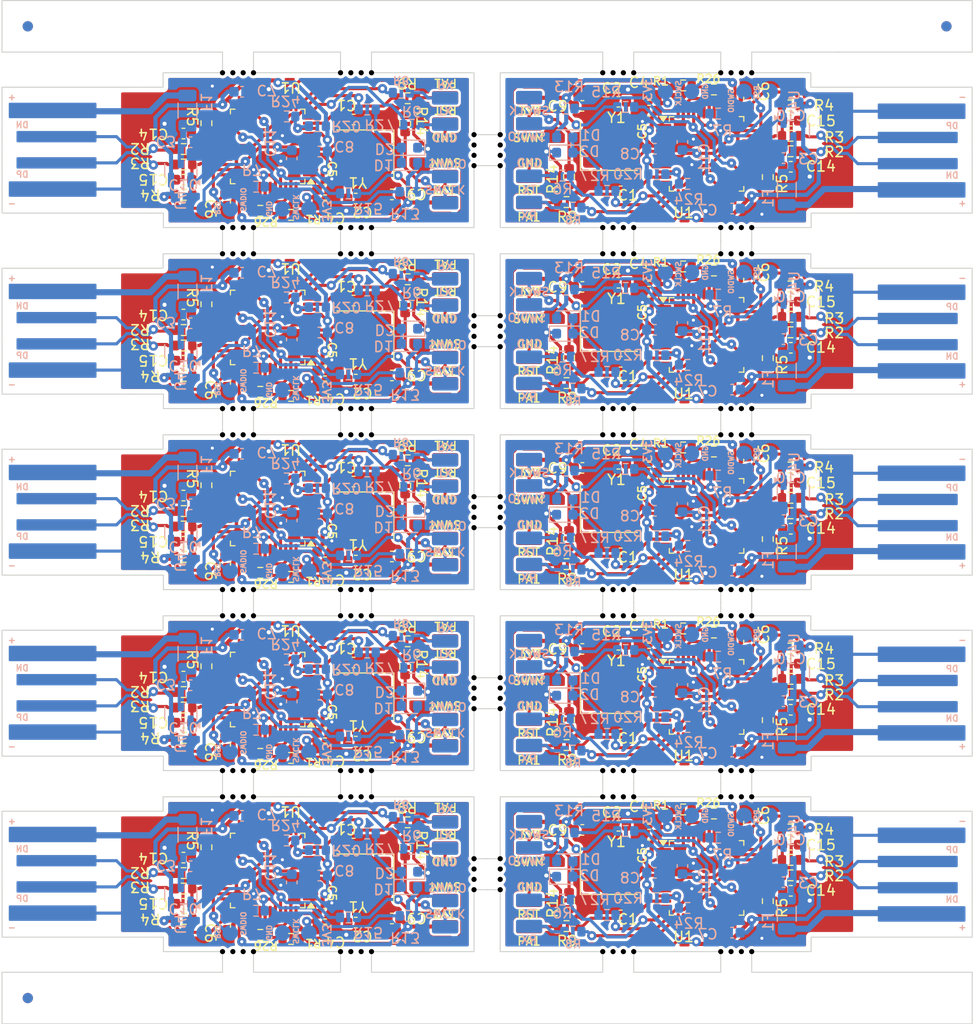
<source format=kicad_pcb>
(kicad_pcb (version 20241229) (generator "pcbnew") (generator_version "9.0")
  (layers (0 "F.Cu" signal "Front") (2 "B.Cu" signal "Back") (13 "F.Paste" user) (15 "B.Paste" user) (5 "F.SilkS" user "F.Silkscreen") (7 "B.SilkS" user "B.Silkscreen") (1 "F.Mask" user) (3 "B.Mask" user) (25 "Edge.Cuts" user))
  (net 0 "")
  (net 1 "Board_0-+3V3")
  (net 2 "Board_0-+5V")
  (net 3 "Board_0-/AIN1")
  (net 4 "Board_0-/D+")
  (net 5 "Board_0-/D-")
  (net 6 "Board_0-/LED_STLINK")
  (net 7 "Board_0-/OSC_IN?")
  (net 8 "Board_0-/OSC_OUT")
  (net 9 "Board_0-/PB11")
  (net 10 "Board_0-/Pin_navic")
  (net 11 "Board_0-/STLINK_RX")
  (net 12 "Board_0-/STLINK_TX")
  (net 13 "Board_0-/STM_RST")
  (net 14 "Board_0-/SWCLK")
  (net 15 "Board_0-/SWDIO")
  (net 16 "Board_0-/T_JRST")
  (net 17 "Board_0-/T_JTCK")
  (net 18 "Board_0-/T_JTDI")
  (net 19 "Board_0-/T_JTDO")
  (net 20 "Board_0-/T_JTMS")
  (net 21 "Board_0-/T_NRST")
  (net 22 "Board_0-/T_SWDIO_IN")
  (net 23 "Board_0-/T_SWIM")
  (net 24 "Board_0-/T_SWO")
  (net 25 "Board_0-/USB_N")
  (net 26 "Board_0-/USB_P")
  (net 27 "Board_0-Earth")
  (net 28 "Board_0-Net-(D1-K)")
  (net 29 "Board_0-Net-(J1-Pin_1)")
  (net 30 "Board_0-Net-(J2-Pin_10)")
  (net 31 "Board_0-Net-(J2-Pin_2)")
  (net 32 "Board_0-Net-(J2-Pin_3)")
  (net 33 "Board_0-Net-(J2-Pin_4)")
  (net 34 "Board_0-Net-(J2-Pin_7)")
  (net 35 "Board_0-Net-(J2-Pin_8)")
  (net 36 "Board_0-Net-(J2-Pin_9)")
  (net 37 "Board_0-Net-(U1-BOOT0)")
  (net 38 "Board_0-Net-(U1-PB5)")
  (net 39 "Board_0-Net-(U1-PB7)")
  (net 40 "Board_0-unconnected-(U1-PA15-Pad38)")
  (net 41 "Board_0-unconnected-(U1-PA4-Pad14)")
  (net 42 "Board_0-unconnected-(U1-PA8-Pad29)")
  (net 43 "Board_0-unconnected-(U1-PB0-Pad18)")
  (net 44 "Board_0-unconnected-(U1-PB15-Pad28)")
  (net 45 "Board_0-unconnected-(U1-PB3-Pad39)")
  (net 46 "Board_0-unconnected-(U1-PB4-Pad40)")
  (net 47 "Board_0-unconnected-(U1-PC13-Pad2)")
  (net 48 "Board_0-unconnected-(U1-PC14-Pad3)")
  (net 49 "Board_0-unconnected-(U1-PC15-Pad4)")
  (net 50 "Board_1-+3V3")
  (net 51 "Board_1-+5V")
  (net 52 "Board_1-/AIN1")
  (net 53 "Board_1-/D+")
  (net 54 "Board_1-/D-")
  (net 55 "Board_1-/LED_STLINK")
  (net 56 "Board_1-/OSC_IN?")
  (net 57 "Board_1-/OSC_OUT")
  (net 58 "Board_1-/PB11")
  (net 59 "Board_1-/Pin_navic")
  (net 60 "Board_1-/STLINK_RX")
  (net 61 "Board_1-/STLINK_TX")
  (net 62 "Board_1-/STM_RST")
  (net 63 "Board_1-/SWCLK")
  (net 64 "Board_1-/SWDIO")
  (net 65 "Board_1-/T_JRST")
  (net 66 "Board_1-/T_JTCK")
  (net 67 "Board_1-/T_JTDI")
  (net 68 "Board_1-/T_JTDO")
  (net 69 "Board_1-/T_JTMS")
  (net 70 "Board_1-/T_NRST")
  (net 71 "Board_1-/T_SWDIO_IN")
  (net 72 "Board_1-/T_SWIM")
  (net 73 "Board_1-/T_SWO")
  (net 74 "Board_1-/USB_N")
  (net 75 "Board_1-/USB_P")
  (net 76 "Board_1-Earth")
  (net 77 "Board_1-Net-(D1-K)")
  (net 78 "Board_1-Net-(J1-Pin_1)")
  (net 79 "Board_1-Net-(J2-Pin_10)")
  (net 80 "Board_1-Net-(J2-Pin_2)")
  (net 81 "Board_1-Net-(J2-Pin_3)")
  (net 82 "Board_1-Net-(J2-Pin_4)")
  (net 83 "Board_1-Net-(J2-Pin_7)")
  (net 84 "Board_1-Net-(J2-Pin_8)")
  (net 85 "Board_1-Net-(J2-Pin_9)")
  (net 86 "Board_1-Net-(U1-BOOT0)")
  (net 87 "Board_1-Net-(U1-PB5)")
  (net 88 "Board_1-Net-(U1-PB7)")
  (net 89 "Board_1-unconnected-(U1-PA15-Pad38)")
  (net 90 "Board_1-unconnected-(U1-PA4-Pad14)")
  (net 91 "Board_1-unconnected-(U1-PA8-Pad29)")
  (net 92 "Board_1-unconnected-(U1-PB0-Pad18)")
  (net 93 "Board_1-unconnected-(U1-PB15-Pad28)")
  (net 94 "Board_1-unconnected-(U1-PB3-Pad39)")
  (net 95 "Board_1-unconnected-(U1-PB4-Pad40)")
  (net 96 "Board_1-unconnected-(U1-PC13-Pad2)")
  (net 97 "Board_1-unconnected-(U1-PC14-Pad3)")
  (net 98 "Board_1-unconnected-(U1-PC15-Pad4)")
  (net 99 "Board_2-+3V3")
  (net 100 "Board_2-+5V")
  (net 101 "Board_2-/AIN1")
  (net 102 "Board_2-/D+")
  (net 103 "Board_2-/D-")
  (net 104 "Board_2-/LED_STLINK")
  (net 105 "Board_2-/OSC_IN?")
  (net 106 "Board_2-/OSC_OUT")
  (net 107 "Board_2-/PB11")
  (net 108 "Board_2-/Pin_navic")
  (net 109 "Board_2-/STLINK_RX")
  (net 110 "Board_2-/STLINK_TX")
  (net 111 "Board_2-/STM_RST")
  (net 112 "Board_2-/SWCLK")
  (net 113 "Board_2-/SWDIO")
  (net 114 "Board_2-/T_JRST")
  (net 115 "Board_2-/T_JTCK")
  (net 116 "Board_2-/T_JTDI")
  (net 117 "Board_2-/T_JTDO")
  (net 118 "Board_2-/T_JTMS")
  (net 119 "Board_2-/T_NRST")
  (net 120 "Board_2-/T_SWDIO_IN")
  (net 121 "Board_2-/T_SWIM")
  (net 122 "Board_2-/T_SWO")
  (net 123 "Board_2-/USB_N")
  (net 124 "Board_2-/USB_P")
  (net 125 "Board_2-Earth")
  (net 126 "Board_2-Net-(D1-K)")
  (net 127 "Board_2-Net-(J1-Pin_1)")
  (net 128 "Board_2-Net-(J2-Pin_10)")
  (net 129 "Board_2-Net-(J2-Pin_2)")
  (net 130 "Board_2-Net-(J2-Pin_3)")
  (net 131 "Board_2-Net-(J2-Pin_4)")
  (net 132 "Board_2-Net-(J2-Pin_7)")
  (net 133 "Board_2-Net-(J2-Pin_8)")
  (net 134 "Board_2-Net-(J2-Pin_9)")
  (net 135 "Board_2-Net-(U1-BOOT0)")
  (net 136 "Board_2-Net-(U1-PB5)")
  (net 137 "Board_2-Net-(U1-PB7)")
  (net 138 "Board_2-unconnected-(U1-PA15-Pad38)")
  (net 139 "Board_2-unconnected-(U1-PA4-Pad14)")
  (net 140 "Board_2-unconnected-(U1-PA8-Pad29)")
  (net 141 "Board_2-unconnected-(U1-PB0-Pad18)")
  (net 142 "Board_2-unconnected-(U1-PB15-Pad28)")
  (net 143 "Board_2-unconnected-(U1-PB3-Pad39)")
  (net 144 "Board_2-unconnected-(U1-PB4-Pad40)")
  (net 145 "Board_2-unconnected-(U1-PC13-Pad2)")
  (net 146 "Board_2-unconnected-(U1-PC14-Pad3)")
  (net 147 "Board_2-unconnected-(U1-PC15-Pad4)")
  (net 148 "Board_3-+3V3")
  (net 149 "Board_3-+5V")
  (net 150 "Board_3-/AIN1")
  (net 151 "Board_3-/D+")
  (net 152 "Board_3-/D-")
  (net 153 "Board_3-/LED_STLINK")
  (net 154 "Board_3-/OSC_IN?")
  (net 155 "Board_3-/OSC_OUT")
  (net 156 "Board_3-/PB11")
  (net 157 "Board_3-/Pin_navic")
  (net 158 "Board_3-/STLINK_RX")
  (net 159 "Board_3-/STLINK_TX")
  (net 160 "Board_3-/STM_RST")
  (net 161 "Board_3-/SWCLK")
  (net 162 "Board_3-/SWDIO")
  (net 163 "Board_3-/T_JRST")
  (net 164 "Board_3-/T_JTCK")
  (net 165 "Board_3-/T_JTDI")
  (net 166 "Board_3-/T_JTDO")
  (net 167 "Board_3-/T_JTMS")
  (net 168 "Board_3-/T_NRST")
  (net 169 "Board_3-/T_SWDIO_IN")
  (net 170 "Board_3-/T_SWIM")
  (net 171 "Board_3-/T_SWO")
  (net 172 "Board_3-/USB_N")
  (net 173 "Board_3-/USB_P")
  (net 174 "Board_3-Earth")
  (net 175 "Board_3-Net-(D1-K)")
  (net 176 "Board_3-Net-(J1-Pin_1)")
  (net 177 "Board_3-Net-(J2-Pin_10)")
  (net 178 "Board_3-Net-(J2-Pin_2)")
  (net 179 "Board_3-Net-(J2-Pin_3)")
  (net 180 "Board_3-Net-(J2-Pin_4)")
  (net 181 "Board_3-Net-(J2-Pin_7)")
  (net 182 "Board_3-Net-(J2-Pin_8)")
  (net 183 "Board_3-Net-(J2-Pin_9)")
  (net 184 "Board_3-Net-(U1-BOOT0)")
  (net 185 "Board_3-Net-(U1-PB5)")
  (net 186 "Board_3-Net-(U1-PB7)")
  (net 187 "Board_3-unconnected-(U1-PA15-Pad38)")
  (net 188 "Board_3-unconnected-(U1-PA4-Pad14)")
  (net 189 "Board_3-unconnected-(U1-PA8-Pad29)")
  (net 190 "Board_3-unconnected-(U1-PB0-Pad18)")
  (net 191 "Board_3-unconnected-(U1-PB15-Pad28)")
  (net 192 "Board_3-unconnected-(U1-PB3-Pad39)")
  (net 193 "Board_3-unconnected-(U1-PB4-Pad40)")
  (net 194 "Board_3-unconnected-(U1-PC13-Pad2)")
  (net 195 "Board_3-unconnected-(U1-PC14-Pad3)")
  (net 196 "Board_3-unconnected-(U1-PC15-Pad4)")
  (net 197 "Board_4-+3V3")
  (net 198 "Board_4-+5V")
  (net 199 "Board_4-/AIN1")
  (net 200 "Board_4-/D+")
  (net 201 "Board_4-/D-")
  (net 202 "Board_4-/LED_STLINK")
  (net 203 "Board_4-/OSC_IN?")
  (net 204 "Board_4-/OSC_OUT")
  (net 205 "Board_4-/PB11")
  (net 206 "Board_4-/Pin_navic")
  (net 207 "Board_4-/STLINK_RX")
  (net 208 "Board_4-/STLINK_TX")
  (net 209 "Board_4-/STM_RST")
  (net 210 "Board_4-/SWCLK")
  (net 211 "Board_4-/SWDIO")
  (net 212 "Board_4-/T_JRST")
  (net 213 "Board_4-/T_JTCK")
  (net 214 "Board_4-/T_JTDI")
  (net 215 "Board_4-/T_JTDO")
  (net 216 "Board_4-/T_JTMS")
  (net 217 "Board_4-/T_NRST")
  (net 218 "Board_4-/T_SWDIO_IN")
  (net 219 "Board_4-/T_SWIM")
  (net 220 "Board_4-/T_SWO")
  (net 221 "Board_4-/USB_N")
  (net 222 "Board_4-/USB_P")
  (net 223 "Board_4-Earth")
  (net 224 "Board_4-Net-(D1-K)")
  (net 225 "Board_4-Net-(J1-Pin_1)")
  (net 226 "Board_4-Net-(J2-Pin_10)")
  (net 227 "Board_4-Net-(J2-Pin_2)")
  (net 228 "Board_4-Net-(J2-Pin_3)")
  (net 229 "Board_4-Net-(J2-Pin_4)")
  (net 230 "Board_4-Net-(J2-Pin_7)")
  (net 231 "Board_4-Net-(J2-Pin_8)")
  (net 232 "Board_4-Net-(J2-Pin_9)")
  (net 233 "Board_4-Net-(U1-BOOT0)")
  (net 234 "Board_4-Net-(U1-PB5)")
  (net 235 "Board_4-Net-(U1-PB7)")
  (net 236 "Board_4-unconnected-(U1-PA15-Pad38)")
  (net 237 "Board_4-unconnected-(U1-PA4-Pad14)")
  (net 238 "Board_4-unconnected-(U1-PA8-Pad29)")
  (net 239 "Board_4-unconnected-(U1-PB0-Pad18)")
  (net 240 "Board_4-unconnected-(U1-PB15-Pad28)")
  (net 241 "Board_4-unconnected-(U1-PB3-Pad39)")
  (net 242 "Board_4-unconnected-(U1-PB4-Pad40)")
  (net 243 "Board_4-unconnected-(U1-PC13-Pad2)")
  (net 244 "Board_4-unconnected-(U1-PC14-Pad3)")
  (net 245 "Board_4-unconnected-(U1-PC15-Pad4)")
  (net 246 "Board_5-+3V3")
  (net 247 "Board_5-+5V")
  (net 248 "Board_5-/AIN1")
  (net 249 "Board_5-/D+")
  (net 250 "Board_5-/D-")
  (net 251 "Board_5-/LED_STLINK")
  (net 252 "Board_5-/OSC_IN?")
  (net 253 "Board_5-/OSC_OUT")
  (net 254 "Board_5-/PB11")
  (net 255 "Board_5-/Pin_navic")
  (net 256 "Board_5-/STLINK_RX")
  (net 257 "Board_5-/STLINK_TX")
  (net 258 "Board_5-/STM_RST")
  (net 259 "Board_5-/SWCLK")
  (net 260 "Board_5-/SWDIO")
  (net 261 "Board_5-/T_JRST")
  (net 262 "Board_5-/T_JTCK")
  (net 263 "Board_5-/T_JTDI")
  (net 264 "Board_5-/T_JTDO")
  (net 265 "Board_5-/T_JTMS")
  (net 266 "Board_5-/T_NRST")
  (net 267 "Board_5-/T_SWDIO_IN")
  (net 268 "Board_5-/T_SWIM")
  (net 269 "Board_5-/T_SWO")
  (net 270 "Board_5-/USB_N")
  (net 271 "Board_5-/USB_P")
  (net 272 "Board_5-Earth")
  (net 273 "Board_5-Net-(D1-K)")
  (net 274 "Board_5-Net-(J1-Pin_1)")
  (net 275 "Board_5-Net-(J2-Pin_10)")
  (net 276 "Board_5-Net-(J2-Pin_2)")
  (net 277 "Board_5-Net-(J2-Pin_3)")
  (net 278 "Board_5-Net-(J2-Pin_4)")
  (net 279 "Board_5-Net-(J2-Pin_7)")
  (net 280 "Board_5-Net-(J2-Pin_8)")
  (net 281 "Board_5-Net-(J2-Pin_9)")
  (net 282 "Board_5-Net-(U1-BOOT0)")
  (net 283 "Board_5-Net-(U1-PB5)")
  (net 284 "Board_5-Net-(U1-PB7)")
  (net 285 "Board_5-unconnected-(U1-PA15-Pad38)")
  (net 286 "Board_5-unconnected-(U1-PA4-Pad14)")
  (net 287 "Board_5-unconnected-(U1-PA8-Pad29)")
  (net 288 "Board_5-unconnected-(U1-PB0-Pad18)")
  (net 289 "Board_5-unconnected-(U1-PB15-Pad28)")
  (net 290 "Board_5-unconnected-(U1-PB3-Pad39)")
  (net 291 "Board_5-unconnected-(U1-PB4-Pad40)")
  (net 292 "Board_5-unconnected-(U1-PC13-Pad2)")
  (net 293 "Board_5-unconnected-(U1-PC14-Pad3)")
  (net 294 "Board_5-unconnected-(U1-PC15-Pad4)")
  (net 295 "Board_6-+3V3")
  (net 296 "Board_6-+5V")
  (net 297 "Board_6-/AIN1")
  (net 298 "Board_6-/D+")
  (net 299 "Board_6-/D-")
  (net 300 "Board_6-/LED_STLINK")
  (net 301 "Board_6-/OSC_IN?")
  (net 302 "Board_6-/OSC_OUT")
  (net 303 "Board_6-/PB11")
  (net 304 "Board_6-/Pin_navic")
  (net 305 "Board_6-/STLINK_RX")
  (net 306 "Board_6-/STLINK_TX")
  (net 307 "Board_6-/STM_RST")
  (net 308 "Board_6-/SWCLK")
  (net 309 "Board_6-/SWDIO")
  (net 310 "Board_6-/T_JRST")
  (net 311 "Board_6-/T_JTCK")
  (net 312 "Board_6-/T_JTDI")
  (net 313 "Board_6-/T_JTDO")
  (net 314 "Board_6-/T_JTMS")
  (net 315 "Board_6-/T_NRST")
  (net 316 "Board_6-/T_SWDIO_IN")
  (net 317 "Board_6-/T_SWIM")
  (net 318 "Board_6-/T_SWO")
  (net 319 "Board_6-/USB_N")
  (net 320 "Board_6-/USB_P")
  (net 321 "Board_6-Earth")
  (net 322 "Board_6-Net-(D1-K)")
  (net 323 "Board_6-Net-(J1-Pin_1)")
  (net 324 "Board_6-Net-(J2-Pin_10)")
  (net 325 "Board_6-Net-(J2-Pin_2)")
  (net 326 "Board_6-Net-(J2-Pin_3)")
  (net 327 "Board_6-Net-(J2-Pin_4)")
  (net 328 "Board_6-Net-(J2-Pin_7)")
  (net 329 "Board_6-Net-(J2-Pin_8)")
  (net 330 "Board_6-Net-(J2-Pin_9)")
  (net 331 "Board_6-Net-(U1-BOOT0)")
  (net 332 "Board_6-Net-(U1-PB5)")
  (net 333 "Board_6-Net-(U1-PB7)")
  (net 334 "Board_6-unconnected-(U1-PA15-Pad38)")
  (net 335 "Board_6-unconnected-(U1-PA4-Pad14)")
  (net 336 "Board_6-unconnected-(U1-PA8-Pad29)")
  (net 337 "Board_6-unconnected-(U1-PB0-Pad18)")
  (net 338 "Board_6-unconnected-(U1-PB15-Pad28)")
  (net 339 "Board_6-unconnected-(U1-PB3-Pad39)")
  (net 340 "Board_6-unconnected-(U1-PB4-Pad40)")
  (net 341 "Board_6-unconnected-(U1-PC13-Pad2)")
  (net 342 "Board_6-unconnected-(U1-PC14-Pad3)")
  (net 343 "Board_6-unconnected-(U1-PC15-Pad4)")
  (net 344 "Board_7-+3V3")
  (net 345 "Board_7-+5V")
  (net 346 "Board_7-/AIN1")
  (net 347 "Board_7-/D+")
  (net 348 "Board_7-/D-")
  (net 349 "Board_7-/LED_STLINK")
  (net 350 "Board_7-/OSC_IN?")
  (net 351 "Board_7-/OSC_OUT")
  (net 352 "Board_7-/PB11")
  (net 353 "Board_7-/Pin_navic")
  (net 354 "Board_7-/STLINK_RX")
  (net 355 "Board_7-/STLINK_TX")
  (net 356 "Board_7-/STM_RST")
  (net 357 "Board_7-/SWCLK")
  (net 358 "Board_7-/SWDIO")
  (net 359 "Board_7-/T_JRST")
  (net 360 "Board_7-/T_JTCK")
  (net 361 "Board_7-/T_JTDI")
  (net 362 "Board_7-/T_JTDO")
  (net 363 "Board_7-/T_JTMS")
  (net 364 "Board_7-/T_NRST")
  (net 365 "Board_7-/T_SWDIO_IN")
  (net 366 "Board_7-/T_SWIM")
  (net 367 "Board_7-/T_SWO")
  (net 368 "Board_7-/USB_N")
  (net 369 "Board_7-/USB_P")
  (net 370 "Board_7-Earth")
  (net 371 "Board_7-Net-(D1-K)")
  (net 372 "Board_7-Net-(J1-Pin_1)")
  (net 373 "Board_7-Net-(J2-Pin_10)")
  (net 374 "Board_7-Net-(J2-Pin_2)")
  (net 375 "Board_7-Net-(J2-Pin_3)")
  (net 376 "Board_7-Net-(J2-Pin_4)")
  (net 377 "Board_7-Net-(J2-Pin_7)")
  (net 378 "Board_7-Net-(J2-Pin_8)")
  (net 379 "Board_7-Net-(J2-Pin_9)")
  (net 380 "Board_7-Net-(U1-BOOT0)")
  (net 381 "Board_7-Net-(U1-PB5)")
  (net 382 "Board_7-Net-(U1-PB7)")
  (net 383 "Board_7-unconnected-(U1-PA15-Pad38)")
  (net 384 "Board_7-unconnected-(U1-PA4-Pad14)")
  (net 385 "Board_7-unconnected-(U1-PA8-Pad29)")
  (net 386 "Board_7-unconnected-(U1-PB0-Pad18)")
  (net 387 "Board_7-unconnected-(U1-PB15-Pad28)")
  (net 388 "Board_7-unconnected-(U1-PB3-Pad39)")
  (net 389 "Board_7-unconnected-(U1-PB4-Pad40)")
  (net 390 "Board_7-unconnected-(U1-PC13-Pad2)")
  (net 391 "Board_7-unconnected-(U1-PC14-Pad3)")
  (net 392 "Board_7-unconnected-(U1-PC15-Pad4)")
  (net 393 "Board_8-+3V3")
  (net 394 "Board_8-+5V")
  (net 395 "Board_8-/AIN1")
  (net 396 "Board_8-/D+")
  (net 397 "Board_8-/D-")
  (net 398 "Board_8-/LED_STLINK")
  (net 399 "Board_8-/OSC_IN?")
  (net 400 "Board_8-/OSC_OUT")
  (net 401 "Board_8-/PB11")
  (net 402 "Board_8-/Pin_navic")
  (net 403 "Board_8-/STLINK_RX")
  (net 404 "Board_8-/STLINK_TX")
  (net 405 "Board_8-/STM_RST")
  (net 406 "Board_8-/SWCLK")
  (net 407 "Board_8-/SWDIO")
  (net 408 "Board_8-/T_JRST")
  (net 409 "Board_8-/T_JTCK")
  (net 410 "Board_8-/T_JTDI")
  (net 411 "Board_8-/T_JTDO")
  (net 412 "Board_8-/T_JTMS")
  (net 413 "Board_8-/T_NRST")
  (net 414 "Board_8-/T_SWDIO_IN")
  (net 415 "Board_8-/T_SWIM")
  (net 416 "Board_8-/T_SWO")
  (net 417 "Board_8-/USB_N")
  (net 418 "Board_8-/USB_P")
  (net 419 "Board_8-Earth")
  (net 420 "Board_8-Net-(D1-K)")
  (net 421 "Board_8-Net-(J1-Pin_1)")
  (net 422 "Board_8-Net-(J2-Pin_10)")
  (net 423 "Board_8-Net-(J2-Pin_2)")
  (net 424 "Board_8-Net-(J2-Pin_3)")
  (net 425 "Board_8-Net-(J2-Pin_4)")
  (net 426 "Board_8-Net-(J2-Pin_7)")
  (net 427 "Board_8-Net-(J2-Pin_8)")
  (net 428 "Board_8-Net-(J2-Pin_9)")
  (net 429 "Board_8-Net-(U1-BOOT0)")
  (net 430 "Board_8-Net-(U1-PB5)")
  (net 431 "Board_8-Net-(U1-PB7)")
  (net 432 "Board_8-unconnected-(U1-PA15-Pad38)")
  (net 433 "Board_8-unconnected-(U1-PA4-Pad14)")
  (net 434 "Board_8-unconnected-(U1-PA8-Pad29)")
  (net 435 "Board_8-unconnected-(U1-PB0-Pad18)")
  (net 436 "Board_8-unconnected-(U1-PB15-Pad28)")
  (net 437 "Board_8-unconnected-(U1-PB3-Pad39)")
  (net 438 "Board_8-unconnected-(U1-PB4-Pad40)")
  (net 439 "Board_8-unconnected-(U1-PC13-Pad2)")
  (net 440 "Board_8-unconnected-(U1-PC14-Pad3)")
  (net 441 "Board_8-unconnected-(U1-PC15-Pad4)")
  (net 442 "Board_9-+3V3")
  (net 443 "Board_9-+5V")
  (net 444 "Board_9-/AIN1")
  (net 445 "Board_9-/D+")
  (net 446 "Board_9-/D-")
  (net 447 "Board_9-/LED_STLINK")
  (net 448 "Board_9-/OSC_IN?")
  (net 449 "Board_9-/OSC_OUT")
  (net 450 "Board_9-/PB11")
  (net 451 "Board_9-/Pin_navic")
  (net 452 "Board_9-/STLINK_RX")
  (net 453 "Board_9-/STLINK_TX")
  (net 454 "Board_9-/STM_RST")
  (net 455 "Board_9-/SWCLK")
  (net 456 "Board_9-/SWDIO")
  (net 457 "Board_9-/T_JRST")
  (net 458 "Board_9-/T_JTCK")
  (net 459 "Board_9-/T_JTDI")
  (net 460 "Board_9-/T_JTDO")
  (net 461 "Board_9-/T_JTMS")
  (net 462 "Board_9-/T_NRST")
  (net 463 "Board_9-/T_SWDIO_IN")
  (net 464 "Board_9-/T_SWIM")
  (net 465 "Board_9-/T_SWO")
  (net 466 "Board_9-/USB_N")
  (net 467 "Board_9-/USB_P")
  (net 468 "Board_9-Earth")
  (net 469 "Board_9-Net-(D1-K)")
  (net 470 "Board_9-Net-(J1-Pin_1)")
  (net 471 "Board_9-Net-(J2-Pin_10)")
  (net 472 "Board_9-Net-(J2-Pin_2)")
  (net 473 "Board_9-Net-(J2-Pin_3)")
  (net 474 "Board_9-Net-(J2-Pin_4)")
  (net 475 "Board_9-Net-(J2-Pin_7)")
  (net 476 "Board_9-Net-(J2-Pin_8)")
  (net 477 "Board_9-Net-(J2-Pin_9)")
  (net 478 "Board_9-Net-(U1-BOOT0)")
  (net 479 "Board_9-Net-(U1-PB5)")
  (net 480 "Board_9-Net-(U1-PB7)")
  (net 481 "Board_9-unconnected-(U1-PA15-Pad38)")
  (net 482 "Board_9-unconnected-(U1-PA4-Pad14)")
  (net 483 "Board_9-unconnected-(U1-PA8-Pad29)")
  (net 484 "Board_9-unconnected-(U1-PB0-Pad18)")
  (net 485 "Board_9-unconnected-(U1-PB15-Pad28)")
  (net 486 "Board_9-unconnected-(U1-PB3-Pad39)")
  (net 487 "Board_9-unconnected-(U1-PB4-Pad40)")
  (net 488 "Board_9-unconnected-(U1-PC13-Pad2)")
  (net 489 "Board_9-unconnected-(U1-PC14-Pad3)")
  (net 490 "Board_9-unconnected-(U1-PC15-Pad4)")
  (footprint "NPTH" (layer "F.Cu") (at 122.86 97.1605)
    (property "Reference" "KiKit_MB_59_1" (hide yes))
    (property "Value" "NPTH" (hide yes))
  )
  (footprint "NPTH" (layer "F.Cu") (at 149.77 36.0005)
    (property "Reference" "KiKit_MB_8_1" (hide yes))
    (property "Value" "NPTH" (hide yes))
  )
  (footprint "Resistor_SMD:R_0603_1608Metric" (layer "F.Cu") (at 126.520761 93.001261 180)
    (property "Reference" "R26")
    (property "Value" "220R")
  )
  (footprint "NPTH" (layer "F.Cu") (at 125.86 59.5405)
    (property "Reference" "KiKit_MB_20_1" (hide yes))
    (property "Value" "NPTH" (hide yes))
  )
  (footprint "Resistor_SMD:R_0603_1608Metric" (layer "F.Cu") (at 119.095761 104.551261)
    (property "Reference" "R2")
    (property "Value" "22R")
  )
  (footprint "Resistor_SMD:R_0603_1608Metric" (layer "F.Cu") (at 177.904239 69.689739 180)
    (property "Reference" "R2")
    (property "Value" "22R")
  )
  (footprint "NPTH" (layer "F.Cu") (at 171.14 44.5405)
    (property "Reference" "KiKit_MB_24_1" (hide yes))
    (property "Value" "NPTH" (hide yes))
  )
  (footprint "Capacitor_SMD:C_0603_1608Metric" (layer "F.Cu") (at 139.270761 108.951261 180)
    (property "Reference" "C9")
    (property "Value" "4.7uF/10v")
  )
  (footprint "NPTH" (layer "F.Cu") (at 122.86 94.6205)
    (property "Reference" "KiKit_MB_48_4" (hide yes))
    (property "Value" "NPTH" (hide yes))
  )
  (footprint "NPTH" (layer "F.Cu") (at 171.14 97.1605)
    (property "Reference" "KiKit_MB_66_1" (hide yes))
    (property "Value" "NPTH" (hide yes))
  )
  (footprint "NPTH" (layer "F.Cu") (at 173.14 112.1605)
    (property "Reference" "KiKit_MB_69_2" (hide yes))
    (property "Value" "NPTH" (hide yes))
  )
  (footprint "NPTH" (layer "F.Cu") (at 172.14 62.0805)
    (property "Reference" "KiKit_MB_38_2" (hide yes))
    (property "Value" "NPTH" (hide yes))
  )
  (footprint "NPTH" (layer "F.Cu") (at 124.86 112.1605)
    (property "Reference" "KiKit_MB_62_2" (hide yes))
    (property "Value" "NPTH" (hide yes))
  )
  (footprint "NPTH" (layer "F.Cu") (at 123.86 59.5405)
    (property "Reference" "KiKit_MB_20_3" (hide yes))
    (property "Value" "NPTH" (hide yes))
  )
  (footprint "Capacitor_SMD:C_0603_1608Metric" (layer "F.Cu") (at 161.439239 107.629739)
    (property "Reference" "C1")
    (property "Value" "20pF/50v")
  )
  (footprint "NPTH" (layer "F.Cu") (at 147.23 69.0805)
    (property "Reference" "KiKit_MB_29_2" (hide yes))
    (property "Value" "NPTH" (hide yes))
  )
  (footprint "Fiducial" (layer "F.Cu") (at 103.99 22.5)
    (property "Reference" "KiKit_FID_T_1" (hide yes))
    (property "Value" "Fiducial" (hide yes))
  )
  (footprint "Resistor_SMD:R_0603_1608Metric" (layer "F.Cu") (at 119.111522 56.372022)
    (property "Reference" "R4")
    (property "Value" "1K8")
  )
  (footprint "NPTH" (layer "F.Cu") (at 149.77 88.6205)
    (property "Reference" "KiKit_MB_50_1" (hide yes))
    (property "Value" "NPTH" (hide yes))
  )
  (footprint "NPTH" (layer "F.Cu") (at 171.14 94.6205)
    (property "Reference" "KiKit_MB_55_4" (hide yes))
    (property "Value" "NPTH" (hide yes))
  )
  (footprint "Resistor_SMD:R_0603_1608Metric" (layer "F.Cu") (at 140.560761 102.091261 -90)
    (property "Reference" "R14")
    (property "Value" "100R")
  )
  (footprint "NPTH" (layer "F.Cu") (at 161.705 59.5405)
    (property "Reference" "KiKit_MB_26_2" (hide yes))
    (property "Value" "NPTH" (hide yes))
  )
  (footprint "NPTH" (layer "F.Cu") (at 147.23 53.5405)
    (property "Reference" "KiKit_MB_15_4" (hide yes))
    (property "Value" "NPTH" (hide yes))
  )
  (footprint "Connector_IDC:Untitled" (layer "F.Cu") (at 140.930761 52.611261 180)
    (property "Reference" "J2" (hide yes))
    (property "Value" "Conn_02x05_Odd_Even" (hide yes))
  )
  (footprint "Connector_IDC:Untitled" (layer "F.Cu") (at 156.069239 33.929739)
    (property "Reference" "J2" (hide yes))
    (property "Value" "Conn_02x05_Odd_Even" (hide yes))
  )
  (footprint "Resistor_SMD:R_0603_1608Metric" (layer "F.Cu") (at 140.800761 99.631261 180)
    (property "Reference" "R9")
    (property "Value" "100R")
  )
  (footprint "NPTH" (layer "F.Cu") (at 135.295 42.0005)
    (property "Reference" "KiKit_MB_7_3" (hide yes))
    (property "Value" "NPTH" (hide yes))
  )
  (footprint "Resistor_SMD:R_0603_1608Metric" (layer "F.Cu") (at 167.498478 28.228978)
    (property "Reference" "R1")
    (property "Value" "100R")
  )
  (footprint "Resistor_SMD:R_0603_1608Metric" (layer "F.Cu") (at 119.095761 69.471261)
    (property "Reference" "R2")
    (property "Value" "22R")
  )
  (footprint "Resistor_SMD:R_0603_1608Metric" (layer "F.Cu") (at 156.199239 39.529739)
    (property "Reference" "R9")
    (property "Value" "100R")
  )
  (footprint "Resistor_SMD:R_0603_1608Metric" (layer "F.Cu") (at 177.904239 103.269739 180)
    (property "Reference" "R3")
    (property "Value" "22R")
  )
  (footprint "Resistor_SMD:R_0603_1608Metric" (layer "F.Cu") (at 170.479239 28.619739)
    (property "Reference" "R26")
    (property "Value" "220R")
  )
  (footprint "NPTH" (layer "F.Cu") (at 147.23 71.0805)
    (property "Reference" "KiKit_MB_29_4" (hide yes))
    (property "Value" "NPTH" (hide yes))
  )
  (footprint "NPTH" (layer "F.Cu") (at 149.77 50.5405)
    (property "Reference" "KiKit_MB_22_4" (hide yes))
    (property "Value" "NPTH" (hide yes))
  )
  (footprint "Connector_IDC:Untitled" (layer "F.Cu") (at 156.069239 86.549739)
    (property "Reference" "J2" (hide yes))
    (property "Value" "Conn_02x05_Odd_Even" (hide yes))
  )
  (footprint "NPTH" (layer "F.Cu") (at 159.705 97.1605)
    (property "Reference" "KiKit_MB_65_1" (hide yes))
    (property "Value" "NPTH" (hide yes))
  )
  (footprint "Crystal:Crystal_SMD_3225-4Pin_3.2x2.5mm_HandSoldering" (layer "F.Cu") (at 160.299239 34.149739)
    (property "Reference" "Y1")
    (property "Value" "Crystal_GND24")
  )
  (footprint "NPTH" (layer "F.Cu") (at 161.705 77.0805)
    (property "Reference" "KiKit_MB_40_2" (hide yes))
    (property "Value" "NPTH" (hide yes))
  )
  (footprint "NPTH" (layer "F.Cu") (at 147.23 85.6205)
    (property "Reference" "KiKit_MB_43_1" (hide yes))
    (property "Value" "NPTH" (hide yes))
  )
  (footprint "Crystal:Crystal_SMD_3225-4Pin_3.2x2.5mm_HandSoldering" (layer "F.Cu") (at 136.700761 69.931261 180)
    (property "Reference" "Y1")
    (property "Value" "Crystal_GND24")
  )
  (footprint "Resistor_SMD:R_0603_1608Metric" (layer "F.Cu") (at 175.699239 89.729739 -90)
    (property "Reference" "R5")
    (property "Value" "100R")
  )
  (footprint "NPTH" (layer "F.Cu") (at 174.14 94.6205)
    (property "Reference" "KiKit_MB_55_1" (hide yes))
    (property "Value" "NPTH" (hide yes))
  )
  (footprint "NPTH" (layer "F.Cu") (at 161.705 44.5405)
    (property "Reference" "KiKit_MB_23_3" (hide yes))
    (property "Value" "NPTH" (hide yes))
  )
  (footprint "NPTH" (layer "F.Cu") (at 136.295 112.1605)
    (property "Reference" "KiKit_MB_63_2" (hide yes))
    (property "Value" "NPTH" (hide yes))
  )
  (footprint "Resistor_SMD:R_0603_1608Metric" (layer "F.Cu") (at 119.095761 87.011261)
    (property "Reference" "R2")
    (property "Value" "22R")
  )
  (footprint "NPTH" (layer "F.Cu") (at 174.14 112.1605)
    (property "Reference" "KiKit_MB_69_1" (hide yes))
    (property "Value" "NPTH" (hide yes))
  )
  (footprint "NPTH" (layer "F.Cu") (at 123.86 62.0805)
    (property "Reference" "KiKit_MB_31_2" (hide yes))
    (property "Value" "NPTH" (hide yes))
  )
  (footprint "NPTH" (layer "F.Cu") (at 137.295 59.5405)
    (property "Reference" "KiKit_MB_21_1" (hide yes))
    (property "Value" "NPTH" (hide yes))
  )
  (footprint "Capacitor_SMD:C_0603_1608Metric" (layer "F.Cu") (at 164.198478 83.288978 180)
    (property "Reference" "C5")
    (property "Value" "100nF/50v")
  )
  (footprint "Capacitor_SMD:C_0603_1608Metric" (layer "F.Cu") (at 157.729239 100.369739)
    (property "Reference" "C9")
    (property "Value" "4.7uF/10v")
  )
  (footprint "NPTH" (layer "F.Cu") (at 147.23 33.0005)
    (property "Reference" "KiKit_MB_1_1" (hide yes))
    (property "Value" "NPTH" (hide yes))
  )
  (footprint "NPTH" (layer "F.Cu") (at 122.86 44.5405)
    (property "Reference" "KiKit_MB_17_1" (hide yes))
    (property "Value" "NPTH" (hide yes))
  )
  (footprint "Resistor_SMD:R_0603_1608Metric" (layer "F.Cu") (at 121.300761 102.051261 90)
    (property "Reference" "R5")
    (property "Value" "100R")
  )
  (footprint "NPTH" (layer "F.Cu") (at 124.86 62.0805)
    (property "Reference" "KiKit_MB_31_3" (hide yes))
    (property "Value" "NPTH" (hide yes))
  )
  (footprint "NPTH" (layer "F.Cu") (at 159.705 94.6205)
    (property "Reference" "KiKit_MB_54_4" (hide yes))
    (property "Value" "NPTH" (hide yes))
  )
  (footprint "NPTH" (layer "F.Cu") (at 124.86 97.1605)
    (property "Reference" "KiKit_MB_59_3" (hide yes))
    (property "Value" "NPTH" (hide yes))
  )
  (footprint "Resistor_SMD:R_0603_1608Metric" (layer "F.Cu") (at 170.479239 81.239739)
    (property "Reference" "R26")
    (property "Value" "220R")
  )
  (footprint "NPTH" (layer "F.Cu") (at 136.295 59.5405)
    (property "Reference" "KiKit_MB_21_2" (hide yes))
    (property "Value" "NPTH" (hide yes))
  )
  (footprint "NPTH" (layer "F.Cu") (at 161.705 97.1605)
    (property "Reference" "KiKit_MB_65_3" (hide yes))
    (property "Value" "NPTH" (hide yes))
  )
  (footprint "Capacitor_SMD:C_0603_1608Metric" (layer "F.Cu") (at 164.198478 99.308978 180)
    (property "Reference" "C4")
    (property "Value" "100nF/50v")
  )
  (footprint "NPTH" (layer "F.Cu") (at 123.86 42.0005)
    (property "Reference" "KiKit_MB_6_3" (hide yes))
    (property "Value" "NPTH" (hide yes))
  )
  (footprint "Connector_IDC:Untitled" (layer "F.Cu") (at 140.930761 35.071261 180)
    (property "Reference" "J2" (hide yes))
    (property "Value" "Conn_02x05_Odd_Even" (hide yes))
  )
  (footprint "NPTH" (layer "F.Cu") (at 147.23 88.6205)
    (property "Reference" "KiKit_MB_43_4" (hide yes))
    (property "Value" "NPTH" (hide yes))
  )
  (footprint "Resistor_SMD:R_0603_1608Metric" (layer "F.Cu") (at 156.439239 54.609739 90)
    (property "Reference" "R14")
    (property "Value" "100R")
  )
  (footprint "NPTH" (layer "F.Cu") (at 147.23 105.1605)
    (property "Reference" "KiKit_MB_57_3" (hide yes))
    (property "Value" "NPTH" (hide yes))
  )
  (footprint "Resistor_SMD:R_0603_1608Metric" (layer "F.Cu") (at 126.520761 75.461261 180)
    (property "Reference" "R26")
    (property "Value" "220R")
  )
  (footprint "NPTH" (layer "F.Cu") (at 134.295 79.6205)
    (property "Reference" "KiKit_MB_46_1" (hide yes))
    (property "Value" "NPTH" (hide yes))
  )
  (footprint "NPTH" (layer "F.Cu") (at 160.705 94.6205)
    (property "Reference" "KiKit_MB_54_3" (hide yes))
    (property "Value" "NPTH" (hide yes))
  )
  (footprint "NPTH" (layer "F.Cu") (at 173.14 59.5405)
    (property "Reference" "KiKit_MB_27_2" (hide yes))
    (property "Value" "NPTH" (hide yes))
  )
  (footprint "NPTH" (layer "F.Cu") (at 136.295 42.0005)
    (property "Reference" "KiKit_MB_7_2" (hide yes))
    (property "Value" "NPTH" (hide yes))
  )
  (footprint "Capacitor_SMD:C_0603_1608Metric" (layer "F.Cu") (at 119.070761 32.891261 180)
    (property "Reference" "C14")
    (property "Value" "47pF/50v")
  )
  (footprint "Resistor_SMD:R_0603_1608Metric" (layer "F.Cu") (at 126.520761 110.541261 180)
    (property "Reference" "R26")
    (property "Value" "220R")
  )
  (footprint "NPTH" (layer "F.Cu") (at 161.705 62.0805)
    (property "Reference" "KiKit_MB_37_3" (hide yes))
    (property "Value" "NPTH" (hide yes))
  )
  (footprint "Capacitor_SMD:C_0603_1608Metric" (layer "F.Cu") (at 132.801522 55.872022)
    (property "Reference" "C5")
    (property "Value" "100nF/50v")
  )
  (footprint "Resistor_SMD:R_0603_1608Metric" (layer "F.Cu") (at 156.439239 72.149739 90)
    (property "Reference" "R14")
    (property "Value" "100R")
  )
  (footprint "NPTH" (layer "F.Cu") (at 122.86 27.0005)
    (property "Reference" "KiKit_MB_3_1" (hide yes))
    (property "Value" "NPTH" (hide yes))
  )
  (footprint "Resistor_SMD:R_0603_1608Metric" (layer "F.Cu") (at 140.560761 84.551261 -90)
    (property "Reference" "R14")
    (property "Value" "100R")
  )
  (footprint "NPTH" (layer "F.Cu") (at 162.705 59.5405)
    (property "Reference" "KiKit_MB_26_1" (hide yes))
    (property "Value" "NPTH" (hide yes))
  )
  (footprint "NPTH" (layer "F.Cu") (at 160.705 79.6205)
    (property "Reference" "KiKit_MB_51_2" (hide yes))
    (property "Value" "NPTH" (hide yes))
  )
  (footprint "Capacitor_SMD:C_0603_1608Metric" (layer "F.Cu") (at 177.929239 71.189739)
    (property "Reference" "C14")
    (property "Value" "47pF/50v")
  )
  (footprint "NPTH" (layer "F.Cu") (at 174.14 59.5405)
    (property "Reference" "KiKit_MB_27_1" (hide yes))
    (property "Value" "NPTH" (hide yes))
  )
  (footprint "Capacitor_SMD:C_0603_1608Metric" (layer "F.Cu") (at 161.229239 47.349739)
    (property "Reference" "C2")
    (property "Value" "20pF/50v")
  )
  (footprint "Connector_IDC:Untitled" (layer "F.Cu") (at 140.930761 105.231261 180)
    (property "Reference" "J2" (hide yes))
    (property "Value" "Conn_02x05_Odd_Even" (hide yes))
  )
  (footprint "NPTH" (layer "F.Cu") (at 147.23 104.1605)
    (property "Reference" "KiKit_MB_57_2" (hide yes))
    (property "Value" "NPTH" (hide yes))
  )
  (footprint "Resistor_SMD:R_0603_1608Metric" (layer "F.Cu") (at 170.479239 98.779739)
    (property "Reference" "R26")
    (property "Value" "220R")
  )
  (footprint "Resistor_SMD:R_0603_1608Metric" (layer "F.Cu") (at 119.111522 108.992022)
    (property "Reference" "R4")
    (property "Value" "1K8")
  )
  (footprint "NPTH" (layer "F.Cu") (at 134.295 27.0005)
    (property "Reference" "KiKit_MB_4_1" (hide yes))
    (property "Value" "NPTH" (hide yes))
  )
  (footprint "Capacitor_SMD:C_0603_1608Metric" (layer "F.Cu") (at 161.229239 64.889739)
    (property "Reference" "C2")
    (property "Value" "20pF/50v")
  )
  (footprint "NPTH" (layer "F.Cu") (at 173.14 42.0005)
    (property "Reference" "KiKit_MB_13_2" (hide yes))
    (property "Value" "NPTH" (hide yes))
  )
  (footprint "Resistor_SMD:R_0603_1608Metric" (layer "F.Cu") (at 140.560761 31.931261 -90)
    (property "Reference" "R14")
    (property "Value" "100R")
  )
  (footprint "Resistor_SMD:R_0603_1608Metric" (layer "F.Cu") (at 119.095761 70.971261)
    (property "Reference" "R3")
    (property "Value" "22R")
  )
  (footprint "Resistor_SMD:R_0603_1608Metric" (layer "F.Cu") (at 119.095761 34.391261)
    (property "Reference" "R2")
    (property "Value" "22R")
  )
  (footprint "NPTH" (layer "F.Cu") (at 135.295 27.0005)
    (property "Reference" "KiKit_MB_4_2" (hide yes))
    (property "Value" "NPTH" (hide yes))
  )
  (footprint "Resistor_SMD:R_0603_1608Metric" (layer "F.Cu") (at 177.888478 82.788978 180)
    (property "Reference" "R4")
    (property "Value" "1K8")
  )
  (footprint "NPTH" (layer "F.Cu") (at 147.23 52.5405)
    (property "Reference" "KiKit_MB_15_3" (hide yes))
    (property "Value" "NPTH" (hide yes))
  )
  (footprint "NPTH" (layer "F.Cu") (at 135.295 97.1605)
    (property "Reference" "KiKit_MB_60_2" (hide yes))
    (property "Value" "NPTH" (hide yes))
  )
  (footprint "NPTH" (layer "F.Cu") (at 134.295 112.1605)
    (property "Reference" "KiKit_MB_63_4" (hide yes))
    (property "Value" "NPTH" (hide yes))
  )
  (footprint "NPTH" (layer "F.Cu") (at 172.14 27.0005)
    (property "Reference" "KiKit_MB_10_2" (hide yes))
    (property "Value" "NPTH" (hide yes))
  )
  (footprint "NPTH" (layer "F.Cu") (at 161.705 42.0005)
    (property "Reference" "KiKit_MB_12_2" (hide yes))
    (property "Value" "NPTH" (hide yes))
  )
  (footprint "NPTH" (layer "F.Cu") (at 172.14 44.5405)
    (property "Reference" "KiKit_MB_24_2" (hide yes))
    (property "Value" "NPTH" (hide yes))
  )
  (footprint "NPTH" (layer "F.Cu") (at 174.14 62.0805)
    (property "Reference" "KiKit_MB_38_4" (hide yes))
    (property "Value" "NPTH" (hide yes))
  )
  (footprint "Resistor_SMD:R_0603_1608Metric" (layer "F.Cu") (at 129.501522 75.852022 180)
    (property "Reference" "R1")
    (property "Value" "100R")
  )
  (footprint "Capacitor_SMD:C_0603_1608Metric" (layer "F.Cu") (at 173.879239 47.049739 90)
    (property "Reference" "C6")
    (property "Value" "100nF/50v")
  )
  (footprint "Capacitor_SMD:C_0603_1608Metric" (layer "F.Cu") (at 132.801522 108.492022)
    (property "Reference" "C5")
    (property "Value" "100nF/50v")
  )
  (footprint "NPTH" (layer "F.Cu") (at 174.14 27.0005)
    (property "Reference" "KiKit_MB_10_4" (hide yes))
    (property "Value" "NPTH" (hide yes))
  )
  (footprint "NPTH" (layer "F.Cu") (at 162.705 42.0005)
    (property "Reference" "KiKit_MB_12_1" (hide yes))
    (property "Value" "NPTH" (hide yes))
  )
  (footprint "Resistor_SMD:R_0603_1608Metric" (layer "F.Cu") (at 177.888478 47.708978 180)
    (property "Reference" "R4")
    (property "Value" "1K8")
  )
  (footprint "NPTH" (layer "F.Cu") (at 161.705 112.1605)
    (property "Reference" "KiKit_MB_68_2" (hide yes))
    (property "Value" "NPTH" (hide yes))
  )
  (footprint "Fiducial" (layer "F.Cu") (at 193.01 22.5)
    (property "Reference" "KiKit_FID_T_2" (hide yes))
    (property "Value" "Fiducial" (hide yes))
  )
  (footprint "NPTH" (layer "F.Cu") (at 162.705 27.0005)
    (property "Reference" "KiKit_MB_9_4" (hide yes))
    (property "Value" "NPTH" (hide yes))
  )
  (footprint "Resistor_SMD:R_0603_1608Metric" (layer "F.Cu") (at 177.904239 68.189739 180)
    (property "Reference" "R3")
    (property "Value" "22R")
  )
  (footprint "NPTH" (layer "F.Cu") (at 147.23 103.1605)
    (property "Reference" "KiKit_MB_57_1" (hide yes))
    (property "Value" "NPTH" (hide yes))
  )
  (footprint "Resistor_SMD:R_0603_1608Metric" (layer "F.Cu") (at 175.699239 37.109739 -90)
    (property "Reference" "R5")
    (property "Value" "100R")
  )
  (footprint "NPTH" (layer "F.Cu") (at 124.86 42.0005)
    (property "Reference" "KiKit_MB_6_2" (hide yes))
    (property "Value" "NPTH" (hide yes))
  )
  (footprint "NPTH" (layer "F.Cu") (at 134.295 97.1605)
    (property "Reference" "KiKit_MB_60_1" (hide yes))
    (property "Value" "NPTH" (hide yes))
  )
  (footprint "Capacitor_SMD:C_0603_1608Metric" (layer "F.Cu") (at 135.770761 74.271261 180)
    (property "Reference" "C2")
    (property "Value" "20pF/50v")
  )
  (footprint "Connector_IDC:Untitled" (layer "F.Cu") (at 156.069239 69.009739)
    (property "Reference" "J2" (hide yes))
    (property "Value" "Conn_02x05_Odd_Even" (hide yes))
  )
  (footprint "Capacitor_SMD:C_0603_1608Metric" (layer "F.Cu") (at 161.439239 72.549739)
    (property "Reference" "C1")
    (property "Value" "20pF/50v")
  )
  (footprint "Package_QFP:LQFP-48_7x7mm_P0.5mm" (layer "F.Cu") (at 169.766739 87.479739)
    (property "Reference" "U1")
    (property "Value" "STM32F103CBTx")
  )
  (footprint "NPTH" (layer "F.Cu") (at 125.86 62.0805)
    (property "Reference" "KiKit_MB_31_4" (hide yes))
    (property "Value" "NPTH" (hide yes))
  )
  (footprint "Capacitor_SMD:C_0603_1608Metric" (layer "F.Cu") (at 164.198478 46.688978 180)
    (property "Reference" "C4")
    (property "Value" "100nF/50v")
  )
  (footprint "Capacitor_SMD:C_0603_1608Metric" (layer "F.Cu") (at 177.929239 106.269739)
    (property "Reference" "C14")
    (property "Value" "47pF/50v")
  )
  (footprint "Resistor_SMD:R_0603_1608Metric" (layer "F.Cu") (at 126.520761 40.381261 180)
    (property "Reference" "R26")
    (property "Value" "220R")
  )
  (footprint "Capacitor_SMD:C_0603_1608Metric" (layer "F.Cu") (at 161.229239 29.809739)
    (property "Reference" "C2")
    (property "Value" "20pF/50v")
  )
  (footprint "Capacitor_SMD:C_0603_1608Metric" (layer "F.Cu") (at 119.070761 67.971261 180)
    (property "Reference" "C14")
    (property "Value" "47pF/50v")
  )
  (footprint "NPTH" (layer "F.Cu") (at 123.86 112.1605)
    (property "Reference" "KiKit_MB_62_3" (hide yes))
    (property "Value" "NPTH" (hide yes))
  )
  (footprint "NPTH" (layer "F.Cu") (at 149.77 68.0805)
    (property "Reference" "KiKit_MB_36_4" (hide yes))
    (property "Value" "NPTH" (hide yes))
  )
  (footprint "Resistor_SMD:R_0603_1608Metric" (layer "F.Cu") (at 177.904239 50.649739 180)
    (property "Reference" "R3")
    (property "Value" "22R")
  )
  (footprint "Resistor_SMD:R_0603_1608Metric" (layer "F.Cu") (at 129.501522 58.312022 180)
    (property "Reference" "R1")
    (property "Value" "100R")
  )
  (footprint "Connector_IDC:Untitled" (layer "F.Cu") (at 156.069239 51.469739)
    (property "Reference" "J2" (hide yes))
    (property "Value" "Conn_02x05_Odd_Even" (hide yes))
  )
  (footprint "NPTH" (layer "F.Cu") (at 160.705 44.5405)
    (property "Reference" "KiKit_MB_23_2" (hide yes))
    (property "Value" "NPTH" (hide yes))
  )
  (footprint "NPTH" (layer "F.Cu") (at 125.86 27.0005)
    (property "Reference" "KiKit_MB_3_4" (hide yes))
    (property "Value" "NPTH" (hide yes))
  )
  (footprint "Capacitor_SMD:C_0603_1608Metric" (layer "F.Cu") (at 157.729239 47.749739)
    (property "Reference" "C9")
    (property "Value" "4.7uF/10v")
  )
  (footprint "Capacitor_SMD:C_0603_1608Metric" (layer "F.Cu") (at 132.801522 90.952022)
    (property "Reference" "C5")
    (property "Value" "100nF/50v")
  )
  (footprint "NPTH" (layer "F.Cu") (at 159.705 59.5405)
    (property "Reference" "KiKit_MB_26_4" (hide yes))
    (property "Value" "NPTH" (hide yes))
  )
  (footprint "Capacitor_SMD:C_0603_1608Metric" (layer "F.Cu") (at 164.198478 48.208978 180)
    (property "Reference" "C5")
    (property "Value" "100nF/50v")
  )
  (footprint "Capacitor_SMD:C_0603_1608Metric" (layer "F.Cu") (at 132.801522 74.932022)
    (property "Reference" "C4")
    (property "Value" "100nF/50v")
  )
  (footprint "NPTH" (layer "F.Cu") (at 149.77 106.1605)
    (property "Reference" "KiKit_MB_64_1" (hide yes))
    (property "Value" "NPTH" (hide yes))
  )
  (footprint "Capacitor_SMD:C_0603_1608Metric" (layer "F.Cu") (at 157.729239 30.209739)
    (property "Reference" "C9")
    (property "Value" "4.7uF/10v")
  )
  (footprint "Resistor_SMD:R_0603_1608Metric" (layer "F.Cu") (at 156.439239 37.069739 90)
    (property "Reference" "R14")
    (property "Value" "100R")
  )
  (footprint "Resistor_SMD:R_0603_1608Metric" (layer "F.Cu") (at 156.199239 74.609739)
    (property "Reference" "R9")
    (property "Value" "100R")
  )
  (footprint "Package_QFP:LQFP-48_7x7mm_P0.5mm" (layer "F.Cu") (at 169.766739 34.859739)
    (property "Reference" "U1")
    (property "Value" "STM32F103CBTx")
  )
  (footprint "NPTH" (layer "F.Cu") (at 174.14 97.1605)
    (property "Reference" "KiKit_MB_66_4" (hide yes))
    (property "Value" "NPTH" (hide yes))
  )
  (footprint "NPTH" (layer "F.Cu") (at 174.14 42.0005)
    (property "Reference" "KiKit_MB_13_1" (hide yes))
    (property "Value" "NPTH" (hide yes))
  )
  (footprint "Capacitor_SMD:C_0603_1608Metric" (layer "F.Cu") (at 177.929239 36.109739)
    (property "Reference" "C14")
    (property "Value" "47pF/50v")
  )
  (footprint "Resistor_SMD:R_0603_1608Metric" (layer "F.Cu") (at 167.498478 63.308978)
    (property "Reference" "R1")
    (property "Value" "100R")
  )
  (footprint "Resistor_SMD:R_0603_1608Metric" (layer "F.Cu") (at 177.888478 65.248978 180)
    (property "Reference" "R4")
    (property "Value" "1K8")
  )
  (footprint "Resistor_SMD:R_0603_1608Metric" (layer "F.Cu") (at 119.095761 51.931261)
    (property "Reference" "R2")
    (property "Value" "22R")
  )
  (footprint "Crystal:Crystal_SMD_3225-4Pin_3.2x2.5mm_HandSoldering" (layer "F.Cu") (at 160.299239 69.229739)
    (property "Reference" "Y1")
    (property "Value" "Crystal_GND24")
  )
  (footprint "NPTH" (layer "F.Cu") (at 171.14 112.1605)
    (property "Reference" "KiKit_MB_69_4" (hide yes))
    (property "Value" "NPTH" (hide yes))
  )
  (footprint "Capacitor_SMD:C_0603_1608Metric" (layer "F.Cu") (at 177.898478 101.798978)
    (property "Reference" "C15")
    (property "Value" "47pF/50v")
  )
  (footprint "NPTH" (layer "F.Cu") (at 125.86 112.1605)
    (property "Reference" "KiKit_MB_62_1" (hide yes))
    (property "Value" "NPTH" (hide yes))
  )
  (footprint "NPTH" (layer "F.Cu") (at 147.23 50.5405)
    (property "Reference" "KiKit_MB_15_1" (hide yes))
    (property "Value" "NPTH" (hide yes))
  )
  (footprint "NPTH" (layer "F.Cu") (at 162.705 79.6205)
    (property "Reference" "KiKit_MB_51_4" (hide yes))
    (property "Value" "NPTH" (hide yes))
  )
  (footprint "NPTH" (layer "F.Cu") (at 173.14 77.0805)
    (property "Reference" "KiKit_MB_41_2" (hide yes))
    (property "Value" "NPTH" (hide yes))
  )
  (footprint "NPTH" (layer "F.Cu") (at 136.295 94.6205)
    (property "Reference" "KiKit_MB_49_2" (hide yes))
    (property "Value" "NPTH" (hide yes))
  )
  (footprint "Capacitor_SMD:C_0603_1608Metric" (layer "F.Cu") (at 164.198478 64.228978 180)
    (property "Reference" "C4")
    (property "Value" "100nF/50v")
  )
  (footprint "Capacitor_SMD:C_0603_1608Metric" (layer "F.Cu") (at 135.560761 66.611261 180)
    (property "Reference" "C1")
    (property "Value" "20pF/50v")
  )
  (footprint "NPTH" (layer "F.Cu") (at 147.23 34.0005)
    (property "Reference" "KiKit_MB_1_2" (hide yes))
    (property "Value" "NPTH" (hide yes))
  )
  (footprint "NPTH" (layer "F.Cu") (at 160.705 27.0005)
    (property "Reference" "KiKit_MB_9_2" (hide yes))
    (property "Value" "NPTH" (hide yes))
  )
  (footprint "NPTH" (layer "F.Cu") (at 122.86 77.0805)
    (property "Reference" "KiKit_MB_34_4" (hide yes))
    (property "Value" "NPTH" (hide yes))
  )
  (footprint "NPTH" (layer "F.Cu") (at 160.705 97.1605)
    (property "Reference" "KiKit_MB_65_2" (hide yes))
    (property "Value" "NPTH" (hide yes))
  )
  (footprint "Resistor_SMD:R_0603_1608Metric" (layer "F.Cu") (at 175.699239 54.649739 -90)
    (property "Reference" "R5")
    (property "Value" "100R")
  )
  (footprint "NPTH" (layer "F.Cu") (at 174.14 77.0805)
    (property "Reference" "KiKit_MB_41_1" (hide yes))
    (property "Value" "NPTH" (hide yes))
  )
  (footprint "NPTH" (layer "F.Cu") (at 137.295 27.0005)
    (property "Reference" "KiKit_MB_4_4" (hide yes))
    (property "Value" "NPTH" (hide yes))
  )
  (footprint "NPTH" (layer "F.Cu") (at 135.295 62.0805)
    (property "Reference" "KiKit_MB_32_2" (hide yes))
    (property "Value" "NPTH" (hide yes))
  )
  (footprint "Capacitor_SMD:C_0603_1608Metric" (layer "F.Cu") (at 173.879239 82.129739 90)
    (property "Reference" "C6")
    (property "Value" "100nF/50v")
  )
  (footprint "NPTH" (layer "F.Cu") (at 162.705 97.1605)
    (property "Reference" "KiKit_MB_65_4" (hide yes))
    (property "Value" "NPTH" (hide yes))
  )
  (footprint "Package_QFP:LQFP-48_7x7mm_P0.5mm" (layer "F.Cu") (at 127.233261 86.761261 180)
    (property "Reference" "U1")
    (property "Value" "STM32F103CBTx")
  )
  (footprint "Resistor_SMD:R_0603_1608Metric" (layer "F.Cu") (at 156.439239 107.229739 90)
    (property "Reference" "R14")
    (property "Value" "100R")
  )
  (footprint "NPTH" (layer "F.Cu") (at 122.86 59.5405)
    (property "Reference" "KiKit_MB_20_4" (hide yes))
    (property "Value" "NPTH" (hide yes))
  )
  (footprint "NPTH" (layer "F.Cu") (at 136.295 62.0805)
    (property "Reference" "KiKit_MB_32_3" (hide yes))
    (property "Value" "NPTH" (hide yes))
  )
  (footprint "NPTH" (layer "F.Cu") (at 174.14 44.5405)
    (property "Reference" "KiKit_MB_24_4" (hide yes))
    (property "Value" "NPTH" (hide yes))
  )
  (footprint "Capacitor_SMD:C_0603_1608Metric" (layer "F.Cu") (at 164.198478 81.768978 180)
    (property "Reference" "C4")
    (property "Value" "100nF/50v")
  )
  (footprint "Package_QFP:LQFP-48_7x7mm_P0.5mm" (layer "F.Cu") (at 127.233261 51.681261 180)
    (property "Reference" "U1")
    (property "Value" "STM32F103CBTx")
  )
  (footprint "Crystal:Crystal_SMD_3225-4Pin_3.2x2.5mm_HandSoldering" (layer "F.Cu") (at 160.299239 104.309739)
    (property "Reference" "Y1")
    (property "Value" "Crystal_GND24")
  )
  (footprint "NPTH" (layer "F.Cu") (at 135.295 94.6205)
    (property "Reference" "KiKit_MB_49_3" (hide yes))
    (property "Value" "NPTH" (hide yes))
  )
  (footprint "NPTH" (layer "F.Cu") (at 149.77 33.0005)
    (property "Reference" "KiKit_MB_8_4" (hide yes))
    (property "Value" "NPTH" (hide yes))
  )
  (footprint "NPTH" (layer "F.Cu") (at 147.23 35.0005)
    (property "Reference" "KiKit_MB_1_3" (hide yes))
    (property "Value" "NPTH" (hide yes))
  )
  (footprint "NPTH" (layer "F.Cu") (at 162.705 112.1605)
    (property "Reference" "KiKit_MB_68_1" (hide yes))
    (property "Value" "NPTH" (hide yes))
  )
  (footprint "NPTH" (layer "F.Cu") (at 124.86 77.0805)
    (property "Reference" "KiKit_MB_34_2" (hide yes))
    (property "Value" "NPTH" (hide yes))
  )
  (footprint "Capacitor_SMD:C_0603_1608Metric" (layer "F.Cu") (at 132.801522 110.012022)
    (property "Reference" "C4")
    (property "Value" "100nF/50v")
  )
  (footprint "NPTH" (layer "F.Cu") (at 149.77 71.0805)
    (property "Reference" "KiKit_MB_36_1" (hide yes))
    (property "Value" "NPTH" (hide yes))
  )
  (footprint "Capacitor_SMD:C_0603_1608Metric" (layer "F.Cu") (at 164.198478 30.668978 180)
    (property "Reference" "C5")
    (property "Value" "100nF/50v")
  )
  (footprint "Capacitor_SMD:C_0603_1608Metric" (layer "F.Cu") (at 164.198478 65.748978 180)
    (property "Reference" "C5")
    (property "Value" "100nF/50v")
  )
  (footprint "Capacitor_SMD:C_0603_1608Metric" (layer "F.Cu") (at 161.439239 90.089739)
    (property "Reference" "C1")
    (property "Value" "20pF/50v")
  )
  (footprint "Capacitor_SMD:C_0603_1608Metric" (layer "F.Cu") (at 132.801522 38.332022)
    (property "Reference" "C5")
    (property "Value" "100nF/50v")
  )
  (footprint "Capacitor_SMD:C_0603_1608Metric" (layer "F.Cu") (at 119.101522 107.522022 180)
    (property "Reference" "C15")
    (property "Value" "47pF/50v")
  )
  (footprint "Resistor_SMD:R_0603_1608Metric" (layer "F.Cu") (at 177.888478 30.168978 180)
    (property "Reference" "R4")
    (property "Value" "1K8")
  )
  (footprint "Capacitor_SMD:C_0603_1608Metric" (layer "F.Cu") (at 119.101522 89.982022 180)
    (property "Reference" "C15")
    (property "Value" "47pF/50v")
  )
  (footprint "Resistor_SMD:R_0603_1608Metric" (layer "F.Cu") (at 140.560761 49.471261 -90)
    (property "Reference" "R14")
    (property "Value" "100R")
  )
  (footprint "Resistor_SMD:R_0603_1608Metric" (layer "F.Cu") (at 156.199239 92.149739)
    (property "Reference" "R9")
    (property "Value" "100R")
  )
  (footprint "Resistor_SMD:R_0603_1608Metric" (layer "F.Cu") (at 140.800761 47.011261 180)
    (property "Reference" "R9")
    (property "Value" "100R")
  )
  (footprint "NPTH" (layer "F.Cu") (at 147.23 86.6205)
    (property "Reference" "KiKit_MB_43_2" (hide yes))
    (property "Value" "NPTH" (hide yes))
  )
  (footprint "Capacitor_SMD:C_0603_1608Metric" (layer "F.Cu") (at 173.879239 64.589739 90)
    (property "Reference" "C6")
    (property "Value" "100nF/50v")
  )
  (footprint "NPTH" (layer "F.Cu") (at 149.77 53.5405)
    (property "Reference" "KiKit_MB_22_1" (hide yes))
    (property "Value" "NPTH" (hide yes))
  )
  (footprint "NPTH" (layer "F.Cu") (at 162.705 77.0805)
    (property "Reference" "KiKit_MB_40_1" (hide yes))
    (property "Value" "NPTH" (hide yes))
  )
  (footprint "Resistor_SMD:R_0603_1608Metric" (layer "F.Cu") (at 119.111522 38.832022)
    (property "Reference" "R4")
    (property "Value" "1K8")
  )
  (footprint "Capacitor_SMD:C_0603_1608Metric" (layer "F.Cu") (at 157.729239 65.289739)
    (property "Reference" "C9")
    (property "Value" "4.7uF/10v")
  )
  (footprint "NPTH" (layer "F.Cu") (at 173.14 62.0805)
    (property "Reference" "KiKit_MB_38_3" (hide yes))
    (property "Value" "NPTH" (hide yes))
  )
  (footprint "NPTH" (layer "F.Cu") (at 135.295 59.5405)
    (property "Reference" "KiKit_MB_21_3" (hide yes))
    (property "Value" "NPTH" (hide yes))
  )
  (footprint "NPTH" (layer "F.Cu") (at 149.77 35.0005)
    (property "Reference" "KiKit_MB_8_2" (hide yes))
    (property "Value" "NPTH" (hide yes))
  )
  (footprint "Resistor_SMD:R_0603_1608Metric" (layer "F.Cu") (at 119.095761 106.051261)
    (property "Reference" "R3")
    (property "Value" "22R")
  )
  (footprint "NPTH" (layer "F.Cu") (at 122.86 79.6205)
    (property "Reference" "KiKit_MB_45_1" (hide yes))
    (property "Value" "NPTH" (hide yes))
  )
  (footprint "Capacitor_SMD:C_0603_1608Metric" (layer "F.Cu") (at 119.101522 72.442022 180)
    (property "Reference" "C15")
    (property "Value" "47pF/50v")
  )
  (footprint "Resistor_SMD:R_0603_1608Metric" (layer "F.Cu") (at 167.498478 80.848978)
    (property "Reference" "R1")
    (property "Value" "100R")
  )
  (footprint "Resistor_SMD:R_0603_1608Metric" (layer "F.Cu") (at 177.904239 87.229739 180)
    (property "Reference" "R2")
    (property "Value" "22R")
  )
  (footprint "Package_QFP:LQFP-48_7x7mm_P0.5mm" (layer "F.Cu") (at 169.766739 52.399739)
    (property "Reference" "U1")
    (property "Value" "STM32F103CBTx")
  )
  (footprint "NPTH" (layer "F.Cu") (at 149.77 70.0805)
    (property "Reference" "KiKit_MB_36_2" (hide yes))
    (property "Value" "NPTH" (hide yes))
  )
  (footprint "NPTH" (layer "F.Cu") (at 162.705 44.5405)
    (property "Reference" "KiKit_MB_23_4" (hide yes))
    (property "Value" "NPTH" (hide yes))
  )
  (footprint "NPTH" (layer "F.Cu") (at 147.23 36.0005)
    (property "Reference" "KiKit_MB_1_4" (hide yes))
    (property "Value" "NPTH" (hide yes))
  )
  (footprint "NPTH" (layer "F.Cu") (at 171.14 27.0005)
    (property "Reference" "KiKit_MB_10_1" (hide yes))
    (property "Value" "NPTH" (hide yes))
  )
  (footprint "Package_QFP:LQFP-48_7x7mm_P0.5mm" (layer "F.Cu") (at 127.233261 34.141261 180)
    (property "Reference" "U1")
    (property "Value" "STM32F103CBTx")
  )
  (footprint "Resistor_SMD:R_0603_1608Metric" (layer "F.Cu") (at 129.501522 110.932022 180)
    (property "Reference" "R1")
    (property "Value" "100R")
  )
  (footprint "Resistor_SMD:R_0603_1608Metric" (layer "F.Cu") (at 140.800761 64.551261 180)
    (property "Reference" "R9")
    (property "Value" "100R")
  )
  (footprint "NPTH" (layer "F.Cu") (at 124.86 59.5405)
    (property "Reference" "KiKit_MB_20_2" (hide yes))
    (property "Value" "NPTH" (hide yes))
  )
  (footprint "NPTH" (layer "F.Cu") (at 125.86 42.0005)
    (property "Reference" "KiKit_MB_6_1" (hide yes))
    (property "Value" "NPTH" (hide yes))
  )
  (footprint "NPTH" (layer "F.Cu") (at 159.705 62.0805)
    (property "Reference" "KiKit_MB_37_1" (hide yes))
    (property "Value" "NPTH" (hide yes))
  )
  (footprint "NPTH" (layer "F.Cu") (at 134.295 77.0805)
    (property "Reference" "KiKit_MB_35_4" (hide yes))
    (property "Value" "NPTH" (hide yes))
  )
  (footprint "NPTH" (layer "F.Cu") (at 173.14 44.5405)
    (property "Reference" "KiKit_MB_24_3" (hide yes))
    (property "Value" "NPTH" (hide yes))
  )
  (footprint "Capacitor_SMD:C_0603_1608Metric" (layer "F.Cu") (at 139.270761 91.411261 180)
    (property "Reference" "C9")
    (property "Value" "4.7uF/10v")
  )
  (footprint "Capacitor_SMD:C_0603_1608Metric" (layer "F.Cu") (at 132.801522 39.852022)
    (property "Reference" "C4")
    (property "Value" "100nF/50v")
  )
  (footprint "Resistor_SMD:R_0603_1608Metric" (layer "F.Cu") (at 140.800761 29.471261 180)
    (property "Reference" "R9")
    (property "Value" "100R")
  )
  (footprint "Resistor_SMD:R_0603_1608Metric" (layer "F.Cu") (at 177.904239 34.609739 180)
    (property "Reference" "R2")
    (property "Value" "22R")
  )
  (footprint "Resistor_SMD:R_0603_1608Metric" (layer "F.Cu") (at 170.479239 63.699739)
    (property "Reference" "R26")
    (property "Value" "220R")
  )
  (footprint "Package_QFP:LQFP-48_7x7mm_P0.5mm" (layer "F.Cu") (at 127.233261 104.301261 180)
    (property "Reference" "U1")
    (property "Value" "STM32F103CBTx")
  )
  (footprint "NPTH" (layer "F.Cu") (at 123.86 77.0805)
    (property "Reference" "KiKit_MB_34_3" (hide yes))
    (property "Value" "NPTH" (hide yes))
  )
  (footprint "NPTH" (layer "F.Cu") (at 136.295 79.6205)
    (property "Reference" "KiKit_MB_46_3" (hide yes))
    (property "Value" "NPTH" (hide yes))
  )
  (footprint "Capacitor_SMD:C_0603_1608Metric" (layer "F.Cu") (at 177.898478 49.178978)
    (property "Reference" "C15")
    (property "Value" "47pF/50v")
  )
  (footprint "Resistor_SMD:R_0603_1608Metric" (layer "F.Cu") (at 121.300761 66.971261 90)
    (property "Reference" "R5")
    (property "Value" "100R")
  )
  (footprint "Crystal:Crystal_SMD_3225-4Pin_3.2x2.5mm_HandSoldering" (layer "F.Cu") (at 160.299239 51.689739)
    (property "Reference" "Y1")
    (property "Value" "Crystal_GND24")
  )
  (footprint "Capacitor_SMD:C_0603_1608Metric" (layer "F.Cu") (at 132.801522 73.412022)
    (property "Reference" "C5")
    (property "Value" "100nF/50v")
  )
  (footprint "Resistor_SMD:R_0603_1608Metric" (layer "F.Cu") (at 167.498478 98.388978)
    (property "Reference" "R1")
    (property "Value" "100R")
  )
  (footprint "Capacitor_SMD:C_0603_1608Metric" (layer "F.Cu") (at 177.898478 84.258978)
    (property "Reference" "C15")
    (property "Value" "47pF/50v")
  )
  (footprint "Capacitor_SMD:C_0603_1608Metric" (layer "F.Cu") (at 177.898478 66.718978)
    (property "Reference" "C15")
    (property "Value" "47pF/50v")
  )
  (footprint "NPTH" (layer "F.Cu") (at 137.295 79.6205)
    (property "Reference" "KiKit_MB_46_4" (hide yes))
    (property "Value" "NPTH" (hide yes))
  )
  (footprint "Capacitor_SMD:C_0603_1608Metric" (layer "F.Cu") (at 135.770761 91.811261 180)
    (property "Reference" "C2")
    (property "Value" "20pF/50v")
  )
  (footprint "NPTH" (layer "F.Cu") (at 172.14 42.0005)
    (property "Reference" "KiKit_MB_13_3" (hide yes))
    (property "Value" "NPTH" (hide yes))
  )
  (footprint "NPTH" (layer "F.Cu") (at 147.23 87.6205)
    (property "Reference" "KiKit_MB_43_3" (hide yes))
    (property "Value" "NPTH" (hide yes))
  )
  (footprint "NPTH" (layer "F.Cu") (at 137.295 94.6205)
    (property "Reference" "KiKit_MB_49_1" (hide yes))
    (property "Value" "NPTH" (hide yes))
  )
  (footprint "Package_QFP:LQFP-48_7x7mm_P0.5mm" (layer "F.Cu") (at 127.233261 69.221261 180)
    (property "Reference" "U1")
    (property "Value" "STM32F103CBTx")
  )
  (footprint "Capacitor_SMD:C_0603_1608Metric" (layer "F.Cu") (at 119.070761 103.051261 180)
    (property "Reference" "C14")
    (property "Value" "47pF/50v")
  )
  (footprint "NPTH" (layer "F.Cu") (at 149.77 34.0005)
    (property "Reference" "KiKit_MB_8_3" (hide yes))
    (property "Value" "NPTH" (hide yes))
  )
  (footprint "NPTH" (layer "F.Cu") (at 122.86 112.1605)
    (property "Reference" "KiKit_MB_62_4" (hide yes))
    (property "Value" "NPTH" (hide yes))
  )
  (footprint "NPTH" (layer "F.Cu") (at 137.295 62.0805)
    (property "Reference" "KiKit_MB_32_4" (hide yes))
    (property "Value" "NPTH" (hide yes))
  )
  (footprint "NPTH" (layer "F.Cu") (at 135.295 79.6205)
    (property "Reference" "KiKit_MB_46_2" (hide yes))
    (property "Value" "NPTH" (hide yes))
  )
  (footprint "NPTH" (layer "F.Cu") (at 172.14 112.1605)
    (property "Reference" "KiKit_MB_69_3" (hide yes))
    (property "Value" "NPTH" (hide yes))
  )
  (footprint "Capacitor_SMD:C_0603_1608Metric" (layer "F.Cu") (at 135.560761 84.151261 180)
    (property "Reference" "C1")
    (property "Value" "20pF/50v")
  )
  (footprint "NPTH" (layer "F.Cu") (at 160.705 112.1605)
    (property "Reference" "KiKit_MB_68_3" (hide yes))
    (property "Value" "NPTH" (hide yes))
  )
  (footprint "Capacitor_SMD:C_0603_1608Metric" (layer "F.Cu") (at 135.560761 49.071261 180)
    (property "Reference" "C1")
    (property "Value" "20pF/50v")
  )
  (footprint "Capacitor_SMD:C_0603_1608Metric" (layer "F.Cu") (at 119.070761 50.431261 180)
    (property "Reference" "C14")
    (property "Value" "47pF/50v")
  )
  (footprint "NPTH" (layer "F.Cu") (at 123.86 79.6205)
    (property "Reference" "KiKit_MB_45_2" (hide yes))
    (property "Value" "NPTH" (hide yes))
  )
  (footprint "Connector_IDC:Untitled" (layer "F.Cu") (at 140.930761 70.151261 180)
    (property "Reference" "J2" (hide yes))
    (property "Value" "Conn_02x05_Odd_Even" (hide yes))
  )
  (footprint "NPTH" (layer "F.Cu") (at 149.77 86.6205)
    (property "Reference" "KiKit_MB_50_3" (hide yes))
    (property "Value" "NPTH" (hide yes))
  )
  (footprint "NPTH" (layer "F.Cu") (at 136.295 97.1605)
    (property "Reference" "KiKit_MB_60_3" (hide yes))
    (property "Value" "NPTH" (hide yes))
  )
  (footprint "NPTH" (layer "F.Cu") (at 171.14 79.6205)
    (property "Reference" "KiKit_MB_52_1" (hide yes))
    (property "Value" "NPTH" (hide yes))
  )
  (footprint "NPTH" (layer "F.Cu") (at 149.77 52.5405)
    (property "Reference" "KiKit_MB_22_2" (hide yes))
    (property "Value" "NPTH" (hide yes))
  )
  (footprint "NPTH" (layer "F.Cu") (at 171.14 59.5405)
    (property "Reference" "KiKit_MB_27_4" (hide yes))
    (property "Value" "NPTH" (hide yes))
  )
  (footprint "Capacitor_SMD:C_0603_1608Metric" (layer "F.Cu") (at 123.120761 109.651261 -90)
    (property "Reference" "C6")
    (property "Value" "100nF/50v")
  )
  (footprint "Capacitor_SMD:C_0603_1608Metric" (layer "F.Cu") (at 123.120761 39.491261 -90)
    (property "Reference" "C6")
    (property "Value" "100nF/50v")
  )
  (footprint "NPTH" (layer "F.Cu") (at 134.295 62.0805)
    (property "Reference" "KiKit_MB_32_1" (hide yes))
    (property "Value" "NPTH" (hide yes))
  )
  (footprint "Capacitor_SMD:C_0603_1608Metric" (layer "F.Cu") (at 135.560761 101.691261 180)
    (property "Reference" "C1")
    (property "Value" "20pF/50v")
  )
  (footprint "NPTH" (layer "F.Cu") (at 135.295 112.1605)
    (property "Reference" "KiKit_MB_63_3" (hide yes))
    (property "Value" "NPTH" (hide yes))
  )
  (footprint "Package_QFP:LQFP-48_7x7mm_P0.5mm" (layer "F.Cu") (at 169.766739 69.939739)
    (property "Reference" "U1")
    (property "Value" "STM32F103CBTx")
  )
  (footprint "Capacitor_SMD:C_0603_1608Metric" (layer "F.Cu") (at 135.770761 56.731261 180)
    (property "Reference" "C2")
    (property "Value" "20pF/50v")
  )
  (footprint "NPTH" (layer "F.Cu") (at 171.14 42.0005)
    (property "Reference" "KiKit_MB_13_4" (hide yes))
    (property "Value" "NPTH" (hide yes))
  )
  (footprint "Capacitor_SMD:C_0603_1608Metric" (layer "F.Cu") (at 135.560761 31.531261 180)
    (property "Reference" "C1")
    (property "Value" "20pF/50v")
  )
  (footprint "Resistor_SMD:R_0603_1608Metric" (layer "F.Cu") (at 156.199239 57.069739)
    (property "Reference" "R9")
    (property "Value" "100R")
  )
  (footprint "NPTH" (layer "F.Cu") (at 147.23 70.0805)
    (property "Reference" "KiKit_MB_29_3" (hide yes))
    (property "Value" "NPTH" (hide yes))
  )
  (footprint "Capacitor_SMD:C_0603_1608Metric" (layer "F.Cu") (at 132.801522 92.472022)
    (property "Reference" "C4")
    (property "Value" "100nF/50v")
  )
  (footprint "NPTH" (layer "F.Cu") (at 149.77 85.6205)
    (property "Reference" "KiKit_MB_50_4" (hide yes))
    (property "Value" "NPTH" (hide yes))
  )
  (footprint "Resistor_SMD:R_0603_1608Metric" (layer "F.Cu") (at 177.888478 100.328978 180)
    (property "Reference" "R4")
    (property "Value" "1K8")
  )
  (footprint "Capacitor_SMD:C_0603_1608Metric" (layer "F.Cu") (at 139.270761 38.791261 180)
    (property "Reference" "C9")
    (property "Value" "4.7uF/10v")
  )
  (footprint "NPTH" (layer "F.Cu") (at 137.295 42.0005)
    (property "Reference" "KiKit_MB_7_1" (hide yes))
    (property "Value" "NPTH" (hide yes))
  )
  (footprint "Resistor_SMD:R_0603_1608Metric" (layer "F.Cu") (at 140.800761 82.091261 180)
    (property "Reference" "R9")
    (property "Value" "100R")
  )
  (footprint "NPTH" (layer "F.Cu") (at 159.705 112.1605)
    (property "Reference" "KiKit_MB_68_4" (hide yes))
    (property "Value" "NPTH" (hide yes))
  )
  (footprint "NPTH" (layer "F.Cu") (at 122.86 42.0005)
    (property "Reference" "KiKit_MB_6_4" (hide yes))
    (property "Value" "NPTH" (hide yes))
  )
  (footprint "NPTH" (layer "F.Cu") (at 161.705 94.6205)
    (property "Reference" "KiKit_MB_54_2" (hide yes))
    (property "Value" "NPTH" (hide yes))
  )
  (footprint "Resistor_SMD:R_0603_1608Metric" (layer "F.Cu") (at 121.300761 31.891261 90)
    (property "Reference" "R5")
    (property "Value" "100R")
  )
  (footprint "Capacitor_SMD:C_0603_1608Metric" (layer "F.Cu") (at 177.898478 31.638978)
    (property "Reference" "C15")
    (property "Value" "47pF/50v")
  )
  (footprint "NPTH" (layer "F.Cu") (at 136.295 27.0005)
    (property "Reference" "KiKit_MB_4_3" (hide yes))
    (property "Value" "NPTH" (hide yes))
  )
  (footprint "NPTH" (layer "F.Cu") (at 136.295 44.5405)
    (property "Reference" "KiKit_MB_18_3" (hide yes))
    (property "Value" "NPTH" (hide yes))
  )
  (footprint "NPTH" (layer "F.Cu") (at 124.86 79.6205)
    (property "Reference" "KiKit_MB_45_3" (hide yes))
    (property "Value" "NPTH" (hide yes))
  )
  (footprint "Connector_IDC:Untitled" (layer "F.Cu") (at 140.930761 87.691261 180)
    (property "Reference" "J2" (hide yes))
    (property "Value" "Conn_02x05_Odd_Even" (hide yes))
  )
  (footprint "Capacitor_SMD:C_0603_1608Metric" (layer "F.Cu") (at 139.270761 73.871261 180)
    (property "Reference" "C9")
    (property "Value" "4.7uF/10v")
  )
  (footprint "NPTH" (layer "F.Cu") (at 149.77 104.1605)
    (property "Reference" "KiKit_MB_64_3" (hide yes))
    (property "Value" "NPTH" (hide yes))
  )
  (footprint "NPTH" (layer "F.Cu") (at 149.77 69.0805)
    (property "Reference" "KiKit_MB_36_3" (hide yes))
    (property "Value" "NPTH" (hide yes))
  )
  (footprint "NPTH" (layer "F.Cu") (at 123.86 94.6205)
    (property "Reference" "KiKit_MB_48_3" (hide yes))
    (property "Value" "NPTH" (hide yes))
  )
  (footprint "NPTH" (layer "F.Cu") (at 173.14 27.0005)
    (property "Reference" "KiKit_MB_10_3" (hide yes))
    (property "Value" "NPTH" (hide yes))
  )
  (footprint "Resistor_SMD:R_0603_1608Metric" (layer "F.Cu") (at 156.199239 109.689739)
    (property "Reference" "R9")
    (property "Value" "100R")
  )
  (footprint "Capacitor_SMD:C_0603_1608Metric" (layer "F.Cu") (at 123.120761 92.111261 -90)
    (property "Reference" "C6")
    (property "Value" "100nF/50v")
  )
  (footprint "NPTH" (layer "F.Cu") (at 124.86 27.0005)
    (property "Reference" "KiKit_MB_3_3" (hide yes))
    (property "Value" "NPTH" (hide yes))
  )
  (footprint "NPTH" (layer "F.Cu") (at 137.295 77.0805)
    (property "Reference" "KiKit_MB_35_1" (hide yes))
    (property "Value" "NPTH" (hide yes))
  )
  (footprint "NPTH" (layer "F.Cu") (at 172.14 59.5405)
    (property "Reference" "KiKit_MB_27_3" (hide yes))
    (property "Value" "NPTH" (hide yes))
  )
  (footprint "Resistor_SMD:R_0603_1608Metric" (layer "F.Cu") (at 170.479239 46.159739)
    (property "Reference" "R26")
    (property "Value" "220R")
  )
  (footprint "Capacitor_SMD:C_0603_1608Metric" (layer "F.Cu") (at 161.439239 37.469739)
    (property "Reference" "C1")
    (property "Value" "20pF/50v")
  )
  (footprint "Crystal:Crystal_SMD_3225-4Pin_3.2x2.5mm_HandSoldering" (layer "F.Cu") (at 136.700761 105.011261 180)
    (property "Reference" "Y1")
    (property "Value" "Crystal_GND24")
  )
  (footprint "NPTH" (layer "F.Cu") (at 159.705 44.5405)
    (property "Reference" "KiKit_MB_23_1" (hide yes))
    (property "Value" "NPTH" (hide yes))
  )
  (footprint "NPTH" (layer "F.Cu") (at 149.77 105.1605)
    (property "Reference" "KiKit_MB_64_2" (hide yes))
    (property "Value" "NPTH" (hide yes))
  )
  (footprint "Resistor_SMD:R_0603_1608Metric" (layer "F.Cu") (at 177.904239 33.109739 180)
    (property "Reference" "R3")
    (property "Value" "22R")
  )
  (footprint "Resistor_SMD:R_0603_1608Metric" (layer "F.Cu") (at 177.904239 85.729739 180)
    (property "Reference" "R3")
    (property "Value" "22R")
  )
  (footprint "Resistor_SMD:R_0603_1608Metric" (layer "F.Cu") (at 175.699239 107.269739 -90)
    (property "Reference" "R5")
    (property "Value" "100R")
  )
  (footprint "Capacitor_SMD:C_0603_1608Metric" (layer "F.Cu") (at 135.770761 39.191261 180)
    (property "Reference" "C2")
    (property "Value" "20pF/50v")
  )
  (footprint "Capacitor_SMD:C_0603_1608Metric" (layer "F.Cu") (at 161.229239 99.969739)
    (property "Reference" "C2")
    (property "Value" "20pF/50v")
  )
  (footprint "NPTH" (layer "F.Cu") (at 160.705 59.5405)
    (property "Reference" "KiKit_MB_26_3" (hide yes))
    (property "Value" "NPTH" (hide yes))
  )
  (footprint "NPTH" (layer "F.Cu") (at 135.295 44.5405)
    (property "Reference" "KiKit_MB_18_2" (hide yes))
    (property "Value" "NPTH" (hide yes))
  )
  (footprint "NPTH" (layer "F.Cu") (at 161.705 79.6205)
    (property "Reference" "KiKit_MB_51_3" (hide yes))
    (property "Value" "NPTH" (hide yes))
  )
  (footprint "Capacitor_SMD:C_0603_1608Metric" (layer "F.Cu") (at 173.879239 99.669739 90)
    (property "Reference" "C6")
    (property "Value" "100nF/50v")
  )
  (footprint "Resistor_SMD:R_0603_1608Metric" (layer "F.Cu") (at 156.439239 89.689739 90)
    (property "Reference" "R14")
    (property "Value" "100R")
  )
  (footprint "Resistor_SMD:R_0603_1608Metric" (layer "F.Cu") (at 140.560761 67.011261 -90)
    (property "Reference" "R14")
    (property "Value" "100R")
  )
  (footprint "Connector_IDC:Untitled" (layer "F.Cu") (at 156.069239 104.089739)
    (property "Reference" "J2" (hide yes))
    (property "Value" "Conn_02x05_Odd_Even" (hide yes))
  )
  (footprint "Capacitor_SMD:C_0603_1608Metric" (layer "F.Cu") (at 139.270761 56.331261 180)
    (property "Reference" "C9")
    (property "Value" "4.7uF/10v")
  )
  (footprint "NPTH" (layer "F.Cu") (at 149.77 51.5405)
    (property "Reference" "KiKit_MB_22_3" (hide yes))
    (property "Value" "NPTH" (hide yes))
  )
  (footprint "Capacitor_SMD:C_0603_1608Metric" (layer "F.Cu") (at 123.120761 74.571261 -90)
    (property "Reference" "C6")
    (property "Value" "100nF/50v")
  )
  (footprint "NPTH" (layer "F.Cu") (at 160.705 77.0805)
    (property "Reference" "KiKit_MB_40_3" (hide yes))
    (property "Value" "NPTH" (hide yes))
  )
  (footprint "NPTH" (layer "F.Cu") (at 125.86 97.1605)
    (property "Reference" "KiKit_MB_59_4" (hide yes))
    (property "Value" "NPTH" (hide yes))
  )
  (footprint "Crystal:Crystal_SMD_3225-4Pin_3.2x2.5mm_HandSoldering" (layer "F.Cu") (at 136.700761 34.851261 180)
    (property "Reference" "Y1")
    (property "Value" "Crystal_GND24")
  )
  (footprint "NPTH" (layer "F.Cu") (at 123.86 97.1605)
    (property "Reference" "KiKit_MB_59_2" (hide yes))
    (property "Value" "NPTH" (hide yes))
  )
  (footprint "NPTH" (layer "F.Cu") (at 136.295 77.0805)
    (property "Reference" "KiKit_MB_35_2" (hide yes))
    (property "Value" "NPTH" (hide yes))
  )
  (footprint "NPTH" (layer "F.Cu") (at 147.23 68.0805)
    (property "Reference" "KiKit_MB_29_1" (hide yes))
    (property "Value" "NPTH" (hide yes))
  )
  (footprint "NPTH" (layer "F.Cu") (at 122.86 62.0805)
    (property "Reference" "KiKit_MB_31_1" (hide yes))
    (property "Value" "NPTH" (hide yes))
  )
  (footprint "NPTH" (layer "F.Cu") (at 135.295 77.0805)
    (property "Reference" "KiKit_MB_35_3" (hide yes))
    (property "Value" "NPTH" (hide yes))
  )
  (footprint "NPTH" (layer "F.Cu") (at 147.23 106.1605)
    (property "Reference" "KiKit_MB_57_4" (hide yes))
    (property "Value" "NPTH" (hide yes))
  )
  (footprint "NPTH" (layer "F.Cu") (at 171.14 62.0805)
    (property "Reference" "KiKit_MB_38_1" (hide yes))
    (property "Value" "NPTH" (hide yes))
  )
  (footprint "Capacitor_SMD:C_0603_1608Metric" (layer "F.Cu") (at 119.101522 37.362022 180)
    (property "Reference" "C15")
    (property "Value" "47pF/50v")
  )
  (footprint "Capacitor_SMD:C_0603_1608Metric" (layer "F.Cu") (at 173.879239 29.509739 90)
    (property "Reference" "C6")
    (property "Value" "100nF/50v")
  )
  (footprint "Resistor_SMD:R_0603_1608Metric" (layer "F.Cu") (at 129.501522 93.392022 180)
    (property "Reference" "R1")
    (property "Value" "100R")
  )
  (footprint "Resistor_SMD:R_0603_1608Metric" (layer "F.Cu") (at 177.904239 52.149739 180)
    (property "Reference" "R2")
    (property "Value" "22R")
  )
  (footprint "Fiducial" (layer "F.Cu") (at 103.99 116.6615)
    (property "Reference" "KiKit_FID_T_3" (hide yes))
    (property "Value" "Fiducial" (hide yes))
  )
  (footprint "NPTH" (layer "F.Cu") (at 172.14 77.0805)
    (property "Reference" "KiKit_MB_41_3" (hide yes))
    (property "Value" "NPTH" (hide yes))
  )
  (footprint "NPTH" (layer "F.Cu") (at 125.86 94.6205)
    (property "Reference" "KiKit_MB_48_1" (hide yes))
    (property "Value" "NPTH" (hide yes))
  )
  (footprint "Resistor_SMD:R_0603_1608Metric" (layer "F.Cu") (at 129.501522 40.772022 180)
    (property "Reference" "R1")
    (property "Value" "100R")
  )
  (footprint "NPTH" (layer "F.Cu") (at 125.86 77.0805)
    (property "Reference" "KiKit_MB_34_1" (hide yes))
    (property "Value" "NPTH" (hide yes))
  )
  (footprint "Resistor_SMD:R_0603_1608Metric" (layer "F.Cu") (at 126.520761 57.921261 180)
    (property "Reference" "R26")
    (property "Value" "220R")
  )
  (footprint "NPTH" (layer "F.Cu") (at 149.77 103.1605)
    (property "Reference" "KiKit_MB_64_4" (hide yes))
    (property "Value" "NPTH" (hide yes))
  )
  (footprint "Capacitor_SMD:C_0603_1608Metric" (layer "F.Cu") (at 161.229239 82.429739)
    (property "Reference" "C2")
    (property "Value" "20pF/50v")
  )
  (footprint "NPTH" (layer "F.Cu") (at 174.14 79.6205)
    (property "Reference" "KiKit_MB_52_4" (hide yes))
    (property "Value" "NPTH" (hide yes))
  )
  (footprint "NPTH" (layer "F.Cu") (at 159.705 79.6205)
    (property "Reference" "KiKit_MB_51_1" (hide yes))
    (property "Value" "NPTH" (hide yes))
  )
  (footprint "NPTH" (layer "F.Cu") (at 125.86 79.6205)
    (property "Reference" "KiKit_MB_45_4" (hide yes))
    (property "Value" "NPTH" (hide yes))
  )
  (footprint "NPTH" (layer "F.Cu") (at 123.86 44.5405)
    (property "Reference" "KiKit_MB_17_2" (hide yes))
    (property "Value" "NPTH" (hide yes))
  )
  (footprint "Capacitor_SMD:C_0603_1608Metric" (layer "F.Cu") (at 177.929239 88.729739)
    (property "Reference" "C14")
    (property "Value" "47pF/50v")
  )
  (footprint "Capacitor_SMD:C_0603_1608Metric" (layer "F.Cu") (at 119.101522 54.902022 180)
    (property "Reference" "C15")
    (property "Value" "47pF/50v")
  )
  (footprint "Capacitor_SMD:C_0603_1608Metric" (layer "F.Cu") (at 161.439239 55.009739)
    (property "Reference" "C1")
    (property "Value" "20pF/50v")
  )
  (footprint "NPTH" (layer "F.Cu") (at 162.705 62.0805)
    (property "Reference" "KiKit_MB_37_4" (hide yes))
    (property "Value" "NPTH" (hide yes))
  )
  (footprint "Crystal:Crystal_SMD_3225-4Pin_3.2x2.5mm_HandSoldering" (layer "F.Cu") (at 136.700761 52.391261 180)
    (property "Reference" "Y1")
    (property "Value" "Crystal_GND24")
  )
  (footprint "NPTH" (layer "F.Cu") (at 125.86 44.5405)
    (property "Reference" "KiKit_MB_17_4" (hide yes))
    (property "Value" "NPTH" (hide yes))
  )
  (footprint "NPTH" (layer "F.Cu") (at 172.14 94.6205)
    (property "Reference" "KiKit_MB_55_3" (hide yes))
    (property "Value" "NPTH" (hide yes))
  )
  (footprint "NPTH" (layer "F.Cu") (at 149.77 87.6205)
    (property "Reference" "KiKit_MB_50_2" (hide yes))
    (property "Value" "NPTH" (hide yes))
  )
  (footprint "NPTH" (layer "F.Cu") (at 134.295 59.5405)
    (property "Reference" "KiKit_MB_21_4" (hide yes))
    (property "Value" "NPTH" (hide yes))
  )
  (footprint "Capacitor_SMD:C_0603_1608Metric" (layer "F.Cu") (at 164.198478 29.148978 180)
    (property "Reference" "C4")
    (property "Value" "100nF/50v")
  )
  (footprint "Package_QFP:LQFP-48_7x7mm_P0.5mm" (layer "F.Cu") (at 169.766739 105.019739)
    (property "Reference" "U1")
    (property "Value" "STM32F103CBTx")
  )
  (footprint "Resistor_SMD:R_0603_1608Metric" (layer "F.Cu") (at 167.498478 45.768978)
    (property "Reference" "R1")
    (property "Value" "100R")
  )
  (footprint "Capacitor_SMD:C_0603_1608Metric" (layer "F.Cu") (at 135.770761 109.351261 180)
    (property "Reference" "C2")
    (property "Value" "20pF/50v")
  )
  (footprint "NPTH" (layer "F.Cu") (at 124.86 44.5405)
    (property "Reference" "KiKit_MB_17_3" (hide yes))
    (property "Value" "NPTH" (hide yes))
  )
  (footprint "NPTH" (layer "F.Cu") (at 159.705 27.0005)
    (property "Reference" "KiKit_MB_9_1" (hide yes))
    (property "Value" "NPTH" (hide yes))
  )
  (footprint "NPTH" (layer "F.Cu") (at 172.14 97.1605)
    (property "Reference" "KiKit_MB_66_2" (hide yes))
    (property "Value" "NPTH" (hide yes))
  )
  (footprint "Resistor_SMD:R_0603_1608Metric" (layer "F.Cu") (at 119.095761 53.431261)
    (property "Reference" "R3")
    (property "Value" "22R")
  )
  (footprint "NPTH" (layer "F.Cu") (at 161.705 27.0005)
    (property "Reference" "KiKit_MB_9_3" (hide yes))
    (property "Value" "NPTH" (hide yes))
  )
  (footprint "NPTH" (layer "F.Cu") (at 171.14 77.0805)
    (property "Reference" "KiKit_MB_41_4" (hide yes))
    (property "Value" "NPTH" (hide yes))
  )
  (footprint "NPTH" (layer "F.Cu") (at 173.14 79.6205)
    (property "Reference" "KiKit_MB_52_3" (hide yes))
    (property "Value" "NPTH" (hide yes))
  )
  (footprint "Resistor_SMD:R_0603_1608Metric" (layer "F.Cu") (at 175.699239 72.189739 -90)
    (property "Reference" "R5")
    (property "Value" "100R")
  )
  (footprint "NPTH" (layer "F.Cu") (at 160.705 42.0005)
    (property "Reference" "KiKit_MB_12_3" (hide yes))
    (property "Value" "NPTH" (hide yes))
  )
  (footprint "Capacitor_SMD:C_0603_1608Metric" (layer "F.Cu") (at 123.120761 57.031261 -90)
    (property "Reference" "C6")
    (property "Value" "100nF/50v")
  )
  (footprint "Resistor_SMD:R_0603_1608Metric" (layer "F.Cu") (at 119.095761 88.511261)
    (property "Reference" "R3")
    (property "Value" "22R")
  )
  (footprint "NPTH" (layer "F.Cu") (at 134.295 44.5405)
    (property "Reference" "KiKit_MB_18_1" (hide yes))
    (property "Value" "NPTH" (hide yes))
  )
  (footprint "Resistor_SMD:R_0603_1608Metric" (layer "F.Cu") (at 119.095761 35.891261)
    (property "Reference" "R3")
    (property "Value" "22R")
  )
  (footprint "Capacitor_SMD:C_0603_1608Metric" (layer "F.Cu") (at 157.729239 82.829739)
    (property "Reference" "C9")
    (property "Value" "4.7uF/10v")
  )
  (footprint "Resistor_SMD:R_0603_1608Metric" (layer "F.Cu") (at 119.111522 91.452022)
    (property "Reference" "R4")
    (property "Value" "1K8")
  )
  (footprint "Resistor_SMD:R_0603_1608Metric" (layer "F.Cu") (at 121.300761 49.431261 90)
    (property "Reference" "R5")
    (property "Value" "100R")
  )
  (footprint "NPTH" (layer "F.Cu") (at 173.14 94.6205)
    (property "Reference" "KiKit_MB_55_2" (hide yes))
    (property "Value" "NPTH" (hide yes))
  )
  (footprint "Resistor_SMD:R_0603_1608Metric" (layer "F.Cu") (at 121.300761 84.511261 90)
    (property "Reference" "R5")
    (property "Value" "100R")
  )
  (footprint "Capacitor_SMD:C_0603_1608Metric" (layer "F.Cu") (at 132.801522 57.392022)
    (property "Reference" "C4")
    (property "Value" "100nF/50v")
  )
  (footprint "Capacitor_SMD:C_0603_1608Metric" (layer "F.Cu") (at 164.198478 100.828978 180)
    (property "Reference" "C5")
    (property "Value" "100nF/50v")
  )
  (footprint "NPTH" (layer "F.Cu") (at 172.14 79.6205)
    (property "Reference" "KiKit_MB_52_2" (hide yes))
    (property "Value" "NPTH" (hide yes))
  )
  (footprint "NPTH" (layer "F.Cu") (at 137.295 97.1605)
    (property "Reference" "KiKit_MB_60_4" (hide yes))
    (property "Value" "NPTH" (hide yes))
  )
  (footprint "NPTH" (layer "F.Cu") (at 159.705 77.0805)
    (property "Reference" "KiKit_MB_40_4" (hide yes))
    (property "Value" "NPTH" (hide yes))
  )
  (footprint "NPTH" (layer "F.Cu") (at 162.705 94.6205)
    (property "Reference" "KiKit_MB_54_1" (hide yes))
    (property "Value" "NPTH" (hide yes))
  )
  (footprint "NPTH" (layer "F.Cu") (at 173.14 97.1605)
    (property "Reference" "KiKit_MB_66_3" (hide yes))
    (property "Value" "NPTH" (hide yes))
  )
  (footprint "NPTH" (layer "F.Cu") (at 147.23 51.5405)
    (property "Reference" "KiKit_MB_15_2" (hide yes))
    (property "Value" "NPTH" (hide yes))
  )
  (footprint "NPTH" (layer "F.Cu") (at 124.86 94.6205)
    (property "Reference" "KiKit_MB_48_2" (hide yes))
    (property "Value" "NPTH" (hide yes))
  )
  (footprint "NPTH" (layer "F.Cu") (at 123.86 27.0005)
    (property "Reference" "KiKit_MB_3_2" (hide yes))
    (property "Value" "NPTH" (hide yes))
  )
  (footprint "Resistor_SMD:R_0603_1608Metric" (layer "F.Cu") (at 177.904239 104.769739 180)
    (property "Reference" "R2")
    (property "Value" "22R")
  )
  (footprint "NPTH" (layer "F.Cu") (at 134.295 94.6205)
    (property "Reference" "KiKit_MB_49_4" (hide yes))
    (property "Value" "NPTH" (hide yes))
  )
  (footprint "Crystal:Crystal_SMD_3225-4Pin_3.2x2.5mm_HandSoldering" (layer "F.Cu") (at 160.299239 86.769739)
    (property "Reference" "Y1")
    (property "Value" "Crystal_GND24")
  )
  (footprint "NPTH" (layer "F.Cu") (at 137.295 44.5405)
    (property "Reference" "KiKit_MB_18_4" (hide yes))
    (property "Value" "NPTH" (hide yes))
  )
  (footprint "Resistor_SMD:R_0603_1608Metric" (layer "F.Cu") (at 119.111522 73.912022)
    (property "Reference" "R4")
    (property "Value" "1K8")
  )
  (footprint "NPTH" (layer "F.Cu") (at 160.705 62.0805)
    (property "Reference" "KiKit_MB_37_2" (hide yes))
    (property "Value" "NPTH" (hide yes))
  )
  (footprint "Capacitor_SMD:C_0603_1608Metric" (layer "F.Cu") (at 119.070761 85.511261 180)
    (property "Reference" "C14")
    (property "Value" "47pF/50v")
  )
  (footprint "NPTH" (layer "F.Cu") (at 159.705 42.0005)
    (property "Reference" "KiKit_MB_12_4" (hide yes))
    (property "Value" "NPTH" (hide yes))
  )
  (footprint "NPTH" (layer "F.Cu") (at 134.295 42.0005)
    (property "Reference" "KiKit_MB_7_4" (hide yes))
    (property "Value" "NPTH" (hide yes))
  )
  (footprint "Crystal:Crystal_SMD_3225-4Pin_3.2x2.5mm_HandSoldering" (layer "F.Cu") (at 136.700761 87.471261 180)
    (property "Reference" "Y1")
    (property "Value" "Crystal_GND24")
  )
  (footprint "Capacitor_SMD:C_0603_1608Metric" (layer "F.Cu") (at 177.929239 53.649739)
    (property "Reference" "C14")
    (property "Value" "47pF/50v")
  )
  (footprint "NPTH" (layer "F.Cu") (at 137.295 112.1605)
    (property "Reference" "KiKit_MB_63_1" (hide yes))
    (property "Value" "NPTH" (hide yes))
  )
  (footprint "Capacitor_SMD:C_0603_1608Metric" (layer "B.Cu") (at 119.060761 109.291261)
    (property "Reference" "C10")
    (property "Value" "100nF/50v")
  )
  (footprint "LED_SMD:LED_0603_1608Metric" (layer "B.Cu") (at 140.978261 86.881261 180)
    (property "Reference" "D2")
    (property "Value" "LED")
  )
  (footprint "Resistor_SMD:R_1206_3216Metric" (layer "B.Cu") (at 177.539239 73.412239 90)
    (property "Reference" "F1")
    (property "Value" "500mA")
  )
  (footprint "Resistor_SMD:R_1206_3216Metric" (layer "B.Cu") (at 119.460761 30.668761 -90)
    (property "Reference" "F1")
    (property "Value" "500mA")
  )
  (footprint "Capacitor_SMD:C_0603_1608Metric" (layer "B.Cu") (at 119.760761 33.731261)
    (property "Reference" "C3")
    (property "Value" "100nF/50v")
  )
  (footprint "Resistor_SMD:R_0603_1608Metric" (layer "B.Cu") (at 126.120761 55.581261 180)
    (property "Reference" "R7")
    (property "Value" "0")
  )
  (footprint "Resistor_SMD:R_0603_1608Metric" (layer "B.Cu") (at 156.139239 30.469739 180)
    (property "Reference" "R13")
    (property "Value" "100R")
  )
  (footprint "Resistor_SMD:R_0603_1608Metric" (layer "B.Cu") (at 135.070761 56.231261 180)
    (property "Reference" "R15")
    (property "Value" "100R")
  )
  (footprint "Resistor_SMD:R_0603_1608Metric" (layer "B.Cu") (at 160.119239 73.529739)
    (property "Reference" "R27")
    (property "Value" "1K")
  )
  (footprint "Resistor_SMD:R_0603_1608Metric" (layer "B.Cu") (at 141.200761 49.581261)
    (property "Reference" "R6")
    (property "Value" "100R")
  )
  (footprint "Resistor_SMD:R_0603_1608Metric" (layer "B.Cu") (at 156.139239 48.009739 180)
    (property "Reference" "R13")
    (property "Value" "100R")
  )
  (footprint "Capacitor_SMD:C_0603_1608Metric" (layer "B.Cu") (at 167.429239 103.869739 -90)
    (property "Reference" "C11")
    (property "Value" "100nF/50v")
  )
  (footprint "Connector_USB:USB_A_PCB_traces_small" (layer "B.Cu") (at 101.545761 87.081261)
    (property "Reference" "J1" (hide yes))
    (property "Value" "Conn_01x04_Pin" (hide yes))
  )
  (footprint "LED_SMD:LED_0603_1608Metric" (layer "B.Cu") (at 156.021739 69.819739)
    (property "Reference" "D2")
    (property "Value" "LED")
  )
  (footprint "Resistor_SMD:R_0603_1608Metric" (layer "B.Cu") (at 140.185761 46.471261)
    (property "Reference" "R8")
    (property "Value" "100R")
  )
  (footprint "Capacitor_SMD:C_0603_1608Metric" (layer "B.Cu") (at 164.748478 34.368978)
    (property "Reference" "C8")
    (property "Value" "100nF/50v")
  )
  (footprint "Capacitor_SMD:C_0603_1608Metric" (layer "B.Cu") (at 177.239239 87.889739 180)
    (property "Reference" "C3")
    (property "Value" "100nF/50v")
  )
  (footprint "Capacitor_SMD:C_0603_1608Metric" (layer "B.Cu") (at 124.746522 81.462022)
    (property "Reference" "C7")
    (property "Value" "100nF/50v")
  )
  (footprint "Capacitor_SMD:C_0603_1608Metric" (layer "B.Cu") (at 164.748478 86.988978)
    (property "Reference" "C8")
    (property "Value" "100nF/50v")
  )
  (footprint "Resistor_SMD:R_0603_1608Metric" (layer "B.Cu") (at 156.814239 40.069739 180)
    (property "Reference" "R8")
    (property "Value" "100R")
  )
  (footprint "Capacitor_SMD:C_0603_1608Metric" (layer "B.Cu") (at 124.746522 63.922022)
    (property "Reference" "C7")
    (property "Value" "100nF/50v")
  )
  (footprint "Capacitor_SMD:C_0603_1608Metric" (layer "B.Cu") (at 164.748478 69.448978)
    (property "Reference" "C8")
    (property "Value" "100nF/50v")
  )
  (footprint "Capacitor_SMD:C_0603_1608Metric" (layer "B.Cu") (at 124.746522 46.382022)
    (property "Reference" "C7")
    (property "Value" "100nF/50v")
  )
  (footprint "Connector_USB:USB_A_PCB_traces_small" (layer "B.Cu") (at 195.454239 34.539739 180)
    (property "Reference" "J1" (hide yes))
    (property "Value" "Conn_01x04_Pin" (hide yes))
  )
  (footprint "Capacitor_SMD:C_0603_1608Metric" (layer "B.Cu") (at 177.939239 64.949739 180)
    (property "Reference" "C10")
    (property "Value" "100nF/50v")
  )
  (footprint "Resistor_SMD:R_0603_1608Metric" (layer "B.Cu") (at 129.085761 66.311261)
    (property "Reference" "R24")
    (property "Value" "10k")
  )
  (footprint "Capacitor_SMD:C_0603_1608Metric" (layer "B.Cu") (at 177.239239 105.429739 180)
    (property "Reference" "C3")
    (property "Value" "100nF/50v")
  )
  (footprint "Capacitor_SMD:C_0603_1608Metric" (layer "B.Cu") (at 124.746522 99.002022)
    (property "Reference" "C7")
    (property "Value" "100nF/50v")
  )
  (footprint "Resistor_SMD:R_0603_1608Metric" (layer "B.Cu") (at 164.948478 36.828978)
    (property "Reference" "R20")
    (property "Value" "10k")
  )
  (footprint "Resistor_SMD:R_0603_1608Metric" (layer "B.Cu") (at 156.814239 92.689739 180)
    (property "Reference" "R8")
    (property "Value" "100R")
  )
  (footprint "Capacitor_SMD:C_0603_1608Metric" (layer "B.Cu") (at 129.570761 87.911261 90)
    (property "Reference" "C11")
    (property "Value" "100nF/50v")
  )
  (footprint "Resistor_SMD:R_1206_3216Metric" (layer "B.Cu") (at 177.539239 38.332239 90)
    (property "Reference" "F1")
    (property "Value" "500mA")
  )
  (footprint "Resistor_SMD:R_0603_1608Metric" (layer "B.Cu") (at 155.799239 36.959739 180)
    (property "Reference" "R6")
    (property "Value" "100R")
  )
  (footprint "LED_SMD:LED_0603_1608Metric" (layer "B.Cu") (at 140.970761 70.811261)
    (property "Reference" "D1")
    (property "Value" "LED")
  )
  (footprint "Fiducial" (layer "B.Cu") (at 103.99 22.5 180)
    (property "Reference" "KiKit_FID_B_1" (hide yes))
    (property "Value" "Fiducial" (hide yes))
  )
  (footprint "Capacitor_SMD:C_0603_1608Metric" (layer "B.Cu") (at 177.239239 70.349739 180)
    (property "Reference" "C3")
    (property "Value" "100nF/50v")
  )
  (footprint "Resistor_SMD:R_1206_3216Metric" (layer "B.Cu") (at 177.539239 55.872239 90)
    (property "Reference" "F1")
    (property "Value" "500mA")
  )
  (footprint "Connector_USB:USB_A_PCB_traces_small" (layer "B.Cu") (at 101.545761 69.541261)
    (property "Reference" "J1" (hide yes))
    (property "Value" "Conn_01x04_Pin" (hide yes))
  )
  (footprint "Resistor_SMD:R_0603_1608Metric" (layer "B.Cu") (at 136.880761 65.631261 180)
    (property "Reference" "R27")
    (property "Value" "1K")
  )
  (footprint "Capacitor_SMD:C_0603_1608Metric" (layer "B.Cu") (at 167.429239 86.329739 -90)
    (property "Reference" "C11")
    (property "Value" "100nF/50v")
  )
  (footprint "Capacitor_SMD:C_0603_1608Metric" (layer "B.Cu") (at 177.939239 47.409739 180)
    (property "Reference" "C10")
    (property "Value" "100nF/50v")
  )
  (footprint "Connector_IDC:Untitled_3" (layer "B.Cu") (at 170.769239 31.309739 -90)
    (property "Reference" "J3" (hide yes))
    (property "Value" "Conn_01x05" (hide yes))
  )
  (footprint "Resistor_SMD:R_0603_1608Metric" (layer "B.Cu") (at 140.860761 56.071261)
    (property "Reference" "R13")
    (property "Value" "100R")
  )
  (footprint "Resistor_SMD:R_0603_1608Metric" (layer "B.Cu") (at 140.185761 81.551261)
    (property "Reference" "R8")
    (property "Value" "100R")
  )
  (footprint "Resistor_SMD:R_0603_1608Metric" (layer "B.Cu") (at 164.948478 106.988978)
    (property "Reference" "R20")
    (property "Value" "10k")
  )
  (footprint "LED_SMD:LED_0603_1608Metric" (layer "B.Cu") (at 156.029239 50.809739 180)
    (property "Reference" "D1")
    (property "Value" "LED")
  )
  (footprint "LED_SMD:LED_0603_1608Metric" (layer "B.Cu") (at 156.021739 52.279739)
    (property "Reference" "D2")
    (property "Value" "LED")
  )
  (footprint "Resistor_SMD:R_0603_1608Metric" (layer "B.Cu") (at 170.879239 66.039739)
    (property "Reference" "R7")
    (property "Value" "0")
  )
  (footprint "Connector_USB:USB_A_PCB_traces_small" (layer "B.Cu") (at 195.454239 52.079739 180)
    (property "Reference" "J1" (hide yes))
    (property "Value" "Conn_01x04_Pin" (hide yes))
  )
  (footprint "Resistor_SMD:R_0603_1608Metric" (layer "B.Cu") (at 167.914239 37.769739 180)
    (property "Reference" "R24")
    (property "Value" "10k")
  )
  (footprint "Capacitor_SMD:C_0603_1608Metric" (layer "B.Cu") (at 129.570761 70.371261 90)
    (property "Reference" "C11")
    (property "Value" "100nF/50v")
  )
  (footprint "Resistor_SMD:R_0603_1608Metric" (layer "B.Cu") (at 167.914239 90.389739 180)
    (property "Reference" "R24")
    (property "Value" "10k")
  )
  (footprint "Resistor_SMD:R_0603_1608Metric" (layer "B.Cu") (at 132.051522 102.332022 180)
    (property "Reference" "R20")
    (property "Value" "10k")
  )
  (footprint "Capacitor_SMD:C_0603_1608Metric" (layer "B.Cu") (at 172.253478 110.318978 180)
    (property "Reference" "C7")
    (property "Value" "100nF/50v")
  )
  (footprint "Resistor_SMD:R_1206_3216Metric" (layer "B.Cu") (at 119.460761 48.208761 -90)
    (property "Reference" "F1")
    (property "Value" "500mA")
  )
  (footprint "Connector_IDC:Untitled_3" (layer "B.Cu") (at 126.230761 72.771261 90)
    (property "Reference" "J3" (hide yes))
    (property "Value" "Conn_01x05" (hide yes))
  )
  (footprint "Resistor_SMD:R_0603_1608Metric" (layer "B.Cu") (at 160.119239 91.069739)
    (property "Reference" "R27")
    (property "Value" "1K")
  )
  (footprint "Resistor_SMD:R_0603_1608Metric" (layer "B.Cu") (at 167.914239 107.929739 180)
    (property "Reference" "R24")
    (property "Value" "10k")
  )
  (footprint "LED_SMD:LED_0603_1608Metric" (layer "B.Cu") (at 140.970761 105.891261)
    (property "Reference" "D1")
    (property "Value" "LED")
  )
  (footprint "LED_SMD:LED_0603_1608Metric" (layer "B.Cu") (at 156.029239 68.349739 180)
    (property "Reference" "D1")
    (property "Value" "LED")
  )
  (footprint "Package_TO_SOT_SMD:SOT-23" (layer "B.Cu") (at 178.179239 67.627239 -90)
    (property "Reference" "U4")
    (property "Value" "MCP1700x-330xxTT")
  )
  (footprint "Capacitor_SMD:C_0603_1608Metric" (layer "B.Cu") (at 119.760761 68.811261)
    (property "Reference" "C3")
    (property "Value" "100nF/50v")
  )
  (footprint "Resistor_SMD:R_0603_1608Metric" (layer "B.Cu") (at 136.880761 30.551261 180)
    (property "Reference" "R27")
    (property "Value" "1K")
  )
  (footprint "Resistor_SMD:R_0603_1608Metric" (layer "B.Cu") (at 156.814239 57.609739 180)
    (property "Reference" "R8")
    (property "Value" "100R")
  )
  (footprint "Resistor_SMD:R_0603_1608Metric" (layer "B.Cu") (at 156.139239 83.089739 180)
    (property "Reference" "R13")
    (property "Value" "100R")
  )
  (footprint "Resistor_SMD:R_0603_1608Metric" (layer "B.Cu") (at 126.120761 108.201261 180)
    (property "Reference" "R7")
    (property "Value" "0")
  )
  (footprint "Package_TO_SOT_SMD:SOT-23" (layer "B.Cu") (at 118.820761 106.613761 90)
    (property "Reference" "U4")
    (property "Value" "MCP1700x-330xxTT")
  )
  (footprint "Capacitor_SMD:C_0603_1608Metric" (layer "B.Cu") (at 164.748478 51.908978)
    (property "Reference" "C8")
    (property "Value" "100nF/50v")
  )
  (footprint "Capacitor_SMD:C_0603_1608Metric" (layer "B.Cu") (at 177.939239 29.869739 180)
    (property "Reference" "C10")
    (property "Value" "100nF/50v")
  )
  (footprint "Capacitor_SMD:C_0603_1608Metric" (layer "B.Cu") (at 167.429239 33.709739 -90)
    (property "Reference" "C11")
    (property "Value" "100nF/50v")
  )
  (footprint "Resistor_SMD:R_0603_1608Metric" (layer "B.Cu") (at 136.880761 48.091261 180)
    (property "Reference" "R27")
    (property "Value" "1K")
  )
  (footprint "Capacitor_SMD:C_0603_1608Metric" (layer "B.Cu") (at 132.251522 34.632022 180)
    (property "Reference" "C8")
    (property "Value" "100nF/50v")
  )
  (footprint "Capacitor_SMD:C_0603_1608Metric" (layer "B.Cu") (at 129.570761 52.831261 90)
    (property "Reference" "C11")
    (property "Value" "100nF/50v")
  )
  (footprint "Capacitor_SMD:C_0603_1608Metric" (layer "B.Cu") (at 172.253478 40.158978 180)
    (property "Reference" "C7")
    (property "Value" "100nF/50v")
  )
  (footprint "Connector_USB:USB_A_PCB_traces_small" (layer "B.Cu") (at 101.545761 52.001261)
    (property "Reference" "J1" (hide yes))
    (property "Value" "Conn_01x04_Pin" (hide yes))
  )
  (footprint "Resistor_SMD:R_0603_1608Metric" (layer "B.Cu") (at 161.929239 65.389739)
    (property "Reference" "R15")
    (property "Value" "100R")
  )
  (footprint "LED_SMD:LED_0603_1608Metric" (layer "B.Cu") (at 156.029239 33.269739 180)
    (property "Reference" "D1")
    (property "Value" "LED")
  )
  (footprint "Capacitor_SMD:C_0603_1608Metric" (layer "B.Cu") (at 167.429239 68.789739 -90)
    (property "Reference" "C11")
    (property "Value" "100nF/50v")
  )
  (footprint "Resistor_SMD:R_0603_1608Metric" (layer "B.Cu") (at 161.929239 100.469739)
    (property "Reference" "R15")
    (property "Value" "100R")
  )
  (footprint "Resistor_SMD:R_0603_1608Metric" (layer "B.Cu") (at 156.139239 65.549739 180)
    (property "Reference" "R13")
    (property "Value" "100R")
  )
  (footprint "Connector_IDC:Untitled_3" (layer "B.Cu") (at 170.769239 83.929739 -90)
    (property "Reference" "J3" (hide yes))
    (property "Value" "Conn_01x05" (hide yes))
  )
  (footprint "Capacitor_SMD:C_0603_1608Metric" (layer "B.Cu") (at 177.939239 82.489739 180)
    (property "Reference" "C10")
    (property "Value" "100nF/50v")
  )
  (footprint "Resistor_SMD:R_0603_1608Metric" (layer "B.Cu") (at 156.814239 110.229739 180)
    (property "Reference" "R8")
    (property "Value" "100R")
  )
  (footprint "LED_SMD:LED_0603_1608Metric" (layer "B.Cu") (at 156.029239 85.889739 180)
    (property "Reference" "D1")
    (property "Value" "LED")
  )
  (footprint "Capacitor_SMD:C_0603_1608Metric" (layer "B.Cu") (at 132.251522 52.172022 180)
    (property "Reference" "C8")
    (property "Value" "100nF/50v")
  )
  (footprint "Resistor_SMD:R_0603_1608Metric" (layer "B.Cu") (at 167.914239 72.849739 180)
    (property "Reference" "R24")
    (property "Value" "10k")
  )
  (footprint "Connector_IDC:Untitled_3" (layer "B.Cu") (at 170.769239 101.469739 -90)
    (property "Reference" "J3" (hide yes))
    (property "Value" "Conn_01x05" (hide yes))
  )
  (footprint "Capacitor_SMD:C_0603_1608Metric" (layer "B.Cu") (at 129.570761 105.451261 90)
    (property "Reference" "C11")
    (property "Value" "100nF/50v")
  )
  (footprint "Resistor_SMD:R_0603_1608Metric" (layer "B.Cu") (at 126.120761 73.121261 180)
    (property "Reference" "R7")
    (property "Value" "0")
  )
  (footprint "Fiducial" (layer "B.Cu") (at 103.99 116.6615 180)
    (property "Reference" "KiKit_FID_B_3" (hide yes))
    (property "Value" "Fiducial" (hide yes))
  )
  (footprint "Capacitor_SMD:C_0603_1608Metric" (layer "B.Cu") (at 172.253478 92.778978 180)
    (property "Reference" "C7")
    (property "Value" "100nF/50v")
  )
  (footprint "Resistor_SMD:R_0603_1608Metric" (layer "B.Cu") (at 141.200761 102.201261)
    (property "Reference" "R6")
    (property "Value" "100R")
  )
  (footprint "Resistor_SMD:R_0603_1608Metric" (layer "B.Cu") (at 156.139239 100.629739 180)
    (property "Reference" "R13")
    (property "Value" "100R")
  )
  (footprint "LED_SMD:LED_0603_1608Metric" (layer "B.Cu") (at 156.021739 87.359739)
    (property "Reference" "D2")
    (property "Value" "LED")
  )
  (footprint "Resistor_SMD:R_1206_3216Metric" (layer "B.Cu") (at 119.460761 100.828761 -90)
    (property "Reference" "F1")
    (property "Value" "500mA")
  )
  (footprint "Connector_IDC:Untitled_3" (layer "B.Cu") (at 126.230761 90.311261 90)
    (property "Reference" "J3" (hide yes))
    (property "Value" "Conn_01x05" (hide yes))
  )
  (footprint "Resistor_SMD:R_0603_1608Metric" (layer "B.Cu") (at 140.860761 73.611261)
    (property "Reference" "R13")
    (property "Value" "100R")
  )
  (footprint "LED_SMD:LED_0603_1608Metric" (layer "B.Cu") (at 140.978261 104.421261 180)
    (property "Reference" "D2")
    (property "Value" "LED")
  )
  (footprint "Resistor_SMD:R_0603_1608Metric" (layer "B.Cu") (at 160.119239 108.609739)
    (property "Reference" "R27")
    (property "Value" "1K")
  )
  (footprint "Resistor_SMD:R_0603_1608Metric" (layer "B.Cu") (at 170.879239 83.579739)
    (property "Reference" "R7")
    (property "Value" "0")
  )
  (footprint "Capacitor_SMD:C_0603_1608Metric" (layer "B.Cu") (at 119.060761 39.131261)
    (property "Reference" "C10")
    (property "Value" "100nF/50v")
  )
  (footprint "Resistor_SMD:R_0603_1608Metric" (layer "B.Cu") (at 170.879239 30.959739)
    (property "Reference" "R7")
    (property "Value" "0")
  )
  (footprint "Capacitor_SMD:C_0603_1608Metric" (layer "B.Cu") (at 119.060761 56.671261)
    (property "Reference" "C10")
    (property "Value" "100nF/50v")
  )
  (footprint "Resistor_SMD:R_0603_1608Metric" (layer "B.Cu") (at 140.860761 38.531261)
    (property "Reference" "R13")
    (property "Value" "100R")
  )
  (footprint "Resistor_SMD:R_0603_1608Metric" (layer "B.Cu") (at 164.948478 89.448978)
    (property "Reference" "R20")
    (property "Value" "10k")
  )
  (footprint "Resistor_SMD:R_0603_1608Metric" (layer "B.Cu") (at 132.051522 32.172022 180)
    (property "Reference" "R20")
    (property "Value" "10k")
  )
  (footprint "Resistor_SMD:R_0603_1608Metric" (layer "B.Cu") (at 136.880761 83.171261 180)
    (property "Reference" "R27")
    (property "Value" "1K")
  )
  (footprint "LED_SMD:LED_0603_1608Metric" (layer "B.Cu") (at 140.970761 53.271261)
    (property "Reference" "D1")
    (property "Value" "LED")
  )
  (footprint "Capacitor_SMD:C_0603_1608Metric" (layer "B.Cu") (at 132.251522 87.252022 180)
    (property "Reference" "C8")
    (property "Value" "100nF/50v")
  )
  (footprint "Connector_IDC:Untitled_3" (layer "B.Cu") (at 126.230761 107.851261 90)
    (property "Reference" "J3" (hide yes))
    (property "Value" "Conn_01x05" (hide yes))
  )
  (footprint "Resistor_SMD:R_0603_1608Metric" (layer "B.Cu") (at 155.799239 54.499739 180)
    (property "Reference" "R6")
    (property "Value" "100R")
  )
  (footprint "Capacitor_SMD:C_0603_1608Metric" (layer "B.Cu") (at 167.429239 51.249739 -90)
    (property "Reference" "C11")
    (property "Value" "100nF/50v")
  )
  (footprint "Resistor_SMD:R_0603_1608Metric" (layer "B.Cu") (at 155.799239 72.039739 180)
    (property "Reference" "R6")
    (property "Value" "100R")
  )
  (footprint "Capacitor_SMD:C_0603_1608Metric" (layer "B.Cu") (at 124.746522 28.842022)
    (property "Reference" "C7")
    (property "Value" "100nF/50v")
  )
  (footprint "Capacitor_SMD:C_0603_1608Metric" (layer "B.Cu") (at 177.939239 100.029739 180)
    (property "Reference" "C10")
    (property "Value" "100nF/50v")
  )
  (footprint "Resistor_SMD:R_0603_1608Metric" (layer "B.Cu") (at 129.085761 48.771261)
    (property "Reference" "R24")
    (property "Value" "10k")
  )
  (footprint "Resistor_SMD:R_1206_3216Metric" (layer "B.Cu") (at 177.539239 108.492239 90)
    (property "Reference" "F1")
    (property "Value" "500mA")
  )
  (footprint "Fiducial" (layer "B.Cu") (at 193.01 22.5 180)
    (property "Reference" "KiKit_FID_B_2" (hide yes))
    (property "Value" "Fiducial" (hide yes))
  )
  (footprint "Capacitor_SMD:C_0603_1608Metric" (layer "B.Cu") (at 172.253478 75.238978 180)
    (property "Reference" "C7")
    (property "Value" "100nF/50v")
  )
  (footprint "Connector_IDC:Untitled_3" (layer "B.Cu") (at 170.769239 48.849739 -90)
    (property "Reference" "J3" (hide yes))
    (property "Value" "Conn_01x05" (hide yes))
  )
  (footprint "Resistor_SMD:R_0603_1608Metric" (layer "B.Cu") (at 129.085761 31.231261)
    (property "Reference" "R24")
    (property "Value" "10k")
  )
  (footprint "Package_TO_SOT_SMD:SOT-23" (layer "B.Cu") (at 178.179239 50.087239 -90)
    (property "Reference" "U4")
    (property "Value" "MCP1700x-330xxTT")
  )
  (footprint "Resistor_SMD:R_0603_1608Metric" (layer "B.Cu") (at 161.929239 30.309739)
    (property "Reference" "R15")
    (property "Value" "100R")
  )
  (footprint "Resistor_SMD:R_0603_1608Metric" (layer "B.Cu") (at 135.070761 108.851261 180)
    (property "Reference" "R15")
    (property "Value" "100R")
  )
  (footprint "Resistor_SMD:R_0603_1608Metric" (layer "B.Cu") (at 132.051522 84.792022 180)
    (property "Reference" "R20")
    (property "Value" "10k")
  )
  (footprint "Resistor_SMD:R_1206_3216Metric" (layer "B.Cu") (at 119.460761 65.748761 -90)
    (property "Reference" "F1")
    (property "Value" "500mA")
  )
  (footprint "Resistor_SMD:R_1206_3216Metric" (layer "B.Cu") (at 119.460761 83.288761 -90)
    (property "Reference" "F1")
    (property "Value" "500mA")
  )
  (footprint "Connector_IDC:Untitled_3" (layer "B.Cu") (at 126.230761 55.231261 90)
    (property "Reference" "J3" (hide yes))
    (property "Value" "Conn_01x05" (hide yes))
  )
  (footprint "Resistor_SMD:R_0603_1608Metric" (layer "B.Cu") (at 161.929239 82.929739)
    (property "Reference" "R15")
    (property "Value" "100R")
  )
  (footprint "Connector_USB:USB_A_PCB_traces_small" (layer "B.Cu") (at 195.454239 104.699739 180)
    (property "Reference" "J1" (hide yes))
    (property "Value" "Conn_01x04_Pin" (hide yes))
  )
  (footprint "Connector_USB:USB_A_PCB_traces_small" (layer "B.Cu") (at 195.454239 69.619739 180)
    (property "Reference" "J1" (hide yes))
    (property "Value" "Conn_01x04_Pin" (hide yes))
  )
  (footprint "Resistor_SMD:R_0603_1608Metric" (layer "B.Cu") (at 135.070761 38.691261 180)
    (property "Reference" "R15")
    (property "Value" "100R")
  )
  (footprint "Connector_USB:USB_A_PCB_traces_small" (layer "B.Cu") (at 101.545761 34.461261)
    (property "Reference" "J1" (hide yes))
    (property "Value" "Conn_01x04_Pin" (hide yes))
  )
  (footprint "Package_TO_SOT_SMD:SOT-23" (layer "B.Cu") (at 118.820761 36.453761 90)
    (property "Reference" "U4")
    (property "Value" "MCP1700x-330xxTT")
  )
  (footprint "Resistor_SMD:R_0603_1608Metric" (layer "B.Cu") (at 141.200761 32.041261)
    (property "Reference" "R6")
    (property "Value" "100R")
  )
  (footprint "Capacitor_SMD:C_0603_1608Metric" (layer "B.Cu") (at 129.570761 35.291261 90)
    (property "Reference" "C11")
    (property "Value" "100nF/50v")
  )
  (footprint "Capacitor_SMD:C_0603_1608Metric" (layer "B.Cu") (at 132.251522 69.712022 180)
    (property "Reference" "C8")
    (property "Value" "100nF/50v")
  )
  (footprint "Resistor_SMD:R_0603_1608Metric" (layer "B.Cu") (at 170.879239 101.119739)
    (property "Reference" "R7")
    (property "Value" "0")
  )
  (footprint "Resistor_SMD:R_0603_1608Metric" (layer "B.Cu") (at 129.085761 101.391261)
    (property "Reference" "R24")
    (property "Value" "10k")
  )
  (footprint "LED_SMD:LED_0603_1608Metric" (layer "B.Cu") (at 140.970761 35.731261)
    (property "Reference" "D1")
    (property "Value" "LED")
  )
  (footprint "LED_SMD:LED_0603_1608Metric" (layer "B.Cu") (at 140.978261 69.341261 180)
    (property "Reference" "D2")
    (property "Value" "LED")
  )
  (footprint "Connector_IDC:Untitled_3" (layer "B.Cu") (at 126.230761 37.691261 90)
    (property "Reference" "J3" (hide yes))
    (property "Value" "Conn_01x05" (hide yes))
  )
  (footprint "Capacitor_SMD:C_0603_1608Metric" (layer "B.Cu") (at 177.239239 52.809739 180)
    (property "Reference" "C3")
    (property "Value" "100nF/50v")
  )
  (footprint "Resistor_SMD:R_0603_1608Metric" (layer "B.Cu") (at 135.070761 91.311261 180)
    (property "Reference" "R15")
    (property "Value" "100R")
  )
  (footprint "LED_SMD:LED_0603_1608Metric" (layer "B.Cu") (at 140.978261 51.801261 180)
    (property "Reference" "D2")
    (property "Value" "LED")
  )
  (footprint "Resistor_SMD:R_0603_1608Metric" (layer "B.Cu") (at 160.119239 38.449739)
    (property "Reference" "R27")
    (property "Value" "1K")
  )
  (footprint "Resistor_SMD:R_0603_1608Metric" (layer "B.Cu") (at 140.860761 108.691261)
    (property "Reference" "R13")
    (property "Value" "100R")
  )
  (footprint "Resistor_SMD:R_1206_3216Metric" (layer "B.Cu") (at 177.539239 90.952239 90)
    (property "Reference" "F1")
    (property "Value" "500mA")
  )
  (footprint "Capacitor_SMD:C_0603_1608Metric" (layer "B.Cu") (at 164.748478 104.528978)
    (property "Reference" "C8")
    (property "Value" "100nF/50v")
  )
  (footprint "Resistor_SMD:R_0603_1608Metric" (layer "B.Cu") (at 129.085761 83.851261)
    (property "Reference" "R24")
    (property "Value" "10k")
  )
  (footprint "Resistor_SMD:R_0603_1608Metric" (layer "B.Cu") (at 155.799239 107.119739 180)
    (property "Reference" "R6")
    (property "Value" "100R")
  )
  (footprint "Capacitor_SMD:C_0603_1608Metric" (layer "B.Cu") (at 119.760761 103.891261)
    (property "Reference" "C3")
    (property "Value" "100nF/50v")
  )
  (footprint "Resistor_SMD:R_0603_1608Metric" (layer "B.Cu") (at 155.799239 89.579739 180)
    (property "Reference" "R6")
    (property "Value" "100R")
  )
  (footprint "Capacitor_SMD:C_0603_1608Metric" (layer "B.Cu") (at 172.253478 57.698978 180)
    (property "Reference" "C7")
    (property "Value" "100nF/50v")
  )
  (footprint "Capacitor_SMD:C_0603_1608Metric" (layer "B.Cu") (at 119.760761 86.351261)
    (property "Reference" "C3")
    (property "Value" "100nF/50v")
  )
  (footprint "Capacitor_SMD:C_0603_1608Metric" (layer "B.Cu") (at 132.251522 104.792022 180)
    (property "Reference" "C8")
    (property "Value" "100nF/50v")
  )
  (footprint "Package_TO_SOT_SMD:SOT-23" (layer "B.Cu") (at 118.820761 53.993761 90)
    (property "Reference" "U4")
    (property "Value" "MCP1700x-330xxTT")
  )
  (footprint "Resistor_SMD:R_0603_1608Metric" (layer "B.Cu") (at 140.185761 28.931261)
    (property "Reference" "R8")
    (property "Value" "100R")
  )
  (footprint "Resistor_SMD:R_0603_1608Metric" (layer "B.Cu") (at 140.185761 64.011261)
    (property "Reference" "R8")
    (property "Value" "100R")
  )
  (footprint "Resistor_SMD:R_0603_1608Metric" (layer "B.Cu") (at 136.880761 100.711261 180)
    (property "Reference" "R27")
    (property "Value" "1K")
  )
  (footprint "LED_SMD:LED_0603_1608Metric" (layer "B.Cu") (at 140.970761 88.351261)
    (property "Reference" "D1")
    (property "Value" "LED")
  )
  (footprint "LED_SMD:LED_0603_1608Metric" (layer "B.Cu") (at 156.021739 104.899739)
    (property "Reference" "D2")
    (property "Value" "LED")
  )
  (footprint "Resistor_SMD:R_0603_1608Metric" (layer "B.Cu") (at 170.879239 48.499739)
    (property "Reference" "R7")
    (property "Value" "0")
  )
  (footprint "Resistor_SMD:R_0603_1608Metric" (layer "B.Cu") (at 141.200761 67.121261)
    (property "Reference" "R6")
    (property "Value" "100R")
  )
  (footprint "Capacitor_SMD:C_0603_1608Metric" (layer "B.Cu") (at 119.060761 91.751261)
    (property "Reference" "C10")
    (property "Value" "100nF/50v")
  )
  (footprint "Package_TO_SOT_SMD:SOT-23" (layer "B.Cu") (at 178.179239 102.707239 -90)
    (property "Reference" "U4")
    (property "Value" "MCP1700x-330xxTT")
  )
  (footprint "Resistor_SMD:R_0603_1608Metric" (layer "B.Cu") (at 126.120761 38.041261 180)
    (property "Reference" "R7")
    (property "Value" "0")
  )
  (footprint "Resistor_SMD:R_0603_1608Metric" (layer "B.Cu") (at 140.860761 91.151261)
    (property "Reference" "R13")
    (property "Value" "100R")
  )
  (footprint "Package_TO_SOT_SMD:SOT-23" (layer "B.Cu") (at 178.179239 85.167239 -90)
    (property "Reference" "U4")
    (property "Value" "MCP1700x-330xxTT")
  )
  (footprint "Resistor_SMD:R_0603_1608Metric" (layer "B.Cu") (at 135.070761 73.771261 180)
    (property "Reference" "R15")
    (property "Value" "100R")
  )
  (footprint "Capacitor_SMD:C_0603_1608Metric" (layer "B.Cu") (at 119.060761 74.211261)
    (property "Reference" "C10")
    (property "Value" "100nF/50v")
  )
  (footprint "Resistor_SMD:R_0603_1608Metric" (layer "B.Cu") (at 160.119239 55.989739)
    (property "Reference" "R27")
    (property "Value" "1K")
  )
  (footprint "Resistor_SMD:R_0603_1608Metric" (layer "B.Cu") (at 141.200761 84.661261)
    (property "Reference" "R6")
    (property "Value" "100R")
  )
  (footprint "Connector_USB:USB_A_PCB_traces_small" (layer "B.Cu") (at 101.545761 104.621261)
    (property "Reference" "J1" (hide yes))
    (property "Value" "Conn_01x04_Pin" (hide yes))
  )
  (footprint "Resistor_SMD:R_0603_1608Metric" (layer "B.Cu") (at 156.814239 75.149739 180)
    (property "Reference" "R8")
    (property "Value" "100R")
  )
  (footprint "LED_SMD:LED_0603_1608Metric" (layer "B.Cu") (at 140.978261 34.261261 180)
    (property "Reference" "D2")
    (property "Value" "LED")
  )
  (footprint "Resistor_SMD:R_0603_1608Metric" (layer "B.Cu") (at 132.051522 67.252022 180)
    (property "Reference" "R20")
    (property "Value" "10k")
  )
  (footprint "LED_SMD:LED_0603_1608Metric" (layer "B.Cu") (at 156.021739 34.739739)
    (property "Reference" "D2")
    (property "Value" "LED")
  )
  (footprint "Resistor_SMD:R_0603_1608Metric" (layer "B.Cu") (at 164.948478 71.908978)
    (property "Reference" "R20")
    (property "Value" "10k")
  )
  (footprint "Package_TO_SOT_SMD:SOT-23" (layer "B.Cu") (at 118.820761 89.073761 90)
    (property "Reference" "U4")
    (property "Value" "MCP1700x-330xxTT")
  )
  (footprint "Resistor_SMD:R_0603_1608Metric" (layer "B.Cu") (at 126.120761 90.661261 180)
    (property "Reference" "R7")
    (property "Value" "0")
  )
  (footprint "Resistor_SMD:R_0603_1608Metric" (layer "B.Cu") (at 167.914239 55.309739 180)
    (property "Reference" "R24")
    (property "Value" "10k")
  )
  (footprint "Capacitor_SMD:C_0603_1608Metric" (layer "B.Cu") (at 177.239239 35.269739 180)
    (property "Reference" "C3")
    (property "Value" "100nF/50v")
  )
  (footprint "Resistor_SMD:R_0603_1608Metric" (layer "B.Cu") (at 132.051522 49.712022 180)
    (property "Reference" "R20")
    (property "Value" "10k")
  )
  (footprint "Package_TO_SOT_SMD:SOT-23" (layer "B.Cu") (at 118.820761 71.533761 90)
    (property "Reference" "U4")
    (property "Value" "MCP1700x-330xxTT")
  )
  (footprint "Resistor_SMD:R_0603_1608Metric" (layer "B.Cu") (at 140.185761 99.091261)
    (property "Reference" "R8")
    (property "Value" "100R")
  )
  (footprint "Connector_IDC:Untitled_3" (layer "B.Cu") (at 170.769239 66.389739 -90)
    (property "Reference" "J3" (hide yes))
    (property "Value" "Conn_01x05" (hide yes))
  )
  (footprint "Capacitor_SMD:C_0603_1608Metric" (layer "B.Cu") (at 119.760761 51.271261)
    (property "Reference" "C3")
    (property "Value" "100nF/50v")
  )
  (footprint "Package_TO_SOT_SMD:SOT-23" (layer "B.Cu") (at 178.179239 32.547239 -90)
    (property "Reference" "U4")
    (property "Value" "MCP1700x-330xxTT")
  )
  (footprint "Connector_USB:USB_A_PCB_traces_small" (layer "B.Cu") (at 195.454239 87.159739 180)
    (property "Reference" "J1" (hide yes))
    (property "Value" "Conn_01x04_Pin" (hide yes))
  )
  (footprint "Resistor_SMD:R_0603_1608Metric" (layer "B.Cu") (at 161.929239 47.849739)
    (property "Reference" "R15")
    (property "Value" "100R")
  )
  (footprint "Resistor_SMD:R_0603_1608Metric" (layer "B.Cu") (at 164.948478 54.368978)
    (property "Reference" "R20")
    (property "Value" "10k")
  )
  (footprint "LED_SMD:LED_0603_1608Metric" (layer "B.Cu") (at 156.029239 103.429739 180)
    (property "Reference" "D1")
    (property "Value" "LED")
  )
  (gr_line (start 134.295 25) (end 134.295 27.0005) (stroke (width 0.1)) (layer "Edge.Cuts"))
  (gr_line (start 134.295 43.2715) (end 134.295 44.5405) (stroke (width 0.1)) (layer "Edge.Cuts"))
  (gr_line (start 125.86 114.1615) (end 125.86 112.1605) (stroke (width 0.1)) (layer "Edge.Cuts"))
  (gr_line (start 179.9 110.7605) (end 182.575 110.7605) (stroke (width 0.1)) (layer "Edge.Cuts"))
  (gr_line (start 159.705 78.3495) (end 159.705 78.3515) (stroke (width 0.1)) (layer "Edge.Cuts"))
  (gr_line (start 122.86 78.3495) (end 122.86 78.3515) (stroke (width 0.1)) (layer "Edge.Cuts"))
  (gr_line (start 174.14 43.2695) (end 174.14 42.0005) (stroke (width 0.1)) (layer "Edge.Cuts"))
  (gr_line (start 162.705 78.3515) (end 162.705 78.3495) (stroke (width 0.1)) (layer "Edge.Cuts"))
  (gr_line (start 125.86 25) (end 134.295 25) (stroke (width 0.1)) (layer "Edge.Cuts"))
  (gr_line (start 171.14 59.5405) (end 171.14 60.8095) (stroke (width 0.1)) (layer "Edge.Cuts"))
  (gr_line (start 149.77 112.1605) (end 159.705 112.1605) (stroke (width 0.1)) (layer "Edge.Cuts"))
  (gr_line (start 162.705 95.8915) (end 162.705 95.8895) (stroke (width 0.1)) (layer "Edge.Cuts"))
  (gr_line (start 125.86 78.3515) (end 125.86 78.3495) (stroke (width 0.1)) (layer "Edge.Cuts"))
  (gr_line (start 174.14 97.1605) (end 174.14 95.8915) (stroke (width 0.1)) (layer "Edge.Cuts"))
  (gr_line (start 179.9 94.6205) (end 179.9 93.2205) (stroke (width 0.1)) (layer "Edge.Cuts"))
  (gr_line (start 125.86 43.2695) (end 125.86 42.0005) (stroke (width 0.1)) (layer "Edge.Cuts"))
  (gr_line (start 117.1 81.0205) (end 114.425 81.0205) (stroke (width 0.1)) (layer "Edge.Cuts"))
  (gr_line (start 117.13 112.1605) (end 122.86 112.1605) (stroke (width 0.1)) (layer "Edge.Cuts"))
  (gr_line (start 159.705 114.1615) (end 137.295 114.1615) (stroke (width 0.1)) (layer "Edge.Cuts"))
  (gr_line (start 125.86 95.8915) (end 125.86 95.8895) (stroke (width 0.1)) (layer "Edge.Cuts"))
  (gr_line (start 101.49 81.0205) (end 101.5 93.2205) (stroke (width 0.1)) (layer "Edge.Cuts"))
  (gr_line (start 134.295 114.1615) (end 125.86 114.1615) (stroke (width 0.1)) (layer "Edge.Cuts"))
  (gr_line (start 148.499 53.5405) (end 148.501 53.5405) (stroke (width 0.1)) (layer "Edge.Cuts"))
  (gr_line (start 147.23 68.0805) (end 147.23 62.0805) (stroke (width 0.1)) (layer "Edge.Cuts"))
  (gr_line (start 122.86 60.8115) (end 122.86 62.0805) (stroke (width 0.1)) (layer "Edge.Cuts"))
  (gr_line (start 171.14 79.6205) (end 162.705 79.6205) (stroke (width 0.1)) (layer "Edge.Cuts"))
  (gr_line (start 134.295 78.3495) (end 134.295 78.3515) (stroke (width 0.1)) (layer "Edge.Cuts"))
  (gr_line (start 174.14 78.3495) (end 174.14 77.0805) (stroke (width 0.1)) (layer "Edge.Cuts"))
  (gr_line (start 134.295 42.0005) (end 134.295 43.2695) (stroke (width 0.1)) (layer "Edge.Cuts"))
  (gr_line (start 101.49 45.9405) (end 101.5 58.1405) (stroke (width 0.1)) (layer "Edge.Cuts"))
  (gr_line (start 149.77 42.0005) (end 159.705 42.0005) (stroke (width 0.1)) (layer "Edge.Cuts"))
  (gr_line (start 159.705 43.2695) (end 159.705 43.2715) (stroke (width 0.1)) (layer "Edge.Cuts"))
  (gr_line (start 137.295 59.5405) (end 147.23 59.5405) (stroke (width 0.1)) (layer "Edge.Cuts"))
  (gr_line (start 171.14 25) (end 171.14 27.0005) (stroke (width 0.1)) (layer "Edge.Cuts"))
  (gr_line (start 147.23 50.5405) (end 147.23 44.5405) (stroke (width 0.1)) (layer "Edge.Cuts"))
  (gr_line (start 148.501 103.1605) (end 148.499 103.1605) (stroke (width 0.1)) (layer "Edge.Cuts"))
  (gr_line (start 137.295 78.3515) (end 137.295 78.3495) (stroke (width 0.1)) (layer "Edge.Cuts"))
  (gr_line (start 149.77 103.1605) (end 148.501 103.1605) (stroke (width 0.1)) (layer "Edge.Cuts"))
  (gr_line (start 147.23 77.0805) (end 147.23 71.0805) (stroke (width 0.1)) (layer "Edge.Cuts"))
  (gr_line (start 179.87 45.9405) (end 179.87 44.5405) (stroke (width 0.1)) (layer "Edge.Cuts"))
  (gr_line (start 125.86 95.8895) (end 125.86 94.6205) (stroke (width 0.1)) (layer "Edge.Cuts"))
  (gr_line (start 137.295 44.5405) (end 137.295 43.2715) (stroke (width 0.1)) (layer "Edge.Cuts"))
  (gr_line (start 147.23 103.1605) (end 147.23 97.1605) (stroke (width 0.1)) (layer "Edge.Cuts"))
  (gr_line (start 101.5 110.7605) (end 114.425 110.7605) (stroke (width 0.1)) (layer "Edge.Cuts"))
  (gr_line (start 171.14 27.0005) (end 162.705 27.0005) (stroke (width 0.1)) (layer "Edge.Cuts"))
  (gr_line (start 174.14 43.2715) (end 174.14 43.2695) (stroke (width 0.1)) (layer "Edge.Cuts"))
  (gr_line (start 137.295 43.2695) (end 137.295 42.0005) (stroke (width 0.1)) (layer "Edge.Cuts"))
  (gr_line (start 134.295 44.5405) (end 125.86 44.5405) (stroke (width 0.1)) (layer "Edge.Cuts"))
  (gr_line (start 101.5 40.6005) (end 114.425 40.6005) (stroke (width 0.1)) (layer "Edge.Cuts"))
  (gr_line (start 147.23 94.6205) (end 147.23 88.6205) (stroke (width 0.1)) (layer "Edge.Cuts"))
  (gr_line (start 117.13 58.1405) (end 117.13 59.5405) (stroke (width 0.1)) (layer "Edge.Cuts"))
  (gr_line (start 147.23 71.0805) (end 148.499 71.0805) (stroke (width 0.1)) (layer "Edge.Cuts"))
  (gr_line (start 148.499 88.6205) (end 148.501 88.6205) (stroke (width 0.1)) (layer "Edge.Cuts"))
  (gr_line (start 195.51 119.1615) (end 195.51 114.1615) (stroke (width 0.1)) (layer "Edge.Cuts"))
  (gr_line (start 137.295 60.8095) (end 137.295 59.5405) (stroke (width 0.1)) (layer "Edge.Cuts"))
  (gr_line (start 134.295 79.6205) (end 125.86 79.6205) (stroke (width 0.1)) (layer "Edge.Cuts"))
  (gr_line (start 125.86 78.3495) (end 125.86 77.0805) (stroke (width 0.1)) (layer "Edge.Cuts"))
  (gr_line (start 122.86 95.8915) (end 122.86 97.1605) (stroke (width 0.1)) (layer "Edge.Cuts"))
  (gr_line (start 149.77 71.0805) (end 149.77 77.0805) (stroke (width 0.1)) (layer "Edge.Cuts"))
  (gr_line (start 174.14 27.0005) (end 174.14 25) (stroke (width 0.1)) (layer "Edge.Cuts"))
  (gr_line (start 125.86 60.8115) (end 125.86 60.8095) (stroke (width 0.1)) (layer "Edge.Cuts"))
  (gr_line (start 195.51 40.6005) (end 195.5 28.4005) (stroke (width 0.1)) (layer "Edge.Cuts"))
  (gr_line (start 162.705 60.8095) (end 162.705 59.5405) (stroke (width 0.1)) (layer "Edge.Cuts"))
  (gr_line (start 147.23 62.0805) (end 137.295 62.0805) (stroke (width 0.1)) (layer "Edge.Cuts"))
  (gr_line (start 137.295 95.8915) (end 137.295 95.8895) (stroke (width 0.1)) (layer "Edge.Cuts"))
  (gr_line (start 159.705 79.6205) (end 149.77 79.6205) (stroke (width 0.1)) (layer "Edge.Cuts"))
  (gr_line (start 149.77 59.5405) (end 159.705 59.5405) (stroke (width 0.1)) (layer "Edge.Cuts"))
  (gr_line (start 182.575 114.1615) (end 174.14 114.1615) (stroke (width 0.1)) (layer "Edge.Cuts"))
  (gr_line (start 182.575 28.4005) (end 179.87 28.4005) (stroke (width 0.1)) (layer "Edge.Cuts"))
  (gr_line (start 101.5 75.6805) (end 114.425 75.6805) (stroke (width 0.1)) (layer "Edge.Cuts"))
  (gr_line (start 147.23 27.0005) (end 137.295 27.0005) (stroke (width 0.1)) (layer "Edge.Cuts"))
  (gr_line (start 148.499 33.0005) (end 147.23 33.0005) (stroke (width 0.1)) (layer "Edge.Cuts"))
  (gr_line (start 195.5 98.5605) (end 182.575 98.5605) (stroke (width 0.1)) (layer "Edge.Cuts"))
  (gr_line (start 174.14 60.8115) (end 174.14 60.8095) (stroke (width 0.1)) (layer "Edge.Cuts"))
  (gr_line (start 122.86 42.0005) (end 122.86 43.2695) (stroke (width 0.1)) (layer "Edge.Cuts"))
  (gr_line (start 117.1 62.0805) (end 117.1 63.4805) (stroke (width 0.1)) (layer "Edge.Cuts"))
  (gr_line (start 179.87 98.5605) (end 179.87 97.1605) (stroke (width 0.1)) (layer "Edge.Cuts"))
  (gr_line (start 171.14 114.1615) (end 162.705 114.1615) (stroke (width 0.1)) (layer "Edge.Cuts"))
  (gr_line (start 171.14 78.3495) (end 171.14 78.3515) (stroke (width 0.1)) (layer "Edge.Cuts"))
  (gr_line (start 159.705 42.0005) (end 159.705 43.2695) (stroke (width 0.1)) (layer "Edge.Cuts"))
  (gr_line (start 114.425 114.1615) (end 101.49 114.1615) (stroke (width 0.1)) (layer "Edge.Cuts"))
  (gr_line (start 149.77 79.6205) (end 149.77 85.6205) (stroke (width 0.1)) (layer "Edge.Cuts"))
  (gr_line (start 195.5 28.4005) (end 182.575 28.4005) (stroke (width 0.1)) (layer "Edge.Cuts"))
  (gr_line (start 148.499 36.0005) (end 148.501 36.0005) (stroke (width 0.1)) (layer "Edge.Cuts"))
  (gr_line (start 159.705 97.1605) (end 149.77 97.1605) (stroke (width 0.1)) (layer "Edge.Cuts"))
  (gr_line (start 148.501 53.5405) (end 149.77 53.5405) (stroke (width 0.1)) (layer "Edge.Cuts"))
  (gr_line (start 125.86 59.5405) (end 134.295 59.5405) (stroke (width 0.1)) (layer "Edge.Cuts"))
  (gr_line (start 149.77 50.5405) (end 148.501 50.5405) (stroke (width 0.1)) (layer "Edge.Cuts"))
  (gr_line (start 101.49 28.4005) (end 101.5 40.6005) (stroke (width 0.1)) (layer "Edge.Cuts"))
  (gr_line (start 101.49 114.1615) (end 101.49 119.1615) (stroke (width 0.1)) (layer "Edge.Cuts"))
  (gr_line (start 179.87 27.0005) (end 174.14 27.0005) (stroke (width 0.1)) (layer "Edge.Cuts"))
  (gr_line (start 162.705 112.1605) (end 171.14 112.1605) (stroke (width 0.1)) (layer "Edge.Cuts"))
  (gr_line (start 195.51 58.1405) (end 195.5 45.9405) (stroke (width 0.1)) (layer "Edge.Cuts"))
  (gr_line (start 148.499 50.5405) (end 147.23 50.5405) (stroke (width 0.1)) (layer "Edge.Cuts"))
  (gr_line (start 179.9 77.0805) (end 179.9 75.6805) (stroke (width 0.1)) (layer "Edge.Cuts"))
  (gr_line (start 125.86 60.8095) (end 125.86 59.5405) (stroke (width 0.1)) (layer "Edge.Cuts"))
  (gr_line (start 149.77 53.5405) (end 149.77 59.5405) (stroke (width 0.1)) (layer "Edge.Cuts"))
  (gr_line (start 117.1 79.6205) (end 117.1 81.0205) (stroke (width 0.1)) (layer "Edge.Cuts"))
  (gr_line (start 179.87 44.5405) (end 174.14 44.5405) (stroke (width 0.1)) (layer "Edge.Cuts"))
  (gr_line (start 182.575 75.6805) (end 195.51 75.6805) (stroke (width 0.1)) (layer "Edge.Cuts"))
  (gr_line (start 147.23 85.6205) (end 147.23 79.6205) (stroke (width 0.1)) (layer "Edge.Cuts"))
  (gr_line (start 149.77 88.6205) (end 149.77 94.6205) (stroke (width 0.1)) (layer "Edge.Cuts"))
  (gr_line (start 149.77 77.0805) (end 159.705 77.0805) (stroke (width 0.1)) (layer "Edge.Cuts"))
  (gr_line (start 182.575 40.6005) (end 195.51 40.6005) (stroke (width 0.1)) (layer "Edge.Cuts"))
  (gr_line (start 159.705 62.0805) (end 149.77 62.0805) (stroke (width 0.1)) (layer "Edge.Cuts"))
  (gr_line (start 162.705 43.2695) (end 162.705 42.0005) (stroke (width 0.1)) (layer "Edge.Cuts"))
  (gr_line (start 149.77 36.0005) (end 149.77 42.0005) (stroke (width 0.1)) (layer "Edge.Cuts"))
  (gr_line (start 122.86 43.2715) (end 122.86 44.5405) (stroke (width 0.1)) (layer "Edge.Cuts"))
  (gr_line (start 147.23 106.1605) (end 148.499 106.1605) (stroke (width 0.1)) (layer "Edge.Cuts"))
  (gr_line (start 122.86 114.1615) (end 114.425 114.1615) (stroke (width 0.1)) (layer "Edge.Cuts"))
  (gr_line (start 114.425 110.7605) (end 117.13 110.7605) (stroke (width 0.1)) (layer "Edge.Cuts"))
  (gr_line (start 171.14 94.6205) (end 171.14 95.8895) (stroke (width 0.1)) (layer "Edge.Cuts"))
  (gr_line (start 114.425 98.5605) (end 101.49 98.5605) (stroke (width 0.1)) (layer "Edge.Cuts"))
  (gr_line (start 114.425 45.9405) (end 101.49 45.9405) (stroke (width 0.1)) (layer "Edge.Cuts"))
  (gr_line (start 101.49 25) (end 114.425 25) (stroke (width 0.1)) (layer "Edge.Cuts"))
  (gr_line (start 134.295 62.0805) (end 125.86 62.0805) (stroke (width 0.1)) (layer "Edge.Cuts"))
  (gr_line (start 179.9 112.1605) (end 179.9 110.7605) (stroke (width 0.1)) (layer "Edge.Cuts"))
  (gr_line (start 125.86 42.0005) (end 134.295 42.0005) (stroke (width 0.1)) (layer "Edge.Cuts"))
  (gr_line (start 149.77 68.0805) (end 148.501 68.0805) (stroke (width 0.1)) (layer "Edge.Cuts"))
  (gr_line (start 159.705 95.8895) (end 159.705 95.8915) (stroke (width 0.1)) (layer "Edge.Cuts"))
  (gr_line (start 149.77 94.6205) (end 159.705 94.6205) (stroke (width 0.1)) (layer "Edge.Cuts"))
  (gr_line (start 171.14 95.8915) (end 171.14 97.1605) (stroke (width 0.1)) (layer "Edge.Cuts"))
  (gr_line (start 174.14 59.5405) (end 179.9 59.5405) (stroke (width 0.1)) (layer "Edge.Cuts"))
  (gr_line (start 182.575 63.4805) (end 179.87 63.4805) (stroke (width 0.1)) (layer "Edge.Cuts"))
  (gr_line (start 174.14 95.8895) (end 174.14 94.6205) (stroke (width 0.1)) (layer "Edge.Cuts"))
  (gr_line (start 195.51 93.2205) (end 195.5 81.0205) (stroke (width 0.1)) (layer "Edge.Cuts"))
  (gr_line (start 147.23 36.0005) (end 148.499 36.0005) (stroke (width 0.1)) (layer "Edge.Cuts"))
  (gr_line (start 179.87 81.0205) (end 179.87 79.6205) (stroke (width 0.1)) (layer "Edge.Cuts"))
  (gr_line (start 134.295 27.0005) (end 125.86 27.0005) (stroke (width 0.1)) (layer "Edge.Cuts"))
  (gr_line (start 171.14 77.0805) (end 171.14 78.3495) (stroke (width 0.1)) (layer "Edge.Cuts"))
  (gr_line (start 137.295 60.8115) (end 137.295 60.8095) (stroke (width 0.1)) (layer "Edge.Cuts"))
  (gr_line (start 162.705 114.1615) (end 162.705 112.1605) (stroke (width 0.1)) (layer "Edge.Cuts"))
  (gr_line (start 159.705 112.1605) (end 159.705 114.1615) (stroke (width 0.1)) (layer "Edge.Cuts"))
  (gr_line (start 149.77 85.6205) (end 148.501 85.6205) (stroke (width 0.1)) (layer "Edge.Cuts"))
  (gr_line (start 162.705 79.6205) (end 162.705 78.3515) (stroke (width 0.1)) (layer "Edge.Cuts"))
  (gr_line (start 134.295 60.8095) (end 134.295 60.8115) (stroke (width 0.1)) (layer "Edge.Cuts"))
  (gr_line (start 137.295 114.1615) (end 137.295 112.1605) (stroke (width 0.1)) (layer "Edge.Cuts"))
  (gr_line (start 122.86 25) (end 122.86 27.0005) (stroke (width 0.1)) (layer "Edge.Cuts"))
  (gr_line (start 117.13 59.5405) (end 122.86 59.5405) (stroke (width 0.1)) (layer "Edge.Cuts"))
  (gr_line (start 134.295 95.8915) (end 134.295 97.1605) (stroke (width 0.1)) (layer "Edge.Cuts"))
  (gr_line (start 122.86 59.5405) (end 122.86 60.8095) (stroke (width 0.1)) (layer "Edge.Cuts"))
  (gr_line (start 195.51 20) (end 101.49 20) (stroke (width 0.1)) (layer "Edge.Cuts"))
  (gr_line (start 122.86 27.0005) (end 117.1 27.0005) (stroke (width 0.1)) (layer "Edge.Cuts"))
  (gr_line (start 147.23 44.5405) (end 137.295 44.5405) (stroke (width 0.1)) (layer "Edge.Cuts"))
  (gr_line (start 195.51 75.6805) (end 195.5 63.4805) (stroke (width 0.1)) (layer "Edge.Cuts"))
  (gr_line (start 137.295 27.0005) (end 137.295 25) (stroke (width 0.1)) (layer "Edge.Cuts"))
  (gr_line (start 147.23 79.6205) (end 137.295 79.6205) (stroke (width 0.1)) (layer "Edge.Cuts"))
  (gr_line (start 182.575 81.0205) (end 179.87 81.0205) (stroke (width 0.1)) (layer "Edge.Cuts"))
  (gr_line (start 101.49 63.4805) (end 101.5 75.6805) (stroke (width 0.1)) (layer "Edge.Cuts"))
  (gr_line (start 179.9 59.5405) (end 179.9 58.1405) (stroke (width 0.1)) (layer "Edge.Cuts"))
  (gr_line (start 137.295 62.0805) (end 137.295 60.8115) (stroke (width 0.1)) (layer "Edge.Cuts"))
  (gr_line (start 148.499 103.1605) (end 147.23 103.1605) (stroke (width 0.1)) (layer "Edge.Cuts"))
  (gr_line (start 125.86 43.2715) (end 125.86 43.2695) (stroke (width 0.1)) (layer "Edge.Cuts"))
  (gr_line (start 114.425 58.1405) (end 117.13 58.1405) (stroke (width 0.1)) (layer "Edge.Cuts"))
  (gr_line (start 171.14 43.2715) (end 171.14 44.5405) (stroke (width 0.1)) (layer "Edge.Cuts"))
  (gr_line (start 134.295 59.5405) (end 134.295 60.8095) (stroke (width 0.1)) (layer "Edge.Cuts"))
  (gr_line (start 174.14 79.6205) (end 174.14 78.3515) (stroke (width 0.1)) (layer "Edge.Cuts"))
  (gr_line (start 122.86 62.0805) (end 117.1 62.0805) (stroke (width 0.1)) (layer "Edge.Cuts"))
  (gr_line (start 137.295 79.6205) (end 137.295 78.3515) (stroke (width 0.1)) (layer "Edge.Cuts"))
  (gr_line (start 117.1 28.4005) (end 114.425 28.4005) (stroke (width 0.1)) (layer "Edge.Cuts"))
  (gr_line (start 125.86 94.6205) (end 134.295 94.6205) (stroke (width 0.1)) (layer "Edge.Cuts"))
  (gr_line (start 179.9 58.1405) (end 182.575 58.1405) (stroke (width 0.1)) (layer "Edge.Cuts"))
  (gr_line (start 162.705 60.8115) (end 162.705 60.8095) (stroke (width 0.1)) (layer "Edge.Cuts"))
  (gr_line (start 101.5 93.2205) (end 114.425 93.2205) (stroke (width 0.1)) (layer "Edge.Cuts"))
  (gr_line (start 159.705 59.5405) (end 159.705 60.8095) (stroke (width 0.1)) (layer "Edge.Cuts"))
  (gr_line (start 162.705 59.5405) (end 171.14 59.5405) (stroke (width 0.1)) (layer "Edge.Cuts"))
  (gr_line (start 159.705 95.8915) (end 159.705 97.1605) (stroke (width 0.1)) (layer "Edge.Cuts"))
  (gr_line (start 147.23 88.6205) (end 148.499 88.6205) (stroke (width 0.1)) (layer "Edge.Cuts"))
  (gr_line (start 171.14 97.1605) (end 162.705 97.1605) (stroke (width 0.1)) (layer "Edge.Cuts"))
  (gr_line (start 179.87 79.6205) (end 174.14 79.6205) (stroke (width 0.1)) (layer "Edge.Cuts"))
  (gr_line (start 122.86 78.3515) (end 122.86 79.6205) (stroke (width 0.1)) (layer "Edge.Cuts"))
  (gr_line (start 174.14 60.8095) (end 174.14 59.5405) (stroke (width 0.1)) (layer "Edge.Cuts"))
  (gr_line (start 182.575 98.5605) (end 179.87 98.5605) (stroke (width 0.1)) (layer "Edge.Cuts"))
  (gr_line (start 122.86 77.0805) (end 122.86 78.3495) (stroke (width 0.1)) (layer "Edge.Cuts"))
  (gr_line (start 174.14 77.0805) (end 179.9 77.0805) (stroke (width 0.1)) (layer "Edge.Cuts"))
  (gr_line (start 148.501 50.5405) (end 148.499 50.5405) (stroke (width 0.1)) (layer "Edge.Cuts"))
  (gr_line (start 179.87 97.1605) (end 174.14 97.1605) (stroke (width 0.1)) (layer "Edge.Cuts"))
  (gr_line (start 122.86 79.6205) (end 117.1 79.6205) (stroke (width 0.1)) (layer "Edge.Cuts"))
  (gr_line (start 147.23 53.5405) (end 148.499 53.5405) (stroke (width 0.1)) (layer "Edge.Cuts"))
  (gr_line (start 147.23 112.1605) (end 147.23 106.1605) (stroke (width 0.1)) (layer "Edge.Cuts"))
  (gr_line (start 101.49 119.1615) (end 195.51 119.1615) (stroke (width 0.1)) (layer "Edge.Cuts"))
  (gr_line (start 122.86 112.1605) (end 122.86 114.1615) (stroke (width 0.1)) (layer "Edge.Cuts"))
  (gr_line (start 134.295 77.0805) (end 134.295 78.3495) (stroke (width 0.1)) (layer "Edge.Cuts"))
  (gr_line (start 117.13 110.7605) (end 117.13 112.1605) (stroke (width 0.1)) (layer "Edge.Cuts"))
  (gr_line (start 171.14 95.8895) (end 171.14 95.8915) (stroke (width 0.1)) (layer "Edge.Cuts"))
  (gr_line (start 148.501 33.0005) (end 148.499 33.0005) (stroke (width 0.1)) (layer "Edge.Cuts"))
  (gr_line (start 117.13 40.6005) (end 117.13 42.0005) (stroke (width 0.1)) (layer "Edge.Cuts"))
  (gr_line (start 174.14 42.0005) (end 179.9 42.0005) (stroke (width 0.1)) (layer "Edge.Cuts"))
  (gr_line (start 148.501 85.6205) (end 148.499 85.6205) (stroke (width 0.1)) (layer "Edge.Cuts"))
  (gr_line (start 134.295 95.8895) (end 134.295 95.8915) (stroke (width 0.1)) (layer "Edge.Cuts"))
  (gr_line (start 137.295 78.3495) (end 137.295 77.0805) (stroke (width 0.1)) (layer "Edge.Cuts"))
  (gr_line (start 171.14 42.0005) (end 171.14 43.2695) (stroke (width 0.1)) (layer "Edge.Cuts"))
  (gr_line (start 162.705 78.3495) (end 162.705 77.0805) (stroke (width 0.1)) (layer "Edge.Cuts"))
  (gr_line (start 179.87 28.4005) (end 179.87 27.0005) (stroke (width 0.1)) (layer "Edge.Cuts"))
  (gr_line (start 148.499 106.1605) (end 148.501 106.1605) (stroke (width 0.1)) (layer "Edge.Cuts"))
  (gr_line (start 171.14 60.8095) (end 171.14 60.8115) (stroke (width 0.1)) (layer "Edge.Cuts"))
  (gr_line (start 122.86 43.2695) (end 122.86 43.2715) (stroke (width 0.1)) (layer "Edge.Cuts"))
  (gr_line (start 162.705 44.5405) (end 162.705 43.2715) (stroke (width 0.1)) (layer "Edge.Cuts"))
  (gr_line (start 171.14 62.0805) (end 162.705 62.0805) (stroke (width 0.1)) (layer "Edge.Cuts"))
  (gr_line (start 149.77 27.0005) (end 149.77 33.0005) (stroke (width 0.1)) (layer "Edge.Cuts"))
  (gr_line (start 195.5 63.4805) (end 182.575 63.4805) (stroke (width 0.1)) (layer "Edge.Cuts"))
  (gr_line (start 137.295 94.6205) (end 147.23 94.6205) (stroke (width 0.1)) (layer "Edge.Cuts"))
  (gr_line (start 148.501 68.0805) (end 148.499 68.0805) (stroke (width 0.1)) (layer "Edge.Cuts"))
  (gr_line (start 117.1 97.1605) (end 117.1 98.5605) (stroke (width 0.1)) (layer "Edge.Cuts"))
  (gr_line (start 148.499 85.6205) (end 147.23 85.6205) (stroke (width 0.1)) (layer "Edge.Cuts"))
  (gr_line (start 179.9 93.2205) (end 182.575 93.2205) (stroke (width 0.1)) (layer "Edge.Cuts"))
  (gr_line (start 125.86 44.5405) (end 125.86 43.2715) (stroke (width 0.1)) (layer "Edge.Cuts"))
  (gr_line (start 179.9 40.6005) (end 182.575 40.6005) (stroke (width 0.1)) (layer "Edge.Cuts"))
  (gr_line (start 101.5 58.1405) (end 114.425 58.1405) (stroke (width 0.1)) (layer "Edge.Cuts"))
  (gr_line (start 137.295 42.0005) (end 147.23 42.0005) (stroke (width 0.1)) (layer "Edge.Cuts"))
  (gr_line (start 125.86 112.1605) (end 134.295 112.1605) (stroke (width 0.1)) (layer "Edge.Cuts"))
  (gr_line (start 174.14 94.6205) (end 179.9 94.6205) (stroke (width 0.1)) (layer "Edge.Cuts"))
  (gr_line (start 134.295 60.8115) (end 134.295 62.0805) (stroke (width 0.1)) (layer "Edge.Cuts"))
  (gr_line (start 195.5 45.9405) (end 182.575 45.9405) (stroke (width 0.1)) (layer "Edge.Cuts"))
  (gr_line (start 162.705 42.0005) (end 171.14 42.0005) (stroke (width 0.1)) (layer "Edge.Cuts"))
  (gr_line (start 159.705 94.6205) (end 159.705 95.8895) (stroke (width 0.1)) (layer "Edge.Cuts"))
  (gr_line (start 122.86 94.6205) (end 122.86 95.8895) (stroke (width 0.1)) (layer "Edge.Cuts"))
  (gr_line (start 162.705 77.0805) (end 171.14 77.0805) (stroke (width 0.1)) (layer "Edge.Cuts"))
  (gr_line (start 159.705 77.0805) (end 159.705 78.3495) (stroke (width 0.1)) (layer "Edge.Cuts"))
  (gr_line (start 125.86 62.0805) (end 125.86 60.8115) (stroke (width 0.1)) (layer "Edge.Cuts"))
  (gr_line (start 117.1 98.5605) (end 114.425 98.5605) (stroke (width 0.1)) (layer "Edge.Cuts"))
  (gr_line (start 148.501 71.0805) (end 149.77 71.0805) (stroke (width 0.1)) (layer "Edge.Cuts"))
  (gr_line (start 195.51 114.1615) (end 182.575 114.1615) (stroke (width 0.1)) (layer "Edge.Cuts"))
  (gr_line (start 125.86 27.0005) (end 125.86 25) (stroke (width 0.1)) (layer "Edge.Cuts"))
  (gr_line (start 171.14 60.8115) (end 171.14 62.0805) (stroke (width 0.1)) (layer "Edge.Cuts"))
  (gr_line (start 182.575 93.2205) (end 195.51 93.2205) (stroke (width 0.1)) (layer "Edge.Cuts"))
  (gr_line (start 149.77 44.5405) (end 149.77 50.5405) (stroke (width 0.1)) (layer "Edge.Cuts"))
  (gr_line (start 117.13 77.0805) (end 122.86 77.0805) (stroke (width 0.1)) (layer "Edge.Cuts"))
  (gr_line (start 134.295 112.1605) (end 134.295 114.1615) (stroke (width 0.1)) (layer "Edge.Cuts"))
  (gr_line (start 159.705 78.3515) (end 159.705 79.6205) (stroke (width 0.1)) (layer "Edge.Cuts"))
  (gr_line (start 117.1 27.0005) (end 117.1 28.4005) (stroke (width 0.1)) (layer "Edge.Cuts"))
  (gr_line (start 174.14 62.0805) (end 174.14 60.8115) (stroke (width 0.1)) (layer "Edge.Cuts"))
  (gr_line (start 147.23 97.1605) (end 137.295 97.1605) (stroke (width 0.1)) (layer "Edge.Cuts"))
  (gr_line (start 148.499 68.0805) (end 147.23 68.0805) (stroke (width 0.1)) (layer "Edge.Cuts"))
  (gr_line (start 117.13 94.6205) (end 122.86 94.6205) (stroke (width 0.1)) (layer "Edge.Cuts"))
  (gr_line (start 171.14 43.2695) (end 171.14 43.2715) (stroke (width 0.1)) (layer "Edge.Cuts"))
  (gr_line (start 137.295 95.8895) (end 137.295 94.6205) (stroke (width 0.1)) (layer "Edge.Cuts"))
  (gr_line (start 162.705 97.1605) (end 162.705 95.8915) (stroke (width 0.1)) (layer "Edge.Cuts"))
  (gr_line (start 182.575 58.1405) (end 195.51 58.1405) (stroke (width 0.1)) (layer "Edge.Cuts"))
  (gr_line (start 195.5 81.0205) (end 182.575 81.0205) (stroke (width 0.1)) (layer "Edge.Cuts"))
  (gr_line (start 179.9 75.6805) (end 182.575 75.6805) (stroke (width 0.1)) (layer "Edge.Cuts"))
  (gr_line (start 122.86 44.5405) (end 117.1 44.5405) (stroke (width 0.1)) (layer "Edge.Cuts"))
  (gr_line (start 171.14 44.5405) (end 162.705 44.5405) (stroke (width 0.1)) (layer "Edge.Cuts"))
  (gr_line (start 125.86 97.1605) (end 125.86 95.8915) (stroke (width 0.1)) (layer "Edge.Cuts"))
  (gr_line (start 159.705 43.2715) (end 159.705 44.5405) (stroke (width 0.1)) (layer "Edge.Cuts"))
  (gr_line (start 114.425 25) (end 122.86 25) (stroke (width 0.1)) (layer "Edge.Cuts"))
  (gr_line (start 137.295 112.1605) (end 147.23 112.1605) (stroke (width 0.1)) (layer "Edge.Cuts"))
  (gr_line (start 122.86 60.8095) (end 122.86 60.8115) (stroke (width 0.1)) (layer "Edge.Cuts"))
  (gr_line (start 114.425 75.6805) (end 117.13 75.6805) (stroke (width 0.1)) (layer "Edge.Cuts"))
  (gr_line (start 149.77 33.0005) (end 148.501 33.0005) (stroke (width 0.1)) (layer "Edge.Cuts"))
  (gr_line (start 114.425 81.0205) (end 101.49 81.0205) (stroke (width 0.1)) (layer "Edge.Cuts"))
  (gr_line (start 147.23 33.0005) (end 147.23 27.0005) (stroke (width 0.1)) (layer "Edge.Cuts"))
  (gr_line (start 117.1 44.5405) (end 117.1 45.9405) (stroke (width 0.1)) (layer "Edge.Cuts"))
  (gr_line (start 195.51 110.7605) (end 195.5 98.5605) (stroke (width 0.1)) (layer "Edge.Cuts"))
  (gr_line (start 182.575 25) (end 195.51 25) (stroke (width 0.1)) (layer "Edge.Cuts"))
  (gr_line (start 149.77 62.0805) (end 149.77 68.0805) (stroke (width 0.1)) (layer "Edge.Cuts"))
  (gr_line (start 122.86 95.8895) (end 122.86 95.8915) (stroke (width 0.1)) (layer "Edge.Cuts"))
  (gr_line (start 195.51 25) (end 195.51 20) (stroke (width 0.1)) (layer "Edge.Cuts"))
  (gr_line (start 174.14 95.8915) (end 174.14 95.8895) (stroke (width 0.1)) (layer "Edge.Cuts"))
  (gr_line (start 162.705 27.0005) (end 162.705 25) (stroke (width 0.1)) (layer "Edge.Cuts"))
  (gr_line (start 171.14 112.1605) (end 171.14 114.1615) (stroke (width 0.1)) (layer "Edge.Cuts"))
  (gr_line (start 162.705 43.2715) (end 162.705 43.2695) (stroke (width 0.1)) (layer "Edge.Cuts"))
  (gr_line (start 147.23 59.5405) (end 147.23 53.5405) (stroke (width 0.1)) (layer "Edge.Cuts"))
  (gr_line (start 159.705 25) (end 159.705 27.0005) (stroke (width 0.1)) (layer "Edge.Cuts"))
  (gr_line (start 137.295 77.0805) (end 147.23 77.0805) (stroke (width 0.1)) (layer "Edge.Cuts"))
  (gr_line (start 148.501 36.0005) (end 149.77 36.0005) (stroke (width 0.1)) (layer "Edge.Cuts"))
  (gr_line (start 182.575 110.7605) (end 195.51 110.7605) (stroke (width 0.1)) (layer "Edge.Cuts"))
  (gr_line (start 174.14 78.3515) (end 174.14 78.3495) (stroke (width 0.1)) (layer "Edge.Cuts"))
  (gr_line (start 125.86 77.0805) (end 134.295 77.0805) (stroke (width 0.1)) (layer "Edge.Cuts"))
  (gr_line (start 148.501 106.1605) (end 149.77 106.1605) (stroke (width 0.1)) (layer "Edge.Cuts"))
  (gr_line (start 149.77 97.1605) (end 149.77 103.1605) (stroke (width 0.1)) (layer "Edge.Cuts"))
  (gr_line (start 182.575 45.9405) (end 179.87 45.9405) (stroke (width 0.1)) (layer "Edge.Cuts"))
  (gr_line (start 162.705 94.6205) (end 171.14 94.6205) (stroke (width 0.1)) (layer "Edge.Cuts"))
  (gr_line (start 101.49 20) (end 101.49 25) (stroke (width 0.1)) (layer "Edge.Cuts"))
  (gr_line (start 147.23 42.0005) (end 147.23 36.0005) (stroke (width 0.1)) (layer "Edge.Cuts"))
  (gr_line (start 171.14 78.3515) (end 171.14 79.6205) (stroke (width 0.1)) (layer "Edge.Cuts"))
  (gr_line (start 137.295 43.2715) (end 137.295 43.2695) (stroke (width 0.1)) (layer "Edge.Cuts"))
  (gr_line (start 174.14 112.1605) (end 179.9 112.1605) (stroke (width 0.1)) (layer "Edge.Cuts"))
  (gr_line (start 148.499 71.0805) (end 148.501 71.0805) (stroke (width 0.1)) (layer "Edge.Cuts"))
  (gr_line (start 117.1 63.4805) (end 114.425 63.4805) (stroke (width 0.1)) (layer "Edge.Cuts"))
  (gr_line (start 134.295 94.6205) (end 134.295 95.8895) (stroke (width 0.1)) (layer "Edge.Cuts"))
  (gr_line (start 179.87 63.4805) (end 179.87 62.0805) (stroke (width 0.1)) (layer "Edge.Cuts"))
  (gr_line (start 149.77 106.1605) (end 149.77 112.1605) (stroke (width 0.1)) (layer "Edge.Cuts"))
  (gr_line (start 117.13 93.2205) (end 117.13 94.6205) (stroke (width 0.1)) (layer "Edge.Cuts"))
  (gr_line (start 174.14 25) (end 182.575 25) (stroke (width 0.1)) (layer "Edge.Cuts"))
  (gr_line (start 114.425 93.2205) (end 117.13 93.2205) (stroke (width 0.1)) (layer "Edge.Cuts"))
  (gr_line (start 134.295 97.1605) (end 125.86 97.1605) (stroke (width 0.1)) (layer "Edge.Cuts"))
  (gr_line (start 159.705 60.8115) (end 159.705 62.0805) (stroke (width 0.1)) (layer "Edge.Cuts"))
  (gr_line (start 134.295 78.3515) (end 134.295 79.6205) (stroke (width 0.1)) (layer "Edge.Cuts"))
  (gr_line (start 137.295 25) (end 159.705 25) (stroke (width 0.1)) (layer "Edge.Cuts"))
  (gr_line (start 148.501 88.6205) (end 149.77 88.6205) (stroke (width 0.1)) (layer "Edge.Cuts"))
  (gr_line (start 162.705 25) (end 171.14 25) (stroke (width 0.1)) (layer "Edge.Cuts"))
  (gr_line (start 122.86 97.1605) (end 117.1 97.1605) (stroke (width 0.1)) (layer "Edge.Cuts"))
  (gr_line (start 137.295 97.1605) (end 137.295 95.8915) (stroke (width 0.1)) (layer "Edge.Cuts"))
  (gr_line (start 174.14 44.5405) (end 174.14 43.2715) (stroke (width 0.1)) (layer "Edge.Cuts"))
  (gr_line (start 117.13 75.6805) (end 117.13 77.0805) (stroke (width 0.1)) (layer "Edge.Cuts"))
  (gr_line (start 179.9 42.0005) (end 179.9 40.6005) (stroke (width 0.1)) (layer "Edge.Cuts"))
  (gr_line (start 117.13 42.0005) (end 122.86 42.0005) (stroke (width 0.1)) (layer "Edge.Cuts"))
  (gr_line (start 114.425 28.4005) (end 101.49 28.4005) (stroke (width 0.1)) (layer "Edge.Cuts"))
  (gr_line (start 174.14 114.1615) (end 174.14 112.1605) (stroke (width 0.1)) (layer "Edge.Cuts"))
  (gr_line (start 134.295 43.2695) (end 134.295 43.2715) (stroke (width 0.1)) (layer "Edge.Cuts"))
  (gr_line (start 179.87 62.0805) (end 174.14 62.0805) (stroke (width 0.1)) (layer "Edge.Cuts"))
  (gr_line (start 162.705 95.8895) (end 162.705 94.6205) (stroke (width 0.1)) (layer "Edge.Cuts"))
  (gr_line (start 117.1 45.9405) (end 114.425 45.9405) (stroke (width 0.1)) (layer "Edge.Cuts"))
  (gr_line (start 114.425 63.4805) (end 101.49 63.4805) (stroke (width 0.1)) (layer "Edge.Cuts"))
  (gr_line (start 159.705 27.0005) (end 149.77 27.0005) (stroke (width 0.1)) (layer "Edge.Cuts"))
  (gr_line (start 125.86 79.6205) (end 125.86 78.3515) (stroke (width 0.1)) (layer "Edge.Cuts"))
  (gr_line (start 101.49 98.5605) (end 101.5 110.7605) (stroke (width 0.1)) (layer "Edge.Cuts"))
  (gr_line (start 159.705 44.5405) (end 149.77 44.5405) (stroke (width 0.1)) (layer "Edge.Cuts"))
  (gr_line (start 162.705 62.0805) (end 162.705 60.8115) (stroke (width 0.1)) (layer "Edge.Cuts"))
  (gr_line (start 159.705 60.8095) (end 159.705 60.8115) (stroke (width 0.1)) (layer "Edge.Cuts"))
  (gr_line (start 114.425 40.6005) (end 117.13 40.6005) (stroke (width 0.1)) (layer "Edge.Cuts"))
  (gr_text "RST" (at 151.339239 109.029739 0) (layer "F.SilkS") (effects (font (size 0.8 0.8) (thickness 0.15) (bold yes)) (justify left bottom)))
  (gr_text "GND" (at 151.339239 53.809739 0) (layer "F.SilkS") (effects (font (size 0.8 0.8) (thickness 0.15) (bold yes)) (justify left bottom)))
  (gr_text "3V3" (at 151.439239 48.709739 0) (layer "F.SilkS") (effects (font (size 0.8 0.8) (thickness 0.15) (bold yes)) (justify left bottom)))
  (gr_text "3V3" (at 151.439239 31.169739 0) (layer "F.SilkS") (effects (font (size 0.8 0.8) (thickness 0.15) (bold yes)) (justify left bottom)))
  (gr_text "SWIM" (at 146.060761 105.391261 180) (layer "F.SilkS") (effects (font (size 0.8 0.8) (thickness 0.15) (bold yes)) (justify left bottom)))
  (gr_text "PA1" (at 145.660761 45.071261 180) (layer "F.SilkS") (effects (font (size 0.8 0.8) (thickness 0.15) (bold yes)) (justify left bottom)))
  (gr_text "GND" (at 145.660761 32.731261 180) (layer "F.SilkS") (effects (font (size 0.8 0.8) (thickness 0.15) (bold yes)) (justify left bottom)))
  (gr_text "GND" (at 145.660761 85.351261 180) (layer "F.SilkS") (effects (font (size 0.8 0.8) (thickness 0.15) (bold yes)) (justify left bottom)))
  (gr_text "RST" (at 145.660761 65.211261 180) (layer "F.SilkS") (effects (font (size 0.8 0.8) (thickness 0.15) (bold yes)) (justify left bottom)))
  (gr_text "PA1" (at 151.339239 94.089739 0) (layer "F.SilkS") (effects (font (size 0.8 0.8) (thickness 0.15) (bold yes)) (justify left bottom)))
  (gr_text "PA1" (at 151.339239 41.469739 0) (layer "F.SilkS") (effects (font (size 0.8 0.8) (thickness 0.15) (bold yes)) (justify left bottom)))
  (gr_text "3V3" (at 151.439239 101.329739 0) (layer "F.SilkS") (effects (font (size 0.8 0.8) (thickness 0.15) (bold yes)) (justify left bottom)))
  (gr_text "3V3" (at 145.560761 72.911261 180) (layer "F.SilkS") (effects (font (size 0.8 0.8) (thickness 0.15) (bold yes)) (justify left bottom)))
  (gr_text "SWIM" (at 146.060761 35.231261 180) (layer "F.SilkS") (effects (font (size 0.8 0.8) (thickness 0.15) (bold yes)) (justify left bottom)))
  (gr_text "GND" (at 151.339239 36.269739 0) (layer "F.SilkS") (effects (font (size 0.8 0.8) (thickness 0.15) (bold yes)) (justify left bottom)))
  (gr_text "SWIM" (at 146.060761 70.311261 180) (layer "F.SilkS") (effects (font (size 0.8 0.8) (thickness 0.15) (bold yes)) (justify left bottom)))
  (gr_text "3V3" (at 145.560761 37.831261 180) (layer "F.SilkS") (effects (font (size 0.8 0.8) (thickness 0.15) (bold yes)) (justify left bottom)))
  (gr_text "GND" (at 145.660761 102.891261 180) (layer "F.SilkS") (effects (font (size 0.8 0.8) (thickness 0.15) (bold yes)) (justify left bottom)))
  (gr_text "PA1" (at 151.339239 76.549739 0) (layer "F.SilkS") (effects (font (size 0.8 0.8) (thickness 0.15) (bold yes)) (justify left bottom)))
  (gr_text "SWIM" (at 150.939239 68.849739 0) (layer "F.SilkS") (effects (font (size 0.8 0.8) (thickness 0.15) (bold yes)) (justify left bottom)))
  (gr_text "SWIM" (at 150.939239 33.769739 0) (layer "F.SilkS") (effects (font (size 0.8 0.8) (thickness 0.15) (bold yes)) (justify left bottom)))
  (gr_text "PA1" (at 145.660761 62.611261 180) (layer "F.SilkS") (effects (font (size 0.8 0.8) (thickness 0.15) (bold yes)) (justify left bottom)))
  (gr_text "GND" (at 145.660761 67.811261 180) (layer "F.SilkS") (effects (font (size 0.8 0.8) (thickness 0.15) (bold yes)) (justify left bottom)))
  (gr_text "GND" (at 151.339239 106.429739 0) (layer "F.SilkS") (effects (font (size 0.8 0.8) (thickness 0.15) (bold yes)) (justify left bottom)))
  (gr_text "GND" (at 151.339239 88.889739 0) (layer "F.SilkS") (effects (font (size 0.8 0.8) (thickness 0.15) (bold yes)) (justify left bottom)))
  (gr_text "3V3" (at 145.560761 55.371261 180) (layer "F.SilkS") (effects (font (size 0.8 0.8) (thickness 0.15) (bold yes)) (justify left bottom)))
  (gr_text "GND" (at 151.339239 71.349739 0) (layer "F.SilkS") (effects (font (size 0.8 0.8) (thickness 0.15) (bold yes)) (justify left bottom)))
  (gr_text "RST" (at 145.660761 100.291261 180) (layer "F.SilkS") (effects (font (size 0.8 0.8) (thickness 0.15) (bold yes)) (justify left bottom)))
  (gr_text "SWIM" (at 150.939239 103.929739 0) (layer "F.SilkS") (effects (font (size 0.8 0.8) (thickness 0.15) (bold yes)) (justify left bottom)))
  (gr_text "PA1" (at 151.339239 59.009739 0) (layer "F.SilkS") (effects (font (size 0.8 0.8) (thickness 0.15) (bold yes)) (justify left bottom)))
  (gr_text "PA1" (at 151.339239 111.629739 0) (layer "F.SilkS") (effects (font (size 0.8 0.8) (thickness 0.15) (bold yes)) (justify left bottom)))
  (gr_text "SWIM" (at 150.939239 86.389739 0) (layer "F.SilkS") (effects (font (size 0.8 0.8) (thickness 0.15) (bold yes)) (justify left bottom)))
  (gr_text "RST" (at 151.339239 56.409739 0) (layer "F.SilkS") (effects (font (size 0.8 0.8) (thickness 0.15) (bold yes)) (justify left bottom)))
  (gr_text "RST" (at 151.339239 73.949739 0) (layer "F.SilkS") (effects (font (size 0.8 0.8) (thickness 0.15) (bold yes)) (justify left bottom)))
  (gr_text "PA1" (at 145.660761 27.531261 180) (layer "F.SilkS") (effects (font (size 0.8 0.8) (thickness 0.15) (bold yes)) (justify left bottom)))
  (gr_text "SWIM" (at 146.060761 52.771261 180) (layer "F.SilkS") (effects (font (size 0.8 0.8) (thickness 0.15) (bold yes)) (justify left bottom)))
  (gr_text "3V3" (at 145.560761 90.451261 180) (layer "F.SilkS") (effects (font (size 0.8 0.8) (thickness 0.15) (bold yes)) (justify left bottom)))
  (gr_text "RST" (at 151.339239 38.869739 0) (layer "F.SilkS") (effects (font (size 0.8 0.8) (thickness 0.15) (bold yes)) (justify left bottom)))
  (gr_text "3V3" (at 151.439239 66.249739 0) (layer "F.SilkS") (effects (font (size 0.8 0.8) (thickness 0.15) (bold yes)) (justify left bottom)))
  (gr_text "GND" (at 145.660761 50.271261 180) (layer "F.SilkS") (effects (font (size 0.8 0.8) (thickness 0.15) (bold yes)) (justify left bottom)))
  (gr_text "PA1" (at 145.660761 97.691261 180) (layer "F.SilkS") (effects (font (size 0.8 0.8) (thickness 0.15) (bold yes)) (justify left bottom)))
  (gr_text "RST" (at 145.660761 82.751261 180) (layer "F.SilkS") (effects (font (size 0.8 0.8) (thickness 0.15) (bold yes)) (justify left bottom)))
  (gr_text "3V3" (at 145.560761 107.991261 180) (layer "F.SilkS") (effects (font (size 0.8 0.8) (thickness 0.15) (bold yes)) (justify left bottom)))
  (gr_text "SWIM" (at 150.939239 51.309739 0) (layer "F.SilkS") (effects (font (size 0.8 0.8) (thickness 0.15) (bold yes)) (justify left bottom)))
  (gr_text "RST" (at 145.660761 30.131261 180) (layer "F.SilkS") (effects (font (size 0.8 0.8) (thickness 0.15) (bold yes)) (justify left bottom)))
  (gr_text "PA1" (at 145.660761 80.151261 180) (layer "F.SilkS") (effects (font (size 0.8 0.8) (thickness 0.15) (bold yes)) (justify left bottom)))
  (gr_text "RST" (at 145.660761 47.671261 180) (layer "F.SilkS") (effects (font (size 0.8 0.8) (thickness 0.15) (bold yes)) (justify left bottom)))
  (gr_text "RST" (at 151.339239 91.489739 0) (layer "F.SilkS") (effects (font (size 0.8 0.8) (thickness 0.15) (bold yes)) (justify left bottom)))
  (gr_text "3V3" (at 151.439239 83.789739 0) (layer "F.SilkS") (effects (font (size 0.8 0.8) (thickness 0.15) (bold yes)) (justify left bottom)))
  (gr_text "SWIM" (at 146.060761 87.851261 180) (layer "F.SilkS") (effects (font (size 0.8 0.8) (thickness 0.15) (bold yes)) (justify left bottom)))
  (gr_text "GND" (at 153.889239 53.759739 0) (layer "B.SilkS") (effects (font (size 0.8 0.8) (thickness 0.15) (bold yes)) (justify left bottom mirror)))
  (gr_text "3V3" (at 164.539058 27.388978 90) (layer "B.SilkS") (effects (font (size 0.8 0.8) (thickness 0.15) (bold yes)) (justify left bottom mirror)))
  (gr_text "GND" (at 169.939239 63.049739 90) (layer "B.SilkS") (effects (font (size 0.5 0.5) (thickness 0.125)) (justify left bottom mirror)))
  (gr_text "RST" (at 122.060761 75.911261 270) (layer "B.SilkS") (effects (font (size 0.5 0.5) (thickness 0.125)) (justify left bottom mirror)))
  (gr_text "SWDIO" (at 142.710761 35.331261 180) (layer "B.SilkS") (effects (font (size 0.8 0.8) (thickness 0.15) (bold yes)) (justify left bottom mirror)))
  (gr_text "TX" (at 143.610761 65.261261 180) (layer "B.SilkS") (effects (font (size 0.8 0.8) (thickness 0.15) (bold yes)) (justify left bottom mirror)))
  (gr_text "SWCLK" (at 167.339239 80.289739 90) (layer "B.SilkS") (effects (font (size 0.5 0.5) (thickness 0.125) (bold yes)) (justify left bottom mirror)))
  (gr_text "SWDIO" (at 124.560761 58.071261 270) (layer "B.SilkS") (effects (font (size 0.5 0.5) (thickness 0.125)) (justify left bottom mirror)))
  (gr_text "GND" (at 143.110761 102.941261 180) (layer "B.SilkS") (effects (font (size 0.8 0.8) (thickness 0.15) (bold yes)) (justify left bottom mirror)))
  (gr_text "RX" (at 143.560761 80.301261 180) (layer "B.SilkS") (effects (font (size 0.8 0.8) (thickness 0.15) (bold yes)) (justify left bottom mirror)))
  (gr_text "RST" (at 174.939239 45.709739 90) (layer "B.SilkS") (effects (font (size 0.5 0.5) (thickness 0.125)) (justify left bottom mirror)))
  (gr_text "3V3" (at 132.460942 94.232022 270) (layer "B.SilkS") (effects (font (size 0.8 0.8) (thickness 0.15) (bold yes)) (justify left bottom mirror)))
  (gr_text "RX" (at 153.439239 58.859739 0) (layer "B.SilkS") (effects (font (size 0.8 0.8) (thickness 0.15) (bold yes)) (justify left bottom mirror)))
  (gr_text "3V3" (at 132.460942 111.772022 270) (layer "B.SilkS") (effects (font (size 0.8 0.8) (thickness 0.15) (bold yes)) (justify left bottom mirror)))
  (gr_text "GND" (at 127.060761 93.651261 270) (layer "B.SilkS") (effects (font (size 0.5 0.5) (thickness 0.125)) (justify left bottom mirror)))
  (gr_text "SWDIO" (at 172.439239 46.009739 90) (layer "B.SilkS") (effects (font (size 0.5 0.5) (thickness 0.125)) (justify left bottom mirror)))
  (gr_text "3V3" (at 132.460942 59.152022 270) (layer "B.SilkS") (effects (font (size 0.8 0.8) (thickness 0.15) (bold yes)) (justify left bottom mirror)))
  (gr_text "GND" (at 143.110761 50.321261 180) (layer "B.SilkS") (effects (font (size 0.8 0.8) (thickness 0.15) (bold yes)) (justify left bottom mirror)))
  (gr_text "SWDIO" (at 154.289239 68.749739 0) (layer "B.SilkS") (effects (font (size 0.8 0.8) (thickness 0.15) (bold yes)) (justify left bottom mirror)))
  (gr_text "TX" (at 153.389239 56.359739 0) (layer "B.SilkS") (effects (font (size 0.8 0.8) (thickness 0.15) (bold yes)) (justify left bottom mirror)))
  (gr_text "SWCLK" (at 142.360761 107.991261 180) (layer "B.SilkS") (effects (font (size 0.8 0.8) (thickness 0.15) (bold yes)) (justify left bottom mirror)))
  (gr_text "RST" (at 122.060761 93.451261 270) (layer "B.SilkS") (effects (font (size 0.5 0.5) (thickness 0.125)) (justify left bottom mirror)))
  (gr_text "SWCLK" (at 154.639239 48.709739 0) (layer "B.SilkS") (effects (font (size 0.8 0.8) (thickness 0.15) (bold yes)) (justify left bottom mirror)))
  (gr_text "GND" (at 169.939239 45.509739 90) (layer "B.SilkS") (effects (font (size 0.5 0.5) (thickness 0.125)) (justify left bottom mirror)))
  (gr_text "SWDIO" (at 154.289239 86.289739 0) (layer "B.SilkS") (effects (font (size 0.8 0.8) (thickness 0.15) (bold yes)) (justify left bottom mirror)))
  (gr_text "GND" (at 127.060761 76.111261 270) (layer "B.SilkS") (effects (font (size 0.5 0.5) (thickness 0.125)) (justify left bottom mirror)))
  (gr_text "SWDIO" (at 124.560761 93.151261 270) (layer "B.SilkS") (effects (font (size 0.5 0.5) (thickness 0.125)) (justify left bottom mirror)))
  (gr_text "GND" (at 143.110761 67.861261 180) (layer "B.SilkS") (effects (font (size 0.8 0.8) (thickness 0.15) (bold yes)) (justify left bottom mirror)))
  (gr_text "SWCLK" (at 129.660761 111.491261 270) (layer "B.SilkS") (effects (font (size 0.5 0.5) (thickness 0.125) (bold yes)) (justify left bottom mirror)))
  (gr_text "RST" (at 174.939239 63.249739 90) (layer "B.SilkS") (effects (font (size 0.5 0.5) (thickness 0.125)) (justify left bottom mirror)))
  (gr_text "SWDIO" (at 124.560761 40.531261 270) (layer "B.SilkS") (effects (font (size 0.5 0.5) (thickness 0.125)) (justify left bottom mirror)))
  (gr_text "GND" (at 169.939239 80.589739 90) (layer "B.SilkS") (effects (font (size 0.5 0.5) (thickness 0.125)) (justify left bottom mirror)))
  (gr_text "3V3" (at 164.539058 97.548978 90) (layer "B.SilkS") (effects (font (size 0.8 0.8) (thickness 0.15) (bold yes)) (justify left bottom mirror)))
  (gr_text "RX" (at 143.560761 27.681261 180) (layer "B.SilkS") (effects (font (size 0.8 0.8) (thickness 0.15) (bold yes)) (justify left bottom mirror)))
  (gr_text "SWCLK" (at 142.360761 72.911261 180) (layer "B.SilkS") (effects (font (size 0.8 0.8) (thickness 0.15) (bold yes)) (justify left bottom mirror)))
  (gr_text "RST" (at 122.060761 110.991261 270) (layer "B.SilkS") (effects (font (size 0.5 0.5) (thickness 0.125)) (justify left bottom mirror)))
  (gr_text "SWCLK" (at 167.339239 97.829739 90) (layer "B.SilkS") (effects (font (size 0.5 0.5) (thickness 0.125) (bold yes)) (justify left bottom mirror)))
  (gr_text "SWDIO" (at 172.439239 98.629739 90) (layer "B.SilkS") (effects (font (size 0.5 0.5) (thickness 0.125)) (justify left bottom mirror)))
  (gr_text "SWCLK" (at 167.339239 27.669739 90) (layer "B.SilkS") (effects (font (size 0.5 0.5) (thickness 0.125) (bold yes)) (justify left bottom mirror)))
  (gr_text "SWCLK" (at 142.360761 90.451261 180) (layer "B.SilkS") (effects (font (size 0.8 0.8) (thickness 0.15) (bold yes)) (justify left bottom mirror)))
  (gr_text "GND" (at 153.889239 88.839739 0) (layer "B.SilkS") (effects (font (size 0.8 0.8) (thickness 0.15) (bold yes)) (justify left bottom mirror)))
  (gr_text "SWDIO" (at 124.560761 75.611261 270) (layer "B.SilkS") (effects (font (size 0.5 0.5) (thickness 0.125)) (justify left bottom mirror)))
  (gr_text "SWCLK" (at 129.660761 58.871261 270) (layer "B.SilkS") (effects (font (size 0.5 0.5) (thickness 0.125) (bold yes)) (justify left bottom mirror)))
  (gr_text "RST" (at 174.939239 98.329739 90) (layer "B.SilkS") (effects (font (size 0.5 0.5) (thickness 0.125)) (justify left bottom mirror)))
  (gr_text "3V3" (at 164.539058 80.008978 90) (layer "B.SilkS") (effects (font (size 0.8 0.8) (thickness 0.15) (bold yes)) (justify left bottom mirror)))
  (gr_text "SWCLK" (at 154.639239 66.249739 0) (layer "B.SilkS") (effects (font (size 0.8 0.8) (thickness 0.15) (bold yes)) (justify left bottom mirror)))
  (gr_text "SWDIO" (at 142.710761 105.491261 180) (layer "B.SilkS") (effects (font (size 0.8 0.8) (thickness 0.15) (bold yes)) (justify left bottom mirror)))
  (gr_text "SWCLK" (at 129.660761 93.951261 270) (layer "B.SilkS") (effects (font (size 0.5 0.5) (thickness 0.125) (bold yes)) (justify left bottom mirror)))
  (gr_text "RST" (at 122.060761 40.831261 270) (layer "B.SilkS") (effects (font (size 0.5 0.5) (thickness 0.125)) (justify left bottom mirror)))
  (gr_text "3V3" (at 164.539058 62.468978 90) (layer "B.SilkS") (effects (font (size 0.8 0.8) (thickness 0.15) (bold yes)) (justify left bottom mirror)))
  (gr_text "GND" (at 143.110761 32.781261 180) (layer "B.SilkS") (effects (font (size 0.8 0.8) (thickness 0.15) (bold yes)) (justify left bottom mirror)))
  (gr_text "3V3" (at 132.460942 41.612022 270) (layer "B.SilkS") (effects (font (size 0.8 0.8) (thickness 0.15) (bold yes)) (justify left bottom mirror)))
  (gr_text "RST" (at 174.939239 80.789739 90) (layer "B.SilkS") (effects (font (size 0.5 0.5) (thickness 0.125)) (justify left bottom mirror)))
  (gr_text "RST" (at 122.060761 58.371261 270) (layer "B.SilkS") (effects (font (size 0.5 0.5) (thickness 0.125)) (justify left bottom mirror)))
  (gr_text "SWDIO" (at 154.289239 103.829739 0) (layer "B.SilkS") (effects (font (size 0.8 0.8) (thickness 0.15) (bold yes)) (justify left bottom mirror)))
  (gr_text "RX" (at 143.560761 62.761261 180) (layer "B.SilkS") (effects (font (size 0.8 0.8) (thickness 0.15) (bold yes)) (justify left bottom mirror)))
  (gr_text "TX" (at 143.610761 82.801261 180) (layer "B.SilkS") (effects (font (size 0.8 0.8) (thickness 0.15) (bold yes)) (justify left bottom mirror)))
  (gr_text "3V3" (at 164.539058 44.928978 90) (layer "B.SilkS") (effects (font (size 0.8 0.8) (thickness 0.15) (bold yes)) (justify left bottom mirror)))
  (gr_text "TX" (at 153.389239 73.899739 0) (layer "B.SilkS") (effects (font (size 0.8 0.8) (thickness 0.15) (bold yes)) (justify left bottom mirror)))
  (gr_text "TX" (at 143.610761 30.181261 180) (layer "B.SilkS") (effects (font (size 0.8 0.8) (thickness 0.15) (bold yes)) (justify left bottom mirror)))
  (gr_text "SWDIO" (at 142.710761 87.951261 180) (layer "B.SilkS") (effects (font (size 0.8 0.8) (thickness 0.15) (bold yes)) (justify left bottom mirror)))
  (gr_text "GND" (at 153.889239 36.219739 0) (layer "B.SilkS") (effects (font (size 0.8 0.8) (thickness 0.15) (bold yes)) (justify left bottom mirror)))
  (gr_text "SWCLK" (at 142.360761 55.371261 180) (layer "B.SilkS") (effects (font (size 0.8 0.8) (thickness 0.15) (bold yes)) (justify left bottom mirror)))
  (gr_text "RX" (at 153.439239 93.939739 0) (layer "B.SilkS") (effects (font (size 0.8 0.8) (thickness 0.15) (bold yes)) (justify left bottom mirror)))
  (gr_text "SWDIO" (at 172.439239 28.469739 90) (layer "B.SilkS") (effects (font (size 0.5 0.5) (thickness 0.125)) (justify left bottom mirror)))
  (gr_text "GND" (at 169.939239 98.129739 90) (layer "B.SilkS") (effects (font (size 0.5 0.5) (thickness 0.125)) (justify left bottom mirror)))
  (gr_text "TX" (at 153.389239 91.439739 0) (layer "B.SilkS") (effects (font (size 0.8 0.8) (thickness 0.15) (bold yes)) (justify left bottom mirror)))
  (gr_text "SWCLK" (at 167.339239 45.209739 90) (layer "B.SilkS") (effects (font (size 0.5 0.5) (thickness 0.125) (bold yes)) (justify left bottom mirror)))
  (gr_text "SWDIO" (at 154.289239 51.209739 0) (layer "B.SilkS") (effects (font (size 0.8 0.8) (thickness 0.15) (bold yes)) (justify left bottom mirror)))
  (gr_text "GND" (at 153.889239 106.379739 0) (layer "B.SilkS") (effects (font (size 0.8 0.8) (thickness 0.15) (bold yes)) (justify left bottom mirror)))
  (gr_text "TX" (at 143.610761 100.341261 180) (layer "B.SilkS") (effects (font (size 0.8 0.8) (thickness 0.15) (bold yes)) (justify left bottom mirror)))
  (gr_text "TX" (at 143.610761 47.721261 180) (layer "B.SilkS") (effects (font (size 0.8 0.8) (thickness 0.15) (bold yes)) (justify left bottom mirror)))
  (gr_text "GND" (at 127.060761 111.191261 270) (layer "B.SilkS") (effects (font (size 0.5 0.5) (thickness 0.125)) (justify left bottom mirror)))
  (gr_text "TX" (at 153.389239 108.979739 0) (layer "B.SilkS") (effects (font (size 0.8 0.8) (thickness 0.15) (bold yes)) (justify left bottom mirror)))
  (gr_text "SWDIO" (at 154.289239 33.669739 0) (layer "B.SilkS") (effects (font (size 0.8 0.8) (thickness 0.15) (bold yes)) (justify left bottom mirror)))
  (gr_text "SWCLK" (at 154.639239 101.329739 0) (layer "B.SilkS") (effects (font (size 0.8 0.8) (thickness 0.15) (bold yes)) (justify left bottom mirror)))
  (gr_text "SWDIO" (at 124.560761 110.691261 270) (layer "B.SilkS") (effects (font (size 0.5 0.5) (thickness 0.125)) (justify left bottom mirror)))
  (gr_text "SWCLK" (at 167.339239 62.749739 90) (layer "B.SilkS") (effects (font (size 0.5 0.5) (thickness 0.125) (bold yes)) (justify left bottom mirror)))
  (gr_text "SWDIO" (at 172.439239 81.089739 90) (layer "B.SilkS") (effects (font (size 0.5 0.5) (thickness 0.125)) (justify left bottom mirror)))
  (gr_text "TX" (at 153.389239 38.819739 0) (layer "B.SilkS") (effects (font (size 0.8 0.8) (thickness 0.15) (bold yes)) (justify left bottom mirror)))
  (gr_text "SWCLK" (at 142.360761 37.831261 180) (layer "B.SilkS") (effects (font (size 0.8 0.8) (thickness 0.15) (bold yes)) (justify left bottom mirror)))
  (gr_text "RX" (at 153.439239 111.479739 0) (layer "B.SilkS") (effects (font (size 0.8 0.8) (thickness 0.15) (bold yes)) (justify left bottom mirror)))
  (gr_text "GND" (at 143.110761 85.401261 180) (layer "B.SilkS") (effects (font (size 0.8 0.8) (thickness 0.15) (bold yes)) (justify left bottom mirror)))
  (gr_text "RX" (at 153.439239 41.319739 0) (layer "B.SilkS") (effects (font (size 0.8 0.8) (thickness 0.15) (bold yes)) (justify left bottom mirror)))
  (gr_text "RX" (at 143.560761 97.841261 180) (layer "B.SilkS") (effects (font (size 0.8 0.8) (thickness 0.15) (bold yes)) (justify left bottom mirror)))
  (gr_text "SWCLK" (at 154.639239 31.169739 0) (layer "B.SilkS") (effects (font (size 0.8 0.8) (thickness 0.15) (bold yes)) (justify left bottom mirror)))
  (gr_text "3V3" (at 132.460942 76.692022 270) (layer "B.SilkS") (effects (font (size 0.8 0.8) (thickness 0.15) (bold yes)) (justify left bottom mirror)))
  (gr_text "RST" (at 174.939239 28.169739 90) (layer "B.SilkS") (effects (font (size 0.5 0.5) (thickness 0.125)) (justify left bottom mirror)))
  (gr_text "RX" (at 153.439239 76.399739 0) (layer "B.SilkS") (effects (font (size 0.8 0.8) (thickness 0.15) (bold yes)) (justify left bottom mirror)))
  (gr_text "SWCLK" (at 154.639239 83.789739 0) (layer "B.SilkS") (effects (font (size 0.8 0.8) (thickness 0.15) (bold yes)) (justify left bottom mirror)))
  (gr_text "GND" (at 153.889239 71.299739 0) (layer "B.SilkS") (effects (font (size 0.8 0.8) (thickness 0.15) (bold yes)) (justify left bottom mirror)))
  (gr_text "GND" (at 169.939239 27.969739 90) (layer "B.SilkS") (effects (font (size 0.5 0.5) (thickness 0.125)) (justify left bottom mirror)))
  (gr_text "SWCLK" (at 129.660761 76.411261 270) (layer "B.SilkS") (effects (font (size 0.5 0.5) (thickness 0.125) (bold yes)) (justify left bottom mirror)))
  (gr_text "GND" (at 127.060761 58.571261 270) (layer "B.SilkS") (effects (font (size 0.5 0.5) (thickness 0.125)) (justify left bottom mirror)))
  (gr_text "RX" (at 143.560761 45.221261 180) (layer "B.SilkS") (effects (font (size 0.8 0.8) (thickness 0.15) (bold yes)) (justify left bottom mirror)))
  (gr_text "SWDIO" (at 172.439239 63.549739 90) (layer "B.SilkS") (effects (font (size 0.5 0.5) (thickness 0.125)) (justify left bottom mirror)))
  (gr_text "GND" (at 127.060761 41.031261 270) (layer "B.SilkS") (effects (font (size 0.5 0.5) (thickness 0.125)) (justify left bottom mirror)))
  (gr_text "SWDIO" (at 142.710761 52.871261 180) (layer "B.SilkS") (effects (font (size 0.8 0.8) (thickness 0.15) (bold yes)) (justify left bottom mirror)))
  (gr_text "SWCLK" (at 129.660761 41.331261 270) (layer "B.SilkS") (effects (font (size 0.5 0.5) (thickness 0.125) (bold yes)) (justify left bottom mirror)))
  (gr_text "SWDIO" (at 142.710761 70.411261 180) (layer "B.SilkS") (effects (font (size 0.8 0.8) (thickness 0.15) (bold yes)) (justify left bottom mirror)))
  (segment (start 131.795761 39.072022) (end 131.795761 38.341261) (width 0.4) (layer "F.Cu") (net 1))
  (segment (start 131.017666 39.072022) (end 131.795761 39.072022) (width 0.4) (layer "F.Cu") (net 1))
  (segment (start 123.723261 29.978761) (end 123.386522 29.642022) (width 0.3) (layer "F.Cu") (net 1))
  (segment (start 121.705761 40.131261) (end 118.860761 40.131261) (width 0.3) (layer "F.Cu") (net 1))
  (segment (start 131.395761 32.891261) (end 132.417306 32.891261) (width 0.3) (layer "F.Cu") (net 1))
  (segment (start 131.795761 38.191261) (end 131.795761 37.291261) (width 0.3) (layer "F.Cu") (net 1))
  (segment (start 140.281522 39.022022) (end 140.276522 39.022022) (width 0.4) (layer "F.Cu") (net 1))
  (segment (start 125.20046 27.743084) (end 122.866522 30.077022) (width 0.4) (layer "F.Cu") (net 1))
  (segment (start 118.107283 39.011261) (end 118.286522 38.832022) (width 0.4) (layer "F.Cu") (net 1))
  (segment (start 117.200761 39.011261) (end 118.107283 39.011261) (width 0.4) (layer "F.Cu") (net 1))
  (segment (start 132.556522 36.635019) (end 132.783261 36.40828) (width 0.4) (layer "F.Cu") (net 1))
  (segment (start 123.070761 38.666261) (end 123.120761 38.716261) (width 0.3) (layer "F.Cu") (net 1))
  (segment (start 124.483261 29.978761) (end 123.723261 29.978761) (width 0.3) (layer "F.Cu") (net 1))
  (segment (start 122.866522 30.077022) (end 122.866522 30.0615) (width 0.4) (layer "F.Cu") (net 1))
  (segment (start 131.795761 38.341261) (end 131.770761 38.316261) (width 0.3) (layer "F.Cu") (net 1))
  (segment (start 118.286522 39.557022) (end 118.286522 38.832022) (width 0.3) (layer "F.Cu") (net 1))
  (segment (start 123.120761 38.716261) (end 121.705761 40.131261) (width 0.3) (layer "F.Cu") (net 1))
  (segment (start 132.556522 37.802022) (end 132.026522 38.332022) (width 0.4) (layer "F.Cu") (net 1))
  (segment (start 123.120761 38.716261) (end 122.975761 38.716261) (width 0.3) (layer "F.Cu") (net 1))
  (segment (start 129.995761 38.316261) (end 129.983261 38.303761) (width 0.3) (layer "F.Cu") (net 1))
  (segment (start 140.276522 39.022022) (end 140.045761 38.791261) (width 0.4) (layer "F.Cu") (net 1))
  (segment (start 118.860761 40.131261) (end 118.286522 39.557022) (width 0.3) (layer "F.Cu") (net 1))
  (segment (start 128.232446 27.9505) (end 128.02503 27.743084) (width 0.4) (layer "F.Cu") (net 1))
  (segment (start 132.417306 32.891261) (end 133.026522 33.500477) (width 0.3) (layer "F.Cu") (net 1))
  (segment (start 131.395761 32.891261) (end 132.270761 32.891261) (width 0.3) (layer "F.Cu") (net 1))
  (segment (start 132.556522 37.802022) (end 132.556522 36.635019) (width 0.4) (layer "F.Cu") (net 1))
  (segment (start 128.02503 27.743084) (end 125.20046 27.743084) (width 0.4) (layer "F.Cu") (net 1))
  (segment (start 131.770761 38.316261) (end 129.995761 38.316261) (width 0.3) (layer "F.Cu") (net 1))
  (segment (start 140.830761 39.571261) (end 140.281522 39.022022) (width 0.4) (layer "F.Cu") (net 1))
  (segment (start 123.070761 36.891261) (end 123.070761 38.666261) (width 0.3) (layer "F.Cu") (net 1))
  (segment (start 131.795761 37.291261) (end 131.395761 36.891261) (width 0.3) (layer "F.Cu") (net 1))
  (segment (start 132.270761 32.891261) (end 132.276522 32.897022) (width 0.3) (layer "F.Cu") (net 1))
  (segment (start 140.830761 39.571261) (end 144.430761 39.571261) (width 0.4) (layer "F.Cu") (net 1))
  (segment (start 131.795761 39.691261) (end 131.795761 39.072022) (width 0.4) (layer "F.Cu") (net 1))
  (via (at 117.200761 39.011261) (size 0.9) (drill 0.3) (layers "F.Cu" "B.Cu") (net 1))
  (via (at 122.866522 30.077022) (size 0.9) (drill 0.3) (layers "F.Cu" "B.Cu") (net 1))
  (via (at 140.830761 39.571261) (size 0.9) (drill 0.3) (layers "F.Cu" "B.Cu") (net 1))
  (via (at 131.017666 39.072022) (size 0.9) (drill 0.4) (layers "F.Cu" "B.Cu") (net 1))
  (via (at 132.783261 36.40828) (size 0.9) (drill 0.4) (layers "F.Cu" "B.Cu") (net 1))
  (via (at 128.232446 27.9505) (size 0.9) (drill 0.4) (layers "F.Cu" "B.Cu") (net 1))
  (via (at 133.026522 33.500477) (size 0.9) (drill 0.4) (layers "F.Cu" "B.Cu") (net 1))
  (segment (start 129.885483 27.950499) (end 132.876522 30.941538) (width 0.4) (layer "B.Cu") (net 1))
  (segment (start 117.480761 38.731261) (end 117.200761 39.011261) (width 0.4) (layer "B.Cu") (net 1))
  (segment (start 140.772283 39.571261) (end 139.053283 41.290261) (width 0.4) (layer "B.Cu") (net 1))
  (segment (start 117.522261 30.169761) (end 116.360761 31.331261) (width 0.4) (layer "B.Cu") (net 1))
  (segment (start 122.866522 30.077022) (end 122.866522 29.3255) (width 0.4) (layer "B.Cu") (net 1))
  (segment (start 132.888406 34.770138) (end 133.026522 34.632022) (width 0.4) (layer "B.Cu") (net 1))
  (segment (start 133.026522 33.500477) (end 133.026522 32.322022) (width 0.4) (layer "B.Cu") (net 1))
  (segment (start 141.758261 36.233761) (end 141.758261 35.731261) (width 0.4) (layer "B.Cu") (net 1))
  (segment (start 131.230761 40.191261) (end 131.230761 39.285117) (width 0.4) (layer "B.Cu") (net 1))
  (segment (start 123.35 28.842022) (end 123.971522 28.842022) (width 0.4) (layer "B.Cu") (net 1))
  (segment (start 116.360761 31.331261) (end 116.360761 33.337765) (width 0.4) (layer "B.Cu") (net 1))
  (segment (start 117.960761 38.806261) (end 117.960761 37.481261) (width 0.4) (layer "B.Cu") (net 1))
  (segment (start 141.856242 35.829242) (end 141.758261 35.731261) (width 0.4) (layer "B.Cu") (net 1))
  (segment (start 140.836761 37.155261) (end 141.758261 36.233761) (width 0.4) (layer "B.Cu") (net 1))
  (segment (start 131.230761 39.285117) (end 131.017666 39.072022) (width 0.4) (layer "B.Cu") (net 1))
  (segment (start 122.866522 29.3255) (end 123.35 28.842022) (width 0.4) (layer "B.Cu") (net 1))
  (segment (start 132.801522 34.857022) (end 133.026522 34.632022) (width 0.3) (layer "B.Cu") (net 1))
  (segment (start 128.58848 27.950499) (end 129.885483 27.950499) (width 0.4) (layer "B.Cu") (net 1))
  (segment (start 128.232446 27.9505) (end 128.588479 27.9505) (width 0.4) (layer "B.Cu") (net 1))
  (segment (start 117.870761 34.847765) (end 117.870761 37.391261) (width 0.4) (layer "B.Cu") (net 1))
  (segment (start 133.026522 33.500477) (end 133.026522 34.632022) (width 0.4) (layer "B.Cu") (net 1))
  (segment (start 132.783261 36.40828) (end 133.026522 36.165019) (width 0.3) (layer "B.Cu") (net 1))
  (segment (start 117.960761 38.806261) (end 117.885761 38.731261) (width 0.4) (layer "B.Cu") (net 1))
  (segment (start 116.360761 33.337765) (end 117.870761 34.847765) (width 0.4) (layer "B.Cu") (net 1))
  (segment (start 122.866522 30.077022) (end 122.773783 30.169761) (width 0.4) (layer "B.Cu") (net 1))
  (segment (start 122.773783 30.169761) (end 117.522261 30.169761) (width 0.4) (layer "B.Cu") (net 1))
  (segment (start 140.830761 39.571261) (end 140.836761 39.565261) (width 0.4) (layer "B.Cu") (net 1))
  (segment (start 133.026522 36.165019) (end 133.026522 34.632022) (width 0.3) (layer "B.Cu") (net 1))
  (segment (start 117.960761 37.481261) (end 117.870761 37.391261) (width 0.4) (layer "B.Cu") (net 1))
  (segment (start 140.830761 39.571261) (end 140.772283 39.571261) (width 0.4) (layer "B.Cu") (net 1))
  (segment (start 128.588479 27.9505) (end 128.58848 27.950499) (width 0.4) (layer "B.Cu") (net 1))
  (segment (start 117.885761 38.731261) (end 117.480761 38.731261) (width 0.4) (layer "B.Cu") (net 1))
  (segment (start 132.876522 30.941538) (end 132.876522 32.172022) (width 0.4) (layer "B.Cu") (net 1))
  (segment (start 117.870761 37.391261) (end 117.870761 36.890261) (width 0.3) (layer "B.Cu") (net 1))
  (segment (start 118.285761 39.131261) (end 117.960761 38.806261) (width 0.4) (layer "B.Cu") (net 1))
  (segment (start 140.836761 39.565261) (end 140.836761 37.155261) (width 0.4) (layer "B.Cu") (net 1))
  (segment (start 133.026522 32.322022) (end 132.876522 32.172022) (width 0.3) (layer "B.Cu") (net 1))
  (segment (start 139.053283 41.290261) (end 132.329761 41.290261) (width 0.4) (layer "B.Cu") (net 1))
  (segment (start 132.329761 41.290261) (end 131.230761 40.191261) (width 0.4) (layer "B.Cu") (net 1))
  (segment (start 119.460761 32.131261) (end 119.060761 32.531261) (width 0.6) (layer "B.Cu") (net 2))
  (segment (start 119.060761 32.531261) (end 119.060761 33.656261) (width 0.6) (layer "B.Cu") (net 2))
  (segment (start 118.820761 35.516261) (end 118.820761 33.896261) (width 0.6) (layer "B.Cu") (net 2))
  (segment (start 119.060761 33.656261) (end 118.985761 33.731261) (width 0.6) (layer "B.Cu") (net 2))
  (segment (start 118.820761 33.896261) (end 118.985761 33.731261) (width 0.6) (layer "B.Cu") (net 2))
  (segment (start 130.146249 32.391261) (end 131.395761 32.391261) (width 0.3) (layer "F.Cu") (net 3))
  (segment (start 130.143554 32.388566) (end 130.146249 32.391261) (width 0.3) (layer "F.Cu") (net 3))
  (via (at 130.143554 32.388566) (size 0.9) (drill 0.3) (layers "F.Cu" "B.Cu") (net 3))
  (segment (start 130.300859 32.231261) (end 131.280761 32.231261) (width 0.3) (layer "B.Cu") (net 3))
  (segment (start 130.143554 32.388566) (end 130.300859 32.231261) (width 0.3) (layer "B.Cu") (net 3))
  (segment (start 129.910761 32.155773) (end 130.143554 32.388566) (width 0.3) (layer "B.Cu") (net 3))
  (segment (start 131.280761 32.231261) (end 131.383261 32.128761) (width 0.3) (layer "B.Cu") (net 3))
  (segment (start 129.910761 31.331261) (end 129.910761 32.155773) (width 0.3) (layer "B.Cu") (net 3))
  (segment (start 117.45826 35.791261) (end 116.310761 35.791261) (width 0.3) (layer "F.Cu") (net 4))
  (segment (start 118.270761 35.891261) (end 117.55826 35.891261) (width 0.3) (layer "F.Cu") (net 4))
  (segment (start 116.310761 35.791261) (end 116.160761 35.941261) (width 0.3) (layer "F.Cu") (net 4))
  (segment (start 117.55826 35.891261) (end 117.45826 35.791261) (width 0.3) (layer "F.Cu") (net 4))
  (via (at 116.160761 35.941261) (size 0.9) (drill 0.4) (layers "F.Cu" "B.Cu") (net 4))
  (segment (start 114.236925 34.738261) (end 114.916926 35.418262) (width 0.3) (layer "B.Cu") (net 4))
  (segment (start 115.637762 35.418262) (end 116.160761 35.941261) (width 0.3) (layer "B.Cu") (net 4))
  (segment (start 106.770761 35.731261) (end 112.583262 35.731261) (width 0.3) (layer "B.Cu") (net 4))
  (segment (start 114.916926 35.418262) (end 115.637762 35.418262) (width 0.3) (layer "B.Cu") (net 4))
  (segment (start 113.576262 34.738261) (end 114.236925 34.738261) (width 0.3) (layer "B.Cu") (net 4))
  (segment (start 112.583262 35.731261) (end 113.576262 34.738261) (width 0.3) (layer "B.Cu") (net 4))
  (segment (start 117.45826 34.491261) (end 116.310761 34.491261) (width 0.3) (layer "F.Cu") (net 5))
  (segment (start 117.55826 34.391261) (end 117.45826 34.491261) (width 0.3) (layer "F.Cu") (net 5))
  (segment (start 116.310761 34.491261) (end 116.160761 34.341261) (width 0.3) (layer "F.Cu") (net 5))
  (segment (start 118.270761 34.391261) (end 117.55826 34.391261) (width 0.3) (layer "F.Cu") (net 5))
  (via (at 116.160761 34.341261) (size 0.9) (drill 0.4) (layers "F.Cu" "B.Cu") (net 5))
  (segment (start 113.576262 34.184261) (end 114.466401 34.184261) (width 0.3) (layer "B.Cu") (net 5))
  (segment (start 106.770761 33.191261) (end 112.583262 33.191261) (width 0.3) (layer "B.Cu") (net 5))
  (segment (start 114.466401 34.184261) (end 115.1464 34.86426) (width 0.3) (layer "B.Cu") (net 5))
  (segment (start 115.1464 34.86426) (end 115.637762 34.86426) (width 0.3) (layer "B.Cu") (net 5))
  (segment (start 115.637762 34.86426) (end 116.160761 34.341261) (width 0.3) (layer "B.Cu") (net 5))
  (segment (start 112.583262 33.191261) (end 113.576262 34.184261) (width 0.3) (layer "B.Cu") (net 5))
  (segment (start 126.93048 33.023022) (end 125.911241 34.042261) (width 0.3) (layer "F.Cu") (net 6))
  (segment (start 127.489554 33.023022) (end 126.93048 33.023022) (width 0.3) (layer "F.Cu") (net 6))
  (segment (start 136.055761 29.431261) (end 135.844664 29.220164) (width 0.3) (layer "F.Cu") (net 6))
  (segment (start 124.151761 34.042261) (end 124.000761 33.891261) (width 0.3) (layer "F.Cu") (net 6))
  (segment (start 124.000761 33.891261) (end 123.070761 33.891261) (width 0.3) (layer "F.Cu") (net 6))
  (segment (start 132.083892 29.220164) (end 130.236795 31.067261) (width 0.3) (layer "F.Cu") (net 6))
  (segment (start 130.236795 31.067261) (end 129.445316 31.067261) (width 0.3) (layer "F.Cu") (net 6))
  (segment (start 129.445316 31.067261) (end 127.489554 33.023022) (width 0.3) (layer "F.Cu") (net 6))
  (segment (start 135.844664 29.220164) (end 132.083892 29.220164) (width 0.3) (layer "F.Cu") (net 6))
  (segment (start 125.911241 34.042261) (end 124.151761 34.042261) (width 0.3) (layer "F.Cu") (net 6))
  (via (at 136.055761 29.431261) (size 0.9) (drill 0.4) (layers "F.Cu" "B.Cu") (net 6))
  (segment (start 136.055761 29.431261) (end 136.171858 29.547358) (width 0.3) (layer "B.Cu") (net 6))
  (segment (start 136.171858 29.547358) (end 136.171858 29.620164) (width 0.3) (layer "B.Cu") (net 6))
  (segment (start 136.171858 29.620164) (end 136.055761 29.736261) (width 0.3) (layer "B.Cu") (net 6))
  (segment (start 136.055761 29.736261) (end 136.055761 30.551261) (width 0.3) (layer "B.Cu") (net 6))
  (segment (start 134.995761 36.086261) (end 134.995761 39.191261) (width 0.3) (layer "F.Cu") (net 7))
  (segment (start 134.940761 36.031261) (end 134.995761 36.086261) (width 0.3) (layer "F.Cu") (net 7))
  (segment (start 131.395761 34.891261) (end 132.440761 34.891261) (width 0.3) (layer "F.Cu") (net 7))
  (segment (start 133.580761 36.031261) (end 134.940761 36.031261) (width 0.3) (layer "F.Cu") (net 7))
  (segment (start 132.440761 34.891261) (end 133.580761 36.031261) (width 0.3) (layer "F.Cu") (net 7))
  (segment (start 136.899761 32.450261) (end 134.640761 32.450261) (width 0.3) (layer "F.Cu") (net 8))
  (segment (start 133.827522 32.81763) (end 133.827522 33.832263) (width 0.3) (layer "F.Cu") (net 8))
  (segment (start 133.268524 34.391261) (end 131.395761 34.391261) (width 0.3) (layer "F.Cu") (net 8))
  (segment (start 134.194891 32.450261) (end 133.827522 32.81763) (width 0.3) (layer "F.Cu") (net 8))
  (segment (start 133.827522 33.832263) (end 133.268524 34.391261) (width 0.3) (layer "F.Cu") (net 8))
  (segment (start 134.640761 31.476261) (end 134.640761 32.450261) (width 0.3) (layer "F.Cu") (net 8))
  (segment (start 138.150761 33.701261) (end 136.899761 32.450261) (width 0.3) (layer "F.Cu") (net 8))
  (segment (start 134.640761 32.450261) (end 134.194891 32.450261) (width 0.3) (layer "F.Cu") (net 8))
  (segment (start 131.395761 31.891261) (end 132.700761 31.891261) (width 0.3) (layer "F.Cu") (net 10))
  (segment (start 132.700761 31.891261) (end 134.360761 30.231261) (width 0.3) (layer "F.Cu") (net 10))
  (segment (start 138.460761 30.231261) (end 139.220761 29.471261) (width 0.3) (layer "F.Cu") (net 10))
  (segment (start 134.360761 30.231261) (end 138.460761 30.231261) (width 0.3) (layer "F.Cu") (net 10))
  (segment (start 139.220761 29.471261) (end 139.975761 29.471261) (width 0.3) (layer "F.Cu") (net 10))
  (segment (start 131.951761 28.540261) (end 130.513261 29.978761) (width 0.3) (layer "F.Cu") (net 11))
  (segment (start 130.513261 29.978761) (end 129.983261 29.978761) (width 0.3) (layer "F.Cu") (net 11))
  (segment (start 138.360761 28.540261) (end 131.951761 28.540261) (width 0.3) (layer "F.Cu") (net 11))
  (via (at 138.360761 28.540261) (size 0.9) (drill 0.4) (layers "F.Cu" "B.Cu") (net 11))
  (segment (start 138.751761 28.931261) (end 138.360761 28.540261) (width 0.3) (layer "B.Cu") (net 11))
  (segment (start 139.360761 28.931261) (end 138.751761 28.931261) (width 0.3) (layer "B.Cu") (net 11))
  (segment (start 132.224812 30.065575) (end 131.395761 30.894626) (width 0.3) (layer "F.Cu") (net 12))
  (segment (start 133.395075 30.065575) (end 132.224812 30.065575) (width 0.3) (layer "F.Cu") (net 12))
  (segment (start 131.395761 30.894626) (end 131.395761 31.391261) (width 0.3) (layer "F.Cu") (net 12))
  (via (at 133.395075 30.065575) (size 0.9) (drill 0.4) (layers "F.Cu" "B.Cu") (net 12))
  (segment (start 135.072858 28.419164) (end 136.848664 28.419164) (width 0.3) (layer "B.Cu") (net 12))
  (segment (start 133.426447 30.065575) (end 135.072858 28.419164) (width 0.3) (layer "B.Cu") (net 12))
  (segment (start 139.160761 30.131261) (end 140.375761 31.346261) (width 0.3) (layer "B.Cu") (net 12))
  (segment (start 138.560761 30.131261) (end 139.160761 30.131261) (width 0.3) (layer "B.Cu") (net 12))
  (segment (start 136.848664 28.419164) (end 138.560761 30.131261) (width 0.3) (layer "B.Cu") (net 12))
  (segment (start 140.375761 31.346261) (end 140.375761 32.041261) (width 0.3) (layer "B.Cu") (net 12))
  (segment (start 133.395075 30.065575) (end 133.426447 30.065575) (width 0.3) (layer "B.Cu") (net 12))
  (segment (start 128.170761 34.189176) (end 129.372846 34.189176) (width 0.3) (layer "F.Cu") (net 13))
  (segment (start 129.670761 33.891261) (end 131.395761 33.891261) (width 0.3) (layer "F.Cu") (net 13))
  (segment (start 129.372846 34.189176) (end 129.670761 33.891261) (width 0.3) (layer "F.Cu") (net 13))
  (segment (start 126.472846 34.189176) (end 128.170761 34.189176) (width 0.3) (layer "F.Cu") (net 13))
  (segment (start 125.070761 35.591261) (end 126.472846 34.189176) (width 0.3) (layer "F.Cu") (net 13))
  (via (at 125.070761 35.591261) (size 0.9) (drill 0.3) (layers "F.Cu" "B.Cu") (net 13))
  (via (at 128.170761 34.189176) (size 0.9) (drill 0.3) (layers "F.Cu" "B.Cu") (net 13))
  (segment (start 123.537975 35.891261) (end 121.071522 38.357714) (width 0.3) (layer "B.Cu") (net 13))
  (segment (start 125.070761 35.591261) (end 124.770761 35.891261) (width 0.3) (layer "B.Cu") (net 13))
  (segment (start 121.071522 38.357714) (end 121.071522 40.1905) (width 0.3) (layer "B.Cu") (net 13))
  (segment (start 124.770761 35.891261) (end 123.537975 35.891261) (width 0.3) (layer "B.Cu") (net 13))
  (segment (start 128.497846 34.516261) (end 129.570761 34.516261) (width 0.3) (layer "B.Cu") (net 13))
  (segment (start 121.071522 40.1905) (end 121.070761 40.191261) (width 0.3) (layer "B.Cu") (net 13))
  (segment (start 128.170761 34.189176) (end 128.497846 34.516261) (width 0.3) (layer "B.Cu") (net 13))
  (segment (start 124.723192 41.041261) (end 124.483261 40.80133) (width 0.3) (layer "F.Cu") (net 14))
  (segment (start 124.483261 40.80133) (end 124.483261 38.303761) (width 0.3) (layer "F.Cu") (net 14))
  (via (at 124.723192 41.041261) (size 0.9) (drill 0.3) (layers "F.Cu" "B.Cu") (net 14))
  (segment (start 124.723192 41.041261) (end 125.022192 41.340261) (width 0.3) (layer "B.Cu") (net 14))
  (segment (start 127.541761 41.340261) (end 128.690761 40.191261) (width 0.3) (layer "B.Cu") (net 14))
  (segment (start 125.022192 41.340261) (end 127.541761 41.340261) (width 0.3) (layer "B.Cu") (net 14))
  (segment (start 121.970761 36.149227) (end 122.228727 35.891261) (width 0.3) (layer "F.Cu") (net 15))
  (segment (start 121.995761 38.564845) (end 121.970761 38.539844) (width 0.3) (layer "F.Cu") (net 15))
  (segment (start 122.228727 35.891261) (end 123.070761 35.891261) (width 0.3) (layer "F.Cu") (net 15))
  (segment (start 121.970761 38.539844) (end 121.970761 36.149227) (width 0.3) (layer "F.Cu") (net 15))
  (via (at 121.995761 38.564845) (size 0.9) (drill 0.3) (layers "F.Cu" "B.Cu") (net 15))
  (segment (start 121.995762 38.564846) (end 121.995762 38.896262) (width 0.3) (layer "B.Cu") (net 15))
  (segment (start 121.995761 38.564845) (end 121.995762 38.564846) (width 0.3) (layer "B.Cu") (net 15))
  (segment (start 123.290761 40.191261) (end 123.610761 40.191261) (width 0.3) (layer "B.Cu") (net 15))
  (segment (start 123.831761 39.735211) (end 123.831761 40.647311) (width 0.3) (layer "B.Cu") (net 15))
  (segment (start 121.995762 38.896262) (end 123.290761 40.191261) (width 0.3) (layer "B.Cu") (net 15))
  (segment (start 128.983261 29.978761) (end 128.983261 29.136727) (width 0.3) (layer "F.Cu") (net 17))
  (segment (start 125.170761 31.891261) (end 125.801522 32.522022) (width 0.3) (layer "F.Cu") (net 17))
  (segment (start 125.801522 32.522022) (end 127.282034 32.522022) (width 0.3) (layer "F.Cu") (net 17))
  (segment (start 128.983261 30.820795) (end 128.983261 29.978761) (width 0.3) (layer "F.Cu") (net 17))
  (segment (start 127.282034 32.522022) (end 128.983261 30.820795) (width 0.3) (layer "F.Cu") (net 17))
  (segment (start 140.726761 28.962487) (end 140.726761 30.940261) (width 0.3) (layer "F.Cu") (net 17))
  (segment (start 128.983261 29.136727) (end 130.379727 27.740261) (width 0.3) (layer "F.Cu") (net 17))
  (segment (start 130.379727 27.740261) (end 139.504535 27.740261) (width 0.3) (layer "F.Cu") (net 17))
  (segment (start 139.504535 27.740261) (end 140.726761 28.962487) (width 0.3) (layer "F.Cu") (net 17))
  (segment (start 123.070761 31.891261) (end 125.170761 31.891261) (width 0.3) (layer "F.Cu") (net 17))
  (segment (start 140.726761 30.940261) (end 140.560761 31.106261) (width 0.3) (layer "F.Cu") (net 17))
  (segment (start 123.970761 32.391261) (end 123.070761 32.391261) (width 0.3) (layer "F.Cu") (net 20))
  (segment (start 124.820761 33.241261) (end 123.970761 32.391261) (width 0.3) (layer "F.Cu") (net 20))
  (segment (start 123.070761 32.391261) (end 121.595761 32.391261) (width 0.3) (layer "F.Cu") (net 20))
  (segment (start 121.595761 32.391261) (end 121.270761 32.716261) (width 0.3) (layer "F.Cu") (net 20))
  (via (at 124.820761 33.241261) (size 0.9) (drill 0.3) (layers "F.Cu" "B.Cu") (net 20))
  (segment (start 133.021761 39.192261) (end 133.401522 39.572022) (width 0.3) (layer "B.Cu") (net 20))
  (segment (start 126.500761 34.071261) (end 126.500761 35.451923) (width 0.3) (layer "B.Cu") (net 20))
  (segment (start 128.440108 37.762022) (end 131.583001 37.762022) (width 0.3) (layer "B.Cu") (net 20))
  (segment (start 126.500761 35.451923) (end 127.6366 36.587762) (width 0.3) (layer "B.Cu") (net 20))
  (segment (start 133.01324 39.192261) (end 133.021761 39.192261) (width 0.3) (layer "B.Cu") (net 20))
  (segment (start 137.967283 38.531261) (end 140.035761 38.531261) (width 0.3) (layer "B.Cu") (net 20))
  (segment (start 127.735447 37.055947) (end 127.735447 37.057361) (width 0.3) (layer "B.Cu") (net 20))
  (segment (start 133.401522 39.572022) (end 136.926522 39.572022) (width 0.3) (layer "B.Cu") (net 20))
  (segment (start 124.820761 33.241261) (end 125.670761 33.241261) (width 0.3) (layer "B.Cu") (net 20))
  (segment (start 127.6366 36.587762) (end 127.6366 36.9571) (width 0.3) (layer "B.Cu") (net 20))
  (segment (start 131.583001 37.762022) (end 133.01324 39.192261) (width 0.3) (layer "B.Cu") (net 20))
  (segment (start 127.735447 37.057361) (end 128.440108 37.762022) (width 0.3) (layer "B.Cu") (net 20))
  (segment (start 136.926522 39.572022) (end 137.967283 38.531261) (width 0.3) (layer "B.Cu") (net 20))
  (segment (start 127.6366 36.9571) (end 127.735447 37.055947) (width 0.3) (layer "B.Cu") (net 20))
  (segment (start 125.670761 33.241261) (end 126.500761 34.071261) (width 0.3) (layer "B.Cu") (net 20))
  (segment (start 127.345761 40.381261) (end 127.595761 40.631261) (width 0.3) (layer "F.Cu") (net 21))
  (segment (start 126.983261 38.303761) (end 126.983261 40.018761) (width 0.3) (layer "F.Cu") (net 21))
  (segment (start 128.585761 40.631261) (end 128.695761 40.521261) (width 0.3) (layer "F.Cu") (net 21))
  (segment (start 127.595761 40.631261) (end 128.585761 40.631261) (width 0.3) (layer "F.Cu") (net 21))
  (segment (start 126.983261 40.018761) (end 127.345761 40.381261) (width 0.3) (layer "F.Cu") (net 21))
  (segment (start 123.070761 31.391261) (end 121.595761 31.391261) (width 0.3) (layer "F.Cu") (net 22))
  (segment (start 121.595761 31.391261) (end 121.270761 31.066261) (width 0.3) (layer "F.Cu") (net 22))
  (segment (start 121.270761 31.066261) (end 121.270761 31.266261) (width 0.3) (layer "F.Cu") (net 22))
  (segment (start 128.536447 36.725575) (end 128.483261 36.778761) (width 0.3) (layer "F.Cu") (net 23))
  (segment (start 126.876092 31.722022) (end 126.801522 31.722022) (width 0.3) (layer "F.Cu") (net 23))
  (segment (start 125.983261 30.903761) (end 125.983261 29.978761) (width 0.3) (layer "F.Cu") (net 23))
  (segment (start 126.801522 31.722022) (end 125.983261 30.903761) (width 0.3) (layer "F.Cu") (net 23))
  (segment (start 128.483261 36.778761) (end 128.483261 38.303761) (width 0.3) (layer "F.Cu") (net 23))
  (via (at 128.536447 36.725575) (size 0.9) (drill 0.3) (layers "F.Cu" "B.Cu") (net 23))
  (via (at 126.876092 31.722022) (size 0.9) (drill 0.3) (layers "F.Cu" "B.Cu") (net 23))
  (segment (start 133.220761 38.691261) (end 134.245761 38.691261) (width 0.3) (layer "B.Cu") (net 23))
  (segment (start 127.231522 35.42065) (end 128.536447 36.725575) (width 0.3) (layer "B.Cu") (net 23))
  (segment (start 128.536447 36.725575) (end 128.536447 36.756947) (width 0.3) (layer "B.Cu") (net 23))
  (segment (start 127.231522 32.152022) (end 127.231522 35.42065) (width 0.3) (layer "B.Cu") (net 23))
  (segment (start 131.790521 37.261022) (end 133.220761 38.691261) (width 0.3) (layer "B.Cu") (net 23))
  (segment (start 126.876092 31.722022) (end 126.876092 31.796592) (width 0.3) (layer "B.Cu") (net 23))
  (segment (start 128.536447 36.756947) (end 129.040522 37.261022) (width 0.3) (layer "B.Cu") (net 23))
  (segment (start 126.876092 31.796592) (end 127.231522 32.152022) (width 0.3) (layer "B.Cu") (net 23))
  (segment (start 129.040522 37.261022) (end 131.790521 37.261022) (width 0.3) (layer "B.Cu") (net 23))
  (segment (start 123.070761 34.891261) (end 121.96451 34.891261) (width 0.3) (layer "F.Cu") (net 25))
  (segment (start 119.845761 34.316261) (end 119.920761 34.391261) (width 0.3) (layer "F.Cu") (net 25))
  (segment (start 119.845761 32.891261) (end 119.845761 34.316261) (width 0.3) (layer "F.Cu") (net 25))
  (segment (start 121.96451 34.891261) (end 121.86451 34.791261) (width 0.3) (layer "F.Cu") (net 25))
  (segment (start 121.86451 34.791261) (end 121.033262 34.791261) (width 0.3) (layer "F.Cu") (net 25))
  (segment (start 121.033262 34.791261) (end 120.633262 34.391261) (width 0.3) (layer "F.Cu") (net 25))
  (segment (start 120.633262 34.391261) (end 119.920761 34.391261) (width 0.3) (layer "F.Cu") (net 25))
  (segment (start 119.895761 35.916261) (end 119.920761 35.891261) (width 0.3) (layer "F.Cu") (net 26))
  (segment (start 120.733262 35.791261) (end 120.633262 35.891261) (width 0.3) (layer "F.Cu") (net 26))
  (segment (start 120.633262 35.891261) (end 119.920761 35.891261) (width 0.3) (layer "F.Cu") (net 26))
  (segment (start 119.895761 38.901261) (end 119.895761 35.916261) (width 0.3) (layer "F.Cu") (net 26))
  (segment (start 121.730876 35.624895) (end 121.56451 35.791261) (width 0.3) (layer "F.Cu") (net 26))
  (segment (start 123.070761 35.391261) (end 121.96451 35.391261) (width 0.3) (layer "F.Cu") (net 26))
  (segment (start 121.96451 35.391261) (end 121.730876 35.624895) (width 0.3) (layer "F.Cu") (net 26))
  (segment (start 120.932003 35.791261) (end 120.733262 35.791261) (width 0.3) (layer "F.Cu") (net 26))
  (segment (start 121.56451 35.791261) (end 120.932003 35.791261) (width 0.3) (layer "F.Cu") (net 26))
  (segment (start 142.760761 34.371261) (end 144.310761 34.371261) (width 0.3) (layer "F.Cu") (net 27))
  (segment (start 125.870761 36.391261) (end 124.680761 36.391261) (width 0.3) (layer "F.Cu") (net 27))
  (segment (start 124.983261 28.974522) (end 125.345761 28.612022) (width 0.3) (layer "F.Cu") (net 27))
  (segment (start 124.381522 36.922534) (end 123.982261 37.321795) (width 0.3) (layer "F.Cu") (net 27))
  (segment (start 135.250761 33.701261) (end 135.430761 33.701261) (width 0.3) (layer "F.Cu") (net 27))
  (segment (start 140.051987 32.005261) (end 139.793374 32.263874) (width 0.3) (layer "F.Cu") (net 27))
  (segment (start 128.660761 33.098022) (end 128.954 33.391261) (width 0.3) (layer "F.Cu") (net 27))
  (segment (start 135.942283 39.191261) (end 136.545761 39.191261) (width 0.3) (layer "F.Cu") (net 27))
  (segment (start 134.901522 40.017261) (end 135.465583 40.017261) (width 0.3) (layer "F.Cu") (net 27))
  (segment (start 137.680761 38.791261) (end 137.280761 39.191261) (width 0.3) (layer "F.Cu") (net 27))
  (segment (start 120.745761 29.416261) (end 121.870761 28.291261) (width 0.3) (layer "F.Cu") (net 27))
  (segment (start 118.570761 31.591261) (end 120.745761 29.416261) (width 0.3) (layer "F.Cu") (net 27))
  (segment (start 133.576522 39.672022) (end 133.576522 40.4155) (width 0.3) (layer "F.Cu") (net 27))
  (segment (start 128.954 33.391261) (end 131.395761 33.391261) (width 0.3) (layer "F.Cu") (net 27))
  (segment (start 142.760761 34.371261) (end 142.760761 34.331261) (width 0.3) (layer "F.Cu") (net 27))
  (segment (start 125.872283 36.391261) (end 125.870761 36.391261) (width 0.3) (layer "F.Cu") (net 27))
  (segment (start 127.322431 28.612022) (end 125.958556 28.612022) (width 0.3) (layer "F.Cu") (net 27))
  (segment (start 141.386761 32.957261) (end 141.386761 32.322487) (width 0.3) (layer "F.Cu") (net 27))
  (segment (start 139.793374 32.263874) (end 139.551761 32.505487) (width 0.3) (layer "F.Cu") (net 27))
  (segment (start 133.576522 40.4155) (end 133.29 40.702022) (width 0.3) (layer "F.Cu") (net 27))
  (segment (start 138.990761 36.001261) (end 138.150761 36.001261) (width 0.3) (layer "F.Cu") (net 27))
  (segment (start 135.796761 39.686083) (end 135.796761 39.336783) (width 0.3) (layer "F.Cu") (net 27))
  (segment (start 139.060761 31.531261) (end 139.793374 32.263874) (width 0.3) (layer "F.Cu") (net 27))
  (segment (start 128.891522 35.912022) (end 128.491522 35.912022) (width 0.3) (layer "F.Cu") (net 27))
  (segment (start 139.551761 32.505487) (end 139.551761 35.440261) (width 0.3) (layer "F.Cu") (net 27))
  (segment (start 125.958556 28.612022) (end 126.483261 28.612022) (width 0.3) (layer "F.Cu") (net 27))
  (segment (start 127.340369 28.594084) (end 127.322431 28.612022) (width 0.3) (layer "F.Cu") (net 27))
  (segment (start 137.280761 39.191261) (end 136.545761 39.191261) (width 0.3) (layer "F.Cu") (net 27))
  (segment (start 133.29 40.702022) (end 131.516296 40.702022) (width 0.3) (layer "F.Cu") (net 27))
  (segment (start 135.796761 39.336783) (end 135.942283 39.191261) (width 0.3) (layer "F.Cu") (net 27))
  (segment (start 138.495761 38.791261) (end 137.680761 38.791261) (width 0.3) (layer "F.Cu") (net 27))
  (segment (start 118.720761 32.891261) (end 118.295761 32.891261) (width 0.3) (layer "F.Cu") (net 27))
  (segment (start 138.150761 36.001261) (end 138.150761 37.529781) (width 0.3) (layer "F.Cu") (net 27))
  (segment (start 119.031761 37.260261) (end 119.031761 33.202261) (width 0.3) (layer "F.Cu") (net 27))
  (segment (start 130.300555 39.486281) (end 129.823747 39.486281) (width 0.3) (layer "F.Cu") (net 27))
  (segment (start 125.345761 28.612022) (end 125.958556 28.612022) (width 0.3) (layer "F.Cu") (net 27))
  (segment (start 142.760761 34.331261) (end 141.386761 32.957261) (width 0.3) (layer "F.Cu") (net 27))
  (segment (start 137.730761 36.001261) (end 138.150761 36.001261) (width 0.3) (layer "F.Cu") (net 27))
  (segment (start 141.069535 32.005261) (end 140.051987 32.005261) (width 0.3) (layer "F.Cu") (net 27))
  (segment (start 128.491522 35.912022) (end 126.351522 35.912022) (width 0.3) (layer "F.Cu") (net 27))
  (segment (start 141.386761 32.322487) (end 141.069535 32.005261) (width 0.3) (layer "F.Cu") (net 27))
  (segment (start 135.430761 33.701261) (end 137.730761 36.001261) (width 0.3) (layer "F.Cu") (net 27))
  (segment (start 123.982261 40.109761) (end 123.825761 40.266261) (width 0.3) (layer "F.Cu") (net 27))
  (segment (start 139.551761 35.440261) (end 138.990761 36.001261) (width 0.3) (layer "F.Cu") (net 27))
  (segment (start 118.295761 31.866261) (end 118.295761 32.891261) (width 0.3) (layer "F.Cu") (net 27))
  (segment (start 126.351522 35.912022) (end 125.872283 36.391261) (width 0.3) (layer "F.Cu") (net 27))
  (segment (start 128.510122 35.567878) (end 128.510122 35.893422) (width 0.3) (layer "F.Cu") (net 27))
  (segment (start 123.825761 40.266261) (end 123.120761 40.266261) (width 0.3) (layer "F.Cu") (net 27))
  (segment (start 133.345761 40.017261) (end 134.901522 40.017261) (width 0.3) (layer "F.Cu") (net 27))
  (segment (start 129.483261 36.503761) (end 128.891522 35.912022) (width 0.3) (layer "F.Cu") (net 27))
  (segment (start 138.495761 38.791261) (end 138.495761 37.874781) (width 0.3) (layer "F.Cu") (net 27))
  (segment (start 118.93 37.362022) (end 119.031761 37.260261) (width 0.3) (layer "F.Cu") (net 27))
  (segment (start 117.241522 31.942022) (end 118.22 31.942022) (width 0.3) (layer "F.Cu") (net 27))
  (segment (start 134.851522 40.372022) (end 134.851522 40.067261) (width 0.3) (layer "F.Cu") (net 27))
  (segment (start 133.451522 38.0855) (end 133.345761 38.191261) (width 0.3) (layer "F.Cu") (net 27))
  (segment (start 129.483261 39.145795) (end 129.483261 38.303761) (width 0.3) (layer "F.Cu") (net 27))
  (segment (start 118.22 31.942022) (end 118.295761 31.866261) (width 0.3) (layer "F.Cu") (net 27))
  (segment (start 135.465583 40.017261) (end 135.796761 39.686083) (width 0.3) (layer "F.Cu") (net 27))
  (segment (start 118.570761 31.591261) (end 118.295761 31.866261) (width 0.3) (layer "F.Cu") (net 27))
  (segment (start 129.823747 39.486281) (end 129.483261 39.145795) (width 0.3) (layer "F.Cu") (net 27))
  (segment (start 128.510122 35.893422) (end 128.491522 35.912022) (width 0.3) (layer "F.Cu") (net 27))
  (segment (start 119.031761 33.202261) (end 118.720761 32.891261) (width 0.3) (layer "F.Cu") (net 27))
  (segment (start 124.983261 29.978761) (end 124.983261 28.974522) (width 0.3) (layer "F.Cu") (net 27))
  (segment (start 138.150761 37.529781) (end 138.495761 37.874781) (width 0.3) (layer "F.Cu") (net 27))
  (segment (start 133.451522 37.282022) (end 133.451522 38.0855) (width 0.3) (layer "F.Cu") (net 27))
  (segment (start 133.345761 38.191261) (end 133.345761 40.017261) (width 0.3) (layer "F.Cu") (net 27))
  (segment (start 136.335761 31.531261) (end 139.060761 31.531261) (width 0.3) (layer "F.Cu") (net 27))
  (segment (start 134.851522 40.067261) (end 134.901522 40.017261) (width 0.3) (layer "F.Cu") (net 27))
  (segment (start 118.326522 37.362022) (end 118.93 37.362022) (width 0.3) (layer "F.Cu") (net 27))
  (segment (start 144.310761 34.371261) (end 144.430761 34.491261) (width 0.3) (layer "F.Cu") (net 27))
  (segment (start 123.982261 37.321795) (end 123.982261 40.109761) (width 0.3) (layer "F.Cu") (net 27))
  (segment (start 126.483261 28.612022) (end 126.483261 29.978761) (width 0.3) (layer "F.Cu") (net 27))
  (segment (start 124.381522 36.391261) (end 124.381522 36.922534) (width 0.3) (layer "F.Cu") (net 27))
  (segment (start 124.680761 36.391261) (end 123.070761 36.391261) (width 0.3) (layer "F.Cu") (net 27))
  (segment (start 129.483261 38.303761) (end 129.483261 36.503761) (width 0.3) (layer "F.Cu") (net 27))
  (segment (start 131.516296 40.702022) (end 130.300555 39.486281) (width 0.3) (layer "F.Cu") (net 27))
  (via (at 133.451522 37.282022) (size 0.9) (drill 0.3) (layers "F.Cu" "B.Cu") (net 27))
  (via (at 128.660761 33.098022) (size 0.9) (drill 0.3) (layers "F.Cu" "B.Cu") (net 27))
  (via (at 117.241522 31.942022) (size 0.9) (drill 0.4) (layers "F.Cu" "B.Cu") (net 27))
  (via (at 125.870761 36.391261) (size 0.9) (drill 0.3) (layers "F.Cu" "B.Cu") (net 27))
  (via (at 127.340369 28.594084) (size 0.9) (drill 0.4) (layers "F.Cu" "B.Cu") (net 27))
  (via (at 142.760761 34.371261) (size 0.9) (drill 0.4) (layers "F.Cu" "B.Cu") (net 27))
  (via (at 128.510122 35.567878) (size 0.9) (drill 0.3) (layers "F.Cu" "B.Cu") (net 27))
  (via (at 134.851522 40.372022) (size 0.9) (drill 0.4) (layers "F.Cu" "B.Cu") (net 27))
  (via (at 121.870761 28.291261) (size 0.9) (drill 0.3) (layers "F.Cu" "B.Cu") (net 27))
  (segment (start 106.395761 38.271261) (end 113.945761 38.271261) (width 0.3) (layer "B.Cu") (net 27))
  (segment (start 119.770761 37.391261) (end 120.470761 37.391261) (width 0.3) (layer "B.Cu") (net 27))
  (segment (start 131.304281 36.066261) (end 129.570761 36.066261) (width 0.3) (layer "B.Cu") (net 27))
  (segment (start 120.535761 33.731261) (end 122.320761 35.516261) (width 0.3) (layer "B.Cu") (net 27))
  (segment (start 132.520042 37.282022) (end 131.304281 36.066261) (width 0.3) (layer "B.Cu") (net 27))
  (segment (start 127.203192 28.731261) (end 125.632283 28.731261) (width 0.3) (layer "B.Cu") (net 27))
  (segment (start 131.476522 33.747022) (end 131.476522 34.632022) (width 0.3) (layer "B.Cu") (net 27))
  (segment (start 128.360761 31.431261) (end 128.260761 31.331261) (width 0.3) (layer "B.Cu") (net 27))
  (segment (start 119.770761 39.066261) (end 119.835761 39.131261) (width 0.3) (layer "B.Cu") (net 27))
  (segment (start 122.345761 35.516261) (end 123.08 34.782022) (width 0.3) (layer "B.Cu") (net 27))
  (segment (start 119.534761 39.957261) (end 119.835761 39.656261) (width 0.3) (layer "B.Cu") (net 27))
  (segment (start 119.770761 37.391261) (end 119.770761 39.066261) (width 0.3) (layer "B.Cu") (net 27))
  (segment (start 127.340369 28.594084) (end 127.203192 28.731261) (width 0.3) (layer "B.Cu") (net 27))
  (segment (start 122.320761 35.516261) (end 122.345761 35.516261) (width 0.3) (layer "B.Cu") (net 27))
  (segment (start 125.245761 38.916261) (end 125.245761 36.994209) (width 0.3) (layer "B.Cu") (net 27))
  (segment (start 125.160761 27.731261) (end 125.521522 28.092022) (width 0.3) (layer "B.Cu") (net 27))
  (segment (start 128.360761 32.798022) (end 128.360761 31.431261) (width 0.3) (layer "B.Cu") (net 27))
  (segment (start 125.394308 34.782022) (end 125.402547 34.790261) (width 0.3) (layer "B.Cu") (net 27))
  (segment (start 128.660761 33.131261) (end 128.760761 33.231261) (width 0.3) (layer "B.Cu") (net 27))
  (segment (start 126.150761 39.821261) (end 125.245761 38.916261) (width 0.3) (layer "B.Cu") (net 27))
  (segment (start 125.245761 36.994209) (end 125.871761 36.368209) (width 0.3) (layer "B.Cu") (net 27))
  (segment (start 131.349452 38.271022) (end 133.450452 40.372022) (width 0.3) (layer "B.Cu") (net 27))
  (segment (start 125.632283 28.731261) (end 125.521522 28.842022) (width 0.3) (layer "B.Cu") (net 27))
  (segment (start 128.510122 35.580622) (end 128.995761 36.066261) (width 0.3) (layer "B.Cu") (net 27))
  (segment (start 125.521522 28.092022) (end 125.521522 28.842022) (width 0.3) (layer "B.Cu") (net 27))
  (segment (start 128.071 38.271022) (end 131.349452 38.271022) (width 0.3) (layer "B.Cu") (net 27))
  (segment (start 123.08 34.782022) (end 125.394308 34.782022) (width 0.3) (layer "B.Cu") (net 27))
  (segment (start 144.000761 34.371261) (end 144.160761 34.531261) (width 0.3) (layer "B.Cu") (net 27))
  (segment (start 125.871761 36.368209) (end 125.871761 35.259475) (width 0.3) (layer "B.Cu") (net 27))
  (segment (start 125.871761 35.259475) (end 125.402547 34.790261) (width 0.3) (layer "B.Cu") (net 27))
  (segment (start 119.835761 39.656261) (end 119.835761 39.131261) (width 0.3) (layer "B.Cu") (net 27))
  (segment (start 133.451522 37.282022) (end 132.520042 37.282022) (width 0.3) (layer "B.Cu") (net 27))
  (segment (start 144.270761 34.371261) (end 141.875761 34.371261) (width 0.3) (layer "B.Cu") (net 27))
  (segment (start 115.624 39.9495) (end 117.808178 39.9495) (width 0.3) (layer "B.Cu") (net 27))
  (segment (start 130.960761 33.231261) (end 131.476522 33.747022) (width 0.3) (layer "B.Cu") (net 27))
  (segment (start 126.150761 40.191261) (end 128.071 38.271022) (width 0.3) (layer "B.Cu") (net 27))
  (segment (start 128.510122 35.567878) (end 128.510122 35.580622) (width 0.3) (layer "B.Cu") (net 27))
  (segment (start 144.430761 34.531261) (end 144.270761 34.371261) (width 0.3) (layer "B.Cu") (net 27))
  (segment (start 128.660761 33.098022) (end 128.660761 33.131261) (width 0.3) (layer "B.Cu") (net 27))
  (segment (start 121.870761 28.291261) (end 122.430761 27.731261) (width 0.3) (layer "B.Cu") (net 27))
  (segment (start 117.815939 39.957261) (end 119.534761 39.957261) (width 0.3) (layer "B.Cu") (net 27))
  (segment (start 113.945761 38.271261) (end 115.624 39.9495) (width 0.3) (layer "B.Cu") (net 27))
  (segment (start 144.160761 34.531261) (end 144.430761 34.531261) (width 0.3) (layer "B.Cu") (net 27))
  (segment (start 126.150761 40.191261) (end 126.150761 39.821261) (width 0.3) (layer "B.Cu") (net 27))
  (segment (start 128.760761 33.231261) (end 130.960761 33.231261) (width 0.3) (layer "B.Cu") (net 27))
  (segment (start 124.738975 34.790261) (end 125.402547 34.790261) (width 0.3) (layer "B.Cu") (net 27))
  (segment (start 128.995761 36.066261) (end 129.570761 36.066261) (width 0.3) (layer "B.Cu") (net 27))
  (segment (start 133.450452 40.372022) (end 134.851522 40.372022) (width 0.3) (layer "B.Cu") (net 27))
  (segment (start 120.470761 37.391261) (end 122.345761 35.516261) (width 0.3) (layer "B.Cu") (net 27))
  (segment (start 122.430761 27.731261) (end 125.160761 27.731261) (width 0.3) (layer "B.Cu") (net 27))
  (segment (start 128.660761 33.098022) (end 128.360761 32.798022) (width 0.3) (layer "B.Cu") (net 27))
  (segment (start 141.875761 34.371261) (end 141.765761 34.261261) (width 0.3) (layer "B.Cu") (net 27))
  (segment (start 117.808178 39.9495) (end 117.815939 39.957261) (width 0.3) (layer "B.Cu") (net 27))
  (segment (start 137.705761 32.676261) (end 137.705761 30.551261) (width 0.3) (layer "B.Cu") (net 28))
  (segment (start 140.190761 35.723761) (end 140.183261 35.731261) (width 0.3) (layer "B.Cu") (net 28))
  (segment (start 139.290761 34.261261) (end 137.705761 32.676261) (width 0.3) (layer "B.Cu") (net 28))
  (segment (start 140.190761 34.261261) (end 139.290761 34.261261) (width 0.3) (layer "B.Cu") (net 28))
  (segment (start 140.190761 34.261261) (end 140.190761 35.723761) (width 0.3) (layer "B.Cu") (net 28))
  (segment (start 106.395761 30.651261) (end 106.475761 30.731261) (width 0.6) (layer "B.Cu") (net 29))
  (segment (start 117.385761 29.206261) (end 119.460761 29.206261) (width 0.6) (layer "B.Cu") (net 29))
  (segment (start 106.475761 30.731261) (end 115.860761 30.731261) (width 0.6) (layer "B.Cu") (net 29))
  (segment (start 115.860761 30.731261) (end 117.385761 29.206261) (width 0.6) (layer "B.Cu") (net 29))
  (segment (start 141.010761 28.931261) (end 142.260761 28.931261) (width 0.3) (layer "B.Cu") (net 30))
  (segment (start 142.780761 29.451261) (end 144.430761 29.451261) (width 0.3) (layer "B.Cu") (net 30))
  (segment (start 142.260761 28.931261) (end 142.780761 29.451261) (width 0.3) (layer "B.Cu") (net 30))
  (segment (start 140.560761 36.211261) (end 140.560761 32.756261) (width 0.3) (layer "F.Cu") (net 31))
  (segment (start 142.510761 37.468265) (end 142.508451 37.470575) (width 0.3) (layer "F.Cu") (net 31))
  (segment (start 141.820075 37.470575) (end 140.560761 36.211261) (width 0.3) (layer "F.Cu") (net 31))
  (segment (start 142.508451 37.470575) (end 141.820075 37.470575) (width 0.3) (layer "F.Cu") (net 31))
  (via (at 142.510761 37.468265) (size 0.9) (drill 0.3) (layers "F.Cu" "B.Cu") (net 31))
  (segment (start 144.430761 38.701261) (end 144.430761 39.611261) (width 0.3) (layer "B.Cu") (net 31))
  (segment (start 143.121685 38.057261) (end 143.786761 38.057261) (width 0.3) (layer "B.Cu") (net 31))
  (segment (start 143.786761 38.057261) (end 144.430761 38.701261) (width 0.3) (layer "B.Cu") (net 31))
  (segment (start 142.510761 37.468265) (end 142.513071 37.470575) (width 0.3) (layer "B.Cu") (net 31))
  (segment (start 142.534999 37.470575) (end 143.121685 38.057261) (width 0.3) (layer "B.Cu") (net 31))
  (segment (start 142.513071 37.470575) (end 142.534999 37.470575) (width 0.3) (layer "B.Cu") (net 31))
  (segment (start 139.865945 36.947022) (end 141.190498 38.271575) (width 0.3) (layer "F.Cu") (net 32))
  (segment (start 144.430761 37.861261) (end 144.430761 37.031261) (width 0.3) (layer "F.Cu") (net 32))
  (segment (start 141.190498 38.271575) (end 144.020447 38.271575) (width 0.3) (layer "F.Cu") (net 32))
  (segment (start 144.020447 38.271575) (end 144.430761 37.861261) (width 0.3) (layer "F.Cu") (net 32))
  (via (at 139.865945 36.947022) (size 0.9) (drill 0.4) (layers "F.Cu" "B.Cu") (net 32))
  (segment (start 137.100761 38.691261) (end 138.845 36.947022) (width 0.3) (layer "B.Cu") (net 32))
  (segment (start 135.895761 38.691261) (end 137.100761 38.691261) (width 0.3) (layer "B.Cu") (net 32))
  (segment (start 138.845 36.947022) (end 139.865945 36.947022) (width 0.3) (layer "B.Cu") (net 32))
  (segment (start 141.659761 38.505261) (end 141.659761 37.132261) (width 0.3) (layer "B.Cu") (net 33))
  (segment (start 143.989742 36.630242) (end 144.430761 37.071261) (width 0.3) (layer "B.Cu") (net 33))
  (segment (start 141.685761 38.531261) (end 141.659761 38.505261) (width 0.3) (layer "B.Cu") (net 33))
  (segment (start 141.659761 37.132261) (end 142.16178 36.630242) (width 0.3) (layer "B.Cu") (net 33))
  (segment (start 142.16178 36.630242) (end 143.989742 36.630242) (width 0.3) (layer "B.Cu") (net 33))
  (segment (start 146.051761 40.245337) (end 146.051761 33.817185) (width 0.3) (layer "F.Cu") (net 34))
  (segment (start 131.308776 41.203022) (end 145.094076 41.203022) (width 0.3) (layer "F.Cu") (net 34))
  (segment (start 144.430761 33.001261) (end 144.430761 31.951261) (width 0.3) (layer "F.Cu") (net 34))
  (segment (start 130.877776 40.772022) (end 131.308776 41.203022) (width 0.3) (layer "F.Cu") (net 34))
  (segment (start 130.326522 40.772022) (end 130.877776 40.772022) (width 0.3) (layer "F.Cu") (net 34))
  (segment (start 144.934761 33.505261) (end 144.430761 33.001261) (width 0.3) (layer "F.Cu") (net 34))
  (segment (start 146.051761 33.817185) (end 145.739837 33.505261) (width 0.3) (layer "F.Cu") (net 34))
  (segment (start 145.739837 33.505261) (end 144.934761 33.505261) (width 0.3) (layer "F.Cu") (net 34))
  (segment (start 145.094076 41.203022) (end 146.051761 40.245337) (width 0.3) (layer "F.Cu") (net 34))
  (segment (start 144.380761 32.041261) (end 144.430761 31.991261) (width 0.3) (layer "B.Cu") (net 35))
  (segment (start 142.025761 32.041261) (end 144.380761 32.041261) (width 0.3) (layer "B.Cu") (net 35))
  (segment (start 144.430761 29.411261) (end 141.685761 29.411261) (width 0.3) (layer "F.Cu") (net 36))
  (segment (start 141.685761 29.411261) (end 141.625761 29.471261) (width 0.3) (layer "F.Cu") (net 36))
  (segment (start 127.983261 38.303761) (end 127.983261 37.403761) (width 0.3) (layer "F.Cu") (net 37))
  (segment (start 127.983261 37.403761) (end 127.491522 36.912022) (width 0.3) (layer "F.Cu") (net 37))
  (segment (start 127.491522 36.912022) (end 126.843126 36.912022) (width 0.3) (layer "F.Cu") (net 37))
  (segment (start 126.843126 36.912022) (end 126.8356 36.919548) (width 0.3) (layer "F.Cu") (net 37))
  (via (at 126.8356 36.919548) (size 0.9) (drill 0.3) (layers "F.Cu" "B.Cu") (net 37))
  (segment (start 126.8356 36.919548) (end 126.8356 38.2311) (width 0.3) (layer "B.Cu") (net 37))
  (segment (start 126.8356 38.2311) (end 126.995761 38.391261) (width 0.3) (layer "B.Cu") (net 37))
  (segment (start 126.483261 38.303761) (end 126.483261 39.168761) (width 0.3) (layer "F.Cu") (net 38))
  (segment (start 126.483261 39.168761) (end 126.210761 39.441261) (width 0.3) (layer "F.Cu") (net 38))
  (segment (start 126.210761 39.441261) (end 125.950761 39.441261) (width 0.3) (layer "F.Cu") (net 38))
  (segment (start 125.950761 39.441261) (end 125.695761 39.696261) (width 0.3) (layer "F.Cu") (net 38))
  (segment (start 125.695761 39.696261) (end 125.695761 40.381261) (width 0.3) (layer "F.Cu") (net 38))
  (segment (start 128.76 39.502022) (end 128.983261 39.278761) (width 0.3) (layer "F.Cu") (net 39))
  (segment (start 127.483261 38.303761) (end 127.483261 39.203761) (width 0.3) (layer "F.Cu") (net 39))
  (segment (start 127.483261 39.203761) (end 127.781522 39.502022) (width 0.3) (layer "F.Cu") (net 39))
  (segment (start 128.983261 39.278761) (end 128.983261 38.303761) (width 0.3) (layer "F.Cu") (net 39))
  (segment (start 127.781522 39.502022) (end 128.76 39.502022) (width 0.3) (layer "F.Cu") (net 39))
  (segment (start 165.204239 30.659739) (end 165.229239 30.684739) (width 0.3) (layer "F.Cu") (net 50))
  (segment (start 156.169239 29.429739) (end 156.718478 29.978978) (width 0.4) (layer "F.Cu") (net 50))
  (segment (start 168.97497 41.257916) (end 171.79954 41.257916) (width 0.4) (layer "F.Cu") (net 50))
  (segment (start 165.204239 29.309739) (end 165.204239 29.928978) (width 0.4) (layer "F.Cu") (net 50))
  (segment (start 173.276739 39.022239) (end 173.613478 39.358978) (width 0.3) (layer "F.Cu") (net 50))
  (segment (start 165.229239 30.684739) (end 167.004239 30.684739) (width 0.3) (layer "F.Cu") (net 50))
  (segment (start 165.982334 29.928978) (end 165.204239 29.928978) (width 0.4) (layer "F.Cu") (net 50))
  (segment (start 171.79954 41.257916) (end 174.133478 38.923978) (width 0.4) (layer "F.Cu") (net 50))
  (segment (start 156.723478 29.978978) (end 156.954239 30.209739) (width 0.4) (layer "F.Cu") (net 50))
  (segment (start 165.604239 36.109739) (end 164.582694 36.109739) (width 0.3) (layer "F.Cu") (net 50))
  (segment (start 164.443478 31.198978) (end 164.973478 30.668978) (width 0.4) (layer "F.Cu") (net 50))
  (segment (start 167.004239 30.684739) (end 167.016739 30.697239) (width 0.3) (layer "F.Cu") (net 50))
  (segment (start 168.767554 41.0505) (end 168.97497 41.257916) (width 0.4) (layer "F.Cu") (net 50))
  (segment (start 165.604239 36.109739) (end 164.729239 36.109739) (width 0.3) (layer "F.Cu") (net 50))
  (segment (start 173.929239 32.109739) (end 173.929239 30.334739) (width 0.3) (layer "F.Cu") (net 50))
  (segment (start 164.443478 31.198978) (end 164.443478 32.365981) (width 0.4) (layer "F.Cu") (net 50))
  (segment (start 178.139239 28.869739) (end 178.713478 29.443978) (width 0.3) (layer "F.Cu") (net 50))
  (segment (start 164.582694 36.109739) (end 163.973478 35.500523) (width 0.3) (layer "F.Cu") (net 50))
  (segment (start 173.929239 30.334739) (end 173.879239 30.284739) (width 0.3) (layer "F.Cu") (net 50))
  (segment (start 156.169239 29.429739) (end 152.569239 29.429739) (width 0.4) (layer "F.Cu") (net 50))
  (segment (start 179.799239 29.989739) (end 178.892717 29.989739) (width 0.4) (layer "F.Cu") (net 50))
  (segment (start 156.718478 29.978978) (end 156.723478 29.978978) (width 0.4) (layer "F.Cu") (net 50))
  (segment (start 164.729239 36.109739) (end 164.723478 36.103978) (width 0.3) (layer "F.Cu") (net 50))
  (segment (start 175.294239 28.869739) (end 178.139239 28.869739) (width 0.3) (layer "F.Cu") (net 50))
  (segment (start 165.204239 30.809739) (end 165.204239 31.709739) (width 0.3) (layer "F.Cu") (net 50))
  (segment (start 173.879239 30.284739) (end 174.024239 30.284739) (width 0.3) (layer "F.Cu") (net 50))
  (segment (start 178.892717 29.989739) (end 178.713478 30.168978) (width 0.4) (layer "F.Cu") (net 50))
  (segment (start 178.713478 29.443978) (end 178.713478 30.168978) (width 0.3) (layer "F.Cu") (net 50))
  (segment (start 165.204239 31.709739) (end 165.604239 32.109739) (width 0.3) (layer "F.Cu") (net 50))
  (segment (start 164.443478 32.365981) (end 164.216739 32.59272) (width 0.4) (layer "F.Cu") (net 50))
  (segment (start 174.133478 38.923978) (end 174.133478 38.9395) (width 0.4) (layer "F.Cu") (net 50))
  (segment (start 172.516739 39.022239) (end 173.276739 39.022239) (width 0.3) (layer "F.Cu") (net 50))
  (segment (start 165.204239 29.928978) (end 165.204239 30.659739) (width 0.4) (layer "F.Cu") (net 50))
  (segment (start 173.879239 30.284739) (end 175.294239 28.869739) (width 0.3) (layer "F.Cu") (net 50))
  (via (at 179.799239 29.989739) (size 0.9) (drill 0.3) (layers "F.Cu" "B.Cu") (net 50))
  (via (at 164.216739 32.59272) (size 0.9) (drill 0.4) (layers "F.Cu" "B.Cu") (net 50))
  (via (at 174.133478 38.923978) (size 0.9) (drill 0.3) (layers "F.Cu" "B.Cu") (net 50))
  (via (at 165.982334 29.928978) (size 0.9) (drill 0.4) (layers "F.Cu" "B.Cu") (net 50))
  (via (at 168.767554 41.0505) (size 0.9) (drill 0.4) (layers "F.Cu" "B.Cu") (net 50))
  (via (at 163.973478 35.500523) (size 0.9) (drill 0.4) (layers "F.Cu" "B.Cu") (net 50))
  (via (at 156.169239 29.429739) (size 0.9) (drill 0.3) (layers "F.Cu" "B.Cu") (net 50))
  (segment (start 155.241739 32.767239) (end 155.241739 33.269739) (width 0.4) (layer "B.Cu") (net 50))
  (segment (start 179.039239 30.194739) (end 179.114239 30.269739) (width 0.4) (layer "B.Cu") (net 50))
  (segment (start 174.133478 38.923978) (end 174.133478 39.6755) (width 0.4) (layer "B.Cu") (net 50))
  (segment (start 179.039239 31.519739) (end 179.129239 31.609739) (width 0.4) (layer "B.Cu") (net 50))
  (segment (start 164.111594 34.230862) (end 163.973478 34.368978) (width 0.4) (layer "B.Cu") (net 50))
  (segment (start 156.163239 29.435739) (end 156.163239 31.845739) (width 0.4) (layer "B.Cu") (net 50))
  (segment (start 156.227717 29.429739) (end 157.946717 27.710739) (width 0.4) (layer "B.Cu") (net 50))
  (segment (start 174.133478 39.6755) (end 173.65 40.158978) (width 0.4) (layer "B.Cu") (net 50))
  (segment (start 168.41152 41.050501) (end 167.114517 41.050501) (width 0.4) (layer "B.Cu") (net 50))
  (segment (start 164.216739 32.59272) (end 163.973478 32.835981) (width 0.3) (layer "B.Cu") (net 50))
  (segment (start 178.714239 29.869739) (end 179.039239 30.194739) (width 0.4) (layer "B.Cu") (net 50))
  (segment (start 173.65 40.158978) (end 173.028478 40.158978) (width 0.4) (layer "B.Cu") (net 50))
  (segment (start 165.769239 28.809739) (end 165.769239 29.715883) (width 0.4) (layer "B.Cu") (net 50))
  (segment (start 174.226217 38.831239) (end 179.477739 38.831239) (width 0.4) (layer "B.Cu") (net 50))
  (segment (start 164.123478 38.059462) (end 164.123478 36.828978) (width 0.4) (layer "B.Cu") (net 50))
  (segment (start 157.946717 27.710739) (end 164.670239 27.710739) (width 0.4) (layer "B.Cu") (net 50))
  (segment (start 163.973478 36.678978) (end 164.123478 36.828978) (width 0.3) (layer "B.Cu") (net 50))
  (segment (start 156.169239 29.429739) (end 156.163239 29.435739) (width 0.4) (layer "B.Cu") (net 50))
  (segment (start 156.163239 31.845739) (end 155.241739 32.767239) (width 0.4) (layer "B.Cu") (net 50))
  (segment (start 155.143758 33.171758) (end 155.241739 33.269739) (width 0.4) (layer "B.Cu") (net 50))
  (segment (start 179.039239 30.194739) (end 179.039239 31.519739) (width 0.4) (layer "B.Cu") (net 50))
  (segment (start 164.198478 34.143978) (end 163.973478 34.368978) (width 0.3) (layer "B.Cu") (net 50))
  (segment (start 163.973478 32.835981) (end 163.973478 34.368978) (width 0.3) (layer "B.Cu") (net 50))
  (segment (start 180.639239 37.669739) (end 180.639239 35.663235) (width 0.4) (layer "B.Cu") (net 50))
  (segment (start 174.133478 38.923978) (end 174.226217 38.831239) (width 0.4) (layer "B.Cu") (net 50))
  (segment (start 180.639239 35.663235) (end 179.129239 34.153235) (width 0.4) (layer "B.Cu") (net 50))
  (segment (start 168.411521 41.0505) (end 168.41152 41.050501) (width 0.4) (layer "B.Cu") (net 50))
  (segment (start 179.129239 31.609739) (end 179.129239 32.110739) (width 0.3) (layer "B.Cu") (net 50))
  (segment (start 167.114517 41.050501) (end 164.123478 38.059462) (width 0.4) (layer "B.Cu") (net 50))
  (segment (start 168.767554 41.0505) (end 168.411521 41.0505) (width 0.4) (layer "B.Cu") (net 50))
  (segment (start 165.769239 29.715883) (end 165.982334 29.928978) (width 0.4) (layer "B.Cu") (net 50))
  (segment (start 163.973478 35.500523) (end 163.973478 34.368978) (width 0.4) (layer "B.Cu") (net 50))
  (segment (start 156.169239 29.429739) (end 156.227717 29.429739) (width 0.4) (layer "B.Cu") (net 50))
  (segment (start 179.519239 30.269739) (end 179.799239 29.989739) (width 0.4) (layer "B.Cu") (net 50))
  (segment (start 179.129239 34.153235) (end 179.129239 31.609739) (width 0.4) (layer "B.Cu") (net 50))
  (segment (start 179.114239 30.269739) (end 179.519239 30.269739) (width 0.4) (layer "B.Cu") (net 50))
  (segment (start 164.670239 27.710739) (end 165.769239 28.809739) (width 0.4) (layer "B.Cu") (net 50))
  (segment (start 163.973478 35.500523) (end 163.973478 36.678978) (width 0.4) (layer "B.Cu") (net 50))
  (segment (start 179.477739 38.831239) (end 180.639239 37.669739) (width 0.4) (layer "B.Cu") (net 50))
  (segment (start 177.939239 36.469739) (end 177.939239 35.344739) (width 0.6) (layer "B.Cu") (net 51))
  (segment (start 178.179239 35.104739) (end 178.014239 35.269739) (width 0.6) (layer "B.Cu") (net 51))
  (segment (start 178.179239 33.484739) (end 178.179239 35.104739) (width 0.6) (layer "B.Cu") (net 51))
  (segment (start 177.539239 36.869739) (end 177.939239 36.469739) (width 0.6) (layer "B.Cu") (net 51))
  (segment (start 177.939239 35.344739) (end 178.014239 35.269739) (width 0.6) (layer "B.Cu") (net 51))
  (segment (start 166.856446 36.612434) (end 166.853751 36.609739) (width 0.3) (layer "F.Cu") (net 52))
  (segment (start 166.853751 36.609739) (end 165.604239 36.609739) (width 0.3) (layer "F.Cu") (net 52))
  (via (at 166.856446 36.612434) (size 0.9) (drill 0.3) (layers "F.Cu" "B.Cu") (net 52))
  (segment (start 165.719239 36.769739) (end 165.616739 36.872239) (width 0.3) (layer "B.Cu") (net 52))
  (segment (start 167.089239 36.845227) (end 166.856446 36.612434) (width 0.3) (layer "B.Cu") (net 52))
  (segment (start 166.856446 36.612434) (end 166.699141 36.769739) (width 0.3) (layer "B.Cu") (net 52))
  (segment (start 166.699141 36.769739) (end 165.719239 36.769739) (width 0.3) (layer "B.Cu") (net 52))
  (segment (start 167.089239 37.669739) (end 167.089239 36.845227) (width 0.3) (layer "B.Cu") (net 52))
  (segment (start 179.44174 33.109739) (end 179.54174 33.209739) (width 0.3) (layer "F.Cu") (net 53))
  (segment (start 179.54174 33.209739) (end 180.689239 33.209739) (width 0.3) (layer "F.Cu") (net 53))
  (segment (start 180.689239 33.209739) (end 180.839239 33.059739) (width 0.3) (layer "F.Cu") (net 53))
  (segment (start 178.729239 33.109739) (end 179.44174 33.109739) (width 0.3) (layer "F.Cu") (net 53))
  (via (at 180.839239 33.059739) (size 0.9) (drill 0.4) (layers "F.Cu" "B.Cu") (net 53))
  (segment (start 181.362238 33.582738) (end 180.839239 33.059739) (width 0.3) (layer "B.Cu") (net 53))
  (segment (start 190.229239 33.269739) (end 184.416738 33.269739) (width 0.3) (layer "B.Cu") (net 53))
  (segment (start 183.423738 34.262739) (end 182.763075 34.262739) (width 0.3) (layer "B.Cu") (net 53))
  (segment (start 184.416738 33.269739) (end 183.423738 34.262739) (width 0.3) (layer "B.Cu") (net 53))
  (segment (start 182.083074 33.582738) (end 181.362238 33.582738) (width 0.3) (layer "B.Cu") (net 53))
  (segment (start 182.763075 34.262739) (end 182.083074 33.582738) (width 0.3) (layer "B.Cu") (net 53))
  (segment (start 178.729239 34.609739) (end 179.44174 34.609739) (width 0.3) (layer "F.Cu") (net 54))
  (segment (start 180.689239 34.509739) (end 180.839239 34.659739) (width 0.3) (layer "F.Cu") (net 54))
  (segment (start 179.54174 34.509739) (end 180.689239 34.509739) (width 0.3) (layer "F.Cu") (net 54))
  (segment (start 179.44174 34.609739) (end 179.54174 34.509739) (width 0.3) (layer "F.Cu") (net 54))
  (via (at 180.839239 34.659739) (size 0.9) (drill 0.4) (layers "F.Cu" "B.Cu") (net 54))
  (segment (start 190.229239 35.809739) (end 184.416738 35.809739) (width 0.3) (layer "B.Cu") (net 54))
  (segment (start 183.423738 34.816739) (end 182.533599 34.816739) (width 0.3) (layer "B.Cu") (net 54))
  (segment (start 184.416738 35.809739) (end 183.423738 34.816739) (width 0.3) (layer "B.Cu") (net 54))
  (segment (start 181.8536 34.13674) (end 181.362238 34.13674) (width 0.3) (layer "B.Cu") (net 54))
  (segment (start 182.533599 34.816739) (end 181.8536 34.13674) (width 0.3) (layer "B.Cu") (net 54))
  (segment (start 181.362238 34.13674) (end 180.839239 34.659739) (width 0.3) (layer "B.Cu") (net 54))
  (segment (start 172.999239 35.109739) (end 173.929239 35.109739) (width 0.3) (layer "F.Cu") (net 55))
  (segment (start 164.916108 39.780836) (end 166.763205 37.933739) (width 0.3) (layer "F.Cu") (net 55))
  (segment (start 172.848239 34.958739) (end 172.999239 35.109739) (width 0.3) (layer "F.Cu") (net 55))
  (segment (start 166.763205 37.933739) (end 167.554684 37.933739) (width 0.3) (layer "F.Cu") (net 55))
  (segment (start 170.06952 35.977978) (end 171.088759 34.958739) (width 0.3) (layer "F.Cu") (net 55))
  (segment (start 160.944239 39.569739) (end 161.155336 39.780836) (width 0.3) (layer "F.Cu") (net 55))
  (segment (start 167.554684 37.933739) (end 169.510446 35.977978) (width 0.3) (layer "F.Cu") (net 55))
  (segment (start 171.088759 34.958739) (end 172.848239 34.958739) (width 0.3) (layer "F.Cu") (net 55))
  (segment (start 169.510446 35.977978) (end 170.06952 35.977978) (width 0.3) (layer "F.Cu") (net 55))
  (segment (start 161.155336 39.780836) (end 164.916108 39.780836) (width 0.3) (layer "F.Cu") (net 55))
  (via (at 160.944239 39.569739) (size 0.9) (drill 0.4) (layers "F.Cu" "B.Cu") (net 55))
  (segment (start 160.944239 39.264739) (end 160.944239 38.449739) (width 0.3) (layer "B.Cu") (net 55))
  (segment (start 160.944239 39.569739) (end 160.828142 39.453642) (width 0.3) (layer "B.Cu") (net 55))
  (segment (start 160.828142 39.380836) (end 160.944239 39.264739) (width 0.3) (layer "B.Cu") (net 55))
  (segment (start 160.828142 39.453642) (end 160.828142 39.380836) (width 0.3) (layer "B.Cu") (net 55))
  (segment (start 164.559239 34.109739) (end 163.419239 32.969739) (width 0.3) (layer "F.Cu") (net 56))
  (segment (start 165.604239 34.109739) (end 164.559239 34.109739) (width 0.3) (layer "F.Cu") (net 56))
  (segment (start 163.419239 32.969739) (end 162.059239 32.969739) (width 0.3) (layer "F.Cu") (net 56))
  (segment (start 162.004239 32.914739) (end 162.004239 29.809739) (width 0.3) (layer "F.Cu") (net 56))
  (segment (start 162.059239 32.969739) (end 162.004239 32.914739) (width 0.3) (layer "F.Cu") (net 56))
  (segment (start 158.849239 35.299739) (end 160.100239 36.550739) (width 0.3) (layer "F.Cu") (net 57))
  (segment (start 163.172478 36.18337) (end 163.172478 35.168737) (width 0.3) (layer "F.Cu") (net 57))
  (segment (start 162.359239 37.524739) (end 162.359239 36.550739) (width 0.3) (layer "F.Cu") (net 57))
  (segment (start 160.100239 36.550739) (end 162.359239 36.550739) (width 0.3) (layer "F.Cu") (net 57))
  (segment (start 163.172478 35.168737) (end 163.731476 34.609739) (width 0.3) (layer "F.Cu") (net 57))
  (segment (start 163.731476 34.609739) (end 165.604239 34.609739) (width 0.3) (layer "F.Cu") (net 57))
  (segment (start 162.359239 36.550739) (end 162.805109 36.550739) (width 0.3) (layer "F.Cu") (net 57))
  (segment (start 162.805109 36.550739) (end 163.172478 36.18337) (width 0.3) (layer "F.Cu") (net 57))
  (segment (start 164.299239 37.109739) (end 162.639239 38.769739) (width 0.3) (layer "F.Cu") (net 59))
  (segment (start 158.539239 38.769739) (end 157.779239 39.529739) (width 0.3) (layer "F.Cu") (net 59))
  (segment (start 165.604239 37.109739) (end 164.299239 37.109739) (width 0.3) (layer "F.Cu") (net 59))
  (segment (start 162.639239 38.769739) (end 158.539239 38.769739) (width 0.3) (layer "F.Cu") (net 59))
  (segment (start 157.779239 39.529739) (end 157.024239 39.529739) (width 0.3) (layer "F.Cu") (net 59))
  (segment (start 166.486739 39.022239) (end 167.016739 39.022239) (width 0.3) (layer "F.Cu") (net 60))
  (segment (start 158.639239 40.460739) (end 165.048239 40.460739) (width 0.3) (layer "F.Cu") (net 60))
  (segment (start 165.048239 40.460739) (end 166.486739 39.022239) (width 0.3) (layer "F.Cu") (net 60))
  (via (at 158.639239 40.460739) (size 0.9) (drill 0.4) (layers "F.Cu" "B.Cu") (net 60))
  (segment (start 157.639239 40.069739) (end 158.248239 40.069739) (width 0.3) (layer "B.Cu") (net 60))
  (segment (start 158.248239 40.069739) (end 158.639239 40.460739) (width 0.3) (layer "B.Cu") (net 60))
  (segment (start 163.604925 38.935425) (end 164.775188 38.935425) (width 0.3) (layer "F.Cu") (net 61))
  (segment (start 164.775188 38.935425) (end 165.604239 38.106374) (width 0.3) (layer "F.Cu") (net 61))
  (segment (start 165.604239 38.106374) (end 165.604239 37.609739) (width 0.3) (layer "F.Cu") (net 61))
  (via (at 163.604925 38.935425) (size 0.9) (drill 0.4) (layers "F.Cu" "B.Cu") (net 61))
  (segment (start 158.439239 38.869739) (end 157.839239 38.869739) (width 0.3) (layer "B.Cu") (net 61))
  (segment (start 156.624239 37.654739) (end 156.624239 36.959739) (width 0.3) (layer "B.Cu") (net 61))
  (segment (start 163.573553 38.935425) (end 161.927142 40.581836) (width 0.3) (layer "B.Cu") (net 61))
  (segment (start 160.151336 40.581836) (end 158.439239 38.869739) (width 0.3) (layer "B.Cu") (net 61))
  (segment (start 163.604925 38.935425) (end 163.573553 38.935425) (width 0.3) (layer "B.Cu") (net 61))
  (segment (start 161.927142 40.581836) (end 160.151336 40.581836) (width 0.3) (layer "B.Cu") (net 61))
  (segment (start 157.839239 38.869739) (end 156.624239 37.654739) (width 0.3) (layer "B.Cu") (net 61))
  (segment (start 171.929239 33.409739) (end 170.527154 34.811824) (width 0.3) (layer "F.Cu") (net 62))
  (segment (start 170.527154 34.811824) (end 168.829239 34.811824) (width 0.3) (layer "F.Cu") (net 62))
  (segment (start 167.329239 35.109739) (end 165.604239 35.109739) (width 0.3) (layer "F.Cu") (net 62))
  (segment (start 168.829239 34.811824) (end 167.627154 34.811824) (width 0.3) (layer "F.Cu") (net 62))
  (segment (start 167.627154 34.811824) (end 167.329239 35.109739) (width 0.3) (layer "F.Cu") (net 62))
  (via (at 171.929239 33.409739) (size 0.9) (drill 0.3) (layers "F.Cu" "B.Cu") (net 62))
  (via (at 168.829239 34.811824) (size 0.9) (drill 0.3) (layers "F.Cu" "B.Cu") (net 62))
  (segment (start 171.929239 33.409739) (end 172.229239 33.109739) (width 0.3) (layer "B.Cu") (net 62))
  (segment (start 175.928478 30.643286) (end 175.928478 28.8105) (width 0.3) (layer "B.Cu") (net 62))
  (segment (start 175.928478 28.8105) (end 175.929239 28.809739) (width 0.3) (layer "B.Cu") (net 62))
  (segment (start 168.502154 34.484739) (end 167.429239 34.484739) (width 0.3) (layer "B.Cu") (net 62))
  (segment (start 172.229239 33.109739) (end 173.462025 33.109739) (width 0.3) (layer "B.Cu") (net 62))
  (segment (start 168.829239 34.811824) (end 168.502154 34.484739) (width 0.3) (layer "B.Cu") (net 62))
  (segment (start 173.462025 33.109739) (end 175.928478 30.643286) (width 0.3) (layer "B.Cu") (net 62))
  (segment (start 172.276808 27.959739) (end 172.516739 28.19967) (width 0.3) (layer "F.Cu") (net 63))
  (segment (start 172.516739 28.19967) (end 172.516739 30.697239) (width 0.3) (layer "F.Cu") (net 63))
  (via (at 172.276808 27.959739) (size 0.9) (drill 0.3) (layers "F.Cu" "B.Cu") (net 63))
  (segment (start 172.276808 27.959739) (end 171.977808 27.660739) (width 0.3) (layer "B.Cu") (net 63))
  (segment (start 169.458239 27.660739) (end 168.309239 28.809739) (width 0.3) (layer "B.Cu") (net 63))
  (segment (start 171.977808 27.660739) (end 169.458239 27.660739) (width 0.3) (layer "B.Cu") (net 63))
  (segment (start 175.004239 30.436155) (end 175.029239 30.461156) (width 0.3) (layer "F.Cu") (net 64))
  (segment (start 175.029239 32.851773) (end 174.771273 33.109739) (width 0.3) (layer "F.Cu") (net 64))
  (segment (start 175.029239 30.461156) (end 175.029239 32.851773) (width 0.3) (layer "F.Cu") (net 64))
  (segment (start 174.771273 33.109739) (end 173.929239 33.109739) (width 0.3) (layer "F.Cu") (net 64))
  (via (at 175.004239 30.436155) (size 0.9) (drill 0.3) (layers "F.Cu" "B.Cu") (net 64))
  (segment (start 173.709239 28.809739) (end 173.389239 28.809739) (width 0.3) (layer "B.Cu") (net 64))
  (segment (start 175.004239 30.436155) (end 175.004238 30.436154) (width 0.3) (layer "B.Cu") (net 64))
  (segment (start 173.168239 29.265789) (end 173.168239 28.353689) (width 0.3) (layer "B.Cu") (net 64))
  (segment (start 175.004238 30.104738) (end 173.709239 28.809739) (width 0.3) (layer "B.Cu") (net 64))
  (segment (start 175.004238 30.436154) (end 175.004238 30.104738) (width 0.3) (layer "B.Cu") (net 64))
  (segment (start 173.929239 37.109739) (end 171.829239 37.109739) (width 0.3) (layer "F.Cu") (net 66))
  (segment (start 166.620273 41.260739) (end 157.495465 41.260739) (width 0.3) (layer "F.Cu") (net 66))
  (segment (start 156.273239 38.060739) (end 156.439239 37.894739) (width 0.3) (layer "F.Cu") (net 66))
  (segment (start 168.016739 38.180205) (end 168.016739 39.022239) (width 0.3) (layer "F.Cu") (net 66))
  (segment (start 168.016739 39.022239) (end 168.016739 39.864273) (width 0.3) (layer "F.Cu") (net 66))
  (segment (start 171.829239 37.109739) (end 171.198478 36.478978) (width 0.3) (layer "F.Cu") (net 66))
  (segment (start 156.273239 40.038513) (end 156.273239 38.060739) (width 0.3) (layer "F.Cu") (net 66))
  (segment (start 157.495465 41.260739) (end 156.273239 40.038513) (width 0.3) (layer "F.Cu") (net 66))
  (segment (start 169.717966 36.478978) (end 168.016739 38.180205) (width 0.3) (layer "F.Cu") (net 66))
  (segment (start 171.198478 36.478978) (end 169.717966 36.478978) (width 0.3) (layer "F.Cu") (net 66))
  (segment (start 168.016739 39.864273) (end 166.620273 41.260739) (width 0.3) (layer "F.Cu") (net 66))
  (segment (start 172.179239 35.759739) (end 173.029239 36.609739) (width 0.3) (layer "F.Cu") (net 69))
  (segment (start 173.929239 36.609739) (end 175.404239 36.609739) (width 0.3) (layer "F.Cu") (net 69))
  (segment (start 175.404239 36.609739) (end 175.729239 36.284739) (width 0.3) (layer "F.Cu") (net 69))
  (segment (start 173.029239 36.609739) (end 173.929239 36.609739) (width 0.3) (layer "F.Cu") (net 69))
  (via (at 172.179239 35.759739) (size 0.9) (drill 0.3) (layers "F.Cu" "B.Cu") (net 69))
  (segment (start 168.559892 31.238978) (end 165.416999 31.238978) (width 0.3) (layer "B.Cu") (net 69))
  (segment (start 171.329239 35.759739) (end 170.499239 34.929739) (width 0.3) (layer "B.Cu") (net 69))
  (segment (start 160.073478 29.428978) (end 159.032717 30.469739) (width 0.3) (layer "B.Cu") (net 69))
  (segment (start 163.978239 29.808739) (end 163.598478 29.428978) (width 0.3) (layer "B.Cu") (net 69))
  (segment (start 169.264553 31.943639) (end 168.559892 31.238978) (width 0.3) (layer "B.Cu") (net 69))
  (segment (start 163.598478 29.428978) (end 160.073478 29.428978) (width 0.3) (layer "B.Cu") (net 69))
  (segment (start 159.032717 30.469739) (end 156.964239 30.469739) (width 0.3) (layer "B.Cu") (net 69))
  (segment (start 169.3634 32.413238) (end 169.3634 32.0439) (width 0.3) (layer "B.Cu") (net 69))
  (segment (start 169.3634 32.0439) (end 169.264553 31.945053) (width 0.3) (layer "B.Cu") (net 69))
  (segment (start 172.179239 35.759739) (end 171.329239 35.759739) (width 0.3) (layer "B.Cu") (net 69))
  (segment (start 169.264553 31.945053) (end 169.264553 31.943639) (width 0.3) (layer "B.Cu") (net 69))
  (segment (start 163.98676 29.808739) (end 163.978239 29.808739) (width 0.3) (layer "B.Cu") (net 69))
  (segment (start 170.499239 33.549077) (end 169.3634 32.413238) (width 0.3) (layer "B.Cu") (net 69))
  (segment (start 170.499239 34.929739) (end 170.499239 33.549077) (width 0.3) (layer "B.Cu") (net 69))
  (segment (start 165.416999 31.238978) (end 163.98676 29.808739) (width 0.3) (layer "B.Cu") (net 69))
  (segment (start 170.016739 28.982239) (end 169.654239 28.619739) (width 0.3) (layer "F.Cu") (net 70))
  (segment (start 169.404239 28.369739) (end 168.414239 28.369739) (width 0.3) (layer "F.Cu") (net 70))
  (segment (start 168.414239 28.369739) (end 168.304239 28.479739) (width 0.3) (layer "F.Cu") (net 70))
  (segment (start 170.016739 30.697239) (end 170.016739 28.982239) (width 0.3) (layer "F.Cu") (net 70))
  (segment (start 169.654239 28.619739) (end 169.404239 28.369739) (width 0.3) (layer "F.Cu") (net 70))
  (segment (start 175.729239 37.934739) (end 175.729239 37.734739) (width 0.3) (layer "F.Cu") (net 71))
  (segment (start 175.404239 37.609739) (end 175.729239 37.934739) (width 0.3) (layer "F.Cu") (net 71))
  (segment (start 173.929239 37.609739) (end 175.404239 37.609739) (width 0.3) (layer "F.Cu") (net 71))
  (segment (start 170.123908 37.278978) (end 170.198478 37.278978) (width 0.3) (layer "F.Cu") (net 72))
  (segment (start 170.198478 37.278978) (end 171.016739 38.097239) (width 0.3) (layer "F.Cu") (net 72))
  (segment (start 168.516739 32.222239) (end 168.516739 30.697239) (width 0.3) (layer "F.Cu") (net 72))
  (segment (start 168.463553 32.275425) (end 168.516739 32.222239) (width 0.3) (layer "F.Cu") (net 72))
  (segment (start 171.016739 38.097239) (end 171.016739 39.022239) (width 0.3) (layer "F.Cu") (net 72))
  (via (at 170.123908 37.278978) (size 0.9) (drill 0.3) (layers "F.Cu" "B.Cu") (net 72))
  (via (at 168.463553 32.275425) (size 0.9) (drill 0.3) (layers "F.Cu" "B.Cu") (net 72))
  (segment (start 165.209479 31.739978) (end 163.779239 30.309739) (width 0.3) (layer "B.Cu") (net 72))
  (segment (start 169.768478 36.848978) (end 169.768478 33.58035) (width 0.3) (layer "B.Cu") (net 72))
  (segment (start 163.779239 30.309739) (end 162.754239 30.309739) (width 0.3) (layer "B.Cu") (net 72))
  (segment (start 170.123908 37.204408) (end 169.768478 36.848978) (width 0.3) (layer "B.Cu") (net 72))
  (segment (start 168.463553 32.244053) (end 167.959478 31.739978) (width 0.3) (layer "B.Cu") (net 72))
  (segment (start 168.463553 32.275425) (end 168.463553 32.244053) (width 0.3) (layer "B.Cu") (net 72))
  (segment (start 167.959478 31.739978) (end 165.209479 31.739978) (width 0.3) (layer "B.Cu") (net 72))
  (segment (start 170.123908 37.278978) (end 170.123908 37.204408) (width 0.3) (layer "B.Cu") (net 72))
  (segment (start 169.768478 33.58035) (end 168.463553 32.275425) (width 0.3) (layer "B.Cu") (net 72))
  (segment (start 175.13549 34.209739) (end 175.966738 34.209739) (width 0.3) (layer "F.Cu") (net 74))
  (segment (start 177.154239 36.109739) (end 177.154239 34.684739) (width 0.3) (layer "F.Cu") (net 74))
  (segment (start 175.03549 34.109739) (end 175.13549 34.209739) (width 0.3) (layer "F.Cu") (net 74))
  (segment (start 176.366738 34.609739) (end 177.079239 34.609739) (width 0.3) (layer "F.Cu") (net 74))
  (segment (start 177.154239 34.684739) (end 177.079239 34.609739) (width 0.3) (layer "F.Cu") (net 74))
  (segment (start 175.966738 34.209739) (end 176.366738 34.609739) (width 0.3) (layer "F.Cu") (net 74))
  (segment (start 173.929239 34.109739) (end 175.03549 34.109739) (width 0.3) (layer "F.Cu") (net 74))
  (segment (start 175.43549 33.209739) (end 176.067997 33.209739) (width 0.3) (layer "F.Cu") (net 75))
  (segment (start 173.929239 33.609739) (end 175.03549 33.609739) (width 0.3) (layer "F.Cu") (net 75))
  (segment (start 176.366738 33.109739) (end 177.079239 33.109739) (width 0.3) (layer "F.Cu") (net 75))
  (segment (start 175.269124 33.376105) (end 175.43549 33.209739) (width 0.3) (layer "F.Cu") (net 75))
  (segment (start 177.104239 30.099739) (end 177.104239 33.084739) (width 0.3) (layer "F.Cu") (net 75))
  (segment (start 176.266738 33.209739) (end 176.366738 33.109739) (width 0.3) (layer "F.Cu") (net 75))
  (segment (start 176.067997 33.209739) (end 176.266738 33.209739) (width 0.3) (layer "F.Cu") (net 75))
  (segment (start 177.104239 33.084739) (end 177.079239 33.109739) (width 0.3) (layer "F.Cu") (net 75))
  (segment (start 175.03549 33.609739) (end 175.269124 33.376105) (width 0.3) (layer "F.Cu") (net 75))
  (segment (start 154.239239 34.669739) (end 155.613239 36.043739) (width 0.3) (layer "F.Cu") (net 76))
  (segment (start 178.704239 37.134739) (end 178.704239 36.109739) (width 0.3) (layer "F.Cu") (net 76))
  (segment (start 161.569239 35.299739) (end 159.269239 32.999739) (width 0.3) (layer "F.Cu") (net 76))
  (segment (start 173.017739 28.891239) (end 173.174239 28.734739) (width 0.3) (layer "F.Cu") (net 76))
  (segment (start 163.548478 30.9155) (end 163.654239 30.809739) (width 0.3) (layer "F.Cu") (net 76))
  (segment (start 158.504239 30.209739) (end 159.319239 30.209739) (width 0.3) (layer "F.Cu") (net 76))
  (segment (start 163.654239 28.983739) (end 162.098478 28.983739) (width 0.3) (layer "F.Cu") (net 76))
  (segment (start 162.148478 28.933739) (end 162.098478 28.983739) (width 0.3) (layer "F.Cu") (net 76))
  (segment (start 168.489878 33.433122) (end 168.489878 33.107578) (width 0.3) (layer "F.Cu") (net 76))
  (segment (start 159.719239 29.809739) (end 160.454239 29.809739) (width 0.3) (layer "F.Cu") (net 76))
  (segment (start 154.239239 34.629739) (end 154.239239 34.669739) (width 0.3) (layer "F.Cu") (net 76))
  (segment (start 166.699445 29.514719) (end 167.176253 29.514719) (width 0.3) (layer "F.Cu") (net 76))
  (segment (start 159.319239 30.209739) (end 159.719239 29.809739) (width 0.3) (layer "F.Cu") (net 76))
  (segment (start 161.057717 29.809739) (end 160.454239 29.809739) (width 0.3) (layer "F.Cu") (net 76))
  (segment (start 157.448239 33.560739) (end 158.009239 32.999739) (width 0.3) (layer "F.Cu") (net 76))
  (segment (start 168.046 35.609739) (end 165.604239 35.609739) (width 0.3) (layer "F.Cu") (net 76))
  (segment (start 161.749239 35.299739) (end 161.569239 35.299739) (width 0.3) (layer "F.Cu") (net 76))
  (segment (start 178.07 31.638978) (end 177.968239 31.740739) (width 0.3) (layer "F.Cu") (net 76))
  (segment (start 168.339239 35.902978) (end 168.046 35.609739) (width 0.3) (layer "F.Cu") (net 76))
  (segment (start 163.423478 28.5855) (end 163.71 28.298978) (width 0.3) (layer "F.Cu") (net 76))
  (segment (start 170.648478 33.088978) (end 171.127717 32.609739) (width 0.3) (layer "F.Cu") (net 76))
  (segment (start 159.269239 32.999739) (end 158.849239 32.999739) (width 0.3) (layer "F.Cu") (net 76))
  (segment (start 167.516739 29.855205) (end 167.516739 30.697239) (width 0.3) (layer "F.Cu") (net 76))
  (segment (start 172.016739 40.026478) (end 171.654239 40.388978) (width 0.3) (layer "F.Cu") (net 76))
  (segment (start 167.516739 30.697239) (end 167.516739 32.497239) (width 0.3) (layer "F.Cu") (net 76))
  (segment (start 167.176253 29.514719) (end 167.516739 29.855205) (width 0.3) (layer "F.Cu") (net 76))
  (segment (start 154.239239 34.629739) (end 152.689239 34.629739) (width 0.3) (layer "F.Cu") (net 76))
  (segment (start 173.017739 31.679205) (end 173.017739 28.891239) (width 0.3) (layer "F.Cu") (net 76))
  (segment (start 152.689239 34.629739) (end 152.569239 34.509739) (width 0.3) (layer "F.Cu") (net 76))
  (segment (start 161.534417 28.983739) (end 161.203239 29.314917) (width 0.3) (layer "F.Cu") (net 76))
  (segment (start 162.098478 28.983739) (end 161.534417 28.983739) (width 0.3) (layer "F.Cu") (net 76))
  (segment (start 163.423478 29.328978) (end 163.423478 28.5855) (width 0.3) (layer "F.Cu") (net 76))
  (segment (start 171.654239 40.388978) (end 171.041444 40.388978) (width 0.3) (layer "F.Cu") (net 76))
  (segment (start 178.673478 31.638978) (end 178.07 31.638978) (width 0.3) (layer "F.Cu") (net 76))
  (segment (start 172.319239 32.609739) (end 173.929239 32.609739) (width 0.3) (layer "F.Cu") (net 76))
  (segment (start 178.429239 37.409739) (end 178.704239 37.134739) (width 0.3) (layer "F.Cu") (net 76))
  (segment (start 169.659631 40.406916) (end 169.677569 40.388978) (width 0.3) (layer "F.Cu") (net 76))
  (segment (start 171.127717 32.609739) (end 171.129239 32.609739) (width 0.3) (layer "F.Cu") (net 76))
  (segment (start 157.939239 37.469739) (end 157.206626 36.737126) (width 0.3) (layer "F.Cu") (net 76))
  (segment (start 167.516739 32.497239) (end 168.108478 33.088978) (width 0.3) (layer "F.Cu") (net 76))
  (segment (start 169.677569 40.388978) (end 171.041444 40.388978) (width 0.3) (layer "F.Cu") (net 76))
  (segment (start 170.516739 40.388978) (end 170.516739 39.022239) (width 0.3) (layer "F.Cu") (net 76))
  (segment (start 156.948013 36.995739) (end 157.206626 36.737126) (width 0.3) (layer "F.Cu") (net 76))
  (segment (start 158.849239 31.471219) (end 158.504239 31.126219) (width 0.3) (layer "F.Cu") (net 76))
  (segment (start 155.930465 36.995739) (end 156.948013 36.995739) (width 0.3) (layer "F.Cu") (net 76))
  (segment (start 171.041444 40.388978) (end 170.516739 40.388978) (width 0.3) (layer "F.Cu") (net 76))
  (segment (start 168.508478 33.088978) (end 170.648478 33.088978) (width 0.3) (layer "F.Cu") (net 76))
  (segment (start 171.129239 32.609739) (end 172.319239 32.609739) (width 0.3) (layer "F.Cu") (net 76))
  (segment (start 173.174239 28.734739) (end 173.879239 28.734739) (width 0.3) (layer "F.Cu") (net 76))
  (segment (start 177.968239 35.798739) (end 178.279239 36.109739) (width 0.3) (layer "F.Cu") (net 76))
  (segment (start 160.664239 37.469739) (end 157.939239 37.469739) (width 0.3) (layer "F.Cu") (net 76))
  (segment (start 162.148478 28.628978) (end 162.148478 28.933739) (width 0.3) (layer "F.Cu") (net 76))
  (segment (start 168.108478 33.088978) (end 168.508478 33.088978) (width 0.3) (layer "F.Cu") (net 76))
  (segment (start 158.009239 32.999739) (end 158.849239 32.999739) (width 0.3) (layer "F.Cu") (net 76))
  (segment (start 155.613239 36.043739) (end 155.613239 36.678513) (width 0.3) (layer "F.Cu") (net 76))
  (segment (start 178.279239 36.109739) (end 178.704239 36.109739) (width 0.3) (layer "F.Cu") (net 76))
  (segment (start 172.618478 32.609739) (end 172.618478 32.078466) (width 0.3) (layer "F.Cu") (net 76))
  (segment (start 163.654239 30.809739) (end 163.654239 28.983739) (width 0.3) (layer "F.Cu") (net 76))
  (segment (start 161.203239 29.664217) (end 161.057717 29.809739) (width 0.3) (layer "F.Cu") (net 76))
  (segment (start 165.483704 28.298978) (end 166.699445 29.514719) (width 0.3) (layer "F.Cu") (net 76))
  (segment (start 178.429239 37.409739) (end 176.254239 39.584739) (width 0.3) (layer "F.Cu") (net 76))
  (segment (start 172.618478 32.078466) (end 173.017739 31.679205) (width 0.3) (layer "F.Cu") (net 76))
  (segment (start 157.448239 36.495513) (end 157.448239 33.560739) (width 0.3) (layer "F.Cu") (net 76))
  (segment (start 179.758478 37.058978) (end 178.78 37.058978) (width 0.3) (layer "F.Cu") (net 76))
  (segment (start 161.203239 29.314917) (end 161.203239 29.664217) (width 0.3) (layer "F.Cu") (net 76))
  (segment (start 163.548478 31.718978) (end 163.548478 30.9155) (width 0.3) (layer "F.Cu") (net 76))
  (segment (start 172.016739 39.022239) (end 172.016739 40.026478) (width 0.3) (layer "F.Cu") (net 76))
  (segment (start 158.504239 30.209739) (end 158.504239 31.126219) (width 0.3) (layer "F.Cu") (net 76))
  (segment (start 178.78 37.058978) (end 178.704239 37.134739) (width 0.3) (layer "F.Cu") (net 76))
  (segment (start 168.489878 33.107578) (end 168.508478 33.088978) (width 0.3) (layer "F.Cu") (net 76))
  (segment (start 177.968239 31.740739) (end 177.968239 35.798739) (width 0.3) (layer "F.Cu") (net 76))
  (segment (start 155.613239 36.678513) (end 155.930465 36.995739) (width 0.3) (layer "F.Cu") (net 76))
  (segment (start 158.849239 32.999739) (end 158.849239 31.471219) (width 0.3) (layer "F.Cu") (net 76))
  (segment (start 157.206626 36.737126) (end 157.448239 36.495513) (width 0.3) (layer "F.Cu") (net 76))
  (segment (start 176.254239 39.584739) (end 175.129239 40.709739) (width 0.3) (layer "F.Cu") (net 76))
  (segment (start 163.71 28.298978) (end 165.483704 28.298978) (width 0.3) (layer "F.Cu") (net 76))
  (via (at 175.129239 40.709739) (size 0.9) (drill 0.3) (layers "F.Cu" "B.Cu") (net 76))
  (via (at 162.148478 28.628978) (size 0.9) (drill 0.4) (layers "F.Cu" "B.Cu") (net 76))
  (via (at 163.548478 31.718978) (size 0.9) (drill 0.3) (layers "F.Cu" "B.Cu") (net 76))
  (via (at 154.239239 34.629739) (size 0.9) (drill 0.4) (layers "F.Cu" "B.Cu") (net 76))
  (via (at 179.758478 37.058978) (size 0.9) (drill 0.4) (layers "F.Cu" "B.Cu") (net 76))
  (via (at 168.339239 35.902978) (size 0.9) (drill 0.3) (layers "F.Cu" "B.Cu") (net 76))
  (via (at 168.489878 33.433122) (size 0.9) (drill 0.3) (layers "F.Cu" "B.Cu") (net 76))
  (via (at 169.659631 40.406916) (size 0.9) (drill 0.4) (layers "F.Cu" "B.Cu") (net 76))
  (via (at 171.129239 32.609739) (size 0.9) (drill 0.3) (layers "F.Cu" "B.Cu") (net 76))
  (segment (start 155.124239 34.629739) (end 155.234239 34.739739) (width 0.3) (layer "B.Cu") (net 76))
  (segment (start 168.639239 36.202978) (end 168.639239 37.569739) (width 0.3) (layer "B.Cu") (net 76))
  (segment (start 181.376 29.0515) (end 179.191822 29.0515) (width 0.3) (layer "B.Cu") (net 76))
  (segment (start 169.796808 40.269739) (end 171.367717 40.269739) (width 0.3) (layer "B.Cu") (net 76))
  (segment (start 168.929 30.729978) (end 165.650548 30.729978) (width 0.3) (layer "B.Cu") (net 76))
  (segment (start 177.229239 31.609739) (end 176.529239 31.609739) (width 0.3) (layer "B.Cu") (net 76))
  (segment (start 174.654239 33.484739) (end 173.92 34.218978) (width 0.3) (layer "B.Cu") (net 76))
  (segment (start 174.569239 41.269739) (end 171.839239 41.269739) (width 0.3) (layer "B.Cu") (net 76))
  (segment (start 171.605692 34.218978) (end 171.597453 34.210739) (width 0.3) (layer "B.Cu") (net 76))
  (segment (start 174.679239 33.484739) (end 174.654239 33.484739) (width 0.3) (layer "B.Cu") (net 76))
  (segment (start 173.92 34.218978) (end 171.605692 34.218978) (width 0.3) (layer "B.Cu") (net 76))
  (segment (start 170.849239 28.809739) (end 168.929 30.729978) (width 0.3) (layer "B.Cu") (net 76))
  (segment (start 176.464239 35.269739) (end 174.679239 33.484739) (width 0.3) (layer "B.Cu") (net 76))
  (segment (start 165.523478 35.253978) (end 165.523478 34.368978) (width 0.3) (layer "B.Cu") (net 76))
  (segment (start 176.529239 31.609739) (end 174.654239 33.484739) (width 0.3) (layer "B.Cu") (net 76))
  (segment (start 170.849239 29.179739) (end 171.754239 30.084739) (width 0.3) (layer "B.Cu") (net 76))
  (segment (start 171.754239 30.084739) (end 171.754239 32.006791) (width 0.3) (layer "B.Cu") (net 76))
  (segment (start 170.849239 28.809739) (end 170.849239 29.179739) (width 0.3) (layer "B.Cu") (net 76))
  (segment (start 171.128239 33.741525) (end 171.597453 34.210739) (width 0.3) (layer "B.Cu") (net 76))
  (segment (start 169.659631 40.406916) (end 169.796808 40.269739) (width 0.3) (layer "B.Cu") (net 76))
  (segment (start 190.604239 30.729739) (end 183.054239 30.729739) (width 0.3) (layer "B.Cu") (net 76))
  (segment (start 152.729239 34.629739) (end 155.124239 34.629739) (width 0.3) (layer "B.Cu") (net 76))
  (segment (start 168.489878 33.433122) (end 168.489878 33.420378) (width 0.3) (layer "B.Cu") (net 76))
  (segment (start 179.191822 29.0515) (end 179.184061 29.043739) (width 0.3) (layer "B.Cu") (net 76))
  (segment (start 171.478478 40.908978) (end 171.478478 40.158978) (width 0.3) (layer "B.Cu") (net 76))
  (segment (start 177.164239 29.344739) (end 177.164239 29.869739) (width 0.3) (layer "B.Cu") (net 76))
  (segment (start 168.489878 33.420378) (end 168.004239 32.934739) (width 0.3) (layer "B.Cu") (net 76))
  (segment (start 168.239239 35.769739) (end 166.039239 35.769739) (width 0.3) (layer "B.Cu") (net 76))
  (segment (start 168.339239 35.902978) (end 168.639239 36.202978) (width 0.3) (layer "B.Cu") (net 76))
  (segment (start 171.367717 40.269739) (end 171.478478 40.158978) (width 0.3) (layer "B.Cu") (net 76))
  (segment (start 165.650548 30.729978) (end 163.549548 28.628978) (width 0.3) (layer "B.Cu") (net 76))
  (segment (start 152.839239 34.469739) (end 152.569239 34.469739) (width 0.3) (layer "B.Cu") (net 76))
  (segment (start 177.465239 29.043739) (end 177.164239 29.344739) (width 0.3) (layer "B.Cu") (net 76))
  (segment (start 165.695719 32.934739) (end 167.429239 32.934739) (width 0.3) (layer "B.Cu") (net 76))
  (segment (start 171.128239 32.632791) (end 171.128239 33.741525) (width 0.3) (layer "B.Cu") (net 76))
  (segment (start 152.569239 34.469739) (end 152.729239 34.629739) (width 0.3) (layer "B.Cu") (net 76))
  (segment (start 166.039239 35.769739) (end 165.523478 35.253978) (width 0.3) (layer "B.Cu") (net 76))
  (segment (start 152.999239 34.629739) (end 152.839239 34.469739) (width 0.3) (layer "B.Cu") (net 76))
  (segment (start 168.339239 35.869739) (end 168.239239 35.769739) (width 0.3) (layer "B.Cu") (net 76))
  (segment (start 175.129239 40.709739) (end 174.569239 41.269739) (width 0.3) (layer "B.Cu") (net 76))
  (segment (start 163.549548 28.628978) (end 162.148478 28.628978) (width 0.3) (layer "B.Cu") (net 76))
  (segment (start 172.261025 34.210739) (end 171.597453 34.210739) (width 0.3) (layer "B.Cu") (net 76))
  (segment (start 164.479958 31.718978) (end 165.695719 32.934739) (width 0.3) (layer "B.Cu") (net 76))
  (segment (start 183.054239 30.729739) (end 181.376 29.0515) (width 0.3) (layer "B.Cu") (net 76))
  (segment (start 177.229239 31.609739) (end 177.229239 29.934739) (width 0.3) (layer "B.Cu") (net 76))
  (segment (start 168.639239 37.569739) (end 168.739239 37.669739) (width 0.3) (layer "B.Cu") (net 76))
  (segment (start 163.548478 31.718978) (end 164.479958 31.718978) (width 0.3) (layer "B.Cu") (net 76))
  (segment (start 179.184061 29.043739) (end 177.465239 29.043739) (width 0.3) (layer "B.Cu") (net 76))
  (segment (start 177.229239 29.934739) (end 177.164239 29.869739) (width 0.3) (layer "B.Cu") (net 76))
  (segment (start 168.004239 32.934739) (end 167.429239 32.934739) (width 0.3) (layer "B.Cu") (net 76))
  (segment (start 171.839239 41.269739) (end 171.478478 40.908978) (width 0.3) (layer "B.Cu") (net 76))
  (segment (start 168.339239 35.902978) (end 168.339239 35.869739) (width 0.3) (layer "B.Cu") (net 76))
  (segment (start 171.754239 32.006791) (end 171.128239 32.632791) (width 0.3) (layer "B.Cu") (net 76))
  (segment (start 159.294239 36.324739) (end 159.294239 38.449739) (width 0.3) (layer "B.Cu") (net 77))
  (segment (start 156.809239 34.739739) (end 156.809239 33.277239) (width 0.3) (layer "B.Cu") (net 77))
  (segment (start 157.709239 34.739739) (end 159.294239 36.324739) (width 0.3) (layer "B.Cu") (net 77))
  (segment (start 156.809239 33.277239) (end 156.816739 33.269739) (width 0.3) (layer "B.Cu") (net 77))
  (segment (start 156.809239 34.739739) (end 157.709239 34.739739) (width 0.3) (layer "B.Cu") (net 77))
  (segment (start 190.524239 38.269739) (end 181.139239 38.269739) (width 0.6) (layer "B.Cu") (net 78))
  (segment (start 179.614239 39.794739) (end 177.539239 39.794739) (width 0.6) (layer "B.Cu") (net 78))
  (segment (start 181.139239 38.269739) (end 179.614239 39.794739) (width 0.6) (layer "B.Cu") (net 78))
  (segment (start 190.604239 38.349739) (end 190.524239 38.269739) (width 0.6) (layer "B.Cu") (net 78))
  (segment (start 155.989239 40.069739) (end 154.739239 40.069739) (width 0.3) (layer "B.Cu") (net 79))
  (segment (start 154.739239 40.069739) (end 154.219239 39.549739) (width 0.3) (layer "B.Cu") (net 79))
  (segment (start 154.219239 39.549739) (end 152.569239 39.549739) (width 0.3) (layer "B.Cu") (net 79))
  (segment (start 154.489239 31.532735) (end 154.491549 31.530425) (width 0.3) (layer "F.Cu") (net 80))
  (segment (start 155.179925 31.530425) (end 156.439239 32.789739) (width 0.3) (layer "F.Cu") (net 80))
  (segment (start 154.491549 31.530425) (end 155.179925 31.530425) (width 0.3) (layer "F.Cu") (net 80))
  (segment (start 156.439239 32.789739) (end 156.439239 36.244739) (width 0.3) (layer "F.Cu") (net 80))
  (via (at 154.489239 31.532735) (size 0.9) (drill 0.3) (layers "F.Cu" "B.Cu") (net 80))
  (segment (start 154.486929 31.530425) (end 154.465001 31.530425) (width 0.3) (layer "B.Cu") (net 80))
  (segment (start 153.878315 30.943739) (end 153.213239 30.943739) (width 0.3) (layer "B.Cu") (net 80))
  (segment (start 154.489239 31.532735) (end 154.486929 31.530425) (width 0.3) (layer "B.Cu") (net 80))
  (segment (start 154.465001 31.530425) (end 153.878315 30.943739) (width 0.3) (layer "B.Cu") (net 80))
  (segment (start 152.569239 30.299739) (end 152.569239 29.389739) (width 0.3) (layer "B.Cu") (net 80))
  (segment (start 153.213239 30.943739) (end 152.569239 30.299739) (width 0.3) (layer "B.Cu") (net 80))
  (segment (start 152.979553 30.729425) (end 152.569239 31.139739) (width 0.3) (layer "F.Cu") (net 81))
  (segment (start 155.809502 30.729425) (end 152.979553 30.729425) (width 0.3) (layer "F.Cu") (net 81))
  (segment (start 157.134055 32.053978) (end 155.809502 30.729425) (width 0.3) (layer "F.Cu") (net 81))
  (segment (start 152.569239 31.139739) (end 152.569239 31.969739) (width 0.3) (layer "F.Cu") (net 81))
  (via (at 157.134055 32.053978) (size 0.9) (drill 0.4) (layers "F.Cu" "B.Cu") (net 81))
  (segment (start 159.899239 30.309739) (end 158.155 32.053978) (width 0.3) (layer "B.Cu") (net 81))
  (segment (start 161.104239 30.309739) (end 159.899239 30.309739) (width 0.3) (layer "B.Cu") (net 81))
  (segment (start 158.155 32.053978) (end 157.134055 32.053978) (width 0.3) (layer "B.Cu") (net 81))
  (segment (start 154.83822 32.370758) (end 153.010258 32.370758) (width 0.3) (layer "B.Cu") (net 82))
  (segment (start 155.314239 30.469739) (end 155.340239 30.495739) (width 0.3) (layer "B.Cu") (net 82))
  (segment (start 153.010258 32.370758) (end 152.569239 31.929739) (width 0.3) (layer "B.Cu") (net 82))
  (segment (start 155.340239 31.868739) (end 154.83822 32.370758) (width 0.3) (layer "B.Cu") (net 82))
  (segment (start 155.340239 30.495739) (end 155.340239 31.868739) (width 0.3) (layer "B.Cu") (net 82))
  (segment (start 166.673478 28.228978) (end 166.122224 28.228978) (width 0.3) (layer "F.Cu") (net 83))
  (segment (start 150.948239 35.183815) (end 151.260163 35.495739) (width 0.3) (layer "F.Cu") (net 83))
  (segment (start 150.948239 28.755663) (end 150.948239 35.183815) (width 0.3) (layer "F.Cu") (net 83))
  (segment (start 151.905924 27.797978) (end 150.948239 28.755663) (width 0.3) (layer "F.Cu") (net 83))
  (segment (start 151.260163 35.495739) (end 152.065239 35.495739) (width 0.3) (layer "F.Cu") (net 83))
  (segment (start 152.569239 35.999739) (end 152.569239 37.049739) (width 0.3) (layer "F.Cu") (net 83))
  (segment (start 165.691224 27.797978) (end 151.905924 27.797978) (width 0.3) (layer "F.Cu") (net 83))
  (segment (start 166.122224 28.228978) (end 165.691224 27.797978) (width 0.3) (layer "F.Cu") (net 83))
  (segment (start 152.065239 35.495739) (end 152.569239 35.999739) (width 0.3) (layer "F.Cu") (net 83))
  (segment (start 154.974239 36.959739) (end 152.619239 36.959739) (width 0.3) (layer "B.Cu") (net 84))
  (segment (start 152.619239 36.959739) (end 152.569239 37.009739) (width 0.3) (layer "B.Cu") (net 84))
  (segment (start 155.314239 39.589739) (end 155.374239 39.529739) (width 0.3) (layer "F.Cu") (net 85))
  (segment (start 152.569239 39.589739) (end 155.314239 39.589739) (width 0.3) (layer "F.Cu") (net 85))
  (segment (start 169.508478 32.088978) (end 170.156874 32.088978) (width 0.3) (layer "F.Cu") (net 86))
  (segment (start 169.016739 31.597239) (end 169.508478 32.088978) (width 0.3) (layer "F.Cu") (net 86))
  (segment (start 169.016739 30.697239) (end 169.016739 31.597239) (width 0.3) (layer "F.Cu") (net 86))
  (segment (start 170.156874 32.088978) (end 170.1644 32.081452) (width 0.3) (layer "F.Cu") (net 86))
  (via (at 170.1644 32.081452) (size 0.9) (drill 0.3) (layers "F.Cu" "B.Cu") (net 86))
  (segment (start 170.1644 32.081452) (end 170.1644 30.7699) (width 0.3) (layer "B.Cu") (net 86))
  (segment (start 170.1644 30.7699) (end 170.004239 30.609739) (width 0.3) (layer "B.Cu") (net 86))
  (segment (start 170.516739 30.697239) (end 170.516739 29.832239) (width 0.3) (layer "F.Cu") (net 87))
  (segment (start 171.049239 29.559739) (end 171.304239 29.304739) (width 0.3) (layer "F.Cu") (net 87))
  (segment (start 170.516739 29.832239) (end 170.789239 29.559739) (width 0.3) (layer "F.Cu") (net 87))
  (segment (start 171.304239 29.304739) (end 171.304239 28.619739) (width 0.3) (layer "F.Cu") (net 87))
  (segment (start 170.789239 29.559739) (end 171.049239 29.559739) (width 0.3) (layer "F.Cu") (net 87))
  (segment (start 169.218478 29.498978) (end 168.24 29.498978) (width 0.3) (layer "F.Cu") (net 88))
  (segment (start 169.516739 30.697239) (end 169.516739 29.797239) (width 0.3) (layer "F.Cu") (net 88))
  (segment (start 169.516739 29.797239) (end 169.218478 29.498978) (width 0.3) (layer "F.Cu") (net 88))
  (segment (start 168.24 29.498978) (end 168.016739 29.722239) (width 0.3) (layer "F.Cu") (net 88))
  (segment (start 168.016739 29.722239) (end 168.016739 30.697239) (width 0.3) (layer "F.Cu") (net 88))
  (segment (start 132.270761 50.431261) (end 132.276522 50.437022) (width 0.3) (layer "F.Cu") (net 99))
  (segment (start 131.395761 50.431261) (end 132.270761 50.431261) (width 0.3) (layer "F.Cu") (net 99))
  (segment (start 131.795761 55.881261) (end 131.770761 55.856261) (width 0.3) (layer "F.Cu") (net 99))
  (segment (start 140.281522 56.562022) (end 140.276522 56.562022) (width 0.4) (layer "F.Cu") (net 99))
  (segment (start 125.20046 45.283084) (end 122.866522 47.617022) (width 0.4) (layer "F.Cu") (net 99))
  (segment (start 128.02503 45.283084) (end 125.20046 45.283084) (width 0.4) (layer "F.Cu") (net 99))
  (segment (start 131.795761 54.831261) (end 131.395761 54.431261) (width 0.3) (layer "F.Cu") (net 99))
  (segment (start 132.556522 55.342022) (end 132.026522 55.872022) (width 0.4) (layer "F.Cu") (net 99))
  (segment (start 123.070761 54.431261) (end 123.070761 56.206261) (width 0.3) (layer "F.Cu") (net 99))
  (segment (start 140.276522 56.562022) (end 140.045761 56.331261) (width 0.4) (layer "F.Cu") (net 99))
  (segment (start 123.723261 47.518761) (end 123.386522 47.182022) (width 0.3) (layer "F.Cu") (net 99))
  (segment (start 131.770761 55.856261) (end 129.995761 55.856261) (width 0.3) (layer "F.Cu") (net 99))
  (segment (start 123.120761 56.256261) (end 121.705761 57.671261) (width 0.3) (layer "F.Cu") (net 99))
  (segment (start 118.286522 57.097022) (end 118.286522 56.372022) (width 0.3) (layer "F.Cu") (net 99))
  (segment (start 122.866522 47.617022) (end 122.866522 47.6015) (width 0.4) (layer "F.Cu") (net 99))
  (segment (start 118.860761 57.671261) (end 118.286522 57.097022) (width 0.3) (layer "F.Cu") (net 99))
  (segment (start 129.995761 55.856261) (end 129.983261 55.843761) (width 0.3) (layer "F.Cu") (net 99))
  (segment (start 132.556522 55.342022) (end 132.556522 54.175019) (width 0.4) (layer "F.Cu") (net 99))
  (segment (start 123.120761 56.256261) (end 122.975761 56.256261) (width 0.3) (layer "F.Cu") (net 99))
  (segment (start 131.795761 56.612022) (end 131.795761 55.881261) (width 0.4) (layer "F.Cu") (net 99))
  (segment (start 128.232446 45.4905) (end 128.02503 45.283084) (width 0.4) (layer "F.Cu") (net 99))
  (segment (start 117.200761 56.551261) (end 118.107283 56.551261) (width 0.4) (layer "F.Cu") (net 99))
  (segment (start 140.830761 57.111261) (end 140.281522 56.562022) (width 0.4) (layer "F.Cu") (net 99))
  (segment (start 131.795761 57.231261) (end 131.795761 56.612022) (width 0.4) (layer "F.Cu") (net 99))
  (segment (start 132.417306 50.431261) (end 133.026522 51.040477) (width 0.3) (layer "F.Cu") (net 99))
  (segment (start 124.483261 47.518761) (end 123.723261 47.518761) (width 0.3) (layer "F.Cu") (net 99))
  (segment (start 121.705761 57.671261) (end 118.860761 57.671261) (width 0.3) (layer "F.Cu") (net 99))
  (segment (start 131.795761 55.731261) (end 131.795761 54.831261) (width 0.3) (layer "F.Cu") (net 99))
  (segment (start 123.070761 56.206261) (end 123.120761 56.256261) (width 0.3) (layer "F.Cu") (net 99))
  (segment (start 131.395761 50.431261) (end 132.417306 50.431261) (width 0.3) (layer "F.Cu") (net 99))
  (segment (start 131.017666 56.612022) (end 131.795761 56.612022) (width 0.4) (layer "F.Cu") (net 99))
  (segment (start 132.556522 54.175019) (end 132.783261 53.94828) (width 0.4) (layer "F.Cu") (net 99))
  (segment (start 140.830761 57.111261) (end 144.430761 57.111261) (width 0.4) (layer "F.Cu") (net 99))
  (segment (start 118.107283 56.551261) (end 118.286522 56.372022) (width 0.4) (layer "F.Cu") (net 99))
  (via (at 132.783261 53.94828) (size 0.9) (drill 0.4) (layers "F.Cu" "B.Cu") (net 99))
  (via (at 117.200761 56.551261) (size 0.9) (drill 0.3) (layers "F.Cu" "B.Cu") (net 99))
  (via (at 131.017666 56.612022) (size 0.9) (drill 0.4) (layers "F.Cu" "B.Cu") (net 99))
  (via (at 140.830761 57.111261) (size 0.9) (drill 0.3) (layers "F.Cu" "B.Cu") (net 99))
  (via (at 133.026522 51.040477) (size 0.9) (drill 0.4) (layers "F.Cu" "B.Cu") (net 99))
  (via (at 122.866522 47.617022) (size 0.9) (drill 0.3) (layers "F.Cu" "B.Cu") (net 99))
  (via (at 128.232446 45.4905) (size 0.9) (drill 0.4) (layers "F.Cu" "B.Cu") (net 99))
  (segment (start 129.885483 45.490499) (end 132.876522 48.481538) (width 0.4) (layer "B.Cu") (net 99))
  (segment (start 133.026522 49.862022) (end 132.876522 49.712022) (width 0.3) (layer "B.Cu") (net 99))
  (segment (start 132.801522 52.397022) (end 133.026522 52.172022) (width 0.3) (layer "B.Cu") (net 99))
  (segment (start 140.830761 57.111261) (end 140.836761 57.105261) (width 0.4) (layer "B.Cu") (net 99))
  (segment (start 122.866522 47.617022) (end 122.773783 47.709761) (width 0.4) (layer "B.Cu") (net 99))
  (segment (start 117.885761 56.271261) (end 117.480761 56.271261) (width 0.4) (layer "B.Cu") (net 99))
  (segment (start 131.230761 56.825117) (end 131.017666 56.612022) (width 0.4) (layer "B.Cu") (net 99))
  (segment (start 133.026522 51.040477) (end 133.026522 52.172022) (width 0.4) (layer "B.Cu") (net 99))
  (segment (start 116.360761 50.877765) (end 117.870761 52.387765) (width 0.4) (layer "B.Cu") (net 99))
  (segment (start 128.58848 45.490499) (end 129.885483 45.490499) (width 0.4) (layer "B.Cu") (net 99))
  (segment (start 117.870761 54.931261) (end 117.870761 54.430261) (width 0.3) (layer "B.Cu") (net 99))
  (segment (start 117.522261 47.709761) (end 116.360761 48.871261) (width 0.4) (layer "B.Cu") (net 99))
  (segment (start 117.960761 56.346261) (end 117.960761 55.021261) (width 0.4) (layer "B.Cu") (net 99))
  (segment (start 117.960761 56.346261) (end 117.885761 56.271261) (width 0.4) (layer "B.Cu") (net 99))
  (segment (start 132.783261 53.94828) (end 133.026522 53.705019) (width 0.3) (layer "B.Cu") (net 99))
  (segment (start 139.053283 58.830261) (end 132.329761 58.830261) (width 0.4) (layer "B.Cu") (net 99))
  (segment (start 122.866522 46.8655) (end 123.35 46.382022) (width 0.4) (layer "B.Cu") (net 99))
  (segment (start 140.836761 57.105261) (end 140.836761 54.695261) (width 0.4) (layer "B.Cu") (net 99))
  (segment (start 140.830761 57.111261) (end 140.772283 57.111261) (width 0.4) (layer "B.Cu") (net 99))
  (segment (start 140.772283 57.111261) (end 139.053283 58.830261) (width 0.4) (layer "B.Cu") (net 99))
  (segment (start 133.026522 53.705019) (end 133.026522 52.172022) (width 0.3) (layer "B.Cu") (net 99))
  (segment (start 131.230761 57.731261) (end 131.230761 56.825117) (width 0.4) (layer "B.Cu") (net 99))
  (segment (start 118.285761 56.671261) (end 117.960761 56.346261) (width 0.4) (layer "B.Cu") (net 99))
  (segment (start 123.35 46.382022) (end 123.971522 46.382022) (width 0.4) (layer "B.Cu") (net 99))
  (segment (start 132.888406 52.310138) (end 133.026522 52.172022) (width 0.4) (layer "B.Cu") (net 99))
  (segment (start 128.588479 45.4905) (end 128.58848 45.490499) (width 0.4) (layer "B.Cu") (net 99))
  (segment (start 116.360761 48.871261) (end 116.360761 50.877765) (width 0.4) (layer "B.Cu") (net 99))
  (segment (start 122.773783 47.709761) (end 117.522261 47.709761) (width 0.4) (layer "B.Cu") (net 99))
  (segment (start 132.329761 58.830261) (end 131.230761 57.731261) (width 0.4) (layer "B.Cu") (net 99))
  (segment (start 128.232446 45.4905) (end 128.588479 45.4905) (width 0.4) (layer "B.Cu") (net 99))
  (segment (start 132.876522 48.481538) (end 132.876522 49.712022) (width 0.4) (layer "B.Cu") (net 99))
  (segment (start 122.866522 47.617022) (end 122.866522 46.8655) (width 0.4) (layer "B.Cu") (net 99))
  (segment (start 117.480761 56.271261) (end 117.200761 56.551261) (width 0.4) (layer "B.Cu") (net 99))
  (segment (start 141.856242 53.369242) (end 141.758261 53.271261) (width 0.4) (layer "B.Cu") (net 99))
  (segment (start 140.836761 54.695261) (end 141.758261 53.773761) (width 0.4) (layer "B.Cu") (net 99))
  (segment (start 141.758261 53.773761) (end 141.758261 53.271261) (width 0.4) (layer "B.Cu") (net 99))
  (segment (start 133.026522 51.040477) (end 133.026522 49.862022) (width 0.4) (layer "B.Cu") (net 99))
  (segment (start 117.960761 55.021261) (end 117.870761 54.931261) (width 0.4) (layer "B.Cu") (net 99))
  (segment (start 117.870761 52.387765) (end 117.870761 54.931261) (width 0.4) (layer "B.Cu") (net 99))
  (segment (start 118.820761 51.436261) (end 118.985761 51.271261) (width 0.6) (layer "B.Cu") (net 100))
  (segment (start 119.460761 49.671261) (end 119.060761 50.071261) (width 0.6) (layer "B.Cu") (net 100))
  (segment (start 119.060761 50.071261) (end 119.060761 51.196261) (width 0.6) (layer "B.Cu") (net 100))
  (segment (start 118.820761 53.056261) (end 118.820761 51.436261) (width 0.6) (layer "B.Cu") (net 100))
  (segment (start 119.060761 51.196261) (end 118.985761 51.271261) (width 0.6) (layer "B.Cu") (net 100))
  (segment (start 130.146249 49.931261) (end 131.395761 49.931261) (width 0.3) (layer "F.Cu") (net 101))
  (segment (start 130.143554 49.928566) (end 130.146249 49.931261) (width 0.3) (layer "F.Cu") (net 101))
  (via (at 130.143554 49.928566) (size 0.9) (drill 0.3) (layers "F.Cu" "B.Cu") (net 101))
  (segment (start 129.910761 48.871261) (end 129.910761 49.695773) (width 0.3) (layer "B.Cu") (net 101))
  (segment (start 129.910761 49.695773) (end 130.143554 49.928566) (width 0.3) (layer "B.Cu") (net 101))
  (segment (start 131.280761 49.771261) (end 131.383261 49.668761) (width 0.3) (layer "B.Cu") (net 101))
  (segment (start 130.300859 49.771261) (end 131.280761 49.771261) (width 0.3) (layer "B.Cu") (net 101))
  (segment (start 130.143554 49.928566) (end 130.300859 49.771261) (width 0.3) (layer "B.Cu") (net 101))
  (segment (start 117.45826 53.331261) (end 116.310761 53.331261) (width 0.3) (layer "F.Cu") (net 102))
  (segment (start 118.270761 53.431261) (end 117.55826 53.431261) (width 0.3) (layer "F.Cu") (net 102))
  (segment (start 117.55826 53.431261) (end 117.45826 53.331261) (width 0.3) (layer "F.Cu") (net 102))
  (segment (start 116.310761 53.331261) (end 116.160761 53.481261) (width 0.3) (layer "F.Cu") (net 102))
  (via (at 116.160761 53.481261) (size 0.9) (drill 0.4) (layers "F.Cu" "B.Cu") (net 102))
  (segment (start 113.576262 52.278261) (end 114.236925 52.278261) (width 0.3) (layer "B.Cu") (net 102))
  (segment (start 112.583262 53.271261) (end 113.576262 52.278261) (width 0.3) (layer "B.Cu") (net 102))
  (segment (start 106.770761 53.271261) (end 112.583262 53.271261) (width 0.3) (layer "B.Cu") (net 102))
  (segment (start 114.916926 52.958262) (end 115.637762 52.958262) (width 0.3) (layer "B.Cu") (net 102))
  (segment (start 114.236925 52.278261) (end 114.916926 52.958262) (width 0.3) (layer "B.Cu") (net 102))
  (segment (start 115.637762 52.958262) (end 116.160761 53.481261) (width 0.3) (layer "B.Cu") (net 102))
  (segment (start 117.55826 51.931261) (end 117.45826 52.031261) (width 0.3) (layer "F.Cu") (net 103))
  (segment (start 118.270761 51.931261) (end 117.55826 51.931261) (width 0.3) (layer "F.Cu") (net 103))
  (segment (start 117.45826 52.031261) (end 116.310761 52.031261) (width 0.3) (layer "F.Cu") (net 103))
  (segment (start 116.310761 52.031261) (end 116.160761 51.881261) (width 0.3) (layer "F.Cu") (net 103))
  (via (at 116.160761 51.881261) (size 0.9) (drill 0.4) (layers "F.Cu" "B.Cu") (net 103))
  (segment (start 113.576262 51.724261) (end 114.466401 51.724261) (width 0.3) (layer "B.Cu") (net 103))
  (segment (start 112.583262 50.731261) (end 113.576262 51.724261) (width 0.3) (layer "B.Cu") (net 103))
  (segment (start 114.466401 51.724261) (end 115.1464 52.40426) (width 0.3) (layer "B.Cu") (net 103))
  (segment (start 115.637762 52.40426) (end 116.160761 51.881261) (width 0.3) (layer "B.Cu") (net 103))
  (segment (start 106.770761 50.731261) (end 112.583262 50.731261) (width 0.3) (layer "B.Cu") (net 103))
  (segment (start 115.1464 52.40426) (end 115.637762 52.40426) (width 0.3) (layer "B.Cu") (net 103))
  (segment (start 135.844664 46.760164) (end 132.083892 46.760164) (width 0.3) (layer "F.Cu") (net 104))
  (segment (start 130.236795 48.607261) (end 129.445316 48.607261) (width 0.3) (layer "F.Cu") (net 104))
  (segment (start 126.93048 50.563022) (end 125.911241 51.582261) (width 0.3) (layer "F.Cu") (net 104))
  (segment (start 132.083892 46.760164) (end 130.236795 48.607261) (width 0.3) (layer "F.Cu") (net 104))
  (segment (start 124.000761 51.431261) (end 123.070761 51.431261) (width 0.3) (layer "F.Cu") (net 104))
  (segment (start 124.151761 51.582261) (end 124.000761 51.431261) (width 0.3) (layer "F.Cu") (net 104))
  (segment (start 129.445316 48.607261) (end 127.489554 50.563022) (width 0.3) (layer "F.Cu") (net 104))
  (segment (start 136.055761 46.971261) (end 135.844664 46.760164) (width 0.3) (layer "F.Cu") (net 104))
  (segment (start 125.911241 51.582261) (end 124.151761 51.582261) (width 0.3) (layer "F.Cu") (net 104))
  (segment (start 127.489554 50.563022) (end 126.93048 50.563022) (width 0.3) (layer "F.Cu") (net 104))
  (via (at 136.055761 46.971261) (size 0.9) (drill 0.4) (layers "F.Cu" "B.Cu") (net 104))
  (segment (start 136.171858 47.087358) (end 136.171858 47.160164) (width 0.3) (layer "B.Cu") (net 104))
  (segment (start 136.055761 47.276261) (end 136.055761 48.091261) (width 0.3) (layer "B.Cu") (net 104))
  (segment (start 136.171858 47.160164) (end 136.055761 47.276261) (width 0.3) (layer "B.Cu") (net 104))
  (segment (start 136.055761 46.971261) (end 136.171858 47.087358) (width 0.3) (layer "B.Cu") (net 104))
  (segment (start 133.580761 53.571261) (end 134.940761 53.571261) (width 0.3) (layer "F.Cu") (net 105))
  (segment (start 131.395761 52.431261) (end 132.440761 52.431261) (width 0.3) (layer "F.Cu") (net 105))
  (segment (start 132.440761 52.431261) (end 133.580761 53.571261) (width 0.3) (layer "F.Cu") (net 105))
  (segment (start 134.995761 53.626261) (end 134.995761 56.731261) (width 0.3) (layer "F.Cu") (net 105))
  (segment (start 134.940761 53.571261) (end 134.995761 53.626261) (width 0.3) (layer "F.Cu") (net 105))
  (segment (start 138.150761 51.241261) (end 136.899761 49.990261) (width 0.3) (layer "F.Cu") (net 106))
  (segment (start 134.640761 49.990261) (end 134.194891 49.990261) (width 0.3) (layer "F.Cu") (net 106))
  (segment (start 136.899761 49.990261) (end 134.640761 49.990261) (width 0.3) (layer "F.Cu") (net 106))
  (segment (start 134.194891 49.990261) (end 133.827522 50.35763) (width 0.3) (layer "F.Cu") (net 106))
  (segment (start 134.640761 49.016261) (end 134.640761 49.990261) (width 0.3) (layer "F.Cu") (net 106))
  (segment (start 133.827522 51.372263) (end 133.268524 51.931261) (width 0.3) (layer "F.Cu") (net 106))
  (segment (start 133.268524 51.931261) (end 131.395761 51.931261) (width 0.3) (layer "F.Cu") (net 106))
  (segment (start 133.827522 50.35763) (end 133.827522 51.372263) (width 0.3) (layer "F.Cu") (net 106))
  (segment (start 139.220761 47.011261) (end 139.975761 47.011261) (width 0.3) (layer "F.Cu") (net 108))
  (segment (start 134.360761 47.771261) (end 138.460761 47.771261) (width 0.3) (layer "F.Cu") (net 108))
  (segment (start 132.700761 49.431261) (end 134.360761 47.771261) (width 0.3) (layer "F.Cu") (net 108))
  (segment (start 131.395761 49.431261) (end 132.700761 49.431261) (width 0.3) (layer "F.Cu") (net 108))
  (segment (start 138.460761 47.771261) (end 139.220761 47.011261) (width 0.3) (layer "F.Cu") (net 108))
  (segment (start 130.513261 47.518761) (end 129.983261 47.518761) (width 0.3) (layer "F.Cu") (net 109))
  (segment (start 138.360761 46.080261) (end 131.951761 46.080261) (width 0.3) (layer "F.Cu") (net 109))
  (segment (start 131.951761 46.080261) (end 130.513261 47.518761) (width 0.3) (layer "F.Cu") (net 109))
  (via (at 138.360761 46.080261) (size 0.9) (drill 0.4) (layers "F.Cu" "B.Cu") (net 109))
  (segment (start 139.360761 46.471261) (end 138.751761 46.471261) (width 0.3) (layer "B.Cu") (net 109))
  (segment (start 138.751761 46.471261) (end 138.360761 46.080261) (width 0.3) (layer "B.Cu") (net 109))
  (segment (start 131.395761 48.434626) (end 131.395761 48.931261) (width 0.3) (layer "F.Cu") (net 110))
  (segment (start 132.224812 47.605575) (end 131.395761 48.434626) (width 0.3) (layer "F.Cu") (net 110))
  (segment (start 133.395075 47.605575) (end 132.224812 47.605575) (width 0.3) (layer "F.Cu") (net 110))
  (via (at 133.395075 47.605575) (size 0.9) (drill 0.4) (layers "F.Cu" "B.Cu") (net 110))
  (segment (start 136.848664 45.959164) (end 138.560761 47.671261) (width 0.3) (layer "B.Cu") (net 110))
  (segment (start 139.160761 47.671261) (end 140.375761 48.886261) (width 0.3) (layer "B.Cu") (net 110))
  (segment (start 133.395075 47.605575) (end 133.426447 47.605575) (width 0.3) (layer "B.Cu") (net 110))
  (segment (start 140.375761 48.886261) (end 140.375761 49.581261) (width 0.3) (layer "B.Cu") (net 110))
  (segment (start 135.072858 45.959164) (end 136.848664 45.959164) (width 0.3) (layer "B.Cu") (net 110))
  (segment (start 138.560761 47.671261) (end 139.160761 47.671261) (width 0.3) (layer "B.Cu") (net 110))
  (segment (start 133.426447 47.605575) (end 135.072858 45.959164) (width 0.3) (layer "B.Cu") (net 110))
  (segment (start 129.670761 51.431261) (end 131.395761 51.431261) (width 0.3) (layer "F.Cu") (net 111))
  (segment (start 126.472846 51.729176) (end 128.170761 51.729176) (width 0.3) (layer "F.Cu") (net 111))
  (segment (start 129.372846 51.729176) (end 129.670761 51.431261) (width 0.3) (layer "F.Cu") (net 111))
  (segment (start 128.170761 51.729176) (end 129.372846 51.729176) (width 0.3) (layer "F.Cu") (net 111))
  (segment (start 125.070761 53.131261) (end 126.472846 51.729176) (width 0.3) (layer "F.Cu") (net 111))
  (via (at 125.070761 53.131261) (size 0.9) (drill 0.3) (layers "F.Cu" "B.Cu") (net 111))
  (via (at 128.170761 51.729176) (size 0.9) (drill 0.3) (layers "F.Cu" "B.Cu") (net 111))
  (segment (start 124.770761 53.431261) (end 123.537975 53.431261) (width 0.3) (layer "B.Cu") (net 111))
  (segment (start 128.170761 51.729176) (end 128.497846 52.056261) (width 0.3) (layer "B.Cu") (net 111))
  (segment (start 128.497846 52.056261) (end 129.570761 52.056261) (width 0.3) (layer "B.Cu") (net 111))
  (segment (start 125.070761 53.131261) (end 124.770761 53.431261) (width 0.3) (layer "B.Cu") (net 111))
  (segment (start 123.537975 53.431261) (end 121.071522 55.897714) (width 0.3) (layer "B.Cu") (net 111))
  (segment (start 121.071522 57.7305) (end 121.070761 57.731261) (width 0.3) (layer "B.Cu") (net 111))
  (segment (start 121.071522 55.897714) (end 121.071522 57.7305) (width 0.3) (layer "B.Cu") (net 111))
  (segment (start 124.483261 58.34133) (end 124.483261 55.843761) (width 0.3) (layer "F.Cu") (net 112))
  (segment (start 124.723192 58.581261) (end 124.483261 58.34133) (width 0.3) (layer "F.Cu") (net 112))
  (via (at 124.723192 58.581261) (size 0.9) (drill 0.3) (layers "F.Cu" "B.Cu") (net 112))
  (segment (start 124.723192 58.581261) (end 125.022192 58.880261) (width 0.3) (layer "B.Cu") (net 112))
  (segment (start 125.022192 58.880261) (end 127.541761 58.880261) (width 0.3) (layer "B.Cu") (net 112))
  (segment (start 127.541761 58.880261) (end 128.690761 57.731261) (width 0.3) (layer "B.Cu") (net 112))
  (segment (start 121.970761 56.079844) (end 121.970761 53.689227) (width 0.3) (layer "F.Cu") (net 113))
  (segment (start 121.995761 56.104845) (end 121.970761 56.079844) (width 0.3) (layer "F.Cu") (net 113))
  (segment (start 121.970761 53.689227) (end 122.228727 53.431261) (width 0.3) (layer "F.Cu") (net 113))
  (segment (start 122.228727 53.431261) (end 123.070761 53.431261) (width 0.3) (layer "F.Cu") (net 113))
  (via (at 121.995761 56.104845) (size 0.9) (drill 0.3) (layers "F.Cu" "B.Cu") (net 113))
  (segment (start 121.995761 56.104845) (end 121.995762 56.104846) (width 0.3) (layer "B.Cu") (net 113))
  (segment (start 121.995762 56.104846) (end 121.995762 56.436262) (width 0.3) (layer "B.Cu") (net 113))
  (segment (start 121.995762 56.436262) (end 123.290761 57.731261) (width 0.3) (layer "B.Cu") (net 113))
  (segment (start 123.831761 57.275211) (end 123.831761 58.187311) (width 0.3) (layer "B.Cu") (net 113))
  (segment (start 123.290761 57.731261) (end 123.610761 57.731261) (width 0.3) (layer "B.Cu") (net 113))
  (segment (start 125.801522 50.062022) (end 127.282034 50.062022) (width 0.3) (layer "F.Cu") (net 115))
  (segment (start 140.726761 46.502487) (end 140.726761 48.480261) (width 0.3) (layer "F.Cu") (net 115))
  (segment (start 128.983261 48.360795) (end 128.983261 47.518761) (width 0.3) (layer "F.Cu") (net 115))
  (segment (start 130.379727 45.280261) (end 139.504535 45.280261) (width 0.3) (layer "F.Cu") (net 115))
  (segment (start 140.726761 48.480261) (end 140.560761 48.646261) (width 0.3) (layer "F.Cu") (net 115))
  (segment (start 123.070761 49.431261) (end 125.170761 49.431261) (width 0.3) (layer "F.Cu") (net 115))
  (segment (start 127.282034 50.062022) (end 128.983261 48.360795) (width 0.3) (layer "F.Cu") (net 115))
  (segment (start 128.983261 47.518761) (end 128.983261 46.676727) (width 0.3) (layer "F.Cu") (net 115))
  (segment (start 125.170761 49.431261) (end 125.801522 50.062022) (width 0.3) (layer "F.Cu") (net 115))
  (segment (start 139.504535 45.280261) (end 140.726761 46.502487) (width 0.3) (layer "F.Cu") (net 115))
  (segment (start 128.983261 46.676727) (end 130.379727 45.280261) (width 0.3) (layer "F.Cu") (net 115))
  (segment (start 123.070761 49.931261) (end 121.595761 49.931261) (width 0.3) (layer "F.Cu") (net 118))
  (segment (start 123.970761 49.931261) (end 123.070761 49.931261) (width 0.3) (layer "F.Cu") (net 118))
  (segment (start 121.595761 49.931261) (end 121.270761 50.256261) (width 0.3) (layer "F.Cu") (net 118))
  (segment (start 124.820761 50.781261) (end 123.970761 49.931261) (width 0.3) (layer "F.Cu") (net 118))
  (via (at 124.820761 50.781261) (size 0.9) (drill 0.3) (layers "F.Cu" "B.Cu") (net 118))
  (segment (start 133.01324 56.732261) (end 133.021761 56.732261) (width 0.3) (layer "B.Cu") (net 118))
  (segment (start 133.401522 57.112022) (end 136.926522 57.112022) (width 0.3) (layer "B.Cu") (net 118))
  (segment (start 126.500761 52.991923) (end 127.6366 54.127762) (width 0.3) (layer "B.Cu") (net 118))
  (segment (start 127.735447 54.595947) (end 127.735447 54.597361) (width 0.3) (layer "B.Cu") (net 118))
  (segment (start 131.583001 55.302022) (end 133.01324 56.732261) (width 0.3) (layer "B.Cu") (net 118))
  (segment (start 133.021761 56.732261) (end 133.401522 57.112022) (width 0.3) (layer "B.Cu") (net 118))
  (segment (start 136.926522 57.112022) (end 137.967283 56.071261) (width 0.3) (layer "B.Cu") (net 118))
  (segment (start 124.820761 50.781261) (end 125.670761 50.781261) (width 0.3) (layer "B.Cu") (net 118))
  (segment (start 137.967283 56.071261) (end 140.035761 56.071261) (width 0.3) (layer "B.Cu") (net 118))
  (segment (start 128.440108 55.302022) (end 131.583001 55.302022) (width 0.3) (layer "B.Cu") (net 118))
  (segment (start 127.6366 54.4971) (end 127.735447 54.595947) (width 0.3) (layer "B.Cu") (net 118))
  (segment (start 127.735447 54.597361) (end 128.440108 55.302022) (width 0.3) (layer "B.Cu") (net 118))
  (segment (start 127.6366 54.127762) (end 127.6366 54.4971) (width 0.3) (layer "B.Cu") (net 118))
  (segment (start 126.500761 51.611261) (end 126.500761 52.991923) (width 0.3) (layer "B.Cu") (net 118))
  (segment (start 125.670761 50.781261) (end 126.500761 51.611261) (width 0.3) (layer "B.Cu") (net 118))
  (segment (start 128.585761 58.171261) (end 128.695761 58.061261) (width 0.3) (layer "F.Cu") (net 119))
  (segment (start 127.595761 58.171261) (end 128.585761 58.171261) (width 0.3) (layer "F.Cu") (net 119))
  (segment (start 126.983261 55.843761) (end 126.983261 57.558761) (width 0.3) (layer "F.Cu") (net 119))
  (segment (start 127.345761 57.921261) (end 127.595761 58.171261) (width 0.3) (layer "F.Cu") (net 119))
  (segment (start 126.983261 57.558761) (end 127.345761 57.921261) (width 0.3) (layer "F.Cu") (net 119))
  (segment (start 121.270761 48.606261) (end 121.270761 48.806261) (width 0.3) (layer "F.Cu") (net 120))
  (segment (start 121.595761 48.931261) (end 121.270761 48.606261) (width 0.3) (layer "F.Cu") (net 120))
  (segment (start 123.070761 48.931261) (end 121.595761 48.931261) (width 0.3) (layer "F.Cu") (net 120))
  (segment (start 128.536447 54.265575) (end 128.483261 54.318761) (width 0.3) (layer "F.Cu") (net 121))
  (segment (start 126.876092 49.262022) (end 126.801522 49.262022) (width 0.3) (layer "F.Cu") (net 121))
  (segment (start 126.801522 49.262022) (end 125.983261 48.443761) (width 0.3) (layer "F.Cu") (net 121))
  (segment (start 128.483261 54.318761) (end 128.483261 55.843761) (width 0.3) (layer "F.Cu") (net 121))
  (segment (start 125.983261 48.443761) (end 125.983261 47.518761) (width 0.3) (layer "F.Cu") (net 121))
  (via (at 128.536447 54.265575) (size 0.9) (drill 0.3) (layers "F.Cu" "B.Cu") (net 121))
  (via (at 126.876092 49.262022) (size 0.9) (drill 0.3) (layers "F.Cu" "B.Cu") (net 121))
  (segment (start 129.040522 54.801022) (end 131.790521 54.801022) (width 0.3) (layer "B.Cu") (net 121))
  (segment (start 127.231522 52.96065) (end 128.536447 54.265575) (width 0.3) (layer "B.Cu") (net 121))
  (segment (start 133.220761 56.231261) (end 134.245761 56.231261) (width 0.3) (layer "B.Cu") (net 121))
  (segment (start 128.536447 54.265575) (end 128.536447 54.296947) (width 0.3) (layer "B.Cu") (net 121))
  (segment (start 126.876092 49.262022) (end 126.876092 49.336592) (width 0.3) (layer "B.Cu") (net 121))
  (segment (start 127.231522 49.692022) (end 127.231522 52.96065) (width 0.3) (layer "B.Cu") (net 121))
  (segment (start 128.536447 54.296947) (end 129.040522 54.801022) (width 0.3) (layer "B.Cu") (net 121))
  (segment (start 131.790521 54.801022) (end 133.220761 56.231261) (width 0.3) (layer "B.Cu") (net 121))
  (segment (start 126.876092 49.336592) (end 127.231522 49.692022) (width 0.3) (layer "B.Cu") (net 121))
  (segment (start 119.845761 51.856261) (end 119.920761 51.931261) (width 0.3) (layer "F.Cu") (net 123))
  (segment (start 121.96451 52.431261) (end 121.86451 52.331261) (width 0.3) (layer "F.Cu") (net 123))
  (segment (start 120.633262 51.931261) (end 119.920761 51.931261) (width 0.3) (layer "F.Cu") (net 123))
  (segment (start 119.845761 50.431261) (end 119.845761 51.856261) (width 0.3) (layer "F.Cu") (net 123))
  (segment (start 121.86451 52.331261) (end 121.033262 52.331261) (width 0.3) (layer "F.Cu") (net 123))
  (segment (start 121.033262 52.331261) (end 120.633262 51.931261) (width 0.3) (layer "F.Cu") (net 123))
  (segment (start 123.070761 52.431261) (end 121.96451 52.431261) (width 0.3) (layer "F.Cu") (net 123))
  (segment (start 121.730876 53.164895) (end 121.56451 53.331261) (width 0.3) (layer "F.Cu") (net 124))
  (segment (start 121.56451 53.331261) (end 120.932003 53.331261) (width 0.3) (layer "F.Cu") (net 124))
  (segment (start 120.633262 53.431261) (end 119.920761 53.431261) (width 0.3) (layer "F.Cu") (net 124))
  (segment (start 121.96451 52.931261) (end 121.730876 53.164895) (width 0.3) (layer "F.Cu") (net 124))
  (segment (start 120.733262 53.331261) (end 120.633262 53.431261) (width 0.3) (layer "F.Cu") (net 124))
  (segment (start 119.895761 56.441261) (end 119.895761 53.456261) (width 0.3) (layer "F.Cu") (net 124))
  (segment (start 119.895761 53.456261) (end 119.920761 53.431261) (width 0.3) (layer "F.Cu") (net 124))
  (segment (start 123.070761 52.931261) (end 121.96451 52.931261) (width 0.3) (layer "F.Cu") (net 124))
  (segment (start 120.932003 53.331261) (end 120.733262 53.331261) (width 0.3) (layer "F.Cu") (net 124))
  (segment (start 140.051987 49.545261) (end 139.793374 49.803874) (width 0.3) (layer "F.Cu") (net 125))
  (segment (start 118.93 54.902022) (end 119.031761 54.800261) (width 0.3) (layer "F.Cu") (net 125))
  (segment (start 125.345761 46.152022) (end 125.958556 46.152022) (width 0.3) (layer "F.Cu") (net 125))
  (segment (start 135.796761 56.876783) (end 135.942283 56.731261) (width 0.3) (layer "F.Cu") (net 125))
  (segment (start 129.483261 54.043761) (end 128.891522 53.452022) (width 0.3) (layer "F.Cu") (net 125))
  (segment (start 124.983261 47.518761) (end 124.983261 46.514522) (width 0.3) (layer "F.Cu") (net 125))
  (segment (start 133.345761 55.731261) (end 133.345761 57.557261) (width 0.3) (layer "F.Cu") (net 125))
  (segment (start 135.430761 51.241261) (end 137.730761 53.541261) (width 0.3) (layer "F.Cu") (net 125))
  (segment (start 133.576522 57.9555) (end 133.29 58.242022) (width 0.3) (layer "F.Cu") (net 125))
  (segment (start 138.150761 55.069781) (end 138.495761 55.414781) (width 0.3) (layer "F.Cu") (net 125))
  (segment (start 129.483261 55.843761) (end 129.483261 54.043761) (width 0.3) (layer "F.Cu") (net 125))
  (segment (start 134.901522 57.557261) (end 135.465583 57.557261) (width 0.3) (layer "F.Cu") (net 125))
  (segment (start 129.483261 56.685795) (end 129.483261 55.843761) (width 0.3) (layer "F.Cu") (net 125))
  (segment (start 127.322431 46.152022) (end 125.958556 46.152022) (width 0.3) (layer "F.Cu") (net 125))
  (segment (start 134.851522 57.912022) (end 134.851522 57.607261) (width 0.3) (layer "F.Cu") (net 125))
  (segment (start 141.386761 49.862487) (end 141.069535 49.545261) (width 0.3) (layer "F.Cu") (net 125))
  (segment (start 118.22 49.482022) (end 118.295761 49.406261) (width 0.3) (layer "F.Cu") (net 125))
  (segment (start 133.451522 54.822022) (end 133.451522 55.6255) (width 0.3) (layer "F.Cu") (net 125))
  (segment (start 128.491522 53.452022) (end 126.351522 53.452022) (width 0.3) (layer "F.Cu") (net 125))
  (segment (start 129.823747 57.026281) (end 129.483261 56.685795) (width 0.3) (layer "F.Cu") (net 125))
  (segment (start 118.720761 50.431261) (end 118.295761 50.431261) (width 0.3) (layer "F.Cu") (net 125))
  (segment (start 130.300555 57.026281) (end 129.823747 57.026281) (width 0.3) (layer "F.Cu") (net 125))
  (segment (start 125.958556 46.152022) (end 126.483261 46.152022) (width 0.3) (layer "F.Cu") (net 125))
  (segment (start 142.760761 51.911261) (end 144.310761 51.911261) (width 0.3) (layer "F.Cu") (net 125))
  (segment (start 142.760761 51.911261) (end 142.760761 51.871261) (width 0.3) (layer "F.Cu") (net 125))
  (segment (start 127.340369 46.134084) (end 127.322431 46.152022) (width 0.3) (layer "F.Cu") (net 125))
  (segment (start 128.954 50.931261) (end 131.395761 50.931261) (width 0.3) (layer "F.Cu") (net 125))
  (segment (start 138.990761 53.541261) (end 138.150761 53.541261) (width 0.3) (layer "F.Cu") (net 125))
  (segment (start 137.730761 53.541261) (end 138.150761 53.541261) (width 0.3) (layer "F.Cu") (net 125))
  (segment (start 117.241522 49.482022) (end 118.22 49.482022) (width 0.3) (layer "F.Cu") (net 125))
  (segment (start 137.280761 56.731261) (end 136.545761 56.731261) (width 0.3) (layer "F.Cu") (net 125))
  (segment (start 138.150761 53.541261) (end 138.150761 55.069781) (width 0.3) (layer "F.Cu") (net 125))
  (segment (start 119.031761 54.800261) (end 119.031761 50.742261) (width 0.3) (layer "F.Cu") (net 125))
  (segment (start 126.351522 53.452022) (end 125.872283 53.931261) (width 0.3) (layer "F.Cu") (net 125))
  (segment (start 133.345761 57.557261) (end 134.901522 57.557261) (width 0.3) (layer "F.Cu") (net 125))
  (segment (start 118.295761 49.406261) (end 118.295761 50.431261) (width 0.3) (layer "F.Cu") (net 125))
  (segment (start 128.510122 53.107878) (end 128.510122 53.433422) (width 0.3) (layer "F.Cu") (net 125))
  (segment (start 137.680761 56.331261) (end 137.280761 56.731261) (width 0.3) (layer "F.Cu") (net 125))
  (segment (start 141.069535 49.545261) (end 140.051987 49.545261) (width 0.3) (layer "F.Cu") (net 125))
  (segment (start 141.386761 50.497261) (end 141.386761 49.862487) (width 0.3) (layer "F.Cu") (net 125))
  (segment (start 135.942283 56.731261) (end 136.545761 56.731261) (width 0.3) (layer "F.Cu") (net 125))
  (segment (start 128.510122 53.433422) (end 128.491522 53.452022) (width 0.3) (layer "F.Cu") (net 125))
  (segment (start 144.310761 51.911261) (end 144.430761 52.031261) (width 0.3) (layer "F.Cu") (net 125))
  (segment (start 142.760761 51.871261) (end 141.386761 50.497261) (width 0.3) (layer "F.Cu") (net 125))
  (segment (start 125.872283 53.931261) (end 125.870761 53.931261) (width 0.3) (layer "F.Cu") (net 125))
  (segment (start 123.982261 54.861795) (end 123.982261 57.649761) (width 0.3) (layer "F.Cu") (net 125))
  (segment (start 138.495761 56.331261) (end 138.495761 55.414781) (width 0.3) (layer "F.Cu") (net 125))
  (segment (start 136.335761 49.071261) (end 139.060761 49.071261) (width 0.3) (layer "F.Cu") (net 125))
  (segment (start 128.891522 53.452022) (end 128.491522 53.452022) (width 0.3) (layer "F.Cu") (net 125))
  (segment (start 124.381522 54.462534) (end 123.982261 54.861795) (width 0.3) (layer "F.Cu") (net 125))
  (segment (start 119.031761 50.742261) (end 118.720761 50.431261) (width 0.3) (layer "F.Cu") (net 125))
  (segment (start 118.570761 49.131261) (end 120.745761 46.956261) (width 0.3) (layer "F.Cu") (net 125))
  (segment (start 118.570761 49.131261) (end 118.295761 49.406261) (width 0.3) (layer "F.Cu") (net 125))
  (segment (start 134.851522 57.607261) (end 134.901522 57.557261) (width 0.3) (layer "F.Cu") (net 125))
  (segment (start 124.983261 46.514522) (end 125.345761 46.152022) (width 0.3) (layer "F.Cu") (net 125))
  (segment (start 139.551761 50.045487) (end 139.551761 52.980261) (width 0.3) (layer "F.Cu") (net 125))
  (segment (start 124.381522 53.931261) (end 124.381522 54.462534) (width 0.3) (layer "F.Cu") (net 125))
  (segment (start 123.825761 57.806261) (end 123.120761 57.806261) (width 0.3) (layer "F.Cu") (net 125))
  (segment (start 133.29 58.242022) (end 131.516296 58.242022) (width 0.3) (layer "F.Cu") (net 125))
  (segment (start 133.451522 55.6255) (end 133.345761 55.731261) (width 0.3) (layer "F.Cu") (net 125))
  (segment (start 126.483261 46.152022) (end 126.483261 47.518761) (width 0.3) (layer "F.Cu") (net 125))
  (segment (start 139.793374 49.803874) (end 139.551761 50.045487) (width 0.3) (layer "F.Cu") (net 125))
  (segment (start 135.465583 57.557261) (end 135.796761 57.226083) (width 0.3) (layer "F.Cu") (net 125))
  (segment (start 131.516296 58.242022) (end 130.300555 57.026281) (width 0.3) (layer "F.Cu") (net 125))
  (segment (start 139.060761 49.071261) (end 139.793374 49.803874) (width 0.3) (layer "F.Cu") (net 125))
  (segment (start 128.660761 50.638022) (end 128.954 50.931261) (width 0.3) (layer "F.Cu") (net 125))
  (segment (start 135.250761 51.241261) (end 135.430761 51.241261) (width 0.3) (layer "F.Cu") (net 125))
  (segment (start 118.326522 54.902022) (end 118.93 54.902022) (width 0.3) (layer "F.Cu") (net 125))
  (segment (start 135.796761 57.226083) (end 135.796761 56.876783) (width 0.3) (layer "F.Cu") (net 125))
  (segment (start 139.551761 52.980261) (end 138.990761 53.541261) (width 0.3) (layer "F.Cu") (net 125))
  (segment (start 138.495761 56.331261) (end 137.680761 56.331261) (width 0.3) (layer "F.Cu") (net 125))
  (segment (start 125.870761 53.931261) (end 124.680761 53.931261) (width 0.3) (layer "F.Cu") (net 125))
  (segment (start 124.680761 53.931261) (end 123.070761 53.931261) (width 0.3) (layer "F.Cu") (net 125))
  (segment (start 120.745761 46.956261) (end 121.870761 45.831261) (width 0.3) (layer "F.Cu") (net 125))
  (segment (start 133.576522 57.212022) (end 133.576522 57.9555) (width 0.3) (layer "F.Cu") (net 125))
  (segment (start 123.982261 57.649761) (end 123.825761 57.806261) (width 0.3) (layer "F.Cu") (net 125))
  (via (at 121.870761 45.831261) (size 0.9) (drill 0.3) (layers "F.Cu" "B.Cu") (net 125))
  (via (at 133.451522 54.822022) (size 0.9) (drill 0.3) (layers "F.Cu" "B.Cu") (net 125))
  (via (at 127.340369 46.134084) (size 0.9) (drill 0.4) (layers "F.Cu" "B.Cu") (net 125))
  (via (at 142.760761 51.911261) (size 0.9) (drill 0.4) (layers "F.Cu" "B.Cu") (net 125))
  (via (at 128.510122 53.107878) (size 0.9) (drill 0.3) (layers "F.Cu" "B.Cu") (net 125))
  (via (at 134.851522 57.912022) (size 0.9) (drill 0.4) (layers "F.Cu" "B.Cu") (net 125))
  (via (at 117.241522 49.482022) (size 0.9) (drill 0.4) (layers "F.Cu" "B.Cu") (net 125))
  (via (at 128.660761 50.638022) (size 0.9) (drill 0.3) (layers "F.Cu" "B.Cu") (net 125))
  (via (at 125.870761 53.931261) (size 0.9) (drill 0.3) (layers "F.Cu" "B.Cu") (net 125))
  (segment (start 144.270761 51.911261) (end 141.875761 51.911261) (width 0.3) (layer "B.Cu") (net 125))
  (segment (start 124.738975 52.330261) (end 125.402547 52.330261) (width 0.3) (layer "B.Cu") (net 125))
  (segment (start 127.340369 46.134084) (end 127.203192 46.271261) (width 0.3) (layer "B.Cu") (net 125))
  (segment (start 125.245761 56.456261) (end 125.245761 54.534209) (width 0.3) (layer "B.Cu") (net 125))
  (segment (start 122.430761 45.271261) (end 125.160761 45.271261) (width 0.3) (layer "B.Cu") (net 125))
  (segment (start 119.770761 54.931261) (end 120.470761 54.931261) (width 0.3) (layer "B.Cu") (net 125))
  (segment (start 131.304281 53.606261) (end 129.570761 53.606261) (width 0.3) (layer "B.Cu") (net 125))
  (segment (start 144.000761 51.911261) (end 144.160761 52.071261) (width 0.3) (layer "B.Cu") (net 125))
  (segment (start 117.815939 57.497261) (end 119.534761 57.497261) (width 0.3) (layer "B.Cu") (net 125))
  (segment (start 126.150761 57.731261) (end 126.150761 57.361261) (width 0.3) (layer "B.Cu") (net 125))
  (segment (start 128.360761 50.338022) (end 128.360761 48.971261) (width 0.3) (layer "B.Cu") (net 125))
  (segment (start 128.510122 53.107878) (end 128.510122 53.120622) (width 0.3) (layer "B.Cu") (net 125))
  (segment (start 122.345761 53.056261) (end 123.08 52.322022) (width 0.3) (layer "B.Cu") (net 125))
  (segment (start 119.770761 54.931261) (end 119.770761 56.606261) (width 0.3) (layer "B.Cu") (net 125))
  (segment (start 131.476522 51.287022) (end 131.476522 52.172022) (width 0.3) (layer "B.Cu") (net 125))
  (segment (start 128.510122 53.120622) (end 128.995761 53.606261) (width 0.3) (layer "B.Cu") (net 125))
  (segment (start 125.632283 46.271261) (end 125.521522 46.382022) (width 0.3) (layer "B.Cu") (net 125))
  (segment (start 122.320761 53.056261) (end 122.345761 53.056261) (width 0.3) (layer "B.Cu") (net 125))
  (segment (start 125.521522 45.632022) (end 125.521522 46.382022) (width 0.3) (layer "B.Cu") (net 125))
  (segment (start 130.960761 50.771261) (end 131.476522 51.287022) (width 0.3) (layer "B.Cu") (net 125))
  (segment (start 144.160761 52.071261) (end 144.430761 52.071261) (width 0.3) (layer "B.Cu") (net 125))
  (segment (start 128.995761 53.606261) (end 129.570761 53.606261) (width 0.3) (layer "B.Cu") (net 125))
  (segment (start 113.945761 55.811261) (end 115.624 57.4895) (width 0.3) (layer "B.Cu") (net 125))
  (segment (start 119.770761 56.606261) (end 119.835761 56.671261) (width 0.3) (layer "B.Cu") (net 125))
  (segment (start 119.835761 57.196261) (end 119.835761 56.671261) (width 0.3) (layer "B.Cu") (net 125))
  (segment (start 128.760761 50.771261) (end 130.960761 50.771261) (width 0.3) (layer "B.Cu") (net 125))
  (segment (start 119.534761 57.497261) (end 119.835761 57.196261) (width 0.3) (layer "B.Cu") (net 125))
  (segment (start 106.395761 55.811261) (end 113.945761 55.811261) (width 0.3) (layer "B.Cu") (net 125))
  (segment (start 117.808178 57.4895) (end 117.815939 57.497261) (width 0.3) (layer "B.Cu") (net 125))
  (segment (start 126.150761 57.361261) (end 125.245761 56.456261) (width 0.3) (layer "B.Cu") (net 125))
  (segment (start 128.360761 48.971261) (end 128.260761 48.871261) (width 0.3) (layer "B.Cu") (net 125))
  (segment (start 133.451522 54.822022) (end 132.520042 54.822022) (width 0.3) (layer "B.Cu") (net 125))
  (segment (start 121.870761 45.831261) (end 122.430761 45.271261) (width 0.3) (layer "B.Cu") (net 125))
  (segment (start 128.660761 50.671261) (end 128.760761 50.771261) (width 0.3) (layer "B.Cu") (net 125))
  (segment (start 125.394308 52.322022) (end 125.402547 52.330261) (width 0.3) (layer "B.Cu") (net 125))
  (segment (start 120.470761 54.931261) (end 122.345761 53.056261) (width 0.3) (layer "B.Cu") (net 125))
  (segment (start 128.071 55.811022) (end 131.349452 55.811022) (width 0.3) (layer "B.Cu") (net 125))
  (segment (start 125.245761 54.534209) (end 125.871761 53.908209) (width 0.3) (layer "B.Cu") (net 125))
  (segment (start 126.150761 57.731261) (end 128.071 55.811022) (width 0.3) (layer "B.Cu") (net 125))
  (segment (start 125.160761 45.271261) (end 125.521522 45.632022) (width 0.3) (layer "B.Cu") (net 125))
  (segment (start 128.660761 50.638022) (end 128.360761 50.338022) (width 0.3) (layer "B.Cu") (net 125))
  (segment (start 144.430761 52.071261) (end 144.270761 51.911261) (width 0.3) (layer "B.Cu") (net 125))
  (segment (start 128.660761 50.638022) (end 128.660761 50.671261) (width 0.3) (layer "B.Cu") (net 125))
  (segment (start 141.875761 51.911261) (end 141.765761 51.801261) (width 0.3) (layer "B.Cu") (net 125))
  (segment (start 127.203192 46.271261) (end 125.632283 46.271261) (width 0.3) (layer "B.Cu") (net 125))
  (segment (start 123.08 52.322022) (end 125.394308 52.322022) (width 0.3) (layer "B.Cu") (net 125))
  (segment (start 120.535761 51.271261) (end 122.320761 53.056261) (width 0.3) (layer "B.Cu") (net 125))
  (segment (start 132.520042 54.822022) (end 131.304281 53.606261) (width 0.3) (layer "B.Cu") (net 125))
  (segment (start 133.450452 57.912022) (end 134.851522 57.912022) (width 0.3) (layer "B.Cu") (net 125))
  (segment (start 131.349452 55.811022) (end 133.450452 57.912022) (width 0.3) (layer "B.Cu") (net 125))
  (segment (start 115.624 57.4895) (end 117.808178 57.4895) (width 0.3) (layer "B.Cu") (net 125))
  (segment (start 125.871761 53.908209) (end 125.871761 52.799475) (width 0.3) (layer "B.Cu") (net 125))
  (segment (start 125.871761 52.799475) (end 125.402547 52.330261) (width 0.3) (layer "B.Cu") (net 125))
  (segment (start 137.705761 50.216261) (end 137.705761 48.091261) (width 0.3) (layer "B.Cu") (net 126))
  (segment (start 139.290761 51.801261) (end 137.705761 50.216261) (width 0.3) (layer "B.Cu") (net 126))
  (segment (start 140.190761 51.801261) (end 140.190761 53.263761) (width 0.3) (layer "B.Cu") (net 126))
  (segment (start 140.190761 53.263761) (end 140.183261 53.271261) (width 0.3) (layer "B.Cu") (net 126))
  (segment (start 140.190761 51.801261) (end 139.290761 51.801261) (width 0.3) (layer "B.Cu") (net 126))
  (segment (start 106.475761 48.271261) (end 115.860761 48.271261) (width 0.6) (layer "B.Cu") (net 127))
  (segment (start 115.860761 48.271261) (end 117.385761 46.746261) (width 0.6) (layer "B.Cu") (net 127))
  (segment (start 106.395761 48.191261) (end 106.475761 48.271261) (width 0.6) (layer "B.Cu") (net 127))
  (segment (start 117.385761 46.746261) (end 119.460761 46.746261) (width 0.6) (layer "B.Cu") (net 127))
  (segment (start 142.260761 46.471261) (end 142.780761 46.991261) (width 0.3) (layer "B.Cu") (net 128))
  (segment (start 141.010761 46.471261) (end 142.260761 46.471261) (width 0.3) (layer "B.Cu") (net 128))
  (segment (start 142.780761 46.991261) (end 144.430761 46.991261) (width 0.3) (layer "B.Cu") (net 128))
  (segment (start 141.820075 55.010575) (end 140.560761 53.751261) (width 0.3) (layer "F.Cu") (net 129))
  (segment (start 142.508451 55.010575) (end 141.820075 55.010575) (width 0.3) (layer "F.Cu") (net 129))
  (segment (start 140.560761 53.751261) (end 140.560761 50.296261) (width 0.3) (layer "F.Cu") (net 129))
  (segment (start 142.510761 55.008265) (end 142.508451 55.010575) (width 0.3) (layer "F.Cu") (net 129))
  (via (at 142.510761 55.008265) (size 0.9) (drill 0.3) (layers "F.Cu" "B.Cu") (net 129))
  (segment (start 143.786761 55.597261) (end 144.430761 56.241261) (width 0.3) (layer "B.Cu") (net 129))
  (segment (start 142.513071 55.010575) (end 142.534999 55.010575) (width 0.3) (layer "B.Cu") (net 129))
  (segment (start 142.534999 55.010575) (end 143.121685 55.597261) (width 0.3) (layer "B.Cu") (net 129))
  (segment (start 142.510761 55.008265) (end 142.513071 55.010575) (width 0.3) (layer "B.Cu") (net 129))
  (segment (start 144.430761 56.241261) (end 144.430761 57.151261) (width 0.3) (layer "B.Cu") (net 129))
  (segment (start 143.121685 55.597261) (end 143.786761 55.597261) (width 0.3) (layer "B.Cu") (net 129))
  (segment (start 141.190498 55.811575) (end 144.020447 55.811575) (width 0.3) (layer "F.Cu") (net 130))
  (segment (start 144.020447 55.811575) (end 144.430761 55.401261) (width 0.3) (layer "F.Cu") (net 130))
  (segment (start 139.865945 54.487022) (end 141.190498 55.811575) (width 0.3) (layer "F.Cu") (net 130))
  (segment (start 144.430761 55.401261) (end 144.430761 54.571261) (width 0.3) (layer "F.Cu") (net 130))
  (via (at 139.865945 54.487022) (size 0.9) (drill 0.4) (layers "F.Cu" "B.Cu") (net 130))
  (segment (start 138.845 54.487022) (end 139.865945 54.487022) (width 0.3) (layer "B.Cu") (net 130))
  (segment (start 137.100761 56.231261) (end 138.845 54.487022) (width 0.3) (layer "B.Cu") (net 130))
  (segment (start 135.895761 56.231261) (end 137.100761 56.231261) (width 0.3) (layer "B.Cu") (net 130))
  (segment (start 141.659761 54.672261) (end 142.16178 54.170242) (width 0.3) (layer "B.Cu") (net 131))
  (segment (start 142.16178 54.170242) (end 143.989742 54.170242) (width 0.3) (layer "B.Cu") (net 131))
  (segment (start 143.989742 54.170242) (end 144.430761 54.611261) (width 0.3) (layer "B.Cu") (net 131))
  (segment (start 141.659761 56.045261) (end 141.659761 54.672261) (width 0.3) (layer "B.Cu") (net 131))
  (segment (start 141.685761 56.071261) (end 141.659761 56.045261) (width 0.3) (layer "B.Cu") (net 131))
  (segment (start 146.051761 57.785337) (end 146.051761 51.357185) (width 0.3) (layer "F.Cu") (net 132))
  (segment (start 131.308776 58.743022) (end 145.094076 58.743022) (width 0.3) (layer "F.Cu") (net 132))
  (segment (start 145.739837 51.045261) (end 144.934761 51.045261) (width 0.3) (layer "F.Cu") (net 132))
  (segment (start 145.094076 58.743022) (end 146.051761 57.785337) (width 0.3) (layer "F.Cu") (net 132))
  (segment (start 144.430761 50.541261) (end 144.430761 49.491261) (width 0.3) (layer "F.Cu") (net 132))
  (segment (start 130.877776 58.312022) (end 131.308776 58.743022) (width 0.3) (layer "F.Cu") (net 132))
  (segment (start 130.326522 58.312022) (end 130.877776 58.312022) (width 0.3) (layer "F.Cu") (net 132))
  (segment (start 144.934761 51.045261) (end 144.430761 50.541261) (width 0.3) (layer "F.Cu") (net 132))
  (segment (start 146.051761 51.357185) (end 145.739837 51.045261) (width 0.3) (layer "F.Cu") (net 132))
  (segment (start 144.380761 49.581261) (end 144.430761 49.531261) (width 0.3) (layer "B.Cu") (net 133))
  (segment (start 142.025761 49.581261) (end 144.380761 49.581261) (width 0.3) (layer "B.Cu") (net 133))
  (segment (start 144.430761 46.951261) (end 141.685761 46.951261) (width 0.3) (layer "F.Cu") (net 134))
  (segment (start 141.685761 46.951261) (end 141.625761 47.011261) (width 0.3) (layer "F.Cu") (net 134))
  (segment (start 127.983261 55.843761) (end 127.983261 54.943761) (width 0.3) (layer "F.Cu") (net 135))
  (segment (start 126.843126 54.452022) (end 126.8356 54.459548) (width 0.3) (layer "F.Cu") (net 135))
  (segment (start 127.491522 54.452022) (end 126.843126 54.452022) (width 0.3) (layer "F.Cu") (net 135))
  (segment (start 127.983261 54.943761) (end 127.491522 54.452022) (width 0.3) (layer "F.Cu") (net 135))
  (via (at 126.8356 54.459548) (size 0.9) (drill 0.3) (layers "F.Cu" "B.Cu") (net 135))
  (segment (start 126.8356 54.459548) (end 126.8356 55.7711) (width 0.3) (layer "B.Cu") (net 135))
  (segment (start 126.8356 55.7711) (end 126.995761 55.931261) (width 0.3) (layer "B.Cu") (net 135))
  (segment (start 126.483261 55.843761) (end 126.483261 56.708761) (width 0.3) (layer "F.Cu") (net 136))
  (segment (start 126.483261 56.708761) (end 126.210761 56.981261) (width 0.3) (layer "F.Cu") (net 136))
  (segment (start 125.950761 56.981261) (end 125.695761 57.236261) (width 0.3) (layer "F.Cu") (net 136))
  (segment (start 125.695761 57.236261) (end 125.695761 57.921261) (width 0.3) (layer "F.Cu") (net 136))
  (segment (start 126.210761 56.981261) (end 125.950761 56.981261) (width 0.3) (layer "F.Cu") (net 136))
  (segment (start 127.483261 55.843761) (end 127.483261 56.743761) (width 0.3) (layer "F.Cu") (net 137))
  (segment (start 127.483261 56.743761) (end 127.781522 57.042022) (width 0.3) (layer "F.Cu") (net 137))
  (segment (start 127.781522 57.042022) (end 128.76 57.042022) (width 0.3) (layer "F.Cu") (net 137))
  (segment (start 128.983261 56.818761) (end 128.983261 55.843761) (width 0.3) (layer "F.Cu") (net 137))
  (segment (start 128.76 57.042022) (end 128.983261 56.818761) (width 0.3) (layer "F.Cu") (net 137))
  (segment (start 173.929239 49.649739) (end 173.929239 47.874739) (width 0.3) (layer "F.Cu") (net 148))
  (segment (start 168.767554 58.5905) (end 168.97497 58.797916) (width 0.4) (layer "F.Cu") (net 148))
  (segment (start 172.516739 56.562239) (end 173.276739 56.562239) (width 0.3) (layer "F.Cu") (net 148))
  (segment (start 165.604239 53.649739) (end 164.582694 53.649739) (width 0.3) (layer "F.Cu") (net 148))
  (segment (start 179.799239 47.529739) (end 178.892717 47.529739) (width 0.4) (layer "F.Cu") (net 148))
  (segment (start 164.443478 48.738978) (end 164.443478 49.905981) (width 0.4) (layer "F.Cu") (net 148))
  (segment (start 168.97497 58.797916) (end 171.79954 58.797916) (width 0.4) (layer "F.Cu") (net 148))
  (segment (start 164.443478 48.738978) (end 164.973478 48.208978) (width 0.4) (layer "F.Cu") (net 148))
  (segment (start 164.582694 53.649739) (end 163.973478 53.040523) (width 0.3) (layer "F.Cu") (net 148))
  (segment (start 173.879239 47.824739) (end 174.024239 47.824739) (width 0.3) (layer "F.Cu") (net 148))
  (segment (start 165.204239 48.199739) (end 165.229239 48.224739) (width 0.3) (layer "F.Cu") (net 148))
  (segment (start 165.204239 48.349739) (end 165.204239 49.249739) (width 0.3) (layer "F.Cu") (net 148))
  (segment (start 178.892717 47.529739) (end 178.713478 47.708978) (width 0.4) (layer "F.Cu") (net 148))
  (segment (start 175.294239 46.409739) (end 178.139239 46.409739) (width 0.3) (layer "F.Cu") (net 148))
  (segment (start 173.879239 47.824739) (end 175.294239 46.409739) (width 0.3) (layer "F.Cu") (net 148))
  (segment (start 167.004239 48.224739) (end 167.016739 48.237239) (width 0.3) (layer "F.Cu") (net 148))
  (segment (start 165.982334 47.468978) (end 165.204239 47.468978) (width 0.4) (layer "F.Cu") (net 148))
  (segment (start 165.229239 48.224739) (end 167.004239 48.224739) (width 0.3) (layer "F.Cu") (net 148))
  (segment (start 164.729239 53.649739) (end 164.723478 53.643978) (width 0.3) (layer "F.Cu") (net 148))
  (segment (start 174.133478 56.463978) (end 174.133478 56.4795) (width 0.4) (layer "F.Cu") (net 148))
  (segment (start 165.204239 47.468978) (end 165.204239 48.199739) (width 0.4) (layer "F.Cu") (net 148))
  (segment (start 165.604239 53.649739) (end 164.729239 53.649739) (width 0.3) (layer "F.Cu") (net 148))
  (segment (start 156.169239 46.969739) (end 152.569239 46.969739) (width 0.4) (layer "F.Cu") (net 148))
  (segment (start 156.169239 46.969739) (end 156.718478 47.518978) (width 0.4) (layer "F.Cu") (net 148))
  (segment (start 173.276739 56.562239) (end 173.613478 56.898978) (width 0.3) (layer "F.Cu") (net 148))
  (segment (start 178.139239 46.409739) (end 178.713478 46.983978) (width 0.3) (layer "F.Cu") (net 148))
  (segment (start 171.79954 58.797916) (end 174.133478 56.463978) (width 0.4) (layer "F.Cu") (net 148))
  (segment (start 173.929239 47.874739) (end 173.879239 47.824739) (width 0.3) (layer "F.Cu") (net 148))
  (segment (start 178.713478 46.983978) (end 178.713478 47.708978) (width 0.3) (layer "F.Cu") (net 148))
  (segment (start 156.718478 47.518978) (end 156.723478 47.518978) (width 0.4) (layer "F.Cu") (net 148))
  (segment (start 165.204239 46.849739) (end 165.204239 47.468978) (width 0.4) (layer "F.Cu") (net 148))
  (segment (start 165.204239 49.249739) (end 165.604239 49.649739) (width 0.3) (layer "F.Cu") (net 148))
  (segment (start 156.723478 47.518978) (end 156.954239 47.749739) (width 0.4) (layer "F.Cu") (net 148))
  (segment (start 164.443478 49.905981) (end 164.216739 50.13272) (width 0.4) (layer "F.Cu") (net 148))
  (via (at 164.216739 50.13272) (size 0.9) (drill 0.4) (layers "F.Cu" "B.Cu") (net 148))
  (via (at 179.799239 47.529739) (size 0.9) (drill 0.3) (layers "F.Cu" "B.Cu") (net 148))
  (via (at 174.133478 56.463978) (size 0.9) (drill 0.3) (layers "F.Cu" "B.Cu") (net 148))
  (via (at 163.973478 53.040523) (size 0.9) (drill 0.4) (layers "F.Cu" "B.Cu") (net 148))
  (via (at 165.982334 47.468978) (size 0.9) (drill 0.4) (layers "F.Cu" "B.Cu") (net 148))
  (via (at 156.169239 46.969739) (size 0.9) (drill 0.3) (layers "F.Cu" "B.Cu") (net 148))
  (via (at 168.767554 58.5905) (size 0.9) (drill 0.4) (layers "F.Cu" "B.Cu") (net 148))
  (segment (start 179.129239 51.693235) (end 179.129239 49.149739) (width 0.4) (layer "B.Cu") (net 148))
  (segment (start 168.41152 58.590501) (end 167.114517 58.590501) (width 0.4) (layer "B.Cu") (net 148))
  (segment (start 164.123478 55.599462) (end 164.123478 54.368978) (width 0.4) (layer "B.Cu") (net 148))
  (segment (start 179.129239 49.149739) (end 179.129239 49.650739) (width 0.3) (layer "B.Cu") (net 148))
  (segment (start 163.973478 53.040523) (end 163.973478 51.908978) (width 0.4) (layer "B.Cu") (net 148))
  (segment (start 174.133478 57.2155) (end 173.65 57.698978) (width 0.4) (layer "B.Cu") (net 148))
  (segment (start 163.973478 53.040523) (end 163.973478 54.218978) (width 0.4) (layer "B.Cu") (net 148))
  (segment (start 157.946717 45.250739) (end 164.670239 45.250739) (width 0.4) (layer "B.Cu") (net 148))
  (segment (start 180.639239 53.203235) (end 179.129239 51.693235) (width 0.4) (layer "B.Cu") (net 148))
  (segment (start 168.411521 58.5905) (end 168.41152 58.590501) (width 0.4) (layer "B.Cu") (net 148))
  (segment (start 155.143758 50.711758) (end 155.241739 50.809739) (width 0.4) (layer "B.Cu") (net 148))
  (segment (start 164.670239 45.250739) (end 165.769239 46.349739) (width 0.4) (layer "B.Cu") (net 148))
  (segment (start 164.216739 50.13272) (end 163.973478 50.375981) (width 0.3) (layer "B.Cu") (net 148))
  (segment (start 179.114239 47.809739) (end 179.519239 47.809739) (width 0.4) (layer "B.Cu") (net 148))
  (segment (start 174.133478 56.463978) (end 174.133478 57.2155) (width 0.4) (layer "B.Cu") (net 148))
  (segment (start 155.241739 50.307239) (end 155.241739 50.809739) (width 0.4) (layer "B.Cu") (net 148))
  (segment (start 179.519239 47.809739) (end 179.799239 47.529739) (width 0.4) (layer "B.Cu") (net 148))
  (segment (start 174.133478 56.463978) (end 174.226217 56.371239) (width 0.4) (layer "B.Cu") (net 148))
  (segment (start 179.039239 47.734739) (end 179.039239 49.059739) (width 0.4) (layer "B.Cu") (net 148))
  (segment (start 156.227717 46.969739) (end 157.946717 45.250739) (width 0.4) (layer "B.Cu") (net 148))
  (segment (start 164.111594 51.770862) (end 163.973478 51.908978) (width 0.4) (layer "B.Cu") (net 148))
  (segment (start 165.769239 47.255883) (end 165.982334 47.468978) (width 0.4) (layer "B.Cu") (net 148))
  (segment (start 164.198478 51.683978) (end 163.973478 51.908978) (width 0.3) (layer "B.Cu") (net 148))
  (segment (start 156.163239 49.385739) (end 155.241739 50.307239) (width 0.4) (layer "B.Cu") (net 148))
  (segment (start 163.973478 50.375981) (end 163.973478 51.908978) (width 0.3) (layer "B.Cu") (net 148))
  (segment (start 156.163239 46.975739) (end 156.163239 49.385739) (width 0.4) (layer "B.Cu") (net 148))
  (segment (start 163.973478 54.218978) (end 164.123478 54.368978) (width 0.3) (layer "B.Cu") (net 148))
  (segment (start 168.767554 58.5905) (end 168.411521 58.5905) (width 0.4) (layer "B.Cu") (net 148))
  (segment (start 174.226217 56.371239) (end 179.477739 56.371239) (width 0.4) (layer "B.Cu") (net 148))
  (segment (start 179.477739 56.371239) (end 180.639239 55.209739) (width 0.4) (layer "B.Cu") (net 148))
  (segment (start 156.169239 46.969739) (end 156.227717 46.969739) (width 0.4) (layer "B.Cu") (net 148))
  (segment (start 179.039239 49.059739) (end 179.129239 49.149739) (width 0.4) (layer "B.Cu") (net 148))
  (segment (start 180.639239 55.209739) (end 180.639239 53.203235) (width 0.4) (layer "B.Cu") (net 148))
  (segment (start 165.769239 46.349739) (end 165.769239 47.255883) (width 0.4) (layer "B.Cu") (net 148))
  (segment (start 173.65 57.698978) (end 173.028478 57.698978) (width 0.4) (layer "B.Cu") (net 148))
  (segment (start 167.114517 58.590501) (end 164.123478 55.599462) (width 0.4) (layer "B.Cu") (net 148))
  (segment (start 179.039239 47.734739) (end 179.114239 47.809739) (width 0.4) (layer "B.Cu") (net 148))
  (segment (start 156.169239 46.969739) (end 156.163239 46.975739) (width 0.4) (layer "B.Cu") (net 148))
  (segment (start 178.714239 47.409739) (end 179.039239 47.734739) (width 0.4) (layer "B.Cu") (net 148))
  (segment (start 178.179239 52.644739) (end 178.014239 52.809739) (width 0.6) (layer "B.Cu") (net 149))
  (segment (start 177.539239 54.409739) (end 177.939239 54.009739) (width 0.6) (layer "B.Cu") (net 149))
  (segment (start 177.939239 52.884739) (end 178.014239 52.809739) (width 0.6) (layer "B.Cu") (net 149))
  (segment (start 178.179239 51.024739) (end 178.179239 52.644739) (width 0.6) (layer "B.Cu") (net 149))
  (segment (start 177.939239 54.009739) (end 177.939239 52.884739) (width 0.6) (layer "B.Cu") (net 149))
  (segment (start 166.856446 54.152434) (end 166.853751 54.149739) (width 0.3) (layer "F.Cu") (net 150))
  (segment (start 166.853751 54.149739) (end 165.604239 54.149739) (width 0.3) (layer "F.Cu") (net 150))
  (via (at 166.856446 54.152434) (size 0.9) (drill 0.3) (layers "F.Cu" "B.Cu") (net 150))
  (segment (start 167.089239 55.209739) (end 167.089239 54.385227) (width 0.3) (layer "B.Cu") (net 150))
  (segment (start 167.089239 54.385227) (end 166.856446 54.152434) (width 0.3) (layer "B.Cu") (net 150))
  (segment (start 166.856446 54.152434) (end 166.699141 54.309739) (width 0.3) (layer "B.Cu") (net 150))
  (segment (start 165.719239 54.309739) (end 165.616739 54.412239) (width 0.3) (layer "B.Cu") (net 150))
  (segment (start 166.699141 54.309739) (end 165.719239 54.309739) (width 0.3) (layer "B.Cu") (net 150))
  (segment (start 178.729239 50.649739) (end 179.44174 50.649739) (width 0.3) (layer "F.Cu") (net 151))
  (segment (start 179.54174 50.749739) (end 180.689239 50.749739) (width 0.3) (layer "F.Cu") (net 151))
  (segment (start 179.44174 50.649739) (end 179.54174 50.749739) (width 0.3) (layer "F.Cu") (net 151))
  (segment (start 180.689239 50.749739) (end 180.839239 50.599739) (width 0.3) (layer "F.Cu") (net 151))
  (via (at 180.839239 50.599739) (size 0.9) (drill 0.4) (layers "F.Cu" "B.Cu") (net 151))
  (segment (start 190.229239 50.809739) (end 184.416738 50.809739) (width 0.3) (layer "B.Cu") (net 151))
  (segment (start 181.362238 51.122738) (end 180.839239 50.599739) (width 0.3) (layer "B.Cu") (net 151))
  (segment (start 182.763075 51.802739) (end 182.083074 51.122738) (width 0.3) (layer "B.Cu") (net 151))
  (segment (start 184.416738 50.809739) (end 183.423738 51.802739) (width 0.3) (layer "B.Cu") (net 151))
  (segment (start 182.083074 51.122738) (end 181.362238 51.122738) (width 0.3) (layer "B.Cu") (net 151))
  (segment (start 183.423738 51.802739) (end 182.763075 51.802739) (width 0.3) (layer "B.Cu") (net 151))
  (segment (start 178.729239 52.149739) (end 179.44174 52.149739) (width 0.3) (layer "F.Cu") (net 152))
  (segment (start 180.689239 52.049739) (end 180.839239 52.199739) (width 0.3) (layer "F.Cu") (net 152))
  (segment (start 179.44174 52.149739) (end 179.54174 52.049739) (width 0.3) (layer "F.Cu") (net 152))
  (segment (start 179.54174 52.049739) (end 180.689239 52.049739) (width 0.3) (layer "F.Cu") (net 152))
  (via (at 180.839239 52.199739) (size 0.9) (drill 0.4) (layers "F.Cu" "B.Cu") (net 152))
  (segment (start 183.423738 52.356739) (end 182.533599 52.356739) (width 0.3) (layer "B.Cu") (net 152))
  (segment (start 181.8536 51.67674) (end 181.362238 51.67674) (width 0.3) (layer "B.Cu") (net 152))
  (segment (start 190.229239 53.349739) (end 184.416738 53.349739) (width 0.3) (layer "B.Cu") (net 152))
  (segment (start 181.362238 51.67674) (end 180.839239 52.199739) (width 0.3) (layer "B.Cu") (net 152))
  (segment (start 182.533599 52.356739) (end 181.8536 51.67674) (width 0.3) (layer "B.Cu") (net 152))
  (segment (start 184.416738 53.349739) (end 183.423738 52.356739) (width 0.3) (layer "B.Cu") (net 152))
  (segment (start 170.06952 53.517978) (end 171.088759 52.498739) (width 0.3) (layer "F.Cu") (net 153))
  (segment (start 166.763205 55.473739) (end 167.554684 55.473739) (width 0.3) (layer "F.Cu") (net 153))
  (segment (start 171.088759 52.498739) (end 172.848239 52.498739) (width 0.3) (layer "F.Cu") (net 153))
  (segment (start 172.848239 52.498739) (end 172.999239 52.649739) (width 0.3) (layer "F.Cu") (net 153))
  (segment (start 167.554684 55.473739) (end 169.510446 53.517978) (width 0.3) (layer "F.Cu") (net 153))
  (segment (start 172.999239 52.649739) (end 173.929239 52.649739) (width 0.3) (layer "F.Cu") (net 153))
  (segment (start 164.916108 57.320836) (end 166.763205 55.473739) (width 0.3) (layer "F.Cu") (net 153))
  (segment (start 161.155336 57.320836) (end 164.916108 57.320836) (width 0.3) (layer "F.Cu") (net 153))
  (segment (start 169.510446 53.517978) (end 170.06952 53.517978) (width 0.3) (layer "F.Cu") (net 153))
  (segment (start 160.944239 57.109739) (end 161.155336 57.320836) (width 0.3) (layer "F.Cu") (net 153))
  (via (at 160.944239 57.109739) (size 0.9) (drill 0.4) (layers "F.Cu" "B.Cu") (net 153))
  (segment (start 160.944239 57.109739) (end 160.828142 56.993642) (width 0.3) (layer "B.Cu") (net 153))
  (segment (start 160.828142 56.920836) (end 160.944239 56.804739) (width 0.3) (layer "B.Cu") (net 153))
  (segment (start 160.828142 56.993642) (end 160.828142 56.920836) (width 0.3) (layer "B.Cu") (net 153))
  (segment (start 160.944239 56.804739) (end 160.944239 55.989739) (width 0.3) (layer "B.Cu") (net 153))
  (segment (start 165.604239 51.649739) (end 164.559239 51.649739) (width 0.3) (layer "F.Cu") (net 154))
  (segment (start 162.004239 50.454739) (end 162.004239 47.349739) (width 0.3) (layer "F.Cu") (net 154))
  (segment (start 164.559239 51.649739) (end 163.419239 50.509739) (width 0.3) (layer "F.Cu") (net 154))
  (segment (start 162.059239 50.509739) (end 162.004239 50.454739) (width 0.3) (layer "F.Cu") (net 154))
  (segment (start 163.419239 50.509739) (end 162.059239 50.509739) (width 0.3) (layer "F.Cu") (net 154))
  (segment (start 162.805109 54.090739) (end 163.172478 53.72337) (width 0.3) (layer "F.Cu") (net 155))
  (segment (start 158.849239 52.839739) (end 160.100239 54.090739) (width 0.3) (layer "F.Cu") (net 155))
  (segment (start 163.172478 52.708737) (end 163.731476 52.149739) (width 0.3) (layer "F.Cu") (net 155))
  (segment (start 163.731476 52.149739) (end 165.604239 52.149739) (width 0.3) (layer "F.Cu") (net 155))
  (segment (start 163.172478 53.72337) (end 163.172478 52.708737) (width 0.3) (layer "F.Cu") (net 155))
  (segment (start 162.359239 55.064739) (end 162.359239 54.090739) (width 0.3) (layer "F.Cu") (net 155))
  (segment (start 162.359239 54.090739) (end 162.805109 54.090739) (width 0.3) (layer "F.Cu") (net 155))
  (segment (start 160.100239 54.090739) (end 162.359239 54.090739) (width 0.3) (layer "F.Cu") (net 155))
  (segment (start 164.299239 54.649739) (end 162.639239 56.309739) (width 0.3) (layer "F.Cu") (net 157))
  (segment (start 162.639239 56.309739) (end 158.539239 56.309739) (width 0.3) (layer "F.Cu") (net 157))
  (segment (start 158.539239 56.309739) (end 157.779239 57.069739) (width 0.3) (layer "F.Cu") (net 157))
  (segment (start 157.779239 57.069739) (end 157.024239 57.069739) (width 0.3) (layer "F.Cu") (net 157))
  (segment (start 165.604239 54.649739) (end 164.299239 54.649739) (width 0.3) (layer "F.Cu") (net 157))
  (segment (start 166.486739 56.562239) (end 167.016739 56.562239) (width 0.3) (layer "F.Cu") (net 158))
  (segment (start 165.048239 58.000739) (end 166.486739 56.562239) (width 0.3) (layer "F.Cu") (net 158))
  (segment (start 158.639239 58.000739) (end 165.048239 58.000739) (width 0.3) (layer "F.Cu") (net 158))
  (via (at 158.639239 58.000739) (size 0.9) (drill 0.4) (layers "F.Cu" "B.Cu") (net 158))
  (segment (start 158.248239 57.609739) (end 158.639239 58.000739) (width 0.3) (layer "B.Cu") (net 158))
  (segment (start 157.639239 57.609739) (end 158.248239 57.609739) (width 0.3) (layer "B.Cu") (net 158))
  (segment (start 165.604239 55.646374) (end 165.604239 55.149739) (width 0.3) (layer "F.Cu") (net 159))
  (segment (start 163.604925 56.475425) (end 164.775188 56.475425) (width 0.3) (layer "F.Cu") (net 159))
  (segment (start 164.775188 56.475425) (end 165.604239 55.646374) (width 0.3) (layer "F.Cu") (net 159))
  (via (at 163.604925 56.475425) (size 0.9) (drill 0.4) (layers "F.Cu" "B.Cu") (net 159))
  (segment (start 163.573553 56.475425) (end 161.927142 58.121836) (width 0.3) (layer "B.Cu") (net 159))
  (segment (start 161.927142 58.121836) (end 160.151336 58.121836) (width 0.3) (layer "B.Cu") (net 159))
  (segment (start 156.624239 55.194739) (end 156.624239 54.499739) (width 0.3) (layer "B.Cu") (net 159))
  (segment (start 157.839239 56.409739) (end 156.624239 55.194739) (width 0.3) (layer "B.Cu") (net 159))
  (segment (start 158.439239 56.409739) (end 157.839239 56.409739) (width 0.3) (layer "B.Cu") (net 159))
  (segment (start 160.151336 58.121836) (end 158.439239 56.409739) (width 0.3) (layer "B.Cu") (net 159))
  (segment (start 163.604925 56.475425) (end 163.573553 56.475425) (width 0.3) (layer "B.Cu") (net 159))
  (segment (start 170.527154 52.351824) (end 168.829239 52.351824) (width 0.3) (layer "F.Cu") (net 160))
  (segment (start 167.329239 52.649739) (end 165.604239 52.649739) (width 0.3) (layer "F.Cu") (net 160))
  (segment (start 171.929239 50.949739) (end 170.527154 52.351824) (width 0.3) (layer "F.Cu") (net 160))
  (segment (start 168.829239 52.351824) (end 167.627154 52.351824) (width 0.3) (layer "F.Cu") (net 160))
  (segment (start 167.627154 52.351824) (end 167.329239 52.649739) (width 0.3) (layer "F.Cu") (net 160))
  (via (at 168.829239 52.351824) (size 0.9) (drill 0.3) (layers "F.Cu" "B.Cu") (net 160))
  (via (at 171.929239 50.949739) (size 0.9) (drill 0.3) (layers "F.Cu" "B.Cu") (net 160))
  (segment (start 168.502154 52.024739) (end 167.429239 52.024739) (width 0.3) (layer "B.Cu") (net 160))
  (segment (start 173.462025 50.649739) (end 175.928478 48.183286) (width 0.3) (layer "B.Cu") (net 160))
  (segment (start 168.829239 52.351824) (end 168.502154 52.024739) (width 0.3) (layer "B.Cu") (net 160))
  (segment (start 171.929239 50.949739) (end 172.229239 50.649739) (width 0.3) (layer "B.Cu") (net 160))
  (segment (start 175.928478 48.183286) (end 175.928478 46.3505) (width 0.3) (layer "B.Cu") (net 160))
  (segment (start 175.928478 46.3505) (end 175.929239 46.349739) (width 0.3) (layer "B.Cu") (net 160))
  (segment (start 172.229239 50.649739) (end 173.462025 50.649739) (width 0.3) (layer "B.Cu") (net 160))
  (segment (start 172.276808 45.499739) (end 172.516739 45.73967) (width 0.3) (layer "F.Cu") (net 161))
  (segment (start 172.516739 45.73967) (end 172.516739 48.237239) (width 0.3) (layer "F.Cu") (net 161))
  (via (at 172.276808 45.499739) (size 0.9) (drill 0.3) (layers "F.Cu" "B.Cu") (net 161))
  (segment (start 171.977808 45.200739) (end 169.458239 45.200739) (width 0.3) (layer "B.Cu") (net 161))
  (segment (start 172.276808 45.499739) (end 171.977808 45.200739) (width 0.3) (layer "B.Cu") (net 161))
  (segment (start 169.458239 45.200739) (end 168.309239 46.349739) (width 0.3) (layer "B.Cu") (net 161))
  (segment (start 175.004239 47.976155) (end 175.029239 48.001156) (width 0.3) (layer "F.Cu") (net 162))
  (segment (start 175.029239 50.391773) (end 174.771273 50.649739) (width 0.3) (layer "F.Cu") (net 162))
  (segment (start 175.029239 48.001156) (end 175.029239 50.391773) (width 0.3) (layer "F.Cu") (net 162))
  (segment (start 174.771273 50.649739) (end 173.929239 50.649739) (width 0.3) (layer "F.Cu") (net 162))
  (via (at 175.004239 47.976155) (size 0.9) (drill 0.3) (layers "F.Cu" "B.Cu") (net 162))
  (segment (start 175.004239 47.976155) (end 175.004238 47.976154) (width 0.3) (layer "B.Cu") (net 162))
  (segment (start 173.168239 46.805789) (end 173.168239 45.893689) (width 0.3) (layer "B.Cu") (net 162))
  (segment (start 175.004238 47.976154) (end 175.004238 47.644738) (width 0.3) (layer "B.Cu") (net 162))
  (segment (start 173.709239 46.349739) (end 173.389239 46.349739) (width 0.3) (layer "B.Cu") (net 162))
  (segment (start 175.004238 47.644738) (end 173.709239 46.349739) (width 0.3) (layer "B.Cu") (net 162))
  (segment (start 171.829239 54.649739) (end 171.198478 54.018978) (width 0.3) (layer "F.Cu") (net 164))
  (segment (start 166.620273 58.800739) (end 157.495465 58.800739) (width 0.3) (layer "F.Cu") (net 164))
  (segment (start 173.929239 54.649739) (end 171.829239 54.649739) (width 0.3) (layer "F.Cu") (net 164))
  (segment (start 168.016739 57.404273) (end 166.620273 58.800739) (width 0.3) (layer "F.Cu") (net 164))
  (segment (start 168.016739 55.720205) (end 168.016739 56.562239) (width 0.3) (layer "F.Cu") (net 164))
  (segment (start 156.273239 55.600739) (end 156.439239 55.434739) (width 0.3) (layer "F.Cu") (net 164))
  (segment (start 169.717966 54.018978) (end 168.016739 55.720205) (width 0.3) (layer "F.Cu") (net 164))
  (segment (start 168.016739 56.562239) (end 168.016739 57.404273) (width 0.3) (layer "F.Cu") (net 164))
  (segment (start 157.495465 58.800739) (end 156.273239 57.578513) (width 0.3) (layer "F.Cu") (net 164))
  (segment (start 156.273239 57.578513) (end 156.273239 55.600739) (width 0.3) (layer "F.Cu") (net 164))
  (segment (start 171.198478 54.018978) (end 169.717966 54.018978) (width 0.3) (layer "F.Cu") (net 164))
  (segment (start 173.029239 54.149739) (end 173.929239 54.149739) (width 0.3) (layer "F.Cu") (net 167))
  (segment (start 173.929239 54.149739) (end 175.404239 54.149739) (width 0.3) (layer "F.Cu") (net 167))
  (segment (start 172.179239 53.299739) (end 173.029239 54.149739) (width 0.3) (layer "F.Cu") (net 167))
  (segment (start 175.404239 54.149739) (end 175.729239 53.824739) (width 0.3) (layer "F.Cu") (net 167))
  (via (at 172.179239 53.299739) (size 0.9) (drill 0.3) (layers "F.Cu" "B.Cu") (net 167))
  (segment (start 165.416999 48.778978) (end 163.98676 47.348739) (width 0.3) (layer "B.Cu") (net 167))
  (segment (start 170.499239 51.089077) (end 169.3634 49.953238) (width 0.3) (layer "B.Cu") (net 167))
  (segment (start 171.329239 53.299739) (end 170.499239 52.469739) (width 0.3) (layer "B.Cu") (net 167))
  (segment (start 163.98676 47.348739) (end 163.978239 47.348739) (width 0.3) (layer "B.Cu") (net 167))
  (segment (start 169.3634 49.5839) (end 169.264553 49.485053) (width 0.3) (layer "B.Cu") (net 167))
  (segment (start 172.179239 53.299739) (end 171.329239 53.299739) (width 0.3) (layer "B.Cu") (net 167))
  (segment (start 169.3634 49.953238) (end 169.3634 49.5839) (width 0.3) (layer "B.Cu") (net 167))
  (segment (start 160.073478 46.968978) (end 159.032717 48.009739) (width 0.3) (layer "B.Cu") (net 167))
  (segment (start 159.032717 48.009739) (end 156.964239 48.009739) (width 0.3) (layer "B.Cu") (net 167))
  (segment (start 163.598478 46.968978) (end 160.073478 46.968978) (width 0.3) (layer "B.Cu") (net 167))
  (segment (start 169.264553 49.483639) (end 168.559892 48.778978) (width 0.3) (layer "B.Cu") (net 167))
  (segment (start 168.559892 48.778978) (end 165.416999 48.778978) (width 0.3) (layer "B.Cu") (net 167))
  (segment (start 170.499239 52.469739) (end 170.499239 51.089077) (width 0.3) (layer "B.Cu") (net 167))
  (segment (start 169.264553 49.485053) (end 169.264553 49.483639) (width 0.3) (layer "B.Cu") (net 167))
  (segment (start 163.978239 47.348739) (end 163.598478 46.968978) (width 0.3) (layer "B.Cu") (net 167))
  (segment (start 169.654239 46.159739) (end 169.404239 45.909739) (width 0.3) (layer "F.Cu") (net 168))
  (segment (start 170.016739 48.237239) (end 170.016739 46.522239) (width 0.3) (layer "F.Cu") (net 168))
  (segment (start 170.016739 46.522239) (end 169.654239 46.159739) (width 0.3) (layer "F.Cu") (net 168))
  (segment (start 168.414239 45.909739) (end 168.304239 46.019739) (width 0.3) (layer "F.Cu") (net 168))
  (segment (start 169.404239 45.909739) (end 168.414239 45.909739) (width 0.3) (layer "F.Cu") (net 168))
  (segment (start 175.729239 55.474739) (end 175.729239 55.274739) (width 0.3) (layer "F.Cu") (net 169))
  (segment (start 173.929239 55.149739) (end 175.404239 55.149739) (width 0.3) (layer "F.Cu") (net 169))
  (segment (start 175.404239 55.149739) (end 175.729239 55.474739) (width 0.3) (layer "F.Cu") (net 169))
  (segment (start 168.463553 49.815425) (end 168.516739 49.762239) (width 0.3) (layer "F.Cu") (net 170))
  (segment (start 171.016739 55.637239) (end 171.016739 56.562239) (width 0.3) (layer "F.Cu") (net 170))
  (segment (start 170.198478 54.818978) (end 171.016739 55.637239) (width 0.3) (layer "F.Cu") (net 170))
  (segment (start 170.123908 54.818978) (end 170.198478 54.818978) (width 0.3) (layer "F.Cu") (net 170))
  (segment (start 168.516739 49.762239) (end 168.516739 48.237239) (width 0.3) (layer "F.Cu") (net 170))
  (via (at 168.463553 49.815425) (size 0.9) (drill 0.3) (layers "F.Cu" "B.Cu") (net 170))
  (via (at 170.123908 54.818978) (size 0.9) (drill 0.3) (layers "F.Cu" "B.Cu") (net 170))
  (segment (start 165.209479 49.279978) (end 163.779239 47.849739) (width 0.3) (layer "B.Cu") (net 170))
  (segment (start 168.463553 49.784053) (end 167.959478 49.279978) (width 0.3) (layer "B.Cu") (net 170))
  (segment (start 169.768478 54.388978) (end 169.768478 51.12035) (width 0.3) (layer "B.Cu") (net 170))
  (segment (start 167.959478 49.279978) (end 165.209479 49.279978) (width 0.3) (layer "B.Cu") (net 170))
  (segment (start 169.768478 51.12035) (end 168.463553 49.815425) (width 0.3) (layer "B.Cu") (net 170))
  (segment (start 170.123908 54.744408) (end 169.768478 54.388978) (width 0.3) (layer "B.Cu") (net 170))
  (segment (start 163.779239 47.849739) (end 162.754239 47.849739) (width 0.3) (layer "B.Cu") (net 170))
  (segment (start 168.463553 49.815425) (end 168.463553 49.784053) (width 0.3) (layer "B.Cu") (net 170))
  (segment (start 170.123908 54.818978) (end 170.123908 54.744408) (width 0.3) (layer "B.Cu") (net 170))
  (segment (start 177.154239 52.224739) (end 177.079239 52.149739) (width 0.3) (layer "F.Cu") (net 172))
  (segment (start 173.929239 51.649739) (end 175.03549 51.649739) (width 0.3) (layer "F.Cu") (net 172))
  (segment (start 175.13549 51.749739) (end 175.966738 51.749739) (width 0.3) (layer "F.Cu") (net 172))
  (segment (start 175.966738 51.749739) (end 176.366738 52.149739) (width 0.3) (layer "F.Cu") (net 172))
  (segment (start 176.366738 52.149739) (end 177.079239 52.149739) (width 0.3) (layer "F.Cu") (net 172))
  (segment (start 177.154239 53.649739) (end 177.154239 52.224739) (width 0.3) (layer "F.Cu") (net 172))
  (segment (start 175.03549 51.649739) (end 175.13549 51.749739) (width 0.3) (layer "F.Cu") (net 172))
  (segment (start 177.104239 50.624739) (end 177.079239 50.649739) (width 0.3) (layer "F.Cu") (net 173))
  (segment (start 176.067997 50.749739) (end 176.266738 50.749739) (width 0.3) (layer "F.Cu") (net 173))
  (segment (start 175.03549 51.149739) (end 175.269124 50.916105) (width 0.3) (layer "F.Cu") (net 173))
  (segment (start 176.366738 50.649739) (end 177.079239 50.649739) (width 0.3) (layer "F.Cu") (net 173))
  (segment (start 173.929239 51.149739) (end 175.03549 51.149739) (width 0.3) (layer "F.Cu") (net 173))
  (segment (start 175.43549 50.749739) (end 176.067997 50.749739) (width 0.3) (layer "F.Cu") (net 173))
  (segment (start 175.269124 50.916105) (end 175.43549 50.749739) (width 0.3) (layer "F.Cu") (net 173))
  (segment (start 177.104239 47.639739) (end 177.104239 50.624739) (width 0.3) (layer "F.Cu") (net 173))
  (segment (start 176.266738 50.749739) (end 176.366738 50.649739) (width 0.3) (layer "F.Cu") (net 173))
  (segment (start 172.016739 57.566478) (end 171.654239 57.928978) (width 0.3) (layer "F.Cu") (net 174))
  (segment (start 155.613239 54.218513) (end 155.930465 54.535739) (width 0.3) (layer "F.Cu") (net 174))
  (segment (start 178.673478 49.178978) (end 178.07 49.178978) (width 0.3) (layer "F.Cu") (net 174))
  (segment (start 178.279239 53.649739) (end 178.704239 53.649739) (width 0.3) (layer "F.Cu") (net 174))
  (segment (start 159.269239 50.539739) (end 158.849239 50.539739) (width 0.3) (layer "F.Cu") (net 174))
  (segment (start 158.849239 50.539739) (end 158.849239 49.011219) (width 0.3) (layer "F.Cu") (net 174))
  (segment (start 163.423478 46.1255) (end 163.71 45.838978) (width 0.3) (layer "F.Cu") (net 174))
  (segment (start 154.239239 52.169739) (end 152.689239 52.169739) (width 0.3) (layer "F.Cu") (net 174))
  (segment (start 171.041444 57.928978) (end 170.516739 57.928978) (width 0.3) (layer "F.Cu") (net 174))
  (segment (start 158.504239 47.749739) (end 159.319239 47.749739) (width 0.3) (layer "F.Cu") (net 174))
  (segment (start 176.254239 57.124739) (end 175.129239 58.249739) (width 0.3) (layer "F.Cu") (net 174))
  (segment (start 168.489878 50.647578) (end 168.508478 50.628978) (width 0.3) (layer "F.Cu") (net 174))
  (segment (start 167.176253 47.054719) (end 167.516739 47.395205) (width 0.3) (layer "F.Cu") (net 174))
  (segment (start 177.968239 53.338739) (end 178.279239 53.649739) (width 0.3) (layer "F.Cu") (net 174))
  (segment (start 170.648478 50.628978) (end 171.127717 50.149739) (width 0.3) (layer "F.Cu") (net 174))
  (segment (start 173.017739 49.219205) (end 173.017739 46.431239) (width 0.3) (layer "F.Cu") (net 174))
  (segment (start 157.206626 54.277126) (end 157.448239 54.035513) (width 0.3) (layer "F.Cu") (net 174))
  (segment (start 171.127717 50.149739) (end 171.129239 50.149739) (width 0.3) (layer "F.Cu") (net 174))
  (segment (start 168.508478 50.628978) (end 170.648478 50.628978) (width 0.3) (layer "F.Cu") (net 174))
  (segment (start 157.448239 54.035513) (end 157.448239 51.100739) (width 0.3) (layer "F.Cu") (net 174))
  (segment (start 172.016739 56.562239) (end 172.016739 57.566478) (width 0.3) (layer "F.Cu") (net 174))
  (segment (start 162.098478 46.523739) (end 161.534417 46.523739) (width 0.3) (layer "F.Cu") (net 174))
  (segment (start 178.78 54.598978) (end 178.704239 54.674739) (width 0.3) (layer "F.Cu") (net 174))
  (segment (start 173.017739 46.431239) (end 173.174239 46.274739) (width 0.3) (layer "F.Cu") (net 174))
  (segment (start 154.239239 52.209739) (end 155.613239 53.583739) (width 0.3) (layer "F.Cu") (net 174))
  (segment (start 169.659631 57.946916) (end 169.677569 57.928978) (width 0.3) (layer "F.Cu") (net 174))
  (segment (start 163.654239 46.523739) (end 162.098478 46.523739) (width 0.3) (layer "F.Cu") (net 174))
  (segment (start 155.930465 54.535739) (end 156.948013 54.535739) (width 0.3) (layer "F.Cu") (net 174))
  (segment (start 178.704239 54.674739) (end 178.704239 53.649739) (width 0.3) (layer "F.Cu") (net 174))
  (segment (start 172.618478 49.618466) (end 173.017739 49.219205) (width 0.3) (layer "F.Cu") (net 174))
  (segment (start 162.148478 46.473739) (end 162.098478 46.523739) (width 0.3) (layer "F.Cu") (net 174))
  (segment (start 162.148478 46.168978) (end 162.148478 46.473739) (width 0.3) (layer "F.Cu") (net 174))
  (segment (start 177.968239 49.280739) (end 177.968239 53.338739) (width 0.3) (layer "F.Cu") (net 174))
  (segment (start 163.423478 46.868978) (end 163.423478 46.1255) (width 0.3) (layer "F.Cu") (net 174))
  (segment (start 170.516739 57.928978) (end 170.516739 56.562239) (width 0.3) (layer "F.Cu") (net 174))
  (segment (start 166.699445 47.054719) (end 167.176253 47.054719) (width 0.3) (layer "F.Cu") (net 174))
  (segment (start 173.174239 46.274739) (end 173.879239 46.274739) (width 0.3) (layer "F.Cu") (net 174))
  (segment (start 168.046 53.149739) (end 165.604239 53.149739) (width 0.3) (layer "F.Cu") (net 174))
  (segment (start 178.429239 54.949739) (end 176.254239 57.124739) (width 0.3) (layer "F.Cu") (net 174))
  (segment (start 163.548478 49.258978) (end 163.548478 48.4555) (width 0.3) (layer "F.Cu") (net 174))
  (segment (start 171.654239 57.928978) (end 171.041444 57.928978) (width 0.3) (layer "F.Cu") (net 174))
  (segment (start 158.504239 47.749739) (end 158.504239 48.666219) (width 0.3) (layer "F.Cu") (net 174))
  (segment (start 158.009239 50.539739) (end 158.849239 50.539739) (width 0.3) (layer "F.Cu") (net 174))
  (segment (start 178.07 49.178978) (end 177.968239 49.280739) (width 0.3) (layer "F.Cu") (net 174))
  (segment (start 159.319239 47.749739) (end 159.719239 47.349739) (width 0.3) (layer "F.Cu") (net 174))
  (segment (start 152.689239 52.169739) (end 152.569239 52.049739) (width 0.3) (layer "F.Cu") (net 174))
  (segment (start 161.057717 47.349739) (end 160.454239 47.349739) (width 0.3) (layer "F.Cu") (net 174))
  (segment (start 167.516739 50.037239) (end 168.108478 50.628978) (width 0.3) (layer "F.Cu") (net 174))
  (segment (start 168.339239 53.442978) (end 168.046 53.149739) (width 0.3) (layer "F.Cu") (net 174))
  (segment (start 160.664239 55.009739) (end 157.939239 55.009739) (width 0.3) (layer "F.Cu") (net 174))
  (segment (start 161.569239 52.839739) (end 159.269239 50.539739) (width 0.3) (layer "F.Cu") (net 174))
  (segment (start 155.613239 53.583739) (end 155.613239 54.218513) (width 0.3) (layer "F.Cu") (net 174))
  (segment (start 159.719239 47.349739) (end 160.454239 47.349739) (width 0.3) (layer "F.Cu") (net 174))
  (segment (start 163.654239 48.349739) (end 163.654239 46.523739) (width 0.3) (layer "F.Cu") (net 174))
  (segment (start 163.71 45.838978) (end 165.483704 45.838978) (width 0.3) (layer "F.Cu") (net 174))
  (segment (start 161.203239 47.204217) (end 161.057717 47.349739) (width 0.3) (layer "F.Cu") (net 174))
  (segment (start 168.108478 50.628978) (end 168.508478 50.628978) (width 0.3) (layer "F.Cu") (net 174))
  (segment (start 167.516739 48.237239) (end 167.516739 50.037239) (width 0.3) (layer "F.Cu") (net 174))
  (segment (start 161.203239 46.854917) (end 161.203239 47.204217) (width 0.3) (layer "F.Cu") (net 174))
  (segment (start 157.448239 51.100739) (end 158.009239 50.539739) (width 0.3) (layer "F.Cu") (net 174))
  (segment (start 172.618478 50.149739) (end 172.618478 49.618466) (width 0.3) (layer "F.Cu") (net 174))
  (segment (start 169.677569 57.928978) (end 171.041444 57.928978) (width 0.3) (layer "F.Cu") (net 174))
  (segment (start 167.516739 47.395205) (end 167.516739 48.237239) (width 0.3) (layer "F.Cu") (net 174))
  (segment (start 179.758478 54.598978) (end 178.78 54.598978) (width 0.3) (layer "F.Cu") (net 174))
  (segment (start 172.319239 50.149739) (end 173.929239 50.149739) (width 0.3) (layer "F.Cu") (net 174))
  (segment (start 156.948013 54.535739) (end 157.206626 54.277126) (width 0.3) (layer "F.Cu") (net 174))
  (segment (start 161.534417 46.523739) (end 161.203239 46.854917) (width 0.3) (layer "F.Cu") (net 174))
  (segment (start 154.239239 52.169739) (end 154.239239 52.209739) (width 0.3) (layer "F.Cu") (net 174))
  (segment (start 168.489878 50.973122) (end 168.489878 50.647578) (width 0.3) (layer "F.Cu") (net 174))
  (segment (start 171.129239 50.149739) (end 172.319239 50.149739) (width 0.3) (layer "F.Cu") (net 174))
  (segment (start 158.849239 49.011219) (end 158.504239 48.666219) (width 0.3) (layer "F.Cu") (net 174))
  (segment (start 161.749239 52.839739) (end 161.569239 52.839739) (width 0.3) (layer "F.Cu") (net 174))
  (segment (start 178.429239 54.949739) (end 178.704239 54.674739) (width 0.3) (layer "F.Cu") (net 174))
  (segment (start 163.548478 48.4555) (end 163.654239 48.349739) (width 0.3) (layer "F.Cu") (net 174))
  (segment (start 157.939239 55.009739) (end 157.206626 54.277126) (width 0.3) (layer "F.Cu") (net 174))
  (segment (start 165.483704 45.838978) (end 166.699445 47.054719) (width 0.3) (layer "F.Cu") (net 174))
  (via (at 162.148478 46.168978) (size 0.9) (drill 0.4) (layers "F.Cu" "B.Cu") (net 174))
  (via (at 171.129239 50.149739) (size 0.9) (drill 0.3) (layers "F.Cu" "B.Cu") (net 174))
  (via (at 175.129239 58.249739) (size 0.9) (drill 0.3) (layers "F.Cu" "B.Cu") (net 174))
  (via (at 163.548478 49.258978) (size 0.9) (drill 0.3) (layers "F.Cu" "B.Cu") (net 174))
  (via (at 179.758478 54.598978) (size 0.9) (drill 0.4) (layers "F.Cu" "B.Cu") (net 174))
  (via (at 168.339239 53.442978) (size 0.9) (drill 0.3) (layers "F.Cu" "B.Cu") (net 174))
  (via (at 154.239239 52.169739) (size 0.9) (drill 0.4) (layers "F.Cu" "B.Cu") (net 174))
  (via (at 168.489878 50.973122) (size 0.9) (drill 0.3) (layers "F.Cu" "B.Cu") (net 174))
  (via (at 169.659631 57.946916) (size 0.9) (drill 0.4) (layers "F.Cu" "B.Cu") (net 174))
  (segment (start 171.754239 49.546791) (end 171.128239 50.172791) (width 0.3) (layer "B.Cu") (net 174))
  (segment (start 170.849239 46.349739) (end 168.929 48.269978) (width 0.3) (layer "B.Cu") (net 174))
  (segment (start 168.639239 55.109739) (end 168.739239 55.209739) (width 0.3) (layer "B.Cu") (net 174))
  (segment (start 177.164239 46.884739) (end 177.164239 47.409739) (width 0.3) (layer "B.Cu") (net 174))
  (segment (start 179.184061 46.583739) (end 177.465239 46.583739) (width 0.3) (layer "B.Cu") (net 174))
  (segment (start 168.004239 50.474739) (end 167.429239 50.474739) (width 0.3) (layer "B.Cu") (net 174))
  (segment (start 190.604239 48.269739) (end 183.054239 48.269739) (width 0.3) (layer "B.Cu") (net 174))
  (segment (start 168.489878 50.960378) (end 168.004239 50.474739) (width 0.3) (layer "B.Cu") (net 174))
  (segment (start 177.229239 49.149739) (end 176.529239 49.149739) (width 0.3) (layer "B.Cu") (net 174))
  (segment (start 171.605692 51.758978) (end 171.597453 51.750739) (width 0.3) (layer "B.Cu") (net 174))
  (segment (start 165.523478 52.793978) (end 165.523478 51.908978) (width 0.3) (layer "B.Cu") (net 174))
  (segment (start 173.92 51.758978) (end 171.605692 51.758978) (width 0.3) (layer "B.Cu") (net 174))
  (segment (start 170.849239 46.349739) (end 170.849239 46.719739) (width 0.3) (layer "B.Cu") (net 174))
  (segment (start 152.569239 52.009739) (end 152.729239 52.169739) (width 0.3) (layer "B.Cu") (net 174))
  (segment (start 169.796808 57.809739) (end 171.367717 57.809739) (width 0.3) (layer "B.Cu") (net 174))
  (segment (start 181.376 46.5915) (end 179.191822 46.5915) (width 0.3) (layer "B.Cu") (net 174))
  (segment (start 171.367717 57.809739) (end 171.478478 57.698978) (width 0.3) (layer "B.Cu") (net 174))
  (segment (start 168.489878 50.973122) (end 168.489878 50.960378) (width 0.3) (layer "B.Cu") (net 174))
  (segment (start 168.639239 53.742978) (end 168.639239 55.109739) (width 0.3) (layer "B.Cu") (net 174))
  (segment (start 177.229239 47.474739) (end 177.164239 47.409739) (width 0.3) (layer "B.Cu") (net 174))
  (segment (start 168.239239 53.309739) (end 166.039239 53.309739) (width 0.3) (layer "B.Cu") (net 174))
  (segment (start 168.339239 53.442978) (end 168.639239 53.742978) (width 0.3) (layer "B.Cu") (net 174))
  (segment (start 175.129239 58.249739) (end 174.569239 58.809739) (width 0.3) (layer "B.Cu") (net 174))
  (segment (start 177.229239 49.149739) (end 177.229239 47.474739) (width 0.3) (layer "B.Cu") (net 174))
  (segment (start 168.929 48.269978) (end 165.650548 48.269978) (width 0.3) (layer "B.Cu") (net 174))
  (segment (start 163.549548 46.168978) (end 162.148478 46.168978) (width 0.3) (layer "B.Cu") (net 174))
  (segment (start 169.659631 57.946916) (end 169.796808 57.809739) (width 0.3) (layer "B.Cu") (net 174))
  (segment (start 183.054239 48.269739) (end 181.376 46.5915) (width 0.3) (layer "B.Cu") (net 174))
  (segment (start 172.261025 51.750739) (end 171.597453 51.750739) (width 0.3) (layer "B.Cu") (net 174))
  (segment (start 168.339239 53.442978) (end 168.339239 53.409739) (width 0.3) (layer "B.Cu") (net 174))
  (segment (start 171.478478 58.448978) (end 171.478478 57.698978) (width 0.3) (layer "B.Cu") (net 174))
  (segment (start 176.464239 52.809739) (end 174.679239 51.024739) (width 0.3) (layer "B.Cu") (net 174))
  (segment (start 177.465239 46.583739) (end 177.164239 46.884739) (width 0.3) (layer "B.Cu") (net 174))
  (segment (start 163.548478 49.258978) (end 164.479958 49.258978) (width 0.3) (layer "B.Cu") (net 174))
  (segment (start 171.754239 47.624739) (end 171.754239 49.546791) (width 0.3) (layer "B.Cu") (net 174))
  (segment (start 152.999239 52.169739) (end 152.839239 52.009739) (width 0.3) (layer "B.Cu") (net 174))
  (segment (start 171.839239 58.809739) (end 171.478478 58.448978) (width 0.3) (layer "B.Cu") (net 174))
  (segment (start 166.039239 53.309739) (end 165.523478 52.793978) (width 0.3) (layer "B.Cu") (net 174))
  (segment (start 170.849239 46.719739) (end 171.754239 47.624739) (width 0.3) (layer "B.Cu") (net 174))
  (segment (start 171.128239 50.172791) (end 171.128239 51.281525) (width 0.3) (layer "B.Cu") (net 174))
  (segment (start 165.650548 48.269978) (end 163.549548 46.168978) (width 0.3) (layer "B.Cu") (net 174))
  (segment (start 152.729239 52.169739) (end 155.124239 52.169739) (width 0.3) (layer "B.Cu") (net 174))
  (segment (start 176.529239 49.149739) (end 174.654239 51.024739) (width 0.3) (layer "B.Cu") (net 174))
  (segment (start 174.569239 58.809739) (end 171.839239 58.809739) (width 0.3) (layer "B.Cu") (net 174))
  (segment (start 171.128239 51.281525) (end 171.597453 51.750739) (width 0.3) (layer "B.Cu") (net 174))
  (segment (start 174.679239 51.024739) (end 174.654239 51.024739) (width 0.3) (layer "B.Cu") (net 174))
  (segment (start 164.479958 49.258978) (end 165.695719 50.474739) (width 0.3) (layer "B.Cu") (net 174))
  (segment (start 165.695719 50.474739) (end 167.429239 50.474739) (width 0.3) (layer "B.Cu") (net 174))
  (segment (start 179.191822 46.5915) (end 179.184061 46.583739) (width 0.3) (layer "B.Cu") (net 174))
  (segment (start 174.654239 51.024739) (end 173.92 51.758978) (width 0.3) (layer "B.Cu") (net 174))
  (segment (start 155.124239 52.169739) (end 155.234239 52.279739) (width 0.3) (layer "B.Cu") (net 174))
  (segment (start 152.839239 52.009739) (end 152.569239 52.009739) (width 0.3) (layer "B.Cu") (net 174))
  (segment (start 168.339239 53.409739) (end 168.239239 53.309739) (width 0.3) (layer "B.Cu") (net 174))
  (segment (start 156.809239 50.817239) (end 156.816739 50.809739) (width 0.3) (layer "B.Cu") (net 175))
  (segment (start 156.809239 52.279739) (end 157.709239 52.279739) (width 0.3) (layer "B.Cu") (net 175))
  (segment (start 156.809239 52.279739) (end 156.809239 50.817239) (width 0.3) (layer "B.Cu") (net 175))
  (segment (start 159.294239 53.864739) (end 159.294239 55.989739) (width 0.3) (layer "B.Cu") (net 175))
  (segment (start 157.709239 52.279739) (end 159.294239 53.864739) (width 0.3) (layer "B.Cu") (net 175))
  (segment (start 181.139239 55.809739) (end 179.614239 57.334739) (width 0.6) (layer "B.Cu") (net 176))
  (segment (start 190.604239 55.889739) (end 190.524239 55.809739) (width 0.6) (layer "B.Cu") (net 176))
  (segment (start 179.614239 57.334739) (end 177.539239 57.334739) (width 0.6) (layer "B.Cu") (net 176))
  (segment (start 190.524239 55.809739) (end 181.139239 55.809739) (width 0.6) (layer "B.Cu") (net 176))
  (segment (start 155.989239 57.609739) (end 154.739239 57.609739) (width 0.3) (layer "B.Cu") (net 177))
  (segment (start 154.219239 57.089739) (end 152.569239 57.089739) (width 0.3) (layer "B.Cu") (net 177))
  (segment (start 154.739239 57.609739) (end 154.219239 57.089739) (width 0.3) (layer "B.Cu") (net 177))
  (segment (start 156.439239 50.329739) (end 156.439239 53.784739) (width 0.3) (layer "F.Cu") (net 178))
  (segment (start 155.179925 49.070425) (end 156.439239 50.329739) (width 0.3) (layer "F.Cu") (net 178))
  (segment (start 154.491549 49.070425) (end 155.179925 49.070425) (width 0.3) (layer "F.Cu") (net 178))
  (segment (start 154.489239 49.072735) (end 154.491549 49.070425) (width 0.3) (layer "F.Cu") (net 178))
  (via (at 154.489239 49.072735) (size 0.9) (drill 0.3) (layers "F.Cu" "B.Cu") (net 178))
  (segment (start 154.486929 49.070425) (end 154.465001 49.070425) (width 0.3) (layer "B.Cu") (net 178))
  (segment (start 154.489239 49.072735) (end 154.486929 49.070425) (width 0.3) (layer "B.Cu") (net 178))
  (segment (start 153.213239 48.483739) (end 152.569239 47.839739) (width 0.3) (layer "B.Cu") (net 178))
  (segment (start 154.465001 49.070425) (end 153.878315 48.483739) (width 0.3) (layer "B.Cu") (net 178))
  (segment (start 153.878315 48.483739) (end 153.213239 48.483739) (width 0.3) (layer "B.Cu") (net 178))
  (segment (start 152.569239 47.839739) (end 152.569239 46.929739) (width 0.3) (layer "B.Cu") (net 178))
  (segment (start 157.134055 49.593978) (end 155.809502 48.269425) (width 0.3) (layer "F.Cu") (net 179))
  (segment (start 155.809502 48.269425) (end 152.979553 48.269425) (width 0.3) (layer "F.Cu") (net 179))
  (segment (start 152.569239 48.679739) (end 152.569239 49.509739) (width 0.3) (layer "F.Cu") (net 179))
  (segment (start 152.979553 48.269425) (end 152.569239 48.679739) (width 0.3) (layer "F.Cu") (net 179))
  (via (at 157.134055 49.593978) (size 0.9) (drill 0.4) (layers "F.Cu" "B.Cu") (net 179))
  (segment (start 161.104239 47.849739) (end 159.899239 47.849739) (width 0.3) (layer "B.Cu") (net 179))
  (segment (start 159.899239 47.849739) (end 158.155 49.593978) (width 0.3) (layer "B.Cu") (net 179))
  (segment (start 158.155 49.593978) (end 157.134055 49.593978) (width 0.3) (layer "B.Cu") (net 179))
  (segment (start 155.340239 49.408739) (end 154.83822 49.910758) (width 0.3) (layer "B.Cu") (net 180))
  (segment (start 154.83822 49.910758) (end 153.010258 49.910758) (width 0.3) (layer "B.Cu") (net 180))
  (segment (start 155.314239 48.009739) (end 155.340239 48.035739) (width 0.3) (layer "B.Cu") (net 180))
  (segment (start 153.010258 49.910758) (end 152.569239 49.469739) (width 0.3) (layer "B.Cu") (net 180))
  (segment (start 155.340239 48.035739) (end 155.340239 49.408739) (width 0.3) (layer "B.Cu") (net 180))
  (segment (start 150.948239 52.723815) (end 151.260163 53.035739) (width 0.3) (layer "F.Cu") (net 181))
  (segment (start 152.065239 53.035739) (end 152.569239 53.539739) (width 0.3) (layer "F.Cu") (net 181))
  (segment (start 150.948239 46.295663) (end 150.948239 52.723815) (width 0.3) (layer "F.Cu") (net 181))
  (segment (start 165.691224 45.337978) (end 151.905924 45.337978) (width 0.3) (layer "F.Cu") (net 181))
  (segment (start 151.260163 53.035739) (end 152.065239 53.035739) (width 0.3) (layer "F.Cu") (net 181))
  (segment (start 151.905924 45.337978) (end 150.948239 46.295663) (width 0.3) (layer "F.Cu") (net 181))
  (segment (start 166.673478 45.768978) (end 166.122224 45.768978) (width 0.3) (layer "F.Cu") (net 181))
  (segment (start 166.122224 45.768978) (end 165.691224 45.337978) (width 0.3) (layer "F.Cu") (net 181))
  (segment (start 152.569239 53.539739) (end 152.569239 54.589739) (width 0.3) (layer "F.Cu") (net 181))
  (segment (start 152.619239 54.499739) (end 152.569239 54.549739) (width 0.3) (layer "B.Cu") (net 182))
  (segment (start 154.974239 54.499739) (end 152.619239 54.499739) (width 0.3) (layer "B.Cu") (net 182))
  (segment (start 155.314239 57.129739) (end 155.374239 57.069739) (width 0.3) (layer "F.Cu") (net 183))
  (segment (start 152.569239 57.129739) (end 155.314239 57.129739) (width 0.3) (layer "F.Cu") (net 183))
  (segment (start 169.016739 48.237239) (end 169.016739 49.137239) (width 0.3) (layer "F.Cu") (net 184))
  (segment (start 169.016739 49.137239) (end 169.508478 49.628978) (width 0.3) (layer "F.Cu") (net 184))
  (segment (start 169.508478 49.628978) (end 170.156874 49.628978) (width 0.3) (layer "F.Cu") (net 184))
  (segment (start 170.156874 49.628978) (end 170.1644 49.621452) (width 0.3) (layer "F.Cu") (net 184))
  (via (at 170.1644 49.621452) (size 0.9) (drill 0.3) (layers "F.Cu" "B.Cu") (net 184))
  (segment (start 170.1644 48.3099) (end 170.004239 48.149739) (width 0.3) (layer "B.Cu") (net 184))
  (segment (start 170.1644 49.621452) (end 170.1644 48.3099) (width 0.3) (layer "B.Cu") (net 184))
  (segment (start 170.516739 48.237239) (end 170.516739 47.372239) (width 0.3) (layer "F.Cu") (net 185))
  (segment (start 171.304239 46.844739) (end 171.304239 46.159739) (width 0.3) (layer "F.Cu") (net 185))
  (segment (start 170.789239 47.099739) (end 171.049239 47.099739) (width 0.3) (layer "F.Cu") (net 185))
  (segment (start 171.049239 47.099739) (end 171.304239 46.844739) (width 0.3) (layer "F.Cu") (net 185))
  (segment (start 170.516739 47.372239) (end 170.789239 47.099739) (width 0.3) (layer "F.Cu") (net 185))
  (segment (start 169.218478 47.038978) (end 168.24 47.038978) (width 0.3) (layer "F.Cu") (net 186))
  (segment (start 169.516739 48.237239) (end 169.516739 47.337239) (width 0.3) (layer "F.Cu") (net 186))
  (segment (start 168.24 47.038978) (end 168.016739 47.262239) (width 0.3) (layer "F.Cu") (net 186))
  (segment (start 169.516739 47.337239) (end 169.218478 47.038978) (width 0.3) (layer "F.Cu") (net 186))
  (segment (start 168.016739 47.262239) (end 168.016739 48.237239) (width 0.3) (layer "F.Cu") (net 186))
  (segment (start 117.200761 74.091261) (end 118.107283 74.091261) (width 0.4) (layer "F.Cu") (net 197))
  (segment (start 128.232446 63.0305) (end 128.02503 62.823084) (width 0.4) (layer "F.Cu") (net 197))
  (segment (start 132.556522 72.882022) (end 132.556522 71.715019) (width 0.4) (layer "F.Cu") (net 197))
  (segment (start 131.770761 73.396261) (end 129.995761 73.396261) (width 0.3) (layer "F.Cu") (net 197))
  (segment (start 123.070761 73.746261) (end 123.120761 73.796261) (width 0.3) (layer "F.Cu") (net 197))
  (segment (start 140.830761 74.651261) (end 140.281522 74.102022) (width 0.4) (layer "F.Cu") (net 197))
  (segment (start 123.070761 71.971261) (end 123.070761 73.746261) (width 0.3) (layer "F.Cu") (net 197))
  (segment (start 132.556522 72.882022) (end 132.026522 73.412022) (width 0.4) (layer "F.Cu") (net 197))
  (segment (start 124.483261 65.058761) (end 123.723261 65.058761) (width 0.3) (layer "F.Cu") (net 197))
  (segment (start 131.395761 67.971261) (end 132.270761 67.971261) (width 0.3) (layer "F.Cu") (net 197))
  (segment (start 123.723261 65.058761) (end 123.386522 64.722022) (width 0.3) (layer "F.Cu") (net 197))
  (segment (start 140.281522 74.102022) (end 140.276522 74.102022) (width 0.4) (layer "F.Cu") (net 197))
  (segment (start 128.02503 62.823084) (end 125.20046 62.823084) (width 0.4) (layer "F.Cu") (net 197))
  (segment (start 131.795761 73.421261) (end 131.770761 73.396261) (width 0.3) (layer "F.Cu") (net 197))
  (segment (start 129.995761 73.396261) (end 129.983261 73.383761) (width 0.3) (layer "F.Cu") (net 197))
  (segment (start 131.795761 73.271261) (end 131.795761 72.371261) (width 0.3) (layer "F.Cu") (net 197))
  (segment (start 132.556522 71.715019) (end 132.783261 71.48828) (width 0.4) (layer "F.Cu") (net 197))
  (segment (start 140.276522 74.102022) (end 140.045761 73.871261) (width 0.4) (layer "F.Cu") (net 197))
  (segment (start 118.860761 75.211261) (end 118.286522 74.637022) (width 0.3) (layer "F.Cu") (net 197))
  (segment (start 118.107283 74.091261) (end 118.286522 73.912022) (width 0.4) (layer "F.Cu") (net 197))
  (segment (start 118.286522 74.637022) (end 118.286522 73.912022) (width 0.3) (layer "F.Cu") (net 197))
  (segment (start 140.830761 74.651261) (end 144.430761 74.651261) (width 0.4) (layer "F.Cu") (net 197))
  (segment (start 132.417306 67.971261) (end 133.026522 68.580477) (width 0.3) (layer "F.Cu") (net 197))
  (segment (start 131.795761 74.152022) (end 131.795761 73.421261) (width 0.4) (layer "F.Cu") (net 197))
  (segment (start 125.20046 62.823084) (end 122.866522 65.157022) (width 0.4) (layer "F.Cu") (net 197))
  (segment (start 132.270761 67.971261) (end 132.276522 67.977022) (width 0.3) (layer "F.Cu") (net 197))
  (segment (start 131.795761 72.371261) (end 131.395761 71.971261) (width 0.3) (layer "F.Cu") (net 197))
  (segment (start 123.120761 73.796261) (end 121.705761 75.211261) (width 0.3) (layer "F.Cu") (net 197))
  (segment (start 122.866522 65.157022) (end 122.866522 65.1415) (width 0.4) (layer "F.Cu") (net 197))
  (segment (start 131.795761 74.771261) (end 131.795761 74.152022) (width 0.4) (layer "F.Cu") (net 197))
  (segment (start 131.395761 67.971261) (end 132.417306 67.971261) (width 0.3) (layer "F.Cu") (net 197))
  (segment (start 131.017666 74.152022) (end 131.795761 74.152022) (width 0.4) (layer "F.Cu") (net 197))
  (segment (start 123.120761 73.796261) (end 122.975761 73.796261) (width 0.3) (layer "F.Cu") (net 197))
  (segment (start 121.705761 75.211261) (end 118.860761 75.211261) (width 0.3) (layer "F.Cu") (net 197))
  (via (at 140.830761 74.651261) (size 0.9) (drill 0.3) (layers "F.Cu" "B.Cu") (net 197))
  (via (at 128.232446 63.0305) (size 0.9) (drill 0.4) (layers "F.Cu" "B.Cu") (net 197))
  (via (at 132.783261 71.48828) (size 0.9) (drill 0.4) (layers "F.Cu" "B.Cu") (net 197))
  (via (at 122.866522 65.157022) (size 0.9) (drill 0.3) (layers "F.Cu" "B.Cu") (net 197))
  (via (at 117.200761 74.091261) (size 0.9) (drill 0.3) (layers "F.Cu" "B.Cu") (net 197))
  (via (at 131.017666 74.152022) (size 0.9) (drill 0.4) (layers "F.Cu" "B.Cu") (net 197))
  (via (at 133.026522 68.580477) (size 0.9) (drill 0.4) (layers "F.Cu" "B.Cu") (net 197))
  (segment (start 140.836761 74.645261) (end 140.836761 72.235261) (width 0.4) (layer "B.Cu") (net 197))
  (segment (start 132.801522 69.937022) (end 133.026522 69.712022) (width 0.3) (layer "B.Cu") (net 197))
  (segment (start 117.960761 72.561261) (end 117.870761 72.471261) (width 0.4) (layer "B.Cu") (net 197))
  (segment (start 129.885483 63.030499) (end 132.876522 66.021538) (width 0.4) (layer "B.Cu") (net 197))
  (segment (start 132.888406 69.850138) (end 133.026522 69.712022) (width 0.4) (layer "B.Cu") (net 197))
  (segment (start 140.830761 74.651261) (end 140.772283 74.651261) (width 0.4) (layer "B.Cu") (net 197))
  (segment (start 140.836761 72.235261) (end 141.758261 71.313761) (width 0.4) (layer "B.Cu") (net 197))
  (segment (start 122.866522 65.157022) (end 122.866522 64.4055) (width 0.4) (layer "B.Cu") (net 197))
  (segment (start 133.026522 67.402022) (end 132.876522 67.252022) (width 0.3) (layer "B.Cu") (net 197))
  (segment (start 131.230761 75.271261) (end 131.230761 74.365117) (width 0.4) (layer "B.Cu") (net 197))
  (segment (start 122.866522 65.157022) (end 122.773783 65.249761) (width 0.4) (layer "B.Cu") (net 197))
  (segment (start 117.480761 73.811261) (end 117.200761 74.091261) (width 0.4) (layer "B.Cu") (net 197))
  (segment (start 141.758261 71.313761) (end 141.758261 70.811261) (width 0.4) (layer "B.Cu") (net 197))
  (segment (start 132.329761 76.370261) (end 131.230761 75.271261) (width 0.4) (layer "B.Cu") (net 197))
  (segment (start 117.885761 73.811261) (end 117.480761 73.811261) (width 0.4) (layer "B.Cu") (net 197))
  (segment (start 131.230761 74.365117) (end 131.017666 74.152022) (width 0.4) (layer "B.Cu") (net 197))
  (segment (start 122.866522 64.4055) (end 123.35 63.922022) (width 0.4) (layer "B.Cu") (net 197))
  (segment (start 128.588479 63.0305) (end 128.58848 63.030499) (width 0.4) (layer "B.Cu") (net 197))
  (segment (start 141.856242 70.909242) (end 141.758261 70.811261) (width 0.4) (layer "B.Cu") (net 197))
  (segment (start 117.960761 73.886261) (end 117.885761 73.811261) (width 0.4) (layer "B.Cu") (net 197))
  (segment (start 133.026522 71.245019) (end 133.026522 69.712022) (width 0.3) (layer "B.Cu") (net 197))
  (segment (start 117.522261 65.249761) (end 116.360761 66.411261) (width 0.4) (layer "B.Cu") (net 197))
  (segment (start 132.876522 66.021538) (end 132.876522 67.252022) (width 0.4) (layer "B.Cu") (net 197))
  (segment (start 132.783261 71.48828) (end 133.026522 71.245019) (width 0.3) (layer "B.Cu") (net 197))
  (segment (start 116.360761 66.411261) (end 116.360761 68.417765) (width 0.4) (layer "B.Cu") (net 197))
  (segment (start 128.58848 63.030499) (end 129.885483 63.030499) (width 0.4) (layer "B.Cu") (net 197))
  (segment (start 117.870761 72.471261) (end 117.870761 71.970261) (width 0.3) (layer "B.Cu") (net 197))
  (segment (start 140.830761 74.651261) (end 140.836761 74.645261) (width 0.4) (layer "B.Cu") (net 197))
  (segment (start 140.772283 74.651261) (end 139.053283 76.370261) (width 0.4) (layer "B.Cu") (net 197))
  (segment (start 133.026522 68.580477) (end 133.026522 67.402022) (width 0.4) (layer "B.Cu") (net 197))
  (segment (start 123.35 63.922022) (end 123.971522 63.922022) (width 0.4) (layer "B.Cu") (net 197))
  (segment (start 117.870761 69.927765) (end 117.870761 72.471261) (width 0.4) (layer "B.Cu") (net 197))
  (segment (start 122.773783 65.249761) (end 117.522261 65.249761) (width 0.4) (layer "B.Cu") (net 197))
  (segment (start 139.053283 76.370261) (end 132.329761 76.370261) (width 0.4) (layer "B.Cu") (net 197))
  (segment (start 118.285761 74.211261) (end 117.960761 73.886261) (width 0.4) (layer "B.Cu") (net 197))
  (segment (start 128.232446 63.0305) (end 128.588479 63.0305) (width 0.4) (layer "B.Cu") (net 197))
  (segment (start 117.960761 73.886261) (end 117.960761 72.561261) (width 0.4) (layer "B.Cu") (net 197))
  (segment (start 116.360761 68.417765) (end 117.870761 69.927765) (width 0.4) (layer "B.Cu") (net 197))
  (segment (start 133.026522 68.580477) (end 133.026522 69.712022) (width 0.4) (layer "B.Cu") (net 197))
  (segment (start 119.060761 68.736261) (end 118.985761 68.811261) (width 0.6) (layer "B.Cu") (net 198))
  (segment (start 119.060761 67.611261) (end 119.060761 68.736261) (width 0.6) (layer "B.Cu") (net 198))
  (segment (start 118.820761 70.596261) (end 118.820761 68.976261) (width 0.6) (layer "B.Cu") (net 198))
  (segment (start 119.460761 67.211261) (end 119.060761 67.611261) (width 0.6) (layer "B.Cu") (net 198))
  (segment (start 118.820761 68.976261) (end 118.985761 68.811261) (width 0.6) (layer "B.Cu") (net 198))
  (segment (start 130.143554 67.468566) (end 130.146249 67.471261) (width 0.3) (layer "F.Cu") (net 199))
  (segment (start 130.146249 67.471261) (end 131.395761 67.471261) (width 0.3) (layer "F.Cu") (net 199))
  (via (at 130.143554 67.468566) (size 0.9) (drill 0.3) (layers "F.Cu" "B.Cu") (net 199))
  (segment (start 131.280761 67.311261) (end 131.383261 67.208761) (width 0.3) (layer "B.Cu") (net 199))
  (segment (start 130.300859 67.311261) (end 131.280761 67.311261) (width 0.3) (layer "B.Cu") (net 199))
  (segment (start 129.910761 67.235773) (end 130.143554 67.468566) (width 0.3) (layer "B.Cu") (net 199))
  (segment (start 129.910761 66.411261) (end 129.910761 67.235773) (width 0.3) (layer "B.Cu") (net 199))
  (segment (start 130.143554 67.468566) (end 130.300859 67.311261) (width 0.3) (layer "B.Cu") (net 199))
  (segment (start 117.45826 70.871261) (end 116.310761 70.871261) (width 0.3) (layer "F.Cu") (net 200))
  (segment (start 117.55826 70.971261) (end 117.45826 70.871261) (width 0.3) (layer "F.Cu") (net 200))
  (segment (start 116.310761 70.871261) (end 116.160761 71.021261) (width 0.3) (layer "F.Cu") (net 200))
  (segment (start 118.270761 70.971261) (end 117.55826 70.971261) (width 0.3) (layer "F.Cu") (net 200))
  (via (at 116.160761 71.021261) (size 0.9) (drill 0.4) (layers "F.Cu" "B.Cu") (net 200))
  (segment (start 115.637762 70.498262) (end 116.160761 71.021261) (width 0.3) (layer "B.Cu") (net 200))
  (segment (start 112.583262 70.811261) (end 113.576262 69.818261) (width 0.3) (layer "B.Cu") (net 200))
  (segment (start 114.236925 69.818261) (end 114.916926 70.498262) (width 0.3) (layer "B.Cu") (net 200))
  (segment (start 113.576262 69.818261) (end 114.236925 69.818261) (width 0.3) (layer "B.Cu") (net 200))
  (segment (start 106.770761 70.811261) (end 112.583262 70.811261) (width 0.3) (layer "B.Cu") (net 200))
  (segment (start 114.916926 70.498262) (end 115.637762 70.498262) (width 0.3) (layer "B.Cu") (net 200))
  (segment (start 117.55826 69.471261) (end 117.45826 69.571261) (width 0.3) (layer "F.Cu") (net 201))
  (segment (start 116.310761 69.571261) (end 116.160761 69.421261) (width 0.3) (layer "F.Cu") (net 201))
  (segment (start 118.270761 69.471261) (end 117.55826 69.471261) (width 0.3) (layer "F.Cu") (net 201))
  (segment (start 117.45826 69.571261) (end 116.310761 69.571261) (width 0.3) (layer "F.Cu") (net 201))
  (via (at 116.160761 69.421261) (size 0.9) (drill 0.4) (layers "F.Cu" "B.Cu") (net 201))
  (segment (start 115.637762 69.94426) (end 116.160761 69.421261) (width 0.3) (layer "B.Cu") (net 201))
  (segment (start 113.576262 69.264261) (end 114.466401 69.264261) (width 0.3) (layer "B.Cu") (net 201))
  (segment (start 114.466401 69.264261) (end 115.1464 69.94426) (width 0.3) (layer "B.Cu") (net 201))
  (segment (start 106.770761 68.271261) (end 112.583262 68.271261) (width 0.3) (layer "B.Cu") (net 201))
  (segment (start 112.583262 68.271261) (end 113.576262 69.264261) (width 0.3) (layer "B.Cu") (net 201))
  (segment (start 115.1464 69.94426) (end 115.637762 69.94426) (width 0.3) (layer "B.Cu") (net 201))
  (segment (start 135.844664 64.300164) (end 132.083892 64.300164) (width 0.3) (layer "F.Cu") (net 202))
  (segment (start 125.911241 69.122261) (end 124.151761 69.122261) (width 0.3) (layer "F.Cu") (net 202))
  (segment (start 132.083892 64.300164) (end 130.236795 66.147261) (width 0.3) (layer "F.Cu") (net 202))
  (segment (start 130.236795 66.147261) (end 129.445316 66.147261) (width 0.3) (layer "F.Cu") (net 202))
  (segment (start 136.055761 64.511261) (end 135.844664 64.300164) (width 0.3) (layer "F.Cu") (net 202))
  (segment (start 124.000761 68.971261) (end 123.070761 68.971261) (width 0.3) (layer "F.Cu") (net 202))
  (segment (start 124.151761 69.122261) (end 124.000761 68.971261) (width 0.3) (layer "F.Cu") (net 202))
  (segment (start 129.445316 66.147261) (end 127.489554 68.103022) (width 0.3) (layer "F.Cu") (net 202))
  (segment (start 127.489554 68.103022) (end 126.93048 68.103022) (width 0.3) (layer "F.Cu") (net 202))
  (segment (start 126.93048 68.103022) (end 125.911241 69.122261) (width 0.3) (layer "F.Cu") (net 202))
  (via (at 136.055761 64.511261) (size 0.9) (drill 0.4) (layers "F.Cu" "B.Cu") (net 202))
  (segment (start 136.171858 64.627358) (end 136.171858 64.700164) (width 0.3) (layer "B.Cu") (net 202))
  (segment (start 136.055761 64.816261) (end 136.055761 65.631261) (width 0.3) (layer "B.Cu") (net 202))
  (segment (start 136.055761 64.511261) (end 136.171858 64.627358) (width 0.3) (layer "B.Cu") (net 202))
  (segment (start 136.171858 64.700164) (end 136.055761 64.816261) (width 0.3) (layer "B.Cu") (net 202))
  (segment (start 132.440761 69.971261) (end 133.580761 71.111261) (width 0.3) (layer "F.Cu") (net 203))
  (segment (start 134.995761 71.166261) (end 134.995761 74.271261) (width 0.3) (layer "F.Cu") (net 203))
  (segment (start 134.940761 71.111261) (end 134.995761 71.166261) (width 0.3) (layer "F.Cu") (net 203))
  (segment (start 133.580761 71.111261) (end 134.940761 71.111261) (width 0.3) (layer "F.Cu") (net 203))
  (segment (start 131.395761 69.971261) (end 132.440761 69.971261) (width 0.3) (layer "F.Cu") (net 203))
  (segment (start 134.640761 66.556261) (end 134.640761 67.530261) (width 0.3) (layer "F.Cu") (net 204))
  (segment (start 133.827522 68.912263) (end 133.268524 69.471261) (width 0.3) (layer "F.Cu") (net 204))
  (segment (start 138.150761 68.781261) (end 136.899761 67.530261) (width 0.3) (layer "F.Cu") (net 204))
  (segment (start 134.640761 67.530261) (end 134.194891 67.530261) (width 0.3) (layer "F.Cu") (net 204))
  (segment (start 134.194891 67.530261) (end 133.827522 67.89763) (width 0.3) (layer "F.Cu") (net 204))
  (segment (start 133.268524 69.471261) (end 131.395761 69.471261) (width 0.3) (layer "F.Cu") (net 204))
  (segment (start 136.899761 67.530261) (end 134.640761 67.530261) (width 0.3) (layer "F.Cu") (net 204))
  (segment (start 133.827522 67.89763) (end 133.827522 68.912263) (width 0.3) (layer "F.Cu") (net 204))
  (segment (start 138.460761 65.311261) (end 139.220761 64.551261) (width 0.3) (layer "F.Cu") (net 206))
  (segment (start 131.395761 66.971261) (end 132.700761 66.971261) (width 0.3) (layer "F.Cu") (net 206))
  (segment (start 132.700761 66.971261) (end 134.360761 65.311261) (width 0.3) (layer "F.Cu") (net 206))
  (segment (start 134.360761 65.311261) (end 138.460761 65.311261) (width 0.3) (layer "F.Cu") (net 206))
  (segment (start 139.220761 64.551261) (end 139.975761 64.551261) (width 0.3) (layer "F.Cu") (net 206))
  (segment (start 131.951761 63.620261) (end 130.513261 65.058761) (width 0.3) (layer "F.Cu") (net 207))
  (segment (start 138.360761 63.620261) (end 131.951761 63.620261) (width 0.3) (layer "F.Cu") (net 207))
  (segment (start 130.513261 65.058761) (end 129.983261 65.058761) (width 0.3) (layer "F.Cu") (net 207))
  (via (at 138.360761 63.620261) (size 0.9) (drill 0.4) (layers "F.Cu" "B.Cu") (net 207))
  (segment (start 138.751761 64.011261) (end 138.360761 63.620261) (width 0.3) (layer "B.Cu") (net 207))
  (segment (start 139.360761 64.011261) (end 138.751761 64.011261) (width 0.3) (layer "B.Cu") (net 207))
  (segment (start 132.224812 65.145575) (end 131.395761 65.974626) (width 0.3) (layer "F.Cu") (net 208))
  (segment (start 131.395761 65.974626) (end 131.395761 66.471261) (width 0.3) (layer "F.Cu") (net 208))
  (segment (start 133.395075 65.145575) (end 132.224812 65.145575) (width 0.3) (layer "F.Cu") (net 208))
  (via (at 133.395075 65.145575) (size 0.9) (drill 0.4) (layers "F.Cu" "B.Cu") (net 208))
  (segment (start 133.395075 65.145575) (end 133.426447 65.145575) (width 0.3) (layer "B.Cu") (net 208))
  (segment (start 135.072858 63.499164) (end 136.848664 63.499164) (width 0.3) (layer "B.Cu") (net 208))
  (segment (start 136.848664 63.499164) (end 138.560761 65.211261) (width 0.3) (layer "B.Cu") (net 208))
  (segment (start 139.160761 65.211261) (end 140.375761 66.426261) (width 0.3) (layer "B.Cu") (net 208))
  (segment (start 138.560761 65.211261) (end 139.160761 65.211261) (width 0.3) (layer "B.Cu") (net 208))
  (segment (start 140.375761 66.426261) (end 140.375761 67.121261) (width 0.3) (layer "B.Cu") (net 208))
  (segment (start 133.426447 65.145575) (end 135.072858 63.499164) (width 0.3) (layer "B.Cu") (net 208))
  (segment (start 126.472846 69.269176) (end 128.170761 69.269176) (width 0.3) (layer "F.Cu") (net 209))
  (segment (start 125.070761 70.671261) (end 126.472846 69.269176) (width 0.3) (layer "F.Cu") (net 209))
  (segment (start 129.670761 68.971261) (end 131.395761 68.971261) (width 0.3) (layer "F.Cu") (net 209))
  (segment (start 129.372846 69.269176) (end 129.670761 68.971261) (width 0.3) (layer "F.Cu") (net 209))
  (segment (start 128.170761 69.269176) (end 129.372846 69.269176) (width 0.3) (layer "F.Cu") (net 209))
  (via (at 125.070761 70.671261) (size 0.9) (drill 0.3) (layers "F.Cu" "B.Cu") (net 209))
  (via (at 128.170761 69.269176) (size 0.9) (drill 0.3) (layers "F.Cu" "B.Cu") (net 209))
  (segment (start 125.070761 70.671261) (end 124.770761 70.971261) (width 0.3) (layer "B.Cu") (net 209))
  (segment (start 128.170761 69.269176) (end 128.497846 69.596261) (width 0.3) (layer "B.Cu") (net 209))
  (segment (start 124.770761 70.971261) (end 123.537975 70.971261) (width 0.3) (layer "B.Cu") (net 209))
  (segment (start 121.071522 73.437714) (end 121.071522 75.2705) (width 0.3) (layer "B.Cu") (net 209))
  (segment (start 121.071522 75.2705) (end 121.070761 75.271261) (width 0.3) (layer "B.Cu") (net 209))
  (segment (start 123.537975 70.971261) (end 121.071522 73.437714) (width 0.3) (layer "B.Cu") (net 209))
  (segment (start 128.497846 69.596261) (end 129.570761 69.596261) (width 0.3) (layer "B.Cu") (net 209))
  (segment (start 124.723192 76.121261) (end 124.483261 75.88133) (width 0.3) (layer "F.Cu") (net 210))
  (segment (start 124.483261 75.88133) (end 124.483261 73.383761) (width 0.3) (layer "F.Cu") (net 210))
  (via (at 124.723192 76.121261) (size 0.9) (drill 0.3) (layers "F.Cu" "B.Cu") (net 210))
  (segment (start 127.541761 76.420261) (end 128.690761 75.271261) (width 0.3) (layer "B.Cu") (net 210))
  (segment (start 124.723192 76.121261) (end 125.022192 76.420261) (width 0.3) (layer "B.Cu") (net 210))
  (segment (start 125.022192 76.420261) (end 127.541761 76.420261) (width 0.3) (layer "B.Cu") (net 210))
  (segment (start 122.228727 70.971261) (end 123.070761 70.971261) (width 0.3) (layer "F.Cu") (net 211))
  (segment (start 121.970761 71.229227) (end 122.228727 70.971261) (width 0.3) (layer "F.Cu") (net 211))
  (segment (start 121.995761 73.644845) (end 121.970761 73.619844) (width 0.3) (layer "F.Cu") (net 211))
  (segment (start 121.970761 73.619844) (end 121.970761 71.229227) (width 0.3) (layer "F.Cu") (net 211))
  (via (at 121.995761 73.644845) (size 0.9) (drill 0.3) (layers "F.Cu" "B.Cu") (net 211))
  (segment (start 121.995762 73.976262) (end 123.290761 75.271261) (width 0.3) (layer "B.Cu") (net 211))
  (segment (start 123.831761 74.815211) (end 123.831761 75.727311) (width 0.3) (layer "B.Cu") (net 211))
  (segment (start 121.995761 73.644845) (end 121.995762 73.644846) (width 0.3) (layer "B.Cu") (net 211))
  (segment (start 121.995762 73.644846) (end 121.995762 73.976262) (width 0.3) (layer "B.Cu") (net 211))
  (segment (start 123.290761 75.271261) (end 123.610761 75.271261) (width 0.3) (layer "B.Cu") (net 211))
  (segment (start 140.726761 64.042487) (end 140.726761 66.020261) (width 0.3) (layer "F.Cu") (net 213))
  (segment (start 123.070761 66.971261) (end 125.170761 66.971261) (width 0.3) (layer "F.Cu") (net 213))
  (segment (start 130.379727 62.820261) (end 139.504535 62.820261) (width 0.3) (layer "F.Cu") (net 213))
  (segment (start 128.983261 65.058761) (end 128.983261 64.216727) (width 0.3) (layer "F.Cu") (net 213))
  (segment (start 127.282034 67.602022) (end 128.983261 65.900795) (width 0.3) (layer "F.Cu") (net 213))
  (segment (start 139.504535 62.820261) (end 140.726761 64.042487) (width 0.3) (layer "F.Cu") (net 213))
  (segment (start 125.801522 67.602022) (end 127.282034 67.602022) (width 0.3) (layer "F.Cu") (net 213))
  (segment (start 128.983261 65.900795) (end 128.983261 65.058761) (width 0.3) (layer "F.Cu") (net 213))
  (segment (start 125.170761 66.971261) (end 125.801522 67.602022) (width 0.3) (layer "F.Cu") (net 213))
  (segment (start 140.726761 66.020261) (end 140.560761 66.186261) (width 0.3) (layer "F.Cu") (net 213))
  (segment (start 128.983261 64.216727) (end 130.379727 62.820261) (width 0.3) (layer "F.Cu") (net 213))
  (segment (start 123.970761 67.471261) (end 123.070761 67.471261) (width 0.3) (layer "F.Cu") (net 216))
  (segment (start 121.595761 67.471261) (end 121.270761 67.796261) (width 0.3) (layer "F.Cu") (net 216))
  (segment (start 124.820761 68.321261) (end 123.970761 67.471261) (width 0.3) (layer "F.Cu") (net 216))
  (segment (start 123.070761 67.471261) (end 121.595761 67.471261) (width 0.3) (layer "F.Cu") (net 216))
  (via (at 124.820761 68.321261) (size 0.9) (drill 0.3) (layers "F.Cu" "B.Cu") (net 216))
  (segment (start 133.021761 74.272261) (end 133.401522 74.652022) (width 0.3) (layer "B.Cu") (net 216))
  (segment (start 126.500761 69.151261) (end 126.500761 70.531923) (width 0.3) (layer "B.Cu") (net 216))
  (segment (start 126.500761 70.531923) (end 127.6366 71.667762) (width 0.3) (layer "B.Cu") (net 216))
  (segment (start 133.01324 74.272261) (end 133.021761 74.272261) (width 0.3) (layer "B.Cu") (net 216))
  (segment (start 127.735447 72.135947) (end 127.735447 72.137361) (width 0.3) (layer "B.Cu") (net 216))
  (segment (start 133.401522 74.652022) (end 136.926522 74.652022) (width 0.3) (layer "B.Cu") (net 216))
  (segment (start 136.926522 74.652022) (end 137.967283 73.611261) (width 0.3) (layer "B.Cu") (net 216))
  (segment (start 131.583001 72.842022) (end 133.01324 74.272261) (width 0.3) (layer "B.Cu") (net 216))
  (segment (start 127.6366 71.667762) (end 127.6366 72.0371) (width 0.3) (layer "B.Cu") (net 216))
  (segment (start 127.735447 72.137361) (end 128.440108 72.842022) (width 0.3) (layer "B.Cu") (net 216))
  (segment (start 125.670761 68.321261) (end 126.500761 69.151261) (width 0.3) (layer "B.Cu") (net 216))
  (segment (start 124.820761 68.321261) (end 125.670761 68.321261) (width 0.3) (layer "B.Cu") (net 216))
  (segment (start 137.967283 73.611261) (end 140.035761 73.611261) (width 0.3) (layer "B.Cu") (net 216))
  (segment (start 127.6366 72.0371) (end 127.735447 72.135947) (width 0.3) (layer "B.Cu") (net 216))
  (segment (start 128.440108 72.842022) (end 131.583001 72.842022) (width 0.3) (layer "B.Cu") (net 216))
  (segment (start 128.585761 75.711261) (end 128.695761 75.601261) (width 0.3) (layer "F.Cu") (net 217))
  (segment (start 126.983261 73.383761) (end 126.983261 75.098761) (width 0.3) (layer "F.Cu") (net 217))
  (segment (start 126.983261 75.098761) (end 127.345761 75.461261) (width 0.3) (layer "F.Cu") (net 217))
  (segment (start 127.595761 75.711261) (end 128.585761 75.711261) (width 0.3) (layer "F.Cu") (net 217))
  (segment (start 127.345761 75.461261) (end 127.595761 75.711261) (width 0.3) (layer "F.Cu") (net 217))
  (segment (start 121.270761 66.146261) (end 121.270761 66.346261) (width 0.3) (layer "F.Cu") (net 218))
  (segment (start 121.595761 66.471261) (end 121.270761 66.146261) (width 0.3) (layer "F.Cu") (net 218))
  (segment (start 123.070761 66.471261) (end 121.595761 66.471261) (width 0.3) (layer "F.Cu") (net 218))
  (segment (start 126.876092 66.802022) (end 126.801522 66.802022) (width 0.3) (layer "F.Cu") (net 219))
  (segment (start 128.483261 71.858761) (end 128.483261 73.383761) (width 0.3) (layer "F.Cu") (net 219))
  (segment (start 126.801522 66.802022) (end 125.983261 65.983761) (width 0.3) (layer "F.Cu") (net 219))
  (segment (start 125.983261 65.983761) (end 125.983261 65.058761) (width 0.3) (layer "F.Cu") (net 219))
  (segment (start 128.536447 71.805575) (end 128.483261 71.858761) (width 0.3) (layer "F.Cu") (net 219))
  (via (at 128.536447 71.805575) (size 0.9) (drill 0.3) (layers "F.Cu" "B.Cu") (net 219))
  (via (at 126.876092 66.802022) (size 0.9) (drill 0.3) (layers "F.Cu" "B.Cu") (net 219))
  (segment (start 128.536447 71.836947) (end 129.040522 72.341022) (width 0.3) (layer "B.Cu") (net 219))
  (segment (start 127.231522 70.50065) (end 128.536447 71.805575) (width 0.3) (layer "B.Cu") (net 219))
  (segment (start 126.876092 66.802022) (end 126.876092 66.876592) (width 0.3) (layer "B.Cu") (net 219))
  (segment (start 133.220761 73.771261) (end 134.245761 73.771261) (width 0.3) (layer "B.Cu") (net 219))
  (segment (start 128.536447 71.805575) (end 128.536447 71.836947) (width 0.3) (layer "B.Cu") (net 219))
  (segment (start 131.790521 72.341022) (end 133.220761 73.771261) (width 0.3) (layer "B.Cu") (net 219))
  (segment (start 127.231522 67.232022) (end 127.231522 70.50065) (width 0.3) (layer "B.Cu") (net 219))
  (segment (start 129.040522 72.341022) (end 131.790521 72.341022) (width 0.3) (layer "B.Cu") (net 219))
  (segment (start 126.876092 66.876592) (end 127.231522 67.232022) (width 0.3) (layer "B.Cu") (net 219))
  (segment (start 121.033262 69.871261) (end 120.633262 69.471261) (width 0.3) (layer "F.Cu") (net 221))
  (segment (start 123.070761 69.971261) (end 121.96451 69.971261) (width 0.3) (layer "F.Cu") (net 221))
  (segment (start 119.845761 69.396261) (end 119.920761 69.471261) (width 0.3) (layer "F.Cu") (net 221))
  (segment (start 120.633262 69.471261) (end 119.920761 69.471261) (width 0.3) (layer "F.Cu") (net 221))
  (segment (start 121.86451 69.871261) (end 121.033262 69.871261) (width 0.3) (layer "F.Cu") (net 221))
  (segment (start 121.96451 69.971261) (end 121.86451 69.871261) (width 0.3) (layer "F.Cu") (net 221))
  (segment (start 119.845761 67.971261) (end 119.845761 69.396261) (width 0.3) (layer "F.Cu") (net 221))
  (segment (start 121.730876 70.704895) (end 121.56451 70.871261) (width 0.3) (layer "F.Cu") (net 222))
  (segment (start 121.56451 70.871261) (end 120.932003 70.871261) (width 0.3) (layer "F.Cu") (net 222))
  (segment (start 120.733262 70.871261) (end 120.633262 70.971261) (width 0.3) (layer "F.Cu") (net 222))
  (segment (start 120.633262 70.971261) (end 119.920761 70.971261) (width 0.3) (layer "F.Cu") (net 222))
  (segment (start 120.932003 70.871261) (end 120.733262 70.871261) (width 0.3) (layer "F.Cu") (net 222))
  (segment (start 123.070761 70.471261) (end 121.96451 70.471261) (width 0.3) (layer "F.Cu") (net 222))
  (segment (start 119.895761 70.996261) (end 119.920761 70.971261) (width 0.3) (layer "F.Cu") (net 222))
  (segment (start 119.895761 73.981261) (end 119.895761 70.996261) (width 0.3) (layer "F.Cu") (net 222))
  (segment (start 121.96451 70.471261) (end 121.730876 70.704895) (width 0.3) (layer "F.Cu") (net 222))
  (segment (start 142.760761 69.451261) (end 142.760761 69.411261) (width 0.3) (layer "F.Cu") (net 223))
  (segment (start 135.250761 68.781261) (end 135.430761 68.781261) (width 0.3) (layer "F.Cu") (net 223))
  (segment (start 118.22 67.022022) (end 118.295761 66.946261) (width 0.3) (layer "F.Cu") (net 223))
  (segment (start 144.310761 69.451261) (end 144.430761 69.571261) (width 0.3) (layer "F.Cu") (net 223))
  (segment (start 136.335761 66.611261) (end 139.060761 66.611261) (width 0.3) (layer "F.Cu") (net 223))
  (segment (start 140.051987 67.085261) (end 139.793374 67.343874) (width 0.3) (layer "F.Cu") (net 223))
  (segment (start 126.351522 70.992022) (end 125.872283 71.471261) (width 0.3) (layer "F.Cu") (net 223))
  (segment (start 129.483261 74.225795) (end 129.483261 73.383761) (width 0.3) (layer "F.Cu") (net 223))
  (segment (start 141.386761 67.402487) (end 141.069535 67.085261) (width 0.3) (layer "F.Cu") (net 223))
  (segment (start 135.796761 74.416783) (end 135.942283 74.271261) (width 0.3) (layer "F.Cu") (net 223))
  (segment (start 124.381522 72.002534) (end 123.982261 72.401795) (width 0.3) (layer "F.Cu") (net 223))
  (segment (start 141.069535 67.085261) (end 140.051987 67.085261) (width 0.3) (layer "F.Cu") (net 223))
  (segment (start 128.510122 70.973422) (end 128.491522 70.992022) (width 0.3) (layer "F.Cu") (net 223))
  (segment (start 134.901522 75.097261) (end 135.465583 75.097261) (width 0.3) (layer "F.Cu") (net 223))
  (segment (start 120.745761 64.496261) (end 121.870761 63.371261) (width 0.3) (layer "F.Cu") (net 223))
  (segment (start 134.851522 75.452022) (end 134.851522 75.147261) (width 0.3) (layer "F.Cu") (net 223))
  (segment (start 133.576522 75.4955) (end 133.29 75.782022) (width 0.3) (layer "F.Cu") (net 223))
  (segment (start 131.516296 75.782022) (end 130.300555 74.566281) (width 0.3) (layer "F.Cu") (net 223))
  (segment (start 135.796761 74.766083) (end 135.796761 74.416783) (width 0.3) (layer "F.Cu") (net 223))
  (segment (start 125.345761 63.692022) (end 125.958556 63.692022) (width 0.3) (layer "F.Cu") (net 223))
  (segment (start 118.720761 67.971261) (end 118.295761 67.971261) (width 0.3) (layer "F.Cu") (net 223))
  (segment (start 129.823747 74.566281) (end 129.483261 74.225795) (width 0.3) (layer "F.Cu") (net 223))
  (segment (start 118.326522 72.442022) (end 118.93 72.442022) (width 0.3) (layer "F.Cu") (net 223))
  (segment (start 118.570761 66.671261) (end 120.745761 64.496261) (width 0.3) (layer "F.Cu") (net 223))
  (segment (start 127.340369 63.674084) (end 127.322431 63.692022) (width 0.3) (layer "F.Cu") (net 223))
  (segment (start 137.680761 73.871261) (end 137.280761 74.271261) (width 0.3) (layer "F.Cu") (net 223))
  (segment (start 139.551761 67.585487) (end 139.551761 70.520261) (width 0.3) (layer "F.Cu") (net 223))
  (segment (start 124.680761 71.471261) (end 123.070761 71.471261) (width 0.3) (layer "F.Cu") (net 223))
  (segment (start 133.451522 72.362022) (end 133.451522 73.1655) (width 0.3) (layer "F.Cu") (net 223))
  (segment (start 135.942283 74.271261) (end 136.545761 74.271261) (width 0.3) (layer "F.Cu") (net 223))
  (segment (start 123.825761 75.346261) (end 123.120761 75.346261) (width 0.3) (layer "F.Cu") (net 223))
  (segment (start 123.982261 72.401795) (end 123.982261 75.189761) (width 0.3) (layer "F.Cu") (net 223))
  (segment (start 133.345761 75.097261) (end 134.901522 75.097261) (width 0.3) (layer "F.Cu") (net 223))
  (segment (start 125.870761 71.471261) (end 124.680761 71.471261) (width 0.3) (layer "F.Cu") (net 223))
  (segment (start 127.322431 63.692022) (end 125.958556 63.692022) (width 0.3) (layer "F.Cu") (net 223))
  (segment (start 142.760761 69.451261) (end 144.310761 69.451261) (width 0.3) (layer "F.Cu") (net 223))
  (segment (start 128.510122 70.647878) (end 128.510122 70.973422) (width 0.3) (layer "F.Cu") (net 223))
  (segment (start 129.483261 71.583761) (end 128.891522 70.992022) (width 0.3) (layer "F.Cu") (net 223))
  (segment (start 118.570761 66.671261) (end 118.295761 66.946261) (width 0.3) (layer "F.Cu") (net 223))
  (segment (start 134.851522 75.147261) (end 134.901522 75.097261) (width 0.3) (layer "F.Cu") (net 223))
  (segment (start 128.954 68.471261) (end 131.395761 68.471261) (width 0.3) (layer "F.Cu") (net 223))
  (segment (start 119.031761 72.340261) (end 119.031761 68.282261) (width 0.3) (layer "F.Cu") (net 223))
  (segment (start 128.660761 68.178022) (end 128.954 68.471261) (width 0.3) (layer "F.Cu") (net 223))
  (segment (start 138.990761 71.081261) (end 138.150761 71.081261) (width 0.3) (layer "F.Cu") (net 223))
  (segment (start 125.872283 71.471261) (end 125.870761 71.471261) (width 0.3) (layer "F.Cu") (net 223))
  (segment (start 126.483261 63.692022) (end 126.483261 65.058761) (width 0.3) (layer "F.Cu") (net 223))
  (segment (start 133.345761 73.271261) (end 133.345761 75.097261) (width 0.3) (layer "F.Cu") (net 223))
  (segment (start 133.451522 73.1655) (end 133.345761 73.271261) (width 0.3) (layer "F.Cu") (net 223))
  (segment (start 124.983261 65.058761) (end 124.983261 64.054522) (width 0.3) (layer "F.Cu") (net 223))
  (segment (start 128.491522 70.992022) (end 126.351522 70.992022) (width 0.3) (layer "F.Cu") (net 223))
  (segment (start 139.793374 67.343874) (end 139.551761 67.585487) (width 0.3) (layer "F.Cu") (net 223))
  (segment (start 138.150761 72.609781) (end 138.495761 72.954781) (width 0.3) (layer "F.Cu") (net 223))
  (segment (start 139.060761 66.611261) (end 139.793374 67.343874) (width 0.3) (layer "F.Cu") (net 223))
  (segment (start 139.551761 70.520261) (end 138.990761 71.081261) (width 0.3) (layer "F.Cu") (net 223))
  (segment (start 138.495761 73.871261) (end 138.495761 72.954781) (width 0.3) (layer "F.Cu") (net 223))
  (segment (start 124.381522 71.471261) (end 124.381522 72.002534) (width 0.3) (layer "F.Cu") (net 223))
  (segment (start 118.295761 66.946261) (end 118.295761 67.971261) (width 0.3) (layer "F.Cu") (net 223))
  (segment (start 141.386761 68.037261) (end 141.386761 67.402487) (width 0.3) (layer "F.Cu") (net 223))
  (segment (start 129.483261 73.383761) (end 129.483261 71.583761) (width 0.3) (layer "F.Cu") (net 223))
  (segment (start 119.031761 68.282261) (end 118.720761 67.971261) (width 0.3) (layer "F.Cu") (net 223))
  (segment (start 125.958556 63.692022) (end 126.483261 63.692022) (width 0.3) (layer "F.Cu") (net 223))
  (segment (start 137.280761 74.271261) (end 136.545761 74.271261) (width 0.3) (layer "F.Cu") (net 223))
  (segment (start 130.300555 74.566281) (end 129.823747 74.566281) (width 0.3) (layer "F.Cu") (net 223))
  (segment (start 133.576522 74.752022) (end 133.576522 75.4955) (width 0.3) (layer "F.Cu") (net 223))
  (segment (start 117.241522 67.022022) (end 118.22 67.022022) (width 0.3) (layer "F.Cu") (net 223))
  (segment (start 123.982261 75.189761) (end 123.825761 75.346261) (width 0.3) (layer "F.Cu") (net 223))
  (segment (start 138.495761 73.871261) (end 137.680761 73.871261) (width 0.3) (layer "F.Cu") (net 223))
  (segment (start 138.150761 71.081261) (end 138.150761 72.609781) (width 0.3) (layer "F.Cu") (net 223))
  (segment (start 135.465583 75.097261) (end 135.796761 74.766083) (width 0.3) (layer "F.Cu") (net 223))
  (segment (start 142.760761 69.411261) (end 141.386761 68.037261) (width 0.3) (layer "F.Cu") (net 223))
  (segment (start 135.430761 68.781261) (end 137.730761 71.081261) (width 0.3) (layer "F.Cu") (net 223))
  (segment (start 118.93 72.442022) (end 119.031761 72.340261) (width 0.3) (layer "F.Cu") (net 223))
  (segment (start 137.730761 71.081261) (end 138.150761 71.081261) (width 0.3) (layer "F.Cu") (net 223))
  (segment (start 124.983261 64.054522) (end 125.345761 63.692022) (width 0.3) (layer "F.Cu") (net 223))
  (segment (start 128.891522 70.992022) (end 128.491522 70.992022) (width 0.3) (layer "F.Cu") (net 223))
  (segment (start 133.29 75.782022) (end 131.516296 75.782022) (width 0.3) (layer "F.Cu") (net 223))
  (via (at 142.760761 69.451261) (size 0.9) (drill 0.4) (layers "F.Cu" "B.Cu") (net 223))
  (via (at 128.510122 70.647878) (size 0.9) (drill 0.3) (layers "F.Cu" "B.Cu") (net 223))
  (via (at 128.660761 68.178022) (size 0.9) (drill 0.3) (layers "F.Cu" "B.Cu") (net 223))
  (via (at 133.451522 72.362022) (size 0.9) (drill 0.3) (layers "F.Cu" "B.Cu") (net 223))
  (via (at 117.241522 67.022022) (size 0.9) (drill 0.4) (layers "F.Cu" "B.Cu") (net 223))
  (via (at 121.870761 63.371261) (size 0.9) (drill 0.3) (layers "F.Cu" "B.Cu") (net 223))
  (via (at 127.340369 63.674084) (size 0.9) (drill 0.4) (layers "F.Cu" "B.Cu") (net 223))
  (via (at 125.870761 71.471261) (size 0.9) (drill 0.3) (layers "F.Cu" "B.Cu") (net 223))
  (via (at 134.851522 75.452022) (size 0.9) (drill 0.4) (layers "F.Cu" "B.Cu") (net 223))
  (segment (start 119.770761 74.146261) (end 119.835761 74.211261) (width 0.3) (layer "B.Cu") (net 223))
  (segment (start 144.160761 69.611261) (end 144.430761 69.611261) (width 0.3) (layer "B.Cu") (net 223))
  (segment (start 120.470761 72.471261) (end 122.345761 70.596261) (width 0.3) (layer "B.Cu") (net 223))
  (segment (start 128.660761 68.178022) (end 128.360761 67.878022) (width 0.3) (layer "B.Cu") (net 223))
  (segment (start 126.150761 75.271261) (end 126.150761 74.901261) (width 0.3) (layer "B.Cu") (net 223))
  (segment (start 122.345761 70.596261) (end 123.08 69.862022) (width 0.3) (layer "B.Cu") (net 223))
  (segment (start 128.360761 66.511261) (end 128.260761 66.411261) (width 0.3) (layer "B.Cu") (net 223))
  (segment (start 123.08 69.862022) (end 125.394308 69.862022) (width 0.3) (layer "B.Cu") (net 223))
  (segment (start 125.521522 63.172022) (end 125.521522 63.922022) (width 0.3) (layer "B.Cu") (net 223))
  (segment (start 128.995761 71.146261) (end 129.570761 71.146261) (width 0.3) (layer "B.Cu") (net 223))
  (segment (start 126.150761 75.271261) (end 128.071 73.351022) (width 0.3) (layer "B.Cu") (net 223))
  (segment (start 122.320761 70.596261) (end 122.345761 70.596261) (width 0.3) (layer "B.Cu") (net 223))
  (segment (start 115.624 75.0295) (end 117.808178 75.0295) (width 0.3) (layer "B.Cu") (net 223))
  (segment (start 124.738975 69.870261) (end 125.402547 69.870261) (width 0.3) (layer "B.Cu") (net 223))
  (segment (start 128.071 73.351022) (end 131.349452 73.351022) (width 0.3) (layer "B.Cu") (net 223))
  (segment (start 128.660761 68.178022) (end 128.660761 68.211261) (width 0.3) (layer "B.Cu") (net 223))
  (segment (start 130.960761 68.311261) (end 131.476522 68.827022) (width 0.3) (layer "B.Cu") (net 223))
  (segment (start 127.340369 63.674084) (end 127.203192 63.811261) (width 0.3) (layer "B.Cu") (net 223))
  (segment (start 133.451522 72.362022) (end 132.520042 72.362022) (width 0.3) (layer "B.Cu") (net 223))
  (segment (start 106.395761 73.351261) (end 113.945761 73.351261) (width 0.3) (layer "B.Cu") (net 223))
  (segment (start 119.534761 75.037261) (end 119.835761 74.736261) (width 0.3) (layer "B.Cu") (net 223))
  (segment (start 132.520042 72.362022) (end 131.304281 71.146261) (width 0.3) (layer "B.Cu") (net 223))
  (segment (start 133.450452 75.452022) (end 134.851522 75.452022) (width 0.3) (layer "B.Cu") (net 223))
  (segment (start 128.360761 67.878022) (end 128.360761 66.511261) (width 0.3) (layer "B.Cu") (net 223))
  (segment (start 144.000761 69.451261) (end 144.160761 69.611261) (width 0.3) (layer "B.Cu") (net 223))
  (segment (start 127.203192 63.811261) (end 125.632283 63.811261) (width 0.3) (layer "B.Cu") (net 223))
  (segment (start 117.808178 75.0295) (end 117.815939 75.037261) (width 0.3) (layer "B.Cu") (net 223))
  (segment (start 131.476522 68.827022) (end 131.476522 69.712022) (width 0.3) (layer "B.Cu") (net 223))
  (segment (start 125.871761 71.448209) (end 125.871761 70.339475) (width 0.3) (layer "B.Cu") (net 223))
  (segment (start 119.770761 72.471261) (end 120.470761 72.471261) (width 0.3) (layer "B.Cu") (net 223))
  (segment (start 144.430761 69.611261) (end 144.270761 69.451261) (width 0.3) (layer "B.Cu") (net 223))
  (segment (start 131.304281 71.146261) (end 129.570761 71.146261) (width 0.3) (layer "B.Cu") (net 223))
  (segment (start 121.870761 63.371261) (end 122.430761 62.811261) (width 0.3) (layer "B.Cu") (net 223))
  (segment (start 122.430761 62.811261) (end 125.160761 62.811261) (width 0.3) (layer "B.Cu") (net 223))
  (segment (start 125.160761 62.811261) (end 125.521522 63.172022) (width 0.3) (layer "B.Cu") (net 223))
  (segment (start 128.660761 68.211261) (end 128.760761 68.311261) (width 0.3) (layer "B.Cu") (net 223))
  (segment (start 128.510122 70.660622) (end 128.995761 71.146261) (width 0.3) (layer "B.Cu") (net 223))
  (segment (start 125.245761 72.074209) (end 125.871761 71.448209) (width 0.3) (layer "B.Cu") (net 223))
  (segment (start 125.871761 70.339475) (end 125.402547 69.870261) (width 0.3) (layer "B.Cu") (net 223))
  (segment (start 119.835761 74.736261) (end 119.835761 74.211261) (width 0.3) (layer "B.Cu") (net 223))
  (segment (start 125.632283 63.811261) (end 125.521522 63.922022) (width 0.3) (layer "B.Cu") (net 223))
  (segment (start 141.875761 69.451261) (end 141.765761 69.341261) (width 0.3) (layer "B.Cu") (net 223))
  (segment (start 128.760761 68.311261) (end 130.960761 68.311261) (width 0.3) (layer "B.Cu") (net 223))
  (segment (start 119.770761 72.471261) (end 119.770761 74.146261) (width 0.3) (layer "B.Cu") (net 223))
  (segment (start 125.245761 73.996261) (end 125.245761 72.074209) (width 0.3) (layer "B.Cu") (net 223))
  (segment (start 131.349452 73.351022) (end 133.450452 75.452022) (width 0.3) (layer "B.Cu") (net 223))
  (segment (start 128.510122 70.647878) (end 128.510122 70.660622) (width 0.3) (layer "B.Cu") (net 223))
  (segment (start 126.150761 74.901261) (end 125.245761 73.996261) (width 0.3) (layer "B.Cu") (net 223))
  (segment (start 125.394308 69.862022) (end 125.402547 69.870261) (width 0.3) (layer "B.Cu") (net 223))
  (segment (start 117.815939 75.037261) (end 119.534761 75.037261) (width 0.3) (layer "B.Cu") (net 223))
  (segment (start 120.535761 68.811261) (end 122.320761 70.596261) (width 0.3) (layer "B.Cu") (net 223))
  (segment (start 144.270761 69.451261) (end 141.875761 69.451261) (width 0.3) (layer "B.Cu") (net 223))
  (segment (start 113.945761 73.351261) (end 115.624 75.0295) (width 0.3) (layer "B.Cu") (net 223))
  (segment (start 140.190761 69.341261) (end 139.290761 69.341261) (width 0.3) (layer "B.Cu") (net 224))
  (segment (start 140.190761 70.803761) (end 140.183261 70.811261) (width 0.3) (layer "B.Cu") (net 224))
  (segment (start 140.190761 69.341261) (end 140.190761 70.803761) (width 0.3) (layer "B.Cu") (net 224))
  (segment (start 137.705761 67.756261) (end 137.705761 65.631261) (width 0.3) (layer "B.Cu") (net 224))
  (segment (start 139.290761 69.341261) (end 137.705761 67.756261) (width 0.3) (layer "B.Cu") (net 224))
  (segment (start 106.395761 65.731261) (end 106.475761 65.811261) (width 0.6) (layer "B.Cu") (net 225))
  (segment (start 106.475761 65.811261) (end 115.860761 65.811261) (width 0.6) (layer "B.Cu") (net 225))
  (segment (start 117.385761 64.286261) (end 119.460761 64.286261) (width 0.6) (layer "B.Cu") (net 225))
  (segment (start 115.860761 65.811261) (end 117.385761 64.286261) (width 0.6) (layer "B.Cu") (net 225))
  (segment (start 142.260761 64.011261) (end 142.780761 64.531261) (width 0.3) (layer "B.Cu") (net 226))
  (segment (start 142.780761 64.531261) (end 144.430761 64.531261) (width 0.3) (layer "B.Cu") (net 226))
  (segment (start 141.010761 64.011261) (end 142.260761 64.011261) (width 0.3) (layer "B.Cu") (net 226))
  (segment (start 142.508451 72.550575) (end 141.820075 72.550575) (width 0.3) (layer "F.Cu") (net 227))
  (segment (start 140.560761 71.291261) (end 140.560761 67.836261) (width 0.3) (layer "F.Cu") (net 227))
  (segment (start 141.820075 72.550575) (end 140.560761 71.291261) (width 0.3) (layer "F.Cu") (net 227))
  (segment (start 142.510761 72.548265) (end 142.508451 72.550575) (width 0.3) (layer "F.Cu") (net 227))
  (via (at 142.510761 72.548265) (size 0.9) (drill 0.3) (layers "F.Cu" "B.Cu") (net 227))
  (segment (start 142.513071 72.550575) (end 142.534999 72.550575) (width 0.3) (layer "B.Cu") (net 227))
  (segment (start 143.121685 73.137261) (end 143.786761 73.137261) (width 0.3) (layer "B.Cu") (net 227))
  (segment (start 142.534999 72.550575) (end 143.121685 73.137261) (width 0.3) (layer "B.Cu") (net 227))
  (segment (start 144.430761 73.781261) (end 144.430761 74.691261) (width 0.3) (layer "B.Cu") (net 227))
  (segment (start 143.786761 73.137261) (end 144.430761 73.781261) (width 0.3) (layer "B.Cu") (net 227))
  (segment (start 142.510761 72.548265) (end 142.513071 72.550575) (width 0.3) (layer "B.Cu") (net 227))
  (segment (start 144.020447 73.351575) (end 144.430761 72.941261) (width 0.3) (layer "F.Cu") (net 228))
  (segment (start 144.430761 72.941261) (end 144.430761 72.111261) (width 0.3) (layer "F.Cu") (net 228))
  (segment (start 141.190498 73.351575) (end 144.020447 73.351575) (width 0.3) (layer "F.Cu") (net 228))
  (segment (start 139.865945 72.027022) (end 141.190498 73.351575) (width 0.3) (layer "F.Cu") (net 228))
  (via (at 139.865945 72.027022) (size 0.9) (drill 0.4) (layers "F.Cu" "B.Cu") (net 228))
  (segment (start 135.895761 73.771261) (end 137.100761 73.771261) (width 0.3) (layer "B.Cu") (net 228))
  (segment (start 137.100761 73.771261) (end 138.845 72.027022) (width 0.3) (layer "B.Cu") (net 228))
  (segment (start 138.845 72.027022) (end 139.865945 72.027022) (width 0.3) (layer "B.Cu") (net 228))
  (segment (start 143.989742 71.710242) (end 144.430761 72.151261) (width 0.3) (layer "B.Cu") (net 229))
  (segment (start 141.685761 73.611261) (end 141.659761 73.585261) (width 0.3) (layer "B.Cu") (net 229))
  (segment (start 142.16178 71.710242) (end 143.989742 71.710242) (width 0.3) (layer "B.Cu") (net 229))
  (segment (start 141.659761 73.585261) (end 141.659761 72.212261) (width 0.3) (layer "B.Cu") (net 229))
  (segment (start 141.659761 72.212261) (end 142.16178 71.710242) (width 0.3) (layer "B.Cu") (net 229))
  (segment (start 145.739837 68.585261) (end 144.934761 68.585261) (width 0.3) (layer "F.Cu") (net 230))
  (segment (start 146.051761 75.325337) (end 146.051761 68.897185) (width 0.3) (layer "F.Cu") (net 230))
  (segment (start 130.326522 75.852022) (end 130.877776 75.852022) (width 0.3) (layer "F.Cu") (net 230))
  (segment (start 144.430761 68.081261) (end 144.430761 67.031261) (width 0.3) (layer "F.Cu") (net 230))
  (segment (start 146.051761 68.897185) (end 145.739837 68.585261) (width 0.3) (layer "F.Cu") (net 230))
  (segment (start 144.934761 68.585261) (end 144.430761 68.081261) (width 0.3) (layer "F.Cu") (net 230))
  (segment (start 131.308776 76.283022) (end 145.094076 76.283022) (width 0.3) (layer "F.Cu") (net 230))
  (segment (start 145.094076 76.283022) (end 146.051761 75.325337) (width 0.3) (layer "F.Cu") (net 230))
  (segment (start 130.877776 75.852022) (end 131.308776 76.283022) (width 0.3) (layer "F.Cu") (net 230))
  (segment (start 142.025761 67.121261) (end 144.380761 67.121261) (width 0.3) (layer "B.Cu") (net 231))
  (segment (start 144.380761 67.121261) (end 144.430761 67.071261) (width 0.3) (layer "B.Cu") (net 231))
  (segment (start 141.685761 64.491261) (end 141.625761 64.551261) (width 0.3) (layer "F.Cu") (net 232))
  (segment (start 144.430761 64.491261) (end 141.685761 64.491261) (width 0.3) (layer "F.Cu") (net 232))
  (segment (start 126.843126 71.992022) (end 126.8356 71.999548) (width 0.3) (layer "F.Cu") (net 233))
  (segment (start 127.983261 72.483761) (end 127.491522 71.992022) (width 0.3) (layer "F.Cu") (net 233))
  (segment (start 127.491522 71.992022) (end 126.843126 71.992022) (width 0.3) (layer "F.Cu") (net 233))
  (segment (start 127.983261 73.383761) (end 127.983261 72.483761) (width 0.3) (layer "F.Cu") (net 233))
  (via (at 126.8356 71.999548) (size 0.9) (drill 0.3) (layers "F.Cu" "B.Cu") (net 233))
  (segment (start 126.8356 73.3111) (end 126.995761 73.471261) (width 0.3) (layer "B.Cu") (net 233))
  (segment (start 126.8356 71.999548) (end 126.8356 73.3111) (width 0.3) (layer "B.Cu") (net 233))
  (segment (start 125.695761 74.776261) (end 125.695761 75.461261) (width 0.3) (layer "F.Cu") (net 234))
  (segment (start 126.210761 74.521261) (end 125.950761 74.521261) (width 0.3) (layer "F.Cu") (net 234))
  (segment (start 125.950761 74.521261) (end 125.695761 74.776261) (width 0.3) (layer "F.Cu") (net 234))
  (segment (start 126.483261 73.383761) (end 126.483261 74.248761) (width 0.3) (layer "F.Cu") (net 234))
  (segment (start 126.483261 74.248761) (end 126.210761 74.521261) (width 0.3) (layer "F.Cu") (net 234))
  (segment (start 128.76 74.582022) (end 128.983261 74.358761) (width 0.3) (layer "F.Cu") (net 235))
  (segment (start 127.781522 74.582022) (end 128.76 74.582022) (width 0.3) (layer "F.Cu") (net 235))
  (segment (start 128.983261 74.358761) (end 128.983261 73.383761) (width 0.3) (layer "F.Cu") (net 235))
  (segment (start 127.483261 73.383761) (end 127.483261 74.283761) (width 0.3) (layer "F.Cu") (net 235))
  (segment (start 127.483261 74.283761) (end 127.781522 74.582022) (width 0.3) (layer "F.Cu") (net 235))
  (segment (start 173.879239 65.364739) (end 175.294239 63.949739) (width 0.3) (layer "F.Cu") (net 246))
  (segment (start 173.929239 67.189739) (end 173.929239 65.414739) (width 0.3) (layer "F.Cu") (net 246))
  (segment (start 156.169239 64.509739) (end 156.718478 65.058978) (width 0.4) (layer "F.Cu") (net 246))
  (segment (start 168.767554 76.1305) (end 168.97497 76.337916) (width 0.4) (layer "F.Cu") (net 246))
  (segment (start 164.582694 71.189739) (end 163.973478 70.580523) (width 0.3) (layer "F.Cu") (net 246))
  (segment (start 173.276739 74.102239) (end 173.613478 74.438978) (width 0.3) (layer "F.Cu") (net 246))
  (segment (start 165.229239 65.764739) (end 167.004239 65.764739) (width 0.3) (layer "F.Cu") (net 246))
  (segment (start 167.004239 65.764739) (end 167.016739 65.777239) (width 0.3) (layer "F.Cu") (net 246))
  (segment (start 178.713478 64.523978) (end 178.713478 65.248978) (width 0.3) (layer "F.Cu") (net 246))
  (segment (start 178.892717 65.069739) (end 178.713478 65.248978) (width 0.4) (layer "F.Cu") (net 246))
  (segment (start 165.604239 71.189739) (end 164.729239 71.189739) (width 0.3) (layer "F.Cu") (net 246))
  (segment (start 165.604239 71.189739) (end 164.582694 71.189739) (width 0.3) (layer "F.Cu") (net 246))
  (segment (start 168.97497 76.337916) (end 171.79954 76.337916) (width 0.4) (layer "F.Cu") (net 246))
  (segment (start 174.133478 74.003978) (end 174.133478 74.0195) (width 0.4) (layer "F.Cu") (net 246))
  (segment (start 165.982334 65.008978) (end 165.204239 65.008978) (width 0.4) (layer "F.Cu") (net 246))
  (segment (start 164.443478 67.445981) (end 164.216739 67.67272) (width 0.4) (layer "F.Cu") (net 246))
  (segment (start 175.294239 63.949739) (end 178.139239 63.949739) (width 0.3) (layer "F.Cu") (net 246))
  (segment (start 165.204239 65.889739) (end 165.204239 66.789739) (width 0.3) (layer "F.Cu") (net 246))
  (segment (start 165.204239 65.008978) (end 165.204239 65.739739) (width 0.4) (layer "F.Cu") (net 246))
  (segment (start 156.718478 65.058978) (end 156.723478 65.058978) (width 0.4) (layer "F.Cu") (net 246))
  (segment (start 173.879239 65.364739) (end 174.024239 65.364739) (width 0.3) (layer "F.Cu") (net 246))
  (segment (start 179.799239 65.069739) (end 178.892717 65.069739) (width 0.4) (layer "F.Cu") (net 246))
  (segment (start 164.443478 66.278978) (end 164.973478 65.748978) (width 0.4) (layer "F.Cu") (net 246))
  (segment (start 172.516739 74.102239) (end 173.276739 74.102239) (width 0.3) (layer "F.Cu") (net 246))
  (segment (start 164.443478 66.278978) (end 164.443478 67.445981) (width 0.4) (layer "F.Cu") (net 246))
  (segment (start 165.204239 66.789739) (end 165.604239 67.189739) (width 0.3) (layer "F.Cu") (net 246))
  (segment (start 171.79954 76.337916) (end 174.133478 74.003978) (width 0.4) (layer "F.Cu") (net 246))
  (segment (start 165.204239 65.739739) (end 165.229239 65.764739) (width 0.3) (layer "F.Cu") (net 246))
  (segment (start 173.929239 65.414739) (end 173.879239 65.364739) (width 0.3) (layer "F.Cu") (net 246))
  (segment (start 165.204239 64.389739) (end 165.204239 65.008978) (width 0.4) (layer "F.Cu") (net 246))
  (segment (start 156.723478 65.058978) (end 156.954239 65.289739) (width 0.4) (layer "F.Cu") (net 246))
  (segment (start 178.139239 63.949739) (end 178.713478 64.523978) (width 0.3) (layer "F.Cu") (net 246))
  (segment (start 156.169239 64.509739) (end 152.569239 64.509739) (width 0.4) (layer "F.Cu") (net 246))
  (segment (start 164.729239 71.189739) (end 164.723478 71.183978) (width 0.3) (layer "F.Cu") (net 246))
  (via (at 168.767554 76.1305) (size 0.9) (drill 0.4) (layers "F.Cu" "B.Cu") (net 246))
  (via (at 179.799239 65.069739) (size 0.9) (drill 0.3) (layers "F.Cu" "B.Cu") (net 246))
  (via (at 156.169239 64.509739) (size 0.9) (drill 0.3) (layers "F.Cu" "B.Cu") (net 246))
  (via (at 165.982334 65.008978) (size 0.9) (drill 0.4) (layers "F.Cu" "B.Cu") (net 246))
  (via (at 174.133478 74.003978) (size 0.9) (drill 0.3) (layers "F.Cu" "B.Cu") (net 246))
  (via (at 163.973478 70.580523) (size 0.9) (drill 0.4) (layers "F.Cu" "B.Cu") (net 246))
  (via (at 164.216739 67.67272) (size 0.9) (drill 0.4) (layers "F.Cu" "B.Cu") (net 246))
  (segment (start 168.41152 76.130501) (end 167.114517 76.130501) (width 0.4) (layer "B.Cu") (net 246))
  (segment (start 174.133478 74.7555) (end 173.65 75.238978) (width 0.4) (layer "B.Cu") (net 246))
  (segment (start 163.973478 70.580523) (end 163.973478 69.448978) (width 0.4) (layer "B.Cu") (net 246))
  (segment (start 156.227717 64.509739) (end 157.946717 62.790739) (width 0.4) (layer "B.Cu") (net 246))
  (segment (start 155.241739 67.847239) (end 155.241739 68.349739) (width 0.4) (layer "B.Cu") (net 246))
  (segment (start 179.039239 65.274739) (end 179.039239 66.599739) (width 0.4) (layer "B.Cu") (net 246))
  (segment (start 174.226217 73.911239) (end 179.477739 73.911239) (width 0.4) (layer "B.Cu") (net 246))
  (segment (start 178.714239 64.949739) (end 179.039239 65.274739) (width 0.4) (layer "B.Cu") (net 246))
  (segment (start 179.039239 65.274739) (end 179.114239 65.349739) (width 0.4) (layer "B.Cu") (net 246))
  (segment (start 180.639239 72.749739) (end 180.639239 70.743235) (width 0.4) (layer "B.Cu") (net 246))
  (segment (start 164.198478 69.223978) (end 163.973478 69.448978) (width 0.3) (layer "B.Cu") (net 246))
  (segment (start 165.769239 63.889739) (end 165.769239 64.795883) (width 0.4) (layer "B.Cu") (net 246))
  (segment (start 173.65 75.238978) (end 173.028478 75.238978) (width 0.4) (layer "B.Cu") (net 246))
  (segment (start 157.946717 62.790739) (end 164.670239 62.790739) (width 0.4) (layer "B.Cu") (net 246))
  (segment (start 179.129239 69.233235) (end 179.129239 66.689739) (width 0.4) (layer "B.Cu") (net 246))
  (segment (start 164.111594 69.310862) (end 163.973478 69.448978) (width 0.4) (layer "B.Cu") (net 246))
  (segment (start 180.639239 70.743235) (end 179.129239 69.233235) (width 0.4) (layer "B.Cu") (net 246))
  (segment (start 179.129239 66.689739) (end 179.129239 67.190739) (width 0.3) (layer "B.Cu") (net 246))
  (segment (start 155.143758 68.251758) (end 155.241739 68.349739) (width 0.4) (layer "B.Cu") (net 246))
  (segment (start 165.769239 64.795883) (end 165.982334 65.008978) (width 0.4) (layer "B.Cu") (net 246))
  (segment (start 163.973478 70.580523) (end 163.973478 71.758978) (width 0.4) (layer "B.Cu") (net 246))
  (segment (start 156.163239 64.515739) (end 156.163239 66.925739) (width 0.4) (layer "B.Cu") (net 246))
  (segment (start 179.519239 65.349739) (end 179.799239 65.069739) (width 0.4) (layer "B.Cu") (net 246))
  (segment (start 164.216739 67.67272) (end 163.973478 67.915981) (width 0.3) (layer "B.Cu") (net 246))
  (segment (start 179.039239 66.599739) (end 179.129239 66.689739) (width 0.4) (layer "B.Cu") (net 246))
  (segment (start 156.169239 64.509739) (end 156.163239 64.515739) (width 0.4) (layer "B.Cu") (net 246))
  (segment (start 156.163239 66.925739) (end 155.241739 67.847239) (width 0.4) (layer "B.Cu") (net 246))
  (segment (start 168.767554 76.1305) (end 168.411521 76.1305) (width 0.4) (layer "B.Cu") (net 246))
  (segment (start 164.670239 62.790739) (end 165.769239 63.889739) (width 0.4) (layer "B.Cu") (net 246))
  (segment (start 168.411521 76.1305) (end 168.41152 76.130501) (width 0.4) (layer "B.Cu") (net 246))
  (segment (start 174.133478 74.003978) (end 174.226217 73.911239) (width 0.4) (layer "B.Cu") (net 246))
  (segment (start 163.973478 67.915981) (end 163.973478 69.448978) (width 0.3) (layer "B.Cu") (net 246))
  (segment (start 164.123478 73.139462) (end 164.123478 71.908978) (width 0.4) (layer "B.Cu") (net 246))
  (segment (start 167.114517 76.130501) (end 164.123478 73.139462) (width 0.4) (layer "B.Cu") (net 246))
  (segment (start 179.477739 73.911239) (end 180.639239 72.749739) (width 0.4) (layer "B.Cu") (net 246))
  (segment (start 156.169239 64.509739) (end 156.227717 64.509739) (width 0.4) (layer "B.Cu") (net 246))
  (segment (start 174.133478 74.003978) (end 174.133478 74.7555) (width 0.4) (layer "B.Cu") (net 246))
  (segment (start 163.973478 71.758978) (end 164.123478 71.908978) (width 0.3) (layer "B.Cu") (net 246))
  (segment (start 179.114239 65.349739) (end 179.519239 65.349739) (width 0.4) (layer "B.Cu") (net 246))
  (segment (start 178.179239 70.184739) (end 178.014239 70.349739) (width 0.6) (layer "B.Cu") (net 247))
  (segment (start 177.939239 71.549739) (end 177.939239 70.424739) (width 0.6) (layer "B.Cu") (net 247))
  (segment (start 177.939239 70.424739) (end 178.014239 70.349739) (width 0.6) (layer "B.Cu") (net 247))
  (segment (start 178.179239 68.564739) (end 178.179239 70.184739) (width 0.6) (layer "B.Cu") (net 247))
  (segment (start 177.539239 71.949739) (end 177.939239 71.549739) (width 0.6) (layer "B.Cu") (net 247))
  (segment (start 166.853751 71.689739) (end 165.604239 71.689739) (width 0.3) (layer "F.Cu") (net 248))
  (segment (start 166.856446 71.692434) (end 166.853751 71.689739) (width 0.3) (layer "F.Cu") (net 248))
  (via (at 166.856446 71.692434) (size 0.9) (drill 0.3) (layers "F.Cu" "B.Cu") (net 248))
  (segment (start 167.089239 71.925227) (end 166.856446 71.692434) (width 0.3) (layer "B.Cu") (net 248))
  (segment (start 165.719239 71.849739) (end 165.616739 71.952239) (width 0.3) (layer "B.Cu") (net 248))
  (segment (start 166.699141 71.849739) (end 165.719239 71.849739) (width 0.3) (layer "B.Cu") (net 248))
  (segment (start 166.856446 71.692434) (end 166.699141 71.849739) (width 0.3) (layer "B.Cu") (net 248))
  (segment (start 167.089239 72.749739) (end 167.089239 71.925227) (width 0.3) (layer "B.Cu") (net 248))
  (segment (start 179.44174 68.189739) (end 179.54174 68.289739) (width 0.3) (layer "F.Cu") (net 249))
  (segment (start 178.729239 68.189739) (end 179.44174 68.189739) (width 0.3) (layer "F.Cu") (net 249))
  (segment (start 179.54174 68.289739) (end 180.689239 68.289739) (width 0.3) (layer "F.Cu") (net 249))
  (segment (start 180.689239 68.289739) (end 180.839239 68.139739) (width 0.3) (layer "F.Cu") (net 249))
  (via (at 180.839239 68.139739) (size 0.9) (drill 0.4) (layers "F.Cu" "B.Cu") (net 249))
  (segment (start 183.423738 69.342739) (end 182.763075 69.342739) (width 0.3) (layer "B.Cu") (net 249))
  (segment (start 181.362238 68.662738) (end 180.839239 68.139739) (width 0.3) (layer "B.Cu") (net 249))
  (segment (start 184.416738 68.349739) (end 183.423738 69.342739) (width 0.3) (layer "B.Cu") (net 249))
  (segment (start 182.083074 68.662738) (end 181.362238 68.662738) (width 0.3) (layer "B.Cu") (net 249))
  (segment (start 190.229239 68.349739) (end 184.416738 68.349739) (width 0.3) (layer "B.Cu") (net 249))
  (segment (start 182.763075 69.342739) (end 182.083074 68.662738) (width 0.3) (layer "B.Cu") (net 249))
  (segment (start 179.44174 69.689739) (end 179.54174 69.589739) (width 0.3) (layer "F.Cu") (net 250))
  (segment (start 179.54174 69.589739) (end 180.689239 69.589739) (width 0.3) (layer "F.Cu") (net 250))
  (segment (start 178.729239 69.689739) (end 179.44174 69.689739) (width 0.3) (layer "F.Cu") (net 250))
  (segment (start 180.689239 69.589739) (end 180.839239 69.739739) (width 0.3) (layer "F.Cu") (net 250))
  (via (at 180.839239 69.739739) (size 0.9) (drill 0.4) (layers "F.Cu" "B.Cu") (net 250))
  (segment (start 183.423738 69.896739) (end 182.533599 69.896739) (width 0.3) (layer "B.Cu") (net 250))
  (segment (start 182.533599 69.896739) (end 181.8536 69.21674) (width 0.3) (layer "B.Cu") (net 250))
  (segment (start 190.229239 70.889739) (end 184.416738 70.889739) (width 0.3) (layer "B.Cu") (net 250))
  (segment (start 184.416738 70.889739) (end 183.423738 69.896739) (width 0.3) (layer "B.Cu") (net 250))
  (segment (start 181.8536 69.21674) (end 181.362238 69.21674) (width 0.3) (layer "B.Cu") (net 250))
  (segment (start 181.362238 69.21674) (end 180.839239 69.739739) (width 0.3) (layer "B.Cu") (net 250))
  (segment (start 161.155336 74.860836) (end 164.916108 74.860836) (width 0.3) (layer "F.Cu") (net 251))
  (segment (start 166.763205 73.013739) (end 167.554684 73.013739) (width 0.3) (layer "F.Cu") (net 251))
  (segment (start 160.944239 74.649739) (end 161.155336 74.860836) (width 0.3) (layer "F.Cu") (net 251))
  (segment (start 170.06952 71.057978) (end 171.088759 70.038739) (width 0.3) (layer "F.Cu") (net 251))
  (segment (start 172.848239 70.038739) (end 172.999239 70.189739) (width 0.3) (layer "F.Cu") (net 251))
  (segment (start 164.916108 74.860836) (end 166.763205 73.013739) (width 0.3) (layer "F.Cu") (net 251))
  (segment (start 172.999239 70.189739) (end 173.929239 70.189739) (width 0.3) (layer "F.Cu") (net 251))
  (segment (start 167.554684 73.013739) (end 169.510446 71.057978) (width 0.3) (layer "F.Cu") (net 251))
  (segment (start 171.088759 70.038739) (end 172.848239 70.038739) (width 0.3) (layer "F.Cu") (net 251))
  (segment (start 169.510446 71.057978) (end 170.06952 71.057978) (width 0.3) (layer "F.Cu") (net 251))
  (via (at 160.944239 74.649739) (size 0.9) (drill 0.4) (layers "F.Cu" "B.Cu") (net 251))
  (segment (start 160.944239 74.344739) (end 160.944239 73.529739) (width 0.3) (layer "B.Cu") (net 251))
  (segment (start 160.944239 74.649739) (end 160.828142 74.533642) (width 0.3) (layer "B.Cu") (net 251))
  (segment (start 160.828142 74.460836) (end 160.944239 74.344739) (width 0.3) (layer "B.Cu") (net 251))
  (segment (start 160.828142 74.533642) (end 160.828142 74.460836) (width 0.3) (layer "B.Cu") (net 251))
  (segment (start 165.604239 69.189739) (end 164.559239 69.189739) (width 0.3) (layer "F.Cu") (net 252))
  (segment (start 163.419239 68.049739) (end 162.059239 68.049739) (width 0.3) (layer "F.Cu") (net 252))
  (segment (start 164.559239 69.189739) (end 163.419239 68.049739) (width 0.3) (layer "F.Cu") (net 252))
  (segment (start 162.059239 68.049739) (end 162.004239 67.994739) (width 0.3) (layer "F.Cu") (net 252))
  (segment (start 162.004239 67.994739) (end 162.004239 64.889739) (width 0.3) (layer "F.Cu") (net 252))
  (segment (start 162.359239 72.604739) (end 162.359239 71.630739) (width 0.3) (layer "F.Cu") (net 253))
  (segment (start 160.100239 71.630739) (end 162.359239 71.630739) (width 0.3) (layer "F.Cu") (net 253))
  (segment (start 163.731476 69.689739) (end 165.604239 69.689739) (width 0.3) (layer "F.Cu") (net 253))
  (segment (start 162.359239 71.630739) (end 162.805109 71.630739) (width 0.3) (layer "F.Cu") (net 253))
  (segment (start 163.172478 70.248737) (end 163.731476 69.689739) (width 0.3) (layer "F.Cu") (net 253))
  (segment (start 158.849239 70.379739) (end 160.100239 71.630739) (width 0.3) (layer "F.Cu") (net 253))
  (segment (start 163.172478 71.26337) (end 163.172478 70.248737) (width 0.3) (layer "F.Cu") (net 253))
  (segment (start 162.805109 71.630739) (end 163.172478 71.26337) (width 0.3) (layer "F.Cu") (net 253))
  (segment (start 158.539239 73.849739) (end 157.779239 74.609739) (width 0.3) (layer "F.Cu") (net 255))
  (segment (start 165.604239 72.189739) (end 164.299239 72.189739) (width 0.3) (layer "F.Cu") (net 255))
  (segment (start 162.639239 73.849739) (end 158.539239 73.849739) (width 0.3) (layer "F.Cu") (net 255))
  (segment (start 157.779239 74.609739) (end 157.024239 74.609739) (width 0.3) (layer "F.Cu") (net 255))
  (segment (start 164.299239 72.189739) (end 162.639239 73.849739) (width 0.3) (layer "F.Cu") (net 255))
  (segment (start 158.639239 75.540739) (end 165.048239 75.540739) (width 0.3) (layer "F.Cu") (net 256))
  (segment (start 166.486739 74.102239) (end 167.016739 74.102239) (width 0.3) (layer "F.Cu") (net 256))
  (segment (start 165.048239 75.540739) (end 166.486739 74.102239) (width 0.3) (layer "F.Cu") (net 256))
  (via (at 158.639239 75.540739) (size 0.9) (drill 0.4) (layers "F.Cu" "B.Cu") (net 256))
  (segment (start 157.639239 75.149739) (end 158.248239 75.149739) (width 0.3) (layer "B.Cu") (net 256))
  (segment (start 158.248239 75.149739) (end 158.639239 75.540739) (width 0.3) (layer "B.Cu") (net 256))
  (segment (start 163.604925 74.015425) (end 164.775188 74.015425) (width 0.3) (layer "F.Cu") (net 257))
  (segment (start 165.604239 73.186374) (end 165.604239 72.689739) (width 0.3) (layer "F.Cu") (net 257))
  (segment (start 164.775188 74.015425) (end 165.604239 73.186374) (width 0.3) (layer "F.Cu") (net 257))
  (via (at 163.604925 74.015425) (size 0.9) (drill 0.4) (layers "F.Cu" "B.Cu") (net 257))
  (segment (start 158.439239 73.949739) (end 157.839239 73.949739) (width 0.3) (layer "B.Cu") (net 257))
  (segment (start 157.839239 73.949739) (end 156.624239 72.734739) (width 0.3) (layer "B.Cu") (net 257))
  (segment (start 156.624239 72.734739) (end 156.624239 72.039739) (width 0.3) (layer "B.Cu") (net 257))
  (segment (start 163.573553 74.015425) (end 161.927142 75.661836) (width 0.3) (layer "B.Cu") (net 257))
  (segment (start 161.927142 75.661836) (end 160.151336 75.661836) (width 0.3) (layer "B.Cu") (net 257))
  (segment (start 163.604925 74.015425) (end 163.573553 74.015425) (width 0.3) (layer "B.Cu") (net 257))
  (segment (start 160.151336 75.661836) (end 158.439239 73.949739) (width 0.3) (layer "B.Cu") (net 257))
  (segment (start 167.329239 70.189739) (end 165.604239 70.189739) (width 0.3) (layer "F.Cu") (net 258))
  (segment (start 170.527154 69.891824) (end 168.829239 69.891824) (width 0.3) (layer "F.Cu") (net 258))
  (segment (start 167.627154 69.891824) (end 167.329239 70.189739) (width 0.3) (layer "F.Cu") (net 258))
  (segment (start 171.929239 68.489739) (end 170.527154 69.891824) (width 0.3) (layer "F.Cu") (net 258))
  (segment (start 168.829239 69.891824) (end 167.627154 69.891824) (width 0.3) (layer "F.Cu") (net 258))
  (via (at 171.929239 68.489739) (size 0.9) (drill 0.3) (layers "F.Cu" "B.Cu") (net 258))
  (via (at 168.829239 69.891824) (size 0.9) (drill 0.3) (layers "F.Cu" "B.Cu") (net 258))
  (segment (start 175.928478 63.8905) (end 175.929239 63.889739) (width 0.3) (layer "B.Cu") (net 258))
  (segment (start 175.928478 65.723286) (end 175.928478 63.8905) (width 0.3) (layer "B.Cu") (net 258))
  (segment (start 168.502154 69.564739) (end 167.429239 69.564739) (width 0.3) (layer "B.Cu") (net 258))
  (segment (start 168.829239 69.891824) (end 168.502154 69.564739) (width 0.3) (layer "B.Cu") (net 258))
  (segment (start 172.229239 68.189739) (end 173.462025 68.189739) (width 0.3) (layer "B.Cu") (net 258))
  (segment (start 171.929239 68.489739) (end 172.229239 68.189739) (width 0.3) (layer "B.Cu") (net 258))
  (segment (start 173.462025 68.189739) (end 175.928478 65.723286) (width 0.3) (layer "B.Cu") (net 258))
  (segment (start 172.276808 63.039739) (end 172.516739 63.27967) (width 0.3) (layer "F.Cu") (net 259))
  (segment (start 172.516739 63.27967) (end 172.516739 65.777239) (width 0.3) (layer "F.Cu") (net 259))
  (via (at 172.276808 63.039739) (size 0.9) (drill 0.3) (layers "F.Cu" "B.Cu") (net 259))
  (segment (start 169.458239 62.740739) (end 168.309239 63.889739) (width 0.3) (layer "B.Cu") (net 259))
  (segment (start 171.977808 62.740739) (end 169.458239 62.740739) (width 0.3) (layer "B.Cu") (net 259))
  (segment (start 172.276808 63.039739) (end 171.977808 62.740739) (width 0.3) (layer "B.Cu") (net 259))
  (segment (start 175.004239 65.516155) (end 175.029239 65.541156) (width 0.3) (layer "F.Cu") (net 260))
  (segment (start 174.771273 68.189739) (end 173.929239 68.189739) (width 0.3) (layer "F.Cu") (net 260))
  (segment (start 175.029239 67.931773) (end 174.771273 68.189739) (width 0.3) (layer "F.Cu") (net 260))
  (segment (start 175.029239 65.541156) (end 175.029239 67.931773) (width 0.3) (layer "F.Cu") (net 260))
  (via (at 175.004239 65.516155) (size 0.9) (drill 0.3) (layers "F.Cu" "B.Cu") (net 260))
  (segment (start 175.004238 65.516154) (end 175.004238 65.184738) (width 0.3) (layer "B.Cu") (net 260))
  (segment (start 173.709239 63.889739) (end 173.389239 63.889739) (width 0.3) (layer "B.Cu") (net 260))
  (segment (start 175.004238 65.184738) (end 173.709239 63.889739) (width 0.3) (layer "B.Cu") (net 260))
  (segment (start 173.168239 64.345789) (end 173.168239 63.433689) (width 0.3) (layer "B.Cu") (net 260))
  (segment (start 175.004239 65.516155) (end 175.004238 65.516154) (width 0.3) (layer "B.Cu") (net 260))
  (segment (start 156.273239 75.118513) (end 156.273239 73.140739) (width 0.3) (layer "F.Cu") (net 262))
  (segment (start 168.016739 74.102239) (end 168.016739 74.944273) (width 0.3) (layer "F.Cu") (net 262))
  (segment (start 166.620273 76.340739) (end 157.495465 76.340739) (width 0.3) (layer "F.Cu") (net 262))
  (segment (start 169.717966 71.558978) (end 168.016739 73.260205) (width 0.3) (layer "F.Cu") (net 262))
  (segment (start 173.929239 72.189739) (end 171.829239 72.189739) (width 0.3) (layer "F.Cu") (net 262))
  (segment (start 157.495465 76.340739) (end 156.273239 75.118513) (width 0.3) (layer "F.Cu") (net 262))
  (segment (start 171.198478 71.558978) (end 169.717966 71.558978) (width 0.3) (layer "F.Cu") (net 262))
  (segment (start 171.829239 72.189739) (end 171.198478 71.558978) (width 0.3) (layer "F.Cu") (net 262))
  (segment (start 168.016739 74.944273) (end 166.620273 76.340739) (width 0.3) (layer "F.Cu") (net 262))
  (segment (start 156.273239 73.140739) (end 156.439239 72.974739) (width 0.3) (layer "F.Cu") (net 262))
  (segment (start 168.016739 73.260205) (end 168.016739 74.102239) (width 0.3) (layer "F.Cu") (net 262))
  (segment (start 173.029239 71.689739) (end 173.929239 71.689739) (width 0.3) (layer "F.Cu") (net 265))
  (segment (start 172.179239 70.839739) (end 173.029239 71.689739) (width 0.3) (layer "F.Cu") (net 265))
  (segment (start 173.929239 71.689739) (end 175.404239 71.689739) (width 0.3) (layer "F.Cu") (net 265))
  (segment (start 175.404239 71.689739) (end 175.729239 71.364739) (width 0.3) (layer "F.Cu") (net 265))
  (via (at 172.179239 70.839739) (size 0.9) (drill 0.3) (layers "F.Cu" "B.Cu") (net 265))
  (segment (start 163.978239 64.888739) (end 163.598478 64.508978) (width 0.3) (layer "B.Cu") (net 265))
  (segment (start 171.329239 70.839739) (end 170.499239 70.009739) (width 0.3) (layer "B.Cu") (net 265))
  (segment (start 170.499239 68.629077) (end 169.3634 67.493238) (width 0.3) (layer "B.Cu") (net 265))
  (segment (start 169.264553 67.025053) (end 169.264553 67.023639) (width 0.3) (layer "B.Cu") (net 265))
  (segment (start 163.598478 64.508978) (end 160.073478 64.508978) (width 0.3) (layer "B.Cu") (net 265))
  (segment (start 163.98676 64.888739) (end 163.978239 64.888739) (width 0.3) (layer "B.Cu") (net 265))
  (segment (start 160.073478 64.508978) (end 159.032717 65.549739) (width 0.3) (layer "B.Cu") (net 265))
  (segment (start 168.559892 66.318978) (end 165.416999 66.318978) (width 0.3) (layer "B.Cu") (net 265))
  (segment (start 172.179239 70.839739) (end 171.329239 70.839739) (width 0.3) (layer "B.Cu") (net 265))
  (segment (start 169.3634 67.493238) (end 169.3634 67.1239) (width 0.3) (layer "B.Cu") (net 265))
  (segment (start 169.264553 67.023639) (end 168.559892 66.318978) (width 0.3) (layer "B.Cu") (net 265))
  (segment (start 159.032717 65.549739) (end 156.964239 65.549739) (width 0.3) (layer "B.Cu") (net 265))
  (segment (start 169.3634 67.1239) (end 169.264553 67.025053) (width 0.3) (layer "B.Cu") (net 265))
  (segment (start 170.499239 70.009739) (end 170.499239 68.629077) (width 0.3) (layer "B.Cu") (net 265))
  (segment (start 165.416999 66.318978) (end 163.98676 64.888739) (width 0.3) (layer "B.Cu") (net 265))
  (segment (start 169.654239 63.699739) (end 169.404239 63.449739) (width 0.3) (layer "F.Cu") (net 266))
  (segment (start 170.016739 64.062239) (end 169.654239 63.699739) (width 0.3) (layer "F.Cu") (net 266))
  (segment (start 168.414239 63.449739) (end 168.304239 63.559739) (width 0.3) (layer "F.Cu") (net 266))
  (segment (start 169.404239 63.449739) (end 168.414239 63.449739) (width 0.3) (layer "F.Cu") (net 266))
  (segment (start 170.016739 65.777239) (end 170.016739 64.062239) (width 0.3) (layer "F.Cu") (net 266))
  (segment (start 173.929239 72.689739) (end 175.404239 72.689739) (width 0.3) (layer "F.Cu") (net 267))
  (segment (start 175.404239 72.689739) (end 175.729239 73.014739) (width 0.3) (layer "F.Cu") (net 267))
  (segment (start 175.729239 73.014739) (end 175.729239 72.814739) (width 0.3) (layer "F.Cu") (net 267))
  (segment (start 171.016739 73.177239) (end 171.016739 74.102239) (width 0.3) (layer "F.Cu") (net 268))
  (segment (start 168.516739 67.302239) (end 168.516739 65.777239) (width 0.3) (layer "F.Cu") (net 268))
  (segment (start 170.123908 72.358978) (end 170.198478 72.358978) (width 0.3) (layer "F.Cu") (net 268))
  (segment (start 168.463553 67.355425) (end 168.516739 67.302239) (width 0.3) (layer "F.Cu") (net 268))
  (segment (start 170.198478 72.358978) (end 171.016739 73.177239) (width 0.3) (layer "F.Cu") (net 268))
  (via (at 170.123908 72.358978) (size 0.9) (drill 0.3) (layers "F.Cu" "B.Cu") (net 268))
  (via (at 168.463553 67.355425) (size 0.9) (drill 0.3) (layers "F.Cu" "B.Cu") (net 268))
  (segment (start 165.209479 66.819978) (end 163.779239 65.389739) (width 0.3) (layer "B.Cu") (net 268))
  (segment (start 169.768478 68.66035) (end 168.463553 67.355425) (width 0.3) (layer "B.Cu") (net 268))
  (segment (start 169.768478 71.928978) (end 169.768478 68.66035) (width 0.3) (layer "B.Cu") (net 268))
  (segment (start 170.123908 72.284408) (end 169.768478 71.928978) (width 0.3) (layer "B.Cu") (net 268))
  (segment (start 170.123908 72.358978) (end 170.123908 72.284408) (width 0.3) (layer "B.Cu") (net 268))
  (segment (start 163.779239 65.389739) (end 162.754239 65.389739) (width 0.3) (layer "B.Cu") (net 268))
  (segment (start 168.463553 67.324053) (end 167.959478 66.819978) (width 0.3) (layer "B.Cu") (net 268))
  (segment (start 167.959478 66.819978) (end 165.209479 66.819978) (width 0.3) (layer "B.Cu") (net 268))
  (segment (start 168.463553 67.355425) (end 168.463553 67.324053) (width 0.3) (layer "B.Cu") (net 268))
  (segment (start 176.366738 69.689739) (end 177.079239 69.689739) (width 0.3) (layer "F.Cu") (net 270))
  (segment (start 177.154239 71.189739) (end 177.154239 69.764739) (width 0.3) (layer "F.Cu") (net 270))
  (segment (start 175.03549 69.189739) (end 175.13549 69.289739) (width 0.3) (layer "F.Cu") (net 270))
  (segment (start 173.929239 69.189739) (end 175.03549 69.189739) (width 0.3) (layer "F.Cu") (net 270))
  (segment (start 175.966738 69.289739) (end 176.366738 69.689739) (width 0.3) (layer "F.Cu") (net 270))
  (segment (start 175.13549 69.289739) (end 175.966738 69.289739) (width 0.3) (layer "F.Cu") (net 270))
  (segment (start 177.154239 69.764739) (end 177.079239 69.689739) (width 0.3) (layer "F.Cu") (net 270))
  (segment (start 176.366738 68.189739) (end 177.079239 68.189739) (width 0.3) (layer "F.Cu") (net 271))
  (segment (start 175.03549 68.689739) (end 175.269124 68.456105) (width 0.3) (layer "F.Cu") (net 271))
  (segment (start 175.269124 68.456105) (end 175.43549 68.289739) (width 0.3) (layer "F.Cu") (net 271))
  (segment (start 176.266738 68.289739) (end 176.366738 68.189739) (width 0.3) (layer "F.Cu") (net 271))
  (segment (start 173.929239 68.689739) (end 175.03549 68.689739) (width 0.3) (layer "F.Cu") (net 271))
  (segment (start 177.104239 68.164739) (end 177.079239 68.189739) (width 0.3) (layer "F.Cu") (net 271))
  (segment (start 175.43549 68.289739) (end 176.067997 68.289739) (width 0.3) (layer "F.Cu") (net 271))
  (segment (start 176.067997 68.289739) (end 176.266738 68.289739) (width 0.3) (layer "F.Cu") (net 271))
  (segment (start 177.104239 65.179739) (end 177.104239 68.164739) (width 0.3) (layer "F.Cu") (net 271))
  (segment (start 173.174239 63.814739) (end 173.879239 63.814739) (width 0.3) (layer "F.Cu") (net 272))
  (segment (start 154.239239 69.709739) (end 154.239239 69.749739) (width 0.3) (layer "F.Cu") (net 272))
  (segment (start 163.548478 66.798978) (end 163.548478 65.9955) (width 0.3) (layer "F.Cu") (net 272))
  (segment (start 178.07 66.718978) (end 177.968239 66.820739) (width 0.3) (layer "F.Cu") (net 272))
  (segment (start 163.423478 63.6655) (end 163.71 63.378978) (width 0.3) (layer "F.Cu") (net 272))
  (segment (start 177.968239 66.820739) (end 177.968239 70.878739) (width 0.3) (layer "F.Cu") (net 272))
  (segment (start 158.849239 68.079739) (end 158.849239 66.551219) (width 0.3) (layer "F.Cu") (net 272))
  (segment (start 168.508478 68.168978) (end 170.648478 68.168978) (width 0.3) (layer "F.Cu") (net 272))
  (segment (start 171.127717 67.689739) (end 171.129239 67.689739) (width 0.3) (layer "F.Cu") (net 272))
  (segment (start 172.618478 67.689739) (end 172.618478 67.158466) (width 0.3) (layer "F.Cu") (net 272))
  (segment (start 169.659631 75.486916) (end 169.677569 75.468978) (width 0.3) (layer "F.Cu") (net 272))
  (segment (start 156.948013 72.075739) (end 157.206626 71.817126) (width 0.3) (layer "F.Cu") (net 272))
  (segment (start 168.046 70.689739) (end 165.604239 70.689739) (width 0.3) (layer "F.Cu") (net 272))
  (segment (start 158.504239 65.289739) (end 158.504239 66.206219) (width 0.3) (layer "F.Cu") (net 272))
  (segment (start 159.719239 64.889739) (end 160.454239 64.889739) (width 0.3) (layer "F.Cu") (net 272))
  (segment (start 161.534417 64.063739) (end 161.203239 64.394917) (width 0.3) (layer "F.Cu") (net 272))
  (segment (start 163.423478 64.408978) (end 163.423478 63.6655) (width 0.3) (layer "F.Cu") (net 272))
  (segment (start 162.148478 64.013739) (end 162.098478 64.063739) (width 0.3) (layer "F.Cu") (net 272))
  (segment (start 157.939239 72.549739) (end 157.206626 71.817126) (width 0.3) (layer "F.Cu") (net 272))
  (segment (start 173.017739 66.759205) (end 173.017739 63.971239) (width 0.3) (layer "F.Cu") (net 272))
  (segment (start 170.516739 75.468978) (end 170.516739 74.102239) (width 0.3) (layer "F.Cu") (net 272))
  (segment (start 172.016739 74.102239) (end 172.016739 75.106478) (width 0.3) (layer "F.Cu") (net 272))
  (segment (start 154.239239 69.749739) (end 155.613239 71.123739) (width 0.3) (layer "F.Cu") (net 272))
  (segment (start 162.148478 63.708978) (end 162.148478 64.013739) (width 0.3) (layer "F.Cu") (net 272))
  (segment (start 158.849239 66.551219) (end 158.504239 66.206219) (width 0.3) (layer "F.Cu") (net 272))
  (segment (start 157.448239 71.575513) (end 157.448239 68.640739) (width 0.3) (layer "F.Cu") (net 272))
  (segment (start 159.319239 65.289739) (end 159.719239 64.889739) (width 0.3) (layer "F.Cu") (net 272))
  (segment (start 163.71 63.378978) (end 165.483704 63.378978) (width 0.3) (layer "F.Cu") (net 272))
  (segment (start 161.749239 70.379739) (end 161.569239 70.379739) (width 0.3) (layer "F.Cu") (net 272))
  (segment (start 157.448239 68.640739) (end 158.009239 68.079739) (width 0.3) (layer "F.Cu") (net 272))
  (segment (start 178.673478 66.718978) (end 178.07 66.718978) (width 0.3) (layer "F.Cu") (net 272))
  (segment (start 172.319239 67.689739) (end 173.929239 67.689739) (width 0.3) (layer "F.Cu") (net 272))
  (segment (start 168.108478 68.168978) (end 168.508478 68.168978) (width 0.3) (layer "F.Cu") (net 272))
  (segment (start 158.009239 68.079739) (end 158.849239 68.079739) (width 0.3) (layer "F.Cu") (net 272))
  (segment (start 163.548478 65.9955) (end 163.654239 65.889739) (width 0.3) (layer "F.Cu") (net 272))
  (segment (start 167.516739 67.577239) (end 168.108478 68.168978) (width 0.3) (layer "F.Cu") (net 272))
  (segment (start 167.176253 64.594719) (end 167.516739 64.935205) (width 0.3) (layer "F.Cu") (net 272))
  (segment (start 178.429239 72.489739) (end 178.704239 72.214739) (width 0.3) (layer "F.Cu") (net 272))
  (segment (start 163.654239 65.889739) (end 163.654239 64.063739) (width 0.3) (layer "F.Cu") (net 272))
  (segment (start 161.203239 64.744217) (end 161.057717 64.889739) (width 0.3) (layer "F.Cu") (net 272))
  (segment (start 178.429239 72.489739) (end 176.254239 74.664739) (width 0.3) (layer "F.Cu") (net 272))
  (segment (start 152.689239 69.709739) (end 152.569239 69.589739) (width 0.3) (layer "F.Cu") (net 272))
  (segment (start 161.203239 64.394917) (end 161.203239 64.744217) (width 0.3) (layer "F.Cu") (net 272))
  (segment (start 167.516739 64.935205) (end 167.516739 65.777239) (width 0.3) (layer "F.Cu") (net 272))
  (segment (start 168.489878 68.513122) (end 168.489878 68.187578) (width 0.3) (layer "F.Cu") (net 272))
  (segment (start 177.968239 70.878739) (end 178.279239 71.189739) (width 0.3) (layer "F.Cu") (net 272))
  (segment (start 160.664239 72.549739) (end 157.939239 72.549739) (width 0.3) (layer "F.Cu") (net 272))
  (segment (start 171.041444 75.468978) (end 170.516739 75.468978) (width 0.3) (layer "F.Cu") (net 272))
  (segment (start 162.098478 64.063739) (end 161.534417 64.063739) (width 0.3) (layer "F.Cu") (net 272))
  (segment (start 155.613239 71.758513) (end 155.930465 72.075739) (width 0.3) (layer "F.Cu") (net 272))
  (segment (start 155.613239 71.123739) (end 155.613239 71.758513) (width 0.3) (layer "F.Cu") (net 272))
  (segment (start 154.239239 69.709739) (end 152.689239 69.709739) (width 0.3) (layer "F.Cu") (net 272))
  (segment (start 178.78 72.138978) (end 178.704239 72.214739) (width 0.3) (layer "F.Cu") (net 272))
  (segment (start 169.677569 75.468978) (end 171.041444 75.468978) (width 0.3) (layer "F.Cu") (net 272))
  (segment (start 168.339239 70.982978) (end 168.046 70.689739) (width 0.3) (layer "F.Cu") (net 272))
  (segment (start 159.269239 68.079739) (end 158.849239 68.079739) (width 0.3) (layer "F.Cu") (net 272))
  (segment (start 171.654239 75.468978) (end 171.041444 75.468978) (width 0.3) (layer "F.Cu") (net 272))
  (segment (start 163.654239 64.063739) (end 162.098478 64.063739) (width 0.3) (layer "F.Cu") (net 272))
  (segment (start 173.017739 63.971239) (end 173.174239 63.814739) (width 0.3) (layer "F.Cu") (net 272))
  (segment (start 170.648478 68.168978) (end 171.127717 67.689739) (width 0.3) (layer "F.Cu") (net 272))
  (segment (start 178.704239 72.214739) (end 178.704239 71.189739) (width 0.3) (layer "F.Cu") (net 272))
  (segment (start 161.057717 64.889739) (end 160.454239 64.889739) (width 0.3) (layer "F.Cu") (net 272))
  (segment (start 178.279239 71.189739) (end 178.704239 71.189739) (width 0.3) (layer "F.Cu") (net 272))
  (segment (start 179.758478 72.138978) (end 178.78 72.138978) (width 0.3) (layer "F.Cu") (net 272))
  (segment (start 172.016739 75.106478) (end 171.654239 75.468978) (width 0.3) (layer "F.Cu") (net 272))
  (segment (start 167.516739 65.777239) (end 167.516739 67.577239) (width 0.3) (layer "F.Cu") (net 272))
  (segment (start 171.129239 67.689739) (end 172.319239 67.689739) (width 0.3) (layer "F.Cu") (net 272))
  (segment (start 155.930465 72.075739) (end 156.948013 72.075739) (width 0.3) (layer "F.Cu") (net 272))
  (segment (start 176.254239 74.664739) (end 175.129239 75.789739) (width 0.3) (layer "F.Cu") (net 272))
  (segment (start 157.206626 71.817126) (end 157.448239 71.575513) (width 0.3) (layer "F.Cu") (net 272))
  (segment (start 165.483704 63.378978) (end 166.699445 64.594719) (width 0.3) (layer "F.Cu") (net 272))
  (segment (start 166.699445 64.594719) (end 167.176253 64.594719) (width 0.3) (layer "F.Cu") (net 272))
  (segment (start 161.569239 70.379739) (end 159.269239 68.079739) (width 0.3) (layer "F.Cu") (net 272))
  (segment (start 172.618478 67.158466) (end 173.017739 66.759205) (width 0.3) (layer "F.Cu") (net 272))
  (segment (start 168.489878 68.187578) (end 168.508478 68.168978) (width 0.3) (layer "F.Cu") (net 272))
  (segment (start 158.504239 65.289739) (end 159.319239 65.289739) (width 0.3) (layer "F.Cu") (net 272))
  (via (at 171.129239 67.689739) (size 0.9) (drill 0.3) (layers "F.Cu" "B.Cu") (net 272))
  (via (at 175.129239 75.789739) (size 0.9) (drill 0.3) (layers "F.Cu" "B.Cu") (net 272))
  (via (at 168.339239 70.982978) (size 0.9) (drill 0.3) (layers "F.Cu" "B.Cu") (net 272))
  (via (at 169.659631 75.486916) (size 0.9) (drill 0.4) (layers "F.Cu" "B.Cu") (net 272))
  (via (at 168.489878 68.513122) (size 0.9) (drill 0.3) (layers "F.Cu" "B.Cu") (net 272))
  (via (at 154.239239 69.709739) (size 0.9) (drill 0.4) (layers "F.Cu" "B.Cu") (net 272))
  (via (at 179.758478 72.138978) (size 0.9) (drill 0.4) (layers "F.Cu" "B.Cu") (net 272))
  (via (at 162.148478 63.708978) (size 0.9) (drill 0.4) (layers "F.Cu" "B.Cu") (net 272))
  (via (at 163.548478 66.798978) (size 0.9) (drill 0.3) (layers "F.Cu" "B.Cu") (net 272))
  (segment (start 168.639239 72.649739) (end 168.739239 72.749739) (width 0.3) (layer "B.Cu") (net 272))
  (segment (start 173.92 69.298978) (end 171.605692 69.298978) (width 0.3) (layer "B.Cu") (net 272))
  (segment (start 171.478478 75.988978) (end 171.478478 75.238978) (width 0.3) (layer "B.Cu") (net 272))
  (segment (start 171.754239 67.086791) (end 171.128239 67.712791) (width 0.3) (layer "B.Cu") (net 272))
  (segment (start 177.164239 64.424739) (end 177.164239 64.949739) (width 0.3) (layer "B.Cu") (net 272))
  (segment (start 168.339239 70.982978) (end 168.339239 70.949739) (width 0.3) (layer "B.Cu") (net 272))
  (segment (start 174.569239 76.349739) (end 171.839239 76.349739) (width 0.3) (layer "B.Cu") (net 272))
  (segment (start 165.695719 68.014739) (end 167.429239 68.014739) (width 0.3) (layer "B.Cu") (net 272))
  (segment (start 152.999239 69.709739) (end 152.839239 69.549739) (width 0.3) (layer "B.Cu") (net 272))
  (segment (start 168.239239 70.849739) (end 166.039239 70.849739) (width 0.3) (layer "B.Cu") (net 272))
  (segment (start 168.489878 68.500378) (end 168.004239 68.014739) (width 0.3) (layer "B.Cu") (net 272))
  (segment (start 177.229239 66.689739) (end 177.229239 65.014739) (width 0.3) (layer "B.Cu") (net 272))
  (segment (start 152.839239 69.549739) (end 152.569239 69.549739) (width 0.3) (layer "B.Cu") (net 272))
  (segment (start 172.261025 69.290739) (end 171.597453 69.290739) (width 0.3) (layer "B.Cu") (net 272))
  (segment (start 166.039239 70.849739) (end 165.523478 70.333978) (width 0.3) (layer "B.Cu") (net 272))
  (segment (start 170.849239 64.259739) (end 171.754239 65.164739) (width 0.3) (layer "B.Cu") (net 272))
  (segment (start 164.479958 66.798978) (end 165.695719 68.014739) (width 0.3) (layer "B.Cu") (net 272))
  (segment (start 171.754239 65.164739) (end 171.754239 67.086791) (width 0.3) (layer "B.Cu") (net 272))
  (segment (start 165.523478 70.333978) (end 165.523478 69.448978) (width 0.3) (layer "B.Cu") (net 272))
  (segment (start 181.376 64.1315) (end 179.191822 64.1315) (width 0.3) (layer "B.Cu") (net 272))
  (segment (start 183.054239 65.809739) (end 181.376 64.1315) (width 0.3) (layer "B.Cu") (net 272))
  (segment (start 152.569239 69.549739) (end 152.729239 69.709739) (width 0.3) (layer "B.Cu") (net 272))
  (segment (start 170.849239 63.889739) (end 170.849239 64.259739) (width 0.3) (layer "B.Cu") (net 272))
  (segment (start 168.339239 70.982978) (end 168.639239 71.282978) (width 0.3) (layer "B.Cu") (net 272))
  (segment (start 174.679239 68.564739) (end 174.654239 68.564739) (width 0.3) (layer "B.Cu") (net 272))
  (segment (start 175.129239 75.789739) (end 174.569239 76.349739) (width 0.3) (layer "B.Cu") (net 272))
  (segment (start 168.004239 68.014739) (end 167.429239 68.014739) (width 0.3) (layer "B.Cu") (net 272))
  (segment (start 163.549548 63.708978) (end 162.148478 63.708978) (width 0.3) (layer "B.Cu") (net 272))
  (segment (start 169.659631 75.486916) (end 169.796808 75.349739) (width 0.3) (layer "B.Cu") (net 272))
  (segment (start 176.464239 70.349739) (end 174.679239 68.564739) (width 0.3) (layer "B.Cu") (net 272))
  (segment (start 168.489878 68.513122) (end 168.489878 68.500378) (width 0.3) (layer "B.Cu") (net 272))
  (segment (start 171.128239 68.821525) (end 171.597453 69.290739) (width 0.3) (layer "B.Cu") (net 272))
  (segment (start 177.229239 66.689739) (end 176.529239 66.689739) (width 0.3) (layer "B.Cu") (net 272))
  (segment (start 163.548478 66.798978) (end 164.479958 66.798978) (width 0.3) (layer "B.Cu") (net 272))
  (segment (start 171.128239 67.712791) (end 171.128239 68.821525) (width 0.3) (layer "B.Cu") (net 272))
  (segment (start 171.605692 69.298978) (end 171.597453 69.290739) (width 0.3) (layer "B.Cu") (net 272))
  (segment (start 171.839239 76.349739) (end 171.478478 75.988978) (width 0.3) (layer "B.Cu") (net 272))
  (segment (start 177.465239 64.123739) (end 177.164239 64.424739) (width 0.3) (layer "B.Cu") (net 272))
  (segment (start 168.339239 70.949739) (end 168.239239 70.849739) (width 0.3) (layer "B.Cu") (net 272))
  (segment (start 174.654239 68.564739) (end 173.92 69.298978) (width 0.3) (layer "B.Cu") (net 272))
  (segment (start 177.229239 65.014739) (end 177.164239 64.949739) (width 0.3) (layer "B.Cu") (net 272))
  (segment (start 179.184061 64.123739) (end 177.465239 64.123739) (width 0.3) (layer "B.Cu") (net 272))
  (segment (start 171.367717 75.349739) (end 171.478478 75.238978) (width 0.3) (layer "B.Cu") (net 272))
  (segment (start 168.929 65.809978) (end 165.650548 65.809978) (width 0.3) (layer "B.Cu") (net 272))
  (segment (start 152.729239 69.709739) (end 155.124239 69.709739) (width 0.3) (layer "B.Cu") (net 272))
  (segment (start 176.529239 66.689739) (end 174.654239 68.564739) (width 0.3) (layer "B.Cu") (net 272))
  (segment (start 169.796808 75.349739) (end 171.367717 75.349739) (width 0.3) (layer "B.Cu") (net 272))
  (segment (start 155.124239 69.709739) (end 155.234239 69.819739) (width 0.3) (layer "B.Cu") (net 272))
  (segment (start 179.191822 64.1315) (end 179.184061 64.123739) (width 0.3) (layer "B.Cu") (net 272))
  (segment (start 168.639239 71.282978) (end 168.639239 72.649739) (width 0.3) (layer "B.Cu") (net 272))
  (segment (start 170.849239 63.889739) (end 168.929 65.809978) (width 0.3) (layer "B.Cu") (net 272))
  (segment (start 190.604239 65.809739) (end 183.054239 65.809739) (width 0.3) (layer "B.Cu") (net 272))
  (segment (start 165.650548 65.809978) (end 163.549548 63.708978) (width 0.3) (layer "B.Cu") (net 272))
  (segment (start 157.709239 69.819739) (end 159.294239 71.404739) (width 0.3) (layer "B.Cu") (net 273))
  (segment (start 156.809239 69.819739) (end 157.709239 69.819739) (width 0.3) (layer "B.Cu") (net 273))
  (segment (start 159.294239 71.404739) (end 159.294239 73.529739) (width 0.3) (layer "B.Cu") (net 273))
  (segment (start 156.809239 68.357239) (end 156.816739 68.349739) (width 0.3) (layer "B.Cu") (net 273))
  (segment (start 156.809239 69.819739) (end 156.809239 68.357239) (width 0.3) (layer "B.Cu") (net 273))
  (segment (start 181.139239 73.349739) (end 179.614239 74.874739) (width 0.6) (layer "B.Cu") (net 274))
  (segment (start 190.604239 73.429739) (end 190.524239 73.349739) (width 0.6) (layer "B.Cu") (net 274))
  (segment (start 190.524239 73.349739) (end 181.139239 73.349739) (width 0.6) (layer "B.Cu") (net 274))
  (segment (start 179.614239 74.874739) (end 177.539239 74.874739) (width 0.6) (layer "B.Cu") (net 274))
  (segment (start 155.989239 75.149739) (end 154.739239 75.149739) (width 0.3) (layer "B.Cu") (net 275))
  (segment (start 154.219239 74.629739) (end 152.569239 74.629739) (width 0.3) (layer "B.Cu") (net 275))
  (segment (start 154.739239 75.149739) (end 154.219239 74.629739) (width 0.3) (layer "B.Cu") (net 275))
  (segment (start 156.439239 67.869739) (end 156.439239 71.324739) (width 0.3) (layer "F.Cu") (net 276))
  (segment (start 155.179925 66.610425) (end 156.439239 67.869739) (width 0.3) (layer "F.Cu") (net 276))
  (segment (start 154.489239 66.612735) (end 154.491549 66.610425) (width 0.3) (layer "F.Cu") (net 276))
  (segment (start 154.491549 66.610425) (end 155.179925 66.610425) (width 0.3) (layer "F.Cu") (net 276))
  (via (at 154.489239 66.612735) (size 0.9) (drill 0.3) (layers "F.Cu" "B.Cu") (net 276))
  (segment (start 154.486929 66.610425) (end 154.465001 66.610425) (width 0.3) (layer "B.Cu") (net 276))
  (segment (start 153.878315 66.023739) (end 153.213239 66.023739) (width 0.3) (layer "B.Cu") (net 276))
  (segment (start 152.569239 65.379739) (end 152.569239 64.469739) (width 0.3) (layer "B.Cu") (net 276))
  (segment (start 154.489239 66.612735) (end 154.486929 66.610425) (width 0.3) (layer "B.Cu") (net 276))
  (segment (start 153.213239 66.023739) (end 152.569239 65.379739) (width 0.3) (layer "B.Cu") (net 276))
  (segment (start 154.465001 66.610425) (end 153.878315 66.023739) (width 0.3) (layer "B.Cu") (net 276))
  (segment (start 152.979553 65.809425) (end 152.569239 66.219739) (width 0.3) (layer "F.Cu") (net 277))
  (segment (start 155.809502 65.809425) (end 152.979553 65.809425) (width 0.3) (layer "F.Cu") (net 277))
  (segment (start 157.134055 67.133978) (end 155.809502 65.809425) (width 0.3) (layer "F.Cu") (net 277))
  (segment (start 152.569239 66.219739) (end 152.569239 67.049739) (width 0.3) (layer "F.Cu") (net 277))
  (via (at 157.134055 67.133978) (size 0.9) (drill 0.4) (layers "F.Cu" "B.Cu") (net 277))
  (segment (start 161.104239 65.389739) (end 159.899239 65.389739) (width 0.3) (layer "B.Cu") (net 277))
  (segment (start 159.899239 65.389739) (end 158.155 67.133978) (width 0.3) (layer "B.Cu") (net 277))
  (segment (start 158.155 67.133978) (end 157.134055 67.133978) (width 0.3) (layer "B.Cu") (net 277))
  (segment (start 155.340239 65.575739) (end 155.340239 66.948739) (width 0.3) (layer "B.Cu") (net 278))
  (segment (start 154.83822 67.450758) (end 153.010258 67.450758) (width 0.3) (layer "B.Cu") (net 278))
  (segment (start 155.314239 65.549739) (end 155.340239 65.575739) (width 0.3) (layer "B.Cu") (net 278))
  (segment (start 153.010258 67.450758) (end 152.569239 67.009739) (width 0.3) (layer "B.Cu") (net 278))
  (segment (start 155.340239 66.948739) (end 154.83822 67.450758) (width 0.3) (layer "B.Cu") (net 278))
  (segment (start 166.673478 63.308978) (end 166.122224 63.308978) (width 0.3) (layer "F.Cu") (net 279))
  (segment (start 150.948239 70.263815) (end 151.260163 70.575739) (width 0.3) (layer "F.Cu") (net 279))
  (segment (start 151.260163 70.575739) (end 152.065239 70.575739) (width 0.3) (layer "F.Cu") (net 279))
  (segment (start 150.948239 63.835663) (end 150.948239 70.263815) (width 0.3) (layer "F.Cu") (net 279))
  (segment (start 152.065239 70.575739) (end 152.569239 71.079739) (width 0.3) (layer "F.Cu") (net 279))
  (segment (start 151.905924 62.877978) (end 150.948239 63.835663) (width 0.3) (layer "F.Cu") (net 279))
  (segment (start 166.122224 63.308978) (end 165.691224 62.877978) (width 0.3) (layer "F.Cu") (net 279))
  (segment (start 165.691224 62.877978) (end 151.905924 62.877978) (width 0.3) (layer "F.Cu") (net 279))
  (segment (start 152.569239 71.079739) (end 152.569239 72.129739) (width 0.3) (layer "F.Cu") (net 279))
  (segment (start 154.974239 72.039739) (end 152.619239 72.039739) (width 0.3) (layer "B.Cu") (net 280))
  (segment (start 152.619239 72.039739) (end 152.569239 72.089739) (width 0.3) (layer "B.Cu") (net 280))
  (segment (start 155.314239 74.669739) (end 155.374239 74.609739) (width 0.3) (layer "F.Cu") (net 281))
  (segment (start 152.569239 74.669739) (end 155.314239 74.669739) (width 0.3) (layer "F.Cu") (net 281))
  (segment (start 170.156874 67.168978) (end 170.1644 67.161452) (width 0.3) (layer "F.Cu") (net 282))
  (segment (start 169.016739 65.777239) (end 169.016739 66.677239) (width 0.3) (layer "F.Cu") (net 282))
  (segment (start 169.016739 66.677239) (end 169.508478 67.168978) (width 0.3) (layer "F.Cu") (net 282))
  (segment (start 169.508478 67.168978) (end 170.156874 67.168978) (width 0.3) (layer "F.Cu") (net 282))
  (via (at 170.1644 67.161452) (size 0.9) (drill 0.3) (layers "F.Cu" "B.Cu") (net 282))
  (segment (start 170.1644 65.8499) (end 170.004239 65.689739) (width 0.3) (layer "B.Cu") (net 282))
  (segment (start 170.1644 67.161452) (end 170.1644 65.8499) (width 0.3) (layer "B.Cu") (net 282))
  (segment (start 171.304239 64.384739) (end 171.304239 63.699739) (width 0.3) (layer "F.Cu") (net 283))
  (segment (start 170.516739 64.912239) (end 170.789239 64.639739) (width 0.3) (layer "F.Cu") (net 283))
  (segment (start 170.516739 65.777239) (end 170.516739 64.912239) (width 0.3) (layer "F.Cu") (net 283))
  (segment (start 170.789239 64.639739) (end 171.049239 64.639739) (width 0.3) (layer "F.Cu") (net 283))
  (segment (start 171.049239 64.639739) (end 171.304239 64.384739) (width 0.3) (layer "F.Cu") (net 283))
  (segment (start 168.016739 64.802239) (end 168.016739 65.777239) (width 0.3) (layer "F.Cu") (net 284))
  (segment (start 169.218478 64.578978) (end 168.24 64.578978) (width 0.3) (layer "F.Cu") (net 284))
  (segment (start 169.516739 64.877239) (end 169.218478 64.578978) (width 0.3) (layer "F.Cu") (net 284))
  (segment (start 168.24 64.578978) (end 168.016739 64.802239) (width 0.3) (layer "F.Cu") (net 284))
  (segment (start 169.516739 65.777239) (end 169.516739 64.877239) (width 0.3) (layer "F.Cu") (net 284))
  (segment (start 131.017666 91.692022) (end 131.795761 91.692022) (width 0.4) (layer "F.Cu") (net 295))
  (segment (start 132.417306 85.511261) (end 133.026522 86.120477) (width 0.3) (layer "F.Cu") (net 295))
  (segment (start 140.830761 92.191261) (end 144.430761 92.191261) (width 0.4) (layer "F.Cu") (net 295))
  (segment (start 131.795761 92.311261) (end 131.795761 91.692022) (width 0.4) (layer "F.Cu") (net 295))
  (segment (start 123.070761 91.286261) (end 123.120761 91.336261) (width 0.3) (layer "F.Cu") (net 295))
  (segment (start 132.556522 89.255019) (end 132.783261 89.02828) (width 0.4) (layer "F.Cu") (net 295))
  (segment (start 128.02503 80.363084) (end 125.20046 80.363084) (width 0.4) (layer "F.Cu") (net 295))
  (segment (start 121.705761 92.751261) (end 118.860761 92.751261) (width 0.3) (layer "F.Cu") (net 295))
  (segment (start 140.830761 92.191261) (end 140.281522 91.642022) (width 0.4) (layer "F.Cu") (net 295))
  (segment (start 131.395761 85.511261) (end 132.270761 85.511261) (width 0.3) (layer "F.Cu") (net 295))
  (segment (start 131.795761 91.692022) (end 131.795761 90.961261) (width 0.4) (layer "F.Cu") (net 295))
  (segment (start 129.995761 90.936261) (end 129.983261 90.923761) (width 0.3) (layer "F.Cu") (net 295))
  (segment (start 131.795761 90.811261) (end 131.795761 89.911261) (width 0.3) (layer "F.Cu") (net 295))
  (segment (start 123.070761 89.511261) (end 123.070761 91.286261) (width 0.3) (layer "F.Cu") (net 295))
  (segment (start 117.200761 91.631261) (end 118.107283 91.631261) (width 0.4) (layer "F.Cu") (net 295))
  (segment (start 132.270761 85.511261) (end 132.276522 85.517022) (width 0.3) (layer "F.Cu") (net 295))
  (segment (start 123.120761 91.336261) (end 122.975761 91.336261) (width 0.3) (layer "F.Cu") (net 295))
  (segment (start 128.232446 80.5705) (end 128.02503 80.363084) (width 0.4) (layer "F.Cu") (net 295))
  (segment (start 118.860761 92.751261) (end 118.286522 92.177022) (width 0.3) (layer "F.Cu") (net 295))
  (segment (start 125.20046 80.363084) (end 122.866522 82.697022) (width 0.4) (layer "F.Cu") (net 295))
  (segment (start 131.770761 90.936261) (end 129.995761 90.936261) (width 0.3) (layer "F.Cu") (net 295))
  (segment (start 132.556522 90.422022) (end 132.556522 89.255019) (width 0.4) (layer "F.Cu") (net 295))
  (segment (start 124.483261 82.598761) (end 123.723261 82.598761) (width 0.3) (layer "F.Cu") (net 295))
  (segment (start 131.795761 90.961261) (end 131.770761 90.936261) (width 0.3) (layer "F.Cu") (net 295))
  (segment (start 131.795761 89.911261) (end 131.395761 89.511261) (width 0.3) (layer "F.Cu") (net 295))
  (segment (start 118.107283 91.631261) (end 118.286522 91.452022) (width 0.4) (layer "F.Cu") (net 295))
  (segment (start 122.866522 82.697022) (end 122.866522 82.6815) (width 0.4) (layer "F.Cu") (net 295))
  (segment (start 132.556522 90.422022) (end 132.026522 90.952022) (width 0.4) (layer "F.Cu") (net 295))
  (segment (start 118.286522 92.177022) (end 118.286522 91.452022) (width 0.3) (layer "F.Cu") (net 295))
  (segment (start 123.723261 82.598761) (end 123.386522 82.262022) (width 0.3) (layer "F.Cu") (net 295))
  (segment (start 123.120761 91.336261) (end 121.705761 92.751261) (width 0.3) (layer "F.Cu") (net 295))
  (segment (start 131.395761 85.511261) (end 132.417306 85.511261) (width 0.3) (layer "F.Cu") (net 295))
  (segment (start 140.281522 91.642022) (end 140.276522 91.642022) (width 0.4) (layer "F.Cu") (net 295))
  (segment (start 140.276522 91.642022) (end 140.045761 91.411261) (width 0.4) (layer "F.Cu") (net 295))
  (via (at 132.783261 89.02828) (size 0.9) (drill 0.4) (layers "F.Cu" "B.Cu") (net 295))
  (via (at 117.200761 91.631261) (size 0.9) (drill 0.3) (layers "F.Cu" "B.Cu") (net 295))
  (via (at 140.830761 92.191261) (size 0.9) (drill 0.3) (layers "F.Cu" "B.Cu") (net 295))
  (via (at 122.866522 82.697022) (size 0.9) (drill 0.3) (layers "F.Cu" "B.Cu") (net 295))
  (via (at 128.232446 80.5705) (size 0.9) (drill 0.4) (layers "F.Cu" "B.Cu") (net 295))
  (via (at 131.017666 91.692022) (size 0.9) (drill 0.4) (layers "F.Cu" "B.Cu") (net 295))
  (via (at 133.026522 86.120477) (size 0.9) (drill 0.4) (layers "F.Cu" "B.Cu") (net 295))
  (segment (start 139.053283 93.910261) (end 132.329761 93.910261) (width 0.4) (layer "B.Cu") (net 295))
  (segment (start 140.830761 92.191261) (end 140.772283 92.191261) (width 0.4) (layer "B.Cu") (net 295))
  (segment (start 118.285761 91.751261) (end 117.960761 91.426261) (width 0.4) (layer "B.Cu") (net 295))
  (segment (start 133.026522 84.942022) (end 132.876522 84.792022) (width 0.3) (layer "B.Cu") (net 295))
  (segment (start 140.836761 92.185261) (end 140.836761 89.775261) (width 0.4) (layer "B.Cu") (net 295))
  (segment (start 133.026522 88.785019) (end 133.026522 87.252022) (width 0.3) (layer "B.Cu") (net 295))
  (segment (start 117.480761 91.351261) (end 117.200761 91.631261) (width 0.4) (layer "B.Cu") (net 295))
  (segment (start 117.870761 90.011261) (end 117.870761 89.510261) (width 0.3) (layer "B.Cu") (net 295))
  (segment (start 122.773783 82.789761) (end 117.522261 82.789761) (width 0.4) (layer "B.Cu") (net 295))
  (segment (start 131.230761 92.811261) (end 131.230761 91.905117) (width 0.4) (layer "B.Cu") (net 295))
  (segment (start 128.588479 80.5705) (end 128.58848 80.570499) (width 0.4) (layer "B.Cu") (net 295))
  (segment (start 133.026522 86.120477) (end 133.026522 87.252022) (width 0.4) (layer "B.Cu") (net 295))
  (segment (start 123.35 81.462022) (end 123.971522 81.462022) (width 0.4) (layer "B.Cu") (net 295))
  (segment (start 133.026522 86.120477) (end 133.026522 84.942022) (width 0.4) (layer "B.Cu") (net 295))
  (segment (start 132.876522 83.561538) (end 132.876522 84.792022) (width 0.4) (layer "B.Cu") (net 295))
  (segment (start 116.360761 85.957765) (end 117.870761 87.467765) (width 0.4) (layer "B.Cu") (net 295))
  (segment (start 128.232446 80.5705) (end 128.588479 80.5705) (width 0.4) (layer "B.Cu") (net 295))
  (segment (start 132.329761 93.910261) (end 131.230761 92.811261) (width 0.4) (layer "B.Cu") (net 295))
  (segment (start 117.960761 90.101261) (end 117.870761 90.011261) (width 0.4) (layer "B.Cu") (net 295))
  (segment (start 122.866522 82.697022) (end 122.773783 82.789761) (width 0.4) (layer "B.Cu") (net 295))
  (segment (start 131.230761 91.905117) (end 131.017666 91.692022) (width 0.4) (layer "B.Cu") (net 295))
  (segment (start 140.830761 92.191261) (end 140.836761 92.185261) (width 0.4) (layer "B.Cu") (net 295))
  (segment (start 128.58848 80.570499) (end 129.885483 80.570499) (width 0.4) (layer "B.Cu") (net 295))
  (segment (start 141.856242 88.449242) (end 141.758261 88.351261) (width 0.4) (layer "B.Cu") (net 295))
  (segment (start 116.360761 83.951261) (end 116.360761 85.957765) (width 0.4) (layer "B.Cu") (net 295))
  (segment (start 132.783261 89.02828) (end 133.026522 88.785019) (width 0.3) (layer "B.Cu") (net 295))
  (segment (start 117.870761 87.467765) (end 117.870761 90.011261) (width 0.4) (layer "B.Cu") (net 295))
  (segment (start 117.885761 91.351261) (end 117.480761 91.351261) (width 0.4) (layer "B.Cu") (net 295))
  (segment (start 132.888406 87.390138) (end 133.026522 87.252022) (width 0.4) (layer "B.Cu") (net 295))
  (segment (start 132.801522 87.477022) (end 133.026522 87.252022) (width 0.3) (layer "B.Cu") (net 295))
  (segment (start 140.772283 92.191261) (end 139.053283 93.910261) (width 0.4) (layer "B.Cu") (net 295))
  (segment (start 141.758261 88.853761) (end 141.758261 88.351261) (width 0.4) (layer "B.Cu") (net 295))
  (segment (start 122.866522 82.697022) (end 122.866522 81.9455) (width 0.4) (layer "B.Cu") (net 295))
  (segment (start 122.866522 81.9455) (end 123.35 81.462022) (width 0.4) (layer "B.Cu") (net 295))
  (segment (start 117.960761 91.426261) (end 117.885761 91.351261) (width 0.4) (layer "B.Cu") (net 295))
  (segment (start 129.885483 80.570499) (end 132.876522 83.561538) (width 0.4) (layer "B.Cu") (net 295))
  (segment (start 140.836761 89.775261) (end 141.758261 88.853761) (width 0.4) (layer "B.Cu") (net 295))
  (segment (start 117.522261 82.789761) (end 116.360761 83.951261) (width 0.4) (layer "B.Cu") (net 295))
  (segment (start 117.960761 91.426261) (end 117.960761 90.101261) (width 0.4) (layer "B.Cu") (net 295))
  (segment (start 119.060761 85.151261) (end 119.060761 86.276261) (width 0.6) (layer "B.Cu") (net 296))
  (segment (start 119.060761 86.276261) (end 118.985761 86.351261) (width 0.6) (layer "B.Cu") (net 296))
  (segment (start 119.460761 84.751261) (end 119.060761 85.151261) (width 0.6) (layer "B.Cu") (net 296))
  (segment (start 118.820761 88.136261) (end 118.820761 86.516261) (width 0.6) (layer "B.Cu") (net 296))
  (segment (start 118.820761 86.516261) (end 118.985761 86.351261) (width 0.6) (layer "B.Cu") (net 296))
  (segment (start 130.146249 85.011261) (end 131.395761 85.011261) (width 0.3) (layer "F.Cu") (net 297))
  (segment (start 130.143554 85.008566) (end 130.146249 85.011261) (width 0.3) (layer "F.Cu") (net 297))
  (via (at 130.143554 85.008566) (size 0.9) (drill 0.3) (layers "F.Cu" "B.Cu") (net 297))
  (segment (start 131.280761 84.851261) (end 131.383261 84.748761) (width 0.3) (layer "B.Cu") (net 297))
  (segment (start 129.910761 83.951261) (end 129.910761 84.775773) (width 0.3) (layer "B.Cu") (net 297))
  (segment (start 129.910761 84.775773) (end 130.143554 85.008566) (width 0.3) (layer "B.Cu") (net 297))
  (segment (start 130.300859 84.851261) (end 131.280761 84.851261) (width 0.3) (layer "B.Cu") (net 297))
  (segment (start 130.143554 85.008566) (end 130.300859 84.851261) (width 0.3) (layer "B.Cu") (net 297))
  (segment (start 118.270761 88.511261) (end 117.55826 88.511261) (width 0.3) (layer "F.Cu") (net 298))
  (segment (start 116.310761 88.411261) (end 116.160761 88.561261) (width 0.3) (layer "F.Cu") (net 298))
  (segment (start 117.55826 88.511261) (end 117.45826 88.411261) (width 0.3) (layer "F.Cu") (net 298))
  (segment (start 117.45826 88.411261) (end 116.310761 88.411261) (width 0.3) (layer "F.Cu") (net 298))
  (via (at 116.160761 88.561261) (size 0.9) (drill 0.4) (layers "F.Cu" "B.Cu") (net 298))
  (segment (start 115.637762 88.038262) (end 116.160761 88.561261) (width 0.3) (layer "B.Cu") (net 298))
  (segment (start 106.770761 88.351261) (end 112.583262 88.351261) (width 0.3) (layer "B.Cu") (net 298))
  (segment (start 112.583262 88.351261) (end 113.576262 87.358261) (width 0.3) (layer "B.Cu") (net 298))
  (segment (start 114.236925 87.358261) (end 114.916926 88.038262) (width 0.3) (layer "B.Cu") (net 298))
  (segment (start 114.916926 88.038262) (end 115.637762 88.038262) (width 0.3) (layer "B.Cu") (net 298))
  (segment (start 113.576262 87.358261) (end 114.236925 87.358261) (width 0.3) (layer "B.Cu") (net 298))
  (segment (start 117.45826 87.111261) (end 116.310761 87.111261) (width 0.3) (layer "F.Cu") (net 299))
  (segment (start 117.55826 87.011261) (end 117.45826 87.111261) (width 0.3) (layer "F.Cu") (net 299))
  (segment (start 116.310761 87.111261) (end 116.160761 86.961261) (width 0.3) (layer "F.Cu") (net 299))
  (segment (start 118.270761 87.011261) (end 117.55826 87.011261) (width 0.3) (layer "F.Cu") (net 299))
  (via (at 116.160761 86.961261) (size 0.9) (drill 0.4) (layers "F.Cu" "B.Cu") (net 299))
  (segment (start 115.1464 87.48426) (end 115.637762 87.48426) (width 0.3) (layer "B.Cu") (net 299))
  (segment (start 115.637762 87.48426) (end 116.160761 86.961261) (width 0.3) (layer "B.Cu") (net 299))
  (segment (start 114.466401 86.804261) (end 115.1464 87.48426) (width 0.3) (layer "B.Cu") (net 299))
  (segment (start 106.770761 85.811261) (end 112.583262 85.811261) (width 0.3) (layer "B.Cu") (net 299))
  (segment (start 113.576262 86.804261) (end 114.466401 86.804261) (width 0.3) (layer "B.Cu") (net 299))
  (segment (start 112.583262 85.811261) (end 113.576262 86.804261) (width 0.3) (layer "B.Cu") (net 299))
  (segment (start 136.055761 82.051261) (end 135.844664 81.840164) (width 0.3) (layer "F.Cu") (net 300))
  (segment (start 129.445316 83.687261) (end 127.489554 85.643022) (width 0.3) (layer "F.Cu") (net 300))
  (segment (start 124.000761 86.511261) (end 123.070761 86.511261) (width 0.3) (layer "F.Cu") (net 300))
  (segment (start 132.083892 81.840164) (end 130.236795 83.687261) (width 0.3) (layer "F.Cu") (net 300))
  (segment (start 130.236795 83.687261) (end 129.445316 83.687261) (width 0.3) (layer "F.Cu") (net 300))
  (segment (start 126.93048 85.643022) (end 125.911241 86.662261) (width 0.3) (layer "F.Cu") (net 300))
  (segment (start 127.489554 85.643022) (end 126.93048 85.643022) (width 0.3) (layer "F.Cu") (net 300))
  (segment (start 124.151761 86.662261) (end 124.000761 86.511261) (width 0.3) (layer "F.Cu") (net 300))
  (segment (start 125.911241 86.662261) (end 124.151761 86.662261) (width 0.3) (layer "F.Cu") (net 300))
  (segment (start 135.844664 81.840164) (end 132.083892 81.840164) (width 0.3) (layer "F.Cu") (net 300))
  (via (at 136.055761 82.051261) (size 0.9) (drill 0.4) (layers "F.Cu" "B.Cu") (net 300))
  (segment (start 136.055761 82.051261) (end 136.171858 82.167358) (width 0.3) (layer "B.Cu") (net 300))
  (segment (start 136.055761 82.356261) (end 136.055761 83.171261) (width 0.3) (layer "B.Cu") (net 300))
  (segment (start 136.171858 82.240164) (end 136.055761 82.356261) (width 0.3) (layer "B.Cu") (net 300))
  (segment (start 136.171858 82.167358) (end 136.171858 82.240164) (width 0.3) (layer "B.Cu") (net 300))
  (segment (start 131.395761 87.511261) (end 132.440761 87.511261) (width 0.3) (layer "F.Cu") (net 301))
  (segment (start 134.995761 88.706261) (end 134.995761 91.811261) (width 0.3) (layer "F.Cu") (net 301))
  (segment (start 133.580761 88.651261) (end 134.940761 88.651261) (width 0.3) (layer "F.Cu") (net 301))
  (segment (start 134.940761 88.651261) (end 134.995761 88.706261) (width 0.3) (layer "F.Cu") (net 301))
  (segment (start 132.440761 87.511261) (end 133.580761 88.651261) (width 0.3) (layer "F.Cu") (net 301))
  (segment (start 136.899761 85.070261) (end 134.640761 85.070261) (width 0.3) (layer "F.Cu") (net 302))
  (segment (start 138.150761 86.321261) (end 136.899761 85.070261) (width 0.3) (layer "F.Cu") (net 302))
  (segment (start 133.827522 85.43763) (end 133.827522 86.452263) (width 0.3) (layer "F.Cu") (net 302))
  (segment (start 134.640761 84.096261) (end 134.640761 85.070261) (width 0.3) (layer "F.Cu") (net 302))
  (segment (start 133.827522 86.452263) (end 133.268524 87.011261) (width 0.3) (layer "F.Cu") (net 302))
  (segment (start 134.640761 85.070261) (end 134.194891 85.070261) (width 0.3) (layer "F.Cu") (net 302))
  (segment (start 133.268524 87.011261) (end 131.395761 87.011261) (width 0.3) (layer "F.Cu") (net 302))
  (segment (start 134.194891 85.070261) (end 133.827522 85.43763) (width 0.3) (layer "F.Cu") (net 302))
  (segment (start 132.700761 84.511261) (end 134.360761 82.851261) (width 0.3) (layer "F.Cu") (net 304))
  (segment (start 131.395761 84.511261) (end 132.700761 84.511261) (width 0.3) (layer "F.Cu") (net 304))
  (segment (start 134.360761 82.851261) (end 138.460761 82.851261) (width 0.3) (layer "F.Cu") (net 304))
  (segment (start 138.460761 82.851261) (end 139.220761 82.091261) (width 0.3) (layer "F.Cu") (net 304))
  (segment (start 139.220761 82.091261) (end 139.975761 82.091261) (width 0.3) (layer "F.Cu") (net 304))
  (segment (start 138.360761 81.160261) (end 131.951761 81.160261) (width 0.3) (layer "F.Cu") (net 305))
  (segment (start 130.513261 82.598761) (end 129.983261 82.598761) (width 0.3) (layer "F.Cu") (net 305))
  (segment (start 131.951761 81.160261) (end 130.513261 82.598761) (width 0.3) (layer "F.Cu") (net 305))
  (via (at 138.360761 81.160261) (size 0.9) (drill 0.4) (layers "F.Cu" "B.Cu") (net 305))
  (segment (start 139.360761 81.551261) (end 138.751761 81.551261) (width 0.3) (layer "B.Cu") (net 305))
  (segment (start 138.751761 81.551261) (end 138.360761 81.160261) (width 0.3) (layer "B.Cu") (net 305))
  (segment (start 132.224812 82.685575) (end 131.395761 83.514626) (width 0.3) (layer "F.Cu") (net 306))
  (segment (start 131.395761 83.514626) (end 131.395761 84.011261) (width 0.3) (layer "F.Cu") (net 306))
  (segment (start 133.395075 82.685575) (end 132.224812 82.685575) (width 0.3) (layer "F.Cu") (net 306))
  (via (at 133.395075 82.685575) (size 0.9) (drill 0.4) (layers "F.Cu" "B.Cu") (net 306))
  (segment (start 133.395075 82.685575) (end 133.426447 82.685575) (width 0.3) (layer "B.Cu") (net 306))
  (segment (start 139.160761 82.751261) (end 140.375761 83.966261) (width 0.3) (layer "B.Cu") (net 306))
  (segment (start 140.375761 83.966261) (end 140.375761 84.661261) (width 0.3) (layer "B.Cu") (net 306))
  (segment (start 135.072858 81.039164) (end 136.848664 81.039164) (width 0.3) (layer "B.Cu") (net 306))
  (segment (start 136.848664 81.039164) (end 138.560761 82.751261) (width 0.3) (layer "B.Cu") (net 306))
  (segment (start 138.560761 82.751261) (end 139.160761 82.751261) (width 0.3) (layer "B.Cu") (net 306))
  (segment (start 133.426447 82.685575) (end 135.072858 81.039164) (width 0.3) (layer "B.Cu") (net 306))
  (segment (start 126.472846 86.809176) (end 128.170761 86.809176) (width 0.3) (layer "F.Cu") (net 307))
  (segment (start 129.670761 86.511261) (end 131.395761 86.511261) (width 0.3) (layer "F.Cu") (net 307))
  (segment (start 129.372846 86.809176) (end 129.670761 86.511261) (width 0.3) (layer "F.Cu") (net 307))
  (segment (start 128.170761 86.809176) (end 129.372846 86.809176) (width 0.3) (layer "F.Cu") (net 307))
  (segment (start 125.070761 88.211261) (end 126.472846 86.809176) (width 0.3) (layer "F.Cu") (net 307))
  (via (at 125.070761 88.211261) (size 0.9) (drill 0.3) (layers "F.Cu" "B.Cu") (net 307))
  (via (at 128.170761 86.809176) (size 0.9) (drill 0.3) (layers "F.Cu" "B.Cu") (net 307))
  (segment (start 128.170761 86.809176) (end 128.497846 87.136261) (width 0.3) (layer "B.Cu") (net 307))
  (segment (start 121.071522 92.8105) (end 121.070761 92.811261) (width 0.3) (layer "B.Cu") (net 307))
  (segment (start 124.770761 88.511261) (end 123.537975 88.511261) (width 0.3) (layer "B.Cu") (net 307))
  (segment (start 125.070761 88.211261) (end 124.770761 88.511261) (width 0.3) (layer "B.Cu") (net 307))
  (segment (start 123.537975 88.511261) (end 121.071522 90.977714) (width 0.3) (layer "B.Cu") (net 307))
  (segment (start 128.497846 87.136261) (end 129.570761 87.136261) (width 0.3) (layer "B.Cu") (net 307))
  (segment (start 121.071522 90.977714) (end 121.071522 92.8105) (width 0.3) (layer "B.Cu") (net 307))
  (segment (start 124.723192 93.661261) (end 124.483261 93.42133) (width 0.3) (layer "F.Cu") (net 308))
  (segment (start 124.483261 93.42133) (end 124.483261 90.923761) (width 0.3) (layer "F.Cu") (net 308))
  (via (at 124.723192 93.661261) (size 0.9) (drill 0.3) (layers "F.Cu" "B.Cu") (net 308))
  (segment (start 127.541761 93.960261) (end 128.690761 92.811261) (width 0.3) (layer "B.Cu") (net 308))
  (segment (start 124.723192 93.661261) (end 125.022192 93.960261) (width 0.3) (layer "B.Cu") (net 308))
  (segment (start 125.022192 93.960261) (end 127.541761 93.960261) (width 0.3) (layer "B.Cu") (net 308))
  (segment (start 122.228727 88.511261) (end 123.070761 88.511261) (width 0.3) (layer "F.Cu") (net 309))
  (segment (start 121.970761 88.769227) (end 122.228727 88.511261) (width 0.3) (layer "F.Cu") (net 309))
  (segment (start 121.995761 91.184845) (end 121.970761 91.159844) (width 0.3) (layer "F.Cu") (net 309))
  (segment (start 121.970761 91.159844) (end 121.970761 88.769227) (width 0.3) (layer "F.Cu") (net 309))
  (via (at 121.995761 91.184845) (size 0.9) (drill 0.3) (layers "F.Cu" "B.Cu") (net 309))
  (segment (start 121.995762 91.184846) (end 121.995762 91.516262) (width 0.3) (layer "B.Cu") (net 309))
  (segment (start 121.995761 91.184845) (end 121.995762 91.184846) (width 0.3) (layer "B.Cu") (net 309))
  (segment (start 123.290761 92.811261) (end 123.610761 92.811261) (width 0.3) (layer "B.Cu") (net 309))
  (segment (start 123.831761 92.355211) (end 123.831761 93.267311) (width 0.3) (layer "B.Cu") (net 309))
  (segment (start 121.995762 91.516262) (end 123.290761 92.811261) (width 0.3) (layer "B.Cu") (net 309))
  (segment (start 123.070761 84.511261) (end 125.170761 84.511261) (width 0.3) (layer "F.Cu") (net 311))
  (segment (start 140.726761 83.560261) (end 140.560761 83.726261) (width 0.3) (layer "F.Cu") (net 311))
  (segment (start 130.379727 80.360261) (end 139.504535 80.360261) (width 0.3) (layer "F.Cu") (net 311))
  (segment (start 128.983261 82.598761) (end 128.983261 81.756727) (width 0.3) (layer "F.Cu") (net 311))
  (segment (start 139.504535 80.360261) (end 140.726761 81.582487) (width 0.3) (layer "F.Cu") (net 311))
  (segment (start 125.170761 84.511261) (end 125.801522 85.142022) (width 0.3) (layer "F.Cu") (net 311))
  (segment (start 125.801522 85.142022) (end 127.282034 85.142022) (width 0.3) (layer "F.Cu") (net 311))
  (segment (start 128.983261 83.440795) (end 128.983261 82.598761) (width 0.3) (layer "F.Cu") (net 311))
  (segment (start 140.726761 81.582487) (end 140.726761 83.560261) (width 0.3) (layer "F.Cu") (net 311))
  (segment (start 128.983261 81.756727) (end 130.379727 80.360261) (width 0.3) (layer "F.Cu") (net 311))
  (segment (start 127.282034 85.142022) (end 128.983261 83.440795) (width 0.3) (layer "F.Cu") (net 311))
  (segment (start 123.970761 85.011261) (end 123.070761 85.011261) (width 0.3) (layer "F.Cu") (net 314))
  (segment (start 123.070761 85.011261) (end 121.595761 85.011261) (width 0.3) (layer "F.Cu") (net 314))
  (segment (start 124.820761 85.861261) (end 123.970761 85.011261) (width 0.3) (layer "F.Cu") (net 314))
  (segment (start 121.595761 85.011261) (end 121.270761 85.336261) (width 0.3) (layer "F.Cu") (net 314))
  (via (at 124.820761 85.861261) (size 0.9) (drill 0.3) (layers "F.Cu" "B.Cu") (net 314))
  (segment (start 131.583001 90.382022) (end 133.01324 91.812261) (width 0.3) (layer "B.Cu") (net 314))
  (segment (start 128.440108 90.382022) (end 131.583001 90.382022) (width 0.3) (layer "B.Cu") (net 314))
  (segment (start 126.500761 88.071923) (end 127.6366 89.207762) (width 0.3) (layer "B.Cu") (net 314))
  (segment (start 127.6366 89.207762) (end 127.6366 89.5771) (width 0.3) (layer "B.Cu") (net 314))
  (segment (start 133.01324 91.812261) (end 133.021761 91.812261) (width 0.3) (layer "B.Cu") (net 314))
  (segment (start 136.926522 92.192022) (end 137.967283 91.151261) (width 0.3) (layer "B.Cu") (net 314))
  (segment (start 137.967283 91.151261) (end 140.035761 91.151261) (width 0.3) (layer "B.Cu") (net 314))
  (segment (start 133.021761 91.812261) (end 133.401522 92.192022) (width 0.3) (layer "B.Cu") (net 314))
  (segment (start 127.735447 89.677361) (end 128.440108 90.382022) (width 0.3) (layer "B.Cu") (net 314))
  (segment (start 124.820761 85.861261) (end 125.670761 85.861261) (width 0.3) (layer "B.Cu") (net 314))
  (segment (start 133.401522 92.192022) (end 136.926522 92.192022) (width 0.3) (layer "B.Cu") (net 314))
  (segment (start 126.500761 86.691261) (end 126.500761 88.071923) (width 0.3) (layer "B.Cu") (net 314))
  (segment (start 127.6366 89.5771) (end 127.735447 89.675947) (width 0.3) (layer "B.Cu") (net 314))
  (segment (start 127.735447 89.675947) (end 127.735447 89.677361) (width 0.3) (layer "B.Cu") (net 314))
  (segment (start 125.670761 85.861261) (end 126.500761 86.691261) (width 0.3) (layer "B.Cu") (net 314))
  (segment (start 126.983261 90.923761) (end 126.983261 92.638761) (width 0.3) (layer "F.Cu") (net 315))
  (segment (start 127.345761 93.001261) (end 127.595761 93.251261) (width 0.3) (layer "F.Cu") (net 315))
  (segment (start 128.585761 93.251261) (end 128.695761 93.141261) (width 0.3) (layer "F.Cu") (net 315))
  (segment (start 127.595761 93.251261) (end 128.585761 93.251261) (width 0.3) (layer "F.Cu") (net 315))
  (segment (start 126.983261 92.638761) (end 127.345761 93.001261) (width 0.3) (layer "F.Cu") (net 315))
  (segment (start 121.270761 83.686261) (end 121.270761 83.886261) (width 0.3) (layer "F.Cu") (net 316))
  (segment (start 123.070761 84.011261) (end 121.595761 84.011261) (width 0.3) (layer "F.Cu") (net 316))
  (segment (start 121.595761 84.011261) (end 121.270761 83.686261) (width 0.3) (layer "F.Cu") (net 316))
  (segment (start 126.801522 84.342022) (end 125.983261 83.523761) (width 0.3) (layer "F.Cu") (net 317))
  (segment (start 126.876092 84.342022) (end 126.801522 84.342022) (width 0.3) (layer "F.Cu") (net 317))
  (segment (start 125.983261 83.523761) (end 125.983261 82.598761) (width 0.3) (layer "F.Cu") (net 317))
  (segment (start 128.483261 89.398761) (end 128.483261 90.923761) (width 0.3) (layer "F.Cu") (net 317))
  (segment (start 128.536447 89.345575) (end 128.483261 89.398761) (width 0.3) (layer "F.Cu") (net 317))
  (via (at 128.536447 89.345575) (size 0.9) (drill 0.3) (layers "F.Cu" "B.Cu") (net 317))
  (via (at 126.876092 84.342022) (size 0.9) (drill 0.3) (layers "F.Cu" "B.Cu") (net 317))
  (segment (start 126.876092 84.416592) (end 127.231522 84.772022) (width 0.3) (layer "B.Cu") (net 317))
  (segment (start 126.876092 84.342022) (end 126.876092 84.416592) (width 0.3) (layer "B.Cu") (net 317))
  (segment (start 127.231522 84.772022) (end 127.231522 88.04065) (width 0.3) (layer "B.Cu") (net 317))
  (segment (start 129.040522 89.881022) (end 131.790521 89.881022) (width 0.3) (layer "B.Cu") (net 317))
  (segment (start 128.536447 89.376947) (end 129.040522 89.881022) (width 0.3) (layer "B.Cu") (net 317))
  (segment (start 131.790521 89.881022) (end 133.220761 91.311261) (width 0.3) (layer "B.Cu") (net 317))
  (segment (start 128.536447 89.345575) (end 128.536447 89.376947) (width 0.3) (layer "B.Cu") (net 317))
  (segment (start 133.220761 91.311261) (end 134.245761 91.311261) (width 0.3) (layer "B.Cu") (net 317))
  (segment (start 127.231522 88.04065) (end 128.536447 89.345575) (width 0.3) (layer "B.Cu") (net 317))
  (segment (start 119.845761 85.511261) (end 119.845761 86.936261) (width 0.3) (layer "F.Cu") (net 319))
  (segment (start 121.033262 87.411261) (end 120.633262 87.011261) (width 0.3) (layer "F.Cu") (net 319))
  (segment (start 121.86451 87.411261) (end 121.033262 87.411261) (width 0.3) (layer "F.Cu") (net 319))
  (segment (start 121.96451 87.511261) (end 121.86451 87.411261) (width 0.3) (layer "F.Cu") (net 319))
  (segment (start 120.633262 87.011261) (end 119.920761 87.011261) (width 0.3) (layer "F.Cu") (net 319))
  (segment (start 123.070761 87.511261) (end 121.96451 87.511261) (width 0.3) (layer "F.Cu") (net 319))
  (segment (start 119.845761 86.936261) (end 119.920761 87.011261) (width 0.3) (layer "F.Cu") (net 319))
  (segment (start 123.070761 88.011261) (end 121.96451 88.011261) (width 0.3) (layer "F.Cu") (net 320))
  (segment (start 121.96451 88.011261) (end 121.730876 88.244895) (width 0.3) (layer "F.Cu") (net 320))
  (segment (start 119.895761 91.521261) (end 119.895761 88.536261) (width 0.3) (layer "F.Cu") (net 320))
  (segment (start 120.633262 88.511261) (end 119.920761 88.511261) (width 0.3) (layer "F.Cu") (net 320))
  (segment (start 121.730876 88.244895) (end 121.56451 88.411261) (width 0.3) (layer "F.Cu") (net 320))
  (segment (start 121.56451 88.411261) (end 120.932003 88.411261) (width 0.3) (layer "F.Cu") (net 320))
  (segment (start 119.895761 88.536261) (end 119.920761 88.511261) (width 0.3) (layer "F.Cu") (net 320))
  (segment (start 120.932003 88.411261) (end 120.733262 88.411261) (width 0.3) (layer "F.Cu") (net 320))
  (segment (start 120.733262 88.411261) (end 120.633262 88.511261) (width 0.3) (layer "F.Cu") (net 320))
  (segment (start 131.516296 93.322022) (end 130.300555 92.106281) (width 0.3) (layer "F.Cu") (net 321))
  (segment (start 141.069535 84.625261) (end 140.051987 84.625261) (width 0.3) (layer "F.Cu") (net 321))
  (segment (start 123.982261 92.729761) (end 123.825761 92.886261) (width 0.3) (layer "F.Cu") (net 321))
  (segment (start 129.483261 90.923761) (end 129.483261 89.123761) (width 0.3) (layer "F.Cu") (net 321))
  (segment (start 136.335761 84.151261) (end 139.060761 84.151261) (width 0.3) (layer "F.Cu") (net 321))
  (segment (start 125.345761 81.232022) (end 125.958556 81.232022) (width 0.3) (layer "F.Cu") (net 321))
  (segment (start 119.031761 85.822261) (end 118.720761 85.511261) (width 0.3) (layer "F.Cu") (net 321))
  (segment (start 126.483261 81.232022) (end 126.483261 82.598761) (width 0.3) (layer "F.Cu") (net 321))
  (segment (start 124.983261 82.598761) (end 124.983261 81.594522) (width 0.3) (layer "F.Cu") (net 321))
  (segment (start 134.851522 92.992022) (end 134.851522 92.687261) (width 0.3) (layer "F.Cu") (net 321))
  (segment (start 123.982261 89.941795) (end 123.982261 92.729761) (width 0.3) (layer "F.Cu") (net 321))
  (segment (start 135.796761 91.956783) (end 135.942283 91.811261) (width 0.3) (layer "F.Cu") (net 321))
  (segment (start 118.93 89.982022) (end 119.031761 89.880261) (width 0.3) (layer "F.Cu") (net 321))
  (segment (start 137.730761 88.621261) (end 138.150761 88.621261) (width 0.3) (layer "F.Cu") (net 321))
  (segment (start 130.300555 92.106281) (end 129.823747 92.106281) (width 0.3) (layer "F.Cu") (net 321))
  (segment (start 144.310761 86.991261) (end 144.430761 87.111261) (width 0.3) (layer "F.Cu") (net 321))
  (segment (start 142.760761 86.991261) (end 144.310761 86.991261) (width 0.3) (layer "F.Cu") (net 321))
  (segment (start 128.510122 88.187878) (end 128.510122 88.513422) (width 0.3) (layer "F.Cu") (net 321))
  (segment (start 124.680761 89.011261) (end 123.070761 89.011261) (width 0.3) (layer "F.Cu") (net 321))
  (segment (start 134.901522 92.637261) (end 135.465583 92.637261) (width 0.3) (layer "F.Cu") (net 321))
  (segment (start 119.031761 89.880261) (end 119.031761 85.822261) (width 0.3) (layer "F.Cu") (net 321))
  (segment (start 137.280761 91.811261) (end 136.545761 91.811261) (width 0.3) (layer "F.Cu") (net 321))
  (segment (start 125.872283 89.011261) (end 125.870761 89.011261) (width 0.3) (layer "F.Cu") (net 321))
  (segment (start 133.29 93.322022) (end 131.516296 93.322022) (width 0.3) (layer "F.Cu") (net 321))
  (segment (start 129.483261 91.765795) (end 129.483261 90.923761) (width 0.3) (layer "F.Cu") (net 321))
  (segment (start 124.983261 81.594522) (end 125.345761 81.232022) (width 0.3) (layer "F.Cu") (net 321))
  (segment (start 118.720761 85.511261) (end 118.295761 85.511261) (width 0.3) (layer "F.Cu") (net 321))
  (segment (start 129.823747 92.106281) (end 129.483261 91.765795) (width 0.3) (layer "F.Cu") (net 321))
  (segment (start 133.345761 92.637261) (end 134.901522 92.637261) (width 0.3) (layer "F.Cu") (net 321))
  (segment (start 139.551761 85.125487) (end 139.551761 88.060261) (width 0.3) (layer "F.Cu") (net 321))
  (segment (start 128.491522 88.532022) (end 126.351522 88.532022) (width 0.3) (layer "F.Cu") (net 321))
  (segment (start 142.760761 86.991261) (end 142.760761 86.951261) (width 0.3) (layer "F.Cu") (net 321))
  (segment (start 135.465583 92.637261) (end 135.796761 92.306083) (width 0.3) (layer "F.Cu") (net 321))
  (segment (start 135.942283 91.811261) (end 136.545761 91.811261) (width 0.3) (layer "F.Cu") (net 321))
  (segment (start 118.22 84.562022) (end 118.295761 84.486261) (width 0.3) (layer "F.Cu") (net 321))
  (segment (start 138.495761 91.411261) (end 138.495761 90.494781) (width 0.3) (layer "F.Cu") (net 321))
  (segment (start 140.051987 84.625261) (end 139.793374 84.883874) (width 0.3) (layer "F.Cu") (net 321))
  (segment (start 141.386761 85.577261) (end 141.386761 84.942487) (width 0.3) (layer "F.Cu") (net 321))
  (segment (start 128.510122 88.513422) (end 128.491522 88.532022) (width 0.3) (layer "F.Cu") (net 321))
  (segment (start 135.250761 86.321261) (end 135.430761 86.321261) (width 0.3) (layer "F.Cu") (net 321))
  (segment (start 128.891522 88.532022) (end 128.491522 88.532022) (width 0.3) (layer "F.Cu") (net 321))
  (segment (start 133.451522 89.902022) (end 133.451522 90.7055) (width 0.3) (layer "F.Cu") (net 321))
  (segment (start 128.954 86.011261) (end 131.395761 86.011261) (width 0.3) (layer "F.Cu") (net 321))
  (segment (start 137.680761 91.411261) (end 137.280761 91.811261) (width 0.3) (layer "F.Cu") (net 321))
  (segment (start 134.851522 92.687261) (end 134.901522 92.637261) (width 0.3) (layer "F.Cu") (net 321))
  (segment (start 128.660761 85.718022) (end 128.954 86.011261) (width 0.3) (layer "F.Cu") (net 321))
  (segment (start 133.576522 92.292022) (end 133.576522 93.0355) (width 0.3) (layer "F.Cu") (net 321))
  (segment (start 124.381522 89.011261) (end 124.381522 89.542534) (width 0.3) (layer "F.Cu") (net 321))
  (segment (start 118.326522 89.982022) (end 118.93 89.982022) (width 0.3) (layer "F.Cu") (net 321))
  (segment (start 133.451522 90.7055) (end 133.345761 90.811261) (width 0.3) (layer "F.Cu") (net 321))
  (segment (start 142.760761 86.951261) (end 141.386761 85.577261) (width 0.3) (layer "F.Cu") (net 321))
  (segment (start 135.796761 92.306083) (end 135.796761 91.956783) (width 0.3) (layer "F.Cu") (net 321))
  (segment (start 141.386761 84.942487) (end 141.069535 84.625261) (width 0.3) (layer "F.Cu") (net 321))
  (segment (start 139.551761 88.060261) (end 138.990761 88.621261) (width 0.3) (layer "F.Cu") (net 321))
  (segment (start 120.745761 82.036261) (end 121.870761 80.911261) (width 0.3) (layer "F.Cu") (net 321))
  (segment (start 129.483261 89.123761) (end 128.891522 88.532022) (width 0.3) (layer "F.Cu") (net 321))
  (segment (start 138.150761 88.621261) (end 138.150761 90.149781) (width 0.3) (layer "F.Cu") (net 321))
  (segment (start 138.495761 91.411261) (end 137.680761 91.411261) (width 0.3) (layer "F.Cu") (net 321))
  (segment (start 127.340369 81.214084) (end 127.322431 81.232022) (width 0.3) (layer "F.Cu") (net 321))
  (segment (start 118.570761 84.211261) (end 118.295761 84.486261) (width 0.3) (layer "F.Cu") (net 321))
  (segment (start 138.150761 90.149781) (end 138.495761 90.494781) (width 0.3) (layer "F.Cu") (net 321))
  (segment (start 139.793374 84.883874) (end 139.551761 85.125487) (width 0.3) (layer "F.Cu") (net 321))
  (segment (start 118.295761 84.486261) (end 118.295761 85.511261) (width 0.3) (layer "F.Cu") (net 321))
  (segment (start 127.322431 81.232022) (end 125.958556 81.232022) (width 0.3) (layer "F.Cu") (net 321))
  (segment (start 139.060761 84.151261) (end 139.793374 84.883874) (width 0.3) (layer "F.Cu") (net 321))
  (segment (start 133.345761 90.811261) (end 133.345761 92.637261) (width 0.3) (layer "F.Cu") (net 321))
  (segment (start 126.351522 88.532022) (end 125.872283 89.011261) (width 0.3) (layer "F.Cu") (net 321))
  (segment (start 118.570761 84.211261) (end 120.745761 82.036261) (width 0.3) (layer "F.Cu") (net 321))
  (segment (start 138.990761 88.621261) (end 138.150761 88.621261) (width 0.3) (layer "F.Cu") (net 321))
  (segment (start 133.576522 93.0355) (end 133.29 93.322022) (width 0.3) (layer "F.Cu") (net 321))
  (segment (start 123.825761 92.886261) (end 123.120761 92.886261) (width 0.3) (layer "F.Cu") (net 321))
  (segment (start 125.958556 81.232022) (end 126.483261 81.232022) (width 0.3) (layer "F.Cu") (net 321))
  (segment (start 117.241522 84.562022) (end 118.22 84.562022) (width 0.3) (layer "F.Cu") (net 321))
  (segment (start 125.870761 89.011261) (end 124.680761 89.011261) (width 0.3) (layer "F.Cu") (net 321))
  (segment (start 124.381522 89.542534) (end 123.982261 89.941795) (width 0.3) (layer "F.Cu") (net 321))
  (segment (start 135.430761 86.321261) (end 137.730761 88.621261) (width 0.3) (layer "F.Cu") (net 321))
  (via (at 117.241522 84.562022) (size 0.9) (drill 0.4) (layers "F.Cu" "B.Cu") (net 321))
  (via (at 142.760761 86.991261) (size 0.9) (drill 0.4) (layers "F.Cu" "B.Cu") (net 321))
  (via (at 128.660761 85.718022) (size 0.9) (drill 0.3) (layers "F.Cu" "B.Cu") (net 321))
  (via (at 127.340369 81.214084) (size 0.9) (drill 0.4) (layers "F.Cu" "B.Cu") (net 321))
  (via (at 128.510122 88.187878) (size 0.9) (drill 0.3) (layers "F.Cu" "B.Cu") (net 321))
  (via (at 125.870761 89.011261) (size 0.9) (drill 0.3) (layers "F.Cu" "B.Cu") (net 321))
  (via (at 121.870761 80.911261) (size 0.9) (drill 0.3) (layers "F.Cu" "B.Cu") (net 321))
  (via (at 133.451522 89.902022) (size 0.9) (drill 0.3) (layers "F.Cu" "B.Cu") (net 321))
  (via (at 134.851522 92.992022) (size 0.9) (drill 0.4) (layers "F.Cu" "B.Cu") (net 321))
  (segment (start 119.770761 90.011261) (end 119.770761 91.686261) (width 0.3) (layer "B.Cu") (net 321))
  (segment (start 126.150761 92.811261) (end 128.071 90.891022) (width 0.3) (layer "B.Cu") (net 321))
  (segment (start 123.08 87.402022) (end 125.394308 87.402022) (width 0.3) (layer "B.Cu") (net 321))
  (segment (start 128.660761 85.718022) (end 128.360761 85.418022) (width 0.3) (layer "B.Cu") (net 321))
  (segment (start 128.360761 84.051261) (end 128.260761 83.951261) (width 0.3) (layer "B.Cu") (net 321))
  (segment (start 144.160761 87.151261) (end 144.430761 87.151261) (width 0.3) (layer "B.Cu") (net 321))
  (segment (start 122.320761 88.136261) (end 122.345761 88.136261) (width 0.3) (layer "B.Cu") (net 321))
  (segment (start 125.245761 89.614209) (end 125.871761 88.988209) (width 0.3) (layer "B.Cu") (net 321))
  (segment (start 128.760761 85.851261) (end 130.960761 85.851261) (width 0.3) (layer "B.Cu") (net 321))
  (segment (start 115.624 92.5695) (end 117.808178 92.5695) (width 0.3) (layer "B.Cu") (net 321))
  (segment (start 126.150761 92.811261) (end 126.150761 92.441261) (width 0.3) (layer "B.Cu") (net 321))
  (segment (start 128.660761 85.751261) (end 128.760761 85.851261) (width 0.3) (layer "B.Cu") (net 321))
  (segment (start 125.245761 91.536261) (end 125.245761 89.614209) (width 0.3) (layer "B.Cu") (net 321))
  (segment (start 113.945761 90.891261) (end 115.624 92.5695) (width 0.3) (layer "B.Cu") (net 321))
  (segment (start 127.203192 81.351261) (end 125.632283 81.351261) (width 0.3) (layer "B.Cu") (net 321))
  (segment (start 144.430761 87.151261) (end 144.270761 86.991261) (width 0.3) (layer "B.Cu") (net 321))
  (segment (start 128.071 90.891022) (end 131.349452 90.891022) (width 0.3) (layer "B.Cu") (net 321))
  (segment (start 125.871761 88.988209) (end 125.871761 87.879475) (width 0.3) (layer "B.Cu") (net 321))
  (segment (start 125.521522 80.712022) (end 125.521522 81.462022) (width 0.3) (layer "B.Cu") (net 321))
  (segment (start 144.270761 86.991261) (end 141.875761 86.991261) (width 0.3) (layer "B.Cu") (net 321))
  (segment (start 133.450452 92.992022) (end 134.851522 92.992022) (width 0.3) (layer "B.Cu") (net 321))
  (segment (start 144.000761 86.991261) (end 144.160761 87.151261) (width 0.3) (layer "B.Cu") (net 321))
  (segment (start 128.995761 88.686261) (end 129.570761 88.686261) (width 0.3) (layer "B.Cu") (net 321))
  (segment (start 125.394308 87.402022) (end 125.402547 87.410261) (width 0.3) (layer "B.Cu") (net 321))
  (segment (start 133.451522 89.902022) (end 132.520042 89.902022) (width 0.3) (layer "B.Cu") (net 321))
  (segment (start 125.871761 87.879475) (end 125.402547 87.410261) (width 0.3) (layer "B.Cu") (net 321))
  (segment (start 128.360761 85.418022) (end 128.360761 84.051261) (width 0.3) (layer "B.Cu") (net 321))
  (segment (start 131.476522 86.367022) (end 131.476522 87.252022) (width 0.3) (layer "B.Cu") (net 321))
  (segment (start 126.150761 92.441261) (end 125.245761 91.536261) (width 0.3) (layer "B.Cu") (net 321))
  (segment (start 117.808178 92.5695) (end 117.815939 92.577261) (width 0.3) (layer "B.Cu") (net 321))
  (segment (start 122.345761 88.136261) (end 123.08 87.402022) (width 0.3) (layer "B.Cu") (net 321))
  (segment (start 128.510122 88.187878) (end 128.510122 88.200622) (width 0.3) (layer "B.Cu") (net 321))
  (segment (start 131.349452 90.891022) (end 133.450452 92.992022) (width 0.3) (layer "B.Cu") (net 321))
  (segment (start 120.470761 90.011261) (end 122.345761 88.136261) (width 0.3) (layer "B.Cu") (net 321))
  (segment (start 119.770761 91.686261) (end 119.835761 91.751261) (width 0.3) (layer "B.Cu") (net 321))
  (segment (start 124.738975 87.410261) (end 125.402547 87.410261) (width 0.3) (layer "B.Cu") (net 321))
  (segment (start 119.770761 90.011261) (end 120.470761 90.011261) (width 0.3) (layer "B.Cu") (net 321))
  (segment (start 117.815939 92.577261) (end 119.534761 92.577261) (width 0.3) (layer "B.Cu") (net 321))
  (segment (start 128.660761 85.718022) (end 128.660761 85.751261) (width 0.3) (layer "B.Cu") (net 321))
  (segment (start 121.870761 80.911261) (end 122.430761 80.351261) (width 0.3) (layer "B.Cu") (net 321))
  (segment (start 125.160761 80.351261) (end 125.521522 80.712022) (width 0.3) (layer "B.Cu") (net 321))
  (segment (start 132.520042 89.902022) (end 131.304281 88.686261) (width 0.3) (layer "B.Cu") (net 321))
  (segment (start 130.960761 85.851261) (end 131.476522 86.367022) (width 0.3) (layer "B.Cu") (net 321))
  (segment (start 119.835761 92.276261) (end 119.835761 91.751261) (width 0.3) (layer "B.Cu") (net 321))
  (segment (start 127.340369 81.214084) (end 127.203192 81.351261) (width 0.3) (layer "B.Cu") (net 321))
  (segment (start 131.304281 88.686261) (end 129.570761 88.686261) (width 0.3) (layer "B.Cu") (net 321))
  (segment (start 122.430761 80.351261) (end 125.160761 80.351261) (width 0.3) (layer "B.Cu") (net 321))
  (segment (start 141.875761 86.991261) (end 141.765761 86.881261) (width 0.3) (layer "B.Cu") (net 321))
  (segment (start 106.395761 90.891261) (end 113.945761 90.891261) (width 0.3) (layer "B.Cu") (net 321))
  (segment (start 128.510122 88.200622) (end 128.995761 88.686261) (width 0.3) (layer "B.Cu") (net 321))
  (segment (start 120.535761 86.351261) (end 122.320761 88.136261) (width 0.3) (layer "B.Cu") (net 321))
  (segment (start 119.534761 92.577261) (end 119.835761 92.276261) (width 0.3) (layer "B.Cu") (net 321))
  (segment (start 125.632283 81.351261) (end 125.521522 81.462022) (width 0.3) (layer "B.Cu") (net 321))
  (segment (start 137.705761 85.296261) (end 137.705761 83.171261) (width 0.3) (layer "B.Cu") (net 322))
  (segment (start 140.190761 86.881261) (end 140.190761 88.343761) (width 0.3) (layer "B.Cu") (net 322))
  (segment (start 140.190761 86.881261) (end 139.290761 86.881261) (width 0.3) (layer "B.Cu") (net 322))
  (segment (start 140.190761 88.343761) (end 140.183261 88.351261) (width 0.3) (layer "B.Cu") (net 322))
  (segment (start 139.290761 86.881261) (end 137.705761 85.296261) (width 0.3) (layer "B.Cu") (net 322))
  (segment (start 106.395761 83.271261) (end 106.475761 83.351261) (width 0.6) (layer "B.Cu") (net 323))
  (segment (start 106.475761 83.351261) (end 115.860761 83.351261) (width 0.6) (layer "B.Cu") (net 323))
  (segment (start 115.860761 83.351261) (end 117.385761 81.826261) (width 0.6) (layer "B.Cu") (net 323))
  (segment (start 117.385761 81.826261) (end 119.460761 81.826261) (width 0.6) (layer "B.Cu") (net 323))
  (segment (start 141.010761 81.551261) (end 142.260761 81.551261) (width 0.3) (layer "B.Cu") (net 324))
  (segment (start 142.260761 81.551261) (end 142.780761 82.071261) (width 0.3) (layer "B.Cu") (net 324))
  (segment (start 142.780761 82.071261) (end 144.430761 82.071261) (width 0.3) (layer "B.Cu") (net 324))
  (segment (start 142.510761 90.088265) (end 142.508451 90.090575) (width 0.3) (layer "F.Cu") (net 325))
  (segment (start 140.560761 88.831261) (end 140.560761 85.376261) (width 0.3) (layer "F.Cu") (net 325))
  (segment (start 141.820075 90.090575) (end 140.560761 88.831261) (width 0.3) (layer "F.Cu") (net 325))
  (segment (start 142.508451 90.090575) (end 141.820075 90.090575) (width 0.3) (layer "F.Cu") (net 325))
  (via (at 142.510761 90.088265) (size 0.9) (drill 0.3) (layers "F.Cu" "B.Cu") (net 325))
  (segment (start 143.121685 90.677261) (end 143.786761 90.677261) (width 0.3) (layer "B.Cu") (net 325))
  (segment (start 143.786761 90.677261) (end 144.430761 91.321261) (width 0.3) (layer "B.Cu") (net 325))
  (segment (start 144.430761 91.321261) (end 144.430761 92.231261) (width 0.3) (layer "B.Cu") (net 325))
  (segment (start 142.534999 90.090575) (end 143.121685 90.677261) (width 0.3) (layer "B.Cu") (net 325))
  (segment (start 142.510761 90.088265) (end 142.513071 90.090575) (width 0.3) (layer "B.Cu") (net 325))
  (segment (start 142.513071 90.090575) (end 142.534999 90.090575) (width 0.3) (layer "B.Cu") (net 325))
  (segment (start 141.190498 90.891575) (end 144.020447 90.891575) (width 0.3) (layer "F.Cu") (net 326))
  (segment (start 144.020447 90.891575) (end 144.430761 90.481261) (width 0.3) (layer "F.Cu") (net 326))
  (segment (start 144.430761 90.481261) (end 144.430761 89.651261) (width 0.3) (layer "F.Cu") (net 326))
  (segment (start 139.865945 89.567022) (end 141.190498 90.891575) (width 0.3) (layer "F.Cu") (net 326))
  (via (at 139.865945 89.567022) (size 0.9) (drill 0.4) (layers "F.Cu" "B.Cu") (net 326))
  (segment (start 137.100761 91.311261) (end 138.845 89.567022) (width 0.3) (layer "B.Cu") (net 326))
  (segment (start 138.845 89.567022) (end 139.865945 89.567022) (width 0.3) (layer "B.Cu") (net 326))
  (segment (start 135.895761 91.311261) (end 137.100761 91.311261) (width 0.3) (layer "B.Cu") (net 326))
  (segment (start 141.659761 89.752261) (end 142.16178 89.250242) (width 0.3) (layer "B.Cu") (net 327))
  (segment (start 141.659761 91.125261) (end 141.659761 89.752261) (width 0.3) (layer "B.Cu") (net 327))
  (segment (start 143.989742 89.250242) (end 144.430761 89.691261) (width 0.3) (layer "B.Cu") (net 327))
  (segment (start 141.685761 91.151261) (end 141.659761 91.125261) (width 0.3) (layer "B.Cu") (net 327))
  (segment (start 142.16178 89.250242) (end 143.989742 89.250242) (width 0.3) (layer "B.Cu") (net 327))
  (segment (start 146.051761 86.437185) (end 145.739837 86.125261) (width 0.3) (layer "F.Cu") (net 328))
  (segment (start 146.051761 92.865337) (end 146.051761 86.437185) (width 0.3) (layer "F.Cu") (net 328))
  (segment (start 131.308776 93.823022) (end 145.094076 93.823022) (width 0.3) (layer "F.Cu") (net 328))
  (segment (start 145.094076 93.823022) (end 146.051761 92.865337) (width 0.3) (layer "F.Cu") (net 328))
  (segment (start 144.934761 86.125261) (end 144.430761 85.621261) (width 0.3) (layer "F.Cu") (net 328))
  (segment (start 130.326522 93.392022) (end 130.877776 93.392022) (width 0.3) (layer "F.Cu") (net 328))
  (segment (start 144.430761 85.621261) (end 144.430761 84.571261) (width 0.3) (layer "F.Cu") (net 328))
  (segment (start 145.739837 86.125261) (end 144.934761 86.125261) (width 0.3) (layer "F.Cu") (net 328))
  (segment (start 130.877776 93.392022) (end 131.308776 93.823022) (width 0.3) (layer "F.Cu") (net 328))
  (segment (start 144.380761 84.661261) (end 144.430761 84.611261) (width 0.3) (layer "B.Cu") (net 329))
  (segment (start 142.025761 84.661261) (end 144.380761 84.661261) (width 0.3) (layer "B.Cu") (net 329))
  (segment (start 144.430761 82.031261) (end 141.685761 82.031261) (width 0.3) (layer "F.Cu") (net 330))
  (segment (start 141.685761 82.031261) (end 141.625761 82.091261) (width 0.3) (layer "F.Cu") (net 330))
  (segment (start 127.983261 90.923761) (end 127.983261 90.023761) (width 0.3) (layer "F.Cu") (net 331))
  (segment (start 126.843126 89.532022) (end 126.8356 89.539548) (width 0.3) (layer "F.Cu") (net 331))
  (segment (start 127.491522 89.532022) (end 126.843126 89.532022) (width 0.3) (layer "F.Cu") (net 331))
  (segment (start 127.983261 90.023761) (end 127.491522 89.532022) (width 0.3) (layer "F.Cu") (net 331))
  (via (at 126.8356 89.539548) (size 0.9) (drill 0.3) (layers "F.Cu" "B.Cu") (net 331))
  (segment (start 126.8356 90.8511) (end 126.995761 91.011261) (width 0.3) (layer "B.Cu") (net 331))
  (segment (start 126.8356 89.539548) (end 126.8356 90.8511) (width 0.3) (layer "B.Cu") (net 331))
  (segment (start 126.483261 90.923761) (end 126.483261 91.788761) (width 0.3) (layer "F.Cu") (net 332))
  (segment (start 126.483261 91.788761) (end 126.210761 92.061261) (width 0.3) (layer "F.Cu") (net 332))
  (segment (start 126.210761 92.061261) (end 125.950761 92.061261) (width 0.3) (layer "F.Cu") (net 332))
  (segment (start 125.695761 92.316261) (end 125.695761 93.001261) (width 0.3) (layer "F.Cu") (net 332))
  (segment (start 125.950761 92.061261) (end 125.695761 92.316261) (width 0.3) (layer "F.Cu") (net 332))
  (segment (start 127.483261 91.823761) (end 127.781522 92.122022) (width 0.3) (layer "F.Cu") (net 333))
  (segment (start 127.781522 92.122022) (end 128.76 92.122022) (width 0.3) (layer "F.Cu") (net 333))
  (segment (start 127.483261 90.923761) (end 127.483261 91.823761) (width 0.3) (layer "F.Cu") (net 333))
  (segment (start 128.76 92.122022) (end 128.983261 91.898761) (width 0.3) (layer "F.Cu") (net 333))
  (segment (start 128.983261 91.898761) (end 128.983261 90.923761) (width 0.3) (layer "F.Cu") (net 333))
  (segment (start 174.133478 91.543978) (end 174.133478 91.5595) (width 0.4) (layer "F.Cu") (net 344))
  (segment (start 172.516739 91.642239) (end 173.276739 91.642239) (width 0.3) (layer "F.Cu") (net 344))
  (segment (start 165.229239 83.304739) (end 167.004239 83.304739) (width 0.3) (layer "F.Cu") (net 344))
  (segment (start 156.169239 82.049739) (end 156.718478 82.598978) (width 0.4) (layer "F.Cu") (net 344))
  (segment (start 173.879239 82.904739) (end 174.024239 82.904739) (width 0.3) (layer "F.Cu") (net 344))
  (segment (start 165.204239 81.929739) (end 165.204239 82.548978) (width 0.4) (layer "F.Cu") (net 344))
  (segment (start 173.879239 82.904739) (end 175.294239 81.489739) (width 0.3) (layer "F.Cu") (net 344))
  (segment (start 165.982334 82.548978) (end 165.204239 82.548978) (width 0.4) (layer "F.Cu") (net 344))
  (segment (start 171.79954 93.877916) (end 174.133478 91.543978) (width 0.4) (layer "F.Cu") (net 344))
  (segment (start 156.718478 82.598978) (end 156.723478 82.598978) (width 0.4) (layer "F.Cu") (net 344))
  (segment (start 173.276739 91.642239) (end 173.613478 91.978978) (width 0.3) (layer "F.Cu") (net 344))
  (segment (start 165.204239 83.279739) (end 165.229239 83.304739) (width 0.3) (layer "F.Cu") (net 344))
  (segment (start 164.443478 83.818978) (end 164.973478 83.288978) (width 0.4) (layer "F.Cu") (net 344))
  (segment (start 164.443478 84.985981) (end 164.216739 85.21272) (width 0.4) (layer "F.Cu") (net 344))
  (segment (start 165.604239 88.729739) (end 164.582694 88.729739) (width 0.3) (layer "F.Cu") (net 344))
  (segment (start 175.294239 81.489739) (end 178.139239 81.489739) (width 0.3) (layer "F.Cu") (net 344))
  (segment (start 173.929239 84.729739) (end 173.929239 82.954739) (width 0.3) (layer "F.Cu") (net 344))
  (segment (start 178.139239 81.489739) (end 178.713478 82.063978) (width 0.3) (layer "F.Cu") (net 344))
  (segment (start 168.97497 93.877916) (end 171.79954 93.877916) (width 0.4) (layer "F.Cu") (net 344))
  (segment (start 156.169239 82.049739) (end 152.569239 82.049739) (width 0.4) (layer "F.Cu") (net 344))
  (segment (start 165.604239 88.729739) (end 164.729239 88.729739) (width 0.3) (layer "F.Cu") (net 344))
  (segment (start 156.723478 82.598978) (end 156.954239 82.829739) (width 0.4) (layer "F.Cu") (net 344))
  (segment (start 179.799239 82.609739) (end 178.892717 82.609739) (width 0.4) (layer "F.Cu") (net 344))
  (segment (start 168.767554 93.6705) (end 168.97497 93.877916) (width 0.4) (layer "F.Cu") (net 344))
  (segment (start 173.929239 82.954739) (end 173.879239 82.904739) (width 0.3) (layer "F.Cu") (net 344))
  (segment (start 165.204239 82.548978) (end 165.204239 83.279739) (width 0.4) (layer "F.Cu") (net 344))
  (segment (start 165.204239 84.329739) (end 165.604239 84.729739) (width 0.3) (layer "F.Cu") (net 344))
  (segment (start 178.713478 82.063978) (end 178.713478 82.788978) (width 0.3) (layer "F.Cu") (net 344))
  (segment (start 178.892717 82.609739) (end 178.713478 82.788978) (width 0.4) (layer "F.Cu") (net 344))
  (segment (start 164.582694 88.729739) (end 163.973478 88.120523) (width 0.3) (layer "F.Cu") (net 344))
  (segment (start 164.729239 88.729739) (end 164.723478 88.723978) (width 0.3) (layer "F.Cu") (net 344))
  (segment (start 165.204239 83.429739) (end 165.204239 84.329739) (width 0.3) (layer "F.Cu") (net 344))
  (segment (start 167.004239 83.304739) (end 167.016739 83.317239) (width 0.3) (layer "F.Cu") (net 344))
  (segment (start 164.443478 83.818978) (end 164.443478 84.985981) (width 0.4) (layer "F.Cu") (net 344))
  (via (at 165.982334 82.548978) (size 0.9) (drill 0.4) (layers "F.Cu" "B.Cu") (net 344))
  (via (at 163.973478 88.120523) (size 0.9) (drill 0.4) (layers "F.Cu" "B.Cu") (net 344))
  (via (at 174.133478 91.543978) (size 0.9) (drill 0.3) (layers "F.Cu" "B.Cu") (net 344))
  (via (at 156.169239 82.049739) (size 0.9) (drill 0.3) (layers "F.Cu" "B.Cu") (net 344))
  (via (at 164.216739 85.21272) (size 0.9) (drill 0.4) (layers "F.Cu" "B.Cu") (net 344))
  (via (at 168.767554 93.6705) (size 0.9) (drill 0.4) (layers "F.Cu" "B.Cu") (net 344))
  (via (at 179.799239 82.609739) (size 0.9) (drill 0.3) (layers "F.Cu" "B.Cu") (net 344))
  (segment (start 156.227717 82.049739) (end 157.946717 80.330739) (width 0.4) (layer "B.Cu") (net 344))
  (segment (start 163.973478 85.455981) (end 163.973478 86.988978) (width 0.3) (layer "B.Cu") (net 344))
  (segment (start 179.039239 84.139739) (end 179.129239 84.229739) (width 0.4) (layer "B.Cu") (net 344))
  (segment (start 174.133478 92.2955) (end 173.65 92.778978) (width 0.4) (layer "B.Cu") (net 344))
  (segment (start 156.163239 84.465739) (end 155.241739 85.387239) (width 0.4) (layer "B.Cu") (net 344))
  (segment (start 179.129239 86.773235) (end 179.129239 84.229739) (width 0.4) (layer "B.Cu") (net 344))
  (segment (start 156.169239 82.049739) (end 156.227717 82.049739) (width 0.4) (layer "B.Cu") (net 344))
  (segment (start 179.129239 84.229739) (end 179.129239 84.730739) (width 0.3) (layer "B.Cu") (net 344))
  (segment (start 156.169239 82.049739) (end 156.163239 82.055739) (width 0.4) (layer "B.Cu") (net 344))
  (segment (start 174.133478 91.543978) (end 174.226217 91.451239) (width 0.4) (layer "B.Cu") (net 344))
  (segment (start 157.946717 80.330739) (end 164.670239 80.330739) (width 0.4) (layer "B.Cu") (net 344))
  (segment (start 164.670239 80.330739) (end 165.769239 81.429739) (width 0.4) (layer "B.Cu") (net 344))
  (segment (start 163.973478 88.120523) (end 163.973478 86.988978) (width 0.4) (layer "B.Cu") (net 344))
  (segment (start 174.226217 91.451239) (end 179.477739 91.451239) (width 0.4) (layer "B.Cu") (net 344))
  (segment (start 163.973478 89.298978) (end 164.123478 89.448978) (width 0.3) (layer "B.Cu") (net 344))
  (segment (start 179.039239 82.814739) (end 179.114239 82.889739) (width 0.4) (layer "B.Cu") (net 344))
  (segment (start 168.767554 93.6705) (end 168.411521 93.6705) (width 0.4) (layer "B.Cu") (net 344))
  (segment (start 174.133478 91.543978) (end 174.133478 92.2955) (width 0.4) (layer "B.Cu") (net 344))
  (segment (start 164.216739 85.21272) (end 163.973478 85.455981) (width 0.3) (layer "B.Cu") (net 344))
  (segment (start 165.769239 81.429739) (end 165.769239 82.335883) (width 0.4) (layer "B.Cu") (net 344))
  (segment (start 155.143758 85.791758) (end 155.241739 85.889739) (width 0.4) (layer "B.Cu") (net 344))
  (segment (start 180.639239 88.283235) (end 179.129239 86.773235) (width 0.4) (layer "B.Cu") (net 344))
  (segment (start 165.769239 82.335883) (end 165.982334 82.548978) (width 0.4) (layer "B.Cu") (net 344))
  (segment (start 167.114517 93.670501) (end 164.123478 90.679462) (width 0.4) (layer "B.Cu") (net 344))
  (segment (start 180.639239 90.289739) (end 180.639239 88.283235) (width 0.4) (layer "B.Cu") (net 344))
  (segment (start 179.519239 82.889739) (end 179.799239 82.609739) (width 0.4) (layer "B.Cu") (net 344))
  (segment (start 173.65 92.778978) (end 173.028478 92.778978) (width 0.4) (layer "B.Cu") (net 344))
  (segment (start 155.241739 85.387239) (end 155.241739 85.889739) (width 0.4) (layer "B.Cu") (net 344))
  (segment (start 164.198478 86.763978) (end 163.973478 86.988978) (width 0.3) (layer "B.Cu") (net 344))
  (segment (start 179.039239 82.814739) (end 179.039239 84.139739) (width 0.4) (layer "B.Cu") (net 344))
  (segment (start 178.714239 82.489739) (end 179.039239 82.814739) (width 0.4) (layer "B.Cu") (net 344))
  (segment (start 179.114239 82.889739) (end 179.519239 82.889739) (width 0.4) (layer "B.Cu") (net 344))
  (segment (start 168.411521 93.6705) (end 168.41152 93.670501) (width 0.4) (layer "B.Cu") (net 344))
  (segment (start 179.477739 91.451239) (end 180.639239 90.289739) (width 0.4) (layer "B.Cu") (net 344))
  (segment (start 163.973478 88.120523) (end 163.973478 89.298978) (width 0.4) (layer "B.Cu") (net 344))
  (segment (start 164.123478 90.679462) (end 164.123478 89.448978) (width 0.4) (layer "B.Cu") (net 344))
  (segment (start 168.41152 93.670501) (end 167.114517 93.670501) (width 0.4) (layer "B.Cu") (net 344))
  (segment (start 156.163239 82.055739) (end 156.163239 84.465739) (width 0.4) (layer "B.Cu") (net 344))
  (segment (start 164.111594 86.850862) (end 163.973478 86.988978) (width 0.4) (layer "B.Cu") (net 344))
  (segment (start 177.939239 87.964739) (end 178.014239 87.889739) (width 0.6) (layer "B.Cu") (net 345))
  (segment (start 177.939239 89.089739) (end 177.939239 87.964739) (width 0.6) (layer "B.Cu") (net 345))
  (segment (start 178.179239 86.104739) (end 178.179239 87.724739) (width 0.6) (layer "B.Cu") (net 345))
  (segment (start 178.179239 87.724739) (end 178.014239 87.889739) (width 0.6) (layer "B.Cu") (net 345))
  (segment (start 177.539239 89.489739) (end 177.939239 89.089739) (width 0.6) (layer "B.Cu") (net 345))
  (segment (start 166.856446 89.232434) (end 166.853751 89.229739) (width 0.3) (layer "F.Cu") (net 346))
  (segment (start 166.853751 89.229739) (end 165.604239 89.229739) (width 0.3) (layer "F.Cu") (net 346))
  (via (at 166.856446 89.232434) (size 0.9) (drill 0.3) (layers "F.Cu" "B.Cu") (net 346))
  (segment (start 165.719239 89.389739) (end 165.616739 89.492239) (width 0.3) (layer "B.Cu") (net 346))
  (segment (start 166.699141 89.389739) (end 165.719239 89.389739) (width 0.3) (layer "B.Cu") (net 346))
  (segment (start 166.856446 89.232434) (end 166.699141 89.389739) (width 0.3) (layer "B.Cu") (net 346))
  (segment (start 167.089239 89.465227) (end 166.856446 89.232434) (width 0.3) (layer "B.Cu") (net 346))
  (segment (start 167.089239 90.289739) (end 167.089239 89.465227) (width 0.3) (layer "B.Cu") (net 346))
  (segment (start 178.729239 85.729739) (end 179.44174 85.729739) (width 0.3) (layer "F.Cu") (net 347))
  (segment (start 180.689239 85.829739) (end 180.839239 85.679739) (width 0.3) (layer "F.Cu") (net 347))
  (segment (start 179.54174 85.829739) (end 180.689239 85.829739) (width 0.3) (layer "F.Cu") (net 347))
  (segment (start 179.44174 85.729739) (end 179.54174 85.829739) (width 0.3) (layer "F.Cu") (net 347))
  (via (at 180.839239 85.679739) (size 0.9) (drill 0.4) (layers "F.Cu" "B.Cu") (net 347))
  (segment (start 182.083074 86.202738) (end 181.362238 86.202738) (width 0.3) (layer "B.Cu") (net 347))
  (segment (start 183.423738 86.882739) (end 182.763075 86.882739) (width 0.3) (layer "B.Cu") (net 347))
  (segment (start 190.229239 85.889739) (end 184.416738 85.889739) (width 0.3) (layer "B.Cu") (net 347))
  (segment (start 184.416738 85.889739) (end 183.423738 86.882739) (width 0.3) (layer "B.Cu") (net 347))
  (segment (start 182.763075 86.882739) (end 182.083074 86.202738) (width 0.3) (layer "B.Cu") (net 347))
  (segment (start 181.362238 86.202738) (end 180.839239 85.679739) (width 0.3) (layer "B.Cu") (net 347))
  (segment (start 179.54174 87.129739) (end 180.689239 87.129739) (width 0.3) (layer "F.Cu") (net 348))
  (segment (start 178.729239 87.229739) (end 179.44174 87.229739) (width 0.3) (layer "F.Cu") (net 348))
  (segment (start 180.689239 87.129739) (end 180.839239 87.279739) (width 0.3) (layer "F.Cu") (net 348))
  (segment (start 179.44174 87.229739) (end 179.54174 87.129739) (width 0.3) (layer "F.Cu") (net 348))
  (via (at 180.839239 87.279739) (size 0.9) (drill 0.4) (layers "F.Cu" "B.Cu") (net 348))
  (segment (start 190.229239 88.429739) (end 184.416738 88.429739) (width 0.3) (layer "B.Cu") (net 348))
  (segment (start 184.416738 88.429739) (end 183.423738 87.436739) (width 0.3) (layer "B.Cu") (net 348))
  (segment (start 182.533599 87.436739) (end 181.8536 86.75674) (width 0.3) (layer "B.Cu") (net 348))
  (segment (start 183.423738 87.436739) (end 182.533599 87.436739) (width 0.3) (layer "B.Cu") (net 348))
  (segment (start 181.8536 86.75674) (end 181.362238 86.75674) (width 0.3) (layer "B.Cu") (net 348))
  (segment (start 181.362238 86.75674) (end 180.839239 87.279739) (width 0.3) (layer "B.Cu") (net 348))
  (segment (start 167.554684 90.553739) (end 169.510446 88.597978) (width 0.3) (layer "F.Cu") (net 349))
  (segment (start 172.999239 87.729739) (end 173.929239 87.729739) (width 0.3) (layer "F.Cu") (net 349))
  (segment (start 166.763205 90.553739) (end 167.554684 90.553739) (width 0.3) (layer "F.Cu") (net 349))
  (segment (start 170.06952 88.597978) (end 171.088759 87.578739) (width 0.3) (layer "F.Cu") (net 349))
  (segment (start 169.510446 88.597978) (end 170.06952 88.597978) (width 0.3) (layer "F.Cu") (net 349))
  (segment (start 172.848239 87.578739) (end 172.999239 87.729739) (width 0.3) (layer "F.Cu") (net 349))
  (segment (start 164.916108 92.400836) (end 166.763205 90.553739) (width 0.3) (layer "F.Cu") (net 349))
  (segment (start 171.088759 87.578739) (end 172.848239 87.578739) (width 0.3) (layer "F.Cu") (net 349))
  (segment (start 161.155336 92.400836) (end 164.916108 92.400836) (width 0.3) (layer "F.Cu") (net 349))
  (segment (start 160.944239 92.189739) (end 161.155336 92.400836) (width 0.3) (layer "F.Cu") (net 349))
  (via (at 160.944239 92.189739) (size 0.9) (drill 0.4) (layers "F.Cu" "B.Cu") (net 349))
  (segment (start 160.944239 91.884739) (end 160.944239 91.069739) (width 0.3) (layer "B.Cu") (net 349))
  (segment (start 160.828142 92.073642) (end 160.828142 92.000836) (width 0.3) (layer "B.Cu") (net 349))
  (segment (start 160.828142 92.000836) (end 160.944239 91.884739) (width 0.3) (layer "B.Cu") (net 349))
  (segment (start 160.944239 92.189739) (end 160.828142 92.073642) (width 0.3) (layer "B.Cu") (net 349))
  (segment (start 162.004239 85.534739) (end 162.004239 82.429739) (width 0.3) (layer "F.Cu") (net 350))
  (segment (start 162.059239 85.589739) (end 162.004239 85.534739) (width 0.3) (layer "F.Cu") (net 350))
  (segment (start 164.559239 86.729739) (end 163.419239 85.589739) (width 0.3) (layer "F.Cu") (net 350))
  (segment (start 163.419239 85.589739) (end 162.059239 85.589739) (width 0.3) (layer "F.Cu") (net 350))
  (segment (start 165.604239 86.729739) (end 164.559239 86.729739) (width 0.3) (layer "F.Cu") (net 350))
  (segment (start 162.805109 89.170739) (end 163.172478 88.80337) (width 0.3) (layer "F.Cu") (net 351))
  (segment (start 162.359239 90.144739) (end 162.359239 89.170739) (width 0.3) (layer "F.Cu") (net 351))
  (segment (start 158.849239 87.919739) (end 160.100239 89.170739) (width 0.3) (layer "F.Cu") (net 351))
  (segment (start 163.172478 88.80337) (end 163.172478 87.788737) (width 0.3) (layer "F.Cu") (net 351))
  (segment (start 162.359239 89.170739) (end 162.805109 89.170739) (width 0.3) (layer "F.Cu") (net 351))
  (segment (start 163.172478 87.788737) (end 163.731476 87.229739) (width 0.3) (layer "F.Cu") (net 351))
  (segment (start 163.731476 87.229739) (end 165.604239 87.229739) (width 0.3) (layer "F.Cu") (net 351))
  (segment (start 160.100239 89.170739) (end 162.359239 89.170739) (width 0.3) (layer "F.Cu") (net 351))
  (segment (start 164.299239 89.729739) (end 162.639239 91.389739) (width 0.3) (layer "F.Cu") (net 353))
  (segment (start 158.539239 91.389739) (end 157.779239 92.149739) (width 0.3) (layer "F.Cu") (net 353))
  (segment (start 165.604239 89.729739) (end 164.299239 89.729739) (width 0.3) (layer "F.Cu") (net 353))
  (segment (start 157.779239 92.149739) (end 157.024239 92.149739) (width 0.3) (layer "F.Cu") (net 353))
  (segment (start 162.639239 91.389739) (end 158.539239 91.389739) (width 0.3) (layer "F.Cu") (net 353))
  (segment (start 158.639239 93.080739) (end 165.048239 93.080739) (width 0.3) (layer "F.Cu") (net 354))
  (segment (start 165.048239 93.080739) (end 166.486739 91.642239) (width 0.3) (layer "F.Cu") (net 354))
  (segment (start 166.486739 91.642239) (end 167.016739 91.642239) (width 0.3) (layer "F.Cu") (net 354))
  (via (at 158.639239 93.080739) (size 0.9) (drill 0.4) (layers "F.Cu" "B.Cu") (net 354))
  (segment (start 157.639239 92.689739) (end 158.248239 92.689739) (width 0.3) (layer "B.Cu") (net 354))
  (segment (start 158.248239 92.689739) (end 158.639239 93.080739) (width 0.3) (layer "B.Cu") (net 354))
  (segment (start 165.604239 90.726374) (end 165.604239 90.229739) (width 0.3) (layer "F.Cu") (net 355))
  (segment (start 163.604925 91.555425) (end 164.775188 91.555425) (width 0.3) (layer "F.Cu") (net 355))
  (segment (start 164.775188 91.555425) (end 165.604239 90.726374) (width 0.3) (layer "F.Cu") (net 355))
  (via (at 163.604925 91.555425) (size 0.9) (drill 0.4) (layers "F.Cu" "B.Cu") (net 355))
  (segment (start 163.604925 91.555425) (end 163.573553 91.555425) (width 0.3) (layer "B.Cu") (net 355))
  (segment (start 157.839239 91.489739) (end 156.624239 90.274739) (width 0.3) (layer "B.Cu") (net 355))
  (segment (start 160.151336 93.201836) (end 158.439239 91.489739) (width 0.3) (layer "B.Cu") (net 355))
  (segment (start 158.439239 91.489739) (end 157.839239 91.489739) (width 0.3) (layer "B.Cu") (net 355))
  (segment (start 163.573553 91.555425) (end 161.927142 93.201836) (width 0.3) (layer "B.Cu") (net 355))
  (segment (start 156.624239 90.274739) (end 156.624239 89.579739) (width 0.3) (layer "B.Cu") (net 355))
  (segment (start 161.927142 93.201836) (end 160.151336 93.201836) (width 0.3) (layer "B.Cu") (net 355))
  (segment (start 168.829239 87.431824) (end 167.627154 87.431824) (width 0.3) (layer "F.Cu") (net 356))
  (segment (start 167.627154 87.431824) (end 167.329239 87.729739) (width 0.3) (layer "F.Cu") (net 356))
  (segment (start 167.329239 87.729739) (end 165.604239 87.729739) (width 0.3) (layer "F.Cu") (net 356))
  (segment (start 170.527154 87.431824) (end 168.829239 87.431824) (width 0.3) (layer "F.Cu") (net 356))
  (segment (start 171.929239 86.029739) (end 170.527154 87.431824) (width 0.3) (layer "F.Cu") (net 356))
  (via (at 171.929239 86.029739) (size 0.9) (drill 0.3) (layers "F.Cu" "B.Cu") (net 356))
  (via (at 168.829239 87.431824) (size 0.9) (drill 0.3) (layers "F.Cu" "B.Cu") (net 356))
  (segment (start 175.928478 81.4305) (end 175.929239 81.429739) (width 0.3) (layer "B.Cu") (net 356))
  (segment (start 175.928478 83.263286) (end 175.928478 81.4305) (width 0.3) (layer "B.Cu") (net 356))
  (segment (start 168.502154 87.104739) (end 167.429239 87.104739) (width 0.3) (layer "B.Cu") (net 356))
  (segment (start 173.462025 85.729739) (end 175.928478 83.263286) (width 0.3) (layer "B.Cu") (net 356))
  (segment (start 171.929239 86.029739) (end 172.229239 85.729739) (width 0.3) (layer "B.Cu") (net 356))
  (segment (start 172.229239 85.729739) (end 173.462025 85.729739) (width 0.3) (layer "B.Cu") (net 356))
  (segment (start 168.829239 87.431824) (end 168.502154 87.104739) (width 0.3) (layer "B.Cu") (net 356))
  (segment (start 172.516739 80.81967) (end 172.516739 83.317239) (width 0.3) (layer "F.Cu") (net 357))
  (segment (start 172.276808 80.579739) (end 172.516739 80.81967) (width 0.3) (layer "F.Cu") (net 357))
  (via (at 172.276808 80.579739) (size 0.9) (drill 0.3) (layers "F.Cu" "B.Cu") (net 357))
  (segment (start 169.458239 80.280739) (end 168.309239 81.429739) (width 0.3) (layer "B.Cu") (net 357))
  (segment (start 172.276808 80.579739) (end 171.977808 80.280739) (width 0.3) (layer "B.Cu") (net 357))
  (segment (start 171.977808 80.280739) (end 169.458239 80.280739) (width 0.3) (layer "B.Cu") (net 357))
  (segment (start 175.029239 83.081156) (end 175.029239 85.471773) (width 0.3) (layer "F.Cu") (net 358))
  (segment (start 175.004239 83.056155) (end 175.029239 83.081156) (width 0.3) (layer "F.Cu") (net 358))
  (segment (start 175.029239 85.471773) (end 174.771273 85.729739) (width 0.3) (layer "F.Cu") (net 358))
  (segment (start 174.771273 85.729739) (end 173.929239 85.729739) (width 0.3) (layer "F.Cu") (net 358))
  (via (at 175.004239 83.056155) (size 0.9) (drill 0.3) (layers "F.Cu" "B.Cu") (net 358))
  (segment (start 175.004238 83.056154) (end 175.004238 82.724738) (width 0.3) (layer "B.Cu") (net 358))
  (segment (start 175.004238 82.724738) (end 173.709239 81.429739) (width 0.3) (layer "B.Cu") (net 358))
  (segment (start 173.168239 81.885789) (end 173.168239 80.973689) (width 0.3) (layer "B.Cu") (net 358))
  (segment (start 173.709239 81.429739) (end 173.389239 81.429739) (width 0.3) (layer "B.Cu") (net 358))
  (segment (start 175.004239 83.056155) (end 175.004238 83.056154) (width 0.3) (layer "B.Cu") (net 358))
  (segment (start 168.016739 90.800205) (end 168.016739 91.642239) (width 0.3) (layer "F.Cu") (net 360))
  (segment (start 168.016739 91.642239) (end 168.016739 92.484273) (width 0.3) (layer "F.Cu") (net 360))
  (segment (start 169.717966 89.098978) (end 168.016739 90.800205) (width 0.3) (layer "F.Cu") (net 360))
  (segment (start 156.273239 90.680739) (end 156.439239 90.514739) (width 0.3) (layer "F.Cu") (net 360))
  (segment (start 156.273239 92.658513) (end 156.273239 90.680739) (width 0.3) (layer "F.Cu") (net 360))
  (segment (start 171.829239 89.729739) (end 171.198478 89.098978) (width 0.3) (layer "F.Cu") (net 360))
  (segment (start 173.929239 89.729739) (end 171.829239 89.729739) (width 0.3) (layer "F.Cu") (net 360))
  (segment (start 166.620273 93.880739) (end 157.495465 93.880739) (width 0.3) (layer "F.Cu") (net 360))
  (segment (start 157.495465 93.880739) (end 156.273239 92.658513) (width 0.3) (layer "F.Cu") (net 360))
  (segment (start 168.016739 92.484273) (end 166.620273 93.880739) (width 0.3) (layer "F.Cu") (net 360))
  (segment (start 171.198478 89.098978) (end 169.717966 89.098978) (width 0.3) (layer "F.Cu") (net 360))
  (segment (start 172.179239 88.379739) (end 173.029239 89.229739) (width 0.3) (layer "F.Cu") (net 363))
  (segment (start 173.029239 89.229739) (end 173.929239 89.229739) (width 0.3) (layer "F.Cu") (net 363))
  (segment (start 175.404239 89.229739) (end 175.729239 88.904739) (width 0.3) (layer "F.Cu") (net 363))
  (segment (start 173.929239 89.229739) (end 175.404239 89.229739) (width 0.3) (layer "F.Cu") (net 363))
  (via (at 172.179239 88.379739) (size 0.9) (drill 0.3) (layers "F.Cu" "B.Cu") (net 363))
  (segment (start 163.978239 82.428739) (end 163.598478 82.048978) (width 0.3) (layer "B.Cu") (net 363))
  (segment (start 169.3634 84.6639) (end 169.264553 84.565053) (width 0.3) (layer "B.Cu") (net 363))
  (segment (start 169.3634 85.033238) (end 169.3634 84.6639) (width 0.3) (layer "B.Cu") (net 363))
  (segment (start 169.264553 84.563639) (end 168.559892 83.858978) (width 0.3) (layer "B.Cu") (net 363))
  (segment (start 163.598478 82.048978) (end 160.073478 82.048978) (width 0.3) (layer "B.Cu") (net 363))
  (segment (start 165.416999 83.858978) (end 163.98676 82.428739) (width 0.3) (layer "B.Cu") (net 363))
  (segment (start 169.264553 84.565053) (end 169.264553 84.563639) (width 0.3) (layer "B.Cu") (net 363))
  (segment (start 159.032717 83.089739) (end 156.964239 83.089739) (width 0.3) (layer "B.Cu") (net 363))
  (segment (start 171.329239 88.379739) (end 170.499239 87.549739) (width 0.3) (layer "B.Cu") (net 363))
  (segment (start 163.98676 82.428739) (end 163.978239 82.428739) (width 0.3) (layer "B.Cu") (net 363))
  (segment (start 170.499239 86.169077) (end 169.3634 85.033238) (width 0.3) (layer "B.Cu") (net 363))
  (segment (start 168.559892 83.858978) (end 165.416999 83.858978) (width 0.3) (layer "B.Cu") (net 363))
  (segment (start 170.499239 87.549739) (end 170.499239 86.169077) (width 0.3) (layer "B.Cu") (net 363))
  (segment (start 172.179239 88.379739) (end 171.329239 88.379739) (width 0.3) (layer "B.Cu") (net 363))
  (segment (start 160.073478 82.048978) (end 159.032717 83.089739) (width 0.3) (layer "B.Cu") (net 363))
  (segment (start 170.016739 83.317239) (end 170.016739 81.602239) (width 0.3) (layer "F.Cu") (net 364))
  (segment (start 169.404239 80.989739) (end 168.414239 80.989739) (width 0.3) (layer "F.Cu") (net 364))
  (segment (start 168.414239 80.989739) (end 168.304239 81.099739) (width 0.3) (layer "F.Cu") (net 364))
  (segment (start 170.016739 81.602239) (end 169.654239 81.239739) (width 0.3) (layer "F.Cu") (net 364))
  (segment (start 169.654239 81.239739) (end 169.404239 80.989739) (width 0.3) (layer "F.Cu") (net 364))
  (segment (start 173.929239 90.229739) (end 175.404239 90.229739) (width 0.3) (layer "F.Cu") (net 365))
  (segment (start 175.729239 90.554739) (end 175.729239 90.354739) (width 0.3) (layer "F.Cu") (net 365))
  (segment (start 175.404239 90.229739) (end 175.729239 90.554739) (width 0.3) (layer "F.Cu") (net 365))
  (segment (start 168.516739 84.842239) (end 168.516739 83.317239) (width 0.3) (layer "F.Cu") (net 366))
  (segment (start 170.198478 89.898978) (end 171.016739 90.717239) (width 0.3) (layer "F.Cu") (net 366))
  (segment (start 171.016739 90.717239) (end 171.016739 91.642239) (width 0.3) (layer "F.Cu") (net 366))
  (segment (start 168.463553 84.895425) (end 168.516739 84.842239) (width 0.3) (layer "F.Cu") (net 366))
  (segment (start 170.123908 89.898978) (end 170.198478 89.898978) (width 0.3) (layer "F.Cu") (net 366))
  (via (at 170.123908 89.898978) (size 0.9) (drill 0.3) (layers "F.Cu" "B.Cu") (net 366))
  (via (at 168.463553 84.895425) (size 0.9) (drill 0.3) (layers "F.Cu" "B.Cu") (net 366))
  (segment (start 163.779239 82.929739) (end 162.754239 82.929739) (width 0.3) (layer "B.Cu") (net 366))
  (segment (start 169.768478 86.20035) (end 168.463553 84.895425) (width 0.3) (layer "B.Cu") (net 366))
  (segment (start 170.123908 89.824408) (end 169.768478 89.468978) (width 0.3) (layer "B.Cu") (net 366))
  (segment (start 168.463553 84.895425) (end 168.463553 84.864053) (width 0.3) (layer "B.Cu") (net 366))
  (segment (start 168.463553 84.864053) (end 167.959478 84.359978) (width 0.3) (layer "B.Cu") (net 366))
  (segment (start 169.768478 89.468978) (end 169.768478 86.20035) (width 0.3) (layer "B.Cu") (net 366))
  (segment (start 167.959478 84.359978) (end 165.209479 84.359978) (width 0.3) (layer "B.Cu") (net 366))
  (segment (start 170.123908 89.898978) (end 170.123908 89.824408) (width 0.3) (layer "B.Cu") (net 366))
  (segment (start 165.209479 84.359978) (end 163.779239 82.929739) (width 0.3) (layer "B.Cu") (net 366))
  (segment (start 175.03549 86.729739) (end 175.13549 86.829739) (width 0.3) (layer "F.Cu") (net 368))
  (segment (start 173.929239 86.729739) (end 175.03549 86.729739) (width 0.3) (layer "F.Cu") (net 368))
  (segment (start 175.966738 86.829739) (end 176.366738 87.229739) (width 0.3) (layer "F.Cu") (net 368))
  (segment (start 177.154239 87.304739) (end 177.079239 87.229739) (width 0.3) (layer "F.Cu") (net 368))
  (segment (start 177.154239 88.729739) (end 177.154239 87.304739) (width 0.3) (layer "F.Cu") (net 368))
  (segment (start 175.13549 86.829739) (end 175.966738 86.829739) (width 0.3) (layer "F.Cu") (net 368))
  (segment (start 176.366738 87.229739) (end 177.079239 87.229739) (width 0.3) (layer "F.Cu") (net 368))
  (segment (start 176.067997 85.829739) (end 176.266738 85.829739) (width 0.3) (layer "F.Cu") (net 369))
  (segment (start 176.366738 85.729739) (end 177.079239 85.729739) (width 0.3) (layer "F.Cu") (net 369))
  (segment (start 177.104239 85.704739) (end 177.079239 85.729739) (width 0.3) (layer "F.Cu") (net 369))
  (segment (start 176.266738 85.829739) (end 176.366738 85.729739) (width 0.3) (layer "F.Cu") (net 369))
  (segment (start 175.43549 85.829739) (end 176.067997 85.829739) (width 0.3) (layer "F.Cu") (net 369))
  (segment (start 177.104239 82.719739) (end 177.104239 85.704739) (width 0.3) (layer "F.Cu") (net 369))
  (segment (start 173.929239 86.229739) (end 175.03549 86.229739) (width 0.3) (layer "F.Cu") (net 369))
  (segment (start 175.269124 85.996105) (end 175.43549 85.829739) (width 0.3) (layer "F.Cu") (net 369))
  (segment (start 175.03549 86.229739) (end 175.269124 85.996105) (width 0.3) (layer "F.Cu") (net 369))
  (segment (start 169.677569 93.008978) (end 171.041444 93.008978) (width 0.3) (layer "F.Cu") (net 370))
  (segment (start 167.516739 82.475205) (end 167.516739 83.317239) (width 0.3) (layer "F.Cu") (net 370))
  (segment (start 172.016739 91.642239) (end 172.016739 92.646478) (width 0.3) (layer "F.Cu") (net 370))
  (segment (start 173.017739 81.511239) (end 173.174239 81.354739) (width 0.3) (layer "F.Cu") (net 370))
  (segment (start 170.516739 93.008978) (end 170.516739 91.642239) (width 0.3) (layer "F.Cu") (net 370))
  (segment (start 179.758478 89.678978) (end 178.78 89.678978) (width 0.3) (layer "F.Cu") (net 370))
  (segment (start 161.569239 87.919739) (end 159.269239 85.619739) (width 0.3) (layer "F.Cu") (net 370))
  (segment (start 178.07 84.258978) (end 177.968239 84.360739) (width 0.3) (layer "F.Cu") (net 370))
  (segment (start 178.704239 89.754739) (end 178.704239 88.729739) (width 0.3) (layer "F.Cu") (net 370))
  (segment (start 159.319239 82.829739) (end 159.719239 82.429739) (width 0.3) (layer "F.Cu") (net 370))
  (segment (start 176.254239 92.204739) (end 175.129239 93.329739) (width 0.3) (layer "F.Cu") (net 370))
  (segment (start 168.508478 85.708978) (end 170.648478 85.708978) (width 0.3) (layer "F.Cu") (net 370))
  (segment (start 165.483704 80.918978) (end 166.699445 82.134719) (width 0.3) (layer "F.Cu") (net 370))
  (segment (start 168.339239 88.522978) (end 168.046 88.229739) (width 0.3) (layer "F.Cu") (net 370))
  (segment (start 163.423478 81.948978) (end 163.423478 81.2055) (width 0.3) (layer "F.Cu") (net 370))
  (segment (start 159.719239 82.429739) (end 160.454239 82.429739) (width 0.3) (layer "F.Cu") (net 370))
  (segment (start 159.269239 85.619739) (end 158.849239 85.619739) (width 0.3) (layer "F.Cu") (net 370))
  (segment (start 171.127717 85.229739) (end 171.129239 85.229739) (width 0.3) (layer "F.Cu") (net 370))
  (segment (start 157.206626 89.357126) (end 157.448239 89.115513) (width 0.3) (layer "F.Cu") (net 370))
  (segment (start 158.504239 82.829739) (end 159.319239 82.829739) (width 0.3) (layer "F.Cu") (net 370))
  (segment (start 167.516739 85.117239) (end 168.108478 85.708978) (width 0.3) (layer "F.Cu") (net 370))
  (segment (start 178.429239 90.029739) (end 178.704239 89.754739) (width 0.3) (layer "F.Cu") (net 370))
  (segment (start 161.749239 87.919739) (end 161.569239 87.919739) (width 0.3) (layer "F.Cu") (net 370))
  (segment (start 172.016739 92.646478) (end 171.654239 93.008978) (width 0.3) (layer "F.Cu") (net 370))
  (segment (start 160.664239 90.089739) (end 157.939239 90.089739) (width 0.3) (layer "F.Cu") (net 370))
  (segment (start 166.699445 82.134719) (end 167.176253 82.134719) (width 0.3) (layer "F.Cu") (net 370))
  (segment (start 172.618478 85.229739) (end 172.618478 84.698466) (width 0.3) (layer "F.Cu") (net 370))
  (segment (start 158.849239 85.619739) (end 158.849239 84.091219) (width 0.3) (layer "F.Cu") (net 370))
  (segment (start 173.017739 84.299205) (end 173.017739 81.511239) (width 0.3) (layer "F.Cu") (net 370))
  (segment (start 154.239239 87.289739) (end 155.613239 88.663739) (width 0.3) (layer "F.Cu") (net 370))
  (segment (start 154.239239 87.249739) (end 154.239239 87.289739) (width 0.3) (layer "F.Cu") (net 370))
  (segment (start 168.046 88.229739) (end 165.604239 88.229739) (width 0.3) (layer "F.Cu") (net 370))
  (segment (start 168.489878 86.053122) (end 168.489878 85.727578) (width 0.3) (layer "F.Cu") (net 370))
  (segment (start 178.78 89.678978) (end 178.704239 89.754739) (width 0.3) (layer "F.Cu") (net 370))
  (segment (start 161.203239 82.284217) (end 161.057717 82.429739) (width 0.3) (layer "F.Cu") (net 370))
  (segment (start 172.319239 85.229739) (end 173.929239 85.229739) (width 0.3) (layer "F.Cu") (net 370))
  (segment (start 163.654239 81.603739) (end 162.098478 81.603739) (width 0.3) (layer "F.Cu") (net 370))
  (segment (start 158.849239 84.091219) (end 158.504239 83.746219) (width 0.3) (layer "F.Cu") (net 370))
  (segment (start 157.939239 90.089739) (end 157.206626 89.357126) (width 0.3) (layer "F.Cu") (net 370))
  (segment (start 155.613239 88.663739) (end 155.613239 89.298513) (width 0.3) (layer "F.Cu") (net 370))
  (segment (start 178.279239 88.729739) (end 178.704239 88.729739) (width 0.3) (layer "F.Cu") (net 370))
  (segment (start 178.673478 84.258978) (end 178.07 84.258978) (width 0.3) (layer "F.Cu") (net 370))
  (segment (start 171.129239 85.229739) (end 172.319239 85.229739) (width 0.3) (layer "F.Cu") (net 370))
  (segment (start 162.148478 81.553739) (end 162.098478 81.603739) (width 0.3) (layer "F.Cu") (net 370))
  (segment (start 154.239239 87.249739) (end 152.689239 87.249739) (width 0.3) (layer "F.Cu") (net 370))
  (segment (start 162.098478 81.603739) (end 161.534417 81.603739) (width 0.3) (layer "F.Cu") (net 370))
  (segment (start 178.429239 90.029739) (end 176.254239 92.204739) (width 0.3) (layer "F.Cu") (net 370))
  (segment (start 161.203239 81.934917) (end 161.203239 82.284217) (width 0.3) (layer "F.Cu") (net 370))
  (segment (start 168.108478 85.708978) (end 168.508478 85.708978) (width 0.3) (layer "F.Cu") (net 370))
  (segment (start 157.448239 86.180739) (end 158.009239 85.619739) (width 0.3) (layer "F.Cu") (net 370))
  (segment (start 155.930465 89.615739) (end 156.948013 89.615739) (width 0.3) (layer "F.Cu") (net 370))
  (segment (start 152.689239 87.249739) (end 152.569239 87.129739) (width 0.3) (layer "F.Cu") (net 370))
  (segment (start 155.613239 89.298513) (end 155.930465 89.615739) (width 0.3) (layer "F.Cu") (net 370))
  (segment (start 171.654239 93.008978) (end 171.041444 93.008978) (width 0.3) (layer "F.Cu") (net 370))
  (segment (start 171.041444 93.008978) (end 170.516739 93.008978) (width 0.3) (layer "F.Cu") (net 370))
  (segment (start 167.176253 82.134719) (end 167.516739 82.475205) (width 0.3) (layer "F.Cu") (net 370))
  (segment (start 158.504239 82.829739) (end 158.504239 83.746219) (width 0.3) (layer "F.Cu") (net 370))
  (segment (start 168.489878 85.727578) (end 168.508478 85.708978) (width 0.3) (layer "F.Cu") (net 370))
  (segment (start 172.618478 84.698466) (end 173.017739 84.299205) (width 0.3) (layer "F.Cu") (net 370))
  (segment (start 161.057717 82.429739) (end 160.454239 82.429739) (width 0.3) (layer "F.Cu") (net 370))
  (segment (start 177.968239 84.360739) (end 177.968239 88.418739) (width 0.3) (layer "F.Cu") (net 370))
  (segment (start 156.948013 89.615739) (end 157.206626 89.357126) (width 0.3) (layer "F.Cu") (net 370))
  (segment (start 163.548478 84.338978) (end 163.548478 83.5355) (width 0.3) (layer "F.Cu") (net 370))
  (segment (start 158.009239 85.619739) (end 158.849239 85.619739) (width 0.3) (layer "F.Cu") (net 370))
  (segment (start 161.534417 81.603739) (end 161.203239 81.934917) (width 0.3) (layer "F.Cu") (net 370))
  (segment (start 163.548478 83.5355) (end 163.654239 83.429739) (width 0.3) (layer "F.Cu") (net 370))
  (segment (start 157.448239 89.115513) (end 157.448239 86.180739) (width 0.3) (layer "F.Cu") (net 370))
  (segment (start 167.516739 83.317239) (end 167.516739 85.117239) (width 0.3) (layer "F.Cu") (net 370))
  (segment (start 177.968239 88.418739) (end 178.279239 88.729739) (width 0.3) (layer "F.Cu") (net 370))
  (segment (start 173.174239 81.354739) (end 173.879239 81.354739) (width 0.3) (layer "F.Cu") (net 370))
  (segment (start 163.654239 83.429739) (end 163.654239 81.603739) (width 0.3) (layer "F.Cu") (net 370))
  (segment (start 169.659631 93.026916) (end 169.677569 93.008978) (width 0.3) (layer "F.Cu") (net 370))
  (segment (start 163.423478 81.2055) (end 163.71 80.918978) (width 0.3) (layer "F.Cu") (net 370))
  (segment (start 170.648478 85.708978) (end 171.127717 85.229739) (width 0.3) (layer "F.Cu") (net 370))
  (segment (start 162.148478 81.248978) (end 162.148478 81.553739) (width 0.3) (layer "F.Cu") (net 370))
  (segment (start 163.71 80.918978) (end 165.483704 80.918978) (width 0.3) (layer "F.Cu") (net 370))
  (via (at 162.148478 81.248978) (size 0.9) (drill 0.4) (layers "F.Cu" "B.Cu") (net 370))
  (via (at 163.548478 84.338978) (size 0.9) (drill 0.3) (layers "F.Cu" "B.Cu") (net 370))
  (via (at 168.489878 86.053122) (size 0.9) (drill 0.3) (layers "F.Cu" "B.Cu") (net 370))
  (via (at 168.339239 88.522978) (size 0.9) (drill 0.3) (layers "F.Cu" "B.Cu") (net 370))
  (via (at 179.758478 89.678978) (size 0.9) (drill 0.4) (layers "F.Cu" "B.Cu") (net 370))
  (via (at 169.659631 93.026916) (size 0.9) (drill 0.4) (layers "F.Cu" "B.Cu") (net 370))
  (via (at 171.129239 85.229739) (size 0.9) (drill 0.3) (layers "F.Cu" "B.Cu") (net 370))
  (via (at 175.129239 93.329739) (size 0.9) (drill 0.3) (layers "F.Cu" "B.Cu") (net 370))
  (via (at 154.239239 87.249739) (size 0.9) (drill 0.4) (layers "F.Cu" "B.Cu") (net 370))
  (segment (start 170.849239 81.799739) (end 171.754239 82.704739) (width 0.3) (layer "B.Cu") (net 370))
  (segment (start 171.605692 86.838978) (end 171.597453 86.830739) (width 0.3) (layer "B.Cu") (net 370))
  (segment (start 152.729239 87.249739) (end 155.124239 87.249739) (width 0.3) (layer "B.Cu") (net 370))
  (segment (start 172.261025 86.830739) (end 171.597453 86.830739) (width 0.3) (layer "B.Cu") (net 370))
  (segment (start 179.191822 81.6715) (end 179.184061 81.663739) (width 0.3) (layer "B.Cu") (net 370))
  (segment (start 169.659631 93.026916) (end 169.796808 92.889739) (width 0.3) (layer "B.Cu") (net 370))
  (segment (start 181.376 81.6715) (end 179.191822 81.6715) (width 0.3) (layer "B.Cu") (net 370))
  (segment (start 168.239239 88.389739) (end 166.039239 88.389739) (width 0.3) (layer "B.Cu") (net 370))
  (segment (start 168.339239 88.522978) (end 168.639239 88.822978) (width 0.3) (layer "B.Cu") (net 370))
  (segment (start 168.004239 85.554739) (end 167.429239 85.554739) (width 0.3) (layer "B.Cu") (net 370))
  (segment (start 165.650548 83.349978) (end 163.549548 81.248978) (width 0.3) (layer "B.Cu") (net 370))
  (segment (start 190.604239 83.349739) (end 183.054239 83.349739) (width 0.3) (layer "B.Cu") (net 370))
  (segment (start 177.465239 81.663739) (end 177.164239 81.964739) (width 0.3) (layer "B.Cu") (net 370))
  (segment (start 168.339239 88.522978) (end 168.339239 88.489739) (width 0.3) (layer "B.Cu") (net 370))
  (segment (start 164.479958 84.338978) (end 165.695719 85.554739) (width 0.3) (layer "B.Cu") (net 370))
  (segment (start 169.796808 92.889739) (end 171.367717 92.889739) (width 0.3) (layer "B.Cu") (net 370))
  (segment (start 174.679239 86.104739) (end 174.654239 86.104739) (width 0.3) (layer "B.Cu") (net 370))
  (segment (start 165.695719 85.554739) (end 167.429239 85.554739) (width 0.3) (layer "B.Cu") (net 370))
  (segment (start 177.229239 84.229739) (end 177.229239 82.554739) (width 0.3) (layer "B.Cu") (net 370))
  (segment (start 170.849239 81.429739) (end 170.849239 81.799739) (width 0.3) (layer "B.Cu") (net 370))
  (segment (start 152.839239 87.089739) (end 152.569239 87.089739) (width 0.3) (layer "B.Cu") (net 370))
  (segment (start 163.549548 81.248978) (end 162.148478 81.248978) (width 0.3) (layer "B.Cu") (net 370))
  (segment (start 176.529239 84.229739) (end 174.654239 86.104739) (width 0.3) (layer "B.Cu") (net 370))
  (segment (start 175.129239 93.329739) (end 174.569239 93.889739) (width 0.3) (layer "B.Cu") (net 370))
  (segment (start 176.464239 87.889739) (end 174.679239 86.104739) (width 0.3) (layer "B.Cu") (net 370))
  (segment (start 174.569239 93.889739) (end 171.839239 93.889739) (width 0.3) (layer "B.Cu") (net 370))
  (segment (start 171.367717 92.889739) (end 171.478478 92.778978) (width 0.3) (layer "B.Cu") (net 370))
  (segment (start 168.929 83.349978) (end 165.650548 83.349978) (width 0.3) (layer "B.Cu") (net 370))
  (segment (start 171.128239 85.252791) (end 171.128239 86.361525) (width 0.3) (layer "B.Cu") (net 370))
  (segment (start 168.489878 86.053122) (end 168.489878 86.040378) (width 0.3) (layer "B.Cu") (net 370))
  (segment (start 171.754239 82.704739) (end 171.754239 84.626791) (width 0.3) (layer "B.Cu") (net 370))
  (segment (start 183.054239 83.349739) (end 181.376 81.6715) (width 0.3) (layer "B.Cu") (net 370))
  (segment (start 168.639239 90.189739) (end 168.739239 90.289739) (width 0.3) (layer "B.Cu") (net 370))
  (segment (start 177.229239 84.229739) (end 176.529239 84.229739) (width 0.3) (layer "B.Cu") (net 370))
  (segment (start 152.999239 87.249739) (end 152.839239 87.089739) (width 0.3) (layer "B.Cu") (net 370))
  (segment (start 166.039239 88.389739) (end 165.523478 87.873978) (width 0.3) (layer "B.Cu") (net 370))
  (segment (start 170.849239 81.429739) (end 168.929 83.349978) (width 0.3) (layer "B.Cu") (net 370))
  (segment (start 152.569239 87.089739) (end 152.729239 87.249739) (width 0.3) (layer "B.Cu") (net 370))
  (segment (start 155.124239 87.249739) (end 155.234239 87.359739) (width 0.3) (layer "B.Cu") (net 370))
  (segment (start 179.184061 81.663739) (end 177.465239 81.663739) (width 0.3) (layer "B.Cu") (net 370))
  (segment (start 171.754239 84.626791) (end 171.128239 85.252791) (width 0.3) (layer "B.Cu") (net 370))
  (segment (start 163.548478 84.338978) (end 164.479958 84.338978) (width 0.3) (layer "B.Cu") (net 370))
  (segment (start 177.229239 82.554739) (end 177.164239 82.489739) (width 0.3) (layer "B.Cu") (net 370))
  (segment (start 165.523478 87.873978) (end 165.523478 86.988978) (width 0.3) (layer "B.Cu") (net 370))
  (segment (start 171.839239 93.889739) (end 171.478478 93.528978) (width 0.3) (layer "B.Cu") (net 370))
  (segment (start 173.92 86.838978) (end 171.605692 86.838978) (width 0.3) (layer "B.Cu") (net 370))
  (segment (start 168.339239 88.489739) (end 168.239239 88.389739) (width 0.3) (layer "B.Cu") (net 370))
  (segment (start 168.489878 86.040378) (end 168.004239 85.554739) (width 0.3) (layer "B.Cu") (net 370))
  (segment (start 174.654239 86.104739) (end 173.92 86.838978) (width 0.3) (layer "B.Cu") (net 370))
  (segment (start 171.478478 93.528978) (end 171.478478 92.778978) (width 0.3) (layer "B.Cu") (net 370))
  (segment (start 168.639239 88.822978) (end 168.639239 90.189739) (width 0.3) (layer "B.Cu") (net 370))
  (segment (start 177.164239 81.964739) (end 177.164239 82.489739) (width 0.3) (layer "B.Cu") (net 370))
  (segment (start 171.128239 86.361525) (end 171.597453 86.830739) (width 0.3) (layer "B.Cu") (net 370))
  (segment (start 156.809239 87.359739) (end 156.809239 85.897239) (width 0.3) (layer "B.Cu") (net 371))
  (segment (start 159.294239 88.944739) (end 159.294239 91.069739) (width 0.3) (layer "B.Cu") (net 371))
  (segment (start 156.809239 85.897239) (end 156.816739 85.889739) (width 0.3) (layer "B.Cu") (net 371))
  (segment (start 156.809239 87.359739) (end 157.709239 87.359739) (width 0.3) (layer "B.Cu") (net 371))
  (segment (start 157.709239 87.359739) (end 159.294239 88.944739) (width 0.3) (layer "B.Cu") (net 371))
  (segment (start 179.614239 92.414739) (end 177.539239 92.414739) (width 0.6) (layer "B.Cu") (net 372))
  (segment (start 190.604239 90.969739) (end 190.524239 90.889739) (width 0.6) (layer "B.Cu") (net 372))
  (segment (start 181.139239 90.889739) (end 179.614239 92.414739) (width 0.6) (layer "B.Cu") (net 372))
  (segment (start 190.524239 90.889739) (end 181.139239 90.889739) (width 0.6) (layer "B.Cu") (net 372))
  (segment (start 154.739239 92.689739) (end 154.219239 92.169739) (width 0.3) (layer "B.Cu") (net 373))
  (segment (start 155.989239 92.689739) (end 154.739239 92.689739) (width 0.3) (layer "B.Cu") (net 373))
  (segment (start 154.219239 92.169739) (end 152.569239 92.169739) (width 0.3) (layer "B.Cu") (net 373))
  (segment (start 154.489239 84.152735) (end 154.491549 84.150425) (width 0.3) (layer "F.Cu") (net 374))
  (segment (start 155.179925 84.150425) (end 156.439239 85.409739) (width 0.3) (layer "F.Cu") (net 374))
  (segment (start 154.491549 84.150425) (end 155.179925 84.150425) (width 0.3) (layer "F.Cu") (net 374))
  (segment (start 156.439239 85.409739) (end 156.439239 88.864739) (width 0.3) (layer "F.Cu") (net 374))
  (via (at 154.489239 84.152735) (size 0.9) (drill 0.3) (layers "F.Cu" "B.Cu") (net 374))
  (segment (start 153.878315 83.563739) (end 153.213239 83.563739) (width 0.3) (layer "B.Cu") (net 374))
  (segment (start 154.465001 84.150425) (end 153.878315 83.563739) (width 0.3) (layer "B.Cu") (net 374))
  (segment (start 154.489239 84.152735) (end 154.486929 84.150425) (width 0.3) (layer "B.Cu") (net 374))
  (segment (start 153.213239 83.563739) (end 152.569239 82.919739) (width 0.3) (layer "B.Cu") (net 374))
  (segment (start 154.486929 84.150425) (end 154.465001 84.150425) (width 0.3) (layer "B.Cu") (net 374))
  (segment (start 152.569239 82.919739) (end 152.569239 82.009739) (width 0.3) (layer "B.Cu") (net 374))
  (segment (start 155.809502 83.349425) (end 152.979553 83.349425) (width 0.3) (layer "F.Cu") (net 375))
  (segment (start 157.134055 84.673978) (end 155.809502 83.349425) (width 0.3) (layer "F.Cu") (net 375))
  (segment (start 152.569239 83.759739) (end 152.569239 84.589739) (width 0.3) (layer "F.Cu") (net 375))
  (segment (start 152.979553 83.349425) (end 152.569239 83.759739) (width 0.3) (layer "F.Cu") (net 375))
  (via (at 157.134055 84.673978) (size 0.9) (drill 0.4) (layers "F.Cu" "B.Cu") (net 375))
  (segment (start 158.155 84.673978) (end 157.134055 84.673978) (width 0.3) (layer "B.Cu") (net 375))
  (segment (start 161.104239 82.929739) (end 159.899239 82.929739) (width 0.3) (layer "B.Cu") (net 375))
  (segment (start 159.899239 82.929739) (end 158.155 84.673978) (width 0.3) (layer "B.Cu") (net 375))
  (segment (start 154.83822 84.990758) (end 153.010258 84.990758) (width 0.3) (layer "B.Cu") (net 376))
  (segment (start 153.010258 84.990758) (end 152.569239 84.549739) (width 0.3) (layer "B.Cu") (net 376))
  (segment (start 155.340239 83.115739) (end 155.340239 84.488739) (width 0.3) (layer "B.Cu") (net 376))
  (segment (start 155.340239 84.488739) (end 154.83822 84.990758) (width 0.3) (layer "B.Cu") (net 376))
  (segment (start 155.314239 83.089739) (end 155.340239 83.115739) (width 0.3) (layer "B.Cu") (net 376))
  (segment (start 151.905924 80.417978) (end 150.948239 81.375663) (width 0.3) (layer "F.Cu") (net 377))
  (segment (start 166.122224 80.848978) (end 165.691224 80.417978) (width 0.3) (layer "F.Cu") (net 377))
  (segment (start 150.948239 81.375663) (end 150.948239 87.803815) (width 0.3) (layer "F.Cu") (net 377))
  (segment (start 166.673478 80.848978) (end 166.122224 80.848978) (width 0.3) (layer "F.Cu") (net 377))
  (segment (start 152.065239 88.115739) (end 152.569239 88.619739) (width 0.3) (layer "F.Cu") (net 377))
  (segment (start 150.948239 87.803815) (end 151.260163 88.115739) (width 0.3) (layer "F.Cu") (net 377))
  (segment (start 165.691224 80.417978) (end 151.905924 80.417978) (width 0.3) (layer "F.Cu") (net 377))
  (segment (start 152.569239 88.619739) (end 152.569239 89.669739) (width 0.3) (layer "F.Cu") (net 377))
  (segment (start 151.260163 88.115739) (end 152.065239 88.115739) (width 0.3) (layer "F.Cu") (net 377))
  (segment (start 154.974239 89.579739) (end 152.619239 89.579739) (width 0.3) (layer "B.Cu") (net 378))
  (segment (start 152.619239 89.579739) (end 152.569239 89.629739) (width 0.3) (layer "B.Cu") (net 378))
  (segment (start 155.314239 92.209739) (end 155.374239 92.149739) (width 0.3) (layer "F.Cu") (net 379))
  (segment (start 152.569239 92.209739) (end 155.314239 92.209739) (width 0.3) (layer "F.Cu") (net 379))
  (segment (start 170.156874 84.708978) (end 170.1644 84.701452) (width 0.3) (layer "F.Cu") (net 380))
  (segment (start 169.508478 84.708978) (end 170.156874 84.708978) (width 0.3) (layer "F.Cu") (net 380))
  (segment (start 169.016739 84.217239) (end 169.508478 84.708978) (width 0.3) (layer "F.Cu") (net 380))
  (segment (start 169.016739 83.317239) (end 169.016739 84.217239) (width 0.3) (layer "F.Cu") (net 380))
  (via (at 170.1644 84.701452) (size 0.9) (drill 0.3) (layers "F.Cu" "B.Cu") (net 380))
  (segment (start 170.1644 84.701452) (end 170.1644 83.3899) (width 0.3) (layer "B.Cu") (net 380))
  (segment (start 170.1644 83.3899) (end 170.004239 83.229739) (width 0.3) (layer "B.Cu") (net 380))
  (segment (start 170.516739 83.317239) (end 170.516739 82.452239) (width 0.3) (layer "F.Cu") (net 381))
  (segment (start 171.049239 82.179739) (end 171.304239 81.924739) (width 0.3) (layer "F.Cu") (net 381))
  (segment (start 171.304239 81.924739) (end 171.304239 81.239739) (width 0.3) (layer "F.Cu") (net 381))
  (segment (start 170.789239 82.179739) (end 171.049239 82.179739) (width 0.3) (layer "F.Cu") (net 381))
  (segment (start 170.516739 82.452239) (end 170.789239 82.179739) (width 0.3) (layer "F.Cu") (net 381))
  (segment (start 168.24 82.118978) (end 168.016739 82.342239) (width 0.3) (layer "F.Cu") (net 382))
  (segment (start 168.016739 82.342239) (end 168.016739 83.317239) (width 0.3) (layer "F.Cu") (net 382))
  (segment (start 169.516739 83.317239) (end 169.516739 82.417239) (width 0.3) (layer "F.Cu") (net 382))
  (segment (start 169.218478 82.118978) (end 168.24 82.118978) (width 0.3) (layer "F.Cu") (net 382))
  (segment (start 169.516739 82.417239) (end 169.218478 82.118978) (width 0.3) (layer "F.Cu") (net 382))
  (segment (start 122.866522 100.237022) (end 122.866522 100.2215) (width 0.4) (layer "F.Cu") (net 393))
  (segment (start 131.795761 109.232022) (end 131.795761 108.501261) (width 0.4) (layer "F.Cu") (net 393))
  (segment (start 131.795761 107.451261) (end 131.395761 107.051261) (width 0.3) (layer "F.Cu") (net 393))
  (segment (start 131.795761 109.851261) (end 131.795761 109.232022) (width 0.4) (layer "F.Cu") (net 393))
  (segment (start 131.795761 108.501261) (end 131.770761 108.476261) (width 0.3) (layer "F.Cu") (net 393))
  (segment (start 132.556522 107.962022) (end 132.556522 106.795019) (width 0.4) (layer "F.Cu") (net 393))
  (segment (start 124.483261 100.138761) (end 123.723261 100.138761) (width 0.3) (layer "F.Cu") (net 393))
  (segment (start 140.281522 109.182022) (end 140.276522 109.182022) (width 0.4) (layer "F.Cu") (net 393))
  (segment (start 128.02503 97.903084) (end 125.20046 97.903084) (width 0.4) (layer "F.Cu") (net 393))
  (segment (start 132.556522 106.795019) (end 132.783261 106.56828) (width 0.4) (layer "F.Cu") (net 393))
  (segment (start 123.070761 108.826261) (end 123.120761 108.876261) (width 0.3) (layer "F.Cu") (net 393))
  (segment (start 121.705761 110.291261) (end 118.860761 110.291261) (width 0.3) (layer "F.Cu") (net 393))
  (segment (start 132.270761 103.051261) (end 132.276522 103.057022) (width 0.3) (layer "F.Cu") (net 393))
  (segment (start 128.232446 98.1105) (end 128.02503 97.903084) (width 0.4) (layer "F.Cu") (net 393))
  (segment (start 132.417306 103.051261) (end 133.026522 103.660477) (width 0.3) (layer "F.Cu") (net 393))
  (segment (start 132.556522 107.962022) (end 132.026522 108.492022) (width 0.4) (layer "F.Cu") (net 393))
  (segment (start 118.860761 110.291261) (end 118.286522 109.717022) (width 0.3) (layer "F.Cu") (net 393))
  (segment (start 140.276522 109.182022) (end 140.045761 108.951261) (width 0.4) (layer "F.Cu") (net 393))
  (segment (start 131.770761 108.476261) (end 129.995761 108.476261) (width 0.3) (layer "F.Cu") (net 393))
  (segment (start 131.017666 109.232022) (end 131.795761 109.232022) (width 0.4) (layer "F.Cu") (net 393))
  (segment (start 118.286522 109.717022) (end 118.286522 108.992022) (width 0.3) (layer "F.Cu") (net 393))
  (segment (start 131.395761 103.051261) (end 132.270761 103.051261) (width 0.3) (layer "F.Cu") (net 393))
  (segment (start 125.20046 97.903084) (end 122.866522 100.237022) (width 0.4) (layer "F.Cu") (net 393))
  (segment (start 129.995761 108.476261) (end 129.983261 108.463761) (width 0.3) (layer "F.Cu") (net 393))
  (segment (start 118.107283 109.171261) (end 118.286522 108.992022) (width 0.4) (layer "F.Cu") (net 393))
  (segment (start 131.795761 108.351261) (end 131.795761 107.451261) (width 0.3) (layer "F.Cu") (net 393))
  (segment (start 123.120761 108.876261) (end 122.975761 108.876261) (width 0.3) (layer "F.Cu") (net 393))
  (segment (start 117.200761 109.171261) (end 118.107283 109.171261) (width 0.4) (layer "F.Cu") (net 393))
  (segment (start 123.120761 108.876261) (end 121.705761 110.291261) (width 0.3) (layer "F.Cu") (net 393))
  (segment (start 123.723261 100.138761) (end 123.386522 99.802022) (width 0.3) (layer "F.Cu") (net 393))
  (segment (start 140.830761 109.731261) (end 144.430761 109.731261) (width 0.4) (layer "F.Cu") (net 393))
  (segment (start 123.070761 107.051261) (end 123.070761 108.826261) (width 0.3) (layer "F.Cu") (net 393))
  (segment (start 131.395761 103.051261) (end 132.417306 103.051261) (width 0.3) (layer "F.Cu") (net 393))
  (segment (start 140.830761 109.731261) (end 140.281522 109.182022) (width 0.4) (layer "F.Cu") (net 393))
  (via (at 133.026522 103.660477) (size 0.9) (drill 0.4) (layers "F.Cu" "B.Cu") (net 393))
  (via (at 117.200761 109.171261) (size 0.9) (drill 0.3) (layers "F.Cu" "B.Cu") (net 393))
  (via (at 132.783261 106.56828) (size 0.9) (drill 0.4) (layers "F.Cu" "B.Cu") (net 393))
  (via (at 140.830761 109.731261) (size 0.9) (drill 0.3) (layers "F.Cu" "B.Cu") (net 393))
  (via (at 128.232446 98.1105) (size 0.9) (drill 0.4) (layers "F.Cu" "B.Cu") (net 393))
  (via (at 131.017666 109.232022) (size 0.9) (drill 0.4) (layers "F.Cu" "B.Cu") (net 393))
  (via (at 122.866522 100.237022) (size 0.9) (drill 0.3) (layers "F.Cu" "B.Cu") (net 393))
  (segment (start 131.230761 109.445117) (end 131.017666 109.232022) (width 0.4) (layer "B.Cu") (net 393))
  (segment (start 140.830761 109.731261) (end 140.836761 109.725261) (width 0.4) (layer "B.Cu") (net 393))
  (segment (start 117.480761 108.891261) (end 117.200761 109.171261) (width 0.4) (layer "B.Cu") (net 393))
  (segment (start 139.053283 111.450261) (end 132.329761 111.450261) (width 0.4) (layer "B.Cu") (net 393))
  (segment (start 128.232446 98.1105) (end 128.588479 98.1105) (width 0.4) (layer "B.Cu") (net 393))
  (segment (start 141.856242 105.989242) (end 141.758261 105.891261) (width 0.4) (layer "B.Cu") (net 393))
  (segment (start 132.801522 105.017022) (end 133.026522 104.792022) (width 0.3) (layer "B.Cu") (net 393))
  (segment (start 117.960761 108.966261) (end 117.885761 108.891261) (width 0.4) (layer "B.Cu") (net 393))
  (segment (start 132.876522 101.101538) (end 132.876522 102.332022) (width 0.4) (layer "B.Cu") (net 393))
  (segment (start 133.026522 103.660477) (end 133.026522 102.482022) (width 0.4) (layer "B.Cu") (net 393))
  (segment (start 140.830761 109.731261) (end 140.772283 109.731261) (width 0.4) (layer "B.Cu") (net 393))
  (segment (start 117.870761 105.007765) (end 117.870761 107.551261) (width 0.4) (layer "B.Cu") (net 393))
  (segment (start 132.783261 106.56828) (end 133.026522 106.325019) (width 0.3) (layer "B.Cu") (net 393))
  (segment (start 140.772283 109.731261) (end 139.053283 111.450261) (width 0.4) (layer "B.Cu") (net 393))
  (segment (start 117.885761 108.891261) (end 117.480761 108.891261) (width 0.4) (layer "B.Cu") (net 393))
  (segment (start 116.360761 101.491261) (end 116.360761 103.497765) (width 0.4) (layer "B.Cu") (net 393))
  (segment (start 117.960761 107.641261) (end 117.870761 107.551261) (width 0.4) (layer "B.Cu") (net 393))
  (segment (start 117.870761 107.551261) (end 117.870761 107.050261) (width 0.3) (layer "B.Cu") (net 393))
  (segment (start 131.230761 110.351261) (end 131.230761 109.445117) (width 0.4) (layer "B.Cu") (net 393))
  (segment (start 133.026522 106.325019) (end 133.026522 104.792022) (width 0.3) (layer "B.Cu") (net 393))
  (segment (start 128.588479 98.1105) (end 128.58848 98.110499) (width 0.4) (layer "B.Cu") (net 393))
  (segment (start 117.522261 100.329761) (end 116.360761 101.491261) (width 0.4) (layer "B.Cu") (net 393))
  (segment (start 129.885483 98.110499) (end 132.876522 101.101538) (width 0.4) (layer "B.Cu") (net 393))
  (segment (start 123.35 99.002022) (end 123.971522 99.002022) (width 0.4) (layer "B.Cu") (net 393))
  (segment (start 116.360761 103.497765) (end 117.870761 105.007765) (width 0.4) (layer "B.Cu") (net 393))
  (segment (start 133.026522 102.482022) (end 132.876522 102.332022) (width 0.3) (layer "B.Cu") (net 393))
  (segment (start 122.866522 100.237022) (end 122.866522 99.4855) (width 0.4) (layer "B.Cu") (net 393))
  (segment (start 140.836761 107.315261) (end 141.758261 106.393761) (width 0.4) (layer "B.Cu") (net 393))
  (segment (start 118.285761 109.291261) (end 117.960761 108.966261) (width 0.4) (layer "B.Cu") (net 393))
  (segment (start 122.866522 99.4855) (end 123.35 99.002022) (width 0.4) (layer "B.Cu") (net 393))
  (segment (start 132.888406 104.930138) (end 133.026522 104.792022) (width 0.4) (layer "B.Cu") (net 393))
  (segment (start 122.773783 100.329761) (end 117.522261 100.329761) (width 0.4) (layer "B.Cu") (net 393))
  (segment (start 122.866522 100.237022) (end 122.773783 100.329761) (width 0.4) (layer "B.Cu") (net 393))
  (segment (start 132.329761 111.450261) (end 131.230761 110.351261) (width 0.4) (layer "B.Cu") (net 393))
  (segment (start 140.836761 109.725261) (end 140.836761 107.315261) (width 0.4) (layer "B.Cu") (net 393))
  (segment (start 128.58848 98.110499) (end 129.885483 98.110499) (width 0.4) (layer "B.Cu") (net 393))
  (segment (start 141.758261 106.393761) (end 141.758261 105.891261) (width 0.4) (layer "B.Cu") (net 393))
  (segment (start 117.960761 108.966261) (end 117.960761 107.641261) (width 0.4) (layer "B.Cu") (net 393))
  (segment (start 133.026522 103.660477) (end 133.026522 104.792022) (width 0.4) (layer "B.Cu") (net 393))
  (segment (start 118.820761 105.676261) (end 118.820761 104.056261) (width 0.6) (layer "B.Cu") (net 394))
  (segment (start 119.060761 102.691261) (end 119.060761 103.816261) (width 0.6) (layer "B.Cu") (net 394))
  (segment (start 119.060761 103.816261) (end 118.985761 103.891261) (width 0.6) (layer "B.Cu") (net 394))
  (segment (start 119.460761 102.291261) (end 119.060761 102.691261) (width 0.6) (layer "B.Cu") (net 394))
  (segment (start 118.820761 104.056261) (end 118.985761 103.891261) (width 0.6) (layer "B.Cu") (net 394))
  (segment (start 130.146249 102.551261) (end 131.395761 102.551261) (width 0.3) (layer "F.Cu") (net 395))
  (segment (start 130.143554 102.548566) (end 130.146249 102.551261) (width 0.3) (layer "F.Cu") (net 395))
  (via (at 130.143554 102.548566) (size 0.9) (drill 0.3) (layers "F.Cu" "B.Cu") (net 395))
  (segment (start 131.280761 102.391261) (end 131.383261 102.288761) (width 0.3) (layer "B.Cu") (net 395))
  (segment (start 129.910761 101.491261) (end 129.910761 102.315773) (width 0.3) (layer "B.Cu") (net 395))
  (segment (start 129.910761 102.315773) (end 130.143554 102.548566) (width 0.3) (layer "B.Cu") (net 395))
  (segment (start 130.143554 102.548566) (end 130.300859 102.391261) (width 0.3) (layer "B.Cu") (net 395))
  (segment (start 130.300859 102.391261) (end 131.280761 102.391261) (width 0.3) (layer "B.Cu") (net 395))
  (segment (start 117.45826 105.951261) (end 116.310761 105.951261) (width 0.3) (layer "F.Cu") (net 396))
  (segment (start 118.270761 106.051261) (end 117.55826 106.051261) (width 0.3) (layer "F.Cu") (net 396))
  (segment (start 117.55826 106.051261) (end 117.45826 105.951261) (width 0.3) (layer "F.Cu") (net 396))
  (segment (start 116.310761 105.951261) (end 116.160761 106.101261) (width 0.3) (layer "F.Cu") (net 396))
  (via (at 116.160761 106.101261) (size 0.9) (drill 0.4) (layers "F.Cu" "B.Cu") (net 396))
  (segment (start 114.916926 105.578262) (end 115.637762 105.578262) (width 0.3) (layer "B.Cu") (net 396))
  (segment (start 114.236925 104.898261) (end 114.916926 105.578262) (width 0.3) (layer "B.Cu") (net 396))
  (segment (start 106.770761 105.891261) (end 112.583262 105.891261) (width 0.3) (layer "B.Cu") (net 396))
  (segment (start 115.637762 105.578262) (end 116.160761 106.101261) (width 0.3) (layer "B.Cu") (net 396))
  (segment (start 113.576262 104.898261) (end 114.236925 104.898261) (width 0.3) (layer "B.Cu") (net 396))
  (segment (start 112.583262 105.891261) (end 113.576262 104.898261) (width 0.3) (layer "B.Cu") (net 396))
  (segment (start 117.45826 104.651261) (end 116.310761 104.651261) (width 0.3) (layer "F.Cu") (net 397))
  (segment (start 118.270761 104.551261) (end 117.55826 104.551261) (width 0.3) (layer "F.Cu") (net 397))
  (segment (start 116.310761 104.651261) (end 116.160761 104.501261) (width 0.3) (layer "F.Cu") (net 397))
  (segment (start 117.55826 104.551261) (end 117.45826 104.651261) (width 0.3) (layer "F.Cu") (net 397))
  (via (at 116.160761 104.501261) (size 0.9) (drill 0.4) (layers "F.Cu" "B.Cu") (net 397))
  (segment (start 115.1464 105.02426) (end 115.637762 105.02426) (width 0.3) (layer "B.Cu") (net 397))
  (segment (start 113.576262 104.344261) (end 114.466401 104.344261) (width 0.3) (layer "B.Cu") (net 397))
  (segment (start 106.770761 103.351261) (end 112.583262 103.351261) (width 0.3) (layer "B.Cu") (net 397))
  (segment (start 112.583262 103.351261) (end 113.576262 104.344261) (width 0.3) (layer "B.Cu") (net 397))
  (segment (start 114.466401 104.344261) (end 115.1464 105.02426) (width 0.3) (layer "B.Cu") (net 397))
  (segment (start 115.637762 105.02426) (end 116.160761 104.501261) (width 0.3) (layer "B.Cu") (net 397))
  (segment (start 124.000761 104.051261) (end 123.070761 104.051261) (width 0.3) (layer "F.Cu") (net 398))
  (segment (start 132.083892 99.380164) (end 130.236795 101.227261) (width 0.3) (layer "F.Cu") (net 398))
  (segment (start 129.445316 101.227261) (end 127.489554 103.183022) (width 0.3) (layer "F.Cu") (net 398))
  (segment (start 127.489554 103.183022) (end 126.93048 103.183022) (width 0.3) (layer "F.Cu") (net 398))
  (segment (start 130.236795 101.227261) (end 129.445316 101.227261) (width 0.3) (layer "F.Cu") (net 398))
  (segment (start 136.055761 99.591261) (end 135.844664 99.380164) (width 0.3) (layer "F.Cu") (net 398))
  (segment (start 125.911241 104.202261) (end 124.151761 104.202261) (width 0.3) (layer "F.Cu") (net 398))
  (segment (start 135.844664 99.380164) (end 132.083892 99.380164) (width 0.3) (layer "F.Cu") (net 398))
  (segment (start 124.151761 104.202261) (end 124.000761 104.051261) (width 0.3) (layer "F.Cu") (net 398))
  (segment (start 126.93048 103.183022) (end 125.911241 104.202261) (width 0.3) (layer "F.Cu") (net 398))
  (via (at 136.055761 99.591261) (size 0.9) (drill 0.4) (layers "F.Cu" "B.Cu") (net 398))
  (segment (start 136.171858 99.707358) (end 136.171858 99.780164) (width 0.3) (layer "B.Cu") (net 398))
  (segment (start 136.171858 99.780164) (end 136.055761 99.896261) (width 0.3) (layer "B.Cu") (net 398))
  (segment (start 136.055761 99.896261) (end 136.055761 100.711261) (width 0.3) (layer "B.Cu") (net 398))
  (segment (start 136.055761 99.591261) (end 136.171858 99.707358) (width 0.3) (layer "B.Cu") (net 398))
  (segment (start 132.440761 105.051261) (end 133.580761 106.191261) (width 0.3) (layer "F.Cu") (net 399))
  (segment (start 133.580761 106.191261) (end 134.940761 106.191261) (width 0.3) (layer "F.Cu") (net 399))
  (segment (start 134.995761 106.246261) (end 134.995761 109.351261) (width 0.3) (layer "F.Cu") (net 399))
  (segment (start 131.395761 105.051261) (end 132.440761 105.051261) (width 0.3) (layer "F.Cu") (net 399))
  (segment (start 134.940761 106.191261) (end 134.995761 106.246261) (width 0.3) (layer "F.Cu") (net 399))
  (segment (start 133.827522 102.97763) (end 133.827522 103.992263) (width 0.3) (layer "F.Cu") (net 400))
  (segment (start 134.194891 102.610261) (end 133.827522 102.97763) (width 0.3) (layer "F.Cu") (net 400))
  (segment (start 138.150761 103.861261) (end 136.899761 102.610261) (width 0.3) (layer "F.Cu") (net 400))
  (segment (start 134.640761 102.610261) (end 134.194891 102.610261) (width 0.3) (layer "F.Cu") (net 400))
  (segment (start 133.268524 104.551261) (end 131.395761 104.551261) (width 0.3) (layer "F.Cu") (net 400))
  (segment (start 134.640761 101.636261) (end 134.640761 102.610261) (width 0.3) (layer "F.Cu") (net 400))
  (segment (start 133.827522 103.992263) (end 133.268524 104.551261) (width 0.3) (layer "F.Cu") (net 400))
  (segment (start 136.899761 102.610261) (end 134.640761 102.610261) (width 0.3) (layer "F.Cu") (net 400))
  (segment (start 138.460761 100.391261) (end 139.220761 99.631261) (width 0.3) (layer "F.Cu") (net 402))
  (segment (start 139.220761 99.631261) (end 139.975761 99.631261) (width 0.3) (layer "F.Cu") (net 402))
  (segment (start 131.395761 102.051261) (end 132.700761 102.051261) (width 0.3) (layer "F.Cu") (net 402))
  (segment (start 132.700761 102.051261) (end 134.360761 100.391261) (width 0.3) (layer "F.Cu") (net 402))
  (segment (start 134.360761 100.391261) (end 138.460761 100.391261) (width 0.3) (layer "F.Cu") (net 402))
  (segment (start 131.951761 98.700261) (end 130.513261 100.138761) (width 0.3) (layer "F.Cu") (net 403))
  (segment (start 130.513261 100.138761) (end 129.983261 100.138761) (width 0.3) (layer "F.Cu") (net 403))
  (segment (start 138.360761 98.700261) (end 131.951761 98.700261) (width 0.3) (layer "F.Cu") (net 403))
  (via (at 138.360761 98.700261) (size 0.9) (drill 0.4) (layers "F.Cu" "B.Cu") (net 403))
  (segment (start 138.751761 99.091261) (end 138.360761 98.700261) (width 0.3) (layer "B.Cu") (net 403))
  (segment (start 139.360761 99.091261) (end 138.751761 99.091261) (width 0.3) (layer "B.Cu") (net 403))
  (segment (start 132.224812 100.225575) (end 131.395761 101.054626) (width 0.3) (layer "F.Cu") (net 404))
  (segment (start 133.395075 100.225575) (end 132.224812 100.225575) (width 0.3) (layer "F.Cu") (net 404))
  (segment (start 131.395761 101.054626) (end 131.395761 101.551261) (width 0.3) (layer "F.Cu") (net 404))
  (via (at 133.395075 100.225575) (size 0.9) (drill 0.4) (layers "F.Cu" "B.Cu") (net 404))
  (segment (start 135.072858 98.579164) (end 136.848664 98.579164) (width 0.3) (layer "B.Cu") (net 404))
  (segment (start 136.848664 98.579164) (end 138.560761 100.291261) (width 0.3) (layer "B.Cu") (net 404))
  (segment (start 140.375761 101.506261) (end 140.375761 102.201261) (width 0.3) (layer "B.Cu") (net 404))
  (segment (start 138.560761 100.291261) (end 139.160761 100.291261) (width 0.3) (layer "B.Cu") (net 404))
  (segment (start 133.395075 100.225575) (end 133.426447 100.225575) (width 0.3) (layer "B.Cu") (net 404))
  (segment (start 133.426447 100.225575) (end 135.072858 98.579164) (width 0.3) (layer "B.Cu") (net 404))
  (segment (start 139.160761 100.291261) (end 140.375761 101.506261) (width 0.3) (layer "B.Cu") (net 404))
  (segment (start 129.372846 104.349176) (end 129.670761 104.051261) (width 0.3) (layer "F.Cu") (net 405))
  (segment (start 126.472846 104.349176) (end 128.170761 104.349176) (width 0.3) (layer "F.Cu") (net 405))
  (segment (start 129.670761 104.051261) (end 131.395761 104.051261) (width 0.3) (layer "F.Cu") (net 405))
  (segment (start 128.170761 104.349176) (end 129.372846 104.349176) (width 0.3) (layer "F.Cu") (net 405))
  (segment (start 125.070761 105.751261) (end 126.472846 104.349176) (width 0.3) (layer "F.Cu") (net 405))
  (via (at 125.070761 105.751261) (size 0.9) (drill 0.3) (layers "F.Cu" "B.Cu") (net 405))
  (via (at 128.170761 104.349176) (size 0.9) (drill 0.3) (layers "F.Cu" "B.Cu") (net 405))
  (segment (start 124.770761 106.051261) (end 123.537975 106.051261) (width 0.3) (layer "B.Cu") (net 405))
  (segment (start 121.071522 110.3505) (end 121.070761 110.351261) (width 0.3) (layer "B.Cu") (net 405))
  (segment (start 123.537975 106.051261) (end 121.071522 108.517714) (width 0.3) (layer "B.Cu") (net 405))
  (segment (start 121.071522 108.517714) (end 121.071522 110.3505) (width 0.3) (layer "B.Cu") (net 405))
  (segment (start 128.170761 104.349176) (end 128.497846 104.676261) (width 0.3) (layer "B.Cu") (net 405))
  (segment (start 128.497846 104.676261) (end 129.570761 104.676261) (width 0.3) (layer "B.Cu") (net 405))
  (segment (start 125.070761 105.751261) (end 124.770761 106.051261) (width 0.3) (layer "B.Cu") (net 405))
  (segment (start 124.483261 110.96133) (end 124.483261 108.463761) (width 0.3) (layer "F.Cu") (net 406))
  (segment (start 124.723192 111.201261) (end 124.483261 110.96133) (width 0.3) (layer "F.Cu") (net 406))
  (via (at 124.723192 111.201261) (size 0.9) (drill 0.3) (layers "F.Cu" "B.Cu") (net 406))
  (segment (start 125.022192 111.500261) (end 127.541761 111.500261) (width 0.3) (layer "B.Cu") (net 406))
  (segment (start 127.541761 111.500261) (end 128.690761 110.351261) (width 0.3) (layer "B.Cu") (net 406))
  (segment (start 124.723192 111.201261) (end 125.022192 111.500261) (width 0.3) (layer "B.Cu") (net 406))
  (segment (start 121.970761 106.309227) (end 122.228727 106.051261) (width 0.3) (layer "F.Cu") (net 407))
  (segment (start 122.228727 106.051261) (end 123.070761 106.051261) (width 0.3) (layer "F.Cu") (net 407))
  (segment (start 121.995761 108.724845) (end 121.970761 108.699844) (width 0.3) (layer "F.Cu") (net 407))
  (segment (start 121.970761 108.699844) (end 121.970761 106.309227) (width 0.3) (layer "F.Cu") (net 407))
  (via (at 121.995761 108.724845) (size 0.9) (drill 0.3) (layers "F.Cu" "B.Cu") (net 407))
  (segment (start 121.995762 108.724846) (end 121.995762 109.056262) (width 0.3) (layer "B.Cu") (net 407))
  (segment (start 123.831761 109.895211) (end 123.831761 110.807311) (width 0.3) (layer "B.Cu") (net 407))
  (segment (start 123.290761 110.351261) (end 123.610761 110.351261) (width 0.3) (layer "B.Cu") (net 407))
  (segment (start 121.995762 109.056262) (end 123.290761 110.351261) (width 0.3) (layer "B.Cu") (net 407))
  (segment (start 121.995761 108.724845) (end 121.995762 108.724846) (width 0.3) (layer "B.Cu") (net 407))
  (segment (start 128.983261 100.980795) (end 128.983261 100.138761) (width 0.3) (layer "F.Cu") (net 409))
  (segment (start 128.983261 99.296727) (end 130.379727 97.900261) (width 0.3) (layer "F.Cu") (net 409))
  (segment (start 125.801522 102.682022) (end 127.282034 102.682022) (width 0.3) (layer "F.Cu") (net 409))
  (segment (start 123.070761 102.051261) (end 125.170761 102.051261) (width 0.3) (layer "F.Cu") (net 409))
  (segment (start 125.170761 102.051261) (end 125.801522 102.682022) (width 0.3) (layer "F.Cu") (net 409))
  (segment (start 139.504535 97.900261) (end 140.726761 99.122487) (width 0.3) (layer "F.Cu") (net 409))
  (segment (start 130.379727 97.900261) (end 139.504535 97.900261) (width 0.3) (layer "F.Cu") (net 409))
  (segment (start 127.282034 102.682022) (end 128.983261 100.980795) (width 0.3) (layer "F.Cu") (net 409))
  (segment (start 128.983261 100.138761) (end 128.983261 99.296727) (width 0.3) (layer "F.Cu") (net 409))
  (segment (start 140.726761 99.122487) (end 140.726761 101.100261) (width 0.3) (layer "F.Cu") (net 409))
  (segment (start 140.726761 101.100261) (end 140.560761 101.266261) (width 0.3) (layer "F.Cu") (net 409))
  (segment (start 123.970761 102.551261) (end 123.070761 102.551261) (width 0.3) (layer "F.Cu") (net 412))
  (segment (start 121.595761 102.551261) (end 121.270761 102.876261) (width 0.3) (layer "F.Cu") (net 412))
  (segment (start 124.820761 103.401261) (end 123.970761 102.551261) (width 0.3) (layer "F.Cu") (net 412))
  (segment (start 123.070761 102.551261) (end 121.595761 102.551261) (width 0.3) (layer "F.Cu") (net 412))
  (via (at 124.820761 103.401261) (size 0.9) (drill 0.3) (layers "F.Cu" "B.Cu") (net 412))
  (segment (start 126.500761 105.611923) (end 127.6366 106.747762) (width 0.3) (layer "B.Cu") (net 412))
  (segment (start 125.670761 103.401261) (end 126.500761 104.231261) (width 0.3) (layer "B.Cu") (net 412))
  (segment (start 133.021761 109.352261) (end 133.401522 109.732022) (width 0.3) (layer "B.Cu") (net 412))
  (segment (start 131.583001 107.922022) (end 133.01324 109.352261) (width 0.3) (layer "B.Cu") (net 412))
  (segment (start 127.6366 107.1171) (end 127.735447 107.215947) (width 0.3) (layer "B.Cu") (net 412))
  (segment (start 126.500761 104.231261) (end 126.500761 105.611923) (width 0.3) (layer "B.Cu") (net 412))
  (segment (start 133.401522 109.732022) (end 136.926522 109.732022) (width 0.3) (layer "B.Cu") (net 412))
  (segment (start 127.735447 107.217361) (end 128.440108 107.922022) (width 0.3) (layer "B.Cu") (net 412))
  (segment (start 133.01324 109.352261) (end 133.021761 109.352261) (width 0.3) (layer "B.Cu") (net 412))
  (segment (start 136.926522 109.732022) (end 137.967283 108.691261) (width 0.3) (layer "B.Cu") (net 412))
  (segment (start 127.6366 106.747762) (end 127.6366 107.1171) (width 0.3) (layer "B.Cu") (net 412))
  (segment (start 128.440108 107.922022) (end 131.583001 107.922022) (width 0.3) (layer "B.Cu") (net 412))
  (segment (start 137.967283 108.691261) (end 140.035761 108.691261) (width 0.3) (layer "B.Cu") (net 412))
  (segment (start 124.820761 103.401261) (end 125.670761 103.401261) (width 0.3) (layer "B.Cu") (net 412))
  (segment (start 127.735447 107.215947) (end 127.735447 107.217361) (width 0.3) (layer "B.Cu") (net 412))
  (segment (start 126.983261 110.178761) (end 127.345761 110.541261) (width 0.3) (layer "F.Cu") (net 413))
  (segment (start 127.345761 110.541261) (end 127.595761 110.791261) (width 0.3) (layer "F.Cu") (net 413))
  (segment (start 127.595761 110.791261) (end 128.585761 110.791261) (width 0.3) (layer "F.Cu") (net 413))
  (segment (start 126.983261 108.463761) (end 126.983261 110.178761) (width 0.3) (layer "F.Cu") (net 413))
  (segment (start 128.585761 110.791261) (end 128.695761 110.681261) (width 0.3) (layer "F.Cu") (net 413))
  (segment (start 121.595761 101.551261) (end 121.270761 101.226261) (width 0.3) (layer "F.Cu") (net 414))
  (segment (start 121.270761 101.226261) (end 121.270761 101.426261) (width 0.3) (layer "F.Cu") (net 414))
  (segment (start 123.070761 101.551261) (end 121.595761 101.551261) (width 0.3) (layer "F.Cu") (net 414))
  (segment (start 126.801522 101.882022) (end 125.983261 101.063761) (width 0.3) (layer "F.Cu") (net 415))
  (segment (start 125.983261 101.063761) (end 125.983261 100.138761) (width 0.3) (layer "F.Cu") (net 415))
  (segment (start 128.483261 106.938761) (end 128.483261 108.463761) (width 0.3) (layer "F.Cu") (net 415))
  (segment (start 126.876092 101.882022) (end 126.801522 101.882022) (width 0.3) (layer "F.Cu") (net 415))
  (segment (start 128.536447 106.885575) (end 128.483261 106.938761) (width 0.3) (layer "F.Cu") (net 415))
  (via (at 126.876092 101.882022) (size 0.9) (drill 0.3) (layers "F.Cu" "B.Cu") (net 415))
  (via (at 128.536447 106.885575) (size 0.9) (drill 0.3) (layers "F.Cu" "B.Cu") (net 415))
  (segment (start 126.876092 101.956592) (end 127.231522 102.312022) (width 0.3) (layer "B.Cu") (net 415))
  (segment (start 126.876092 101.882022) (end 126.876092 101.956592) (width 0.3) (layer "B.Cu") (net 415))
  (segment (start 127.231522 105.58065) (end 128.536447 106.885575) (width 0.3) (layer "B.Cu") (net 415))
  (segment (start 128.536447 106.916947) (end 129.040522 107.421022) (width 0.3) (layer "B.Cu") (net 415))
  (segment (start 133.220761 108.851261) (end 134.245761 108.851261) (width 0.3) (layer "B.Cu") (net 415))
  (segment (start 131.790521 107.421022) (end 133.220761 108.851261) (width 0.3) (layer "B.Cu") (net 415))
  (segment (start 128.536447 106.885575) (end 128.536447 106.916947) (width 0.3) (layer "B.Cu") (net 415))
  (segment (start 127.231522 102.312022) (end 127.231522 105.58065) (width 0.3) (layer "B.Cu") (net 415))
  (segment (start 129.040522 107.421022) (end 131.790521 107.421022) (width 0.3) (layer "B.Cu") (net 415))
  (segment (start 121.86451 104.951261) (end 121.033262 104.951261) (width 0.3) (layer "F.Cu") (net 417))
  (segment (start 120.633262 104.551261) (end 119.920761 104.551261) (width 0.3) (layer "F.Cu") (net 417))
  (segment (start 121.033262 104.951261) (end 120.633262 104.551261) (width 0.3) (layer "F.Cu") (net 417))
  (segment (start 119.845761 104.476261) (end 119.920761 104.551261) (width 0.3) (layer "F.Cu") (net 417))
  (segment (start 119.845761 103.051261) (end 119.845761 104.476261) (width 0.3) (layer "F.Cu") (net 417))
  (segment (start 121.96451 105.051261) (end 121.86451 104.951261) (width 0.3) (layer "F.Cu") (net 417))
  (segment (start 123.070761 105.051261) (end 121.96451 105.051261) (width 0.3) (layer "F.Cu") (net 417))
  (segment (start 121.96451 105.551261) (end 121.730876 105.784895) (width 0.3) (layer "F.Cu") (net 418))
  (segment (start 119.895761 109.061261) (end 119.895761 106.076261) (width 0.3) (layer "F.Cu") (net 418))
  (segment (start 120.932003 105.951261) (end 120.733262 105.951261) (width 0.3) (layer "F.Cu") (net 418))
  (segment (start 121.730876 105.784895) (end 121.56451 105.951261) (width 0.3) (layer "F.Cu") (net 418))
  (segment (start 120.733262 105.951261) (end 120.633262 106.051261) (width 0.3) (layer "F.Cu") (net 418))
  (segment (start 120.633262 106.051261) (end 119.920761 106.051261) (width 0.3) (layer "F.Cu") (net 418))
  (segment (start 119.895761 106.076261) (end 119.920761 106.051261) (width 0.3) (layer "F.Cu") (net 418))
  (segment (start 123.070761 105.551261) (end 121.96451 105.551261) (width 0.3) (layer "F.Cu") (net 418))
  (segment (start 121.56451 105.951261) (end 120.932003 105.951261) (width 0.3) (layer "F.Cu") (net 418))
  (segment (start 127.322431 98.772022) (end 125.958556 98.772022) (width 0.3) (layer "F.Cu") (net 419))
  (segment (start 120.745761 99.576261) (end 121.870761 98.451261) (width 0.3) (layer "F.Cu") (net 419))
  (segment (start 128.510122 106.053422) (end 128.491522 106.072022) (width 0.3) (layer "F.Cu") (net 419))
  (segment (start 118.295761 102.026261) (end 118.295761 103.051261) (width 0.3) (layer "F.Cu") (net 419))
  (segment (start 140.051987 102.165261) (end 139.793374 102.423874) (width 0.3) (layer "F.Cu") (net 419))
  (segment (start 128.954 103.551261) (end 131.395761 103.551261) (width 0.3) (layer "F.Cu") (net 419))
  (segment (start 141.386761 103.117261) (end 141.386761 102.482487) (width 0.3) (layer "F.Cu") (net 419))
  (segment (start 128.510122 105.727878) (end 128.510122 106.053422) (width 0.3) (layer "F.Cu") (net 419))
  (segment (start 144.310761 104.531261) (end 144.430761 104.651261) (width 0.3) (layer "F.Cu") (net 419))
  (segment (start 117.241522 102.102022) (end 118.22 102.102022) (width 0.3) (layer "F.Cu") (net 419))
  (segment (start 134.901522 110.177261) (end 135.465583 110.177261) (width 0.3) (layer "F.Cu") (net 419))
  (segment (start 118.570761 101.751261) (end 118.295761 102.026261) (width 0.3) (layer "F.Cu") (net 419))
  (segment (start 133.345761 110.177261) (end 134.901522 110.177261) (width 0.3) (layer "F.Cu") (net 419))
  (segment (start 124.983261 100.138761) (end 124.983261 99.134522) (width 0.3) (layer "F.Cu") (net 419))
  (segment (start 129.483261 108.463761) (end 129.483261 106.663761) (width 0.3) (layer "F.Cu") (net 419))
  (segment (start 128.491522 106.072022) (end 126.351522 106.072022) (width 0.3) (layer "F.Cu") (net 419))
  (segment (start 139.793374 102.423874) (end 139.551761 102.665487) (width 0.3) (layer "F.Cu") (net 419))
  (segment (start 123.825761 110.426261) (end 123.120761 110.426261) (width 0.3) (layer "F.Cu") (net 419))
  (segment (start 131.516296 110.862022) (end 130.300555 109.646281) (width 0.3) (layer "F.Cu") (net 419))
  (segment (start 135.796761 109.496783) (end 135.942283 109.351261) (width 0.3) (layer "F.Cu") (net 419))
  (segment (start 142.760761 104.491261) (end 141.386761 103.117261) (width 0.3) (layer "F.Cu") (net 419))
  (segment (start 134.851522 110.532022) (end 134.851522 110.227261) (width 0.3) (layer "F.Cu") (net 419))
  (segment (start 135.465583 110.177261) (end 135.796761 109.846083) (width 0.3) (layer "F.Cu") (net 419))
  (segment (start 142.760761 104.531261) (end 144.310761 104.531261) (width 0.3) (layer "F.Cu") (net 419))
  (segment (start 129.823747 109.646281) (end 129.483261 109.305795) (width 0.3) (layer "F.Cu") (net 419))
  (segment (start 118.22 102.102022) (end 118.295761 102.026261) (width 0.3) (layer "F.Cu") (net 419))
  (segment (start 118.570761 101.751261) (end 120.745761 99.576261) (width 0.3) (layer "F.Cu") (net 419))
  (segment (start 126.483261 98.772022) (end 126.483261 100.138761) (width 0.3) (layer "F.Cu") (net 419))
  (segment (start 118.720761 103.051261) (end 118.295761 103.051261) (width 0.3) (layer "F.Cu") (net 419))
  (segment (start 133.451522 108.2455) (end 133.345761 108.351261) (width 0.3) (layer "F.Cu") (net 419))
  (segment (start 118.326522 107.522022) (end 118.93 107.522022) (width 0.3) (layer "F.Cu") (net 419))
  (segment (start 138.990761 106.161261) (end 138.150761 106.161261) (width 0.3) (layer "F.Cu") (net 419))
  (segment (start 124.381522 106.551261) (end 124.381522 107.082534) (width 0.3) (layer "F.Cu") (net 419))
  (segment (start 136.335761 101.691261) (end 139.060761 101.691261) (width 0.3) (layer "F.Cu") (net 419))
  (segment (start 119.031761 103.362261) (end 118.720761 103.051261) (width 0.3) (layer "F.Cu") (net 419))
  (segment (start 137.280761 109.351261) (end 136.545761 109.351261) (width 0.3) (layer "F.Cu") (net 419))
  (segment (start 138.495761 108.951261) (end 138.495761 108.034781) (width 0.3) (layer "F.Cu") (net 419))
  (segment (start 141.386761 102.482487) (end 141.069535 102.165261) (width 0.3) (layer "F.Cu") (net 419))
  (segment (start 139.060761 101.691261) (end 139.793374 102.423874) (width 0.3) (layer "F.Cu") (net 419))
  (segment (start 137.680761 108.951261) (end 137.280761 109.351261) (width 0.3) (layer "F.Cu") (net 419))
  (segment (start 125.872283 106.551261) (end 125.870761 106.551261) (width 0.3) (layer "F.Cu") (net 419))
  (segment (start 137.730761 106.161261) (end 138.150761 106.161261) (width 0.3) (layer "F.Cu") (net 419))
  (segment (start 124.381522 107.082534) (end 123.982261 107.481795) (width 0.3) (layer "F.Cu") (net 419))
  (segment (start 135.250761 103.861261) (end 135.430761 103.861261) (width 0.3) (layer "F.Cu") (net 419))
  (segment (start 135.796761 109.846083) (end 135.796761 109.496783) (width 0.3) (layer "F.Cu") (net 419))
  (segment (start 135.942283 109.351261) (end 136.545761 109.351261) (width 0.3) (layer "F.Cu") (net 419))
  (segment (start 133.451522 107.442022) (end 133.451522 108.2455) (width 0.3) (layer "F.Cu") (net 419))
  (segment (start 129.483261 106.663761) (end 128.891522 106.072022) (width 0.3) (layer "F.Cu") (net 419))
  (segment (start 125.345761 98.772022) (end 125.958556 98.772022) (width 0.3) (layer "F.Cu") (net 419))
  (segment (start 133.576522 109.832022) (end 133.576522 110.5755) (width 0.3) (layer "F.Cu") (net 419))
  (segment (start 139.551761 102.665487) (end 139.551761 105.600261) (width 0.3) (layer "F.Cu") (net 419))
  (segment (start 127.340369 98.754084) (end 127.322431 98.772022) (width 0.3) (layer "F.Cu") (net 419))
  (segment (start 133.345761 108.351261) (end 133.345761 110.177261) (width 0.3) (layer "F.Cu") (net 419))
  (segment (start 124.983261 99.134522) (end 125.345761 98.772022) (width 0.3) (layer "F.Cu") (net 419))
  (segment (start 139.551761 105.600261) (end 138.990761 106.161261) (width 0.3) (layer "F.Cu") (net 419))
  (segment (start 138.150761 106.161261) (end 138.150761 107.689781) (width 0.3) (layer "F.Cu") (net 419))
  (segment (start 135.430761 103.861261) (end 137.730761 106.161261) (width 0.3) (layer "F.Cu") (net 419))
  (segment (start 141.069535 102.165261) (end 140.051987 102.165261) (width 0.3) (layer "F.Cu") (net 419))
  (segment (start 128.660761 103.258022) (end 128.954 103.551261) (width 0.3) (layer "F.Cu") (net 419))
  (segment (start 118.93 107.522022) (end 119.031761 107.420261) (width 0.3) (layer "F.Cu") (net 419))
  (segment (start 130.300555 109.646281) (end 129.823747 109.646281) (width 0.3) (layer "F.Cu") (net 419))
  (segment (start 134.851522 110.227261) (end 134.901522 110.177261) (width 0.3) (layer "F.Cu") (net 419))
  (segment (start 128.891522 106.072022) (end 128.491522 106.072022) (width 0.3) (layer "F.Cu") (net 419))
  (segment (start 123.982261 107.481795) (end 123.982261 110.269761) (width 0.3) (layer "F.Cu") (net 419))
  (segment (start 123.982261 110.269761) (end 123.825761 110.426261) (width 0.3) (layer "F.Cu") (net 419))
  (segment (start 129.483261 109.305795) (end 129.483261 108.463761) (width 0.3) (layer "F.Cu") (net 419))
  (segment (start 125.958556 98.772022) (end 126.483261 98.772022) (width 0.3) (layer "F.Cu") (net 419))
  (segment (start 133.576522 110.5755) (end 133.29 110.862022) (width 0.3) (layer "F.Cu") (net 419))
  (segment (start 133.29 110.862022) (end 131.516296 110.862022) (width 0.3) (layer "F.Cu") (net 419))
  (segment (start 142.760761 104.531261) (end 142.760761 104.491261) (width 0.3) (layer "F.Cu") (net 419))
  (segment (start 124.680761 106.551261) (end 123.070761 106.551261) (width 0.3) (layer "F.Cu") (net 419))
  (segment (start 126.351522 106.072022) (end 125.872283 106.551261) (width 0.3) (layer "F.Cu") (net 419))
  (segment (start 138.495761 108.951261) (end 137.680761 108.951261) (width 0.3) (layer "F.Cu") (net 419))
  (segment (start 119.031761 107.420261) (end 119.031761 103.362261) (width 0.3) (layer "F.Cu") (net 419))
  (segment (start 125.870761 106.551261) (end 124.680761 106.551261) (width 0.3) (layer "F.Cu") (net 419))
  (segment (start 138.150761 107.689781) (end 138.495761 108.034781) (width 0.3) (layer "F.Cu") (net 419))
  (via (at 127.340369 98.754084) (size 0.9) (drill 0.4) (layers "F.Cu" "B.Cu") (net 419))
  (via (at 142.760761 104.531261) (size 0.9) (drill 0.4) (layers "F.Cu" "B.Cu") (net 419))
  (via (at 128.660761 103.258022) (size 0.9) (drill 0.3) (layers "F.Cu" "B.Cu") (net 419))
  (via (at 128.510122 105.727878) (size 0.9) (drill 0.3) (layers "F.Cu" "B.Cu") (net 419))
  (via (at 134.851522 110.532022) (size 0.9) (drill 0.4) (layers "F.Cu" "B.Cu") (net 419))
  (via (at 121.870761 98.451261) (size 0.9) (drill 0.3) (layers "F.Cu" "B.Cu") (net 419))
  (via (at 125.870761 106.551261) (size 0.9) (drill 0.3) (layers "F.Cu" "B.Cu") (net 419))
  (via (at 133.451522 107.442022) (size 0.9) (drill 0.3) (layers "F.Cu" "B.Cu") (net 419))
  (via (at 117.241522 102.102022) (size 0.9) (drill 0.4) (layers "F.Cu" "B.Cu") (net 419))
  (segment (start 125.160761 97.891261) (end 125.521522 98.252022) (width 0.3) (layer "B.Cu") (net 419))
  (segment (start 113.945761 108.431261) (end 115.624 110.1095) (width 0.3) (layer "B.Cu") (net 419))
  (segment (start 120.535761 103.891261) (end 122.320761 105.676261) (width 0.3) (layer "B.Cu") (net 419))
  (segment (start 128.660761 103.258022) (end 128.660761 103.291261) (width 0.3) (layer "B.Cu") (net 419))
  (segment (start 133.451522 107.442022) (end 132.520042 107.442022) (width 0.3) (layer "B.Cu") (net 419))
  (segment (start 125.632283 98.891261) (end 125.521522 99.002022) (width 0.3) (layer "B.Cu") (net 419))
  (segment (start 122.345761 105.676261) (end 123.08 104.942022) (width 0.3) (layer "B.Cu") (net 419))
  (segment (start 125.245761 107.154209) (end 125.871761 106.528209) (width 0.3) (layer "B.Cu") (net 419))
  (segment (start 119.770761 107.551261) (end 119.770761 109.226261) (width 0.3) (layer "B.Cu") (net 419))
  (segment (start 133.450452 110.532022) (end 134.851522 110.532022) (width 0.3) (layer "B.Cu") (net 419))
  (segment (start 128.510122 105.740622) (end 128.995761 106.226261) (width 0.3) (layer "B.Cu") (net 419))
  (segment (start 141.875761 104.531261) (end 141.765761 104.421261) (width 0.3) (layer "B.Cu") (net 419))
  (segment (start 128.071 108.431022) (end 131.349452 108.431022) (width 0.3) (layer "B.Cu") (net 419))
  (segment (start 128.660761 103.291261) (end 128.760761 103.391261) (width 0.3) (layer "B.Cu") (net 419))
  (segment (start 128.660761 103.258022) (end 128.360761 102.958022) (width 0.3) (layer "B.Cu") (net 419))
  (segment (start 125.521522 98.252022) (end 125.521522 99.002022) (width 0.3) (layer "B.Cu") (net 419))
  (segment (start 106.395761 108.431261) (end 113.945761 108.431261) (width 0.3) (layer "B.Cu") (net 419))
  (segment (start 128.760761 103.391261) (end 130.960761 103.391261) (width 0.3) (layer "B.Cu") (net 419))
  (segment (start 126.150761 109.981261) (end 125.245761 109.076261) (width 0.3) (layer "B.Cu") (net 419))
  (segment (start 125.245761 109.076261) (end 125.245761 107.154209) (width 0.3) (layer "B.Cu") (net 419))
  (segment (start 128.510122 105.727878) (end 128.510122 105.740622) (width 0.3) (layer "B.Cu") (net 419))
  (segment (start 130.960761 103.391261) (end 131.476522 103.907022) (width 0.3) (layer "B.Cu") (net 419))
  (segment (start 122.430761 97.891261) (end 125.160761 97.891261) (width 0.3) (layer "B.Cu") (net 419))
  (segment (start 128.360761 101.591261) (end 128.260761 101.491261) (width 0.3) (layer "B.Cu") (net 419))
  (segment (start 131.476522 103.907022) (end 131.476522 104.792022) (width 0.3) (layer "B.Cu") (net 419))
  (segment (start 119.770761 109.226261) (end 119.835761 109.291261) (width 0.3) (layer "B.Cu") (net 419))
  (segment (start 132.520042 107.442022) (end 131.304281 106.226261) (width 0.3) (layer "B.Cu") (net 419))
  (segment (start 125.871761 105.419475) (end 125.402547 104.950261) (width 0.3) (layer "B.Cu") (net 419))
  (segment (start 125.394308 104.942022) (end 125.402547 104.950261) (width 0.3) (layer "B.Cu") (net 419))
  (segment (start 124.738975 104.950261) (end 125.402547 104.950261) (width 0.3) (layer "B.Cu") (net 419))
  (segment (start 119.770761 107.551261) (end 120.470761 107.551261) (width 0.3) (layer "B.Cu") (net 419))
  (segment (start 122.320761 105.676261) (end 122.345761 105.676261) (width 0.3) (layer "B.Cu") (net 419))
  (segment (start 127.340369 98.754084) (end 127.203192 98.891261) (width 0.3) (layer "B.Cu") (net 419))
  (segment (start 131.349452 108.431022) (end 133.450452 110.532022) (width 0.3) (layer "B.Cu") (net 419))
  (segment (start 128.360761 102.958022) (end 128.360761 101.591261) (width 0.3) (layer "B.Cu") (net 419))
  (segment (start 115.624 110.1095) (end 117.808178 110.1095) (width 0.3) (layer "B.Cu") (net 419))
  (segment (start 123.08 104.942022) (end 125.394308 104.942022) (width 0.3) (layer "B.Cu") (net 419))
  (segment (start 120.470761 107.551261) (end 122.345761 105.676261) (width 0.3) (layer "B.Cu") (net 419))
  (segment (start 128.995761 106.226261) (end 129.570761 106.226261) (width 0.3) (layer "B.Cu") (net 419))
  (segment (start 117.808178 110.1095) (end 117.815939 110.117261) (width 0.3) (layer "B.Cu") (net 419))
  (segment (start 119.534761 110.117261) (end 119.835761 109.816261) (width 0.3) (layer "B.Cu") (net 419))
  (segment (start 126.150761 110.351261) (end 128.071 108.431022) (width 0.3) (layer "B.Cu") (net 419))
  (segment (start 121.870761 98.451261) (end 122.430761 97.891261) (width 0.3) (layer "B.Cu") (net 419))
  (segment (start 144.430761 104.691261) (end 144.270761 104.531261) (width 0.3) (layer "B.Cu") (net 419))
  (segment (start 127.203192 98.891261) (end 125.632283 98.891261) (width 0.3) (layer "B.Cu") (net 419))
  (segment (start 117.815939 110.117261) (end 119.534761 110.117261) (width 0.3) (layer "B.Cu") (net 419))
  (segment (start 125.871761 106.528209) (end 125.871761 105.419475) (width 0.3) (layer "B.Cu") (net 419))
  (segment (start 144.160761 104.691261) (end 144.430761 104.691261) (width 0.3) (layer "B.Cu") (net 419))
  (segment (start 126.150761 110.351261) (end 126.150761 109.981261) (width 0.3) (layer "B.Cu") (net 419))
  (segment (start 144.000761 104.531261) (end 144.160761 104.691261) (width 0.3) (layer "B.Cu") (net 419))
  (segment (start 144.270761 104.531261) (end 141.875761 104.531261) (width 0.3) (layer "B.Cu") (net 419))
  (segment (start 131.304281 106.226261) (end 129.570761 106.226261) (width 0.3) (layer "B.Cu") (net 419))
  (segment (start 119.835761 109.816261) (end 119.835761 109.291261) (width 0.3) (layer "B.Cu") (net 419))
  (segment (start 137.705761 102.836261) (end 137.705761 100.711261) (width 0.3) (layer "B.Cu") (net 420))
  (segment (start 140.190761 105.883761) (end 140.183261 105.891261) (width 0.3) (layer "B.Cu") (net 420))
  (segment (start 139.290761 104.421261) (end 137.705761 102.836261) (width 0.3) (layer "B.Cu") (net 420))
  (segment (start 140.190761 104.421261) (end 140.190761 105.883761) (width 0.3) (layer "B.Cu") (net 420))
  (segment (start 140.190761 104.421261) (end 139.290761 104.421261) (width 0.3) (layer "B.Cu") (net 420))
  (segment (start 115.860761 100.891261) (end 117.385761 99.366261) (width 0.6) (layer "B.Cu") (net 421))
  (segment (start 106.395761 100.811261) (end 106.475761 100.891261) (width 0.6) (layer "B.Cu") (net 421))
  (segment (start 117.385761 99.366261) (end 119.460761 99.366261) (width 0.6) (layer "B.Cu") (net 421))
  (segment (start 106.475761 100.891261) (end 115.860761 100.891261) (width 0.6) (layer "B.Cu") (net 421))
  (segment (start 142.780761 99.611261) (end 144.430761 99.611261) (width 0.3) (layer "B.Cu") (net 422))
  (segment (start 142.260761 99.091261) (end 142.780761 99.611261) (width 0.3) (layer "B.Cu") (net 422))
  (segment (start 141.010761 99.091261) (end 142.260761 99.091261) (width 0.3) (layer "B.Cu") (net 422))
  (segment (start 140.560761 106.371261) (end 140.560761 102.916261) (width 0.3) (layer "F.Cu") (net 423))
  (segment (start 142.508451 107.630575) (end 141.820075 107.630575) (width 0.3) (layer "F.Cu") (net 423))
  (segment (start 141.820075 107.630575) (end 140.560761 106.371261) (width 0.3) (layer "F.Cu") (net 423))
  (segment (start 142.510761 107.628265) (end 142.508451 107.630575) (width 0.3) (layer "F.Cu") (net 423))
  (via (at 142.510761 107.628265) (size 0.9) (drill 0.3) (layers "F.Cu" "B.Cu") (net 423))
  (segment (start 143.121685 108.217261) (end 143.786761 108.217261) (width 0.3) (layer "B.Cu") (net 423))
  (segment (start 142.510761 107.628265) (end 142.513071 107.630575) (width 0.3) (layer "B.Cu") (net 423))
  (segment (start 143.786761 108.217261) (end 144.430761 108.861261) (width 0.3) (layer "B.Cu") (net 423))
  (segment (start 142.513071 107.630575) (end 142.534999 107.630575) (width 0.3) (layer "B.Cu") (net 423))
  (segment (start 142.534999 107.630575) (end 143.121685 108.217261) (width 0.3) (layer "B.Cu") (net 423))
  (segment (start 144.430761 108.861261) (end 144.430761 109.771261) (width 0.3) (layer "B.Cu") (net 423))
  (segment (start 144.430761 108.021261) (end 144.430761 107.191261) (width 0.3) (layer "F.Cu") (net 424))
  (segment (start 141.190498 108.431575) (end 144.020447 108.431575) (width 0.3) (layer "F.Cu") (net 424))
  (segment (start 139.865945 107.107022) (end 141.190498 108.431575) (width 0.3) (layer "F.Cu") (net 424))
  (segment (start 144.020447 108.431575) (end 144.430761 108.021261) (width 0.3) (layer "F.Cu") (net 424))
  (via (at 139.865945 107.107022) (size 0.9) (drill 0.4) (layers "F.Cu" "B.Cu") (net 424))
  (segment (start 137.100761 108.851261) (end 138.845 107.107022) (width 0.3) (layer "B.Cu") (net 424))
  (segment (start 135.895761 108.851261) (end 137.100761 108.851261) (width 0.3) (layer "B.Cu") (net 424))
  (segment (start 138.845 107.107022) (end 139.865945 107.107022) (width 0.3) (layer "B.Cu") (net 424))
  (segment (start 143.989742 106.790242) (end 144.430761 107.231261) (width 0.3) (layer "B.Cu") (net 425))
  (segment (start 141.685761 108.691261) (end 141.659761 108.665261) (width 0.3) (layer "B.Cu") (net 425))
  (segment (start 142.16178 106.790242) (end 143.989742 106.790242) (width 0.3) (layer "B.Cu") (net 425))
  (segment (start 141.659761 107.292261) (end 142.16178 106.790242) (width 0.3) (layer "B.Cu") (net 425))
  (segment (start 141.659761 108.665261) (end 141.659761 107.292261) (width 0.3) (layer "B.Cu") (net 425))
  (segment (start 146.051761 110.405337) (end 146.051761 103.977185) (width 0.3) (layer "F.Cu") (net 426))
  (segment (start 130.877776 110.932022) (end 131.308776 111.363022) (width 0.3) (layer "F.Cu") (net 426))
  (segment (start 144.934761 103.665261) (end 144.430761 103.161261) (width 0.3) (layer "F.Cu") (net 426))
  (segment (start 131.308776 111.363022) (end 145.094076 111.363022) (width 0.3) (layer "F.Cu") (net 426))
  (segment (start 130.326522 110.932022) (end 130.877776 110.932022) (width 0.3) (layer "F.Cu") (net 426))
  (segment (start 144.430761 103.161261) (end 144.430761 102.111261) (width 0.3) (layer "F.Cu") (net 426))
  (segment (start 146.051761 103.977185) (end 145.739837 103.665261) (width 0.3) (layer "F.Cu") (net 426))
  (segment (start 145.739837 103.665261) (end 144.934761 103.665261) (width 0.3) (layer "F.Cu") (net 426))
  (segment (start 145.094076 111.363022) (end 146.051761 110.405337) (width 0.3) (layer "F.Cu") (net 426))
  (segment (start 142.025761 102.201261) (end 144.380761 102.201261) (width 0.3) (layer "B.Cu") (net 427))
  (segment (start 144.380761 102.201261) (end 144.430761 102.151261) (width 0.3) (layer "B.Cu") (net 427))
  (segment (start 141.685761 99.571261) (end 141.625761 99.631261) (width 0.3) (layer "F.Cu") (net 428))
  (segment (start 144.430761 99.571261) (end 141.685761 99.571261) (width 0.3) (layer "F.Cu") (net 428))
  (segment (start 127.983261 107.563761) (end 127.491522 107.072022) (width 0.3) (layer "F.Cu") (net 429))
  (segment (start 127.983261 108.463761) (end 127.983261 107.563761) (width 0.3) (layer "F.Cu") (net 429))
  (segment (start 127.491522 107.072022) (end 126.843126 107.072022) (width 0.3) (layer "F.Cu") (net 429))
  (segment (start 126.843126 107.072022) (end 126.8356 107.079548) (width 0.3) (layer "F.Cu") (net 429))
  (via (at 126.8356 107.079548) (size 0.9) (drill 0.3) (layers "F.Cu" "B.Cu") (net 429))
  (segment (start 126.8356 107.079548) (end 126.8356 108.3911) (width 0.3) (layer "B.Cu") (net 429))
  (segment (start 126.8356 108.3911) (end 126.995761 108.551261) (width 0.3) (layer "B.Cu") (net 429))
  (segment (start 126.483261 109.328761) (end 126.210761 109.601261) (width 0.3) (layer "F.Cu") (net 430))
  (segment (start 126.210761 109.601261) (end 125.950761 109.601261) (width 0.3) (layer "F.Cu") (net 430))
  (segment (start 125.950761 109.601261) (end 125.695761 109.856261) (width 0.3) (layer "F.Cu") (net 430))
  (segment (start 126.483261 108.463761) (end 126.483261 109.328761) (width 0.3) (layer "F.Cu") (net 430))
  (segment (start 125.695761 109.856261) (end 125.695761 110.541261) (width 0.3) (layer "F.Cu") (net 430))
  (segment (start 127.781522 109.662022) (end 128.76 109.662022) (width 0.3) (layer "F.Cu") (net 431))
  (segment (start 128.76 109.662022) (end 128.983261 109.438761) (width 0.3) (layer "F.Cu") (net 431))
  (segment (start 127.483261 109.363761) (end 127.781522 109.662022) (width 0.3) (layer "F.Cu") (net 431))
  (segment (start 128.983261 109.438761) (end 128.983261 108.463761) (width 0.3) (layer "F.Cu") (net 431))
  (segment (start 127.483261 108.463761) (end 127.483261 109.363761) (width 0.3) (layer "F.Cu") (net 431))
  (segment (start 178.139239 99.029739) (end 178.713478 99.603978) (width 0.3) (layer "F.Cu") (net 442))
  (segment (start 156.169239 99.589739) (end 156.718478 100.138978) (width 0.4) (layer "F.Cu") (net 442))
  (segment (start 164.729239 106.269739) (end 164.723478 106.263978) (width 0.3) (layer "F.Cu") (net 442))
  (segment (start 167.004239 100.844739) (end 167.016739 100.857239) (width 0.3) (layer "F.Cu") (net 442))
  (segment (start 179.799239 100.149739) (end 178.892717 100.149739) (width 0.4) (layer "F.Cu") (net 442))
  (segment (start 173.929239 100.494739) (end 173.879239 100.444739) (width 0.3) (layer "F.Cu") (net 442))
  (segment (start 174.133478 109.083978) (end 174.133478 109.0995) (width 0.4) (layer "F.Cu") (net 442))
  (segment (start 165.229239 100.844739) (end 167.004239 100.844739) (width 0.3) (layer "F.Cu") (net 442))
  (segment (start 172.516739 109.182239) (end 173.276739 109.182239) (width 0.3) (layer "F.Cu") (net 442))
  (segment (start 178.892717 100.149739) (end 178.713478 100.328978) (width 0.4) (layer "F.Cu") (net 442))
  (segment (start 171.79954 111.417916) (end 174.133478 109.083978) (width 0.4) (layer "F.Cu") (net 442))
  (segment (start 165.204239 99.469739) (end 165.204239 100.088978) (width 0.4) (layer "F.Cu") (net 442))
  (segment (start 164.443478 101.358978) (end 164.973478 100.828978) (width 0.4) (layer "F.Cu") (net 442))
  (segment (start 165.604239 106.269739) (end 164.729239 106.269739) (width 0.3) (layer "F.Cu") (net 442))
  (segment (start 168.97497 111.417916) (end 171.79954 111.417916) (width 0.4) (layer "F.Cu") (net 442))
  (segment (start 173.276739 109.182239) (end 173.613478 109.518978) (width 0.3) (layer "F.Cu") (net 442))
  (segment (start 168.767554 111.2105) (end 168.97497 111.417916) (width 0.4) (layer "F.Cu") (net 442))
  (segment (start 164.582694 106.269739) (end 163.973478 105.660523) (width 0.3) (layer "F.Cu") (net 442))
  (segment (start 175.294239 99.029739) (end 178.139239 99.029739) (width 0.3) (layer "F.Cu") (net 442))
  (segment (start 156.723478 100.138978) (end 156.954239 100.369739) (width 0.4) (layer "F.Cu") (net 442))
  (segment (start 156.718478 100.138978) (end 156.723478 100.138978) (width 0.4) (layer "F.Cu") (net 442))
  (segment (start 165.604239 106.269739) (end 164.582694 106.269739) (width 0.3) (layer "F.Cu") (net 442))
  (segment (start 165.982334 100.088978) (end 165.204239 100.088978) (width 0.4) (layer "F.Cu") (net 442))
  (segment (start 165.204239 100.088978) (end 165.204239 100.819739) (width 0.4) (layer "F.Cu") (net 442))
  (segment (start 173.879239 100.444739) (end 174.024239 100.444739) (width 0.3) (layer "F.Cu") (net 442))
  (segment (start 165.204239 101.869739) (end 165.604239 102.269739) (width 0.3) (layer "F.Cu") (net 442))
  (segment (start 165.204239 100.969739) (end 165.204239 101.869739) (width 0.3) (layer "F.Cu") (net 442))
  (segment (start 173.879239 100.444739) (end 175.294239 99.029739) (width 0.3) (layer "F.Cu") (net 442))
  (segment (start 173.929239 102.269739) (end 173.929239 100.494739) (width 0.3) (layer "F.Cu") (net 442))
  (segment (start 165.204239 100.819739) (end 165.229239 100.844739) (width 0.3) (layer "F.Cu") (net 442))
  (segment (start 178.713478 99.603978) (end 178.713478 100.328978) (width 0.3) (layer "F.Cu") (net 442))
  (segment (start 156.169239 99.589739) (end 152.569239 99.589739) (width 0.4) (layer "F.Cu") (net 442))
  (segment (start 164.443478 101.358978) (end 164.443478 102.525981) (width 0.4) (layer "F.Cu") (net 442))
  (segment (start 164.443478 102.525981) (end 164.216739 102.75272) (width 0.4) (layer "F.Cu") (net 442))
  (via (at 165.982334 100.088978) (size 0.9) (drill 0.4) (layers "F.Cu" "B.Cu") (net 442))
  (via (at 168.767554 111.2105) (size 0.9) (drill 0.4) (layers "F.Cu" "B.Cu") (net 442))
  (via (at 179.799239 100.149739) (size 0.9) (drill 0.3) (layers "F.Cu" "B.Cu") (net 442))
  (via (at 156.169239 99.589739) (size 0.9) (drill 0.3) (layers "F.Cu" "B.Cu") (net 442))
  (via (at 163.973478 105.660523) (size 0.9) (drill 0.4) (layers "F.Cu" "B.Cu") (net 442))
  (via (at 164.216739 102.75272) (size 0.9) (drill 0.4) (layers "F.Cu" "B.Cu") (net 442))
  (via (at 174.133478 109.083978) (size 0.9) (drill 0.3) (layers "F.Cu" "B.Cu") (net 442))
  (segment (start 164.111594 104.390862) (end 163.973478 104.528978) (width 0.4) (layer "B.Cu") (net 442))
  (segment (start 155.143758 103.331758) (end 155.241739 103.429739) (width 0.4) (layer "B.Cu") (net 442))
  (segment (start 168.767554 111.2105) (end 168.411521 111.2105) (width 0.4) (layer "B.Cu") (net 442))
  (segment (start 156.163239 99.595739) (end 156.163239 102.005739) (width 0.4) (layer "B.Cu") (net 442))
  (segment (start 155.241739 102.927239) (end 155.241739 103.429739) (width 0.4) (layer "B.Cu") (net 442))
  (segment (start 178.714239 100.029739) (end 179.039239 100.354739) (width 0.4) (layer "B.Cu") (net 442))
  (segment (start 164.670239 97.870739) (end 165.769239 98.969739) (width 0.4) (layer "B.Cu") (net 442))
  (segment (start 163.973478 105.660523) (end 163.973478 106.838978) (width 0.4) (layer "B.Cu") (net 442))
  (segment (start 168.411521 111.2105) (end 168.41152 111.210501) (width 0.4) (layer "B.Cu") (net 442))
  (segment (start 164.198478 104.303978) (end 163.973478 104.528978) (width 0.3) (layer "B.Cu") (net 442))
  (segment (start 163.973478 106.838978) (end 164.123478 106.988978) (width 0.3) (layer "B.Cu") (net 442))
  (segment (start 174.226217 108.991239) (end 179.477739 108.991239) (width 0.4) (layer "B.Cu") (net 442))
  (segment (start 165.769239 98.969739) (end 165.769239 99.875883) (width 0.4) (layer "B.Cu") (net 442))
  (segment (start 156.163239 102.005739) (end 155.241739 102.927239) (width 0.4) (layer "B.Cu") (net 442))
  (segment (start 179.114239 100.429739) (end 179.519239 100.429739) (width 0.4) (layer "B.Cu") (net 442))
  (segment (start 156.227717 99.589739) (end 157.946717 97.870739) (width 0.4) (layer "B.Cu") (net 442))
  (segment (start 179.129239 101.769739) (end 179.129239 102.270739) (width 0.3) (layer "B.Cu") (net 442))
  (segment (start 179.039239 100.354739) (end 179.039239 101.679739) (width 0.4) (layer "B.Cu") (net 442))
  (segment (start 165.769239 99.875883) (end 165.982334 100.088978) (width 0.4) (layer "B.Cu") (net 442))
  (segment (start 156.169239 99.589739) (end 156.163239 99.595739) (width 0.4) (layer "B.Cu") (net 442))
  (segment (start 174.133478 109.083978) (end 174.226217 108.991239) (width 0.4) (layer "B.Cu") (net 442))
  (segment (start 179.129239 104.313235) (end 179.129239 101.769739) (width 0.4) (layer "B.Cu") (net 442))
  (segment (start 179.477739 108.991239) (end 180.639239 107.829739) (width 0.4) (layer "B.Cu") (net 442))
  (segment (start 179.039239 100.354739) (end 179.114239 100.429739) (width 0.4) (layer "B.Cu") (net 442))
  (segment (start 167.114517 111.210501) (end 164.123478 108.219462) (width 0.4) (layer "B.Cu") (net 442))
  (segment (start 179.039239 101.679739) (end 179.129239 101.769739) (width 0.4) (layer "B.Cu") (net 442))
  (segment (start 168.41152 111.210501) (end 167.114517 111.210501) (width 0.4) (layer "B.Cu") (net 442))
  (segment (start 163.973478 105.660523) (end 163.973478 104.528978) (width 0.4) (layer "B.Cu") (net 442))
  (segment (start 179.519239 100.429739) (end 179.799239 100.149739) (width 0.4) (layer "B.Cu") (net 442))
  (segment (start 157.946717 97.870739) (end 164.670239 97.870739) (width 0.4) (layer "B.Cu") (net 442))
  (segment (start 164.123478 108.219462) (end 164.123478 106.988978) (width 0.4) (layer "B.Cu") (net 442))
  (segment (start 164.216739 102.75272) (end 163.973478 102.995981) (width 0.3) (layer "B.Cu") (net 442))
  (segment (start 173.65 110.318978) (end 173.028478 110.318978) (width 0.4) (layer "B.Cu") (net 442))
  (segment (start 174.133478 109.8355) (end 173.65 110.318978) (width 0.4) (layer "B.Cu") (net 442))
  (segment (start 180.639239 107.829739) (end 180.639239 105.823235) (width 0.4) (layer "B.Cu") (net 442))
  (segment (start 180.639239 105.823235) (end 179.129239 104.313235) (width 0.4) (layer "B.Cu") (net 442))
  (segment (start 163.973478 102.995981) (end 163.973478 104.528978) (width 0.3) (layer "B.Cu") (net 442))
  (segment (start 156.169239 99.589739) (end 156.227717 99.589739) (width 0.4) (layer "B.Cu") (net 442))
  (segment (start 174.133478 109.083978) (end 174.133478 109.8355) (width 0.4) (layer "B.Cu") (net 442))
  (segment (start 177.939239 105.504739) (end 178.014239 105.429739) (width 0.6) (layer "B.Cu") (net 443))
  (segment (start 177.939239 106.629739) (end 177.939239 105.504739) (width 0.6) (layer "B.Cu") (net 443))
  (segment (start 177.539239 107.029739) (end 177.939239 106.629739) (width 0.6) (layer "B.Cu") (net 443))
  (segment (start 178.179239 103.644739) (end 178.179239 105.264739) (width 0.6) (layer "B.Cu") (net 443))
  (segment (start 178.179239 105.264739) (end 178.014239 105.429739) (width 0.6) (layer "B.Cu") (net 443))
  (segment (start 166.853751 106.769739) (end 165.604239 106.769739) (width 0.3) (layer "F.Cu") (net 444))
  (segment (start 166.856446 106.772434) (end 166.853751 106.769739) (width 0.3) (layer "F.Cu") (net 444))
  (via (at 166.856446 106.772434) (size 0.9) (drill 0.3) (layers "F.Cu" "B.Cu") (net 444))
  (segment (start 167.089239 107.005227) (end 166.856446 106.772434) (width 0.3) (layer "B.Cu") (net 444))
  (segment (start 165.719239 106.929739) (end 165.616739 107.032239) (width 0.3) (layer "B.Cu") (net 444))
  (segment (start 166.856446 106.772434) (end 166.699141 106.929739) (width 0.3) (layer "B.Cu") (net 444))
  (segment (start 166.699141 106.929739) (end 165.719239 106.929739) (width 0.3) (layer "B.Cu") (net 444))
  (segment (start 167.089239 107.829739) (end 167.089239 107.005227) (width 0.3) (layer "B.Cu") (net 444))
  (segment (start 180.689239 103.369739) (end 180.839239 103.219739) (width 0.3) (layer "F.Cu") (net 445))
  (segment (start 179.44174 103.269739) (end 179.54174 103.369739) (width 0.3) (layer "F.Cu") (net 445))
  (segment (start 178.729239 103.269739) (end 179.44174 103.269739) (width 0.3) (layer "F.Cu") (net 445))
  (segment (start 179.54174 103.369739) (end 180.689239 103.369739) (width 0.3) (layer "F.Cu") (net 445))
  (via (at 180.839239 103.219739) (size 0.9) (drill 0.4) (layers "F.Cu" "B.Cu") (net 445))
  (segment (start 184.416738 103.429739) (end 183.423738 104.422739) (width 0.3) (layer "B.Cu") (net 445))
  (segment (start 182.763075 104.422739) (end 182.083074 103.742738) (width 0.3) (layer "B.Cu") (net 445))
  (segment (start 182.083074 103.742738) (end 181.362238 103.742738) (width 0.3) (layer "B.Cu") (net 445))
  (segment (start 190.229239 103.429739) (end 184.416738 103.429739) (width 0.3) (layer "B.Cu") (net 445))
  (segment (start 181.362238 103.742738) (end 180.839239 103.219739) (width 0.3) (layer "B.Cu") (net 445))
  (segment (start 183.423738 104.422739) (end 182.763075 104.422739) (width 0.3) (layer "B.Cu") (net 445))
  (segment (start 180.689239 104.669739) (end 180.839239 104.819739) (width 0.3) (layer "F.Cu") (net 446))
  (segment (start 179.44174 104.769739) (end 179.54174 104.669739) (width 0.3) (layer "F.Cu") (net 446))
  (segment (start 178.729239 104.769739) (end 179.44174 104.769739) (width 0.3) (layer "F.Cu") (net 446))
  (segment (start 179.54174 104.669739) (end 180.689239 104.669739) (width 0.3) (layer "F.Cu") (net 446))
  (via (at 180.839239 104.819739) (size 0.9) (drill 0.4) (layers "F.Cu" "B.Cu") (net 446))
  (segment (start 190.229239 105.969739) (end 184.416738 105.969739) (width 0.3) (layer "B.Cu") (net 446))
  (segment (start 181.8536 104.29674) (end 181.362238 104.29674) (width 0.3) (layer "B.Cu") (net 446))
  (segment (start 182.533599 104.976739) (end 181.8536 104.29674) (width 0.3) (layer "B.Cu") (net 446))
  (segment (start 184.416738 105.969739) (end 183.423738 104.976739) (width 0.3) (layer "B.Cu") (net 446))
  (segment (start 181.362238 104.29674) (end 180.839239 104.819739) (width 0.3) (layer "B.Cu") (net 446))
  (segment (start 183.423738 104.976739) (end 182.533599 104.976739) (width 0.3) (layer "B.Cu") (net 446))
  (segment (start 171.088759 105.118739) (end 172.848239 105.118739) (width 0.3) (layer "F.Cu") (net 447))
  (segment (start 164.916108 109.940836) (end 166.763205 108.093739) (width 0.3) (layer "F.Cu") (net 447))
  (segment (start 166.763205 108.093739) (end 167.554684 108.093739) (width 0.3) (layer "F.Cu") (net 447))
  (segment (start 161.155336 109.940836) (end 164.916108 109.940836) (width 0.3) (layer "F.Cu") (net 447))
  (segment (start 170.06952 106.137978) (end 171.088759 105.118739) (width 0.3) (layer "F.Cu") (net 447))
  (segment (start 172.999239 105.269739) (end 173.929239 105.269739) (width 0.3) (layer "F.Cu") (net 447))
  (segment (start 167.554684 108.093739) (end 169.510446 106.137978) (width 0.3) (layer "F.Cu") (net 447))
  (segment (start 169.510446 106.137978) (end 170.06952 106.137978) (width 0.3) (layer "F.Cu") (net 447))
  (segment (start 172.848239 105.118739) (end 172.999239 105.269739) (width 0.3) (layer "F.Cu") (net 447))
  (segment (start 160.944239 109.729739) (end 161.155336 109.940836) (width 0.3) (layer "F.Cu") (net 447))
  (via (at 160.944239 109.729739) (size 0.9) (drill 0.4) (layers "F.Cu" "B.Cu") (net 447))
  (segment (start 160.944239 109.424739) (end 160.944239 108.609739) (width 0.3) (layer "B.Cu") (net 447))
  (segment (start 160.828142 109.540836) (end 160.944239 109.424739) (width 0.3) (layer "B.Cu") (net 447))
  (segment (start 160.828142 109.613642) (end 160.828142 109.540836) (width 0.3) (layer "B.Cu") (net 447))
  (segment (start 160.944239 109.729739) (end 160.828142 109.613642) (width 0.3) (layer "B.Cu") (net 447))
  (segment (start 163.419239 103.129739) (end 162.059239 103.129739) (width 0.3) (layer "F.Cu") (net 448))
  (segment (start 162.004239 103.074739) (end 162.004239 99.969739) (width 0.3) (layer "F.Cu") (net 448))
  (segment (start 164.559239 104.269739) (end 163.419239 103.129739) (width 0.3) (layer "F.Cu") (net 448))
  (segment (start 165.604239 104.269739) (end 164.559239 104.269739) (width 0.3) (layer "F.Cu") (net 448))
  (segment (start 162.059239 103.129739) (end 162.004239 103.074739) (width 0.3) (layer "F.Cu") (net 448))
  (segment (start 162.359239 106.710739) (end 162.805109 106.710739) (width 0.3) (layer "F.Cu") (net 449))
  (segment (start 163.731476 104.769739) (end 165.604239 104.769739) (width 0.3) (layer "F.Cu") (net 449))
  (segment (start 160.100239 106.710739) (end 162.359239 106.710739) (width 0.3) (layer "F.Cu") (net 449))
  (segment (start 162.359239 107.684739) (end 162.359239 106.710739) (width 0.3) (layer "F.Cu") (net 449))
  (segment (start 158.849239 105.459739) (end 160.100239 106.710739) (width 0.3) (layer "F.Cu") (net 449))
  (segment (start 162.805109 106.710739) (end 163.172478 106.34337) (width 0.3) (layer "F.Cu") (net 449))
  (segment (start 163.172478 106.34337) (end 163.172478 105.328737) (width 0.3) (layer "F.Cu") (net 449))
  (segment (start 163.172478 105.328737) (end 163.731476 104.769739) (width 0.3) (layer "F.Cu") (net 449))
  (segment (start 158.539239 108.929739) (end 157.779239 109.689739) (width 0.3) (layer "F.Cu") (net 451))
  (segment (start 165.604239 107.269739) (end 164.299239 107.269739) (width 0.3) (layer "F.Cu") (net 451))
  (segment (start 157.779239 109.689739) (end 157.024239 109.689739) (width 0.3) (layer "F.Cu") (net 451))
  (segment (start 164.299239 107.269739) (end 162.639239 108.929739) (width 0.3) (layer "F.Cu") (net 451))
  (segment (start 162.639239 108.929739) (end 158.539239 108.929739) (width 0.3) (layer "F.Cu") (net 451))
  (segment (start 158.639239 110.620739) (end 165.048239 110.620739) (width 0.3) (layer "F.Cu") (net 452))
  (segment (start 165.048239 110.620739) (end 166.486739 109.182239) (width 0.3) (layer "F.Cu") (net 452))
  (segment (start 166.486739 109.182239) (end 167.016739 109.182239) (width 0.3) (layer "F.Cu") (net 452))
  (via (at 158.639239 110.620739) (size 0.9) (drill 0.4) (layers "F.Cu" "B.Cu") (net 452))
  (segment (start 158.248239 110.229739) (end 158.639239 110.620739) (width 0.3) (layer "B.Cu") (net 452))
  (segment (start 157.639239 110.229739) (end 158.248239 110.229739) (width 0.3) (layer "B.Cu") (net 452))
  (segment (start 164.775188 109.095425) (end 165.604239 108.266374) (width 0.3) (layer "F.Cu") (net 453))
  (segment (start 165.604239 108.266374) (end 165.604239 107.769739) (width 0.3) (layer "F.Cu") (net 453))
  (segment (start 163.604925 109.095425) (end 164.775188 109.095425) (width 0.3) (layer "F.Cu") (net 453))
  (via (at 163.604925 109.095425) (size 0.9) (drill 0.4) (layers "F.Cu" "B.Cu") (net 453))
  (segment (start 163.604925 109.095425) (end 163.573553 109.095425) (width 0.3) (layer "B.Cu") (net 453))
  (segment (start 163.573553 109.095425) (end 161.927142 110.741836) (width 0.3) (layer "B.Cu") (net 453))
  (segment (start 156.624239 107.814739) (end 156.624239 107.119739) (width 0.3) (layer "B.Cu") (net 453))
  (segment (start 161.927142 110.741836) (end 160.151336 110.741836) (width 0.3) (layer "B.Cu") (net 453))
  (segment (start 158.439239 109.029739) (end 157.839239 109.029739) (width 0.3) (layer "B.Cu") (net 453))
  (segment (start 157.839239 109.029739) (end 156.624239 107.814739) (width 0.3) (layer "B.Cu") (net 453))
  (segment (start 160.151336 110.741836) (end 158.439239 109.029739) (width 0.3) (layer "B.Cu") (net 453))
  (segment (start 167.627154 104.971824) (end 167.329239 105.269739) (width 0.3) (layer "F.Cu") (net 454))
  (segment (start 168.829239 104.971824) (end 167.627154 104.971824) (width 0.3) (layer "F.Cu") (net 454))
  (segment (start 171.929239 103.569739) (end 170.527154 104.971824) (width 0.3) (layer "F.Cu") (net 454))
  (segment (start 167.329239 105.269739) (end 165.604239 105.269739) (width 0.3) (layer "F.Cu") (net 454))
  (segment (start 170.527154 104.971824) (end 168.829239 104.971824) (width 0.3) (layer "F.Cu") (net 454))
  (via (at 168.829239 104.971824) (size 0.9) (drill 0.3) (layers "F.Cu" "B.Cu") (net 454))
  (via (at 171.929239 103.569739) (size 0.9) (drill 0.3) (layers "F.Cu" "B.Cu") (net 454))
  (segment (start 175.928478 98.9705) (end 175.929239 98.969739) (width 0.3) (layer "B.Cu") (net 454))
  (segment (start 171.929239 103.569739) (end 172.229239 103.269739) (width 0.3) (layer "B.Cu") (net 454))
  (segment (start 175.928478 100.803286) (end 175.928478 98.9705) (width 0.3) (layer "B.Cu") (net 454))
  (segment (start 173.462025 103.269739) (end 175.928478 100.803286) (width 0.3) (layer "B.Cu") (net 454))
  (segment (start 168.502154 104.644739) (end 167.429239 104.644739) (width 0.3) (layer "B.Cu") (net 454))
  (segment (start 168.829239 104.971824) (end 168.502154 104.644739) (width 0.3) (layer "B.Cu") (net 454))
  (segment (start 172.229239 103.269739) (end 173.462025 103.269739) (width 0.3) (layer "B.Cu") (net 454))
  (segment (start 172.276808 98.119739) (end 172.516739 98.35967) (width 0.3) (layer "F.Cu") (net 455))
  (segment (start 172.516739 98.35967) (end 172.516739 100.857239) (width 0.3) (layer "F.Cu") (net 455))
  (via (at 172.276808 98.119739) (size 0.9) (drill 0.3) (layers "F.Cu" "B.Cu") (net 455))
  (segment (start 169.458239 97.820739) (end 168.309239 98.969739) (width 0.3) (layer "B.Cu") (net 455))
  (segment (start 172.276808 98.119739) (end 171.977808 97.820739) (width 0.3) (layer "B.Cu") (net 455))
  (segment (start 171.977808 97.820739) (end 169.458239 97.820739) (width 0.3) (layer "B.Cu") (net 455))
  (segment (start 175.029239 100.621156) (end 175.029239 103.011773) (width 0.3) (layer "F.Cu") (net 456))
  (segment (start 174.771273 103.269739) (end 173.929239 103.269739) (width 0.3) (layer "F.Cu") (net 456))
  (segment (start 175.029239 103.011773) (end 174.771273 103.269739) (width 0.3) (layer "F.Cu") (net 456))
  (segment (start 175.004239 100.596155) (end 175.029239 100.621156) (width 0.3) (layer "F.Cu") (net 456))
  (via (at 175.004239 100.596155) (size 0.9) (drill 0.3) (layers "F.Cu" "B.Cu") (net 456))
  (segment (start 175.004239 100.596155) (end 175.004238 100.596154) (width 0.3) (layer "B.Cu") (net 456))
  (segment (start 175.004238 100.596154) (end 175.004238 100.264738) (width 0.3) (layer "B.Cu") (net 456))
  (segment (start 173.168239 99.425789) (end 173.168239 98.513689) (width 0.3) (layer "B.Cu") (net 456))
  (segment (start 173.709239 98.969739) (end 173.389239 98.969739) (width 0.3) (layer "B.Cu") (net 456))
  (segment (start 175.004238 100.264738) (end 173.709239 98.969739) (width 0.3) (layer "B.Cu") (net 456))
  (segment (start 173.929239 107.269739) (end 171.829239 107.269739) (width 0.3) (layer "F.Cu") (net 458))
  (segment (start 168.016739 108.340205) (end 168.016739 109.182239) (width 0.3) (layer "F.Cu") (net 458))
  (segment (start 171.198478 106.638978) (end 169.717966 106.638978) (width 0.3) (layer "F.Cu") (net 458))
  (segment (start 156.273239 110.198513) (end 156.273239 108.220739) (width 0.3) (layer "F.Cu") (net 458))
  (segment (start 168.016739 110.024273) (end 166.620273 111.420739) (width 0.3) (layer "F.Cu") (net 458))
  (segment (start 168.016739 109.182239) (end 168.016739 110.024273) (width 0.3) (layer "F.Cu") (net 458))
  (segment (start 156.273239 108.220739) (end 156.439239 108.054739) (width 0.3) (layer "F.Cu") (net 458))
  (segment (start 166.620273 111.420739) (end 157.495465 111.420739) (width 0.3) (layer "F.Cu") (net 458))
  (segment (start 157.495465 111.420739) (end 156.273239 110.198513) (width 0.3) (layer "F.Cu") (net 458))
  (segment (start 171.829239 107.269739) (end 171.198478 106.638978) (width 0.3) (layer "F.Cu") (net 458))
  (segment (start 169.717966 106.638978) (end 168.016739 108.340205) (width 0.3) (layer "F.Cu") (net 458))
  (segment (start 172.179239 105.919739) (end 173.029239 106.769739) (width 0.3) (layer "F.Cu") (net 461))
  (segment (start 173.929239 106.769739) (end 175.404239 106.769739) (width 0.3) (layer "F.Cu") (net 461))
  (segment (start 175.404239 106.769739) (end 175.729239 106.444739) (width 0.3) (layer "F.Cu") (net 461))
  (segment (start 173.029239 106.769739) (end 173.929239 106.769739) (width 0.3) (layer "F.Cu") (net 461))
  (via (at 172.179239 105.919739) (size 0.9) (drill 0.3) (layers "F.Cu" "B.Cu") (net 461))
  (segment (start 160.073478 99.588978) (end 159.032717 100.629739) (width 0.3) (layer "B.Cu") (net 461))
  (segment (start 169.3634 102.573238) (end 169.3634 102.2039) (width 0.3) (layer "B.Cu") (net 461))
  (segment (start 169.264553 102.105053) (end 169.264553 102.103639) (width 0.3) (layer "B.Cu") (net 461))
  (segment (start 168.559892 101.398978) (end 165.416999 101.398978) (width 0.3) (layer "B.Cu") (net 461))
  (segment (start 169.264553 102.103639) (end 168.559892 101.398978) (width 0.3) (layer "B.Cu") (net 461))
  (segment (start 163.598478 99.588978) (end 160.073478 99.588978) (width 0.3) (layer "B.Cu") (net 461))
  (segment (start 163.98676 99.968739) (end 163.978239 99.968739) (width 0.3) (layer "B.Cu") (net 461))
  (segment (start 172.179239 105.919739) (end 171.329239 105.919739) (width 0.3) (layer "B.Cu") (net 461))
  (segment (start 163.978239 99.968739) (end 163.598478 99.588978) (width 0.3) (layer "B.Cu") (net 461))
  (segment (start 171.329239 105.919739) (end 170.499239 105.089739) (width 0.3) (layer "B.Cu") (net 461))
  (segment (start 165.416999 101.398978) (end 163.98676 99.968739) (width 0.3) (layer "B.Cu") (net 461))
  (segment (start 159.032717 100.629739) (end 156.964239 100.629739) (width 0.3) (layer "B.Cu") (net 461))
  (segment (start 170.499239 103.709077) (end 169.3634 102.573238) (width 0.3) (layer "B.Cu") (net 461))
  (segment (start 170.499239 105.089739) (end 170.499239 103.709077) (width 0.3) (layer "B.Cu") (net 461))
  (segment (start 169.3634 102.2039) (end 169.264553 102.105053) (width 0.3) (layer "B.Cu") (net 461))
  (segment (start 169.404239 98.529739) (end 168.414239 98.529739) (width 0.3) (layer "F.Cu") (net 462))
  (segment (start 170.016739 100.857239) (end 170.016739 99.142239) (width 0.3) (layer "F.Cu") (net 462))
  (segment (start 169.654239 98.779739) (end 169.404239 98.529739) (width 0.3) (layer "F.Cu") (net 462))
  (segment (start 168.414239 98.529739) (end 168.304239 98.639739) (width 0.3) (layer "F.Cu") (net 462))
  (segment (start 170.016739 99.142239) (end 169.654239 98.779739) (width 0.3) (layer "F.Cu") (net 462))
  (segment (start 175.404239 107.769739) (end 175.729239 108.094739) (width 0.3) (layer "F.Cu") (net 463))
  (segment (start 175.729239 108.094739) (end 175.729239 107.894739) (width 0.3) (layer "F.Cu") (net 463))
  (segment (start 173.929239 107.769739) (end 175.404239 107.769739) (width 0.3) (layer "F.Cu") (net 463))
  (segment (start 170.123908 107.438978) (end 170.198478 107.438978) (width 0.3) (layer "F.Cu") (net 464))
  (segment (start 171.016739 108.257239) (end 171.016739 109.182239) (width 0.3) (layer "F.Cu") (net 464))
  (segment (start 168.516739 102.382239) (end 168.516739 100.857239) (width 0.3) (layer "F.Cu") (net 464))
  (segment (start 168.463553 102.435425) (end 168.516739 102.382239) (width 0.3) (layer "F.Cu") (net 464))
  (segment (start 170.198478 107.438978) (end 171.016739 108.257239) (width 0.3) (layer "F.Cu") (net 464))
  (via (at 170.123908 107.438978) (size 0.9) (drill 0.3) (layers "F.Cu" "B.Cu") (net 464))
  (via (at 168.463553 102.435425) (size 0.9) (drill 0.3) (layers "F.Cu" "B.Cu") (net 464))
  (segment (start 170.123908 107.364408) (end 169.768478 107.008978) (width 0.3) (layer "B.Cu") (net 464))
  (segment (start 169.768478 103.74035) (end 168.463553 102.435425) (width 0.3) (layer "B.Cu") (net 464))
  (segment (start 163.779239 100.469739) (end 162.754239 100.469739) (width 0.3) (layer "B.Cu") (net 464))
  (segment (start 168.463553 102.404053) (end 167.959478 101.899978) (width 0.3) (layer "B.Cu") (net 464))
  (segment (start 170.123908 107.438978) (end 170.123908 107.364408) (width 0.3) (layer "B.Cu") (net 464))
  (segment (start 169.768478 107.008978) (end 169.768478 103.74035) (width 0.3) (layer "B.Cu") (net 464))
  (segment (start 165.209479 101.899978) (end 163.779239 100.469739) (width 0.3) (layer "B.Cu") (net 464))
  (segment (start 168.463553 102.435425) (end 168.463553 102.404053) (width 0.3) (layer "B.Cu") (net 464))
  (segment (start 167.959478 101.899978) (end 165.209479 101.899978) (width 0.3) (layer "B.Cu") (net 464))
  (segment (start 175.03549 104.269739) (end 175.13549 104.369739) (width 0.3) (layer "F.Cu") (net 466))
  (segment (start 177.154239 106.269739) (end 177.154239 104.844739) (width 0.3) (layer "F.Cu") (net 466))
  (segment (start 175.13549 104.369739) (end 175.966738 104.369739) (width 0.3) (layer "F.Cu") (net 466))
  (segment (start 175.966738 104.369739) (end 176.366738 104.769739) (width 0.3) (layer "F.Cu") (net 466))
  (segment (start 177.154239 104.844739) (end 177.079239 104.769739) (width 0.3) (layer "F.Cu") (net 466))
  (segment (start 176.366738 104.769739) (end 177.079239 104.769739) (width 0.3) (layer "F.Cu") (net 466))
  (segment (start 173.929239 104.269739) (end 175.03549 104.269739) (width 0.3) (layer "F.Cu") (net 466))
  (segment (start 176.067997 103.369739) (end 176.266738 103.369739) (width 0.3) (layer "F.Cu") (net 467))
  (segment (start 173.929239 103.769739) (end 175.03549 103.769739) (width 0.3) (layer "F.Cu") (net 467))
  (segment (start 176.266738 103.369739) (end 176.366738 103.269739) (width 0.3) (layer "F.Cu") (net 467))
  (segment (start 176.366738 103.269739) (end 177.079239 103.269739) (width 0.3) (layer "F.Cu") (net 467))
  (segment (start 175.269124 103.536105) (end 175.43549 103.369739) (width 0.3) (layer "F.Cu") (net 467))
  (segment (start 177.104239 100.259739) (end 177.104239 103.244739) (width 0.3) (layer "F.Cu") (net 467))
  (segment (start 175.03549 103.769739) (end 175.269124 103.536105) (width 0.3) (layer "F.Cu") (net 467))
  (segment (start 177.104239 103.244739) (end 177.079239 103.269739) (width 0.3) (layer "F.Cu") (net 467))
  (segment (start 175.43549 103.369739) (end 176.067997 103.369739) (width 0.3) (layer "F.Cu") (net 467))
  (segment (start 162.098478 99.143739) (end 161.534417 99.143739) (width 0.3) (layer "F.Cu") (net 468))
  (segment (start 172.319239 102.769739) (end 173.929239 102.769739) (width 0.3) (layer "F.Cu") (net 468))
  (segment (start 168.489878 103.593122) (end 168.489878 103.267578) (width 0.3) (layer "F.Cu") (net 468))
  (segment (start 173.174239 98.894739) (end 173.879239 98.894739) (width 0.3) (layer "F.Cu") (net 468))
  (segment (start 163.548478 101.0755) (end 163.654239 100.969739) (width 0.3) (layer "F.Cu") (net 468))
  (segment (start 168.108478 103.248978) (end 168.508478 103.248978) (width 0.3) (layer "F.Cu") (net 468))
  (segment (start 158.009239 103.159739) (end 158.849239 103.159739) (width 0.3) (layer "F.Cu") (net 468))
  (segment (start 158.504239 100.369739) (end 159.319239 100.369739) (width 0.3) (layer "F.Cu") (net 468))
  (segment (start 161.749239 105.459739) (end 161.569239 105.459739) (width 0.3) (layer "F.Cu") (net 468))
  (segment (start 166.699445 99.674719) (end 167.176253 99.674719) (width 0.3) (layer "F.Cu") (net 468))
  (segment (start 172.618478 102.238466) (end 173.017739 101.839205) (width 0.3) (layer "F.Cu") (net 468))
  (segment (start 178.429239 107.569739) (end 178.704239 107.294739) (width 0.3) (layer "F.Cu") (net 468))
  (segment (start 167.176253 99.674719) (end 167.516739 100.015205) (width 0.3) (layer "F.Cu") (net 468))
  (segment (start 155.930465 107.155739) (end 156.948013 107.155739) (width 0.3) (layer "F.Cu") (net 468))
  (segment (start 168.046 105.769739) (end 165.604239 105.769739) (width 0.3) (layer "F.Cu") (net 468))
  (segment (start 158.504239 100.369739) (end 158.504239 101.286219) (width 0.3) (layer "F.Cu") (net 468))
  (segment (start 171.041444 110.548978) (end 170.516739 110.548978) (width 0.3) (layer "F.Cu") (net 468))
  (segment (start 170.516739 110.548978) (end 170.516739 109.182239) (width 0.3) (layer "F.Cu") (net 468))
  (segment (start 157.939239 107.629739) (end 157.206626 106.897126) (width 0.3) (layer "F.Cu") (net 468))
  (segment (start 156.948013 107.155739) (end 157.206626 106.897126) (width 0.3) (layer "F.Cu") (net 468))
  (segment (start 171.654239 110.548978) (end 171.041444 110.548978) (width 0.3) (layer "F.Cu") (net 468))
  (segment (start 170.648478 103.248978) (end 171.127717 102.769739) (width 0.3) (layer "F.Cu") (net 468))
  (segment (start 178.78 107.218978) (end 178.704239 107.294739) (width 0.3) (layer "F.Cu") (net 468))
  (segment (start 172.016739 109.182239) (end 172.016739 110.186478) (width 0.3) (layer "F.Cu") (net 468))
  (segment (start 162.148478 99.093739) (end 162.098478 99.143739) (width 0.3) (layer "F.Cu") (net 468))
  (segment (start 169.677569 110.548978) (end 171.041444 110.548978) (width 0.3) (layer "F.Cu") (net 468))
  (segment (start 152.689239 104.789739) (end 152.569239 104.669739) (width 0.3) (layer "F.Cu") (net 468))
  (segment (start 178.673478 101.798978) (end 178.07 101.798978) (width 0.3) (layer "F.Cu") (net 468))
  (segment (start 172.016739 110.186478) (end 171.654239 110.548978) (width 0.3) (layer "F.Cu") (net 468))
  (segment (start 165.483704 98.458978) (end 166.699445 99.674719) (width 0.3) (layer "F.Cu") (net 468))
  (segment (start 155.613239 106.203739) (end 155.613239 106.838513) (width 0.3) (layer "F.Cu") (net 468))
  (segment (start 158.849239 103.159739) (end 158.849239 101.631219) (width 0.3) (layer "F.Cu") (net 468))
  (segment (start 167.516739 100.857239) (end 167.516739 102.657239) (width 0.3) (layer "F.Cu") (net 468))
  (segment (start 160.664239 107.629739) (end 157.939239 107.629739) (width 0.3) (layer "F.Cu") (net 468))
  (segment (start 163.548478 101.878978) (end 163.548478 101.0755) (width 0.3) (layer "F.Cu") (net 468))
  (segment (start 179.758478 107.218978) (end 178.78 107.218978) (width 0.3) (layer "F.Cu") (net 468))
  (segment (start 158.849239 101.631219) (end 158.504239 101.286219) (width 0.3) (layer "F.Cu") (net 468))
  (segment (start 177.968239 101.900739) (end 177.968239 105.958739) (width 0.3) (layer "F.Cu") (net 468))
  (segment (start 163.654239 99.143739) (end 162.098478 99.143739) (width 0.3) (layer "F.Cu") (net 468))
  (segment (start 161.203239 99.474917) (end 161.203239 99.824217) (width 0.3) (layer "F.Cu") (net 468))
  (segment (start 163.423478 98.7455) (end 163.71 98.458978) (width 0.3) (layer "F.Cu") (net 468))
  (segment (start 172.618478 102.769739) (end 172.618478 102.238466) (width 0.3) (layer "F.Cu") (net 468))
  (segment (start 154.239239 104.829739) (end 155.613239 106.203739) (width 0.3) (layer "F.Cu") (net 468))
  (segment (start 159.269239 103.159739) (end 158.849239 103.159739) (width 0.3) (layer "F.Cu") (net 468))
  (segment (start 178.07 101.798978) (end 177.968239 101.900739) (width 0.3) (layer "F.Cu") (net 468))
  (segment (start 157.206626 106.897126) (end 157.448239 106.655513) (width 0.3) (layer "F.Cu") (net 468))
  (segment (start 157.448239 103.720739) (end 158.009239 103.159739) (width 0.3) (layer "F.Cu") (net 468))
  (segment (start 169.659631 110.566916) (end 169.677569 110.548978) (width 0.3) (layer "F.Cu") (net 468))
  (segment (start 176.254239 109.744739) (end 175.129239 110.869739) (width 0.3) (layer "F.Cu") (net 468))
  (segment (start 173.017739 101.839205) (end 173.017739 99.051239) (width 0.3) (layer "F.Cu") (net 468))
  (segment (start 171.127717 102.769739) (end 171.129239 102.769739) (width 0.3) (layer "F.Cu") (net 468))
  (segment (start 167.516739 100.015205) (end 167.516739 100.857239) (width 0.3) (layer "F.Cu") (net 468))
  (segment (start 173.017739 99.051239) (end 173.174239 98.894739) (width 0.3) (layer "F.Cu") (net 468))
  (segment (start 157.448239 106.655513) (end 157.448239 103.720739) (width 0.3) (layer "F.Cu") (net 468))
  (segment (start 178.704239 107.294739) (end 178.704239 106.269739) (width 0.3) (layer "F.Cu") (net 468))
  (segment (start 167.516739 102.657239) (end 168.108478 103.248978) (width 0.3) (layer "F.Cu") (net 468))
  (segment (start 161.534417 99.143739) (end 161.203239 99.474917) (width 0.3) (layer "F.Cu") (net 468))
  (segment (start 155.613239 106.838513) (end 155.930465 107.155739) (width 0.3) (layer "F.Cu") (net 468))
  (segment (start 154.239239 104.789739) (end 152.689239 104.789739) (width 0.3) (layer "F.Cu") (net 468))
  (segment (start 163.71 98.458978) (end 165.483704 98.458978) (width 0.3) (layer "F.Cu") (net 468))
  (segment (start 161.203239 99.824217) (end 161.057717 99.969739) (width 0.3) (layer "F.Cu") (net 468))
  (segment (start 159.319239 100.369739) (end 159.719239 99.969739) (width 0.3) (layer "F.Cu") (net 468))
  (segment (start 163.423478 99.488978) (end 163.423478 98.7455) (width 0.3) (layer "F.Cu") (net 468))
  (segment (start 162.148478 98.788978) (end 162.148478 99.093739) (width 0.3) (layer "F.Cu") (net 468))
  (segment (start 168.339239 106.062978) (end 168.046 105.769739) (width 0.3) (layer "F.Cu") (net 468))
  (segment (start 178.429239 107.569739) (end 176.254239 109.744739) (width 0.3) (layer "F.Cu") (net 468))
  (segment (start 168.489878 103.267578) (end 168.508478 103.248978) (width 0.3) (layer "F.Cu") (net 468))
  (segment (start 154.239239 104.789739) (end 154.239239 104.829739) (width 0.3) (layer "F.Cu") (net 468))
  (segment (start 161.057717 99.969739) (end 160.454239 99.969739) (width 0.3) (layer "F.Cu") (net 468))
  (segment (start 178.279239 106.269739) (end 178.704239 106.269739) (width 0.3) (layer "F.Cu") (net 468))
  (segment (start 177.968239 105.958739) (end 178.279239 106.269739) (width 0.3) (layer "F.Cu") (net 468))
  (segment (start 161.569239 105.459739) (end 159.269239 103.159739) (width 0.3) (layer "F.Cu") (net 468))
  (segment (start 168.508478 103.248978) (end 170.648478 103.248978) (width 0.3) (layer "F.Cu") (net 468))
  (segment (start 159.719239 99.969739) (end 160.454239 99.969739) (width 0.3) (layer "F.Cu") (net 468))
  (segment (start 171.129239 102.769739) (end 172.319239 102.769739) (width 0.3) (layer "F.Cu") (net 468))
  (segment (start 163.654239 100.969739) (end 163.654239 99.143739) (width 0.3) (layer "F.Cu") (net 468))
  (via (at 163.548478 101.878978) (size 0.9) (drill 0.3) (layers "F.Cu" "B.Cu") (net 468))
  (via (at 169.659631 110.566916) (size 0.9) (drill 0.4) (layers "F.Cu" "B.Cu") (net 468))
  (via (at 175.129239 110.869739) (size 0.9) (drill 0.3) (layers "F.Cu" "B.Cu") (net 468))
  (via (at 179.758478 107.218978) (size 0.9) (drill 0.4) (layers "F.Cu" "B.Cu") (net 468))
  (via (at 162.148478 98.788978) (size 0.9) (drill 0.4) (layers "F.Cu" "B.Cu") (net 468))
  (via (at 168.339239 106.062978) (size 0.9) (drill 0.3) (layers "F.Cu" "B.Cu") (net 468))
  (via (at 168.489878 103.593122) (size 0.9) (drill 0.3) (layers "F.Cu" "B.Cu") (net 468))
  (via (at 154.239239 104.789739) (size 0.9) (drill 0.4) (layers "F.Cu" "B.Cu") (net 468))
  (via (at 171.129239 102.769739) (size 0.9) (drill 0.3) (layers "F.Cu" "B.Cu") (net 468))
  (segment (start 168.639239 107.729739) (end 168.739239 107.829739) (width 0.3) (layer "B.Cu") (net 468))
  (segment (start 179.184061 99.203739) (end 177.465239 99.203739) (width 0.3) (layer "B.Cu") (net 468))
  (segment (start 170.849239 98.969739) (end 168.929 100.889978) (width 0.3) (layer "B.Cu") (net 468))
  (segment (start 168.639239 106.362978) (end 168.639239 107.729739) (width 0.3) (layer "B.Cu") (net 468))
  (segment (start 168.489878 103.593122) (end 168.489878 103.580378) (width 0.3) (layer "B.Cu") (net 468))
  (segment (start 171.478478 111.068978) (end 171.478478 110.318978) (width 0.3) (layer "B.Cu") (net 468))
  (segment (start 168.489878 103.580378) (end 168.004239 103.094739) (width 0.3) (layer "B.Cu") (net 468))
  (segment (start 171.367717 110.429739) (end 171.478478 110.318978) (width 0.3) (layer "B.Cu") (net 468))
  (segment (start 169.659631 110.566916) (end 169.796808 110.429739) (width 0.3) (layer "B.Cu") (net 468))
  (segment (start 168.339239 106.062978) (end 168.339239 106.029739) (width 0.3) (layer "B.Cu") (net 468))
  (segment (start 175.129239 110.869739) (end 174.569239 111.429739) (width 0.3) (layer "B.Cu") (net 468))
  (segment (start 171.128239 103.901525) (end 171.597453 104.370739) (width 0.3) (layer "B.Cu") (net 468))
  (segment (start 174.654239 103.644739) (end 173.92 104.378978) (width 0.3) (layer "B.Cu") (net 468))
  (segment (start 177.465239 99.203739) (end 177.164239 99.504739) (width 0.3) (layer "B.Cu") (net 468))
  (segment (start 168.929 100.889978) (end 165.650548 100.889978) (width 0.3) (layer "B.Cu") (net 468))
  (segment (start 168.339239 106.062978) (end 168.639239 106.362978) (width 0.3) (layer "B.Cu") (net 468))
  (segment (start 174.569239 111.429739) (end 171.839239 111.429739) (width 0.3) (layer "B.Cu") (net 468))
  (segment (start 171.839239 111.429739) (end 171.478478 111.068978) (width 0.3) (layer "B.Cu") (net 468))
  (segment (start 173.92 104.378978) (end 171.605692 104.378978) (width 0.3) (layer "B.Cu") (net 468))
  (segment (start 155.124239 104.789739) (end 155.234239 104.899739) (width 0.3) (layer "B.Cu") (net 468))
  (segment (start 171.128239 102.792791) (end 171.128239 103.901525) (width 0.3) (layer "B.Cu") (net 468))
  (segment (start 177.164239 99.504739) (end 177.164239 100.029739) (width 0.3) (layer "B.Cu") (net 468))
  (segment (start 190.604239 100.889739) (end 183.054239 100.889739) (width 0.3) (layer "B.Cu") (net 468))
  (segment (start 177.229239 101.769739) (end 177.229239 100.094739) (width 0.3) (layer "B.Cu") (net 468))
  (segment (start 165.695719 103.094739) (end 167.429239 103.094739) (width 0.3) (layer "B.Cu") (net 468))
  (segment (start 181.376 99.2115) (end 179.191822 99.2115) (width 0.3) (layer "B.Cu") (net 468))
  (segment (start 183.054239 100.889739) (end 181.376 99.2115) (width 0.3) (layer "B.Cu") (net 468))
  (segment (start 163.549548 98.788978) (end 162.148478 98.788978) (width 0.3) (layer "B.Cu") (net 468))
  (segment (start 171.754239 100.244739) (end 171.754239 102.166791) (width 0.3) (layer "B.Cu") (net 468))
  (segment (start 170.849239 98.969739) (end 170.849239 99.339739) (width 0.3) (layer "B.Cu") (net 468))
  (segment (start 152.729239 104.789739) (end 155.124239 104.789739) (width 0.3) (layer "B.Cu") (net 468))
  (segment (start 177.229239 100.094739) (end 177.164239 100.029739) (width 0.3) (layer "B.Cu") (net 468))
  (segment (start 171.754239 102.166791) (end 171.128239 102.792791) (width 0.3) (layer "B.Cu") (net 468))
  (segment (start 171.605692 104.378978) (end 171.597453 104.370739) (width 0.3) (layer "B.Cu") (net 468))
  (segment (start 168.339239 106.029739) (end 168.239239 105.929739) (width 0.3) (layer "B.Cu") (net 468))
  (segment (start 152.569239 104.629739) (end 152.729239 104.789739) (width 0.3) (layer "B.Cu") (net 468))
  (segment (start 176.529239 101.769739) (end 174.654239 103.644739) (width 0.3) (layer "B.Cu") (net 468))
  (segment (start 165.650548 100.889978) (end 163.549548 98.788978) (width 0.3) (layer "B.Cu") (net 468))
  (segment (start 152.839239 104.629739) (end 152.569239 104.629739) (width 0.3) (layer "B.Cu") (net 468))
  (segment (start 152.999239 104.789739) (end 152.839239 104.629739) (width 0.3) (layer "B.Cu") (net 468))
  (segment (start 179.191822 99.2115) (end 179.184061 99.203739) (width 0.3) (layer "B.Cu") (net 468))
  (segment (start 163.548478 101.878978) (end 164.479958 101.878978) (width 0.3) (layer "B.Cu") (net 468))
  (segment (start 168.239239 105.929739) (end 166.039239 105.929739) (width 0.3) (layer "B.Cu") (net 468))
  (segment (start 165.523478 105.413978) (end 165.523478 104.528978) (width 0.3) (layer "B.Cu") (net 468))
  (segment (start 164.479958 101.878978) (end 165.695719 103.094739) (width 0.3) (layer "B.Cu") (net 468))
  (segment (start 168.004239 103.094739) (end 167.429239 103.094739) (width 0.3) (layer "B.Cu") (net 468))
  (segment (start 177.229239 101.769739) (end 176.529239 101.769739) (width 0.3) (layer "B.Cu") (net 468))
  (segment (start 176.464239 105.429739) (end 174.679239 103.644739) (width 0.3) (layer "B.Cu") (net 468))
  (segment (start 174.679239 103.644739) (end 174.654239 103.644739) (width 0.3) (layer "B.Cu") (net 468))
  (segment (start 166.039239 105.929739) (end 165.523478 105.413978) (width 0.3) (layer "B.Cu") (net 468))
  (segment (start 170.849239 99.339739) (end 171.754239 100.244739) (width 0.3) (layer "B.Cu") (net 468))
  (segment (start 172.261025 104.370739) (end 171.597453 104.370739) (width 0.3) (layer "B.Cu") (net 468))
  (segment (start 169.796808 110.429739) (end 171.367717 110.429739) (width 0.3) (layer "B.Cu") (net 468))
  (segment (start 156.809239 104.899739) (end 157.709239 104.899739) (width 0.3) (layer "B.Cu") (net 469))
  (segment (start 156.809239 103.437239) (end 156.816739 103.429739) (width 0.3) (layer "B.Cu") (net 469))
  (segment (start 159.294239 106.484739) (end 159.294239 108.609739) (width 0.3) (layer "B.Cu") (net 469))
  (segment (start 156.809239 104.899739) (end 156.809239 103.437239) (width 0.3) (layer "B.Cu") (net 469))
  (segment (start 157.709239 104.899739) (end 159.294239 106.484739) (width 0.3) (layer "B.Cu") (net 469))
  (segment (start 179.614239 109.954739) (end 177.539239 109.954739) (width 0.6) (layer "B.Cu") (net 470))
  (segment (start 181.139239 108.429739) (end 179.614239 109.954739) (width 0.6) (layer "B.Cu") (net 470))
  (segment (start 190.604239 108.509739) (end 190.524239 108.429739) (width 0.6) (layer "B.Cu") (net 470))
  (segment (start 190.524239 108.429739) (end 181.139239 108.429739) (width 0.6) (layer "B.Cu") (net 470))
  (segment (start 154.219239 109.709739) (end 152.569239 109.709739) (width 0.3) (layer "B.Cu") (net 471))
  (segment (start 154.739239 110.229739) (end 154.219239 109.709739) (width 0.3) (layer "B.Cu") (net 471))
  (segment (start 155.989239 110.229739) (end 154.739239 110.229739) (width 0.3) (layer "B.Cu") (net 471))
  (segment (start 156.439239 102.949739) (end 156.439239 106.404739) (width 0.3) (layer "F.Cu") (net 472))
  (segment (start 154.489239 101.692735) (end 154.491549 101.690425) (width 0.3) (layer "F.Cu") (net 472))
  (segment (start 154.491549 101.690425) (end 155.179925 101.690425) (width 0.3) (layer "F.Cu") (net 472))
  (segment (start 155.179925 101.690425) (end 156.439239 102.949739) (width 0.3) (layer "F.Cu") (net 472))
  (via (at 154.489239 101.692735) (size 0.9) (drill 0.3) (layers "F.Cu" "B.Cu") (net 472))
  (segment (start 154.486929 101.690425) (end 154.465001 101.690425) (width 0.3) (layer "B.Cu") (net 472))
  (segment (start 154.465001 101.690425) (end 153.878315 101.103739) (width 0.3) (layer "B.Cu") (net 472))
  (segment (start 154.489239 101.692735) (end 154.486929 101.690425) (width 0.3) (layer "B.Cu") (net 472))
  (segment (start 153.878315 101.103739) (end 153.213239 101.103739) (width 0.3) (layer "B.Cu") (net 472))
  (segment (start 153.213239 101.103739) (end 152.569239 100.459739) (width 0.3) (layer "B.Cu") (net 472))
  (segment (start 152.569239 100.459739) (end 152.569239 99.549739) (width 0.3) (layer "B.Cu") (net 472))
  (segment (start 152.569239 101.299739) (end 152.569239 102.129739) (width 0.3) (layer "F.Cu") (net 473))
  (segment (start 155.809502 100.889425) (end 152.979553 100.889425) (width 0.3) (layer "F.Cu") (net 473))
  (segment (start 152.979553 100.889425) (end 152.569239 101.299739) (width 0.3) (layer "F.Cu") (net 473))
  (segment (start 157.134055 102.213978) (end 155.809502 100.889425) (width 0.3) (layer "F.Cu") (net 473))
  (via (at 157.134055 102.213978) (size 0.9) (drill 0.4) (layers "F.Cu" "B.Cu") (net 473))
  (segment (start 159.899239 100.469739) (end 158.155 102.213978) (width 0.3) (layer "B.Cu") (net 473))
  (segment (start 161.104239 100.469739) (end 159.899239 100.469739) (width 0.3) (layer "B.Cu") (net 473))
  (segment (start 158.155 102.213978) (end 157.134055 102.213978) (width 0.3) (layer "B.Cu") (net 473))
  (segment (start 155.314239 100.629739) (end 155.340239 100.655739) (width 0.3) (layer "B.Cu") (net 474))
  (segment (start 153.010258 102.530758) (end 152.569239 102.089739) (width 0.3) (layer "B.Cu") (net 474))
  (segment (start 154.83822 102.530758) (end 153.010258 102.530758) (width 0.3) (layer "B.Cu") (net 474))
  (segment (start 155.340239 100.655739) (end 155.340239 102.028739) (width 0.3) (layer "B.Cu") (net 474))
  (segment (start 155.340239 102.028739) (end 154.83822 102.530758) (width 0.3) (layer "B.Cu") (net 474))
  (segment (start 151.260163 105.655739) (end 152.065239 105.655739) (width 0.3) (layer "F.Cu") (net 475))
  (segment (start 150.948239 98.915663) (end 150.948239 105.343815) (width 0.3) (layer "F.Cu") (net 475))
  (segment (start 152.065239 105.655739) (end 152.569239 106.159739) (width 0.3) (layer "F.Cu") (net 475))
  (segment (start 152.569239 106.159739) (end 152.569239 107.209739) (width 0.3) (layer "F.Cu") (net 475))
  (segment (start 166.122224 98.388978) (end 165.691224 97.957978) (width 0.3) (layer "F.Cu") (net 475))
  (segment (start 166.673478 98.388978) (end 166.122224 98.388978) (width 0.3) (layer "F.Cu") (net 475))
  (segment (start 150.948239 105.343815) (end 151.260163 105.655739) (width 0.3) (layer "F.Cu") (net 475))
  (segment (start 165.691224 97.957978) (end 151.905924 97.957978) (width 0.3) (layer "F.Cu") (net 475))
  (segment (start 151.905924 97.957978) (end 150.948239 98.915663) (width 0.3) (layer "F.Cu") (net 475))
  (segment (start 152.619239 107.119739) (end 152.569239 107.169739) (width 0.3) (layer "B.Cu") (net 476))
  (segment (start 154.974239 107.119739) (end 152.619239 107.119739) (width 0.3) (layer "B.Cu") (net 476))
  (segment (start 155.314239 109.749739) (end 155.374239 109.689739) (width 0.3) (layer "F.Cu") (net 477))
  (segment (start 152.569239 109.749739) (end 155.314239 109.749739) (width 0.3) (layer "F.Cu") (net 477))
  (segment (start 170.156874 102.248978) (end 170.1644 102.241452) (width 0.3) (layer "F.Cu") (net 478))
  (segment (start 169.016739 100.857239) (end 169.016739 101.757239) (width 0.3) (layer "F.Cu") (net 478))
  (segment (start 169.508478 102.248978) (end 170.156874 102.248978) (width 0.3) (layer "F.Cu") (net 478))
  (segment (start 169.016739 101.757239) (end 169.508478 102.248978) (width 0.3) (layer "F.Cu") (net 478))
  (via (at 170.1644 102.241452) (size 0.9) (drill 0.3) (layers "F.Cu" "B.Cu") (net 478))
  (segment (start 170.1644 102.241452) (end 170.1644 100.9299) (width 0.3) (layer "B.Cu") (net 478))
  (segment (start 170.1644 100.9299) (end 170.004239 100.769739) (width 0.3) (layer "B.Cu") (net 478))
  (segment (start 170.789239 99.719739) (end 171.049239 99.719739) (width 0.3) (layer "F.Cu") (net 479))
  (segment (start 171.049239 99.719739) (end 171.304239 99.464739) (width 0.3) (layer "F.Cu") (net 479))
  (segment (start 171.304239 99.464739) (end 171.304239 98.779739) (width 0.3) (layer "F.Cu") (net 479))
  (segment (start 170.516739 99.992239) (end 170.789239 99.719739) (width 0.3) (layer "F.Cu") (net 479))
  (segment (start 170.516739 100.857239) (end 170.516739 99.992239) (width 0.3) (layer "F.Cu") (net 479))
  (segment (start 169.516739 100.857239) (end 169.516739 99.957239) (width 0.3) (layer "F.Cu") (net 480))
  (segment (start 169.218478 99.658978) (end 168.24 99.658978) (width 0.3) (layer "F.Cu") (net 480))
  (segment (start 168.24 99.658978) (end 168.016739 99.882239) (width 0.3) (layer "F.Cu") (net 480))
  (segment (start 169.516739 99.957239) (end 169.218478 99.658978) (width 0.3) (layer "F.Cu") (net 480))
  (segment (start 168.016739 99.882239) (end 168.016739 100.857239) (width 0.3) (layer "F.Cu") (net 480))
  (zone (net 0) (net_name "") (layers "F.Cu" "B.Cu") (connect_pads (clearance 0)) (min_thickness 0.25)
    (keepout (tracks allowed) (vias allowed) (pads allowed) (copperpour not_allowed) (footprints allowed))
    (fill (thermal_gap 0.5) (thermal_bridge_width 0.5))
    (polygon (pts (xy 176.139239 100.529739) (xy 180.739239 100.529739) (xy 180.739239 103.729739) (xy 176.139239 103.629739)))
  )
  (zone (net 0) (net_name "") (layers "F.Cu" "B.Cu") (connect_pads (clearance 0)) (min_thickness 0.25)
    (keepout (tracks allowed) (vias allowed) (pads allowed) (copperpour not_allowed) (footprints allowed))
    (fill (thermal_gap 0.5) (thermal_bridge_width 0.5))
    (polygon (pts (xy 176.139239 65.449739) (xy 180.739239 65.449739) (xy 180.739239 68.649739) (xy 176.139239 68.549739)))
  )
  (zone (net 0) (net_name "") (layers "F.Cu" "B.Cu") (connect_pads (clearance 0)) (min_thickness 0.25)
    (keepout (tracks allowed) (vias allowed) (pads allowed) (copperpour not_allowed) (footprints allowed))
    (fill (thermal_gap 0.5) (thermal_bridge_width 0.5))
    (polygon (pts (xy 142.613428 70.281892) (xy 140.653428 70.281892) (xy 140.622667 67.471892) (xy 142.603428 67.431892)))
  )
  (zone (net 272) (net_name "Board_5-Earth") (layers "F.Cu" "B.Cu") (connect_pads yes (clearance 0.254)) (min_thickness 0.25) (fill yes (thermal_gap 0.5) (thermal_bridge_width 0.5))
    (polygon (pts (xy 177.67 62.0805) (xy 179.87 62.0805) (xy 179.87 63.4905) (xy 183.97 63.4805) (xy 183.97 75.6805) (xy 179.87 75.6805) (xy 179.87 77.0805) (xy 157.389239 77.0805) (xy 149.77 77.0805) (xy 149.77 62.0805)))
  )
  (zone (net 0) (net_name "") (layers "F.Cu" "B.Cu") (connect_pads (clearance 0)) (min_thickness 0.25)
    (keepout (tracks allowed) (vias allowed) (pads allowed) (copperpour not_allowed) (footprints allowed))
    (fill (thermal_gap 0.5) (thermal_bridge_width 0.5))
    (polygon (pts (xy 154.386572 103.959108) (xy 156.346572 103.959108) (xy 156.377333 106.769108) (xy 154.396572 106.809108)))
  )
  (zone (net 0) (net_name "") (layers "F.Cu" "B.Cu") (connect_pads (clearance 0)) (min_thickness 0.25)
    (keepout (tracks allowed) (vias allowed) (pads allowed) (copperpour not_allowed) (footprints allowed))
    (fill (thermal_gap 0.5) (thermal_bridge_width 0.5))
    (polygon (pts (xy 176.139239 47.909739) (xy 180.739239 47.909739) (xy 180.739239 51.109739) (xy 176.139239 51.009739)))
  )
  (zone (net 76) (net_name "Board_1-Earth") (layers "F.Cu" "B.Cu") (connect_pads yes (clearance 0.254)) (min_thickness 0.25) (fill yes (thermal_gap 0.5) (thermal_bridge_width 0.5))
    (polygon (pts (xy 177.67 27.0005) (xy 179.87 27.0005) (xy 179.87 28.4105) (xy 183.97 28.4005) (xy 183.97 40.6005) (xy 179.87 40.6005) (xy 179.87 42.0005) (xy 157.389239 42.0005) (xy 149.77 42.0005) (xy 149.77 27.0005)))
  )
  (zone (net 0) (net_name "") (layers "F.Cu" "B.Cu") (connect_pads (clearance 0)) (min_thickness 0.25)
    (keepout (tracks allowed) (vias allowed) (pads allowed) (copperpour not_allowed) (footprints allowed))
    (fill (thermal_gap 0.5) (thermal_bridge_width 0.5))
    (polygon (pts (xy 176.139239 82.989739) (xy 180.739239 82.989739) (xy 180.739239 86.189739) (xy 176.139239 86.089739)))
  )
  (zone (net 0) (net_name "") (layers "F.Cu" "B.Cu") (connect_pads (clearance 0)) (min_thickness 0.25)
    (keepout (tracks allowed) (vias allowed) (pads allowed) (copperpour not_allowed) (footprints allowed))
    (fill (thermal_gap 0.5) (thermal_bridge_width 0.5))
    (polygon (pts (xy 154.386572 33.799108) (xy 156.346572 33.799108) (xy 156.377333 36.609108) (xy 154.396572 36.649108)))
  )
  (zone (net 0) (net_name "") (layers "F.Cu" "B.Cu") (connect_pads (clearance 0)) (min_thickness 0.25)
    (keepout (tracks allowed) (vias allowed) (pads allowed) (copperpour not_allowed) (footprints allowed))
    (fill (thermal_gap 0.5) (thermal_bridge_width 0.5))
    (polygon (pts (xy 142.613428 35.201892) (xy 140.653428 35.201892) (xy 140.622667 32.391892) (xy 142.603428 32.351892)))
  )
  (zone (net 468) (net_name "Board_9-Earth") (layers "F.Cu" "B.Cu") (connect_pads yes (clearance 0.254)) (min_thickness 0.25) (fill yes (thermal_gap 0.5) (thermal_bridge_width 0.5))
    (polygon (pts (xy 177.67 97.1605) (xy 179.87 97.1605) (xy 179.87 98.5705) (xy 183.97 98.5605) (xy 183.97 110.7605) (xy 179.87 110.7605) (xy 179.87 112.1605) (xy 157.389239 112.1605) (xy 149.77 112.1605) (xy 149.77 97.1605)))
  )
  (zone (net 0) (net_name "") (layers "F.Cu" "B.Cu") (connect_pads (clearance 0)) (min_thickness 0.25)
    (keepout (tracks allowed) (vias allowed) (pads allowed) (copperpour not_allowed) (footprints allowed))
    (fill (thermal_gap 0.5) (thermal_bridge_width 0.5))
    (polygon (pts (xy 142.613428 52.741892) (xy 140.653428 52.741892) (xy 140.622667 49.931892) (xy 142.603428 49.891892)))
  )
  (zone (net 0) (net_name "") (layers "F.Cu" "B.Cu") (connect_pads (clearance 0)) (min_thickness 0.25)
    (keepout (tracks allowed) (vias allowed) (pads allowed) (copperpour not_allowed) (footprints allowed))
    (fill (thermal_gap 0.5) (thermal_bridge_width 0.5))
    (polygon (pts (xy 154.386572 68.879108) (xy 156.346572 68.879108) (xy 156.377333 71.689108) (xy 154.396572 71.729108)))
  )
  (zone (net 125) (net_name "Board_2-Earth") (layers "F.Cu" "B.Cu") (connect_pads yes (clearance 0.254)) (min_thickness 0.25) (fill yes (thermal_gap 0.5) (thermal_bridge_width 0.5))
    (polygon (pts (xy 119.33 59.5405) (xy 117.13 59.5405) (xy 117.13 58.1305) (xy 113.03 58.1405) (xy 113.03 45.9405) (xy 117.13 45.9405) (xy 117.13 44.5405) (xy 139.610761 44.5405) (xy 147.23 44.5405) (xy 147.23 59.5405)))
  )
  (zone (net 321) (net_name "Board_6-Earth") (layers "F.Cu" "B.Cu") (connect_pads yes (clearance 0.254)) (min_thickness 0.25) (fill yes (thermal_gap 0.5) (thermal_bridge_width 0.5))
    (polygon (pts (xy 119.33 94.6205) (xy 117.13 94.6205) (xy 117.13 93.2105) (xy 113.03 93.2205) (xy 113.03 81.0205) (xy 117.13 81.0205) (xy 117.13 79.6205) (xy 139.610761 79.6205) (xy 147.23 79.6205) (xy 147.23 94.6205)))
  )
  (zone (net 174) (net_name "Board_3-Earth") (layers "F.Cu" "B.Cu") (connect_pads yes (clearance 0.254)) (min_thickness 0.25) (fill yes (thermal_gap 0.5) (thermal_bridge_width 0.5))
    (polygon (pts (xy 177.67 44.5405) (xy 179.87 44.5405) (xy 179.87 45.9505) (xy 183.97 45.9405) (xy 183.97 58.1405) (xy 179.87 58.1405) (xy 179.87 59.5405) (xy 157.389239 59.5405) (xy 149.77 59.5405) (xy 149.77 44.5405)))
  )
  (zone (net 0) (net_name "") (layers "F.Cu" "B.Cu") (connect_pads (clearance 0)) (min_thickness 0.25)
    (keepout (tracks allowed) (vias allowed) (pads allowed) (copperpour not_allowed) (footprints allowed))
    (fill (thermal_gap 0.5) (thermal_bridge_width 0.5))
    (polygon (pts (xy 142.613428 87.821892) (xy 140.653428 87.821892) (xy 140.622667 85.011892) (xy 142.603428 84.971892)))
  )
  (zone (net 419) (net_name "Board_8-Earth") (layers "F.Cu" "B.Cu") (connect_pads yes (clearance 0.254)) (min_thickness 0.25) (fill yes (thermal_gap 0.5) (thermal_bridge_width 0.5))
    (polygon (pts (xy 119.33 112.1605) (xy 117.13 112.1605) (xy 117.13 110.7505) (xy 113.03 110.7605) (xy 113.03 98.5605) (xy 117.13 98.5605) (xy 117.13 97.1605) (xy 139.610761 97.1605) (xy 147.23 97.1605) (xy 147.23 112.1605)))
  )
  (zone (net 370) (net_name "Board_7-Earth") (layers "F.Cu" "B.Cu") (connect_pads yes (clearance 0.254)) (min_thickness 0.25) (fill yes (thermal_gap 0.5) (thermal_bridge_width 0.5))
    (polygon (pts (xy 177.67 79.6205) (xy 179.87 79.6205) (xy 179.87 81.0305) (xy 183.97 81.0205) (xy 183.97 93.2205) (xy 179.87 93.2205) (xy 179.87 94.6205) (xy 157.389239 94.6205) (xy 149.77 94.6205) (xy 149.77 79.6205)))
  )
  (zone (net 0) (net_name "") (layers "F.Cu" "B.Cu") (connect_pads (clearance 0)) (min_thickness 0.25)
    (keepout (tracks allowed) (vias allowed) (pads allowed) (copperpour not_allowed) (footprints allowed))
    (fill (thermal_gap 0.5) (thermal_bridge_width 0.5))
    (polygon (pts (xy 154.386572 86.419108) (xy 156.346572 86.419108) (xy 156.377333 89.229108) (xy 154.396572 89.269108)))
  )
  (zone (net 27) (net_name "Board_0-Earth") (layers "F.Cu" "B.Cu") (connect_pads yes (clearance 0.254)) (min_thickness 0.25) (fill yes (thermal_gap 0.5) (thermal_bridge_width 0.5))
    (polygon (pts (xy 119.33 42.0005) (xy 117.13 42.0005) (xy 117.13 40.5905) (xy 113.03 40.6005) (xy 113.03 28.4005) (xy 117.13 28.4005) (xy 117.13 27.0005) (xy 139.610761 27.0005) (xy 147.23 27.0005) (xy 147.23 42.0005)))
  )
  (zone (net 0) (net_name "") (layers "F.Cu" "B.Cu") (connect_pads (clearance 0)) (min_thickness 0.25)
    (keepout (tracks allowed) (vias allowed) (pads allowed) (copperpour not_allowed) (footprints allowed))
    (fill (thermal_gap 0.5) (thermal_bridge_width 0.5))
    (polygon (pts (xy 176.139239 30.369739) (xy 180.739239 30.369739) (xy 180.739239 33.569739) (xy 176.139239 33.469739)))
  )
  (zone (net 223) (net_name "Board_4-Earth") (layers "F.Cu" "B.Cu") (connect_pads yes (clearance 0.254)) (min_thickness 0.25) (fill yes (thermal_gap 0.5) (thermal_bridge_width 0.5))
    (polygon (pts (xy 119.33 77.0805) (xy 117.13 77.0805) (xy 117.13 75.6705) (xy 113.03 75.6805) (xy 113.03 63.4805) (xy 117.13 63.4805) (xy 117.13 62.0805) (xy 139.610761 62.0805) (xy 147.23 62.0805) (xy 147.23 77.0805)))
  )
  (zone (net 0) (net_name "") (layers "F.Cu" "B.Cu") (connect_pads (clearance 0)) (min_thickness 0.25)
    (keepout (tracks allowed) (vias allowed) (pads allowed) (copperpour not_allowed) (footprints allowed))
    (fill (thermal_gap 0.5) (thermal_bridge_width 0.5))
    (polygon (pts (xy 120.860761 108.791261) (xy 116.260761 108.791261) (xy 116.260761 105.591261) (xy 120.860761 105.691261)))
  )
  (zone (net 0) (net_name "") (layers "F.Cu" "B.Cu") (connect_pads (clearance 0)) (min_thickness 0.25)
    (keepout (tracks allowed) (vias allowed) (pads allowed) (copperpour not_allowed) (footprints allowed))
    (fill (thermal_gap 0.5) (thermal_bridge_width 0.5))
    (polygon (pts (xy 120.860761 91.251261) (xy 116.260761 91.251261) (xy 116.260761 88.051261) (xy 120.860761 88.151261)))
  )
  (zone (net 0) (net_name "") (layers "F.Cu" "B.Cu") (connect_pads (clearance 0)) (min_thickness 0.25)
    (keepout (tracks allowed) (vias allowed) (pads allowed) (copperpour not_allowed) (footprints allowed))
    (fill (thermal_gap 0.5) (thermal_bridge_width 0.5))
    (polygon (pts (xy 120.860761 73.711261) (xy 116.260761 73.711261) (xy 116.260761 70.511261) (xy 120.860761 70.611261)))
  )
  (zone (net 0) (net_name "") (layers "F.Cu" "B.Cu") (connect_pads (clearance 0)) (min_thickness 0.25)
    (keepout (tracks allowed) (vias allowed) (pads allowed) (copperpour not_allowed) (footprints allowed))
    (fill (thermal_gap 0.5) (thermal_bridge_width 0.5))
    (polygon (pts (xy 120.860761 38.631261) (xy 116.260761 38.631261) (xy 116.260761 35.431261) (xy 120.860761 35.531261)))
  )
  (zone (net 0) (net_name "") (layers "F.Cu" "B.Cu") (connect_pads (clearance 0)) (min_thickness 0.25)
    (keepout (tracks allowed) (vias allowed) (pads allowed) (copperpour not_allowed) (footprints allowed))
    (fill (thermal_gap 0.5) (thermal_bridge_width 0.5))
    (polygon (pts (xy 154.386572 51.339108) (xy 156.346572 51.339108) (xy 156.377333 54.149108) (xy 154.396572 54.189108)))
  )
  (zone (net 0) (net_name "") (layers "F.Cu" "B.Cu") (connect_pads (clearance 0)) (min_thickness 0.25)
    (keepout (tracks allowed) (vias allowed) (pads allowed) (copperpour not_allowed) (footprints allowed))
    (fill (thermal_gap 0.5) (thermal_bridge_width 0.5))
    (polygon (pts (xy 142.613428 105.361892) (xy 140.653428 105.361892) (xy 140.622667 102.551892) (xy 142.603428 102.511892)))
  )
  (zone (net 0) (net_name "") (layers "F.Cu" "B.Cu") (connect_pads (clearance 0)) (min_thickness 0.25)
    (keepout (tracks allowed) (vias allowed) (pads allowed) (copperpour not_allowed) (footprints allowed))
    (fill (thermal_gap 0.5) (thermal_bridge_width 0.5))
    (polygon (pts (xy 120.860761 56.171261) (xy 116.260761 56.171261) (xy 116.260761 52.971261) (xy 120.860761 53.071261)))
  )
)
</source>
